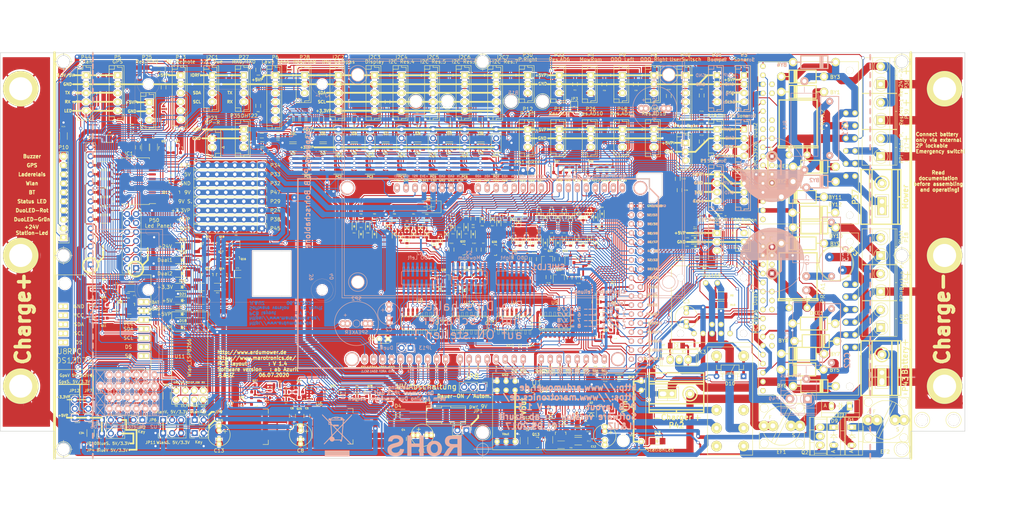
<source format=kicad_pcb>
(kicad_pcb (version 20200628) (host pcbnew "(5.99.0-2139-g9e669db5b)")
  (title_block (title "Ardumower shield SVN Version") (date "2020-07-06") (rev "1.4") (company "ML AG JL UZ"))
  (layers (0 "F.Cu" signal) (31 "B.Cu" signal) (34 "B.Paste" user) (35 "F.Paste" user) (36 "B.SilkS" user) (37 "F.SilkS" user) (38 "B.Mask" user) (39 "F.Mask" user) (44 "Edge.Cuts" user))
  (net 0 "")
  (net 1 "pinMotorLeftDir")
  (net 2 "pinMotorLeftPWM")
  (net 3 "pinMotorLeftFault")
  (net 4 "pinMotorLeftSense")
  (net 5 "pinMotorEnable")
  (net 6 "pinMotorRightDir")
  (net 7 "pinMotorRightPWM")
  (net 8 "pinMotorRightFault")
  (net 9 "pinMotorRightSense")
  (net 10 "pinMotorMowEnable")
  (net 11 "pinMotorMowDir")
  (net 12 "pinMotorMowPWM")
  (net 13 "pinMotorMowFault")
  (net 14 "pinMotorMowSense")
  (net 15 "pinTilt")
  (net 16 "pinButton")
  (net 17 "pinSonarCenterTrigger")
  (net 18 "pinSonarCenterEcho")
  (net 19 "pinSonarRightTrigger")
  (net 20 "pinSonarRightEcho")
  (net 21 "pinSonarLeftTrigger")
  (net 22 "pinSonarLeftEcho")
  (net 23 "Led-Status")
  (net 24 "pinOdometryRight")
  (net 25 "pinOdometryLeft")
  (net 26 "GPS_RX")
  (net 27 "GPS_TX")
  (net 28 "pinBumperRight")
  (net 29 "pinBumperLeft")
  (net 30 "pinPerimeterLeft")
  (net 31 "pinRemoteMow")
  (net 32 "pinRemoteSteer")
  (net 33 "pinRemoteSpeed")
  (net 34 "pinRemoteSwitch")
  (net 35 "pinUserSwitch1")
  (net 36 "pinUserSwitch2")
  (net 37 "pinUserSwitch3")
  (net 38 "+24V")
  (net 39 "TX2")
  (net 40 "pinChargeVoltage")
  (net 41 "pinChargingEnable")
  (net 42 "pinBatteryVoltage")
  (net 43 "pinChargeCurrent")
  (net 44 "pinBuzzer")
  (net 45 "DropLeft")
  (net 46 "DropRight")
  (net 47 "DuoLED-Rot")
  (net 48 "RX1")
  (net 49 "pinPerimeterRight")
  (net 50 "TX1")
  (net 51 "pinRain")
  (net 52 "DuoLED_Grün")
  (net 53 "ReservePin9")
  (net 54 "ReservePin8")
  (net 55 "ReserveAD6")
  (net 56 "RX2")
  (net 57 "Net-(EF2-Pad2)")
  (net 58 "Net-(D10-Pad2)")
  (net 59 "Net-(Dual2-Pad9)")
  (net 60 "pinMotorMowRpm_neu")
  (net 61 "Net-(C9-Pad2)")
  (net 62 "Charg_Pin_+")
  (net 63 "+5V")
  (net 64 "+9V")
  (net 65 "+3V3")
  (net 66 "Net-(CC1-Pad2)")
  (net 67 "Net-(CC2-Pad2)")
  (net 68 "Net-(CC3-Pad2)")
  (net 69 "Net-(C12-Pad2)")
  (net 70 "Net-(D2-Pad2)")
  (net 71 "Net-(D12-Pad1)")
  (net 72 "Net-(D13-Pad2)")
  (net 73 "Taster")
  (net 74 "Net-(D15-Pad1)")
  (net 75 "RelaisAbschaltung")
  (net 76 "ReserveAD10")
  (net 77 "SDA")
  (net 78 "SCL")
  (net 79 "Led-BT")
  (net 80 "Net-(P44-Pad4)")
  (net 81 "GND")
  (net 82 "Net-(C1-Pad1)")
  (net 83 "Dual1")
  (net 84 "Dual2")
  (net 85 "Net-(D1-Pad1)")
  (net 86 "SCL2")
  (net 87 "SDA2")
  (net 88 "SCL3")
  (net 89 "SDA3")
  (net 90 "SDA4")
  (net 91 "SCL4")
  (net 92 "SCL5")
  (net 93 "SDA5")
  (net 94 "SDA6")
  (net 95 "SCL6")
  (net 96 "SCL7")
  (net 97 "SDA7")
  (net 98 "Led-Wlan")
  (net 99 "Net-(IC1-Pad13)")
  (net 100 "Net-(IC1-Pad14)")
  (net 101 "Net-(IC1-Pad15)")
  (net 102 "Net-(IC1-Pad16)")
  (net 103 "Net-(IC1-Pad17)")
  (net 104 "Net-(IC1-Pad18)")
  (net 105 "SCL1")
  (net 106 "SDA1")
  (net 107 "IOREF")
  (net 108 "Net-(U8-Pad7)")
  (net 109 "Net-(U8-Pad6)")
  (net 110 "+5VP")
  (net 111 "+3.3VP")
  (net 112 "Net-(D3-Pad1)")
  (net 113 "Net-(JP2-Pad1)")
  (net 114 "Net-(Q3-Pad1)")
  (net 115 "pinLawnFrontRecv")
  (net 116 "pinLawnBackRecv")
  (net 117 "pinLawnFrontSend")
  (net 118 "pinLawnBackSend")
  (net 119 "Net-(D17-Pad2)")
  (net 120 "Net-(D18-Pad2)")
  (net 121 "Net-(D19-Pad2)")
  (net 122 "Net-(D21-Pad2)")
  (net 123 "Reset")
  (net 124 "Net-(D11-Pad2)")
  (net 125 "Net-(Q12-Pad1)")
  (net 126 "Net-(Q12-Pad3)")
  (net 127 "Net-(Q1-Pad1)")
  (net 128 "Net-(U4-Pad2)")
  (net 129 "Net-(S1-Pad1)")
  (net 130 "Net-(S1-Pad2)")
  (net 131 "Net-(S1-Pad3)")
  (net 132 "Net-(S1-Pad4)")
  (net 133 "Net-(S1-Pad5)")
  (net 134 "Net-(S1-Pad6)")
  (net 135 "Net-(S1-Pad7)")
  (net 136 "Net-(S1-Pad8)")
  (net 137 "Net-(S1-Pad10)")
  (net 138 "Net-(S2-Pad1)")
  (net 139 "Net-(S2-Pad2)")
  (net 140 "Net-(S2-Pad3)")
  (net 141 "Net-(S2-Pad4)")
  (net 142 "Net-(S2-Pad5)")
  (net 143 "Net-(S2-Pad6)")
  (net 144 "Net-(S2-Pad7)")
  (net 145 "Net-(S2-Pad8)")
  (net 146 "Net-(S2-Pad10)")
  (net 147 "Net-(S3-Pad10)")
  (net 148 "Net-(S3-Pad8)")
  (net 149 "Net-(S3-Pad7)")
  (net 150 "Net-(S3-Pad6)")
  (net 151 "Net-(S3-Pad5)")
  (net 152 "Net-(S3-Pad4)")
  (net 153 "Net-(S3-Pad3)")
  (net 154 "Net-(S3-Pad2)")
  (net 155 "Net-(S3-Pad1)")
  (net 156 "Net-(U5-Pad6)")
  (net 157 "Net-(U12-Pad2)")
  (net 158 "Net-(D16-Pad1)")
  (net 159 "Net-(D53-Pad2)")
  (net 160 "Net-(D55-Pad2)")
  (net 161 "Net-(D59-Pad2)")
  (net 162 "ReserveAD7")
  (net 163 "Net-(D65-Pad2)")
  (net 164 "Net-(D69-Pad2)")
  (net 165 "StationLed")
  (net 166 "Net-(D20-Pad1)")
  (net 167 "Net-(D22-Pad1)")
  (net 168 "Net-(D23-Pad1)")
  (net 169 "Net-(Q14-Pad3)")
  (net 170 "Net-(Q14-Pad1)")
  (net 171 "Net-(Q16-Pad3)")
  (net 172 "Net-(Q16-Pad1)")
  (net 173 "Net-(Q18-Pad3)")
  (net 174 "Net-(Q18-Pad1)")
  (net 175 "Net-(P10-Pad1)")
  (net 176 "Net-(P10-Pad2)")
  (net 177 "Net-(Q20-Pad1)")
  (net 178 "Net-(Q20-Pad2)")
  (net 179 "Net-(Q22-Pad1)")
  (net 180 "Net-(Q22-Pad2)")
  (net 181 "Net-(JP5-Pad1)")
  (net 182 "Net-(P44-Pad3)")
  (net 183 "Net-(P5-Pad4)")
  (net 184 "Net-(P5-Pad3)")
  (net 185 "GPS-LED")
  (net 186 "Net-(D7-Pad2)")
  (net 187 "Net-(JP1-Pad1)")
  (net 188 "Net-(JP8-Pad2)")
  (net 189 "Net-(JP9-Pad1)")
  (net 190 "Net-(C19-Pad1)")
  (net 191 "Net-(C20-Pad1)")
  (net 192 "Net-(C21-Pad1)")
  (net 193 "Net-(C23-Pad1)")
  (net 194 "Net-(C24-Pad1)")
  (net 195 "Net-(C25-Pad1)")
  (net 196 "Net-(C34-Pad1)")
  (net 197 "Net-(C35-Pad1)")
  (net 198 "Net-(C36-Pad1)")
  (net 199 "Net-(EF3-Pad2)")
  (net 200 "Net-(K3-Pad12)")
  (net 201 "SCL22")
  (net 202 "SDA22")
  (net 203 "Net-(IC1-Pad20)")
  (net 204 "Net-(IC1-Pad19)")
  (net 205 "DHT22")
  (net 206 "Net-(IC1-Pad10)")
  (net 207 "TX0")
  (net 208 "RX0")
  (net 209 "Resv.PinAD15")
  (net 210 "Resv.PinAD13")
  (net 211 "Net-(D5-Pad2)")
  (net 212 "Net-(D6-Pad2)")
  (net 213 "Net-(D32-Pad2)")
  (net 214 "Net-(D33-Pad2)")
  (net 215 "Net-(D25-Pad1)")
  (net 216 "Net-(D27-Pad1)")
  (net 217 "Net-(D29-Pad2)")
  (net 218 "Net-(D31-Pad2)")
  (net 219 "Net-(D37-Pad2)")
  (net 220 "Net-(D39-Pad2)")
  (net 221 "Net-(D41-Pad2)")
  (net 222 "Net-(D43-Pad2)")
  (net 223 "Net-(D45-Pad2)")
  (net 224 "Net-(D47-Pad2)")
  (net 225 "Net-(D49-Pad2)")
  (net 226 "Net-(D51-Pad2)")
  (net 227 "Net-(D57-Pad2)")
  (net 228 "Net-(D61-Pad2)")
  (net 229 "Net-(D63-Pad2)")
  (net 230 "Net-(D67-Pad2)")
  (net 231 "Net-(D71-Pad2)")
  (net 232 "9Vgeschaltet")
  (net 233 "Net-(JP10-Pad2)")
  (net 234 "Net-(JP11-Pad2)")
  (net 235 "Net-(JP12-Pad2)")
  (net 236 "Net-(Q24-Pad1)")
  (net 237 "Net-(Q25-Pad1)")
  (net 238 "Net-(Q26-Pad1)")
  (net 239 "Net-(Q26-Pad2)")
  (net 240 "Net-(Q27-Pad1)")
  (net 241 "Net-(Q28-Pad1)")
  (net 242 "Net-(Q29-Pad1)")
  (net 243 "Net-(R6-Pad2)")
  (net 244 "Net-(U8-Pad1)")
  (net 245 "Net-(F1-Pad1)")
  (net 246 "Net-(P50-Pad12)")
  (net 247 "Net-(P50-Pad11)")
  (net 248 "Net-(P50-Pad10)")
  (net 249 "Net-(P50-Pad9)")
  (net 250 "Net-(P50-Pad8)")
  (net 251 "Net-(P50-Pad7)")
  (net 252 "Net-(P50-Pad6)")
  (net 253 "Net-(D74-Pad1)")
  (net 254 "Net-(P10-Pad10)")
  (net 255 "Net-(C2-Pad1)")
  (net 256 "Net-(D76-Pad2)")
  (net 257 "Net-(D76-Pad1)")
  (net 258 "Net-(B1-Pad1)")
  (net 259 "Net-(B2-Pad1)")
  (net 260 "Net-(B3-Pad1)")
  (net 261 "Net-(B4-Pad1)")
  (net 262 "Net-(B5-Pad1)")
  (net 263 "Net-(B6-Pad1)")
  (net 264 "Net-(B7-Pad1)")
  (net 265 "Net-(B8-Pad1)")
  (net 266 "Net-(B17-Pad1)")
  (net 267 "Net-(B18-Pad1)")
  (net 268 "Net-(B19-Pad1)")
  (net 269 "Net-(B20-Pad1)")
  (net 270 "Net-(B21-Pad1)")
  (net 271 "Net-(B22-Pad1)")
  (net 272 "/Motortreiber/MotorOUT1_2")
  (net 273 "/+24V")
  (net 274 "/Motortreiber/MotorOUT2")
  (net 275 "/Motortreiber/MotorOUT1_1")
  (net 276 "/Motortreiber/MotorOUT2_1")
  (net 277 "/Motortreiber/MotorOUT1")
  (net 278 "/Motortreiber/MotorOUT2_2")
  (net 279 "/Batterieeingang 24V")
  (net 280 "/Eingang")
  (net 281 "Net-(Dual1-Pad1)")
  (net 282 "Net-(Dual1-Pad11)")
  (net 283 "Net-(Dual1-Pad12)")
  (net 284 "Net-(Dual2-Pad12)")
  (net 285 "Net-(Dual2-Pad11)")
  (net 286 "Net-(Dual2-Pad1)")
  (net 287 "Net-(IC1-Pad9)")
  (net 288 "Net-(K3-Pad14)")
  (net 289 "Net-(K3-Pad1)")
  (net 290 "/Anschlußstecker/5V_IN_7")
  (net 291 "/Anschlußstecker/5V_IN_1")
  (net 292 "/Anschlußstecker/5V_IN_2")
  (net 293 "/Anschlußstecker/5V_IN_3")
  (net 294 "/Anschlußstecker/5V_IN_6")
  (net 295 "/Anschlußstecker/5V_IN_5")
  (net 296 "/Anschlußstecker/Eingang3")
  (net 297 "/Anschlußstecker/Eingang1")
  (net 298 "/Anschlußstecker/Eingang2")
  (net 299 "/Anschlußstecker/5V_IN_8")
  (net 300 "/Anschlußstecker/5V_IN_9")
  (net 301 "/Anschlußstecker/5V_IN_10")
  (net 302 "/Anschlußstecker/5V_IN_11")
  (net 303 "/Anschlußstecker/5V_IN")
  (net 304 "/Anschlußstecker/5V_IN_4")
  (net 305 "Net-(PC1-Pad5)")
  (net 306 "Net-(PC2-Pad5)")
  (net 307 "Net-(PC3-Pad5)")
  (net 308 "Net-(PC4-Pad5)")
  (net 309 "Net-(PC5-Pad5)")
  (net 310 "Net-(PC6-Pad5)")
  (net 311 "Net-(PC7-Pad5)")
  (net 312 "/Anschlußstecker/Ausgang3")
  (net 313 "/Anschlußstecker/Ausgang2")
  (net 314 "/Anschlußstecker/Ausgang1")
  (net 315 "Net-(SHIELD1-PadFREI)")
  (net 316 "Net-(SHIELD1-Pad5V_5)")
  (net 317 "Net-(SHIELD1-Pad5V_4)")
  (net 318 "Net-(U4-Pad3)")
  (net 319 "Net-(U4-Pad12)")
  (net 320 "Net-(U5-Pad11)")
  (net 321 "Net-(U9-Pad12)")
  (net 322 "Net-(U9-Pad3)")
  (net 323 "Net-(U12-Pad3)")
  (net 324 "Net-(U12-Pad12)")
  (module "Pin_Headers:Pin_Header_Straight_1x08_Pitch2.54mm" (layer "F.Cu") (at 86.36 80.01 -90)
    (fp_text reference "P45" (at 0 -3.81) (layer "F.SilkS"))
    (fp_text value "GND" (at 0 21.59 180) (layer "F.SilkS"))
    (pad "1" thru_hole rect (at 0 0 270) (size 1.7 1.7) (drill 1) (layers *.Cu *.Mask) (net 81 "GND"))
    (pad "2" thru_hole oval (at 0 2.54 270) (size 1.7 1.7) (drill 1) (layers *.Cu *.Mask) (net 81 "GND"))
    (pad "3" thru_hole oval (at 0 5.08 270) (size 1.7 1.7) (drill 1) (layers *.Cu *.Mask) (net 81 "GND"))
    (pad "4" thru_hole oval (at 0 7.62 270) (size 1.7 1.7) (drill 1) (layers *.Cu *.Mask) (net 81 "GND"))
    (pad "5" thru_hole oval (at 0 10.16 270) (size 1.7 1.7) (drill 1) (layers *.Cu *.Mask) (net 81 "GND"))
    (pad "6" thru_hole oval (at 0 12.7 270) (size 1.7 1.7) (drill 1) (layers *.Cu *.Mask) (net 81 "GND"))
    (pad "7" thru_hole oval (at 0 15.24 270) (size 1.7 1.7) (drill 1) (layers *.Cu *.Mask) (net 81 "GND"))
    (pad "8" thru_hole oval (at 0 17.78 270) (size 1.7 1.7) (drill 1) (layers *.Cu *.Mask) (net 81 "GND"))
  )
  (module "Zimprich:Elko_vert_11.2x6.3mm_RM2.5_RM5.0" (layer "F.Cu") (at 205.994 106.299 90)
    (fp_text reference "C3" (at 5.715 0 -180) (layer "F.SilkS"))
    (fp_text value "10uF")
    (pad "2" thru_hole circle (at 3.81 0 90) (size 1.524 1.524) (drill 0.762) (layers *.Cu *.Mask "F.SilkS") (net 81 "GND"))
    (pad "1" thru_hole circle (at -1.27 0 90) (size 1.524 1.524) (drill 0.762) (layers *.Cu *.Mask "F.SilkS") (net 107 "IOREF"))
    (pad "1" thru_hole circle (at 0 0 90) (size 1.50114 1.50114) (drill 0.8001) (layers *.Cu *.Mask "F.SilkS") (net 107 "IOREF"))
    (pad "2" thru_hole circle (at 2.54 0 90) (size 1.50114 1.50114) (drill 0.8001) (layers *.Cu *.Mask "F.SilkS") (net 81 "GND"))
  )
  (module "Zimprich:Elko_vert_11.2x6.3mm_RM2.5_RM5.0" (layer "F.Cu") (at 183.007 137.16 -90)
    (fp_text reference "C12" (at 4.318 3.175 180) (layer "F.SilkS") (effects (font (size 0.5 0.5) (thickness 0.125))))
    (fp_text value "22uF / 63V")
    (pad "2" thru_hole circle (at 3.81 0 270) (size 1.524 1.524) (drill 0.762) (layers *.Cu *.Mask "F.SilkS") (net 69 "Net-(C12-Pad2)"))
    (pad "1" thru_hole circle (at -1.27 0 270) (size 1.524 1.524) (drill 0.762) (layers *.Cu *.Mask "F.SilkS") (net 279 "/Batterieeingang 24V"))
    (pad "1" thru_hole circle (at 0 0 270) (size 1.50114 1.50114) (drill 0.8001) (layers *.Cu *.Mask "F.SilkS") (net 279 "/Batterieeingang 24V"))
    (pad "2" thru_hole circle (at 2.54 0 270) (size 1.50114 1.50114) (drill 0.8001) (layers *.Cu *.Mask "F.SilkS") (net 69 "Net-(C12-Pad2)"))
  )
  (module "Zimprich:Elko_vert_11.2x6.3mm_RM2.5_RM5.0" (layer "B.Cu") (at 122.174 102.743 -90)
    (fp_text reference "C2" (at 5.715 0 180) (layer "B.SilkS") (effects (justify mirror)))
    (fp_text value "47uF")
    (pad "2" thru_hole circle (at 3.81 0 270) (size 1.524 1.524) (drill 0.762) (layers *.Cu *.Mask "B.SilkS") (net 81 "GND"))
    (pad "1" thru_hole circle (at -1.27 0 270) (size 1.524 1.524) (drill 0.762) (layers *.Cu *.Mask "B.SilkS") (net 255 "Net-(C2-Pad1)"))
    (pad "1" thru_hole circle (at 0 0 270) (size 1.50114 1.50114) (drill 0.8001) (layers *.Cu *.Mask "B.SilkS") (net 255 "Net-(C2-Pad1)"))
    (pad "2" thru_hole circle (at 2.54 0 270) (size 1.50114 1.50114) (drill 0.8001) (layers *.Cu *.Mask "B.SilkS") (net 81 "GND"))
  )
  (module "Zimprich:Elko_vert_11.2x6.3mm_RM2.5_RM5.0" (layer "F.Cu") (at 130.302 138.303)
    (fp_text reference "C1" (at 1.143 4.318) (layer "F.SilkS") (effects (font (thickness 0.125))))
    (fp_text value "22uF")
    (pad "2" thru_hole circle (at 3.81 0) (size 1.524 1.524) (drill 0.762) (layers *.Cu *.Mask "F.SilkS") (net 81 "GND"))
    (pad "1" thru_hole circle (at -1.27 0) (size 1.524 1.524) (drill 0.762) (layers *.Cu *.Mask "F.SilkS") (net 82 "Net-(C1-Pad1)"))
    (pad "1" thru_hole circle (at 0 0) (size 1.50114 1.50114) (drill 0.8001) (layers *.Cu *.Mask "F.SilkS") (net 82 "Net-(C1-Pad1)"))
    (pad "2" thru_hole circle (at 2.54 0) (size 1.50114 1.50114) (drill 0.8001) (layers *.Cu *.Mask "F.SilkS") (net 81 "GND"))
  )
  (module "Zimprich:Elko_vert_11.2x6.3mm_RM2.5_RM5.0" (layer "F.Cu") (at 97.282 136.906 -90)
    (fp_text reference "C8" (at 5.715 0) (layer "F.SilkS"))
    (fp_text value "22uF")
    (pad "2" thru_hole circle (at 3.81 0 270) (size 1.524 1.524) (drill 0.762) (layers *.Cu *.Mask "F.SilkS") (net 81 "GND"))
    (pad "1" thru_hole circle (at -1.27 0 270) (size 1.524 1.524) (drill 0.762) (layers *.Cu *.Mask "F.SilkS") (net 110 "+5VP"))
    (pad "1" thru_hole circle (at 0 0 270) (size 1.50114 1.50114) (drill 0.8001) (layers *.Cu *.Mask "F.SilkS") (net 110 "+5VP"))
    (pad "2" thru_hole circle (at 2.54 0 270) (size 1.50114 1.50114) (drill 0.8001) (layers *.Cu *.Mask "F.SilkS") (net 81 "GND"))
  )
  (module "Zimprich:Elko_vert_11.2x6.3mm_RM2.5_RM5.0" (layer "F.Cu") (at 74.295 136.906 -90)
    (fp_text reference "C13" (at 5.715 0) (layer "F.SilkS"))
    (fp_text value "22uF")
    (pad "2" thru_hole circle (at 3.81 0 270) (size 1.524 1.524) (drill 0.762) (layers *.Cu *.Mask "F.SilkS") (net 81 "GND"))
    (pad "1" thru_hole circle (at -1.27 0 270) (size 1.524 1.524) (drill 0.762) (layers *.Cu *.Mask "F.SilkS") (net 111 "+3.3VP"))
    (pad "1" thru_hole circle (at 0 0 270) (size 1.50114 1.50114) (drill 0.8001) (layers *.Cu *.Mask "F.SilkS") (net 111 "+3.3VP"))
    (pad "2" thru_hole circle (at 2.54 0 270) (size 1.50114 1.50114) (drill 0.8001) (layers *.Cu *.Mask "F.SilkS") (net 81 "GND"))
  )
  (module "Diodes_SMD:D_SMA_Standard" (layer "F.Cu") (at 133.477 73.914 180)
    (fp_text reference "D74" (at -0.127 2.413 180) (layer "F.SilkS") (effects (font (size 0.5 0.5) (thickness 0.125))))
    (fp_text value "S 1G SMD")
    (pad "1" smd rect (at -2 0 180) (size 2.5 1.8) (layers "F.Cu" "F.Paste" "F.Mask") (net 253 "Net-(D74-Pad1)"))
    (pad "2" smd rect (at 2 0 180) (size 2.5 1.8) (layers "F.Cu" "F.Paste" "F.Mask") (net 64 "+9V"))
  )
  (module "Diodes_SMD:D_SMA_Standard" (layer "F.Cu") (at 124.714 132.588)
    (fp_text reference "D4" (at 0 -2.54) (layer "F.SilkS"))
    (fp_text value "S 1G SMD")
    (pad "1" smd rect (at -2 0) (size 2.5 1.8) (layers "F.Cu" "F.Paste" "F.Mask") (net 82 "Net-(C1-Pad1)"))
    (pad "2" smd rect (at 2 0) (size 2.5 1.8) (layers "F.Cu" "F.Paste" "F.Mask") (net 64 "+9V"))
  )
  (module "Zimprich:Bluetooth_Buchse_Platz_mit_Beschriftung_4_fach" (layer "B.Cu") (at 49.7586 130.7846 180)
    (fp_text reference "U2" (at -6.1214 -5.1054) (layer "B.SilkS") (effects (justify mirror)))
    (fp_text value "Bluetooth_CZ_HC_05" (at 4.0386 -5.1054) (layer "B.SilkS") (effects (justify mirror)))
    (fp_text user "EN" (at 6.35 4.826 180) (layer "B.SilkS") (effects (font (size 0.6 0.6)) (justify mirror)))
    (fp_text user "BRK" (at 6.35 7.874 180) (layer "B.SilkS") (effects (font (size 0.6 0.6)) (justify mirror)))
    (fp_text user "KEY" (at 8.89 4.826) (layer "B.SilkS") (effects (font (size 0.6 0.6)) (justify mirror)))
    (fp_text user "VCC" (at 3.81 4.826) (layer "B.SilkS") (effects (font (size 0.6 0.6)) (justify mirror)))
    (fp_text user "GND" (at 1.27 4.826) (layer "B.SilkS") (effects (font (size 0.6 0.6)) (justify mirror)))
    (fp_text user "TXD" (at -1.27 4.826) (layer "B.SilkS") (effects (font (size 0.6 0.6)) (justify mirror)))
    (fp_text user "RXD" (at -3.81 4.826) (layer "B.SilkS") (effects (font (size 0.6 0.6)) (justify mirror)))
    (fp_text user "RXD" (at 3.81 7.874) (layer "B.SilkS") (effects (font (size 0.6 0.6)) (justify mirror)))
    (fp_text user "TXD" (at 1.27 7.874) (layer "B.SilkS") (effects (font (size 0.6 0.6)) (justify mirror)))
    (fp_text user "GND" (at -1.27 7.874) (layer "B.SilkS") (effects (font (size 0.6 0.6)) (justify mirror)))
    (fp_text user "VCC" (at -3.81 7.874) (layer "B.SilkS") (effects (font (size 0.6 0.6)) (justify mirror)))
    (fp_text user "LED" (at -6.35 4.826) (layer "B.SilkS") (effects (font (size 0.6 0.6)) (justify mirror)))
    (fp_text user "LED" (at -6.35 7.874) (layer "B.SilkS") (effects (font (size 0.6 0.6)) (justify mirror)))
    (fp_text user "KEY" (at 6.35 1.524) (layer "B.SilkS") (effects (font (size 0.6 0.6)) (justify mirror)))
    (fp_text user "VCC" (at 3.81 1.524) (layer "B.SilkS") (effects (font (size 0.6 0.6)) (justify mirror)))
    (fp_text user "GND" (at 1.27 1.524) (layer "B.SilkS") (effects (font (size 0.6 0.6)) (justify mirror)))
    (fp_text user "TXD" (at -1.27 1.524) (layer "B.SilkS") (effects (font (size 0.6 0.6)) (justify mirror)))
    (fp_text user "RXD" (at -3.81 1.524) (layer "B.SilkS") (effects (font (size 0.6 0.6)) (justify mirror)))
    (fp_text user "LED" (at -6.35 1.524) (layer "B.SilkS") (effects (font (size 0.6 0.6)) (justify mirror)))
    (fp_text user "VCC" (at 6.35 -1.524) (layer "B.SilkS") (effects (font (size 0.6 0.6)) (justify mirror)))
    (fp_text user "GND" (at 3.81 -1.524) (layer "B.SilkS") (effects (font (size 0.6 0.6)) (justify mirror)))
    (fp_text user "TXD" (at 1.27 -1.524) (layer "B.SilkS") (effects (font (size 0.6 0.6)) (justify mirror)))
    (fp_text user "RXD" (at -1.27 -1.524) (layer "B.SilkS") (effects (font (size 0.6 0.6)) (justify mirror)))
    (fp_text user "KEY" (at -3.81 -1.524) (layer "B.SilkS") (effects (font (size 0.6 0.6)) (justify mirror)))
    (fp_text user "LED" (at -6.35 -1.524) (layer "B.SilkS") (effects (font (size 0.6 0.6)) (justify mirror)))
    (pad "BRK" thru_hole oval (at 6.35 9.525) (size 1.7272 2.032) (drill 1.016) (layers *.Cu *.Mask "B.SilkS"))
    (pad "RXD" thru_hole oval (at 3.81 9.525) (size 1.7272 2.032) (drill 1.016) (layers *.Cu *.Mask "B.SilkS") (net 239 "Net-(Q26-Pad2)"))
    (pad "TXD" thru_hole oval (at 1.27 9.525) (size 1.7272 2.032) (drill 1.016) (layers *.Cu *.Mask "B.SilkS") (net 243 "Net-(R6-Pad2)"))
    (pad "GND" thru_hole oval (at -1.27 9.525) (size 1.7272 2.032) (drill 1.016) (layers *.Cu *.Mask "B.SilkS") (net 81 "GND"))
    (pad "VCC" thru_hole oval (at -3.81 9.525) (size 1.7272 2.032) (drill 1.016) (layers *.Cu *.Mask "B.SilkS") (net 196 "Net-(C34-Pad1)"))
    (pad "LED" thru_hole oval (at -6.35 9.525) (size 1.7272 2.032) (drill 1.016) (layers *.Cu *.Mask "B.SilkS") (net 79 "Led-BT"))
    (pad "Key" thru_hole oval (at 8.89 6.35) (size 1.7272 2.032) (drill 1.016) (layers *.Cu *.Mask "B.SilkS") (net 113 "Net-(JP2-Pad1)"))
    (pad "EN" thru_hole oval (at 6.35 6.35) (size 1.7272 2.032) (drill 1.016) (layers *.Cu *.Mask "B.SilkS"))
    (pad "VCC" thru_hole oval (at 3.81 6.35) (size 1.7272 2.032) (drill 1.016) (layers *.Cu *.Mask "B.SilkS") (net 196 "Net-(C34-Pad1)"))
    (pad "GND" thru_hole oval (at 1.27 6.35) (size 1.7272 2.032) (drill 1.016) (layers *.Cu *.Mask "B.SilkS") (net 81 "GND"))
    (pad "TXD" thru_hole oval (at -1.27 6.35) (size 1.7272 2.032) (drill 1.016) (layers *.Cu *.Mask "B.SilkS") (net 243 "Net-(R6-Pad2)"))
    (pad "RXD" thru_hole oval (at -3.81 6.35) (size 1.7272 2.032) (drill 1.016) (layers *.Cu *.Mask "B.SilkS") (net 239 "Net-(Q26-Pad2)"))
    (pad "LED" thru_hole oval (at -6.35 6.35) (size 1.7272 2.032) (drill 1.016) (layers *.Cu *.Mask "B.SilkS") (net 79 "Led-BT"))
    (pad "VCC" thru_hole oval (at 6.35 0) (size 1.7272 2.032) (drill 1.016) (layers *.Cu *.Mask "B.SilkS") (net 196 "Net-(C34-Pad1)"))
    (pad "GND" thru_hole oval (at 3.81 0) (size 1.7272 2.032) (drill 1.016) (layers *.Cu *.Mask "B.SilkS") (net 81 "GND"))
    (pad "TXD" thru_hole oval (at 1.27 0) (size 1.7272 2.032) (drill 1.016) (layers *.Cu *.Mask "B.SilkS") (net 243 "Net-(R6-Pad2)"))
    (pad "RXD" thru_hole oval (at -1.27 0) (size 1.7272 2.032) (drill 1.016) (layers *.Cu *.Mask "B.SilkS") (net 239 "Net-(Q26-Pad2)"))
    (pad "Key" thru_hole oval (at -3.81 0) (size 1.7272 2.032) (drill 1.016) (layers *.Cu *.Mask "B.SilkS") (net 113 "Net-(JP2-Pad1)"))
    (pad "LED" thru_hole oval (at -6.35 0) (size 1.7272 2.032) (drill 1.016) (layers *.Cu *.Mask "B.SilkS") (net 79 "Led-BT"))
    (pad "LED" thru_hole oval (at -6.35 0) (size 1.7272 2.032) (drill 1.016) (layers *.Cu *.Mask "B.SilkS") (net 79 "Led-BT"))
    (pad "LED" thru_hole oval (at -6.35 0) (size 1.7272 2.032) (drill 1.016) (layers *.Cu *.Mask "B.SilkS") (net 79 "Led-BT"))
    (pad "LED" thru_hole oval (at -6.35 3.175) (size 1.7272 2.032) (drill 1.016) (layers *.Cu *.Mask "B.SilkS") (net 79 "Led-BT"))
    (pad "RXD" thru_hole oval (at -3.81 3.175) (size 1.7272 2.032) (drill 1.016) (layers *.Cu *.Mask "B.SilkS") (net 239 "Net-(Q26-Pad2)"))
    (pad "TXD" thru_hole oval (at -1.27 3.175) (size 1.7272 2.032) (drill 1.016) (layers *.Cu *.Mask "B.SilkS") (net 243 "Net-(R6-Pad2)"))
    (pad "GND" thru_hole oval (at 1.27 3.175) (size 1.7272 2.032) (drill 1.016) (layers *.Cu *.Mask "B.SilkS") (net 81 "GND"))
    (pad "VCC" thru_hole oval (at 3.81 3.175) (size 1.7272 2.032) (drill 1.016) (layers *.Cu *.Mask "B.SilkS") (net 196 "Net-(C34-Pad1)"))
    (pad "Key" thru_hole oval (at 6.35 3.175) (size 1.7272 2.032) (drill 1.016) (layers *.Cu *.Mask "B.SilkS") (net 113 "Net-(JP2-Pad1)"))
  )
  (module "Zimprich:Raspberry_Pi_B_Bohrschablone_Rueckseite" (layer "F.Cu") (at 78.867 68.326 -90)
    (fp_text reference "B16")
    (fp_text value "Raspberry_Pi_B_Bohrschablone" (at -0.0635 -20.3835 -90) (layer "B.SilkS") (effects (font (size 1.5 1.5) (thickness 0.3)) (justify mirror)))
    (fp_text user "39" (at 25.4 -21.463 -90) (layer "B.SilkS") (effects (justify mirror)))
    (fp_text user "40" (at 25.2095 -27.178 -90) (layer "B.SilkS") (effects (justify mirror)))
    (fp_text user "2" (at -25.654 -26.035 -90) (layer "B.SilkS") (effects (justify mirror)))
    (fp_text user "1" (at -25.654 -23.3045 -90) (layer "B.SilkS") (effects (justify mirror)))
    (pad "" thru_hole circle (at 29 24.5 270) (size 2.75 2.75) (drill 2.75) (layers *.Cu *.Mask))
    (pad "" thru_hole circle (at -29 -24.5 270) (size 2.75 2.75) (drill 2.75) (layers *.Cu *.Mask))
    (pad "" thru_hole circle (at 29 -24.5 270) (size 2.75 2.75) (drill 2.75) (layers *.Cu *.Mask))
    (pad "" thru_hole circle (at -29 24.5 270) (size 2.75 2.75) (drill 2.75) (layers *.Cu *.Mask))
  )
  (module "Zimprich:MC_33926_31polig_mit_Bohrloch_neue_Masse_mit_zweite_Lochreihe" (layer "F.Cu") (at 265.43 82.55 90)
    (fp_text reference "Dual2" (at 30.226 -40.005 90) (layer "F.SilkS"))
    (fp_text value "MC33926" (at 23.622 -40.005 90) (layer "F.SilkS"))
    (pad "~" thru_hole circle (at 47.0535 -13.3985 90) (size 2 2) (drill 2) (layers *.Cu *.Mask "F.SilkS"))
    (pad "~" thru_hole circle (at 6.2865 -13.3985 90) (size 2 2) (drill 2) (layers *.Cu *.Mask "F.SilkS"))
    (pad "31" thru_hole circle (at 43.18 -35.306 90) (size 1.524 1.524) (drill 0.762) (layers *.Cu *.Mask "F.SilkS"))
    (pad "30" thru_hole circle (at 40.64 -35.306 90) (size 1.524 1.524) (drill 0.762) (layers *.Cu *.Mask "F.SilkS"))
    (pad "29" thru_hole circle (at 33.02 -35.306 90) (size 1.524 1.524) (drill 0.762) (layers *.Cu *.Mask "F.SilkS"))
    (pad "28" thru_hole circle (at 30.48 -35.306 90) (size 1.524 1.524) (drill 0.762) (layers *.Cu *.Mask "F.SilkS"))
    (pad "27" thru_hole circle (at 27.94 -35.306 90) (size 1.524 1.524) (drill 0.762) (layers *.Cu *.Mask "F.SilkS"))
    (pad "26" thru_hole circle (at 20.32 -35.306 90) (size 1.524 1.524) (drill 0.762) (layers *.Cu *.Mask "F.SilkS"))
    (pad "25" thru_hole circle (at 17.78 -35.306 90) (size 1.524 1.524) (drill 0.762) (layers *.Cu *.Mask "F.SilkS"))
    (pad "24" thru_hole circle (at 35.052 -14.478 90) (size 1.524 1.524) (drill 0.762) (layers *.Cu *.Mask "F.SilkS") (net 274 "/Motortreiber/MotorOUT2"))
    (pad "23" thru_hole circle (at 31.496 -14.478 90) (size 1.524 1.524) (drill 0.762) (layers *.Cu *.Mask "F.SilkS") (net 272 "/Motortreiber/MotorOUT1_2"))
    (pad "22" thru_hole circle (at 27.94 -14.478 90) (size 1.524 1.524) (drill 0.762) (layers *.Cu *.Mask "F.SilkS") (net 84 "Dual2"))
    (pad "21" thru_hole circle (at 24.384 -14.478 90) (size 1.524 1.524) (drill 0.762) (layers *.Cu *.Mask "F.SilkS") (net 81 "GND"))
    (pad "20" thru_hole circle (at 20.828 -14.478 90) (size 1.524 1.524) (drill 0.762) (layers *.Cu *.Mask "F.SilkS") (net 274 "/Motortreiber/MotorOUT2"))
    (pad "19" thru_hole circle (at 17.272 -14.478 90) (size 1.524 1.524) (drill 0.762) (layers *.Cu *.Mask "F.SilkS") (net 272 "/Motortreiber/MotorOUT1_2"))
    (pad "18" thru_hole circle (at 48.26 -37.846 90) (size 1.524 1.524) (drill 0.762) (layers *.Cu *.Mask "F.SilkS") (net 14 "pinMotorMowSense"))
    (pad "17" thru_hole circle (at 45.72 -37.846 90) (size 1.524 1.524) (drill 0.762) (layers *.Cu *.Mask "F.SilkS") (net 13 "pinMotorMowFault"))
    (pad "16" thru_hole circle (at 43.18 -37.846 90) (size 1.524 1.524) (drill 0.762) (layers *.Cu *.Mask "F.SilkS") (net 81 "GND"))
    (pad "15" thru_hole circle (at 40.64 -37.846 90) (size 1.524 1.524) (drill 0.762) (layers *.Cu *.Mask "F.SilkS") (net 107 "IOREF"))
    (pad "14" thru_hole circle (at 38.1 -37.846 90) (size 1.524 1.524) (drill 0.762) (layers *.Cu *.Mask "F.SilkS") (net 12 "pinMotorMowPWM"))
    (pad "13" thru_hole circle (at 35.56 -37.846 90) (size 1.524 1.524) (drill 0.762) (layers *.Cu *.Mask "F.SilkS") (net 11 "pinMotorMowDir"))
    (pad "12" thru_hole circle (at 33.02 -37.846 90) (size 1.524 1.524) (drill 0.762) (layers *.Cu *.Mask "F.SilkS") (net 284 "Net-(Dual2-Pad12)"))
    (pad "11" thru_hole circle (at 30.48 -37.846 90) (size 1.524 1.524) (drill 0.762) (layers *.Cu *.Mask "F.SilkS") (net 285 "Net-(Dual2-Pad11)"))
    (pad "10" thru_hole circle (at 27.94 -37.846 90) (size 1.524 1.524) (drill 0.762) (layers *.Cu *.Mask "F.SilkS") (net 10 "pinMotorMowEnable"))
    (pad "9" thru_hole circle (at 25.4 -37.846 90) (size 1.524 1.524) (drill 0.762) (layers *.Cu *.Mask "F.SilkS") (net 59 "Net-(Dual2-Pad9)"))
    (pad "8" thru_hole circle (at 22.86 -37.846 90) (size 1.524 1.524) (drill 0.762) (layers *.Cu *.Mask "F.SilkS") (net 13 "pinMotorMowFault"))
    (pad "7" thru_hole circle (at 20.32 -37.846 90) (size 1.524 1.524) (drill 0.762) (layers *.Cu *.Mask "F.SilkS") (net 81 "GND"))
    (pad "6" thru_hole circle (at 17.78 -37.846 90) (size 1.524 1.524) (drill 0.762) (layers *.Cu *.Mask "F.SilkS") (net 107 "IOREF"))
    (pad "5" thru_hole circle (at 15.24 -37.846 90) (size 1.524 1.524) (drill 0.762) (layers *.Cu *.Mask "F.SilkS") (net 12 "pinMotorMowPWM"))
    (pad "4" thru_hole circle (at 12.7 -37.846 90) (size 1.524 1.524) (drill 0.762) (layers *.Cu *.Mask "F.SilkS") (net 11 "pinMotorMowDir"))
    (pad "3" thru_hole circle (at 10.16 -37.846 90) (size 1.524 1.524) (drill 0.762) (layers *.Cu *.Mask "F.SilkS") (net 107 "IOREF"))
    (pad "2" thru_hole circle (at 7.62 -37.846 90) (size 1.524 1.524) (drill 0.762) (layers *.Cu *.Mask "F.SilkS") (net 81 "GND"))
    (pad "1" thru_hole circle (at 5.08 -37.846 90) (size 1.524 1.524) (drill 0.762) (layers *.Cu *.Mask "F.SilkS") (net 286 "Net-(Dual2-Pad1)"))
    (pad "19" thru_hole circle (at 17.272 -11.938 90) (size 1.524 1.524) (drill 0.762) (layers *.Cu *.Mask "F.SilkS") (net 272 "/Motortreiber/MotorOUT1_2"))
    (pad "20" thru_hole circle (at 20.828 -11.938 90) (size 1.524 1.524) (drill 0.762) (layers *.Cu *.Mask "F.SilkS") (net 274 "/Motortreiber/MotorOUT2"))
    (pad "21" thru_hole circle (at 24.384 -11.938 90) (size 1.524 1.524) (drill 0.762) (layers *.Cu *.Mask "F.SilkS") (net 81 "GND"))
    (pad "22" thru_hole circle (at 27.94 -11.938 90) (size 1.524 1.524) (drill 0.762) (layers *.Cu *.Mask "F.SilkS") (net 84 "Dual2"))
    (pad "23" thru_hole circle (at 31.496 -11.938 90) (size 1.524 1.524) (drill 0.762) (layers *.Cu *.Mask "F.SilkS") (net 272 "/Motortreiber/MotorOUT1_2"))
    (pad "24" thru_hole circle (at 35.052 -11.938 90) (size 1.524 1.524) (drill 0.762) (layers *.Cu *.Mask "F.SilkS") (net 274 "/Motortreiber/MotorOUT2"))
  )
  (module "Zimprich:MC_33926_31polig_mit_Bohrloch_neue_Masse_mit_zweite_Lochreihe" (layer "F.Cu") (at 265.43 130.81 90)
    (fp_text reference "Dual1" (at 31.242 -40.005 90) (layer "F.SilkS"))
    (fp_text value "MC33926" (at 24.511 -39.878 90) (layer "F.SilkS"))
    (pad "24" thru_hole circle (at 35.052 -11.938 90) (size 1.524 1.524) (drill 0.762) (layers *.Cu *.Mask "F.SilkS") (net 278 "/Motortreiber/MotorOUT2_2"))
    (pad "23" thru_hole circle (at 31.496 -11.938 90) (size 1.524 1.524) (drill 0.762) (layers *.Cu *.Mask "F.SilkS") (net 277 "/Motortreiber/MotorOUT1"))
    (pad "22" thru_hole circle (at 27.94 -11.938 90) (size 1.524 1.524) (drill 0.762) (layers *.Cu *.Mask "F.SilkS") (net 83 "Dual1"))
    (pad "21" thru_hole circle (at 24.384 -11.938 90) (size 1.524 1.524) (drill 0.762) (layers *.Cu *.Mask "F.SilkS") (net 81 "GND"))
    (pad "20" thru_hole circle (at 20.828 -11.938 90) (size 1.524 1.524) (drill 0.762) (layers *.Cu *.Mask "F.SilkS") (net 276 "/Motortreiber/MotorOUT2_1"))
    (pad "19" thru_hole circle (at 17.272 -11.938 90) (size 1.524 1.524) (drill 0.762) (layers *.Cu *.Mask "F.SilkS") (net 275 "/Motortreiber/MotorOUT1_1"))
    (pad "1" thru_hole circle (at 5.08 -37.846 90) (size 1.524 1.524) (drill 0.762) (layers *.Cu *.Mask "F.SilkS") (net 281 "Net-(Dual1-Pad1)"))
    (pad "2" thru_hole circle (at 7.62 -37.846 90) (size 1.524 1.524) (drill 0.762) (layers *.Cu *.Mask "F.SilkS") (net 81 "GND"))
    (pad "3" thru_hole circle (at 10.16 -37.846 90) (size 1.524 1.524) (drill 0.762) (layers *.Cu *.Mask "F.SilkS") (net 107 "IOREF"))
    (pad "4" thru_hole circle (at 12.7 -37.846 90) (size 1.524 1.524) (drill 0.762) (layers *.Cu *.Mask "F.SilkS") (net 1 "pinMotorLeftDir"))
    (pad "5" thru_hole circle (at 15.24 -37.846 90) (size 1.524 1.524) (drill 0.762) (layers *.Cu *.Mask "F.SilkS") (net 2 "pinMotorLeftPWM"))
    (pad "6" thru_hole circle (at 17.78 -37.846 90) (size 1.524 1.524) (drill 0.762) (layers *.Cu *.Mask "F.SilkS") (net 107 "IOREF"))
    (pad "7" thru_hole circle (at 20.32 -37.846 90) (size 1.524 1.524) (drill 0.762) (layers *.Cu *.Mask "F.SilkS") (net 81 "GND"))
    (pad "8" thru_hole circle (at 22.86 -37.846 90) (size 1.524 1.524) (drill 0.762) (layers *.Cu *.Mask "F.SilkS") (net 3 "pinMotorLeftFault"))
    (pad "9" thru_hole circle (at 25.4 -37.846 90) (size 1.524 1.524) (drill 0.762) (layers *.Cu *.Mask "F.SilkS") (net 4 "pinMotorLeftSense"))
    (pad "10" thru_hole circle (at 27.94 -37.846 90) (size 1.524 1.524) (drill 0.762) (layers *.Cu *.Mask "F.SilkS") (net 5 "pinMotorEnable"))
    (pad "11" thru_hole circle (at 30.48 -37.846 90) (size 1.524 1.524) (drill 0.762) (layers *.Cu *.Mask "F.SilkS") (net 282 "Net-(Dual1-Pad11)"))
    (pad "12" thru_hole circle (at 33.02 -37.846 90) (size 1.524 1.524) (drill 0.762) (layers *.Cu *.Mask "F.SilkS") (net 283 "Net-(Dual1-Pad12)"))
    (pad "13" thru_hole circle (at 35.56 -37.846 90) (size 1.524 1.524) (drill 0.762) (layers *.Cu *.Mask "F.SilkS") (net 6 "pinMotorRightDir"))
    (pad "14" thru_hole circle (at 38.1 -37.846 90) (size 1.524 1.524) (drill 0.762) (layers *.Cu *.Mask "F.SilkS") (net 7 "pinMotorRightPWM"))
    (pad "15" thru_hole circle (at 40.64 -37.846 90) (size 1.524 1.524) (drill 0.762) (layers *.Cu *.Mask "F.SilkS") (net 107 "IOREF"))
    (pad "16" thru_hole circle (at 43.18 -37.846 90) (size 1.524 1.524) (drill 0.762) (layers *.Cu *.Mask "F.SilkS") (net 81 "GND"))
    (pad "17" thru_hole circle (at 45.72 -37.846 90) (size 1.524 1.524) (drill 0.762) (layers *.Cu *.Mask "F.SilkS") (net 8 "pinMotorRightFault"))
    (pad "18" thru_hole circle (at 48.26 -37.846 90) (size 1.524 1.524) (drill 0.762) (layers *.Cu *.Mask "F.SilkS") (net 9 "pinMotorRightSense"))
    (pad "19" thru_hole circle (at 17.272 -14.478 90) (size 1.524 1.524) (drill 0.762) (layers *.Cu *.Mask "F.SilkS") (net 275 "/Motortreiber/MotorOUT1_1"))
    (pad "20" thru_hole circle (at 20.828 -14.478 90) (size 1.524 1.524) (drill 0.762) (layers *.Cu *.Mask "F.SilkS") (net 276 "/Motortreiber/MotorOUT2_1"))
    (pad "21" thru_hole circle (at 24.384 -14.478 90) (size 1.524 1.524) (drill 0.762) (layers *.Cu *.Mask "F.SilkS") (net 81 "GND"))
    (pad "22" thru_hole circle (at 27.94 -14.478 90) (size 1.524 1.524) (drill 0.762) (layers *.Cu *.Mask "F.SilkS") (net 83 "Dual1"))
    (pad "23" thru_hole circle (at 31.496 -14.478 90) (size 1.524 1.524) (drill 0.762) (layers *.Cu *.Mask "F.SilkS") (net 277 "/Motortreiber/MotorOUT1"))
    (pad "24" thru_hole circle (at 35.052 -14.478 90) (size 1.524 1.524) (drill 0.762) (layers *.Cu *.Mask "F.SilkS") (net 278 "/Motortreiber/MotorOUT2_2"))
    (pad "25" thru_hole circle (at 17.78 -35.306 90) (size 1.524 1.524) (drill 0.762) (layers *.Cu *.Mask "F.SilkS"))
    (pad "26" thru_hole circle (at 20.32 -35.306 90) (size 1.524 1.524) (drill 0.762) (layers *.Cu *.Mask "F.SilkS"))
    (pad "27" thru_hole circle (at 27.94 -35.306 90) (size 1.524 1.524) (drill 0.762) (layers *.Cu *.Mask "F.SilkS"))
    (pad "28" thru_hole circle (at 30.48 -35.306 90) (size 1.524 1.524) (drill 0.762) (layers *.Cu *.Mask "F.SilkS"))
    (pad "29" thru_hole circle (at 33.02 -35.306 90) (size 1.524 1.524) (drill 0.762) (layers *.Cu *.Mask "F.SilkS"))
    (pad "30" thru_hole circle (at 40.64 -35.306 90) (size 1.524 1.524) (drill 0.762) (layers *.Cu *.Mask "F.SilkS"))
    (pad "31" thru_hole circle (at 43.18 -35.306 90) (size 1.524 1.524) (drill 0.762) (layers *.Cu *.Mask "F.SilkS"))
    (pad "~" thru_hole circle (at 6.2865 -13.3985 90) (size 2 2) (drill 2) (layers *.Cu *.Mask "F.SilkS"))
    (pad "~" thru_hole circle (at 47.0535 -13.3985 90) (size 2 2) (drill 2) (layers *.Cu *.Mask "F.SilkS"))
  )
  (module "Zimprich:SJ" (layer "F.Cu") (at 174.371 45.72 -90)
    (fp_text reference "JP3" (at -1.778 1.143) (layer "F.SilkS") (effects (font (size 0.8 0.8) (thickness 0.127)) (justify left bottom)))
    (fp_text value "M1FB" (at 0.4001 0 -90) (layer "F.SilkS") (effects (font (size 0.019 0.019) (thickness 0.0016)) (justify left bottom)))
    (pad "2" smd rect (at 0.762 0 270) (size 1.1684 1.6002) (layers "F.Cu" "F.Paste" "F.Mask") (net 59 "Net-(Dual2-Pad9)"))
    (pad "1" smd rect (at -0.762 0 270) (size 1.1684 1.6002) (layers "F.Cu" "F.Paste" "F.Mask") (net 55 "ReserveAD6"))
  )
  (module "Zimprich:ARDUINO_MEGA_SHIELD_DUO_3D" (layer "B.Cu") (at 96.52 66.04)
    (fp_text reference "SHIELD1" (at 70.612 24.892) (layer "B.SilkS") (effects (font (size 1.524 1.524) (thickness 0.3048)) (justify mirror)))
    (fp_text value "ARDUINO_MEGA_SHIELD" hide)
    (pad "FREI" thru_hole oval (at 27.94 2.54 270) (size 2.54 1.524) (drill 0.812) (layers *.Cu *.Mask "B.SilkS") (net 315 "Net-(SHIELD1-PadFREI)"))
    (pad "IORE" thru_hole oval (at 30.48 2.54 270) (size 2.54 1.524) (drill 0.812) (layers *.Cu *.Mask "B.SilkS") (net 107 "IOREF"))
    (pad "SCL1" thru_hole oval (at 18.796 50.8 270) (size 2.54 1.524) (drill 0.812) (layers *.Cu *.Mask "B.SilkS") (net 201 "SCL22"))
    (pad "SDA1" thru_hole oval (at 21.336 50.8 270) (size 2.54 1.524) (drill 0.8128) (layers *.Cu *.Mask "B.SilkS") (net 202 "SDA22"))
    (pad "GND5" thru_hole circle (at 96.52 7.62) (size 1.524 1.524) (drill 0.8128) (layers *.Cu *.Mask "B.SilkS") (net 81 "GND"))
    (pad "GND4" thru_hole circle (at 93.98 7.62) (size 1.524 1.524) (drill 0.8128) (layers *.Cu *.Mask "B.SilkS") (net 81 "GND"))
    (pad "53" thru_hole circle (at 96.52 10.16) (size 1.524 1.524) (drill 0.8128) (layers *.Cu *.Mask "B.SilkS") (net 44 "pinBuzzer"))
    (pad "52" thru_hole circle (at 93.98 10.16) (size 1.524 1.524) (drill 0.8128) (layers *.Cu *.Mask "B.SilkS") (net 34 "pinRemoteSwitch"))
    (pad "51" thru_hole circle (at 96.52 12.7) (size 1.524 1.524) (drill 0.8128) (layers *.Cu *.Mask "B.SilkS") (net 16 "pinButton"))
    (pad "50" thru_hole circle (at 93.98 12.7) (size 1.524 1.524) (drill 0.8128) (layers *.Cu *.Mask "B.SilkS") (net 41 "pinChargingEnable"))
    (pad "49" thru_hole circle (at 96.52 15.24) (size 1.524 1.524) (drill 0.8128) (layers *.Cu *.Mask "B.SilkS") (net 227 "Net-(D57-Pad2)"))
    (pad "48" thru_hole circle (at 93.98 15.24) (size 1.524 1.524) (drill 0.8128) (layers *.Cu *.Mask "B.SilkS") (net 228 "Net-(D61-Pad2)"))
    (pad "47" thru_hole circle (at 96.52 17.78) (size 1.524 1.524) (drill 0.8128) (layers *.Cu *.Mask "B.SilkS") (net 225 "Net-(D49-Pad2)"))
    (pad "46" thru_hole circle (at 93.98 17.78) (size 1.524 1.524) (drill 0.8128) (layers *.Cu *.Mask "B.SilkS") (net 226 "Net-(D51-Pad2)"))
    (pad "45" thru_hole circle (at 96.52 20.32) (size 1.524 1.524) (drill 0.8128) (layers *.Cu *.Mask "B.SilkS") (net 224 "Net-(D47-Pad2)"))
    (pad "44" thru_hole circle (at 93.98 20.32) (size 1.524 1.524) (drill 0.8128) (layers *.Cu *.Mask "B.SilkS") (net 223 "Net-(D45-Pad2)"))
    (pad "43" thru_hole circle (at 96.52 22.86) (size 1.524 1.524) (drill 0.8128) (layers *.Cu *.Mask "B.SilkS") (net 222 "Net-(D43-Pad2)"))
    (pad "42" thru_hole circle (at 93.98 22.86) (size 1.524 1.524) (drill 0.8128) (layers *.Cu *.Mask "B.SilkS") (net 221 "Net-(D41-Pad2)"))
    (pad "41" thru_hole circle (at 96.52 25.4) (size 1.524 1.524) (drill 0.8128) (layers *.Cu *.Mask "B.SilkS") (net 220 "Net-(D39-Pad2)"))
    (pad "40" thru_hole circle (at 93.98 25.4) (size 1.524 1.524) (drill 0.8128) (layers *.Cu *.Mask "B.SilkS") (net 219 "Net-(D37-Pad2)"))
    (pad "39" thru_hole circle (at 96.52 27.94) (size 1.524 1.524) (drill 0.8128) (layers *.Cu *.Mask "B.SilkS") (net 218 "Net-(D31-Pad2)"))
    (pad "38" thru_hole circle (at 93.98 27.94) (size 1.524 1.524) (drill 0.8128) (layers *.Cu *.Mask "B.SilkS") (net 217 "Net-(D29-Pad2)"))
    (pad "37" thru_hole circle (at 96.52 30.48) (size 1.524 1.524) (drill 0.8128) (layers *.Cu *.Mask "B.SilkS") (net 5 "pinMotorEnable"))
    (pad "36" thru_hole circle (at 93.98 30.48) (size 1.524 1.524) (drill 0.8128) (layers *.Cu *.Mask "B.SilkS") (net 22 "pinSonarLeftEcho"))
    (pad "35" thru_hole circle (at 96.52 33.02) (size 1.524 1.524) (drill 0.8128) (layers *.Cu *.Mask "B.SilkS") (net 216 "Net-(D27-Pad1)"))
    (pad "34" thru_hole circle (at 93.98 33.02) (size 1.524 1.524) (drill 0.8128) (layers *.Cu *.Mask "B.SilkS") (net 21 "pinSonarLeftTrigger"))
    (pad "33" thru_hole circle (at 96.52 35.56) (size 1.524 1.524) (drill 0.8128) (layers *.Cu *.Mask "B.SilkS") (net 6 "pinMotorRightDir"))
    (pad "32" thru_hole circle (at 93.98 35.56) (size 1.524 1.524) (drill 0.8128) (layers *.Cu *.Mask "B.SilkS") (net 20 "pinSonarRightEcho"))
    (pad "30" thru_hole circle (at 93.98 38.1) (size 1.524 1.524) (drill 0.8128) (layers *.Cu *.Mask "B.SilkS") (net 19 "pinSonarRightTrigger"))
    (pad "31" thru_hole circle (at 96.52 38.1) (size 1.524 1.524) (drill 0.8128) (layers *.Cu *.Mask "B.SilkS") (net 1 "pinMotorLeftDir"))
    (pad "5V_5" thru_hole circle (at 96.52 50.8) (size 1.524 1.524) (drill 0.8128) (layers *.Cu *.Mask "B.SilkS") (net 316 "Net-(SHIELD1-Pad5V_5)"))
    (pad "5V_4" thru_hole circle (at 93.98 50.8) (size 1.524 1.524) (drill 0.8128) (layers *.Cu *.Mask "B.SilkS") (net 317 "Net-(SHIELD1-Pad5V_4)"))
    (pad "29" thru_hole circle (at 96.52 40.64) (size 1.524 1.524) (drill 0.8128) (layers *.Cu *.Mask "B.SilkS") (net 11 "pinMotorMowDir"))
    (pad "28" thru_hole circle (at 93.98 40.64) (size 1.524 1.524) (drill 0.8128) (layers *.Cu *.Mask "B.SilkS") (net 10 "pinMotorMowEnable"))
    (pad "27" thru_hole circle (at 96.52 43.18) (size 1.524 1.524) (drill 0.8128) (layers *.Cu *.Mask "B.SilkS") (net 8 "pinMotorRightFault"))
    (pad "26" thru_hole circle (at 93.98 43.18) (size 1.524 1.524) (drill 0.8128) (layers *.Cu *.Mask "B.SilkS") (net 13 "pinMotorMowFault"))
    (pad "25" thru_hole circle (at 96.52 45.72) (size 1.524 1.524) (drill 0.8128) (layers *.Cu *.Mask "B.SilkS") (net 3 "pinMotorLeftFault"))
    (pad "24" thru_hole circle (at 93.98 45.72) (size 1.524 1.524) (drill 0.8128) (layers *.Cu *.Mask "B.SilkS") (net 17 "pinSonarCenterTrigger"))
    (pad "23" thru_hole circle (at 96.52 48.26) (size 1.524 1.524) (drill 0.8128) (layers *.Cu *.Mask "B.SilkS") (net 215 "Net-(D25-Pad1)"))
    (pad "22" thru_hole circle (at 93.98 48.26) (size 1.524 1.524) (drill 0.8128) (layers *.Cu *.Mask "B.SilkS") (net 18 "pinSonarCenterEcho"))
    (pad "" thru_hole circle (at 13.97 2.54 270) (size 3.937 3.937) (drill 3.175) (layers *.Cu *.Mask "B.SilkS"))
    (pad "" thru_hole circle (at 15.24 50.8 270) (size 3.937 3.937) (drill 3.175) (layers *.Cu *.Mask "B.SilkS"))
    (pad "" thru_hole circle (at 90.17 50.8 270) (size 3.937 3.937) (drill 3.175) (layers *.Cu *.Mask "B.SilkS"))
    (pad "" thru_hole circle (at 96.52 2.54 270) (size 3.937 3.937) (drill 3.175) (layers *.Cu *.Mask "B.SilkS"))
    (pad "5V" thru_hole oval (at 38.1 2.54 270) (size 2.54 1.524) (drill 0.8128) (layers *.Cu *.Mask "B.SilkS") (net 63 "+5V"))
    (pad "AREF" thru_hole oval (at 23.876 50.8 270) (size 2.54 1.524) (drill 0.8128) (layers *.Cu *.Mask "B.SilkS") (net 61 "Net-(C9-Pad2)"))
    (pad "GND3" thru_hole oval (at 26.416 50.8 270) (size 2.54 1.524) (drill 0.8128) (layers *.Cu *.Mask "B.SilkS") (net 81 "GND"))
    (pad "13" thru_hole oval (at 28.956 50.8 270) (size 2.54 1.524) (drill 0.8128) (layers *.Cu *.Mask "B.SilkS") (net 23 "Led-Status"))
    (pad "12" thru_hole oval (at 31.496 50.8 270) (size 2.54 1.524) (drill 0.8128) (layers *.Cu *.Mask "B.SilkS") (net 31 "pinRemoteMow"))
    (pad "11" thru_hole oval (at 34.036 50.8 270) (size 2.54 1.524) (drill 0.8128) (layers *.Cu *.Mask "B.SilkS") (net 32 "pinRemoteSteer"))
    (pad "10" thru_hole oval (at 36.576 50.8 270) (size 2.54 1.524) (drill 0.8128) (layers *.Cu *.Mask "B.SilkS") (net 33 "pinRemoteSpeed"))
    (pad "9" thru_hole oval (at 39.116 50.8 270) (size 2.54 1.524) (drill 0.8128) (layers *.Cu *.Mask "B.SilkS") (net 213 "Net-(D32-Pad2)"))
    (pad "8" thru_hole oval (at 41.656 50.8 270) (size 2.54 1.524) (drill 0.8128) (layers *.Cu *.Mask "B.SilkS") (net 214 "Net-(D33-Pad2)"))
    (pad "7" thru_hole oval (at 45.72 50.8 270) (size 2.54 1.524) (drill 0.8128) (layers *.Cu *.Mask "B.SilkS") (net 47 "DuoLED-Rot"))
    (pad "6" thru_hole oval (at 48.26 50.8 270) (size 2.54 1.524) (drill 0.8128) (layers *.Cu *.Mask "B.SilkS") (net 52 "DuoLED_Grün"))
    (pad "5" thru_hole oval (at 50.8 50.8 270) (size 2.54 1.524) (drill 0.8128) (layers *.Cu *.Mask "B.SilkS") (net 2 "pinMotorLeftPWM"))
    (pad "4" thru_hole oval (at 53.34 50.8 270) (size 2.54 1.524) (drill 0.8128) (layers *.Cu *.Mask "B.SilkS") (net 75 "RelaisAbschaltung"))
    (pad "3" thru_hole oval (at 55.88 50.8 270) (size 2.54 1.524) (drill 0.8128) (layers *.Cu *.Mask "B.SilkS") (net 7 "pinMotorRightPWM"))
    (pad "2" thru_hole oval (at 58.42 50.8 270) (size 2.54 1.524) (drill 0.8128) (layers *.Cu *.Mask "B.SilkS") (net 12 "pinMotorMowPWM"))
    (pad "1" thru_hole oval (at 60.96 50.8 270) (size 2.54 1.524) (drill 0.8128) (layers *.Cu *.Mask "B.SilkS") (net 207 "TX0"))
    (pad "0" thru_hole oval (at 63.5 50.8 270) (size 2.54 1.524) (drill 0.8128) (layers *.Cu *.Mask "B.SilkS") (net 208 "RX0"))
    (pad "RST" thru_hole oval (at 33.02 2.54 270) (size 2.54 1.524) (drill 0.8128) (layers *.Cu *.Mask "B.SilkS") (net 123 "Reset"))
    (pad "3V3" thru_hole oval (at 35.56 2.54 270) (size 2.54 1.524) (drill 0.8128) (layers *.Cu *.Mask "B.SilkS") (net 65 "+3V3"))
    (pad "GND1" thru_hole oval (at 40.64 2.54 270) (size 2.54 1.524) (drill 0.8128) (layers *.Cu *.Mask "B.SilkS") (net 81 "GND"))
    (pad "GND2" thru_hole oval (at 43.18 2.54 270) (size 2.54 1.524) (drill 0.8128) (layers *.Cu *.Mask "B.SilkS") (net 81 "GND"))
    (pad "V_IN" thru_hole oval (at 45.72 2.54 270) (size 2.54 1.524) (drill 0.8128) (layers *.Cu *.Mask "B.SilkS") (net 253 "Net-(D74-Pad1)"))
    (pad "AD2" thru_hole oval (at 55.88 2.54 270) (size 2.54 1.524) (drill 0.8128) (layers *.Cu *.Mask "B.SilkS") (net 161 "Net-(D59-Pad2)"))
    (pad "AD1" thru_hole oval (at 53.34 2.54 270) (size 2.54 1.524) (drill 0.8128) (layers *.Cu *.Mask "B.SilkS") (net 4 "pinMotorLeftSense"))
    (pad "AD0" thru_hole oval (at 50.8 2.54 270) (size 2.54 1.524) (drill 0.8128) (layers *.Cu *.Mask "B.SilkS") (net 9 "pinMotorRightSense"))
    (pad "AD3" thru_hole oval (at 58.42 2.54 270) (size 2.54 1.524) (drill 0.8128) (layers *.Cu *.Mask "B.SilkS") (net 14 "pinMotorMowSense"))
    (pad "AD4" thru_hole oval (at 60.96 2.54 270) (size 2.54 1.524) (drill 0.8128) (layers *.Cu *.Mask "B.SilkS") (net 158 "Net-(D16-Pad1)"))
    (pad "AD5" thru_hole oval (at 63.5 2.54 270) (size 2.54 1.524) (drill 0.8128) (layers *.Cu *.Mask "B.SilkS") (net 124 "Net-(D11-Pad2)"))
    (pad "AD11" thru_hole oval (at 81.28 2.54 270) (size 2.54 1.524) (drill 0.8128) (layers *.Cu *.Mask "B.SilkS") (net 60 "pinMotorMowRpm_neu"))
    (pad "AD10" thru_hole oval (at 78.74 2.54 270) (size 2.54 1.524) (drill 0.8128) (layers *.Cu *.Mask "B.SilkS") (net 231 "Net-(D71-Pad2)"))
    (pad "AD9" thru_hole oval (at 76.2 2.54 270) (size 2.54 1.524) (drill 0.8128) (layers *.Cu *.Mask "B.SilkS") (net 230 "Net-(D67-Pad2)"))
    (pad "AD6" thru_hole oval (at 66.04 2.54 270) (size 2.54 1.524) (drill 0.8128) (layers *.Cu *.Mask "B.SilkS") (net 160 "Net-(D55-Pad2)"))
    (pad "AD7" thru_hole oval (at 68.58 2.54 270) (size 2.54 1.524) (drill 0.8128) (layers *.Cu *.Mask "B.SilkS") (net 159 "Net-(D53-Pad2)"))
    (pad "AD8" thru_hole oval (at 73.66 2.54 270) (size 2.54 1.524) (drill 0.8128) (layers *.Cu *.Mask "B.SilkS") (net 229 "Net-(D63-Pad2)"))
    (pad "AD12" thru_hole oval (at 83.82 2.54 270) (size 2.54 1.524) (drill 0.8128) (layers *.Cu *.Mask "B.SilkS") (net 25 "pinOdometryLeft"))
    (pad "AD13" thru_hole oval (at 86.36 2.54 270) (size 2.54 1.524) (drill 0.8128) (layers *.Cu *.Mask "B.SilkS") (net 164 "Net-(D69-Pad2)"))
    (pad "AD14" thru_hole oval (at 88.9 2.54 270) (size 2.54 1.524) (drill 0.8128) (layers *.Cu *.Mask "B.SilkS") (net 24 "pinOdometryRight"))
    (pad "AD15" thru_hole oval (at 91.44 2.54 270) (size 2.54 1.524) (drill 0.8128) (layers *.Cu *.Mask "B.SilkS") (net 163 "Net-(D65-Pad2)"))
    (pad "21" thru_hole oval (at 86.36 50.8 270) (size 2.54 1.524) (drill 0.8128) (layers *.Cu *.Mask "B.SilkS") (net 78 "SCL"))
    (pad "20" thru_hole oval (at 83.82 50.8 270) (size 2.54 1.524) (drill 0.8128) (layers *.Cu *.Mask "B.SilkS") (net 77 "SDA"))
    (pad "19" thru_hole oval (at 81.28 50.8 270) (size 2.54 1.524) (drill 0.8128) (layers *.Cu *.Mask "B.SilkS") (net 48 "RX1"))
    (pad "18" thru_hole oval (at 78.74 50.8 270) (size 2.54 1.524) (drill 0.8128) (layers *.Cu *.Mask "B.SilkS") (net 50 "TX1"))
    (pad "17" thru_hole oval (at 76.2 50.8 270) (size 2.54 1.524) (drill 0.8128) (layers *.Cu *.Mask "B.SilkS") (net 56 "RX2"))
    (pad "16" thru_hole oval (at 73.66 50.8 270) (size 2.54 1.524) (drill 0.8128) (layers *.Cu *.Mask "B.SilkS") (net 39 "TX2"))
    (pad "15" thru_hole oval (at 71.12 50.8 270) (size 2.54 1.524) (drill 0.8128) (layers *.Cu *.Mask "B.SilkS") (net 26 "GPS_RX"))
    (pad "14" thru_hole oval (at 68.58 50.8 270) (size 2.54 1.524) (drill 0.8128) (layers *.Cu *.Mask "B.SilkS") (net 27 "GPS_TX"))
  )
  (module "Pin_Headers:Pin_Header_Straight_1x03_Pitch2.54mm" (layer "F.Cu") (at 152.4 52.07)
    (fp_text reference "JC7" (at -0.127 7.112) (layer "F.SilkS") (effects (font (size 0.8 0.8))))
    (fp_text value "JUMPER3")
    (pad "1" thru_hole rect (at 0 0) (size 1.7 1.7) (drill 1) (layers *.Cu *.Mask) (net 110 "+5VP"))
    (pad "2" thru_hole oval (at 0 2.54) (size 1.7 1.7) (drill 1) (layers *.Cu *.Mask) (net 195 "Net-(C25-Pad1)"))
    (pad "3" thru_hole oval (at 0 5.08) (size 1.7 1.7) (drill 1) (layers *.Cu *.Mask) (net 111 "+3.3VP"))
  )
  (module "Pin_Headers:Pin_Header_Straight_1x03_Pitch2.54mm" (layer "F.Cu") (at 143.51 52.07)
    (fp_text reference "JC6" (at 0 7.112) (layer "F.SilkS") (effects (font (size 0.8 0.8))))
    (fp_text value "JUMPER3")
    (pad "1" thru_hole rect (at 0 0) (size 1.7 1.7) (drill 1) (layers *.Cu *.Mask) (net 110 "+5VP"))
    (pad "2" thru_hole oval (at 0 2.54) (size 1.7 1.7) (drill 1) (layers *.Cu *.Mask) (net 194 "Net-(C24-Pad1)"))
    (pad "3" thru_hole oval (at 0 5.08) (size 1.7 1.7) (drill 1) (layers *.Cu *.Mask) (net 111 "+3.3VP"))
  )
  (module "Pin_Headers:Pin_Header_Straight_1x03_Pitch2.54mm" (layer "F.Cu") (at 134.62 52.07)
    (fp_text reference "JC5" (at -0.127 7.112) (layer "F.SilkS") (effects (font (size 0.8 0.8))))
    (fp_text value "JUMPER3")
    (pad "1" thru_hole rect (at 0 0) (size 1.7 1.7) (drill 1) (layers *.Cu *.Mask) (net 110 "+5VP"))
    (pad "2" thru_hole oval (at 0 2.54) (size 1.7 1.7) (drill 1) (layers *.Cu *.Mask) (net 193 "Net-(C23-Pad1)"))
    (pad "3" thru_hole oval (at 0 5.08) (size 1.7 1.7) (drill 1) (layers *.Cu *.Mask) (net 111 "+3.3VP"))
  )
  (module "Pin_Headers:Pin_Header_Straight_1x03_Pitch2.54mm" (layer "F.Cu") (at 125.73 52.07)
    (fp_text reference "JC4" (at 0 7.112) (layer "F.SilkS") (effects (font (size 0.8 0.8))))
    (fp_text value "JUMPER3")
    (pad "1" thru_hole rect (at 0 0) (size 1.7 1.7) (drill 1) (layers *.Cu *.Mask) (net 110 "+5VP"))
    (pad "2" thru_hole oval (at 0 2.54) (size 1.7 1.7) (drill 1) (layers *.Cu *.Mask) (net 192 "Net-(C21-Pad1)"))
    (pad "3" thru_hole oval (at 0 5.08) (size 1.7 1.7) (drill 1) (layers *.Cu *.Mask) (net 111 "+3.3VP"))
  )
  (module "Pin_Headers:Pin_Header_Straight_1x03_Pitch2.54mm" (layer "F.Cu") (at 116.84 52.07)
    (fp_text reference "JC3" (at 0 7.112) (layer "F.SilkS") (effects (font (size 0.8 0.8))))
    (fp_text value "JUMPER3")
    (pad "1" thru_hole rect (at 0 0) (size 1.7 1.7) (drill 1) (layers *.Cu *.Mask) (net 110 "+5VP"))
    (pad "2" thru_hole oval (at 0 2.54) (size 1.7 1.7) (drill 1) (layers *.Cu *.Mask) (net 191 "Net-(C20-Pad1)"))
    (pad "3" thru_hole oval (at 0 5.08) (size 1.7 1.7) (drill 1) (layers *.Cu *.Mask) (net 111 "+3.3VP"))
  )
  (module "Pin_Headers:Pin_Header_Straight_1x03_Pitch2.54mm" (layer "F.Cu") (at 107.95 52.07)
    (fp_text reference "JC2" (at 0 7.112) (layer "F.SilkS") (effects (font (size 0.8 0.8))))
    (fp_text value "JUMPER3")
    (pad "1" thru_hole rect (at 0 0) (size 1.7 1.7) (drill 1) (layers *.Cu *.Mask) (net 110 "+5VP"))
    (pad "2" thru_hole oval (at 0 2.54) (size 1.7 1.7) (drill 1) (layers *.Cu *.Mask) (net 190 "Net-(C19-Pad1)"))
    (pad "3" thru_hole oval (at 0 5.08) (size 1.7 1.7) (drill 1) (layers *.Cu *.Mask) (net 111 "+3.3VP"))
  )
  (module "Pin_Headers:Pin_Header_Straight_1x03_Pitch2.54mm" (layer "F.Cu") (at 58.547 133.985 90)
    (fp_text reference "JP6" (at 0 -2.921 180) (layer "F.SilkS") (effects (font (size 0.8 0.8))))
    (fp_text value "WlanV. 5V/3.3V" (at 2.286 2.286 180) (layer "F.SilkS") (effects (font (size 0.8 0.8))))
    (pad "1" thru_hole rect (at 0 0 90) (size 1.7 1.7) (drill 1) (layers *.Cu *.Mask) (net 110 "+5VP"))
    (pad "2" thru_hole oval (at 0 2.54 90) (size 1.7 1.7) (drill 1) (layers *.Cu *.Mask) (net 197 "Net-(C35-Pad1)"))
    (pad "3" thru_hole oval (at 0 5.08 90) (size 1.7 1.7) (drill 1) (layers *.Cu *.Mask) (net 111 "+3.3VP"))
  )
  (module "Pin_Headers:Pin_Header_Straight_1x03_Pitch2.54mm" (layer "F.Cu") (at 41.275 133.985 90)
    (fp_text reference "JP4" (at -8.509 -3.175 180) (layer "F.SilkS") (effects (font (size 0.8 0.8))))
    (fp_text value "BlueV 5V/3.3V" (at -8.509 2.921 180) (layer "F.SilkS") (effects (font (size 0.8 0.8))))
    (pad "1" thru_hole rect (at 0 0 90) (size 1.7 1.7) (drill 1) (layers *.Cu *.Mask) (net 110 "+5VP"))
    (pad "2" thru_hole oval (at 0 2.54 90) (size 1.7 1.7) (drill 1) (layers *.Cu *.Mask) (net 196 "Net-(C34-Pad1)"))
    (pad "3" thru_hole oval (at 0 5.08 90) (size 1.7 1.7) (drill 1) (layers *.Cu *.Mask) (net 111 "+3.3VP"))
  )
  (module "Pin_Headers:Pin_Header_Straight_1x03_Pitch2.54mm" (layer "F.Cu") (at 37.465 133.35 180)
    (fp_text reference "JP7" (at 0 7.62 180) (layer "F.SilkS") (effects (font (size 0.8 0.8))))
    (fp_text value "GpsV 5V/3.3V" (at 3.937 11.938) (layer "F.SilkS") (effects (font (size 0.8 0.8))))
    (pad "1" thru_hole rect (at 0 0 180) (size 1.7 1.7) (drill 1) (layers *.Cu *.Mask) (net 110 "+5VP"))
    (pad "2" thru_hole oval (at 0 2.54 180) (size 1.7 1.7) (drill 1) (layers *.Cu *.Mask) (net 198 "Net-(C36-Pad1)"))
    (pad "3" thru_hole oval (at 0 5.08 180) (size 1.7 1.7) (drill 1) (layers *.Cu *.Mask) (net 111 "+3.3VP"))
  )
  (module "Pin_Headers:Pin_Header_Straight_1x02_Pitch2.54mm" (layer "F.Cu") (at 52.705 133.985 -90)
    (fp_text reference "JP2" (at 2.159 0.127) (layer "F.SilkS") (effects (font (size 0.8 0.8))))
    (fp_text value "Key" (at 3.302 0.254) (layer "F.SilkS") (effects (font (size 0.8 0.8))))
    (pad "1" thru_hole rect (at 0 0 270) (size 1.7 1.7) (drill 1) (layers *.Cu *.Mask) (net 113 "Net-(JP2-Pad1)"))
    (pad "2" thru_hole oval (at 0 2.54 270) (size 1.7 1.7) (drill 1) (layers *.Cu *.Mask) (net 111 "+3.3VP"))
  )
  (module "Pin_Headers:Pin_Header_Straight_1x02_Pitch2.54mm" (layer "F.Cu") (at 67.437 137.668 90)
    (fp_text reference "JP5" (at 3.429 6.985 180) (layer "F.SilkS") (effects (font (size 0.8 0.8))))
    (fp_text value "Key" (at -2.54 1.143 180) (layer "F.SilkS") (effects (font (size 0.8 0.8))))
    (pad "1" thru_hole rect (at 0 0 90) (size 1.7 1.7) (drill 1) (layers *.Cu *.Mask) (net 181 "Net-(JP5-Pad1)"))
    (pad "2" thru_hole oval (at 0 2.54 90) (size 1.7 1.7) (drill 1) (layers *.Cu *.Mask) (net 81 "GND"))
  )
  (module "Pin_Headers:Pin_Header_Straight_1x02_Pitch2.54mm" (layer "F.Cu") (at 67.437 133.985 90)
    (fp_text reference "JP9" (at 2.286 6.731 180) (layer "F.SilkS") (effects (font (size 0.8 0.8))))
    (fp_text value "WlanRst" (at 2.286 0.889 180) (layer "F.SilkS") (effects (font (size 0.8 0.8))))
    (pad "1" thru_hole rect (at 0 0 90) (size 1.7 1.7) (drill 1) (layers *.Cu *.Mask) (net 189 "Net-(JP9-Pad1)"))
    (pad "2" thru_hole oval (at 0 2.54 90) (size 1.7 1.7) (drill 1) (layers *.Cu *.Mask) (net 81 "GND"))
  )
  (module "Pin_Headers:Pin_Header_Straight_1x08_Pitch2.54mm" (layer "F.Cu") (at 86.36 77.47 -90)
    (fp_text reference "P38" (at 0 -3.81) (layer "F.SilkS"))
    (fp_text value "+5VP" (at 0 22.225 180) (layer "F.SilkS"))
    (pad "1" thru_hole rect (at 0 0 270) (size 1.7 1.7) (drill 1) (layers *.Cu *.Mask) (net 110 "+5VP"))
    (pad "2" thru_hole oval (at 0 2.54 270) (size 1.7 1.7) (drill 1) (layers *.Cu *.Mask) (net 110 "+5VP"))
    (pad "3" thru_hole oval (at 0 5.08 270) (size 1.7 1.7) (drill 1) (layers *.Cu *.Mask) (net 110 "+5VP"))
    (pad "4" thru_hole oval (at 0 7.62 270) (size 1.7 1.7) (drill 1) (layers *.Cu *.Mask) (net 110 "+5VP"))
    (pad "5" thru_hole oval (at 0 10.16 270) (size 1.7 1.7) (drill 1) (layers *.Cu *.Mask) (net 110 "+5VP"))
    (pad "6" thru_hole oval (at 0 12.7 270) (size 1.7 1.7) (drill 1) (layers *.Cu *.Mask) (net 110 "+5VP"))
    (pad "7" thru_hole oval (at 0 15.24 270) (size 1.7 1.7) (drill 1) (layers *.Cu *.Mask) (net 110 "+5VP"))
    (pad "8" thru_hole oval (at 0 17.78 270) (size 1.7 1.7) (drill 1) (layers *.Cu *.Mask) (net 110 "+5VP"))
  )
  (module "Pin_Headers:Pin_Header_Straight_1x08_Pitch2.54mm" (layer "F.Cu") (at 86.36 74.93 -90)
    (fp_text reference "P24" (at 0 -3.81) (layer "F.SilkS"))
    (fp_text value "+3.3VP" (at 0 22.86 180) (layer "F.SilkS"))
    (pad "1" thru_hole rect (at 0 0 270) (size 1.7 1.7) (drill 1) (layers *.Cu *.Mask) (net 111 "+3.3VP"))
    (pad "2" thru_hole oval (at 0 2.54 270) (size 1.7 1.7) (drill 1) (layers *.Cu *.Mask) (net 111 "+3.3VP"))
    (pad "3" thru_hole oval (at 0 5.08 270) (size 1.7 1.7) (drill 1) (layers *.Cu *.Mask) (net 111 "+3.3VP"))
    (pad "4" thru_hole oval (at 0 7.62 270) (size 1.7 1.7) (drill 1) (layers *.Cu *.Mask) (net 111 "+3.3VP"))
    (pad "5" thru_hole oval (at 0 10.16 270) (size 1.7 1.7) (drill 1) (layers *.Cu *.Mask) (net 111 "+3.3VP"))
    (pad "6" thru_hole oval (at 0 12.7 270) (size 1.7 1.7) (drill 1) (layers *.Cu *.Mask) (net 111 "+3.3VP"))
    (pad "7" thru_hole oval (at 0 15.24 270) (size 1.7 1.7) (drill 1) (layers *.Cu *.Mask) (net 111 "+3.3VP"))
    (pad "8" thru_hole oval (at 0 17.78 270) (size 1.7 1.7) (drill 1) (layers *.Cu *.Mask) (net 111 "+3.3VP"))
  )
  (module "Pin_Headers:Pin_Header_Straight_1x08_Pitch2.54mm" (layer "F.Cu") (at 86.36 69.85 -90)
    (fp_text reference "P47" (at 0 -3.81) (layer "F.SilkS"))
    (fp_text value "9V" (at 0 20.955) (layer "F.SilkS"))
    (pad "1" thru_hole rect (at 0 0 270) (size 1.7 1.7) (drill 1) (layers *.Cu *.Mask) (net 64 "+9V"))
    (pad "2" thru_hole oval (at 0 2.54 270) (size 1.7 1.7) (drill 1) (layers *.Cu *.Mask) (net 64 "+9V"))
    (pad "3" thru_hole oval (at 0 5.08 270) (size 1.7 1.7) (drill 1) (layers *.Cu *.Mask) (net 64 "+9V"))
    (pad "4" thru_hole oval (at 0 7.62 270) (size 1.7 1.7) (drill 1) (layers *.Cu *.Mask) (net 64 "+9V"))
    (pad "5" thru_hole oval (at 0 10.16 270) (size 1.7 1.7) (drill 1) (layers *.Cu *.Mask) (net 64 "+9V"))
    (pad "6" thru_hole oval (at 0 12.7 270) (size 1.7 1.7) (drill 1) (layers *.Cu *.Mask) (net 64 "+9V"))
    (pad "7" thru_hole oval (at 0 15.24 270) (size 1.7 1.7) (drill 1) (layers *.Cu *.Mask) (net 64 "+9V"))
    (pad "8" thru_hole oval (at 0 17.78 270) (size 1.7 1.7) (drill 1) (layers *.Cu *.Mask) (net 64 "+9V"))
  )
  (module "Pin_Headers:Pin_Header_Straight_1x08_Pitch2.54mm" (layer "F.Cu") (at 86.36 67.31 -90)
    (fp_text reference "P32" (at 0 -3.81) (layer "F.SilkS"))
    (fp_text value "GND" (at 0 21.59) (layer "F.SilkS"))
    (pad "1" thru_hole rect (at 0 0 270) (size 1.7 1.7) (drill 1) (layers *.Cu *.Mask) (net 81 "GND"))
    (pad "2" thru_hole oval (at 0 2.54 270) (size 1.7 1.7) (drill 1) (layers *.Cu *.Mask) (net 81 "GND"))
    (pad "3" thru_hole oval (at 0 5.08 270) (size 1.7 1.7) (drill 1) (layers *.Cu *.Mask) (net 81 "GND"))
    (pad "4" thru_hole oval (at 0 7.62 270) (size 1.7 1.7) (drill 1) (layers *.Cu *.Mask) (net 81 "GND"))
    (pad "5" thru_hole oval (at 0 10.16 270) (size 1.7 1.7) (drill 1) (layers *.Cu *.Mask) (net 81 "GND"))
    (pad "6" thru_hole oval (at 0 12.7 270) (size 1.7 1.7) (drill 1) (layers *.Cu *.Mask) (net 81 "GND"))
    (pad "7" thru_hole oval (at 0 15.24 270) (size 1.7 1.7) (drill 1) (layers *.Cu *.Mask) (net 81 "GND"))
    (pad "8" thru_hole oval (at 0 17.78 270) (size 1.7 1.7) (drill 1) (layers *.Cu *.Mask) (net 81 "GND"))
  )
  (module "Pin_Headers:Pin_Header_Straight_1x08_Pitch2.54mm" (layer "F.Cu") (at 86.36 64.77 -90)
    (fp_text reference "P33" (at 0 -3.81) (layer "F.SilkS"))
    (fp_text value "5V" (at 0 20.955) (layer "F.SilkS"))
    (pad "1" thru_hole rect (at 0 0 270) (size 1.7 1.7) (drill 1) (layers *.Cu *.Mask) (net 63 "+5V"))
    (pad "2" thru_hole oval (at 0 2.54 270) (size 1.7 1.7) (drill 1) (layers *.Cu *.Mask) (net 63 "+5V"))
    (pad "3" thru_hole oval (at 0 5.08 270) (size 1.7 1.7) (drill 1) (layers *.Cu *.Mask) (net 63 "+5V"))
    (pad "4" thru_hole oval (at 0 7.62 270) (size 1.7 1.7) (drill 1) (layers *.Cu *.Mask) (net 63 "+5V"))
    (pad "5" thru_hole oval (at 0 10.16 270) (size 1.7 1.7) (drill 1) (layers *.Cu *.Mask) (net 63 "+5V"))
    (pad "6" thru_hole oval (at 0 12.7 270) (size 1.7 1.7) (drill 1) (layers *.Cu *.Mask) (net 63 "+5V"))
    (pad "7" thru_hole oval (at 0 15.24 270) (size 1.7 1.7) (drill 1) (layers *.Cu *.Mask) (net 63 "+5V"))
    (pad "8" thru_hole oval (at 0 17.78 270) (size 1.7 1.7) (drill 1) (layers *.Cu *.Mask) (net 63 "+5V"))
  )
  (module "Pin_Headers:Pin_Header_Straight_1x08_Pitch2.54mm" (layer "F.Cu") (at 86.36 62.23 -90)
    (fp_text reference "P34" (at 0 -3.81) (layer "F.SilkS"))
    (fp_text value "3,3V" (at 0 21.59) (layer "F.SilkS"))
    (pad "1" thru_hole rect (at 0 0 270) (size 1.7 1.7) (drill 1) (layers *.Cu *.Mask) (net 65 "+3V3"))
    (pad "2" thru_hole oval (at 0 2.54 270) (size 1.7 1.7) (drill 1) (layers *.Cu *.Mask) (net 65 "+3V3"))
    (pad "3" thru_hole oval (at 0 5.08 270) (size 1.7 1.7) (drill 1) (layers *.Cu *.Mask) (net 65 "+3V3"))
    (pad "4" thru_hole oval (at 0 7.62 270) (size 1.7 1.7) (drill 1) (layers *.Cu *.Mask) (net 65 "+3V3"))
    (pad "5" thru_hole oval (at 0 10.16 270) (size 1.7 1.7) (drill 1) (layers *.Cu *.Mask) (net 65 "+3V3"))
    (pad "6" thru_hole oval (at 0 12.7 270) (size 1.7 1.7) (drill 1) (layers *.Cu *.Mask) (net 65 "+3V3"))
    (pad "7" thru_hole oval (at 0 15.24 270) (size 1.7 1.7) (drill 1) (layers *.Cu *.Mask) (net 65 "+3V3"))
    (pad "8" thru_hole oval (at 0 17.78 270) (size 1.7 1.7) (drill 1) (layers *.Cu *.Mask) (net 65 "+3V3"))
  )
  (module "TO_SOT_Packages_SMD:SOT-23" (layer "F.Cu") (at 170.561 138.049)
    (fp_text reference "Q3" (at -1.651 -2.286) (layer "F.SilkS") (effects (font (size 0.7 0.7))))
    (fp_text value "BC817")
    (pad "3" smd rect (at 0 -0.99822) (size 0.8001 0.8001) (layers "F.Cu" "F.Paste" "F.Mask") (net 74 "Net-(D15-Pad1)"))
    (pad "2" smd rect (at 0.95 1.00076) (size 0.8001 0.8001) (layers "F.Cu" "F.Paste" "F.Mask") (net 81 "GND"))
    (pad "1" smd rect (at -0.95 1.00076) (size 0.8001 0.8001) (layers "F.Cu" "F.Paste" "F.Mask") (net 114 "Net-(Q3-Pad1)"))
  )
  (module "Diodes_ThroughHole:Diode_TO-220_Vertical" (layer "F.Cu") (at 252.603 136.017 -90)
    (fp_text reference "D1" (at -1.9685 0.1905 180) (layer "F.SilkS"))
    (fp_text value "MBR 1045")
    (fp_text user "A" (at 6.858 0.127 -90) (layer "F.SilkS"))
    (pad "1" thru_hole rect (at 0 0) (size 2.49936 1.50114) (drill 1.00076) (layers *.Cu *.Mask "F.SilkS") (net 85 "Net-(D1-Pad1)"))
    (pad "2" thru_hole oval (at 5.08 0) (size 2.49936 1.50114) (drill 1.00076) (layers *.Cu *.Mask "F.SilkS") (net 81 "GND"))
  )
  (module "Capacitors_ThroughHole:C_Disc_D3_P2.5" (layer "F.Cu") (at 121.92 111.125 180)
    (fp_text reference "C9" (at 4.699 0 180) (layer "F.SilkS"))
    (fp_text value "100nF")
    (pad "1" thru_hole rect (at 0 0 180) (size 1.3 1.3) (drill 0.8) (layers *.Cu *.Mask "F.SilkS") (net 81 "GND"))
    (pad "2" thru_hole circle (at 2.5 0 180) (size 1.3 1.3) (drill 0.8001) (layers *.Cu *.Mask "F.SilkS") (net 61 "Net-(C9-Pad2)"))
  )
  (module "Diodes_ThroughHole:Diode_TO-220_Vertical" (layer "F.Cu") (at 247.523 136.017 -90)
    (fp_text reference "D9" (at -1.778 -0.1905) (layer "F.SilkS"))
    (fp_text value "MBR 1045")
    (fp_text user "A" (at 6.858 0.127 -90) (layer "F.SilkS"))
    (pad "2" thru_hole oval (at 5.08 0) (size 2.49936 1.50114) (drill 1.00076) (layers *.Cu *.Mask "F.SilkS") (net 85 "Net-(D1-Pad1)"))
    (pad "1" thru_hole rect (at 0 0) (size 2.49936 1.50114) (drill 1.00076) (layers *.Cu *.Mask "F.SilkS") (net 279 "/Batterieeingang 24V"))
  )
  (module "Capacitors_ThroughHole:C_Radial_D18_L36_P7.5" (layer "B.Cu") (at 230.124 92.71 90)
    (fp_text reference "C10" (at 3.81 9.906 90) (layer "B.SilkS") (effects (justify mirror)))
    (fp_text value "2200uF 63V")
    (pad "2" thru_hole circle (at 7.5 0 90) (size 1.3 1.3) (drill 0.8) (layers *.Cu *.Mask "B.SilkS") (net 81 "GND"))
    (pad "1" thru_hole rect (at 0 0 90) (size 1.3 1.3) (drill 0.8) (layers *.Cu *.Mask "B.SilkS") (net 83 "Dual1"))
  )
  (module "Capacitors_ThroughHole:C_Radial_D18_L36_P7.5" (layer "B.Cu") (at 230.124 59.69 -90)
    (fp_text reference "C11" (at 3.81 9.906 -90) (layer "B.SilkS") (effects (justify mirror)))
    (fp_text value "2200uF 63V")
    (pad "1" thru_hole rect (at 0 0 270) (size 1.3 1.3) (drill 0.8) (layers *.Cu *.Mask "B.SilkS") (net 84 "Dual2"))
    (pad "2" thru_hole circle (at 7.5 0 270) (size 1.3 1.3) (drill 0.8) (layers *.Cu *.Mask "B.SilkS") (net 81 "GND"))
  )
  (module "Zimprich:Kondensator_cnp_18x5mm" (layer "B.Cu") (at 246.38 51.816 90)
    (fp_text reference "CC1" (at 0 4.318 90) (layer "B.SilkS") (effects (font (size 1.524 1.524) (thickness 0.3048)) (justify mirror)))
    (fp_text value "MP3-Y2 10N" hide)
    (pad "2" thru_hole circle (at 7.62 0 90) (size 1.99898 1.99898) (drill 0.84836) (layers *.Cu *.Mask "B.SilkS") (net 66 "Net-(CC1-Pad2)"))
    (pad "1" thru_hole circle (at -7.62 0 90) (size 1.99898 1.99898) (drill 0.84836) (layers *.Cu *.Mask "B.SilkS") (net 272 "/Motortreiber/MotorOUT1_2"))
  )
  (module "Zimprich:Kondensator_cnp_18x5mm" (layer "B.Cu") (at 246.888 110.236 -90)
    (fp_text reference "CC2" (at 6.9215 -4.445 -90) (layer "B.SilkS") (effects (font (size 1.524 1.524) (thickness 0.3048)) (justify mirror)))
    (fp_text value "MP3-Y2 10N" hide)
    (pad "1" thru_hole circle (at -7.62 0 270) (size 1.99898 1.99898) (drill 0.84836) (layers *.Cu *.Mask "B.SilkS") (net 275 "/Motortreiber/MotorOUT1_1"))
    (pad "2" thru_hole circle (at 7.62 0 270) (size 1.99898 1.99898) (drill 0.84836) (layers *.Cu *.Mask "B.SilkS") (net 67 "Net-(CC2-Pad2)"))
  )
  (module "Zimprich:Kondensator_cnp_18x5mm" (layer "B.Cu") (at 246.888 85.852 -90)
    (fp_text reference "CC3" (at 1.27 -4.0005 -90) (layer "B.SilkS") (effects (font (size 1.524 1.524) (thickness 0.3048)) (justify mirror)))
    (fp_text value "MP3-Y2 10N" hide)
    (pad "1" thru_hole circle (at -7.62 0 270) (size 1.99898 1.99898) (drill 0.84836) (layers *.Cu *.Mask "B.SilkS") (net 277 "/Motortreiber/MotorOUT1"))
    (pad "2" thru_hole circle (at 7.62 0 270) (size 1.99898 1.99898) (drill 0.84836) (layers *.Cu *.Mask "B.SilkS") (net 68 "Net-(CC3-Pad2)"))
  )
  (module "Zimprich:Resistor_Horizontal_RM25mm-2W" (layer "B.Cu") (at 239.268 63.5 90)
    (fp_text reference "RL1" (at 12.573 -5.461 90) (layer "B.SilkS") (effects (justify mirror)))
    (fp_text value "1,8R 2W METALL")
    (pad "1" thru_hole circle (at 0 0 90) (size 2.30124 2.30124) (drill 1.00076) (layers *.Cu *.SilkS *.Mask) (net 66 "Net-(CC1-Pad2)"))
    (pad "2" thru_hole circle (at 24.99868 0 90) (size 2.30124 2.30124) (drill 1.19888) (layers *.Cu *.SilkS *.Mask) (net 274 "/Motortreiber/MotorOUT2"))
  )
  (module "Zimprich:Resistor_Horizontal_RM25mm-2W" (layer "B.Cu") (at 239.776 122.428 90)
    (fp_text reference "RL2" (at 12.573 -5.461 90) (layer "B.SilkS") (effects (justify mirror)))
    (fp_text value "1,8R 2W METALL")
    (pad "1" thru_hole circle (at 0 0 90) (size 2.30124 2.30124) (drill 1.00076) (layers *.Cu *.SilkS *.Mask) (net 67 "Net-(CC2-Pad2)"))
    (pad "2" thru_hole circle (at 24.99868 0 90) (size 2.30124 2.30124) (drill 1.19888) (layers *.Cu *.SilkS *.Mask) (net 276 "/Motortreiber/MotorOUT2_1"))
  )
  (module "Zimprich:Resistor_Horizontal_RM25mm-2W" (layer "B.Cu") (at 239.776 93.472 90)
    (fp_text reference "RL3" (at 12.573 -5.461 90) (layer "B.SilkS") (effects (justify mirror)))
    (fp_text value "1,8R 2W METALL")
    (pad "2" thru_hole circle (at 24.99868 0 90) (size 2.30124 2.30124) (drill 1.19888) (layers *.Cu *.SilkS *.Mask) (net 278 "/Motortreiber/MotorOUT2_2"))
    (pad "1" thru_hole circle (at 0 0 90) (size 2.30124 2.30124) (drill 1.00076) (layers *.Cu *.SilkS *.Mask) (net 68 "Net-(CC3-Pad2)"))
  )
  (module "Zimprich:Bohrloch_3,2mm" (layer "F.Cu") (at 30.48 87.63)
    (fp_text reference "B2" hide)
    (fp_text value "Bohrloch_3,2mm" hide)
    (pad "1" thru_hole circle (at 0 0) (size 3.2 3.2) (drill 3.2) (layers *.Cu *.Mask "F.SilkS") (net 259 "Net-(B2-Pad1)"))
  )
  (module "Zimprich:Bohrloch_3,2mm" (layer "F.Cu") (at 30.48 142.24)
    (fp_text reference "B3" hide)
    (fp_text value "Bohrloch_3,2mm" hide)
    (pad "1" thru_hole circle (at 0 0) (size 3.2 3.2) (drill 3.2) (layers *.Cu *.Mask "F.SilkS") (net 260 "Net-(B3-Pad1)"))
  )
  (module "Zimprich:Bohrloch_3,2mm" (layer "F.Cu") (at 148.59 33.02)
    (fp_text reference "B4" hide)
    (fp_text value "Bohrloch_3,2mm" hide)
    (pad "1" thru_hole circle (at 0 0) (size 3.2 3.2) (drill 3.2) (layers *.Cu *.Mask "F.SilkS") (net 261 "Net-(B4-Pad1)"))
  )
  (module "Zimprich:Bohrloch_3,2mm" (layer "F.Cu") (at 148.59 137.541)
    (fp_text reference "B5" hide)
    (fp_text value "Bohrloch_3,2mm" hide)
    (pad "1" thru_hole circle (at 0 0) (size 3.2 3.2) (drill 3.2) (layers *.Cu *.Mask "F.SilkS") (net 262 "Net-(B5-Pad1)"))
  )
  (module "Zimprich:Bohrloch_3,2mm" (layer "F.Cu") (at 266.7 33.02)
    (fp_text reference "B6" hide)
    (fp_text value "Bohrloch_3,2mm" hide)
    (pad "1" thru_hole circle (at 0 0) (size 3.2 3.2) (drill 3.2) (layers *.Cu *.Mask "F.SilkS") (net 263 "Net-(B6-Pad1)"))
  )
  (module "Zimprich:Bohrloch_3,2mm" (layer "F.Cu") (at 266.7 87.63)
    (fp_text reference "B7" hide)
    (fp_text value "Bohrloch_3,2mm" hide)
    (pad "1" thru_hole circle (at 0 0) (size 3.2 3.2) (drill 3.2) (layers *.Cu *.Mask "F.SilkS") (net 264 "Net-(B7-Pad1)"))
  )
  (module "Zimprich:Bohrloch_3,2mm" (layer "F.Cu") (at 266.7 142.24)
    (fp_text reference "B8" hide)
    (fp_text value "Bohrloch_3,2mm" hide)
    (pad "1" thru_hole circle (at 0 0) (size 3.2 3.2) (drill 3.2) (layers *.Cu *.Mask "F.SilkS") (net 265 "Net-(B8-Pad1)"))
  )
  (module "Zimprich:Bohrloch_6,5mm" (layer "F.Cu") (at 18.415 40.64)
    (fp_text reference "B9" hide)
    (fp_text value "Bohrloch_6,5mm" hide)
    (pad "1" thru_hole circle (at 0 0) (size 10 10) (drill 6.5) (layers *.Cu *.Mask "F.SilkS") (net 62 "Charg_Pin_+"))
  )
  (module "Zimprich:Bohrloch_6,5mm" (layer "F.Cu") (at 18.415 87.63)
    (fp_text reference "B10" hide)
    (fp_text value "Bohrloch_6,5mm" hide)
    (pad "1" thru_hole circle (at 0 0) (size 10 10) (drill 6.5) (layers *.Cu *.Mask "F.SilkS") (net 62 "Charg_Pin_+"))
  )
  (module "Zimprich:Bohrloch_6,5mm" (layer "F.Cu") (at 18.415 124.46)
    (fp_text reference "B11" hide)
    (fp_text value "Bohrloch_6,5mm" hide)
    (pad "1" thru_hole circle (at 0 0) (size 10 10) (drill 6.5) (layers *.Cu *.Mask "F.SilkS") (net 62 "Charg_Pin_+"))
  )
  (module "Zimprich:Bohrloch_6,5mm" (layer "F.Cu") (at 278.765 40.64)
    (fp_text reference "B12" hide)
    (fp_text value "Bohrloch_6,5mm" hide)
    (pad "1" thru_hole circle (at 0 0) (size 10 10) (drill 6.5) (layers *.Cu *.Mask "F.SilkS") (net 81 "GND"))
  )
  (module "Zimprich:Bohrloch_6,5mm" (layer "F.Cu") (at 278.765 87.63)
    (fp_text reference "B13" hide)
    (fp_text value "Bohrloch_6,5mm" hide)
    (pad "1" thru_hole circle (at 0 0) (size 10 10) (drill 6.5) (layers *.Cu *.Mask "F.SilkS") (net 81 "GND"))
  )
  (module "Zimprich:Bohrloch_6,5mm" (layer "F.Cu") (at 278.765 124.46)
    (fp_text reference "B14" hide)
    (fp_text value "Bohrloch_6,5mm" hide)
    (pad "1" thru_hole circle (at 0 0) (size 10 10) (drill 6.5) (layers *.Cu *.Mask "F.SilkS") (net 81 "GND"))
  )
  (module "Zimprich:Bohrloch_3,2mm" (layer "F.Cu") (at 272.415 133.985)
    (fp_text reference "B17" hide)
    (fp_text value "Bohrloch_3,2mm" hide)
    (pad "1" thru_hole circle (at 0 0) (size 3.2 3.2) (drill 3.2) (layers *.Cu *.Mask "F.SilkS") (net 266 "Net-(B17-Pad1)"))
  )
  (module "Zimprich:Bohrloch_3,2mm" (layer "F.Cu") (at 281.305 133.985)
    (fp_text reference "B18" hide)
    (fp_text value "Bohrloch_3,2mm" hide)
    (pad "1" thru_hole circle (at 0 0) (size 3.2 3.2) (drill 3.2) (layers *.Cu *.Mask "F.SilkS") (net 267 "Net-(B18-Pad1)"))
  )
  (module "Terminal_Blocks:TerminalBlock_Pheonix_MKDS1.5-2pol" (layer "F.Cu") (at 260.731 107.95 90)
    (fp_text reference "P15" (at 2.413 7.239 90) (layer "F.SilkS"))
    (fp_text value "Left" (at 2.413 5.969 90) (layer "F.SilkS"))
    (pad "2" thru_hole circle (at 5 0 90) (size 2.5 2.5) (drill 1.3) (layers *.Cu *.Mask "F.SilkS") (net 276 "/Motortreiber/MotorOUT2_1"))
    (pad "1" thru_hole rect (at 0 0 90) (size 2.5 2.5) (drill 1.3) (layers *.Cu *.Mask "F.SilkS") (net 275 "/Motortreiber/MotorOUT1_1"))
  )
  (module "Terminal_Blocks:TerminalBlock_Pheonix_MKDS1.5-2pol" (layer "F.Cu") (at 260.731 97.79 90)
    (fp_text reference "P16" (at 2.54 7.239 90) (layer "F.SilkS"))
    (fp_text value "RPI Backup P." (at 2.54 5.969 90) (layer "F.SilkS"))
    (pad "1" thru_hole rect (at 0 0 90) (size 2.5 2.5) (drill 1.3) (layers *.Cu *.Mask "F.SilkS") (net 81 "GND"))
    (pad "2" thru_hole circle (at 5 0 90) (size 2.5 2.5) (drill 1.3) (layers *.Cu *.Mask "F.SilkS") (net 199 "Net-(EF3-Pad2)"))
  )
  (module "Terminal_Blocks:TerminalBlock_Pheonix_MKDS1.5-2pol" (layer "F.Cu") (at 260.731 87.63 90)
    (fp_text reference "P18" (at 5.08 7.239 90) (layer "F.SilkS"))
    (fp_text value "Right" (at 5.08 5.715 90) (layer "F.SilkS"))
    (pad "2" thru_hole circle (at 5 0 90) (size 2.5 2.5) (drill 1.3) (layers *.Cu *.Mask "F.SilkS") (net 278 "/Motortreiber/MotorOUT2_2"))
    (pad "1" thru_hole rect (at 0 0 90) (size 2.5 2.5) (drill 1.3) (layers *.Cu *.Mask "F.SilkS") (net 277 "/Motortreiber/MotorOUT1"))
  )
  (module "Terminal_Blocks:TerminalBlock_Pheonix_MKDS1.5-2pol" (layer "F.Cu") (at 260.731 59.69 90)
    (fp_text reference "P17" (at 2.413 7.366 90) (layer "F.SilkS"))
    (fp_text value "RPI Main P." (at 2.413 5.842 90) (layer "F.SilkS"))
    (pad "2" thru_hole circle (at 5 0 90) (size 2.5 2.5) (drill 1.3) (layers *.Cu *.Mask "F.SilkS") (net 38 "+24V"))
    (pad "1" thru_hole rect (at 0 0 90) (size 2.5 2.5) (drill 1.3) (layers *.Cu *.Mask "F.SilkS") (net 81 "GND"))
  )
  (module "Terminal_Blocks:TerminalBlock_Pheonix_MKDS1.5-2pol" (layer "F.Cu") (at 260.731 49.53 90)
    (fp_text reference "P39" (at 1.778 7.366 90) (layer "F.SilkS"))
    (fp_text value "Res24V-1" (at 2.286 5.842 90) (layer "F.SilkS"))
    (pad "2" thru_hole circle (at 5 0 90) (size 2.5 2.5) (drill 1.3) (layers *.Cu *.Mask "F.SilkS") (net 273 "/+24V"))
    (pad "1" thru_hole rect (at 0 0 90) (size 2.5 2.5) (drill 1.3) (layers *.Cu *.Mask "F.SilkS") (net 81 "GND"))
  )
  (module "Terminal_Blocks:TerminalBlock_Pheonix_MKDS1.5-2pol" (layer "F.Cu") (at 260.731 39.37 90)
    (fp_text reference "P36" (at 0 7.366 90) (layer "F.SilkS"))
    (fp_text value "Res24V-2" (at 0.254 5.715 90) (layer "F.SilkS"))
    (pad "2" thru_hole circle (at 5 0 90) (size 2.5 2.5) (drill 1.3) (layers *.Cu *.Mask "F.SilkS") (net 273 "/+24V"))
    (pad "1" thru_hole rect (at 0 0 90) (size 2.5 2.5) (drill 1.3) (layers *.Cu *.Mask "F.SilkS") (net 81 "GND"))
  )
  (module "Zimprich:Buzzer_12x9.5RM7.6_RM5.0" (layer "B.Cu") (at 197.104 46.1772 180)
    (fp_text reference "SP1" (at 0 8.001 270) (layer "B.SilkS") (effects (justify mirror)))
    (fp_text value "SPEAKER" (at 0 -0.127 90) (layer "B.SilkS") (effects (justify mirror)))
    (fp_text user "+" (at 3.1496 2.4384 180) (layer "B.SilkS") (effects (justify mirror)))
    (pad "1" thru_hole circle (at -3.79984 0 180) (size 2 2) (drill 1.00076) (layers *.Cu *.Mask "B.SilkS") (net 81 "GND"))
    (pad "2" thru_hole circle (at 3.79984 0 180) (size 2 2) (drill 1.00076) (layers *.Cu *.Mask "B.SilkS") (net 99 "Net-(IC1-Pad13)"))
    (pad "1" thru_hole circle (at -2.54 0 180) (size 2 2) (drill 1.00076) (layers *.Cu *.Mask "B.SilkS") (net 81 "GND"))
    (pad "2" thru_hole circle (at 2.54 0 180) (size 2 2) (drill 1.00076) (layers *.Cu *.Mask "B.SilkS") (net 99 "Net-(IC1-Pad13)"))
  )
  (module "Zimprich:INA169" (layer "F.Cu") (at 213.233 101.981)
    (fp_text reference "U3" (at -9.271 -13.335 -180) (layer "F.SilkS") (effects (font (size 1.5 1.5))))
    (fp_text value "INA169" (at -0.127 -8.636 -180) (layer "F.SilkS"))
    (pad "2" thru_hole circle (at -2.54 7.62) (size 1.524 1.524) (drill 0.762) (layers *.Cu *.Mask "F.SilkS") (net 81 "GND"))
    (pad "1" thru_hole circle (at -5.08 7.62) (size 1.524 1.524) (drill 0.762) (layers *.Cu *.Mask "F.SilkS") (net 107 "IOREF"))
    (pad "3" thru_hole circle (at 5.08 7.62) (size 1.524 1.524) (drill 0.762) (layers *.Cu *.Mask "F.SilkS") (net 43 "pinChargeCurrent"))
    (pad "5" thru_hole circle (at -1.778 -6.604) (size 1.524 1.524) (drill 0.762) (layers *.Cu *.Mask "F.SilkS") (net 200 "Net-(K3-Pad12)"))
    (pad "4" thru_hole circle (at 1.524 -6.604) (size 1.524 1.524) (drill 0.762) (layers *.Cu *.Mask "F.SilkS") (net 165 "StationLed"))
    (pad "" thru_hole circle (at -8.89 7.62) (size 2 2) (drill 2) (layers *.Cu *.Mask "F.SilkS"))
    (pad "" thru_hole circle (at 8.89 7.62) (size 2 2) (drill 2) (layers *.Cu *.Mask "F.SilkS"))
    (pad "" thru_hole circle (at -8.89 -8.128) (size 2 2) (drill 2) (layers *.Cu *.Mask "F.SilkS"))
    (pad "" thru_hole circle (at 8.89 -8.128) (size 2 2) (drill 2) (layers *.Cu *.Mask "F.SilkS"))
    (pad "4" thru_hole circle (at 2.54 7.62) (size 1.524 1.524) (drill 0.762) (layers *.Cu *.Mask "F.SilkS") (net 165 "StationLed"))
    (pad "5" thru_hole circle (at 0 7.62) (size 1.524 1.524) (drill 0.762) (layers *.Cu *.Mask "F.SilkS") (net 200 "Net-(K3-Pad12)"))
    (pad "5" thru_hole circle (at 0 5.08) (size 1.524 1.524) (drill 0.762) (layers *.Cu *.Mask "F.SilkS") (net 200 "Net-(K3-Pad12)"))
    (pad "4" thru_hole circle (at 2.54 5.08) (size 1.524 1.524) (drill 0.762) (layers *.Cu *.Mask "F.SilkS") (net 165 "StationLed"))
  )
  (module "Zimprich:Anschlussklemme_RM5,08-RM7,62" (layer "F.Cu") (at 261.112 119.38 90)
    (fp_text reference "P43" (at -4.445 6.604 90) (layer "F.SilkS") (effects (font (size 1.5 1.5) (thickness 0.3))))
    (fp_text value "Battery" (at 2.159 6.477 90) (layer "F.SilkS") (effects (font (size 1.5 1.5) (thickness 0.3))))
    (pad "1" thru_hole rect (at -3.81 0 90) (size 2.6 2.6) (drill oval 1.9 1.3) (layers *.Cu *.Mask "F.SilkS") (net 81 "GND"))
    (pad "1" thru_hole rect (at -1.27 0 90) (size 2.6 2.6) (drill 1.3) (layers *.Cu *.Mask "F.SilkS") (net 81 "GND"))
    (pad "2" thru_hole circle (at 3.81 0 90) (size 2.6 2.6) (drill 1.3) (layers *.Cu *.Mask "F.SilkS") (net 57 "Net-(EF2-Pad2)"))
    (pad "1" thru_hole rect (at -3.81 0 90) (size 2.6 2.6) (drill oval 1.9 1.3) (layers *.Cu *.Mask "F.SilkS") (net 81 "GND"))
  )
  (module "Zimprich:Anschlussklemme_RM5,08-RM7,62" (layer "F.Cu") (at 203.2 126.619)
    (fp_text reference "P42" (at 0 8.89) (layer "F.SilkS") (effects (font (size 1.5 1.5) (thickness 0.3))))
    (fp_text value "Charger" (at 0 6.6) (layer "F.SilkS") (effects (font (size 1.5 1.5) (thickness 0.3))))
    (pad "1" thru_hole rect (at -3.81 0) (size 2.6 2.6) (drill oval 1.9 1.3) (layers *.Cu *.Mask "F.SilkS") (net 81 "GND"))
    (pad "1" thru_hole rect (at -1.27 0) (size 2.6 2.6) (drill 1.3) (layers *.Cu *.Mask "F.SilkS") (net 81 "GND"))
    (pad "2" thru_hole circle (at 3.81 0) (size 2.6 2.6) (drill 1.3) (layers *.Cu *.Mask "F.SilkS") (net 62 "Charg_Pin_+"))
    (pad "1" thru_hole rect (at -3.81 0) (size 2.6 2.6) (drill oval 1.9 1.3) (layers *.Cu *.Mask "F.SilkS") (net 81 "GND"))
  )
  (module "Zimprich:Anschlussklemme_RM5,08-RM7,62" (layer "F.Cu") (at 261.112 71.12 90)
    (fp_text reference "P37" (at 0 -7.55 90) (layer "F.SilkS") (effects (font (size 1.5 1.5) (thickness 0.3))))
    (fp_text value "Mower" (at 0 6.6 90) (layer "F.SilkS") (effects (font (size 1.5 1.5) (thickness 0.3))))
    (pad "1" thru_hole rect (at -3.81 0 90) (size 2.6 2.6) (drill oval 1.9 1.3) (layers *.Cu *.Mask "F.SilkS") (net 272 "/Motortreiber/MotorOUT1_2"))
    (pad "1" thru_hole rect (at -1.27 0 90) (size 2.6 2.6) (drill 1.3) (layers *.Cu *.Mask "F.SilkS") (net 272 "/Motortreiber/MotorOUT1_2"))
    (pad "2" thru_hole circle (at 3.81 0 90) (size 2.6 2.6) (drill 1.3) (layers *.Cu *.Mask "F.SilkS") (net 274 "/Motortreiber/MotorOUT2"))
    (pad "1" thru_hole rect (at -3.81 0 90) (size 2.6 2.6) (drill oval 1.9 1.3) (layers *.Cu *.Mask "F.SilkS") (net 272 "/Motortreiber/MotorOUT1_2"))
  )
  (module "Zimprich:DC_DC_DSN2596_mit_Bohrloch_doppelte_Lochreihe" (layer "F.Cu") (at 194.564 120.777 180)
    (fp_text reference "U1" (at 30.734 -2.667 180) (layer "F.SilkS") (effects (font (size 1.5 1.5))))
    (fp_text value "DC 9V" (at 30.734 -4.826 180) (layer "F.SilkS") (effects (font (size 1.5 1.5))))
    (fp_text user "Vout" (at 39.497 -17.145 180) (layer "F.SilkS") (effects (font (size 0.6 0.6))))
    (fp_text user "Vin" (at 3.937 -17.526 180) (layer "F.SilkS") (effects (font (size 0.6 0.6))))
    (fp_text user "GND" (at 4.064 -1.143 180) (layer "F.SilkS") (effects (font (size 0.6 0.6))))
    (fp_text user "GND" (at 39.624 -0.508 180) (layer "F.SilkS") (effects (font (size 0.6 0.6))))
    (pad "4" thru_hole circle (at 1.27 -4.826 180) (size 1.524 1.524) (drill 0.762) (layers *.Cu *.Mask "F.SilkS") (net 81 "GND"))
    (pad "1" thru_hole circle (at 36.83 -4.826 180) (size 1.524 1.524) (drill 0.762) (layers *.Cu *.Mask "F.SilkS") (net 81 "GND"))
    (pad "1" thru_hole circle (at 41.91 -4.826 180) (size 1.524 1.524) (drill 0.762) (layers *.Cu *.Mask "F.SilkS") (net 81 "GND"))
    (pad "1" thru_hole circle (at 39.37 -4.826 180) (size 1.524 1.524) (drill 0.762) (layers *.Cu *.Mask "F.SilkS") (net 81 "GND"))
    (pad "1" thru_hole circle (at 36.83 -2.286 180) (size 1.524 1.524) (drill 0.762) (layers *.Cu *.Mask "F.SilkS") (net 81 "GND"))
    (pad "1" thru_hole circle (at 39.37 -2.286 180) (size 1.524 1.524) (drill 0.762) (layers *.Cu *.Mask "F.SilkS") (net 81 "GND"))
    (pad "2" thru_hole circle (at 36.83 -19.304 180) (size 1.524 1.524) (drill 0.762) (layers *.Cu *.Mask "F.SilkS") (net 187 "Net-(JP1-Pad1)"))
    (pad "2" thru_hole circle (at 39.37 -19.304 180) (size 1.524 1.524) (drill 0.762) (layers *.Cu *.Mask "F.SilkS") (net 187 "Net-(JP1-Pad1)"))
    (pad "~" thru_hole circle (at 6.34 -19.04 180) (size 3.1 3.1) (drill 3.1) (layers *.Cu *.Mask "F.SilkS"))
    (pad "3" thru_hole circle (at 1.27 -19.304 180) (size 1.524 1.524) (drill 0.762) (layers *.Cu *.Mask "F.SilkS") (net 38 "+24V"))
    (pad "4" thru_hole circle (at 1.27 -2.286 180) (size 1.524 1.524) (drill 0.762) (layers *.Cu *.Mask "F.SilkS") (net 81 "GND"))
    (pad "1" thru_hole circle (at 41.91 -2.286 180) (size 1.524 1.524) (drill 0.762) (layers *.Cu *.Mask "F.SilkS") (net 81 "GND"))
    (pad "2" thru_hole circle (at 41.91 -19.304 180) (size 1.524 1.524) (drill 0.762) (layers *.Cu *.Mask "F.SilkS") (net 187 "Net-(JP1-Pad1)"))
  )
  (module "Zimprich:Relais_DPDT_Schrack-RT2_RM5mm_3D_Kontaktbelegung_geändert_FIN40.52.9_6V" (layer "F.Cu") (at 214.503 115.951 -90)
    (fp_text reference "K3" (at -1.143 3.937) (layer "F.SilkS"))
    (fp_text value "RELAY_2RT")
    (pad "16" thru_hole circle (at 25.4 -7.62 270) (size 2.99974 2.99974) (drill 1.19888) (layers *.Cu *.Mask "F.SilkS") (net 85 "Net-(D1-Pad1)"))
    (pad "12" thru_hole circle (at 20.32 -7.62 270) (size 2.99974 2.99974) (drill 1.19888) (layers *.Cu *.Mask "F.SilkS") (net 200 "Net-(K3-Pad12)"))
    (pad "14" thru_hole circle (at 15.24 -7.62 270) (size 2.99974 2.99974) (drill 1.19888) (layers *.Cu *.Mask "F.SilkS") (net 288 "Net-(K3-Pad14)"))
    (pad "1" thru_hole circle (at 25.4 0 270) (size 2.99974 2.99974) (drill 1.19888) (layers *.Cu *.Mask "F.SilkS") (net 289 "Net-(K3-Pad1)"))
    (pad "5" thru_hole circle (at 20.32 0 270) (size 2.99974 2.99974) (drill 1.19888) (layers *.Cu *.Mask "F.SilkS") (net 64 "+9V"))
    (pad "3" thru_hole circle (at 15.24 0 270) (size 2.99974 2.99974) (drill 1.19888) (layers *.Cu *.Mask "F.SilkS") (net 232 "9Vgeschaltet"))
    (pad "9" thru_hole circle (at 0 0 270) (size 2.99974 2.99974) (drill 1.19888) (layers *.Cu *.Mask "F.SilkS") (net 58 "Net-(D10-Pad2)"))
    (pad "8" thru_hole circle (at 0 -7.62 270) (size 2.99974 2.99974) (drill 1.19888) (layers *.Cu *.Mask "F.SilkS") (net 165 "StationLed"))
  )
  (module "Capacitors_SMD:C_0805" (layer "F.Cu") (at 126.238 139.319 -90)
    (fp_text reference "C4" (at -2.54 0 180) (layer "F.SilkS") (effects (font (size 0.5 0.5) (thickness 0.125))))
    (fp_text value "100nF")
    (pad "1" smd rect (at -1 0 270) (size 1 1.25) (layers "F.Cu" "F.Paste" "F.Mask") (net 82 "Net-(C1-Pad1)"))
    (pad "2" smd rect (at 1 0 270) (size 1 1.25) (layers "F.Cu" "F.Paste" "F.Mask") (net 81 "GND"))
  )
  (module "Capacitors_SMD:C_0805" (layer "F.Cu") (at 99.06 132.842 90)
    (fp_text reference "C5" (at 2.159 0 180) (layer "F.SilkS") (effects (font (size 0.5 0.5) (thickness 0.125))))
    (fp_text value "100nF")
    (pad "2" smd rect (at 1 0 90) (size 1 1.25) (layers "F.Cu" "F.Paste" "F.Mask") (net 81 "GND"))
    (pad "1" smd rect (at -1 0 90) (size 1 1.25) (layers "F.Cu" "F.Paste" "F.Mask") (net 110 "+5VP"))
  )
  (module "Capacitors_SMD:C_0805" (layer "F.Cu") (at 94.996 132.842 90)
    (fp_text reference "C6" (at 2.159 -0.127 180) (layer "F.SilkS") (effects (font (size 0.5 0.5) (thickness 0.125))))
    (fp_text value "100nF")
    (pad "1" smd rect (at -1 0 90) (size 1 1.25) (layers "F.Cu" "F.Paste" "F.Mask") (net 111 "+3.3VP"))
    (pad "2" smd rect (at 1 0 90) (size 1 1.25) (layers "F.Cu" "F.Paste" "F.Mask") (net 81 "GND"))
  )
  (module "Capacitors_SMD:C_0805" (layer "F.Cu") (at 122.555 128.397 90)
    (fp_text reference "C7" (at 2.413 0 180) (layer "F.SilkS") (effects (font (size 0.5 0.5) (thickness 0.125))))
    (fp_text value "100nF")
    (pad "2" smd rect (at 1 0 90) (size 1 1.25) (layers "F.Cu" "F.Paste" "F.Mask") (net 81 "GND"))
    (pad "1" smd rect (at -1 0 90) (size 1 1.25) (layers "F.Cu" "F.Paste" "F.Mask") (net 110 "+5VP"))
  )
  (module "LEDs:LED_1206" (layer "F.Cu") (at 197.866 139.954)
    (fp_text reference "D3" (at 0 -2.286) (layer "F.SilkS"))
    (fp_text value "StationLed" (at 0.762 2.413) (layer "F.SilkS"))
    (pad "1" smd rect (at -1.41986 0 180) (size 1.59766 1.80086) (layers "F.Cu" "F.Paste" "F.Mask") (net 112 "Net-(D3-Pad1)"))
    (pad "2" smd rect (at 1.41986 0 180) (size 1.59766 1.80086) (layers "F.Cu" "F.Paste" "F.Mask") (net 165 "StationLed"))
  )
  (module "SMD_Packages:Fuse_SMD" (layer "F.Cu") (at 138.303 132.588 -90)
    (fp_text reference "F1" (at -3.683 5.08) (layer "F.SilkS"))
    (fp_text value "PTC")
    (pad "2" smd rect (at 0 3.175 270) (size 3.556 4.191) (layers "F.Cu" "F.Paste" "F.Mask") (net 64 "+9V"))
    (pad "1" smd rect (at 0 -3.175 270) (size 3.556 4.191) (layers "F.Cu" "F.Paste" "F.Mask") (net 245 "Net-(F1-Pad1)"))
  )
  (module "Zimprich:SOIC127P600X175-8N" (layer "F.Cu") (at 99.06 62.23)
    (fp_text reference "PC1" (at 0.127 3.175) (layer "F.SilkS") (effects (font (size 0.6 0.6))))
    (fp_text value "PCA9517D")
    (pad "8" smd rect (at 2.4638 -1.905) (size 1.9812 0.5588) (layers "F.Cu" "F.Paste" "F.Mask") (net 110 "+5VP"))
    (pad "7" smd rect (at 2.4638 -0.635) (size 1.9812 0.5588) (layers "F.Cu" "F.Paste" "F.Mask") (net 105 "SCL1"))
    (pad "6" smd rect (at 2.4638 0.635) (size 1.9812 0.5588) (layers "F.Cu" "F.Paste" "F.Mask") (net 106 "SDA1"))
    (pad "5" smd rect (at 2.4638 1.905) (size 1.9812 0.5588) (layers "F.Cu" "F.Paste" "F.Mask") (net 305 "Net-(PC1-Pad5)"))
    (pad "4" smd rect (at -2.4638 1.905) (size 1.9812 0.5588) (layers "F.Cu" "F.Paste" "F.Mask") (net 81 "GND"))
    (pad "3" smd rect (at -2.4638 0.635) (size 1.9812 0.5588) (layers "F.Cu" "F.Paste" "F.Mask") (net 77 "SDA"))
    (pad "2" smd rect (at -2.4638 -0.635) (size 1.9812 0.5588) (layers "F.Cu" "F.Paste" "F.Mask") (net 78 "SCL"))
    (pad "1" smd rect (at -2.4638 -1.905) (size 1.9812 0.5588) (layers "F.Cu" "F.Paste" "F.Mask") (net 107 "IOREF"))
  )
  (module "Zimprich:SOIC127P600X175-8N" (layer "F.Cu") (at 107.95 62.23)
    (fp_text reference "PC2" (at 0 3.175) (layer "F.SilkS") (effects (font (size 0.6 0.6))))
    (fp_text value "PCA9517D")
    (pad "8" smd rect (at 2.4638 -1.905) (size 1.9812 0.5588) (layers "F.Cu" "F.Paste" "F.Mask") (net 190 "Net-(C19-Pad1)"))
    (pad "7" smd rect (at 2.4638 -0.635) (size 1.9812 0.5588) (layers "F.Cu" "F.Paste" "F.Mask") (net 86 "SCL2"))
    (pad "6" smd rect (at 2.4638 0.635) (size 1.9812 0.5588) (layers "F.Cu" "F.Paste" "F.Mask") (net 87 "SDA2"))
    (pad "5" smd rect (at 2.4638 1.905) (size 1.9812 0.5588) (layers "F.Cu" "F.Paste" "F.Mask") (net 306 "Net-(PC2-Pad5)"))
    (pad "4" smd rect (at -2.4638 1.905) (size 1.9812 0.5588) (layers "F.Cu" "F.Paste" "F.Mask") (net 81 "GND"))
    (pad "3" smd rect (at -2.4638 0.635) (size 1.9812 0.5588) (layers "F.Cu" "F.Paste" "F.Mask") (net 77 "SDA"))
    (pad "2" smd rect (at -2.4638 -0.635) (size 1.9812 0.5588) (layers "F.Cu" "F.Paste" "F.Mask") (net 78 "SCL"))
    (pad "1" smd rect (at -2.4638 -1.905) (size 1.9812 0.5588) (layers "F.Cu" "F.Paste" "F.Mask") (net 107 "IOREF"))
  )
  (module "Zimprich:SOIC127P600X175-8N" (layer "F.Cu") (at 116.84 62.23)
    (fp_text reference "PC3" (at 0 3.175) (layer "F.SilkS") (effects (font (size 0.6 0.6))))
    (fp_text value "PCA9517D")
    (pad "8" smd rect (at 2.4638 -1.905) (size 1.9812 0.5588) (layers "F.Cu" "F.Paste" "F.Mask") (net 191 "Net-(C20-Pad1)"))
    (pad "7" smd rect (at 2.4638 -0.635) (size 1.9812 0.5588) (layers "F.Cu" "F.Paste" "F.Mask") (net 88 "SCL3"))
    (pad "6" smd rect (at 2.4638 0.635) (size 1.9812 0.5588) (layers "F.Cu" "F.Paste" "F.Mask") (net 89 "SDA3"))
    (pad "5" smd rect (at 2.4638 1.905) (size 1.9812 0.5588) (layers "F.Cu" "F.Paste" "F.Mask") (net 307 "Net-(PC3-Pad5)"))
    (pad "4" smd rect (at -2.4638 1.905) (size 1.9812 0.5588) (layers "F.Cu" "F.Paste" "F.Mask") (net 81 "GND"))
    (pad "3" smd rect (at -2.4638 0.635) (size 1.9812 0.5588) (layers "F.Cu" "F.Paste" "F.Mask") (net 77 "SDA"))
    (pad "2" smd rect (at -2.4638 -0.635) (size 1.9812 0.5588) (layers "F.Cu" "F.Paste" "F.Mask") (net 78 "SCL"))
    (pad "1" smd rect (at -2.4638 -1.905) (size 1.9812 0.5588) (layers "F.Cu" "F.Paste" "F.Mask") (net 107 "IOREF"))
  )
  (module "Zimprich:SOIC127P600X175-8N" (layer "F.Cu") (at 125.73 62.23)
    (fp_text reference "PC4" (at 0 3.175) (layer "F.SilkS") (effects (font (size 0.6 0.6))))
    (fp_text value "PCA9517D")
    (pad "1" smd rect (at -2.4638 -1.905) (size 1.9812 0.5588) (layers "F.Cu" "F.Paste" "F.Mask") (net 107 "IOREF"))
    (pad "2" smd rect (at -2.4638 -0.635) (size 1.9812 0.5588) (layers "F.Cu" "F.Paste" "F.Mask") (net 78 "SCL"))
    (pad "3" smd rect (at -2.4638 0.635) (size 1.9812 0.5588) (layers "F.Cu" "F.Paste" "F.Mask") (net 77 "SDA"))
    (pad "4" smd rect (at -2.4638 1.905) (size 1.9812 0.5588) (layers "F.Cu" "F.Paste" "F.Mask") (net 81 "GND"))
    (pad "5" smd rect (at 2.4638 1.905) (size 1.9812 0.5588) (layers "F.Cu" "F.Paste" "F.Mask") (net 308 "Net-(PC4-Pad5)"))
    (pad "6" smd rect (at 2.4638 0.635) (size 1.9812 0.5588) (layers "F.Cu" "F.Paste" "F.Mask") (net 90 "SDA4"))
    (pad "7" smd rect (at 2.4638 -0.635) (size 1.9812 0.5588) (layers "F.Cu" "F.Paste" "F.Mask") (net 91 "SCL4"))
    (pad "8" smd rect (at 2.4638 -1.905) (size 1.9812 0.5588) (layers "F.Cu" "F.Paste" "F.Mask") (net 192 "Net-(C21-Pad1)"))
  )
  (module "Zimprich:SOIC127P600X175-8N" (layer "F.Cu") (at 134.62 62.23)
    (fp_text reference "PC5" (at 0 3.175) (layer "F.SilkS") (effects (font (size 0.6 0.6))))
    (fp_text value "PCA9517D")
    (pad "8" smd rect (at 2.4638 -1.905) (size 1.9812 0.5588) (layers "F.Cu" "F.Paste" "F.Mask") (net 193 "Net-(C23-Pad1)"))
    (pad "7" smd rect (at 2.4638 -0.635) (size 1.9812 0.5588) (layers "F.Cu" "F.Paste" "F.Mask") (net 92 "SCL5"))
    (pad "6" smd rect (at 2.4638 0.635) (size 1.9812 0.5588) (layers "F.Cu" "F.Paste" "F.Mask") (net 93 "SDA5"))
    (pad "5" smd rect (at 2.4638 1.905) (size 1.9812 0.5588) (layers "F.Cu" "F.Paste" "F.Mask") (net 309 "Net-(PC5-Pad5)"))
    (pad "4" smd rect (at -2.4638 1.905) (size 1.9812 0.5588) (layers "F.Cu" "F.Paste" "F.Mask") (net 81 "GND"))
    (pad "3" smd rect (at -2.4638 0.635) (size 1.9812 0.5588) (layers "F.Cu" "F.Paste" "F.Mask") (net 77 "SDA"))
    (pad "2" smd rect (at -2.4638 -0.635) (size 1.9812 0.5588) (layers "F.Cu" "F.Paste" "F.Mask") (net 78 "SCL"))
    (pad "1" smd rect (at -2.4638 -1.905) (size 1.9812 0.5588) (layers "F.Cu" "F.Paste" "F.Mask") (net 107 "IOREF"))
  )
  (module "Zimprich:SOIC127P600X175-8N" (layer "F.Cu") (at 143.51 62.23)
    (fp_text reference "PC6" (at 0 3.175) (layer "F.SilkS") (effects (font (size 0.6 0.6))))
    (fp_text value "PCA9517D")
    (pad "1" smd rect (at -2.4638 -1.905) (size 1.9812 0.5588) (layers "F.Cu" "F.Paste" "F.Mask") (net 107 "IOREF"))
    (pad "2" smd rect (at -2.4638 -0.635) (size 1.9812 0.5588) (layers "F.Cu" "F.Paste" "F.Mask") (net 78 "SCL"))
    (pad "3" smd rect (at -2.4638 0.635) (size 1.9812 0.5588) (layers "F.Cu" "F.Paste" "F.Mask") (net 77 "SDA"))
    (pad "4" smd rect (at -2.4638 1.905) (size 1.9812 0.5588) (layers "F.Cu" "F.Paste" "F.Mask") (net 81 "GND"))
    (pad "5" smd rect (at 2.4638 1.905) (size 1.9812 0.5588) (layers "F.Cu" "F.Paste" "F.Mask") (net 310 "Net-(PC6-Pad5)"))
    (pad "6" smd rect (at 2.4638 0.635) (size 1.9812 0.5588) (layers "F.Cu" "F.Paste" "F.Mask") (net 94 "SDA6"))
    (pad "7" smd rect (at 2.4638 -0.635) (size 1.9812 0.5588) (layers "F.Cu" "F.Paste" "F.Mask") (net 95 "SCL6"))
    (pad "8" smd rect (at 2.4638 -1.905) (size 1.9812 0.5588) (layers "F.Cu" "F.Paste" "F.Mask") (net 194 "Net-(C24-Pad1)"))
  )
  (module "Zimprich:SOIC127P600X175-8N" (layer "F.Cu") (at 152.4 62.23)
    (fp_text reference "PC7" (at 0 3.175) (layer "F.SilkS") (effects (font (size 0.6 0.6))))
    (fp_text value "PCA9517D")
    (pad "1" smd rect (at -2.4638 -1.905) (size 1.9812 0.5588) (layers "F.Cu" "F.Paste" "F.Mask") (net 107 "IOREF"))
    (pad "2" smd rect (at -2.4638 -0.635) (size 1.9812 0.5588) (layers "F.Cu" "F.Paste" "F.Mask") (net 78 "SCL"))
    (pad "3" smd rect (at -2.4638 0.635) (size 1.9812 0.5588) (layers "F.Cu" "F.Paste" "F.Mask") (net 77 "SDA"))
    (pad "4" smd rect (at -2.4638 1.905) (size 1.9812 0.5588) (layers "F.Cu" "F.Paste" "F.Mask") (net 81 "GND"))
    (pad "5" smd rect (at 2.4638 1.905) (size 1.9812 0.5588) (layers "F.Cu" "F.Paste" "F.Mask") (net 311 "Net-(PC7-Pad5)"))
    (pad "6" smd rect (at 2.4638 0.635) (size 1.9812 0.5588) (layers "F.Cu" "F.Paste" "F.Mask") (net 97 "SDA7"))
    (pad "7" smd rect (at 2.4638 -0.635) (size 1.9812 0.5588) (layers "F.Cu" "F.Paste" "F.Mask") (net 96 "SCL7"))
    (pad "8" smd rect (at 2.4638 -1.905) (size 1.9812 0.5588) (layers "F.Cu" "F.Paste" "F.Mask") (net 195 "Net-(C25-Pad1)"))
  )
  (module "TO_SOT_Packages_SMD:SOT-23" (layer "F.Cu") (at 185.674 109.601 -90)
    (fp_text reference "Q5" (at -0.889 2.54) (layer "F.SilkS") (effects (font (size 0.7 0.7))))
    (fp_text value "BSS138")
    (pad "1" smd rect (at -0.95 1.00076 270) (size 0.8001 0.8001) (layers "F.Cu" "F.Paste" "F.Mask") (net 107 "IOREF"))
    (pad "2" smd rect (at 0.95 1.00076 270) (size 0.8001 0.8001) (layers "F.Cu" "F.Paste" "F.Mask") (net 18 "pinSonarCenterEcho"))
    (pad "3" smd rect (at 0 -0.99822 270) (size 0.8001 0.8001) (layers "F.Cu" "F.Paste" "F.Mask") (net 291 "/Anschlußstecker/5V_IN_1"))
  )
  (module "TO_SOT_Packages_SMD:SOT-23" (layer "F.Cu") (at 185.547 103.378 -90)
    (fp_text reference "Q6" (at -2.413 0) (layer "F.SilkS") (effects (font (size 0.7 0.7))))
    (fp_text value "BSS138")
    (pad "3" smd rect (at 0 -0.99822 270) (size 0.8001 0.8001) (layers "F.Cu" "F.Paste" "F.Mask") (net 292 "/Anschlußstecker/5V_IN_2"))
    (pad "2" smd rect (at 0.95 1.00076 270) (size 0.8001 0.8001) (layers "F.Cu" "F.Paste" "F.Mask") (net 20 "pinSonarRightEcho"))
    (pad "1" smd rect (at -0.95 1.00076 270) (size 0.8001 0.8001) (layers "F.Cu" "F.Paste" "F.Mask") (net 107 "IOREF"))
  )
  (module "TO_SOT_Packages_SMD:SOT-23" (layer "F.Cu") (at 185.547 97.663 -90)
    (fp_text reference "Q7" (at -2.413 0.127) (layer "F.SilkS") (effects (font (size 0.7 0.7))))
    (fp_text value "BSS138")
    (pad "1" smd rect (at -0.95 1.00076 270) (size 0.8001 0.8001) (layers "F.Cu" "F.Paste" "F.Mask") (net 107 "IOREF"))
    (pad "2" smd rect (at 0.95 1.00076 270) (size 0.8001 0.8001) (layers "F.Cu" "F.Paste" "F.Mask") (net 22 "pinSonarLeftEcho"))
    (pad "3" smd rect (at 0 -0.99822 270) (size 0.8001 0.8001) (layers "F.Cu" "F.Paste" "F.Mask") (net 295 "/Anschlußstecker/5V_IN_5"))
  )
  (module "TO_SOT_Packages_SMD:SOT-23" (layer "F.Cu") (at 49.022 101.727)
    (fp_text reference "Q8" (at -2.54 -1.016 -180) (layer "F.SilkS") (effects (font (size 0.7 0.7))))
    (fp_text value "BSS138")
    (pad "3" smd rect (at 0 -0.99822) (size 0.8001 0.8001) (layers "F.Cu" "F.Paste" "F.Mask") (net 302 "/Anschlußstecker/5V_IN_11"))
    (pad "2" smd rect (at 0.95 1.00076) (size 0.8001 0.8001) (layers "F.Cu" "F.Paste" "F.Mask") (net 31 "pinRemoteMow"))
    (pad "1" smd rect (at -0.95 1.00076) (size 0.8001 0.8001) (layers "F.Cu" "F.Paste" "F.Mask") (net 107 "IOREF"))
  )
  (module "TO_SOT_Packages_SMD:SOT-23" (layer "F.Cu") (at 41.783 96.52 -90)
    (fp_text reference "Q9" (at -2.159 0 180) (layer "F.SilkS") (effects (font (size 0.5 0.5) (thickness 0.125))))
    (fp_text value "BSS138")
    (pad "1" smd rect (at -0.95 1.00076 270) (size 0.8001 0.8001) (layers "F.Cu" "F.Paste" "F.Mask") (net 107 "IOREF"))
    (pad "2" smd rect (at 0.95 1.00076 270) (size 0.8001 0.8001) (layers "F.Cu" "F.Paste" "F.Mask") (net 32 "pinRemoteSteer"))
    (pad "3" smd rect (at 0 -0.99822 270) (size 0.8001 0.8001) (layers "F.Cu" "F.Paste" "F.Mask") (net 301 "/Anschlußstecker/5V_IN_10"))
  )
  (module "TO_SOT_Packages_SMD:SOT-23" (layer "F.Cu") (at 41.783 101.6 -90)
    (fp_text reference "Q10" (at -2.159 0 180) (layer "F.SilkS") (effects (font (size 0.5 0.5) (thickness 0.125))))
    (fp_text value "BSS138")
    (pad "3" smd rect (at 0 -0.99822 270) (size 0.8001 0.8001) (layers "F.Cu" "F.Paste" "F.Mask") (net 300 "/Anschlußstecker/5V_IN_9"))
    (pad "2" smd rect (at 0.95 1.00076 270) (size 0.8001 0.8001) (layers "F.Cu" "F.Paste" "F.Mask") (net 33 "pinRemoteSpeed"))
    (pad "1" smd rect (at -0.95 1.00076 270) (size 0.8001 0.8001) (layers "F.Cu" "F.Paste" "F.Mask") (net 107 "IOREF"))
  )
  (module "TO_SOT_Packages_SMD:SOT-23" (layer "F.Cu") (at 41.783 105.283 -90)
    (fp_text reference "Q11" (at 2.159 0 180) (layer "F.SilkS") (effects (font (size 0.5 0.5) (thickness 0.125))))
    (fp_text value "BSS138")
    (pad "1" smd rect (at -0.95 1.00076 270) (size 0.8001 0.8001) (layers "F.Cu" "F.Paste" "F.Mask") (net 107 "IOREF"))
    (pad "2" smd rect (at 0.95 1.00076 270) (size 0.8001 0.8001) (layers "F.Cu" "F.Paste" "F.Mask") (net 34 "pinRemoteSwitch"))
    (pad "3" smd rect (at 0 -0.99822 270) (size 0.8001 0.8001) (layers "F.Cu" "F.Paste" "F.Mask") (net 299 "/Anschlußstecker/5V_IN_8"))
  )
  (module "Diodes_SMD:MiniMELF_Standard" (layer "F.Cu") (at 179.197 132.334 -90)
    (fp_text reference "D2" (at -3.175 0 180) (layer "F.SilkS") (effects (font (size 0.5 0.5) (thickness 0.125))))
    (fp_text value "SMD ZF 15")
    (fp_text user "A" (at 1.905 1.397) (layer "F.SilkS") (effects (font (size 0.5 0.5) (thickness 0.125))))
    (fp_text user "K" (at -1.778 1.397) (layer "F.SilkS") (effects (font (size 0.5 0.5) (thickness 0.125))))
    (pad "1" smd rect (at -1.75006 0 270) (size 1.30048 1.69926) (layers "F.Cu" "F.Paste" "F.Mask") (net 279 "/Batterieeingang 24V"))
    (pad "2" smd rect (at 1.75006 0 270) (size 1.30048 1.69926) (layers "F.Cu" "F.Paste" "F.Mask") (net 70 "Net-(D2-Pad2)"))
  )
  (module "TO_SOT_Packages_SMD:TO-263-3Lead" (layer "F.Cu") (at 114.554 135.763 180)
    (fp_text reference "U6" (at 12.065 6.35) (layer "F.SilkS"))
    (fp_text value "LM2940CS-5.0")
    (pad "2" smd rect (at 0 0 180) (size 4.6 1.39) (layers "F.Cu" "F.Paste" "F.Mask") (net 81 "GND"))
    (pad "4" smd rect (at 9.15 0 180) (size 9.4 10.8) (layers "F.Cu" "F.Paste" "F.Mask") (net 81 "GND"))
    (pad "3" smd rect (at 0 2.54 180) (size 4.6 1.39) (layers "F.Cu" "F.Paste" "F.Mask") (net 110 "+5VP"))
    (pad "1" smd rect (at 0 -2.54 180) (size 4.6 1.39) (layers "F.Cu" "F.Paste" "F.Mask") (net 82 "Net-(C1-Pad1)"))
  )
  (module "TO_SOT_Packages_SMD:TO-263-3Lead" (layer "F.Cu") (at 90.678 135.89 180)
    (fp_text reference "U7" (at 13.208 6.35) (layer "F.SilkS"))
    (fp_text value "LM3940IS-3.3")
    (pad "1" smd rect (at 0 -2.54 180) (size 4.6 1.39) (layers "F.Cu" "F.Paste" "F.Mask") (net 110 "+5VP"))
    (pad "3" smd rect (at 0 2.54 180) (size 4.6 1.39) (layers "F.Cu" "F.Paste" "F.Mask") (net 111 "+3.3VP"))
    (pad "4" smd rect (at 9.15 0 180) (size 9.4 10.8) (layers "F.Cu" "F.Paste" "F.Mask") (net 81 "GND"))
    (pad "2" smd rect (at 0 0 180) (size 4.6 1.39) (layers "F.Cu" "F.Paste" "F.Mask") (net 81 "GND"))
  )
  (module "Power_Integrations:TO-220" (layer "F.Cu") (at 203.962 116.967)
    (fp_text reference "Q4" (at -6.477 2.159) (layer "F.SilkS"))
    (fp_text value "IRF9540N")
    (pad "2" thru_hole oval (at 0 0) (size 2.032 2.54) (drill 1.143) (layers *.Cu *.Mask "F.SilkS") (net 280 "/Eingang"))
    (pad "3" thru_hole oval (at 2.54 0) (size 2.032 2.54) (drill 1.143) (layers *.Cu *.Mask "F.SilkS") (net 165 "StationLed"))
    (pad "1" thru_hole oval (at -2.54 0) (size 2.032 2.54) (drill 1.143) (layers *.Cu *.Mask "F.SilkS") (net 186 "Net-(D7-Pad2)"))
  )
  (module "Power_Integrations:TO-220" (layer "F.Cu") (at 243.713 138.557 90)
    (fp_text reference "Q2" (at -4.572 -4.318 180) (layer "F.SilkS"))
    (fp_text value "IRF9540N")
    (pad "1" thru_hole oval (at -2.54 0 90) (size 2.032 2.54) (drill 1.143) (layers *.Cu *.Mask "F.SilkS") (net 70 "Net-(D2-Pad2)"))
    (pad "3" thru_hole oval (at 2.54 0 90) (size 2.032 2.54) (drill 1.143) (layers *.Cu *.Mask "F.SilkS") (net 279 "/Batterieeingang 24V"))
    (pad "2" thru_hole oval (at 0 0 90) (size 2.032 2.54) (drill 1.143) (layers *.Cu *.Mask "F.SilkS") (net 38 "+24V"))
  )
  (module "LEDs:LED_1206" (layer "F.Cu") (at 64.135 104.14)
    (fp_text reference "D17" (at 0 -1.905) (layer "F.SilkS") (effects (font (size 0.7 0.7))))
    (fp_text value "+5VP" (at -5.334 0) (layer "F.SilkS"))
    (pad "2" smd rect (at 1.41986 0 180) (size 1.59766 1.80086) (layers "F.Cu" "F.Paste" "F.Mask") (net 119 "Net-(D17-Pad2)"))
    (pad "1" smd rect (at -1.41986 0 180) (size 1.59766 1.80086) (layers "F.Cu" "F.Paste" "F.Mask") (net 81 "GND"))
  )
  (module "LEDs:LED_1206" (layer "F.Cu") (at 64.135 107.95)
    (fp_text reference "D18" (at 0 -1.905) (layer "F.SilkS") (effects (font (size 0.7 0.7))))
    (fp_text value "+3,3VP" (at -5.969 0) (layer "F.SilkS"))
    (pad "1" smd rect (at -1.41986 0 180) (size 1.59766 1.80086) (layers "F.Cu" "F.Paste" "F.Mask") (net 81 "GND"))
    (pad "2" smd rect (at 1.41986 0 180) (size 1.59766 1.80086) (layers "F.Cu" "F.Paste" "F.Mask") (net 120 "Net-(D18-Pad2)"))
  )
  (module "LEDs:LED_1206" (layer "F.Cu") (at 64.135 96.52)
    (fp_text reference "D19" (at -0.127 -1.778) (layer "F.SilkS") (effects (font (size 0.7 0.7))))
    (fp_text value "+3,3V" (at -5.08 0) (layer "F.SilkS"))
    (pad "2" smd rect (at 1.41986 0 180) (size 1.59766 1.80086) (layers "F.Cu" "F.Paste" "F.Mask") (net 121 "Net-(D19-Pad2)"))
    (pad "1" smd rect (at -1.41986 0 180) (size 1.59766 1.80086) (layers "F.Cu" "F.Paste" "F.Mask") (net 81 "GND"))
  )
  (module "LEDs:LED_1206" (layer "F.Cu") (at 64.135 85.09)
    (fp_text reference "D20" (at 0 -1.905) (layer "F.SilkS") (effects (font (size 0.7 0.7))))
    (fp_text value "+24V" (at -5.08 0) (layer "F.SilkS"))
    (pad "1" smd rect (at -1.41986 0 180) (size 1.59766 1.80086) (layers "F.Cu" "F.Paste" "F.Mask") (net 166 "Net-(D20-Pad1)"))
    (pad "2" smd rect (at 1.41986 0 180) (size 1.59766 1.80086) (layers "F.Cu" "F.Paste" "F.Mask") (net 38 "+24V"))
  )
  (module "LEDs:LED_1206" (layer "F.Cu") (at 64.135 100.33)
    (fp_text reference "D21" (at 0 -1.778) (layer "F.SilkS") (effects (font (size 0.7 0.7))))
    (fp_text value "+5V" (at -4.445 0) (layer "F.SilkS"))
    (pad "2" smd rect (at 1.41986 0 180) (size 1.59766 1.80086) (layers "F.Cu" "F.Paste" "F.Mask") (net 122 "Net-(D21-Pad2)"))
    (pad "1" smd rect (at -1.41986 0 180) (size 1.59766 1.80086) (layers "F.Cu" "F.Paste" "F.Mask") (net 81 "GND"))
  )
  (module "LEDs:LED_1206" (layer "F.Cu") (at 64.135 88.9)
    (fp_text reference "D22" (at 0 -2.032) (layer "F.SilkS") (effects (font (size 0.7 0.7))))
    (fp_text value "Dual1" (at -5.08 0) (layer "F.SilkS"))
    (pad "1" smd rect (at -1.41986 0 180) (size 1.59766 1.80086) (layers "F.Cu" "F.Paste" "F.Mask") (net 167 "Net-(D22-Pad1)"))
    (pad "2" smd rect (at 1.41986 0 180) (size 1.59766 1.80086) (layers "F.Cu" "F.Paste" "F.Mask") (net 83 "Dual1"))
  )
  (module "LEDs:LED_1206" (layer "F.Cu") (at 64.135 92.71)
    (fp_text reference "D23" (at -0.127 -1.778) (layer "F.SilkS") (effects (font (size 0.7 0.7))))
    (fp_text value "Dual2" (at -5.08 0) (layer "F.SilkS"))
    (pad "2" smd rect (at 1.41986 0 180) (size 1.59766 1.80086) (layers "F.Cu" "F.Paste" "F.Mask") (net 84 "Dual2"))
    (pad "1" smd rect (at -1.41986 0 180) (size 1.59766 1.80086) (layers "F.Cu" "F.Paste" "F.Mask") (net 168 "Net-(D23-Pad1)"))
  )
  (module "TO_SOT_Packages_SMD:SOT-23" (layer "F.Cu") (at 160.909 135.509 -90)
    (fp_text reference "Q12" (at -2.159 0) (layer "F.SilkS") (effects (font (size 0.7 0.7))))
    (fp_text value "BC817")
    (pad "3" smd rect (at 0 -0.99822 270) (size 0.8001 0.8001) (layers "F.Cu" "F.Paste" "F.Mask") (net 126 "Net-(Q12-Pad3)"))
    (pad "2" smd rect (at 0.95 1.00076 270) (size 0.8001 0.8001) (layers "F.Cu" "F.Paste" "F.Mask") (net 81 "GND"))
    (pad "1" smd rect (at -0.95 1.00076 270) (size 0.8001 0.8001) (layers "F.Cu" "F.Paste" "F.Mask") (net 125 "Net-(Q12-Pad1)"))
  )
  (module "TO_SOT_Packages_SMD:SOT-23" (layer "F.Cu") (at 163.703 140.335 -90)
    (fp_text reference "Q13" (at -2.286 0.127 180) (layer "F.SilkS") (effects (font (size 0.7 0.7))))
    (fp_text value "BC817")
    (pad "1" smd rect (at -0.95 1.00076 270) (size 0.8001 0.8001) (layers "F.Cu" "F.Paste" "F.Mask") (net 126 "Net-(Q12-Pad3)"))
    (pad "2" smd rect (at 0.95 1.00076 270) (size 0.8001 0.8001) (layers "F.Cu" "F.Paste" "F.Mask") (net 125 "Net-(Q12-Pad1)"))
    (pad "3" smd rect (at 0 -0.99822 270) (size 0.8001 0.8001) (layers "F.Cu" "F.Paste" "F.Mask") (net 112 "Net-(D3-Pad1)"))
  )
  (module "TO_SOT_Packages_SMD:SOT-23" (layer "F.Cu") (at 61.722 70.104)
    (fp_text reference "Q1" (at -2.667 -0.254) (layer "F.SilkS") (effects (font (size 0.7 0.7))))
    (fp_text value "BC847B")
    (pad "3" smd rect (at 0 -0.99822) (size 0.8001 0.8001) (layers "F.Cu" "F.Paste" "F.Mask") (net 58 "Net-(D10-Pad2)"))
    (pad "2" smd rect (at 0.95 1.00076) (size 0.8001 0.8001) (layers "F.Cu" "F.Paste" "F.Mask") (net 81 "GND"))
    (pad "1" smd rect (at -0.95 1.00076) (size 0.8001 0.8001) (layers "F.Cu" "F.Paste" "F.Mask") (net 127 "Net-(Q1-Pad1)"))
  )
  (module "Zimprich:JST_EH_B03B-EH-A_03x2.50mm_Straight" (layer "F.Cu") (at 81.28 52.07 -90)
    (fp_text reference "P35" (at -3.81 2.413) (layer "F.SilkS"))
    (fp_text value "DHT22" (at -3.81 -1.524) (layer "F.SilkS"))
    (pad "3" thru_hole oval (at 5 0 270) (size 1.7272 2.032) (drill 0.9) (layers *.Cu *.Mask "F.SilkS") (net 205 "DHT22"))
    (pad "2" thru_hole oval (at 2.5 0 270) (size 1.7272 2.032) (drill 0.9) (layers *.Cu *.Mask "F.SilkS") (net 81 "GND"))
    (pad "1" thru_hole rect (at 0 0 270) (size 1.7272 2.032) (drill 0.9) (layers *.Cu *.Mask "F.SilkS") (net 107 "IOREF"))
  )
  (module "Zimprich:JST_EH_B04B-EH-A_04x2.50mm_Straight" (layer "F.Cu") (at 222.25 36.83 -90)
    (fp_text reference "P3" (at -5.715 0 180) (layer "F.SilkS"))
    (fp_text value "Sonar L" (at -4.445 0 180) (layer "F.SilkS"))
    (pad "1" thru_hole rect (at 0 0 270) (size 1.72 1.72) (drill 1.016) (layers *.Cu *.Mask "F.SilkS") (net 110 "+5VP"))
    (pad "2" thru_hole oval (at 2.5 0 270) (size 1.72 2.032) (drill 1.016) (layers *.Cu *.Mask "F.SilkS") (net 81 "GND"))
    (pad "3" thru_hole oval (at 5 0 270) (size 1.72 2.023) (drill 1.016) (layers *.Cu *.Mask "F.SilkS") (net 294 "/Anschlußstecker/5V_IN_6"))
    (pad "4" thru_hole oval (at 7.5 0 270) (size 1.72 2.032) (drill 1.016) (layers *.Cu *.Mask "F.SilkS") (net 295 "/Anschlußstecker/5V_IN_5"))
  )
  (module "Zimprich:JST_EH_B04B-EH-A_04x2.50mm_Straight" (layer "F.Cu") (at 214.63 36.83 -90)
    (fp_text reference "P11" (at -5.715 0 180) (layer "F.SilkS"))
    (fp_text value "Bumper" (at -4.445 0 180) (layer "F.SilkS"))
    (pad "1" thru_hole rect (at 0 0 270) (size 1.72 1.72) (drill 1.016) (layers *.Cu *.Mask "F.SilkS") (net 81 "GND"))
    (pad "2" thru_hole oval (at 2.5 0 270) (size 1.72 2.032) (drill 1.016) (layers *.Cu *.Mask "F.SilkS") (net 81 "GND"))
    (pad "3" thru_hole oval (at 5 0 270) (size 1.72 2.023) (drill 1.016) (layers *.Cu *.Mask "F.SilkS") (net 28 "pinBumperRight"))
    (pad "4" thru_hole oval (at 7.5 0 270) (size 1.72 2.032) (drill 1.016) (layers *.Cu *.Mask "F.SilkS") (net 29 "pinBumperLeft"))
  )
  (module "Zimprich:JST_EH_B05B-EH-A_05x2.50mm_Straight" (layer "F.Cu") (at 107.95 36.83 -90)
    (fp_text reference "I2C2" (at -5.08 0) (layer "F.SilkS"))
    (fp_text value "IMU Compas" (at -3.81 0) (layer "F.SilkS"))
    (pad "1" thru_hole rect (at 0 0 270) (size 1.72 2.032) (drill 1.016) (layers *.Cu *.Mask "F.SilkS") (net 110 "+5VP"))
    (pad "2" thru_hole oval (at 2.5 0 270) (size 1.72 2.032) (drill 1.016) (layers *.Cu *.Mask "F.SilkS") (net 81 "GND"))
    (pad "3" thru_hole oval (at 5 0 270) (size 1.72 2.032) (drill 1.016) (layers *.Cu *.Mask "F.SilkS") (net 87 "SDA2"))
    (pad "4" thru_hole oval (at 7.5 0 270) (size 1.72 2.032) (drill 1.016) (layers *.Cu *.Mask "F.SilkS") (net 86 "SCL2"))
    (pad "5" thru_hole oval (at 10 0 270) (size 1.72 2.032) (drill 1.016) (layers *.Cu *.Mask "F.SilkS") (net 111 "+3.3VP"))
  )
  (module "Zimprich:JST_EH_B05B-EH-A_05x2.50mm_Straight" (layer "F.Cu") (at 118.11 36.83 -90)
    (fp_text reference "I2C3" (at -5.08 0) (layer "F.SilkS"))
    (fp_text value "Display" (at -3.81 0) (layer "F.SilkS"))
    (pad "5" thru_hole oval (at 10 0 270) (size 1.72 2.032) (drill 1.016) (layers *.Cu *.Mask "F.SilkS") (net 111 "+3.3VP"))
    (pad "4" thru_hole oval (at 7.5 0 270) (size 1.72 2.032) (drill 1.016) (layers *.Cu *.Mask "F.SilkS") (net 88 "SCL3"))
    (pad "3" thru_hole oval (at 5 0 270) (size 1.72 2.032) (drill 1.016) (layers *.Cu *.Mask "F.SilkS") (net 89 "SDA3"))
    (pad "2" thru_hole oval (at 2.5 0 270) (size 1.72 2.032) (drill 1.016) (layers *.Cu *.Mask "F.SilkS") (net 81 "GND"))
    (pad "1" thru_hole rect (at 0 0 270) (size 1.72 2.032) (drill 1.016) (layers *.Cu *.Mask "F.SilkS") (net 110 "+5VP"))
  )
  (module "Zimprich:JST_EH_B05B-EH-A_05x2.50mm_Straight" (layer "F.Cu") (at 125.73 36.83 -90)
    (fp_text reference "I2C4" (at -5.08 0) (layer "F.SilkS"))
    (fp_text value "I2C Res.4" (at -3.81 0) (layer "F.SilkS"))
    (pad "5" thru_hole oval (at 10 0 270) (size 1.72 2.032) (drill 1.016) (layers *.Cu *.Mask "F.SilkS") (net 111 "+3.3VP"))
    (pad "4" thru_hole oval (at 7.5 0 270) (size 1.72 2.032) (drill 1.016) (layers *.Cu *.Mask "F.SilkS") (net 91 "SCL4"))
    (pad "3" thru_hole oval (at 5 0 270) (size 1.72 2.032) (drill 1.016) (layers *.Cu *.Mask "F.SilkS") (net 90 "SDA4"))
    (pad "2" thru_hole oval (at 2.5 0 270) (size 1.72 2.032) (drill 1.016) (layers *.Cu *.Mask "F.SilkS") (net 81 "GND"))
    (pad "1" thru_hole rect (at 0 0 270) (size 1.72 2.032) (drill 1.016) (layers *.Cu *.Mask "F.SilkS") (net 110 "+5VP"))
  )
  (module "Zimprich:JST_EH_B05B-EH-A_05x2.50mm_Straight" (layer "F.Cu") (at 134.62 36.83 -90)
    (fp_text reference "I2C5" (at -5.08 0) (layer "F.SilkS"))
    (fp_text value "I2C Res.5" (at -3.81 0) (layer "F.SilkS"))
    (pad "1" thru_hole rect (at 0 0 270) (size 1.72 2.032) (drill 1.016) (layers *.Cu *.Mask "F.SilkS") (net 110 "+5VP"))
    (pad "2" thru_hole oval (at 2.5 0 270) (size 1.72 2.032) (drill 1.016) (layers *.Cu *.Mask "F.SilkS") (net 81 "GND"))
    (pad "3" thru_hole oval (at 5 0 270) (size 1.72 2.032) (drill 1.016) (layers *.Cu *.Mask "F.SilkS") (net 93 "SDA5"))
    (pad "4" thru_hole oval (at 7.5 0 270) (size 1.72 2.032) (drill 1.016) (layers *.Cu *.Mask "F.SilkS") (net 92 "SCL5"))
    (pad "5" thru_hole oval (at 10 0 270) (size 1.72 2.032) (drill 1.016) (layers *.Cu *.Mask "F.SilkS") (net 111 "+3.3VP"))
  )
  (module "Zimprich:JST_EH_B05B-EH-A_05x2.50mm_Straight" (layer "F.Cu") (at 143.51 36.83 -90)
    (fp_text reference "I2C6" (at -5.08 0) (layer "F.SilkS"))
    (fp_text value "I2C Res.6" (at -3.81 0) (layer "F.SilkS"))
    (pad "1" thru_hole rect (at 0 0 270) (size 1.7 2.032) (drill 1.016) (layers *.Cu *.Mask "F.SilkS") (net 110 "+5VP"))
    (pad "2" thru_hole oval (at 2.5 0 270) (size 1.72 2.032) (drill 1.016) (layers *.Cu *.Mask "F.SilkS") (net 81 "GND"))
    (pad "3" thru_hole oval (at 5 0 270) (size 1.72 2.032) (drill 1.016) (layers *.Cu *.Mask "F.SilkS") (net 94 "SDA6"))
    (pad "4" thru_hole oval (at 7.5 0 270) (size 1.72 2.032) (drill 1.016) (layers *.Cu *.Mask "F.SilkS") (net 95 "SCL6"))
    (pad "5" thru_hole oval (at 10 0 270) (size 1.72 2.032) (drill 1.016) (layers *.Cu *.Mask "F.SilkS") (net 111 "+3.3VP"))
  )
  (module "Zimprich:JST_EH_B05B-EH-A_05x2.50mm_Straight" (layer "F.Cu") (at 152.4 36.83 -90)
    (fp_text reference "I2C7" (at -5.08 -1.905) (layer "F.SilkS"))
    (fp_text value "I2C Res.7" (at -3.81 -2.54) (layer "F.SilkS"))
    (pad "5" thru_hole oval (at 10 0 270) (size 1.72 2.032) (drill 1.016) (layers *.Cu *.Mask "F.SilkS") (net 111 "+3.3VP"))
    (pad "4" thru_hole oval (at 7.5 0 270) (size 1.72 2.032) (drill 1.016) (layers *.Cu *.Mask "F.SilkS") (net 96 "SCL7"))
    (pad "3" thru_hole oval (at 5 0 270) (size 1.72 2.032) (drill 1.016) (layers *.Cu *.Mask "F.SilkS") (net 97 "SDA7"))
    (pad "2" thru_hole oval (at 2.5 0 270) (size 1.72 2.032) (drill 1.016) (layers *.Cu *.Mask "F.SilkS") (net 81 "GND"))
    (pad "1" thru_hole rect (at 0 0 270) (size 1.72 2.032) (drill 1.016) (layers *.Cu *.Mask "F.SilkS") (net 110 "+5VP"))
  )
  (module "Zimprich:JST_EH_B04B-EH-A_04x2.50mm_Straight" (layer "F.Cu") (at 214.63 64.77 -90)
    (fp_text reference "P1" (at -3.81 3.81 180) (layer "F.SilkS") (effects (font (size 0.9 0.9))))
    (fp_text value "Sonar C" (at -3.81 0 180) (layer "F.SilkS") (effects (font (size 0.9 0.9))))
    (pad "1" thru_hole rect (at 0 0 270) (size 1.72 1.72) (drill 1.016) (layers *.Cu *.Mask "F.SilkS") (net 110 "+5VP"))
    (pad "2" thru_hole oval (at 2.5 0 270) (size 1.72 2.032) (drill 1.016) (layers *.Cu *.Mask "F.SilkS") (net 81 "GND"))
    (pad "3" thru_hole oval (at 5 0 270) (size 1.72 2.023) (drill 1.016) (layers *.Cu *.Mask "F.SilkS") (net 290 "/Anschlußstecker/5V_IN_7"))
    (pad "4" thru_hole oval (at 7.5 0 270) (size 1.72 2.032) (drill 1.016) (layers *.Cu *.Mask "F.SilkS") (net 291 "/Anschlußstecker/5V_IN_1"))
  )
  (module "Zimprich:JST_EH_B04B-EH-A_04x2.50mm_Straight" (layer "F.Cu") (at 222.25 52.07 -90)
    (fp_text reference "P2" (at -3.81 3.175 180) (layer "F.SilkS") (effects (font (size 0.9 0.9))))
    (fp_text value "Sonar R" (at -3.81 -0.635 180) (layer "F.SilkS") (effects (font (size 0.9 0.9))))
    (pad "4" thru_hole oval (at 7.5 0 270) (size 1.72 2.032) (drill 1.016) (layers *.Cu *.Mask "F.SilkS") (net 292 "/Anschlußstecker/5V_IN_2"))
    (pad "3" thru_hole oval (at 5 0 270) (size 1.72 2.023) (drill 1.016) (layers *.Cu *.Mask "F.SilkS") (net 293 "/Anschlußstecker/5V_IN_3"))
    (pad "2" thru_hole oval (at 2.5 0 270) (size 1.72 2.032) (drill 1.016) (layers *.Cu *.Mask "F.SilkS") (net 81 "GND"))
    (pad "1" thru_hole rect (at 0 0 270) (size 1.72 1.72) (drill 1.016) (layers *.Cu *.Mask "F.SilkS") (net 110 "+5VP"))
  )
  (module "Zimprich:JST_EH_B03B-EH-A_03x2.50mm_Straight" (layer "F.Cu") (at 54.61 44.45 -90)
    (fp_text reference "P25" (at -12.7 0.635) (layer "F.SilkS"))
    (fp_text value "Res.Pin9" (at -11.43 0.635) (layer "F.SilkS"))
    (pad "1" thru_hole rect (at 0 0 270) (size 1.72 2.032) (drill 1.016) (layers *.Cu *.Mask "F.SilkS") (net 110 "+5VP"))
    (pad "2" thru_hole oval (at 2.5 0 270) (size 1.72 2.032) (drill 1.016) (layers *.Cu *.Mask "F.SilkS") (net 81 "GND"))
    (pad "3" thru_hole oval (at 5 0 270) (size 1.72 2.032) (drill 1.016) (layers *.Cu *.Mask "F.SilkS") (net 53 "ReservePin9"))
  )
  (module "Zimprich:JST_EH_B03B-EH-A_03x2.50mm_Straight" (layer "F.Cu") (at 98.425 36.83 -90)
    (fp_text reference "P28" (at -5.08 0) (layer "F.SilkS"))
    (fp_text value "Res.Pin8" (at -3.81 0) (layer "F.SilkS"))
    (pad "3" thru_hole oval (at 5 0 270) (size 1.72 2.032) (drill 1.016) (layers *.Cu *.Mask "F.SilkS") (net 54 "ReservePin8"))
    (pad "2" thru_hole oval (at 2.5 0 270) (size 1.72 2.032) (drill 1.016) (layers *.Cu *.Mask "F.SilkS") (net 81 "GND"))
    (pad "1" thru_hole rect (at 0 0 270) (size 1.72 2.032) (drill 1.016) (layers *.Cu *.Mask "F.SilkS") (net 110 "+5VP"))
  )
  (module "Zimprich:JST_EH_B03B-EH-A_03x2.50mm_Straight" (layer "F.Cu") (at 179.07 36.83 -90)
    (fp_text reference "P4" (at -5.715 0) (layer "F.SilkS"))
    (fp_text value "MowRpm" (at -4.445 0) (layer "F.SilkS"))
    (pad "3" thru_hole oval (at 5 0 270) (size 1.72 2.032) (drill 1.016) (layers *.Cu *.Mask "F.SilkS") (net 296 "/Anschlußstecker/Eingang3"))
    (pad "2" thru_hole oval (at 2.5 0 270) (size 1.72 2.032) (drill 1.016) (layers *.Cu *.Mask "F.SilkS") (net 81 "GND"))
    (pad "1" thru_hole rect (at 0 0 270) (size 1.72 2.032) (drill 1.016) (layers *.Cu *.Mask "F.SilkS") (net 110 "+5VP"))
  )
  (module "Zimprich:JST_EH_B03B-EH-A_03x2.50mm_Straight" (layer "F.Cu") (at 161.29 52.07 -90)
    (fp_text reference "P12" (at -5.715 0) (layer "F.SilkS"))
    (fp_text value "P.Left" (at -4.445 0) (layer "F.SilkS"))
    (pad "1" thru_hole rect (at 0 0 270) (size 1.72 2.032) (drill 1.016) (layers *.Cu *.Mask "F.SilkS") (net 110 "+5VP"))
    (pad "2" thru_hole oval (at 2.5 0 270) (size 1.72 2.032) (drill 1.016) (layers *.Cu *.Mask "F.SilkS") (net 81 "GND"))
    (pad "3" thru_hole oval (at 5 0 270) (size 1.72 2.032) (drill 1.016) (layers *.Cu *.Mask "F.SilkS") (net 30 "pinPerimeterLeft"))
  )
  (module "Zimprich:JST_EH_B03B-EH-A_03x2.50mm_Straight" (layer "F.Cu") (at 170.18 52.07 -90)
    (fp_text reference "P14" (at -5.715 0) (layer "F.SilkS"))
    (fp_text value "Res.AD7" (at -4.445 0) (layer "F.SilkS"))
    (pad "3" thru_hole oval (at 5 0 270) (size 1.72 2.032) (drill 1.016) (layers *.Cu *.Mask "F.SilkS") (net 162 "ReserveAD7"))
    (pad "2" thru_hole oval (at 2.5 0 270) (size 1.72 2.032) (drill 1.016) (layers *.Cu *.Mask "F.SilkS") (net 81 "GND"))
    (pad "1" thru_hole rect (at 0 0 270) (size 1.72 2.032) (drill 1.016) (layers *.Cu *.Mask "F.SilkS") (net 110 "+5VP"))
  )
  (module "Zimprich:JST_EH_B03B-EH-A_03x2.50mm_Straight" (layer "F.Cu") (at 170.18 36.83 -90)
    (fp_text reference "P22" (at -5.715 0) (layer "F.SilkS"))
    (fp_text value "Res.AD6" (at -4.445 0) (layer "F.SilkS"))
    (pad "1" thru_hole rect (at 0 0 270) (size 1.72 2.032) (drill 1.016) (layers *.Cu *.Mask "F.SilkS") (net 110 "+5VP"))
    (pad "2" thru_hole oval (at 2.5 0 270) (size 1.72 2.032) (drill 1.016) (layers *.Cu *.Mask "F.SilkS") (net 81 "GND"))
    (pad "3" thru_hole oval (at 5 0 270) (size 1.72 2.032) (drill 1.016) (layers *.Cu *.Mask "F.SilkS") (net 55 "ReserveAD6"))
  )
  (module "Zimprich:JST_EH_B03B-EH-A_03x2.50mm_Straight" (layer "F.Cu") (at 179.07 52.07 -90)
    (fp_text reference "P26" (at -5.715 0) (layer "F.SilkS"))
    (fp_text value "Res.AD10" (at -4.445 0) (layer "F.SilkS"))
    (pad "3" thru_hole oval (at 5 0 270) (size 1.72 2.032) (drill 1.016) (layers *.Cu *.Mask "F.SilkS") (net 76 "ReserveAD10"))
    (pad "2" thru_hole oval (at 2.5 0 270) (size 1.72 2.032) (drill 1.016) (layers *.Cu *.Mask "F.SilkS") (net 81 "GND"))
    (pad "1" thru_hole rect (at 0 0 270) (size 1.72 2.032) (drill 1.016) (layers *.Cu *.Mask "F.SilkS") (net 110 "+5VP"))
  )
  (module "Zimprich:JST_EH_B03B-EH-A_03x2.50mm_Straight" (layer "F.Cu") (at 161.29 36.83 -90)
    (fp_text reference "P30" (at -5.715 0) (layer "F.SilkS"))
    (fp_text value "P.Right" (at -4.445 0) (layer "F.SilkS"))
    (pad "3" thru_hole oval (at 5 0 270) (size 1.72 2.032) (drill 1.016) (layers *.Cu *.Mask "F.SilkS") (net 49 "pinPerimeterRight"))
    (pad "2" thru_hole oval (at 2.5 0 270) (size 1.72 2.032) (drill 1.016) (layers *.Cu *.Mask "F.SilkS") (net 81 "GND"))
    (pad "1" thru_hole rect (at 0 0 270) (size 1.72 2.032) (drill 1.016) (layers *.Cu *.Mask "F.SilkS") (net 110 "+5VP"))
  )
  (module "Zimprich:JST_EH_B03B-EH-A_03x2.50mm_Straight" (layer "F.Cu") (at 222.25 67.31 -90)
    (fp_text reference "P21" (at -3.81 3.175 180) (layer "F.SilkS") (effects (font (size 0.9 0.9))))
    (fp_text value "DropRight" (at -3.81 -1.27 180) (layer "F.SilkS") (effects (font (size 0.9 0.9))))
    (pad "1" thru_hole rect (at 0 0 270) (size 1.72 2.032) (drill 1.016) (layers *.Cu *.Mask "F.SilkS") (net 110 "+5VP"))
    (pad "2" thru_hole oval (at 2.5 0 270) (size 1.72 2.032) (drill 1.016) (layers *.Cu *.Mask "F.SilkS") (net 81 "GND"))
    (pad "3" thru_hole oval (at 5 0 270) (size 1.72 2.032) (drill 1.016) (layers *.Cu *.Mask "F.SilkS") (net 46 "DropRight"))
  )
  (module "Zimprich:JST_EH_B03B-EH-A_03x2.50mm_Straight" (layer "F.Cu") (at 214.63 81.28 -90)
    (fp_text reference "P31" (at -3.683 4.064 180) (layer "F.SilkS") (effects (font (size 0.9 0.9))))
    (fp_text value "DropLeft" (at -3.683 -0.127 180) (layer "F.SilkS") (effects (font (size 0.9 0.9))))
    (pad "1" thru_hole rect (at 0 0 270) (size 1.72 2.032) (drill 1.016) (layers *.Cu *.Mask "F.SilkS") (net 110 "+5VP"))
    (pad "2" thru_hole oval (at 2.5 0 270) (size 1.71 2.032) (drill 1.016) (layers *.Cu *.Mask "F.SilkS") (net 81 "GND"))
    (pad "3" thru_hole oval (at 5 0 270) (size 1.71 2.032) (drill 1.016) (layers *.Cu *.Mask "F.SilkS") (net 45 "DropLeft"))
  )
  (module "Zimprich:JST_EH_B02B-EH-A_02x2.50mm_Straight" (layer "F.Cu") (at 222.25 81.28 -90)
    (fp_text reference "P20" (at -3.683 2.413 180) (layer "F.SilkS") (effects (font (size 0.9 0.9))))
    (fp_text value "Button" (at -3.683 -1.397 180) (layer "F.SilkS") (effects (font (size 0.9 0.9))))
    (pad "2" thru_hole oval (at 2.5 0 270) (size 1.71 2.032) (drill 1.016) (layers *.Cu *.Mask "F.SilkS") (net 81 "GND"))
    (pad "1" thru_hole oval (at 0 0 270) (size 1.71 2.032) (drill 1.016) (layers *.Cu *.Mask "F.SilkS") (net 73 "Taster"))
  )
  (module "Zimprich:JST_EH_B02B-EH-A_02x2.50mm_Straight" (layer "F.Cu") (at 72.39 57.15 90)
    (fp_text reference "P23" (at 8.255 0 180) (layer "F.SilkS"))
    (fp_text value "MP-R" (at 6.985 0 180) (layer "F.SilkS"))
    (pad "2" thru_hole oval (at 2.5 0 90) (size 1.71 2.032) (drill 1.016) (layers *.Cu *.Mask "F.SilkS") (net 81 "GND"))
    (pad "1" thru_hole oval (at 0 0 90) (size 1.71 2.032) (drill 1.016) (layers *.Cu *.Mask "F.SilkS") (net 123 "Reset"))
  )
  (module "Zimprich:JST_EH_B05B-EH-A_05x2.50mm_Straight" (layer "F.Cu") (at 205.74 36.83 -90)
    (fp_text reference "P40" (at -5.715 0) (layer "F.SilkS"))
    (fp_text value "UserSwitsch" (at -4.445 0) (layer "F.SilkS"))
    (pad "5" thru_hole oval (at 10 0 270) (size 1.72 2.032) (drill 1.016) (layers *.Cu *.Mask "F.SilkS") (net 35 "pinUserSwitch1"))
    (pad "4" thru_hole oval (at 7.5 0 270) (size 1.72 2.032) (drill 1.016) (layers *.Cu *.Mask "F.SilkS") (net 36 "pinUserSwitch2"))
    (pad "3" thru_hole oval (at 5 0 270) (size 1.72 2.032) (drill 1.016) (layers *.Cu *.Mask "F.SilkS") (net 37 "pinUserSwitch3"))
    (pad "2" thru_hole oval (at 2.5 0 270) (size 1.72 2.032) (drill 1.016) (layers *.Cu *.Mask "F.SilkS") (net 81 "GND"))
    (pad "1" thru_hole rect (at 0 0 270) (size 1.72 2.032) (drill 1.016) (layers *.Cu *.Mask "F.SilkS") (net 110 "+5VP"))
  )
  (module "Zimprich:JST_EH_B06B-EH-A_06x2.50mm_Straight" (layer "F.Cu") (at 63.5 36.83 -90)
    (fp_text reference "P13" (at -5.08 0) (layer "F.SilkS"))
    (fp_text value "RC Remote" (at -3.81 0) (layer "F.SilkS"))
    (pad "6" thru_hole oval (at 12.5 0 270) (size 1.71 2.032) (drill 1.016) (layers *.Cu *.Mask "F.SilkS") (net 299 "/Anschlußstecker/5V_IN_8"))
    (pad "5" thru_hole oval (at 10 0 270) (size 1.71 2.032) (drill 1.016) (layers *.Cu *.Mask "F.SilkS") (net 300 "/Anschlußstecker/5V_IN_9"))
    (pad "4" thru_hole oval (at 7.5 0 270) (size 1.71 2.032) (drill 1.016) (layers *.Cu *.Mask "F.SilkS") (net 301 "/Anschlußstecker/5V_IN_10"))
    (pad "3" thru_hole oval (at 5 0 270) (size 1.71 2.032) (drill 1.016) (layers *.Cu *.Mask "F.SilkS") (net 302 "/Anschlußstecker/5V_IN_11"))
    (pad "2" thru_hole oval (at 2.5 0 270) (size 1.71 2.032) (drill 1.016) (layers *.Cu *.Mask "F.SilkS") (net 81 "GND"))
    (pad "1" thru_hole rect (at 0 0 270) (size 1.71 2.032) (drill 1.016) (layers *.Cu *.Mask "F.SilkS") (net 110 "+5VP"))
  )
  (module "Zimprich:JST_EH_B06B-EH-A_06x2.50mm_Straight" (layer "F.Cu") (at 90.17 36.83 -90)
    (fp_text reference "P6" (at -5.08 0) (layer "F.SilkS"))
    (fp_text value "Lawn sens" (at -3.81 0) (layer "F.SilkS"))
    (pad "6" thru_hole oval (at 12.5 0 270) (size 1.71 2.032) (drill 1.016) (layers *.Cu *.Mask "F.SilkS") (net 116 "pinLawnBackRecv"))
    (pad "5" thru_hole oval (at 10 0 270) (size 1.71 2.032) (drill 1.016) (layers *.Cu *.Mask "F.SilkS") (net 118 "pinLawnBackSend"))
    (pad "4" thru_hole oval (at 7.5 0 270) (size 1.71 2.032) (drill 1.016) (layers *.Cu *.Mask "F.SilkS") (net 115 "pinLawnFrontRecv"))
    (pad "3" thru_hole oval (at 5 0 270) (size 1.71 2.032) (drill 1.016) (layers *.Cu *.Mask "F.SilkS") (net 117 "pinLawnFrontSend"))
    (pad "2" thru_hole oval (at 2.5 0 270) (size 1.71 2.032) (drill 1.016) (layers *.Cu *.Mask "F.SilkS") (net 81 "GND"))
    (pad "1" thru_hole rect (at 0 0 270) (size 1.71 2.032) (drill 1.016) (layers *.Cu *.Mask "F.SilkS") (net 110 "+5VP"))
  )
  (module "Zimprich:JST_EH_B03B-EH-A_03x2.50mm_Straight" (layer "F.Cu") (at 214.63 52.07 -90)
    (fp_text reference "P19" (at -3.81 1.397 180) (layer "F.SilkS") (effects (font (size 0.9 0.9))))
    (fp_text value "Tilt" (at -3.81 -1.27 180) (layer "F.SilkS") (effects (font (size 0.9 0.9))))
    (pad "1" thru_hole rect (at 0 0 270) (size 1.71 2.032) (drill 1.016) (layers *.Cu *.Mask "F.SilkS") (net 110 "+5VP"))
    (pad "2" thru_hole oval (at 2.5 0 270) (size 1.71 2.032) (drill 1.016) (layers *.Cu *.Mask "F.SilkS") (net 81 "GND"))
    (pad "3" thru_hole oval (at 5 0 270) (size 1.71 2.032) (drill 1.016) (layers *.Cu *.Mask "F.SilkS") (net 303 "/Anschlußstecker/5V_IN"))
  )
  (module "Zimprich:JST_EH_B03B-EH-A_03x2.50mm_Straight" (layer "F.Cu") (at 205.74 55.88 -90)
    (fp_text reference "P41" (at -4.699 1.905) (layer "F.SilkS"))
    (fp_text value "Rain" (at -4.699 -1.905) (layer "F.SilkS"))
    (pad "1" thru_hole rect (at 0 0 270) (size 1.71 2.032) (drill 1.016) (layers *.Cu *.Mask "F.SilkS") (net 110 "+5VP"))
    (pad "2" thru_hole oval (at 2.5 0 270) (size 1.71 2.032) (drill 1.016) (layers *.Cu *.Mask "F.SilkS") (net 81 "GND"))
    (pad "3" thru_hole oval (at 5 0 270) (size 1.71 2.032) (drill 1.016) (layers *.Cu *.Mask "F.SilkS") (net 304 "/Anschlußstecker/5V_IN_4"))
  )
  (module "Zimprich:Bohrloch_3,2mm" (layer "F.Cu") (at 30.48 33.02)
    (fp_text reference "B1" hide)
    (fp_text value "Bohrloch_3,2mm" hide)
    (pad "1" thru_hole circle (at 0 0) (size 3.2 3.2) (drill 3.2) (layers *.Cu *.Mask "F.SilkS") (net 258 "Net-(B1-Pad1)"))
  )
  (module "40xx:40xx-SO14" (layer "F.Cu") (at 168.91 106.68)
    (fp_text reference "U5" (at 0 -5.715) (layer "F.SilkS"))
    (fp_text value "4081")
    (pad "1" smd rect (at -3.81 3.0734) (size 0.6604 2.032) (layers "F.Cu" "F.Paste" "F.Mask") (net 297 "/Anschlußstecker/Eingang1"))
    (pad "2" smd rect (at -2.54 3.0734) (size 0.6604 2.032) (layers "F.Cu" "F.Paste" "F.Mask") (net 128 "Net-(U4-Pad2)"))
    (pad "3" smd rect (at -1.27 3.0734) (size 0.6604 2.032) (layers "F.Cu" "F.Paste" "F.Mask") (net 314 "/Anschlußstecker/Ausgang1"))
    (pad "4" smd rect (at 0 3.0734) (size 0.6604 2.032) (layers "F.Cu" "F.Paste" "F.Mask") (net 313 "/Anschlußstecker/Ausgang2"))
    (pad "5" smd rect (at 1.27 3.0734) (size 0.6604 2.032) (layers "F.Cu" "F.Paste" "F.Mask") (net 298 "/Anschlußstecker/Eingang2"))
    (pad "6" smd rect (at 2.54 3.0734) (size 0.6604 2.032) (layers "F.Cu" "F.Paste" "F.Mask") (net 156 "Net-(U5-Pad6)"))
    (pad "7" smd rect (at 3.81 3.0734) (size 0.6604 2.032) (layers "F.Cu" "F.Paste" "F.Mask") (net 81 "GND"))
    (pad "8" smd rect (at 3.81 -3.0734) (size 0.6604 2.032) (layers "F.Cu" "F.Paste" "F.Mask") (net 296 "/Anschlußstecker/Eingang3"))
    (pad "9" smd rect (at 2.54 -3.0734) (size 0.6604 2.032) (layers "F.Cu" "F.Paste" "F.Mask") (net 157 "Net-(U12-Pad2)"))
    (pad "10" smd rect (at 1.27 -3.0734) (size 0.6604 2.032) (layers "F.Cu" "F.Paste" "F.Mask") (net 312 "/Anschlußstecker/Ausgang3"))
    (pad "11" smd rect (at 0 -3.0734) (size 0.6604 2.032) (layers "F.Cu" "F.Paste" "F.Mask") (net 320 "Net-(U5-Pad11)"))
    (pad "12" smd rect (at -1.27 -3.0734) (size 0.6604 2.032) (layers "F.Cu" "F.Paste" "F.Mask") (net 81 "GND"))
    (pad "13" smd rect (at -2.54 -3.0734) (size 0.6604 2.032) (layers "F.Cu" "F.Paste" "F.Mask") (net 81 "GND"))
    (pad "14" smd rect (at -3.81 -3.0734) (size 0.6604 2.032) (layers "F.Cu" "F.Paste" "F.Mask") (net 110 "+5VP"))
  )
  (module "40xx:40xx-SO16" (layer "F.Cu") (at 157.48 106.68 180)
    (fp_text reference "U4" (at 0 5.715 180) (layer "F.SilkS"))
    (fp_text value "4017")
    (pad "1" smd rect (at -4.445 3.0734 180) (size 0.6604 2.032) (layers "F.Cu" "F.Paste" "F.Mask") (net 132 "Net-(S1-Pad4)"))
    (pad "2" smd rect (at -3.175 3.0734 180) (size 0.6604 2.032) (layers "F.Cu" "F.Paste" "F.Mask") (net 128 "Net-(U4-Pad2)"))
    (pad "3" smd rect (at -1.905 3.0734 180) (size 0.6604 2.032) (layers "F.Cu" "F.Paste" "F.Mask") (net 318 "Net-(U4-Pad3)"))
    (pad "4" smd rect (at -0.635 3.0734 180) (size 0.6604 2.032) (layers "F.Cu" "F.Paste" "F.Mask") (net 129 "Net-(S1-Pad1)"))
    (pad "5" smd rect (at 0.635 3.0734 180) (size 0.6604 2.032) (layers "F.Cu" "F.Paste" "F.Mask") (net 133 "Net-(S1-Pad5)"))
    (pad "6" smd rect (at 1.905 3.0734 180) (size 0.6604 2.032) (layers "F.Cu" "F.Paste" "F.Mask") (net 134 "Net-(S1-Pad6)"))
    (pad "7" smd rect (at 3.175 3.0734 180) (size 0.6604 2.032) (layers "F.Cu" "F.Paste" "F.Mask") (net 130 "Net-(S1-Pad2)"))
    (pad "8" smd rect (at 4.445 3.0734 180) (size 0.6604 2.032) (layers "F.Cu" "F.Paste" "F.Mask") (net 81 "GND"))
    (pad "9" smd rect (at 4.445 -3.0734 180) (size 0.6604 2.032) (layers "F.Cu" "F.Paste" "F.Mask") (net 135 "Net-(S1-Pad7)"))
    (pad "10" smd rect (at 3.175 -3.0734 180) (size 0.6604 2.032) (layers "F.Cu" "F.Paste" "F.Mask") (net 131 "Net-(S1-Pad3)"))
    (pad "11" smd rect (at 1.905 -3.0734 180) (size 0.6604 2.032) (layers "F.Cu" "F.Paste" "F.Mask") (net 136 "Net-(S1-Pad8)"))
    (pad "12" smd rect (at 0.635 -3.0734 180) (size 0.6604 2.032) (layers "F.Cu" "F.Paste" "F.Mask") (net 319 "Net-(U4-Pad12)"))
    (pad "13" smd rect (at -0.635 -3.0734 180) (size 0.6604 2.032) (layers "F.Cu" "F.Paste" "F.Mask") (net 81 "GND"))
    (pad "14" smd rect (at -1.905 -3.0734 180) (size 0.6604 2.032) (layers "F.Cu" "F.Paste" "F.Mask") (net 297 "/Anschlußstecker/Eingang1"))
    (pad "15" smd rect (at -3.175 -3.0734 180) (size 0.6604 2.032) (layers "F.Cu" "F.Paste" "F.Mask") (net 137 "Net-(S1-Pad10)"))
    (pad "16" smd rect (at -4.445 -3.0734 180) (size 0.6604 2.032) (layers "F.Cu" "F.Paste" "F.Mask") (net 110 "+5VP"))
  )
  (module "40xx:40xx-SO16" (layer "F.Cu") (at 130.81 106.68 180)
    (fp_text reference "U9" (at 0 6.35 180) (layer "F.SilkS"))
    (fp_text value "4017")
    (pad "16" smd rect (at -4.445 -3.0734 180) (size 0.6604 2.032) (layers "F.Cu" "F.Paste" "F.Mask") (net 110 "+5VP"))
    (pad "15" smd rect (at -3.175 -3.0734 180) (size 0.6604 2.032) (layers "F.Cu" "F.Paste" "F.Mask") (net 146 "Net-(S2-Pad10)"))
    (pad "14" smd rect (at -1.905 -3.0734 180) (size 0.6604 2.032) (layers "F.Cu" "F.Paste" "F.Mask") (net 298 "/Anschlußstecker/Eingang2"))
    (pad "13" smd rect (at -0.635 -3.0734 180) (size 0.6604 2.032) (layers "F.Cu" "F.Paste" "F.Mask") (net 81 "GND"))
    (pad "12" smd rect (at 0.635 -3.0734 180) (size 0.6604 2.032) (layers "F.Cu" "F.Paste" "F.Mask") (net 321 "Net-(U9-Pad12)"))
    (pad "11" smd rect (at 1.905 -3.0734 180) (size 0.6604 2.032) (layers "F.Cu" "F.Paste" "F.Mask") (net 145 "Net-(S2-Pad8)"))
    (pad "10" smd rect (at 3.175 -3.0734 180) (size 0.6604 2.032) (layers "F.Cu" "F.Paste" "F.Mask") (net 140 "Net-(S2-Pad3)"))
    (pad "9" smd rect (at 4.445 -3.0734 180) (size 0.6604 2.032) (layers "F.Cu" "F.Paste" "F.Mask") (net 144 "Net-(S2-Pad7)"))
    (pad "8" smd rect (at 4.445 3.0734 180) (size 0.6604 2.032) (layers "F.Cu" "F.Paste" "F.Mask") (net 81 "GND"))
    (pad "7" smd rect (at 3.175 3.0734 180) (size 0.6604 2.032) (layers "F.Cu" "F.Paste" "F.Mask") (net 139 "Net-(S2-Pad2)"))
    (pad "6" smd rect (at 1.905 3.0734 180) (size 0.6604 2.032) (layers "F.Cu" "F.Paste" "F.Mask") (net 143 "Net-(S2-Pad6)"))
    (pad "5" smd rect (at 0.635 3.0734 180) (size 0.6604 2.032) (layers "F.Cu" "F.Paste" "F.Mask") (net 142 "Net-(S2-Pad5)"))
    (pad "4" smd rect (at -0.635 3.0734 180) (size 0.6604 2.032) (layers "F.Cu" "F.Paste" "F.Mask") (net 138 "Net-(S2-Pad1)"))
    (pad "3" smd rect (at -1.905 3.0734 180) (size 0.6604 2.032) (layers "F.Cu" "F.Paste" "F.Mask") (net 322 "Net-(U9-Pad3)"))
    (pad "2" smd rect (at -3.175 3.0734 180) (size 0.6604 2.032) (layers "F.Cu" "F.Paste" "F.Mask") (net 156 "Net-(U5-Pad6)"))
    (pad "1" smd rect (at -4.445 3.0734 180) (size 0.6604 2.032) (layers "F.Cu" "F.Paste" "F.Mask") (net 141 "Net-(S2-Pad4)"))
  )
  (module "40xx:40xx-SO16" (layer "F.Cu") (at 144.78 106.68 180)
    (fp_text reference "U12" (at 0 5.715 180) (layer "F.SilkS"))
    (fp_text value "4017")
    (pad "1" smd rect (at -4.445 3.0734 180) (size 0.6604 2.032) (layers "F.Cu" "F.Paste" "F.Mask") (net 152 "Net-(S3-Pad4)"))
    (pad "2" smd rect (at -3.175 3.0734 180) (size 0.6604 2.032) (layers "F.Cu" "F.Paste" "F.Mask") (net 157 "Net-(U12-Pad2)"))
    (pad "3" smd rect (at -1.905 3.0734 180) (size 0.6604 2.032) (layers "F.Cu" "F.Paste" "F.Mask") (net 323 "Net-(U12-Pad3)"))
    (pad "4" smd rect (at -0.635 3.0734 180) (size 0.6604 2.032) (layers "F.Cu" "F.Paste" "F.Mask") (net 155 "Net-(S3-Pad1)"))
    (pad "5" smd rect (at 0.635 3.0734 180) (size 0.6604 2.032) (layers "F.Cu" "F.Paste" "F.Mask") (net 151 "Net-(S3-Pad5)"))
    (pad "6" smd rect (at 1.905 3.0734 180) (size 0.6604 2.032) (layers "F.Cu" "F.Paste" "F.Mask") (net 150 "Net-(S3-Pad6)"))
    (pad "7" smd rect (at 3.175 3.0734 180) (size 0.6604 2.032) (layers "F.Cu" "F.Paste" "F.Mask") (net 154 "Net-(S3-Pad2)"))
    (pad "8" smd rect (at 4.445 3.0734 180) (size 0.6604 2.032) (layers "F.Cu" "F.Paste" "F.Mask") (net 81 "GND"))
    (pad "9" smd rect (at 4.445 -3.0734 180) (size 0.6604 2.032) (layers "F.Cu" "F.Paste" "F.Mask") (net 149 "Net-(S3-Pad7)"))
    (pad "10" smd rect (at 3.175 -3.0734 180) (size 0.6604 2.032) (layers "F.Cu" "F.Paste" "F.Mask") (net 153 "Net-(S3-Pad3)"))
    (pad "11" smd rect (at 1.905 -3.0734 180) (size 0.6604 2.032) (layers "F.Cu" "F.Paste" "F.Mask") (net 148 "Net-(S3-Pad8)"))
    (pad "12" smd rect (at 0.635 -3.0734 180) (size 0.6604 2.032) (layers "F.Cu" "F.Paste" "F.Mask") (net 324 "Net-(U12-Pad12)"))
    (pad "13" smd rect (at -0.635 -3.0734 180) (size 0.6604 2.032) (layers "F.Cu" "F.Paste" "F.Mask") (net 81 "GND"))
    (pad "14" smd rect (at -1.905 -3.0734 180) (size 0.6604 2.032) (layers "F.Cu" "F.Paste" "F.Mask") (net 296 "/Anschlußstecker/Eingang3"))
    (pad "15" smd rect (at -3.175 -3.0734 180) (size 0.6604 2.032) (layers "F.Cu" "F.Paste" "F.Mask") (net 147 "Net-(S3-Pad10)"))
    (pad "16" smd rect (at -4.445 -3.0734 180) (size 0.6604 2.032) (layers "F.Cu" "F.Paste" "F.Mask") (net 110 "+5VP"))
  )
  (module "Zimprich:JST_EH_B03B-EH-A_03x2.50mm_Straight" (layer "F.Cu") (at 196.85 36.83 -90)
    (fp_text reference "P8" (at -5.715 0) (layer "F.SilkS"))
    (fp_text value "ODO Right" (at -4.445 0) (layer "F.SilkS"))
    (pad "3" thru_hole oval (at 5 0 270) (size 1.71 2.032) (drill 1.016) (layers *.Cu *.Mask "F.SilkS") (net 297 "/Anschlußstecker/Eingang1"))
    (pad "2" thru_hole oval (at 2.5 0 270) (size 1.71 2.032) (drill 1.016) (layers *.Cu *.Mask "F.SilkS") (net 81 "GND"))
    (pad "1" thru_hole rect (at 0 0 270) (size 1.71 2.032) (drill 1.016) (layers *.Cu *.Mask "F.SilkS") (net 110 "+5VP"))
  )
  (module "Zimprich:JST_EH_B03B-EH-A_03x2.50mm_Straight" (layer "F.Cu") (at 187.96 36.83 -90)
    (fp_text reference "P9" (at -5.715 0) (layer "F.SilkS"))
    (fp_text value "ODO Left" (at -4.445 0) (layer "F.SilkS"))
    (pad "3" thru_hole oval (at 5 0 270) (size 1.71 2.032) (drill 1.016) (layers *.Cu *.Mask "F.SilkS") (net 298 "/Anschlußstecker/Eingang2"))
    (pad "2" thru_hole oval (at 2.5 0 270) (size 1.71 2.032) (drill 1.016) (layers *.Cu *.Mask "F.SilkS") (net 81 "GND"))
    (pad "1" thru_hole rect (at 0 0 270) (size 1.71 2.032) (drill 1.016) (layers *.Cu *.Mask "F.SilkS") (net 110 "+5VP"))
  )
  (module "Zimprich:JST_EH_B03B-EH-A_03x2.50mm_Straight" (layer "F.Cu") (at 196.85 52.07 -90)
    (fp_text reference "P46" (at -5.715 0) (layer "F.SilkS"))
    (fp_text value "Res.AD15" (at -4.445 0) (layer "F.SilkS"))
    (pad "1" thru_hole rect (at 0 0 270) (size 1.71 2.032) (drill 1.016) (layers *.Cu *.Mask "F.SilkS") (net 110 "+5VP"))
    (pad "2" thru_hole oval (at 2.5 0 270) (size 1.71 2.032) (drill 1.016) (layers *.Cu *.Mask "F.SilkS") (net 81 "GND"))
    (pad "3" thru_hole oval (at 5 0 270) (size 1.71 2.032) (drill 1.016) (layers *.Cu *.Mask "F.SilkS") (net 209 "Resv.PinAD15"))
  )
  (module "Zimprich:JST_EH_B03B-EH-A_03x2.50mm_Straight" (layer "F.Cu") (at 187.96 52.07 -90)
    (fp_text reference "P48" (at -5.715 0) (layer "F.SilkS"))
    (fp_text value "Res.AD13" (at -4.445 0) (layer "F.SilkS"))
    (pad "3" thru_hole oval (at 5 0 270) (size 1.71 2.032) (drill 1.016) (layers *.Cu *.Mask "F.SilkS") (net 210 "Resv.PinAD13"))
    (pad "2" thru_hole oval (at 2.5 0 270) (size 1.71 2.032) (drill 1.016) (layers *.Cu *.Mask "F.SilkS") (net 81 "GND"))
    (pad "1" thru_hole rect (at 0 0 270) (size 1.71 2.032) (drill 1.016) (layers *.Cu *.Mask "F.SilkS") (net 110 "+5VP"))
  )
  (module "Capacitors_SMD:C_0805" (layer "F.Cu") (at 160.274 113.03 -90)
    (fp_text reference "C14" (at 0 -2.159) (layer "F.SilkS") (effects (font (size 0.5 0.5) (thickness 0.125))))
    (fp_text value "100nF")
    (pad "2" smd rect (at 1 0 270) (size 1 1.25) (layers "F.Cu" "F.Paste" "F.Mask") (net 81 "GND"))
    (pad "1" smd rect (at -1 0 270) (size 1 1.25) (layers "F.Cu" "F.Paste" "F.Mask") (net 110 "+5VP"))
  )
  (module "Capacitors_SMD:C_0805" (layer "F.Cu") (at 137.414 108.712 90)
    (fp_text reference "C15" (at 2.667 0 180) (layer "F.SilkS") (effects (font (size 0.5 0.5) (thickness 0.125))))
    (fp_text value "100nF")
    (pad "2" smd rect (at 1 0 90) (size 1 1.25) (layers "F.Cu" "F.Paste" "F.Mask") (net 81 "GND"))
    (pad "1" smd rect (at -1 0 90) (size 1 1.25) (layers "F.Cu" "F.Paste" "F.Mask") (net 110 "+5VP"))
  )
  (module "Capacitors_SMD:C_0805" (layer "F.Cu") (at 151.13 108.712 90)
    (fp_text reference "C16" (at 2.54 0 180) (layer "F.SilkS") (effects (font (size 0.5 0.5) (thickness 0.125))))
    (fp_text value "100nF")
    (pad "1" smd rect (at -1 0 90) (size 1 1.25) (layers "F.Cu" "F.Paste" "F.Mask") (net 110 "+5VP"))
    (pad "2" smd rect (at 1 0 90) (size 1 1.25) (layers "F.Cu" "F.Paste" "F.Mask") (net 81 "GND"))
  )
  (module "Capacitors_SMD:C_0805" (layer "F.Cu") (at 157.988 113.03 -90)
    (fp_text reference "C17" (at 0 1.905) (layer "F.SilkS") (effects (font (size 0.5 0.5) (thickness 0.125))))
    (fp_text value "100nF")
    (pad "1" smd rect (at -1 0 270) (size 1 1.25) (layers "F.Cu" "F.Paste" "F.Mask") (net 110 "+5VP"))
    (pad "2" smd rect (at 1 0 270) (size 1 1.25) (layers "F.Cu" "F.Paste" "F.Mask") (net 81 "GND"))
  )
  (module "Diodes_SMD:MiniMELF_Standard" (layer "F.Cu") (at 203.2 113.03 180)
    (fp_text reference "D7" (at 3.683 0.127 180) (layer "F.SilkS") (effects (font (size 0.5 0.5) (thickness 0.125))))
    (fp_text value "SMD ZF 15")
    (fp_text user "A" (at 1.651 -1.905 180) (layer "F.SilkS"))
    (fp_text user "K" (at -1.905 -1.778 180) (layer "F.SilkS"))
    (pad "2" smd rect (at 1.75006 0 180) (size 1.30048 1.69926) (layers "F.Cu" "F.Paste" "F.Mask") (net 186 "Net-(D7-Pad2)"))
    (pad "1" smd rect (at -1.75006 0 180) (size 1.30048 1.69926) (layers "F.Cu" "F.Paste" "F.Mask") (net 165 "StationLed"))
  )
  (module "Capacitors_SMD:C_0805" (layer "F.Cu") (at 49.784 52.324)
    (fp_text reference "C18" (at 0 -1.651) (layer "F.SilkS") (effects (font (size 0.3 0.3) (thickness 0.075))))
    (fp_text value "100nF")
    (pad "1" smd rect (at -1 0) (size 1 1.25) (layers "F.Cu" "F.Paste" "F.Mask") (net 110 "+5VP"))
    (pad "2" smd rect (at 1 0) (size 1 1.25) (layers "F.Cu" "F.Paste" "F.Mask") (net 81 "GND"))
  )
  (module "TO_SOT_Packages_SMD:SOT-23" (layer "F.Cu") (at 75.057 93.345)
    (fp_text reference "Q14" (at 0 -2.032) (layer "F.SilkS") (effects (font (size 0.5 0.5) (thickness 0.125))))
    (fp_text value "BC817")
    (pad "3" smd rect (at 0 -0.99822) (size 0.8001 0.8001) (layers "F.Cu" "F.Paste" "F.Mask") (net 169 "Net-(Q14-Pad3)"))
    (pad "2" smd rect (at 0.95 1.00076) (size 0.8001 0.8001) (layers "F.Cu" "F.Paste" "F.Mask") (net 81 "GND"))
    (pad "1" smd rect (at -0.95 1.00076) (size 0.8001 0.8001) (layers "F.Cu" "F.Paste" "F.Mask") (net 170 "Net-(Q14-Pad1)"))
  )
  (module "TO_SOT_Packages_SMD:SOT-23" (layer "F.Cu") (at 71.12 93.345)
    (fp_text reference "Q15" (at 0 -2.032) (layer "F.SilkS") (effects (font (size 0.5 0.5) (thickness 0.125))))
    (fp_text value "BC817")
    (pad "1" smd rect (at -0.95 1.00076) (size 0.8001 0.8001) (layers "F.Cu" "F.Paste" "F.Mask") (net 169 "Net-(Q14-Pad3)"))
    (pad "2" smd rect (at 0.95 1.00076) (size 0.8001 0.8001) (layers "F.Cu" "F.Paste" "F.Mask") (net 170 "Net-(Q14-Pad1)"))
    (pad "3" smd rect (at 0 -0.99822) (size 0.8001 0.8001) (layers "F.Cu" "F.Paste" "F.Mask") (net 168 "Net-(D23-Pad1)"))
  )
  (module "TO_SOT_Packages_SMD:SOT-23" (layer "F.Cu") (at 78.613 88.646)
    (fp_text reference "Q16" (at 2.54 0) (layer "F.SilkS") (effects (font (size 0.5 0.5) (thickness 0.125))))
    (fp_text value "BC817")
    (pad "3" smd rect (at 0 -0.99822) (size 0.8001 0.8001) (layers "F.Cu" "F.Paste" "F.Mask") (net 171 "Net-(Q16-Pad3)"))
    (pad "2" smd rect (at 0.95 1.00076) (size 0.8001 0.8001) (layers "F.Cu" "F.Paste" "F.Mask") (net 81 "GND"))
    (pad "1" smd rect (at -0.95 1.00076) (size 0.8001 0.8001) (layers "F.Cu" "F.Paste" "F.Mask") (net 172 "Net-(Q16-Pad1)"))
  )
  (module "TO_SOT_Packages_SMD:SOT-23" (layer "F.Cu") (at 74.803 88.646)
    (fp_text reference "Q17" (at 0 -2.032) (layer "F.SilkS") (effects (font (size 0.5 0.5) (thickness 0.125))))
    (fp_text value "BC817")
    (pad "1" smd rect (at -0.95 1.00076) (size 0.8001 0.8001) (layers "F.Cu" "F.Paste" "F.Mask") (net 171 "Net-(Q16-Pad3)"))
    (pad "2" smd rect (at 0.95 1.00076) (size 0.8001 0.8001) (layers "F.Cu" "F.Paste" "F.Mask") (net 172 "Net-(Q16-Pad1)"))
    (pad "3" smd rect (at 0 -0.99822) (size 0.8001 0.8001) (layers "F.Cu" "F.Paste" "F.Mask") (net 167 "Net-(D22-Pad1)"))
  )
  (module "TO_SOT_Packages_SMD:SOT-23" (layer "F.Cu") (at 75.057 84.582)
    (fp_text reference "Q18" (at 0 -2.25) (layer "F.SilkS") (effects (font (size 0.5 0.5) (thickness 0.125))))
    (fp_text value "BC817")
    (pad "3" smd rect (at 0 -0.99822) (size 0.8001 0.8001) (layers "F.Cu" "F.Paste" "F.Mask") (net 173 "Net-(Q18-Pad3)"))
    (pad "2" smd rect (at 0.95 1.00076) (size 0.8001 0.8001) (layers "F.Cu" "F.Paste" "F.Mask") (net 81 "GND"))
    (pad "1" smd rect (at -0.95 1.00076) (size 0.8001 0.8001) (layers "F.Cu" "F.Paste" "F.Mask") (net 174 "Net-(Q18-Pad1)"))
  )
  (module "TO_SOT_Packages_SMD:SOT-23" (layer "F.Cu") (at 71.247 84.582)
    (fp_text reference "Q19" (at 0 -2.25) (layer "F.SilkS") (effects (font (size 0.5 0.5) (thickness 0.125))))
    (fp_text value "BC817")
    (pad "1" smd rect (at -0.95 1.00076) (size 0.8001 0.8001) (layers "F.Cu" "F.Paste" "F.Mask") (net 173 "Net-(Q18-Pad3)"))
    (pad "2" smd rect (at 0.95 1.00076) (size 0.8001 0.8001) (layers "F.Cu" "F.Paste" "F.Mask") (net 174 "Net-(Q18-Pad1)"))
    (pad "3" smd rect (at 0 -0.99822) (size 0.8001 0.8001) (layers "F.Cu" "F.Paste" "F.Mask") (net 166 "Net-(D20-Pad1)"))
  )
  (module "TO_SOT_Packages_SMD:SOT-23" (layer "F.Cu") (at 144.018 93.726)
    (fp_text reference "Q20" (at 0 -2.032) (layer "F.SilkS") (effects (font (size 0.5 0.5) (thickness 0.125))))
    (fp_text value "BC817")
    (pad "1" smd rect (at -0.95 1.00076) (size 0.8001 0.8001) (layers "F.Cu" "F.Paste" "F.Mask") (net 177 "Net-(Q20-Pad1)"))
    (pad "2" smd rect (at 0.95 1.00076) (size 0.8001 0.8001) (layers "F.Cu" "F.Paste" "F.Mask") (net 178 "Net-(Q20-Pad2)"))
    (pad "3" smd rect (at 0 -0.99822) (size 0.8001 0.8001) (layers "F.Cu" "F.Paste" "F.Mask") (net 176 "Net-(P10-Pad2)"))
  )
  (module "TO_SOT_Packages_SMD:SOT-23" (layer "F.Cu") (at 147.828 93.726)
    (fp_text reference "Q21" (at 0 -2.032) (layer "F.SilkS") (effects (font (size 0.5 0.5) (thickness 0.125))))
    (fp_text value "BC817")
    (pad "3" smd rect (at 0 -0.99822) (size 0.8001 0.8001) (layers "F.Cu" "F.Paste" "F.Mask") (net 177 "Net-(Q20-Pad1)"))
    (pad "2" smd rect (at 0.95 1.00076) (size 0.8001 0.8001) (layers "F.Cu" "F.Paste" "F.Mask") (net 81 "GND"))
    (pad "1" smd rect (at -0.95 1.00076) (size 0.8001 0.8001) (layers "F.Cu" "F.Paste" "F.Mask") (net 178 "Net-(Q20-Pad2)"))
  )
  (module "TO_SOT_Packages_SMD:SOT-23" (layer "F.Cu") (at 58.801 57.658)
    (fp_text reference "Q22" (at 0 -2.25) (layer "F.SilkS") (effects (font (size 0.5 0.5) (thickness 0.125))))
    (fp_text value "BC817")
    (pad "1" smd rect (at -0.95 1.00076) (size 0.8001 0.8001) (layers "F.Cu" "F.Paste" "F.Mask") (net 179 "Net-(Q22-Pad1)"))
    (pad "2" smd rect (at 0.95 1.00076) (size 0.8001 0.8001) (layers "F.Cu" "F.Paste" "F.Mask") (net 180 "Net-(Q22-Pad2)"))
    (pad "3" smd rect (at 0 -0.99822) (size 0.8001 0.8001) (layers "F.Cu" "F.Paste" "F.Mask") (net 175 "Net-(P10-Pad1)"))
  )
  (module "TO_SOT_Packages_SMD:SOT-23" (layer "F.Cu") (at 62.484 57.658)
    (fp_text reference "Q23" (at 0 -2.25) (layer "F.SilkS") (effects (font (size 0.5 0.5) (thickness 0.125))))
    (fp_text value "BC817")
    (pad "3" smd rect (at 0 -0.99822) (size 0.8001 0.8001) (layers "F.Cu" "F.Paste" "F.Mask") (net 179 "Net-(Q22-Pad1)"))
    (pad "2" smd rect (at 0.95 1.00076) (size 0.8001 0.8001) (layers "F.Cu" "F.Paste" "F.Mask") (net 81 "GND"))
    (pad "1" smd rect (at -0.95 1.00076) (size 0.8001 0.8001) (layers "F.Cu" "F.Paste" "F.Mask") (net 180 "Net-(Q22-Pad2)"))
  )
  (module "Zimprich:Diode_liegend_BY500_1000_RM15" (layer "F.Cu") (at 238.76 41.529 180)
    (fp_text reference "BY1" (at -9.144 -0.127 180) (layer "F.SilkS") (effects (font (thickness 0.175))))
    (fp_text value "BY 500/1000")
    (pad "2" thru_hole circle (at -6 0 180) (size 2.4 2.4) (drill 1.4) (layers *.Cu *.Mask "F.SilkS") (net 272 "/Motortreiber/MotorOUT1_2"))
    (pad "1" thru_hole circle (at 6 0 180) (size 2.4 2.4) (drill 1.4) (layers *.Cu *.Mask "F.SilkS") (net 273 "/+24V"))
  )
  (module "Zimprich:Diode_liegend_BY500_1000_RM15" (layer "F.Cu") (at 242.062 66.802)
    (fp_text reference "BY2" (at -9.144 -0.127) (layer "F.SilkS") (effects (font (thickness 0.175))))
    (fp_text value "BY 500/1000")
    (pad "2" thru_hole circle (at -6 0) (size 2.4 2.4) (drill 1.4) (layers *.Cu *.Mask "F.SilkS") (net 81 "GND"))
    (pad "1" thru_hole circle (at 6 0) (size 2.4 2.4) (drill 1.4) (layers *.Cu *.Mask "F.SilkS") (net 272 "/Motortreiber/MotorOUT1_2"))
  )
  (module "Zimprich:Diode_liegend_BY500_1000_RM15" (layer "F.Cu") (at 238.76 37.211 180)
    (fp_text reference "BY3" (at -9.144 -0.127 180) (layer "F.SilkS") (effects (font (thickness 0.175))))
    (fp_text value "BY 500/1000")
    (pad "1" thru_hole circle (at 6 0 180) (size 2.4 2.4) (drill 1.4) (layers *.Cu *.Mask "F.SilkS") (net 273 "/+24V"))
    (pad "2" thru_hole circle (at -6 0 180) (size 2.4 2.4) (drill 1.4) (layers *.Cu *.Mask "F.SilkS") (net 274 "/Motortreiber/MotorOUT2"))
  )
  (module "Zimprich:Diode_liegend_BY500_1000_RM15" (layer "F.Cu") (at 242.062 33.147)
    (fp_text reference "BY4" (at -9.144 0.762) (layer "F.SilkS") (effects (font (thickness 0.175))))
    (fp_text value "BY 500/1000")
    (pad "2" thru_hole circle (at -6 0) (size 2.4 2.4) (drill 1.4) (layers *.Cu *.Mask "F.SilkS") (net 81 "GND"))
    (pad "1" thru_hole circle (at 6 0) (size 2.4 2.4) (drill 1.4) (layers *.Cu *.Mask "F.SilkS") (net 274 "/Motortreiber/MotorOUT2"))
  )
  (module "Zimprich:Diode_liegend_BY500_1000_RM15" (layer "F.Cu") (at 238.633 119.761 180)
    (fp_text reference "BY5" (at -9.144 -0.127 180) (layer "F.SilkS") (effects (font (thickness 0.175))))
    (fp_text value "BY 500/1000")
    (pad "1" thru_hole circle (at 6 0 180) (size 2.4 2.4) (drill 1.4) (layers *.Cu *.Mask "F.SilkS") (net 273 "/+24V"))
    (pad "2" thru_hole circle (at -6 0 180) (size 2.4 2.4) (drill 1.4) (layers *.Cu *.Mask "F.SilkS") (net 275 "/Motortreiber/MotorOUT1_1"))
  )
  (module "Zimprich:Diode_liegend_BY500_1000_RM15" (layer "F.Cu") (at 242.062 124.46)
    (fp_text reference "BY6" (at -9.144 -0.127) (layer "F.SilkS") (effects (font (thickness 0.175))))
    (fp_text value "BY 500/1000")
    (pad "2" thru_hole circle (at -6 0) (size 2.4 2.4) (drill 1.4) (layers *.Cu *.Mask "F.SilkS") (net 81 "GND"))
    (pad "1" thru_hole circle (at 6 0) (size 2.4 2.4) (drill 1.4) (layers *.Cu *.Mask "F.SilkS") (net 275 "/Motortreiber/MotorOUT1_1"))
  )
  (module "Zimprich:Diode_liegend_BY500_1000_RM15" (layer "F.Cu") (at 238.76 115.316 180)
    (fp_text reference "BY7" (at -9.144 -0.127 180) (layer "F.SilkS") (effects (font (thickness 0.175))))
    (fp_text value "BY 500/1000")
    (pad "1" thru_hole circle (at 6 0 180) (size 2.4 2.4) (drill 1.4) (layers *.Cu *.Mask "F.SilkS") (net 273 "/+24V"))
    (pad "2" thru_hole circle (at -6 0 180) (size 2.4 2.4) (drill 1.4) (layers *.Cu *.Mask "F.SilkS") (net 276 "/Motortreiber/MotorOUT2_1"))
  )
  (module "Zimprich:Diode_liegend_BY500_1000_RM15" (layer "F.Cu") (at 242.443 111.76)
    (fp_text reference "BY8" (at -9.144 -0.127) (layer "F.SilkS") (effects (font (thickness 0.175))))
    (fp_text value "BY 500/1000")
    (pad "2" thru_hole circle (at -6 0) (size 2.4 2.4) (drill 1.4) (layers *.Cu *.Mask "F.SilkS") (net 81 "GND"))
    (pad "1" thru_hole circle (at 6 0) (size 2.4 2.4) (drill 1.4) (layers *.Cu *.Mask "F.SilkS") (net 276 "/Motortreiber/MotorOUT2_1"))
  )
  (module "Zimprich:Diode_liegend_BY500_1000_RM15" (layer "F.Cu") (at 238.76 84.201 180)
    (fp_text reference "BY9" (at -9.144 -0.127 180) (layer "F.SilkS") (effects (font (thickness 0.175))))
    (fp_text value "BY 500/1000")
    (pad "1" thru_hole circle (at 6 0 180) (size 2.4 2.4) (drill 1.4) (layers *.Cu *.Mask "F.SilkS") (net 273 "/+24V"))
    (pad "2" thru_hole circle (at -6 0 180) (size 2.4 2.4) (drill 1.4) (layers *.Cu *.Mask "F.SilkS") (net 277 "/Motortreiber/MotorOUT1"))
  )
  (module "Zimprich:Diode_liegend_BY500_1000_RM15" (layer "F.Cu") (at 242.062 79.756)
    (fp_text reference "BY10" (at 6.096 2.413) (layer "F.SilkS") (effects (font (thickness 0.175))))
    (fp_text value "BY 500/1000")
    (pad "2" thru_hole circle (at -6 0) (size 2.4 2.4) (drill 1.4) (layers *.Cu *.Mask "F.SilkS") (net 81 "GND"))
    (pad "1" thru_hole circle (at 6 0) (size 2.4 2.4) (drill 1.4) (layers *.Cu *.Mask "F.SilkS") (net 277 "/Motortreiber/MotorOUT1"))
  )
  (module "Zimprich:Diode_liegend_BY500_1000_RM15" (layer "F.Cu") (at 238.76 71.12 180)
    (fp_text reference "BY11" (at -9.144 -0.127 180) (layer "F.SilkS") (effects (font (thickness 0.175))))
    (fp_text value "BY 500/1000")
    (pad "1" thru_hole circle (at 6 0 180) (size 2.4 2.4) (drill 1.4) (layers *.Cu *.Mask "F.SilkS") (net 273 "/+24V"))
    (pad "2" thru_hole circle (at -6 0 180) (size 2.4 2.4) (drill 1.4) (layers *.Cu *.Mask "F.SilkS") (net 278 "/Motortreiber/MotorOUT2_2"))
  )
  (module "Zimprich:Diode_liegend_BY500_1000_RM15" (layer "F.Cu") (at 241.935 75.565)
    (fp_text reference "BY12" (at 5.969 -2.286) (layer "F.SilkS") (effects (font (thickness 0.175))))
    (fp_text value "BY 500/1000")
    (pad "1" thru_hole circle (at 6 0) (size 2.4 2.4) (drill 1.4) (layers *.Cu *.Mask "F.SilkS") (net 278 "/Motortreiber/MotorOUT2_2"))
    (pad "2" thru_hole circle (at -6 0) (size 2.4 2.4) (drill 1.4) (layers *.Cu *.Mask "F.SilkS") (net 81 "GND"))
  )
  (module "Zimprich:Diode_liegend_BY500_1000_RM15" (layer "F.Cu") (at 241.935 106.807)
    (fp_text reference "DKE1" (at 0.762 -2.921) (layer "F.SilkS") (effects (font (thickness 0.175))))
    (fp_text value "15KE33CA")
    (pad "2" thru_hole circle (at -6 0) (size 2.4 2.4) (drill 1.4) (layers *.Cu *.Mask "F.SilkS") (net 81 "GND"))
    (pad "1" thru_hole circle (at 6 0) (size 2.4 2.4) (drill 1.4) (layers *.Cu *.Mask "F.SilkS") (net 83 "Dual1"))
  )
  (module "Zimprich:Diode_liegend_BY500_1000_RM15" (layer "F.Cu") (at 242.062 62.611)
    (fp_text reference "DKE2" (at -9.144 -0.127) (layer "F.SilkS") (effects (font (thickness 0.175))))
    (fp_text value "15KE33CA")
    (pad "1" thru_hole circle (at 6 0) (size 2.4 2.4) (drill 1.4) (layers *.Cu *.Mask "F.SilkS") (net 84 "Dual2"))
    (pad "2" thru_hole circle (at -6 0) (size 2.4 2.4) (drill 1.4) (layers *.Cu *.Mask "F.SilkS") (net 81 "GND"))
  )
  (module "Zimprich:PRFA_500" (layer "F.Cu") (at 237.49 94.488)
    (fp_text reference "PRFA1" (at 6.985 3.683 90) (layer "F.SilkS") (effects (font (size 1.143 1.27) (thickness 0.1524))))
    (fp_text value "PFRA 500")
    (pad "2" thru_hole circle (at 2.54 7.84352) (size 1.99898 1.99898) (drill 1.016) (layers *.Cu *.Mask "F.SilkS") (net 83 "Dual1"))
    (pad "1" thru_hole circle (at -2.54 7.84352) (size 1.99898 1.99898) (drill 1.016) (layers *.Cu *.Mask "F.SilkS") (net 273 "/+24V"))
  )
  (module "Zimprich:PRFA_500" (layer "F.Cu") (at 237.49 51.435)
    (fp_text reference "PRFA2" (at 6.858 -2.032 90) (layer "F.SilkS") (effects (font (size 1.143 1.27) (thickness 0.1524))))
    (fp_text value "PFRA 500")
    (pad "1" thru_hole circle (at -2.54 7.84352) (size 1.99898 1.99898) (drill 1.016) (layers *.Cu *.Mask "F.SilkS") (net 273 "/+24V"))
    (pad "2" thru_hole circle (at 2.54 7.84352) (size 1.99898 1.99898) (drill 1.016) (layers *.Cu *.Mask "F.SilkS") (net 84 "Dual2"))
  )
  (module "TO_SOT_Packages_SMD:SOT-23" (layer "F.Cu") (at 96.901 125.095)
    (fp_text reference "Q24" (at 0 -2.159 -180) (layer "F.SilkS") (effects (font (size 0.5 0.5) (thickness 0.125))))
    (fp_text value "BC847B")
    (pad "1" smd rect (at -0.95 1.00076) (size 0.8001 0.8001) (layers "F.Cu" "F.Paste" "F.Mask") (net 236 "Net-(Q24-Pad1)"))
    (pad "2" smd rect (at 0.95 1.00076) (size 0.8001 0.8001) (layers "F.Cu" "F.Paste" "F.Mask") (net 56 "RX2"))
    (pad "3" smd rect (at 0 -0.99822) (size 0.8001 0.8001) (layers "F.Cu" "F.Paste" "F.Mask") (net 107 "IOREF"))
  )
  (module "TO_SOT_Packages_SMD:SOT-23" (layer "F.Cu") (at 96.901 128.651)
    (fp_text reference "Q25" (at 0 2.159 -180) (layer "F.SilkS") (effects (font (size 0.5 0.5) (thickness 0.125))))
    (fp_text value "BC847B")
    (pad "3" smd rect (at 0 -0.99822) (size 0.8001 0.8001) (layers "F.Cu" "F.Paste" "F.Mask") (net 107 "IOREF"))
    (pad "2" smd rect (at 0.95 1.00076) (size 0.8001 0.8001) (layers "F.Cu" "F.Paste" "F.Mask") (net 48 "RX1"))
    (pad "1" smd rect (at -0.95 1.00076) (size 0.8001 0.8001) (layers "F.Cu" "F.Paste" "F.Mask") (net 237 "Net-(Q25-Pad1)"))
  )
  (module "TO_SOT_Packages_SMD:SOT-23" (layer "F.Cu") (at 84.455 128.651 -90)
    (fp_text reference "Q26" (at -1.016 3.81) (layer "F.SilkS") (effects (font (size 0.5 0.5) (thickness 0.125))))
    (fp_text value "BC847B")
    (pad "1" smd rect (at -0.95 1.00076 270) (size 0.8001 0.8001) (layers "F.Cu" "F.Paste" "F.Mask") (net 238 "Net-(Q26-Pad1)"))
    (pad "2" smd rect (at 0.95 1.00076 270) (size 0.8001 0.8001) (layers "F.Cu" "F.Paste" "F.Mask") (net 239 "Net-(Q26-Pad2)"))
    (pad "3" smd rect (at 0 -0.99822 270) (size 0.8001 0.8001) (layers "F.Cu" "F.Paste" "F.Mask") (net 233 "Net-(JP10-Pad2)"))
  )
  (module "TO_SOT_Packages_SMD:SOT-23" (layer "F.Cu") (at 84.455 125.095)
    (fp_text reference "Q27" (at 0 -2.159 180) (layer "F.SilkS") (effects (font (size 0.5 0.5) (thickness 0.125))))
    (fp_text value "BC847B")
    (pad "3" smd rect (at 0 -0.99822) (size 0.8001 0.8001) (layers "F.Cu" "F.Paste" "F.Mask") (net 234 "Net-(JP11-Pad2)"))
    (pad "2" smd rect (at 0.95 1.00076) (size 0.8001 0.8001) (layers "F.Cu" "F.Paste" "F.Mask") (net 80 "Net-(P44-Pad4)"))
    (pad "1" smd rect (at -0.95 1.00076) (size 0.8001 0.8001) (layers "F.Cu" "F.Paste" "F.Mask") (net 240 "Net-(Q27-Pad1)"))
  )
  (module "TO_SOT_Packages_SMD:SOT-23" (layer "F.Cu") (at 116.84 126.365)
    (fp_text reference "Q28" (at 0 -2.032 180) (layer "F.SilkS") (effects (font (size 0.5 0.5) (thickness 0.125))))
    (fp_text value "BC847B")
    (pad "1" smd rect (at -0.95 1.00076) (size 0.8001 0.8001) (layers "F.Cu" "F.Paste" "F.Mask") (net 241 "Net-(Q28-Pad1)"))
    (pad "2" smd rect (at 0.95 1.00076) (size 0.8001 0.8001) (layers "F.Cu" "F.Paste" "F.Mask") (net 26 "GPS_RX"))
    (pad "3" smd rect (at 0 -0.99822) (size 0.8001 0.8001) (layers "F.Cu" "F.Paste" "F.Mask") (net 107 "IOREF"))
  )
  (module "TO_SOT_Packages_SMD:SOT-23" (layer "F.Cu") (at 106.426 126.365)
    (fp_text reference "Q29" (at 0 -2.032) (layer "F.SilkS") (effects (font (size 0.5 0.5) (thickness 0.125))))
    (fp_text value "BC847B")
    (pad "3" smd rect (at 0 -0.99822) (size 0.8001 0.8001) (layers "F.Cu" "F.Paste" "F.Mask") (net 235 "Net-(JP12-Pad2)"))
    (pad "2" smd rect (at 0.95 1.00076) (size 0.8001 0.8001) (layers "F.Cu" "F.Paste" "F.Mask") (net 183 "Net-(P5-Pad4)"))
    (pad "1" smd rect (at -0.95 1.00076) (size 0.8001 0.8001) (layers "F.Cu" "F.Paste" "F.Mask") (net 242 "Net-(Q29-Pad1)"))
  )
  (module "Zimprich:JST_EH_B05B-EH-A_05x2.50mm_Straight" (layer "F.Cu") (at 45.72 36.83 -90)
    (fp_text reference "P5" (at -5.08 0) (layer "F.SilkS"))
    (fp_text value "GPS" (at -3.81 0) (layer "F.SilkS"))
    (pad "1" thru_hole rect (at 0 0 270) (size 1.72 2.032) (drill 1.016) (layers *.Cu *.Mask "F.SilkS") (net 198 "Net-(C36-Pad1)"))
    (pad "2" thru_hole oval (at 2.5 0 270) (size 1.72 2.032) (drill 1.016) (layers *.Cu *.Mask "F.SilkS") (net 81 "GND"))
    (pad "3" thru_hole oval (at 5 0 270) (size 1.72 2.032) (drill 1.016) (layers *.Cu *.Mask "F.SilkS") (net 184 "Net-(P5-Pad3)"))
    (pad "4" thru_hole oval (at 7.5 0 270) (size 1.72 2.032) (drill 1.016) (layers *.Cu *.Mask "F.SilkS") (net 183 "Net-(P5-Pad4)"))
    (pad "5" thru_hole oval (at 10 0 270) (size 1.72 2.032) (drill 1.016) (layers *.Cu *.Mask "F.SilkS") (net 185 "GPS-LED"))
  )
  (module "Terminal_Blocks:TerminalBlock_Pheonix_MKDS1.5-2pol" (layer "B.Cu") (at 240.157 128.016 180)
    (fp_text reference "P49" (at 9.525 0 180) (layer "B.SilkS") (effects (justify mirror)))
    (fp_text value "Not Aus" (at 4.7625 6.604 180) (layer "B.SilkS") (effects (justify mirror)))
    (pad "2" thru_hole circle (at 5 0 180) (size 2.5 2.5) (drill 1.3) (layers *.Cu *.Mask "B.SilkS") (net 273 "/+24V"))
    (pad "1" thru_hole rect (at 0 0 180) (size 2.5 2.5) (drill 1.3) (layers *.Cu *.Mask "B.SilkS") (net 38 "+24V"))
  )
  (module "Zimprich:JST_EH_B05B-EH-A_05x2.50mm_Straight" (layer "F.Cu") (at 36.83 36.83 -90)
    (fp_text reference "P44" (at -5.08 0) (layer "F.SilkS"))
    (fp_text value "Wlan" (at -3.81 0) (layer "F.SilkS"))
    (pad "1" thru_hole rect (at 0 0 270) (size 1.72 2.032) (drill 1.016) (layers *.Cu *.Mask "F.SilkS") (net 197 "Net-(C35-Pad1)"))
    (pad "2" thru_hole oval (at 2.5 0 270) (size 1.72 2.032) (drill 1.016) (layers *.Cu *.Mask "F.SilkS") (net 81 "GND"))
    (pad "3" thru_hole oval (at 5 0 270) (size 1.72 2.032) (drill 1.016) (layers *.Cu *.Mask "F.SilkS") (net 182 "Net-(P44-Pad3)"))
    (pad "4" thru_hole oval (at 7.5 0 270) (size 1.72 2.032) (drill 1.016) (layers *.Cu *.Mask "F.SilkS") (net 80 "Net-(P44-Pad4)"))
    (pad "5" thru_hole oval (at 10 0 270) (size 1.72 2.032) (drill 1.016) (layers *.Cu *.Mask "F.SilkS") (net 98 "Led-Wlan"))
  )
  (module "Zimprich:SW_DIP_x8_SMD" (layer "B.Cu") (at 157.48 93.98 180)
    (fp_text reference "S1" (at 0 6.985 180) (layer "B.SilkS") (effects (justify mirror)))
    (fp_text value "ODO Right" (at 0 5.715 180) (layer "B.SilkS") (effects (justify mirror)))
    (pad "16" smd rect (at -4.445 2.413 180) (size 0.6604 4) (layers "B.Cu" "B.Paste" "B.Mask") (net 137 "Net-(S1-Pad10)"))
    (pad "15" smd rect (at -3.175 2.413 180) (size 0.6604 4) (layers "B.Cu" "B.Paste" "B.Mask") (net 137 "Net-(S1-Pad10)"))
    (pad "14" smd rect (at -1.905 2.413 180) (size 0.6604 4) (layers "B.Cu" "B.Paste" "B.Mask") (net 137 "Net-(S1-Pad10)"))
    (pad "13" smd rect (at -0.635 2.413 180) (size 0.6604 4) (layers "B.Cu" "B.Paste" "B.Mask") (net 137 "Net-(S1-Pad10)"))
    (pad "12" smd rect (at 0.635 2.413 180) (size 0.6604 4) (layers "B.Cu" "B.Paste" "B.Mask") (net 137 "Net-(S1-Pad10)"))
    (pad "11" smd rect (at 1.905 2.413 180) (size 0.6604 4) (layers "B.Cu" "B.Paste" "B.Mask") (net 137 "Net-(S1-Pad10)"))
    (pad "10" smd rect (at 3.175 2.413 180) (size 0.6604 4) (layers "B.Cu" "B.Paste" "B.Mask") (net 137 "Net-(S1-Pad10)"))
    (pad "9" smd rect (at 4.445 2.413 180) (size 0.6604 4) (layers "B.Cu" "B.Paste" "B.Mask") (net 137 "Net-(S1-Pad10)"))
    (pad "8" smd rect (at 4.445 -2.413 180) (size 0.6604 4) (layers "B.Cu" "B.Paste" "B.Mask") (net 136 "Net-(S1-Pad8)"))
    (pad "7" smd rect (at 3.175 -2.413 180) (size 0.6604 4) (layers "B.Cu" "B.Paste" "B.Mask") (net 135 "Net-(S1-Pad7)"))
    (pad "6" smd rect (at 1.905 -2.413 180) (size 0.6604 4) (layers "B.Cu" "B.Paste" "B.Mask") (net 134 "Net-(S1-Pad6)"))
    (pad "5" smd rect (at 0.635 -2.413 180) (size 0.6604 4) (layers "B.Cu" "B.Paste" "B.Mask") (net 133 "Net-(S1-Pad5)"))
    (pad "4" smd rect (at -0.635 -2.413 180) (size 0.6604 4) (layers "B.Cu" "B.Paste" "B.Mask") (net 132 "Net-(S1-Pad4)"))
    (pad "3" smd rect (at -1.905 -2.413 180) (size 0.6604 4) (layers "B.Cu" "B.Paste" "B.Mask") (net 131 "Net-(S1-Pad3)"))
    (pad "2" smd rect (at -3.175 -2.413 180) (size 0.6604 4) (layers "B.Cu" "B.Paste" "B.Mask") (net 130 "Net-(S1-Pad2)"))
    (pad "1" smd rect (at -4.445 -2.413 180) (size 0.6604 4) (layers "B.Cu" "B.Paste" "B.Mask") (net 129 "Net-(S1-Pad1)"))
  )
  (module "Zimprich:SW_DIP_x8_SMD" (layer "B.Cu") (at 130.81 93.98 180)
    (fp_text reference "S2" (at 0 6.985 180) (layer "B.SilkS") (effects (justify mirror)))
    (fp_text value "ODO Left" (at 0 5.715 180) (layer "B.SilkS") (effects (justify mirror)))
    (pad "1" smd rect (at -4.445 -2.413 180) (size 0.6604 4) (layers "B.Cu" "B.Paste" "B.Mask") (net 138 "Net-(S2-Pad1)"))
    (pad "2" smd rect (at -3.175 -2.413 180) (size 0.6604 4) (layers "B.Cu" "B.Paste" "B.Mask") (net 139 "Net-(S2-Pad2)"))
    (pad "3" smd rect (at -1.905 -2.413 180) (size 0.6604 4) (layers "B.Cu" "B.Paste" "B.Mask") (net 140 "Net-(S2-Pad3)"))
    (pad "4" smd rect (at -0.635 -2.413 180) (size 0.6604 4) (layers "B.Cu" "B.Paste" "B.Mask") (net 141 "Net-(S2-Pad4)"))
    (pad "5" smd rect (at 0.635 -2.413 180) (size 0.6604 4) (layers "B.Cu" "B.Paste" "B.Mask") (net 142 "Net-(S2-Pad5)"))
    (pad "6" smd rect (at 1.905 -2.413 180) (size 0.6604 4) (layers "B.Cu" "B.Paste" "B.Mask") (net 143 "Net-(S2-Pad6)"))
    (pad "7" smd rect (at 3.175 -2.413 180) (size 0.6604 4) (layers "B.Cu" "B.Paste" "B.Mask") (net 144 "Net-(S2-Pad7)"))
    (pad "8" smd rect (at 4.445 -2.413 180) (size 0.6604 4) (layers "B.Cu" "B.Paste" "B.Mask") (net 145 "Net-(S2-Pad8)"))
    (pad "9" smd rect (at 4.445 2.413 180) (size 0.6604 4) (layers "B.Cu" "B.Paste" "B.Mask") (net 146 "Net-(S2-Pad10)"))
    (pad "10" smd rect (at 3.175 2.413 180) (size 0.6604 4) (layers "B.Cu" "B.Paste" "B.Mask") (net 146 "Net-(S2-Pad10)"))
    (pad "11" smd rect (at 1.905 2.413 180) (size 0.6604 4) (layers "B.Cu" "B.Paste" "B.Mask") (net 146 "Net-(S2-Pad10)"))
    (pad "12" smd rect (at 0.635 2.413 180) (size 0.6604 4) (layers "B.Cu" "B.Paste" "B.Mask") (net 146 "Net-(S2-Pad10)"))
    (pad "13" smd rect (at -0.635 2.413 180) (size 0.6604 4) (layers "B.Cu" "B.Paste" "B.Mask") (net 146 "Net-(S2-Pad10)"))
    (pad "14" smd rect (at -1.905 2.413 180) (size 0.6604 4) (layers "B.Cu" "B.Paste" "B.Mask") (net 146 "Net-(S2-Pad10)"))
    (pad "15" smd rect (at -3.175 2.413 180) (size 0.6604 4) (layers "B.Cu" "B.Paste" "B.Mask") (net 146 "Net-(S2-Pad10)"))
    (pad "16" smd rect (at -4.445 2.413 180) (size 0.6604 4) (layers "B.Cu" "B.Paste" "B.Mask") (net 146 "Net-(S2-Pad10)"))
  )
  (module "Zimprich:SW_DIP_x8_SMD" (layer "B.Cu") (at 144.78 93.98 180)
    (fp_text reference "S3" (at 0 6.985 180) (layer "B.SilkS") (effects (justify mirror)))
    (fp_text value "MowRpm" (at 0 5.715 180) (layer "B.SilkS") (effects (justify mirror)))
    (pad "16" smd rect (at -4.445 2.413 180) (size 0.6604 4) (layers "B.Cu" "B.Paste" "B.Mask") (net 147 "Net-(S3-Pad10)"))
    (pad "15" smd rect (at -3.175 2.413 180) (size 0.6604 4) (layers "B.Cu" "B.Paste" "B.Mask") (net 147 "Net-(S3-Pad10)"))
    (pad "14" smd rect (at -1.905 2.413 180) (size 0.6604 4) (layers "B.Cu" "B.Paste" "B.Mask") (net 147 "Net-(S3-Pad10)"))
    (pad "13" smd rect (at -0.635 2.413 180) (size 0.6604 4) (layers "B.Cu" "B.Paste" "B.Mask") (net 147 "Net-(S3-Pad10)"))
    (pad "12" smd rect (at 0.635 2.413 180) (size 0.6604 4) (layers "B.Cu" "B.Paste" "B.Mask") (net 147 "Net-(S3-Pad10)"))
    (pad "11" smd rect (at 1.905 2.413 180) (size 0.6604 4) (layers "B.Cu" "B.Paste" "B.Mask") (net 147 "Net-(S3-Pad10)"))
    (pad "10" smd rect (at 3.175 2.413 180) (size 0.6604 4) (layers "B.Cu" "B.Paste" "B.Mask") (net 147 "Net-(S3-Pad10)"))
    (pad "9" smd rect (at 4.445 2.413 180) (size 0.6604 4) (layers "B.Cu" "B.Paste" "B.Mask") (net 147 "Net-(S3-Pad10)"))
    (pad "8" smd rect (at 4.445 -2.413 180) (size 0.6604 4) (layers "B.Cu" "B.Paste" "B.Mask") (net 148 "Net-(S3-Pad8)"))
    (pad "7" smd rect (at 3.175 -2.413 180) (size 0.6604 4) (layers "B.Cu" "B.Paste" "B.Mask") (net 149 "Net-(S3-Pad7)"))
    (pad "6" smd rect (at 1.905 -2.413 180) (size 0.6604 4) (layers "B.Cu" "B.Paste" "B.Mask") (net 150 "Net-(S3-Pad6)"))
    (pad "5" smd rect (at 0.635 -2.413 180) (size 0.6604 4) (layers "B.Cu" "B.Paste" "B.Mask") (net 151 "Net-(S3-Pad5)"))
    (pad "4" smd rect (at -0.635 -2.413 180) (size 0.6604 4) (layers "B.Cu" "B.Paste" "B.Mask") (net 152 "Net-(S3-Pad4)"))
    (pad "3" smd rect (at -1.905 -2.413 180) (size 0.6604 4) (layers "B.Cu" "B.Paste" "B.Mask") (net 153 "Net-(S3-Pad3)"))
    (pad "2" smd rect (at -3.175 -2.413 180) (size 0.6604 4) (layers "B.Cu" "B.Paste" "B.Mask") (net 154 "Net-(S3-Pad2)"))
    (pad "1" smd rect (at -4.445 -2.413 180) (size 0.6604 4) (layers "B.Cu" "B.Paste" "B.Mask") (net 155 "Net-(S3-Pad1)"))
  )
  (module "TO_SOT_Packages_SMD:SOT-23" (layer "F.Cu") (at 151.892 86.106 -90)
    (fp_text reference "Q30" (at -2.286 0 180) (layer "F.SilkS") (effects (font (size 0.5 0.5) (thickness 0.125))))
    (fp_text value "BSS138")
    (pad "3" smd rect (at 0 -0.99822 270) (size 0.8001 0.8001) (layers "F.Cu" "F.Paste" "F.Mask") (net 312 "/Anschlußstecker/Ausgang3"))
    (pad "2" smd rect (at 0.95 1.00076 270) (size 0.8001 0.8001) (layers "F.Cu" "F.Paste" "F.Mask") (net 60 "pinMotorMowRpm_neu"))
    (pad "1" smd rect (at -0.95 1.00076 270) (size 0.8001 0.8001) (layers "F.Cu" "F.Paste" "F.Mask") (net 107 "IOREF"))
  )
  (module "TO_SOT_Packages_SMD:SOT-23" (layer "F.Cu") (at 158.496 88.646)
    (fp_text reference "Q31" (at -0.889 -2.286 -180) (layer "F.SilkS") (effects (font (size 0.5 0.5) (thickness 0.125))))
    (fp_text value "BSS138")
    (pad "3" smd rect (at 0 -0.99822) (size 0.8001 0.8001) (layers "F.Cu" "F.Paste" "F.Mask") (net 313 "/Anschlußstecker/Ausgang2"))
    (pad "2" smd rect (at 0.95 1.00076) (size 0.8001 0.8001) (layers "F.Cu" "F.Paste" "F.Mask") (net 25 "pinOdometryLeft"))
    (pad "1" smd rect (at -0.95 1.00076) (size 0.8001 0.8001) (layers "F.Cu" "F.Paste" "F.Mask") (net 107 "IOREF"))
  )
  (module "TO_SOT_Packages_SMD:SOT-23" (layer "F.Cu") (at 143.002 85.979 -90)
    (fp_text reference "Q32" (at -2.286 0 180) (layer "F.SilkS") (effects (font (size 0.5 0.5) (thickness 0.125))))
    (fp_text value "BSS138")
    (pad "3" smd rect (at 0 -0.99822 270) (size 0.8001 0.8001) (layers "F.Cu" "F.Paste" "F.Mask") (net 314 "/Anschlußstecker/Ausgang1"))
    (pad "2" smd rect (at 0.95 1.00076 270) (size 0.8001 0.8001) (layers "F.Cu" "F.Paste" "F.Mask") (net 24 "pinOdometryRight"))
    (pad "1" smd rect (at -0.95 1.00076 270) (size 0.8001 0.8001) (layers "F.Cu" "F.Paste" "F.Mask") (net 107 "IOREF"))
  )
  (module "Pin_Headers:Pin_Header_Straight_1x02_Pitch2.54mm" (layer "F.Cu") (at 144.018 136.906 -90)
    (fp_text reference "JP1" (at -5.461 -3.302) (layer "F.SilkS"))
    (fp_text value "pwr 9V" (at -6.731 -3.302) (layer "F.SilkS"))
    (pad "2" thru_hole oval (at 0 2.54 270) (size 1.7 1.7) (drill 1) (layers *.Cu *.Mask) (net 245 "Net-(F1-Pad1)"))
    (pad "1" thru_hole rect (at 0 0 270) (size 1.7 1.7) (drill 1) (layers *.Cu *.Mask) (net 187 "Net-(JP1-Pad1)"))
  )
  (module "Pin_Headers:Pin_Header_Straight_1x03_Pitch2.54mm" (layer "F.Cu") (at 148.463 124.714 -90)
    (fp_text reference "JP8" (at -2.921 2.921 180) (layer "F.SilkS") (effects (font (size 1.5 1.5) (thickness 0.25))))
    (fp_text value "UV.Abschaltung" (at -0.127 15.748 180) (layer "F.SilkS") (effects (font (size 1.5 1.5) (thickness 0.25))))
    (pad "3" thru_hole oval (at 0 5.08 270) (size 1.7 1.7) (drill 1) (layers *.Cu *.Mask) (net 107 "IOREF"))
    (pad "2" thru_hole oval (at 0 2.54 270) (size 1.7 1.7) (drill 1) (layers *.Cu *.Mask) (net 188 "Net-(JP8-Pad2)"))
    (pad "1" thru_hole rect (at 0 0 270) (size 1.7 1.7) (drill 1) (layers *.Cu *.Mask) (net 75 "RelaisAbschaltung"))
  )
  (module "Zimprich:Socket_Strip_Straight_1x10_Led_Bargraph_Anzeige" (layer "F.Cu") (at 30.48 82.55 90)
    (fp_text reference "P10" (at 25.4 0 180) (layer "F.SilkS"))
    (fp_text value "Status LEDs GND" hide)
    (pad "10" thru_hole oval (at 22.86 0 90) (size 2.032 1.7272) (drill 1.016) (layers *.Cu *.Mask "F.SilkS") (net 254 "Net-(P10-Pad10)"))
    (pad "9" thru_hole oval (at 20.32 0 90) (size 1.7272 2.032) (drill 1.016) (layers *.Cu *.Mask "F.SilkS") (net 81 "GND"))
    (pad "8" thru_hole oval (at 17.78 0 90) (size 1.7272 2.032) (drill 1.016) (layers *.Cu *.Mask "F.SilkS") (net 81 "GND"))
    (pad "7" thru_hole oval (at 15.24 0 90) (size 1.7272 2.032) (drill 1.016) (layers *.Cu *.Mask "F.SilkS") (net 81 "GND"))
    (pad "6" thru_hole oval (at 12.7 0 90) (size 1.7272 2.032) (drill 1.016) (layers *.Cu *.Mask "F.SilkS") (net 81 "GND"))
    (pad "5" thru_hole oval (at 10.16 0 90) (size 1.7272 2.032) (drill 1.016) (layers *.Cu *.Mask "F.SilkS") (net 81 "GND"))
    (pad "4" thru_hole oval (at 7.62 0 90) (size 1.7272 2.032) (drill 1.016) (layers *.Cu *.Mask "F.SilkS") (net 81 "GND"))
    (pad "3" thru_hole oval (at 5.08 0 90) (size 1.7272 2.032) (drill 1.016) (layers *.Cu *.Mask "F.SilkS") (net 81 "GND"))
    (pad "2" thru_hole oval (at 2.54 0 90) (size 1.7272 2.032) (drill 1.016) (layers *.Cu *.Mask "F.SilkS") (net 176 "Net-(P10-Pad2)"))
    (pad "1" thru_hole rect (at 0 0 90) (size 1.7272 2.032) (drill 1.016) (layers *.Cu *.Mask "F.SilkS") (net 175 "Net-(P10-Pad1)"))
  )
  (module "Capacitors_SMD:C_1206" (layer "F.Cu") (at 103.632 57.15 180)
    (fp_text reference "C19" (at 0 -1.778 180) (layer "F.SilkS") (effects (font (size 0.5 0.5) (thickness 0.125))))
    (fp_text value "100nF")
    (pad "2" smd rect (at 1.5 0 180) (size 1 1.6) (layers "F.Cu" "F.Paste" "F.Mask") (net 81 "GND"))
    (pad "1" smd rect (at -1.5 0 180) (size 1 1.6) (layers "F.Cu" "F.Paste" "F.Mask") (net 190 "Net-(C19-Pad1)"))
  )
  (module "Capacitors_SMD:C_1206" (layer "F.Cu") (at 112.395 57.15 180)
    (fp_text reference "C20" (at 0 -1.778 180) (layer "F.SilkS") (effects (font (size 0.5 0.5) (thickness 0.125))))
    (fp_text value "100nF")
    (pad "2" smd rect (at 1.5 0 180) (size 1 1.6) (layers "F.Cu" "F.Paste" "F.Mask") (net 81 "GND"))
    (pad "1" smd rect (at -1.5 0 180) (size 1 1.6) (layers "F.Cu" "F.Paste" "F.Mask") (net 191 "Net-(C20-Pad1)"))
  )
  (module "Capacitors_SMD:C_1206" (layer "F.Cu") (at 121.285 57.15 180)
    (fp_text reference "C21" (at 0.127 -1.778 180) (layer "F.SilkS") (effects (font (size 0.5 0.5) (thickness 0.125))))
    (fp_text value "100nF")
    (pad "1" smd rect (at -1.5 0 180) (size 1 1.6) (layers "F.Cu" "F.Paste" "F.Mask") (net 192 "Net-(C21-Pad1)"))
    (pad "2" smd rect (at 1.5 0 180) (size 1 1.6) (layers "F.Cu" "F.Paste" "F.Mask") (net 81 "GND"))
  )
  (module "Capacitors_SMD:C_1206" (layer "F.Cu") (at 95.123 57.15 180)
    (fp_text reference "C22" (at 0 -1.778 180) (layer "F.SilkS") (effects (font (size 0.5 0.5) (thickness 0.125))))
    (fp_text value "100nF")
    (pad "2" smd rect (at 1.5 0 180) (size 1 1.6) (layers "F.Cu" "F.Paste" "F.Mask") (net 81 "GND"))
    (pad "1" smd rect (at -1.5 0 180) (size 1 1.6) (layers "F.Cu" "F.Paste" "F.Mask") (net 110 "+5VP"))
  )
  (module "Capacitors_SMD:C_1206" (layer "F.Cu") (at 130.302 57.277 180)
    (fp_text reference "C23" (at 0 -1.651 180) (layer "F.SilkS") (effects (font (size 0.5 0.5) (thickness 0.125))))
    (fp_text value "100nF")
    (pad "1" smd rect (at -1.5 0 180) (size 1 1.6) (layers "F.Cu" "F.Paste" "F.Mask") (net 193 "Net-(C23-Pad1)"))
    (pad "2" smd rect (at 1.5 0 180) (size 1 1.6) (layers "F.Cu" "F.Paste" "F.Mask") (net 81 "GND"))
  )
  (module "Capacitors_SMD:C_1206" (layer "F.Cu") (at 139.192 57.15 180)
    (fp_text reference "C24" (at 0.127 -1.778 180) (layer "F.SilkS") (effects (font (size 0.5 0.5) (thickness 0.125))))
    (fp_text value "100nF")
    (pad "2" smd rect (at 1.5 0 180) (size 1 1.6) (layers "F.Cu" "F.Paste" "F.Mask") (net 81 "GND"))
    (pad "1" smd rect (at -1.5 0 180) (size 1 1.6) (layers "F.Cu" "F.Paste" "F.Mask") (net 194 "Net-(C24-Pad1)"))
  )
  (module "Capacitors_SMD:C_1206" (layer "F.Cu") (at 148.082 57.15 180)
    (fp_text reference "C25" (at 0 -1.651 180) (layer "F.SilkS") (effects (font (size 0.5 0.5) (thickness 0.125))))
    (fp_text value "100nF")
    (pad "1" smd rect (at -1.5 0 180) (size 1 1.6) (layers "F.Cu" "F.Paste" "F.Mask") (net 195 "Net-(C25-Pad1)"))
    (pad "2" smd rect (at 1.5 0 180) (size 1 1.6) (layers "F.Cu" "F.Paste" "F.Mask") (net 81 "GND"))
  )
  (module "Capacitors_SMD:C_1206" (layer "F.Cu") (at 112.395 54.61 180)
    (fp_text reference "C26" (at 0 1.397 180) (layer "F.SilkS") (effects (font (size 0.5 0.5) (thickness 0.125))))
    (fp_text value "100nF")
    (pad "2" smd rect (at 1.5 0 180) (size 1 1.6) (layers "F.Cu" "F.Paste" "F.Mask") (net 81 "GND"))
    (pad "1" smd rect (at -1.5 0 180) (size 1 1.6) (layers "F.Cu" "F.Paste" "F.Mask") (net 107 "IOREF"))
  )
  (module "Capacitors_SMD:C_1206" (layer "F.Cu") (at 121.285 54.61 180)
    (fp_text reference "C27" (at -0.127 1.397 180) (layer "F.SilkS") (effects (font (size 0.5 0.5) (thickness 0.125))))
    (fp_text value "100nF")
    (pad "2" smd rect (at 1.5 0 180) (size 1 1.6) (layers "F.Cu" "F.Paste" "F.Mask") (net 81 "GND"))
    (pad "1" smd rect (at -1.5 0 180) (size 1 1.6) (layers "F.Cu" "F.Paste" "F.Mask") (net 107 "IOREF"))
  )
  (module "Capacitors_SMD:C_1206" (layer "F.Cu") (at 130.302 54.61 180)
    (fp_text reference "C28" (at 0 1.397 180) (layer "F.SilkS") (effects (font (size 0.5 0.5) (thickness 0.125))))
    (fp_text value "100nF")
    (pad "1" smd rect (at -1.5 0 180) (size 1 1.6) (layers "F.Cu" "F.Paste" "F.Mask") (net 107 "IOREF"))
    (pad "2" smd rect (at 1.5 0 180) (size 1 1.6) (layers "F.Cu" "F.Paste" "F.Mask") (net 81 "GND"))
  )
  (module "Capacitors_SMD:C_1206" (layer "F.Cu") (at 139.192 54.61 180)
    (fp_text reference "C29" (at 0 1.524 180) (layer "F.SilkS") (effects (font (size 0.5 0.5) (thickness 0.125))))
    (fp_text value "100nF")
    (pad "2" smd rect (at 1.5 0 180) (size 1 1.6) (layers "F.Cu" "F.Paste" "F.Mask") (net 81 "GND"))
    (pad "1" smd rect (at -1.5 0 180) (size 1 1.6) (layers "F.Cu" "F.Paste" "F.Mask") (net 107 "IOREF"))
  )
  (module "Capacitors_SMD:C_1206" (layer "F.Cu") (at 148.082 54.61 180)
    (fp_text reference "C30" (at 0 1.397 180) (layer "F.SilkS") (effects (font (size 0.5 0.5) (thickness 0.125))))
    (fp_text value "100nF")
    (pad "1" smd rect (at -1.5 0 180) (size 1 1.6) (layers "F.Cu" "F.Paste" "F.Mask") (net 107 "IOREF"))
    (pad "2" smd rect (at 1.5 0 180) (size 1 1.6) (layers "F.Cu" "F.Paste" "F.Mask") (net 81 "GND"))
  )
  (module "Capacitors_SMD:C_1206" (layer "F.Cu") (at 103.632 54.61 180)
    (fp_text reference "C31" (at 0 1.397 180) (layer "F.SilkS") (effects (font (size 0.5 0.5) (thickness 0.125))))
    (fp_text value "100nF")
    (pad "2" smd rect (at 1.5 0 180) (size 1 1.6) (layers "F.Cu" "F.Paste" "F.Mask") (net 81 "GND"))
    (pad "1" smd rect (at -1.5 0 180) (size 1 1.6) (layers "F.Cu" "F.Paste" "F.Mask") (net 107 "IOREF"))
  )
  (module "Capacitors_SMD:C_1206" (layer "F.Cu") (at 95.123 54.61 180)
    (fp_text reference "C32" (at 0 1.524 180) (layer "F.SilkS") (effects (font (size 0.5 0.5) (thickness 0.125))))
    (fp_text value "100nF")
    (pad "1" smd rect (at -1.5 0 180) (size 1 1.6) (layers "F.Cu" "F.Paste" "F.Mask") (net 107 "IOREF"))
    (pad "2" smd rect (at 1.5 0 180) (size 1 1.6) (layers "F.Cu" "F.Paste" "F.Mask") (net 81 "GND"))
  )
  (module "Zimprich:Bohrloch_3,2mm" (layer "F.Cu") (at 138.684 44.196)
    (fp_text reference "B19" hide)
    (fp_text value "Bohrloch_3,2mm" hide)
    (pad "1" thru_hole circle (at 0 0) (size 3.2 3.2) (drill 3.2) (layers *.Cu *.Mask "F.SilkS") (net 268 "Net-(B19-Pad1)"))
  )
  (module "Zimprich:Bohrloch_3,2mm" (layer "F.Cu") (at 156.591 44.196)
    (fp_text reference "B20" hide)
    (fp_text value "Bohrloch_3,2mm" hide)
    (pad "1" thru_hole circle (at 0 0) (size 3.2 3.2) (drill 3.2) (layers *.Cu *.Mask "F.SilkS") (net 269 "Net-(B20-Pad1)"))
  )
  (module "Capacitors_SMD:C_1206" (layer "F.Cu") (at 49.53 96.774)
    (fp_text reference "C33" (at 0 -1.651 -180) (layer "F.SilkS") (effects (font (size 0.5 0.5) (thickness 0.075))))
    (fp_text value "100nF")
    (pad "2" smd rect (at 1.5 0) (size 1 1.6) (layers "F.Cu" "F.Paste" "F.Mask") (net 81 "GND"))
    (pad "1" smd rect (at -1.5 0) (size 1 1.6) (layers "F.Cu" "F.Paste" "F.Mask") (net 110 "+5VP"))
  )
  (module "Capacitors_SMD:C_1206" (layer "F.Cu") (at 38.1 137.668 -90)
    (fp_text reference "C34" (at 0 2.54 180) (layer "F.SilkS") (effects (font (size 0.5 0.5) (thickness 0.125))))
    (fp_text value "100nF")
    (pad "1" smd rect (at -1.5 0 270) (size 1 1.6) (layers "F.Cu" "F.Paste" "F.Mask") (net 196 "Net-(C34-Pad1)"))
    (pad "2" smd rect (at 1.5 0 270) (size 1 1.6) (layers "F.Cu" "F.Paste" "F.Mask") (net 81 "GND"))
  )
  (module "Capacitors_SMD:C_1206" (layer "F.Cu") (at 59.563 127.127 90)
    (fp_text reference "C35" (at 3.048 -0.127) (layer "F.SilkS") (effects (font (size 0.5 0.5) (thickness 0.125))))
    (fp_text value "100nF")
    (pad "2" smd rect (at 1.5 0 90) (size 1 1.6) (layers "F.Cu" "F.Paste" "F.Mask") (net 81 "GND"))
    (pad "1" smd rect (at -1.5 0 90) (size 1 1.6) (layers "F.Cu" "F.Paste" "F.Mask") (net 197 "Net-(C35-Pad1)"))
  )
  (module "Capacitors_SMD:C_1206" (layer "F.Cu") (at 43.434 54.737)
    (fp_text reference "C36" (at 0 -1.778) (layer "F.SilkS") (effects (font (size 0.3 0.3) (thickness 0.075))))
    (fp_text value "100nF")
    (pad "2" smd rect (at 1.5 0) (size 1 1.6) (layers "F.Cu" "F.Paste" "F.Mask") (net 81 "GND"))
    (pad "1" smd rect (at -1.5 0) (size 1 1.6) (layers "F.Cu" "F.Paste" "F.Mask") (net 198 "Net-(C36-Pad1)"))
  )
  (module "Zimprich:Bohrloch_3,2mm" (layer "F.Cu") (at 165.481 44.196)
    (fp_text reference "B21" hide)
    (fp_text value "Bohrloch_3,2mm" hide)
    (pad "1" thru_hole circle (at 0 0) (size 3.2 3.2) (drill 3.2) (layers *.Cu *.Mask "F.SilkS") (net 270 "Net-(B21-Pad1)"))
  )
  (module "Zimprich:Bohrloch_3,2mm" (layer "F.Cu") (at 129.794 44.196)
    (fp_text reference "B22" hide)
    (fp_text value "Bohrloch_3,2mm" hide)
    (pad "1" thru_hole circle (at 0 0) (size 3.2 3.2) (drill 3.2) (layers *.Cu *.Mask "F.SilkS") (net 271 "Net-(B22-Pad1)"))
  )
  (module "Zimprich:Sicherungs_Sockel_für_TR5_TE5" (layer "F.Cu") (at 248.158 89.916 -135)
    (fp_text reference "EF3" (at -5.837166 -0.987828 -45) (layer "F.SilkS") (effects (font (size 1.1 1.1) (thickness 0.275))))
    (fp_text value "1A")
    (pad "2" thru_hole circle (at 0 2.600001 225) (size 2.5 2.5) (drill 0.82) (layers *.Cu *.Mask) (net 199 "Net-(EF3-Pad2)"))
    (pad "1" thru_hole circle (at 0 -2.600001 225) (size 2.5 2.5) (drill 0.82) (layers *.Cu *.Mask) (net 57 "Net-(EF2-Pad2)"))
  )
  (module "Zimprich:JST_EH_B04B-EH-A_04x2.50mm_Straight" (layer "F.Cu") (at 72.39 36.83 -90)
    (fp_text reference "I2C1" (at -5.08 0) (layer "F.SilkS"))
    (fp_text value "I2C Due" (at -3.81 0) (layer "F.SilkS"))
    (pad "4" thru_hole oval (at 7.5 0 270) (size 1.72 2.032) (drill 1.016) (layers *.Cu *.Mask "F.SilkS") (net 201 "SCL22"))
    (pad "3" thru_hole oval (at 5 0 270) (size 1.72 2.023) (drill 1.016) (layers *.Cu *.Mask "F.SilkS") (net 202 "SDA22"))
    (pad "2" thru_hole oval (at 2.5 0 270) (size 1.72 2.032) (drill 1.016) (layers *.Cu *.Mask "F.SilkS") (net 81 "GND"))
    (pad "1" thru_hole rect (at 0 0 270) (size 1.72 1.72) (drill 1.016) (layers *.Cu *.Mask "F.SilkS") (net 107 "IOREF"))
  )
  (module "Housings_SOIC:SOIC-20W_7.5x12.8mm_Pitch1.27mm" (layer "F.Cu") (at 50.8 66.675 180)
    (fp_text reference "IC1" (at 1.905 7.747 180) (layer "F.SilkS"))
    (fp_text value "UDN 2987 LWTR-6T")
    (pad "20" smd rect (at 4.7 -5.715 180) (size 1.95 0.6) (layers "F.Cu" "F.Paste" "F.Mask") (net 203 "Net-(IC1-Pad20)"))
    (pad "19" smd rect (at 4.7 -4.445 180) (size 1.95 0.6) (layers "F.Cu" "F.Paste" "F.Mask") (net 204 "Net-(IC1-Pad19)"))
    (pad "18" smd rect (at 4.7 -3.175 180) (size 1.95 0.6) (layers "F.Cu" "F.Paste" "F.Mask") (net 104 "Net-(IC1-Pad18)"))
    (pad "17" smd rect (at 4.7 -1.905 180) (size 1.95 0.6) (layers "F.Cu" "F.Paste" "F.Mask") (net 103 "Net-(IC1-Pad17)"))
    (pad "16" smd rect (at 4.7 -0.635 180) (size 1.95 0.6) (layers "F.Cu" "F.Paste" "F.Mask") (net 102 "Net-(IC1-Pad16)"))
    (pad "15" smd rect (at 4.7 0.635 180) (size 1.95 0.6) (layers "F.Cu" "F.Paste" "F.Mask") (net 101 "Net-(IC1-Pad15)"))
    (pad "14" smd rect (at 4.7 1.905 180) (size 1.95 0.6) (layers "F.Cu" "F.Paste" "F.Mask") (net 100 "Net-(IC1-Pad14)"))
    (pad "13" smd rect (at 4.7 3.175 180) (size 1.95 0.6) (layers "F.Cu" "F.Paste" "F.Mask") (net 99 "Net-(IC1-Pad13)"))
    (pad "12" smd rect (at 4.7 4.445 180) (size 1.95 0.6) (layers "F.Cu" "F.Paste" "F.Mask") (net 81 "GND"))
    (pad "11" smd rect (at 4.7 5.715 180) (size 1.95 0.6) (layers "F.Cu" "F.Paste" "F.Mask") (net 110 "+5VP"))
    (pad "10" smd rect (at -4.7 5.715 180) (size 1.95 0.6) (layers "F.Cu" "F.Paste" "F.Mask") (net 206 "Net-(IC1-Pad10)"))
    (pad "9" smd rect (at -4.7 4.445 180) (size 1.95 0.6) (layers "F.Cu" "F.Paste" "F.Mask") (net 287 "Net-(IC1-Pad9)"))
    (pad "8" smd rect (at -4.7 3.175 180) (size 1.95 0.6) (layers "F.Cu" "F.Paste" "F.Mask") (net 44 "pinBuzzer"))
    (pad "7" smd rect (at -4.7 1.905 180) (size 1.95 0.6) (layers "F.Cu" "F.Paste" "F.Mask") (net 185 "GPS-LED"))
    (pad "6" smd rect (at -4.7 0.635 180) (size 1.95 0.6) (layers "F.Cu" "F.Paste" "F.Mask") (net 41 "pinChargingEnable"))
    (pad "5" smd rect (at -4.7 -0.635 180) (size 1.95 0.6) (layers "F.Cu" "F.Paste" "F.Mask") (net 98 "Led-Wlan"))
    (pad "4" smd rect (at -4.7 -1.905 180) (size 1.95 0.6) (layers "F.Cu" "F.Paste" "F.Mask") (net 79 "Led-BT"))
    (pad "3" smd rect (at -4.7 -3.175 180) (size 1.95 0.6) (layers "F.Cu" "F.Paste" "F.Mask") (net 23 "Led-Status"))
    (pad "2" smd rect (at -4.7 -4.445 180) (size 1.95 0.6) (layers "F.Cu" "F.Paste" "F.Mask") (net 47 "DuoLED-Rot"))
    (pad "1" smd rect (at -4.7 -5.715 180) (size 1.95 0.6) (layers "F.Cu" "F.Paste" "F.Mask") (net 52 "DuoLED_Grün"))
  )
  (module "Zimprich:JST_EH_B04B-EH-A_04x2.50mm_Straight" (layer "F.Cu") (at 81.28 36.83 -90)
    (fp_text reference "P27" (at -5.08 0) (layer "F.SilkS"))
    (fp_text value "RX0/TX0" (at -3.81 0) (layer "F.SilkS"))
    (pad "4" thru_hole oval (at 7.5 0 270) (size 1.72 2.032) (drill 1.016) (layers *.Cu *.Mask "F.SilkS") (net 207 "TX0"))
    (pad "3" thru_hole oval (at 5 0 270) (size 1.72 2.023) (drill 1.016) (layers *.Cu *.Mask "F.SilkS") (net 208 "RX0"))
    (pad "2" thru_hole oval (at 2.5 0 270) (size 1.72 2.032) (drill 1.016) (layers *.Cu *.Mask "F.SilkS") (net 81 "GND"))
    (pad "1" thru_hole rect (at 0 0 270) (size 1.72 1.72) (drill 1.016) (layers *.Cu *.Mask "F.SilkS") (net 107 "IOREF"))
  )
  (module "Zimprich:R_0603" (layer "F.Cu") (at 145.923 77.216 90)
    (fp_text reference "R82" (at -1.778 0 180) (layer "F.SilkS") (effects (font (size 0.3 0.3) (thickness 0.05))))
    (fp_text value "300R")
    (pad "2" smd rect (at 0.75 0 90) (size 0.5 0.9) (layers "F.Cu" "F.Paste" "F.Mask") (net 160 "Net-(D55-Pad2)"))
    (pad "1" smd rect (at -0.75 0 90) (size 0.5 0.9) (layers "F.Cu" "F.Paste" "F.Mask") (net 55 "ReserveAD6"))
  )
  (module "Zimprich:R_0603" (layer "F.Cu") (at 99.314 53.975 -90)
    (fp_text reference "R83" (at 1.651 0) (layer "F.SilkS") (effects (font (size 0.3 0.3) (thickness 0.05))))
    (fp_text value "300R")
    (pad "2" smd rect (at 0.75 0 270) (size 0.5 0.9) (layers "F.Cu" "F.Paste" "F.Mask") (net 221 "Net-(D41-Pad2)"))
    (pad "1" smd rect (at -0.75 0 270) (size 0.5 0.9) (layers "F.Cu" "F.Paste" "F.Mask") (net 116 "pinLawnBackRecv"))
  )
  (module "Zimprich:R_0603" (layer "F.Cu") (at 129.159 77.724 -90)
    (fp_text reference "R84" (at -1.778 0) (layer "F.SilkS") (effects (font (size 0.3 0.3) (thickness 0.05))))
    (fp_text value "300R")
    (pad "1" smd rect (at -0.75 0 270) (size 0.5 0.9) (layers "F.Cu" "F.Paste" "F.Mask") (net 42 "pinBatteryVoltage"))
    (pad "2" smd rect (at 0.75 0 270) (size 0.5 0.9) (layers "F.Cu" "F.Paste" "F.Mask") (net 161 "Net-(D59-Pad2)"))
  )
  (module "Zimprich:R_0603" (layer "F.Cu") (at 85.344 45.466 90)
    (fp_text reference "R85" (at -1.651 0 180) (layer "F.SilkS") (effects (font (size 0.3 0.3) (thickness 0.05))))
    (fp_text value "300R")
    (pad "2" smd rect (at 0.75 0 90) (size 0.5 0.9) (layers "F.Cu" "F.Paste" "F.Mask") (net 222 "Net-(D43-Pad2)"))
    (pad "1" smd rect (at -0.75 0 90) (size 0.5 0.9) (layers "F.Cu" "F.Paste" "F.Mask") (net 118 "pinLawnBackSend"))
  )
  (module "Zimprich:R_0603" (layer "F.Cu") (at 183.5785 63.5635 -90)
    (fp_text reference "R86" (at -1.7145 -0.0635) (layer "F.SilkS") (effects (font (size 0.3 0.3) (thickness 0.05))))
    (fp_text value "300R")
    (pad "1" smd rect (at -0.75 0 270) (size 0.5 0.9) (layers "F.Cu" "F.Paste" "F.Mask") (net 51 "pinRain"))
    (pad "2" smd rect (at 0.75 0 270) (size 0.5 0.9) (layers "F.Cu" "F.Paste" "F.Mask") (net 223 "Net-(D45-Pad2)"))
  )
  (module "Zimprich:R_0603" (layer "F.Cu") (at 210.312 42.545 -90)
    (fp_text reference "R87" (at -1.778 0) (layer "F.SilkS") (effects (font (size 0.3 0.3) (thickness 0.05))))
    (fp_text value "300R")
    (pad "2" smd rect (at 0.75 0 270) (size 0.5 0.9) (layers "F.Cu" "F.Paste" "F.Mask") (net 217 "Net-(D29-Pad2)"))
    (pad "1" smd rect (at -0.75 0 270) (size 0.5 0.9) (layers "F.Cu" "F.Paste" "F.Mask") (net 28 "pinBumperRight"))
  )
  (module "Zimprich:R_0603" (layer "F.Cu") (at 123.698 77.724 -90)
    (fp_text reference "R88" (at -1.778 0) (layer "F.SilkS") (effects (font (size 0.3 0.3) (thickness 0.05))))
    (fp_text value "300R")
    (pad "2" smd rect (at 0.75 0 270) (size 0.5 0.9) (layers "F.Cu" "F.Paste" "F.Mask") (net 231 "Net-(D71-Pad2)"))
    (pad "1" smd rect (at -0.75 0 270) (size 0.5 0.9) (layers "F.Cu" "F.Paste" "F.Mask") (net 76 "ReserveAD10"))
  )
  (module "Zimprich:R_0603" (layer "F.Cu") (at 118.11 77.724 -90)
    (fp_text reference "R89" (at -1.778 0) (layer "F.SilkS") (effects (font (size 0.3 0.3) (thickness 0.05))))
    (fp_text value "300R")
    (pad "1" smd rect (at -0.75 0 270) (size 0.5 0.9) (layers "F.Cu" "F.Paste" "F.Mask") (net 40 "pinChargeVoltage"))
    (pad "2" smd rect (at 0.75 0 270) (size 0.5 0.9) (layers "F.Cu" "F.Paste" "F.Mask") (net 230 "Net-(D67-Pad2)"))
  )
  (module "Zimprich:R_0603" (layer "F.Cu") (at 114.3 77.597 -90)
    (fp_text reference "R90" (at -1.651 0) (layer "F.SilkS") (effects (font (size 0.3 0.3) (thickness 0.05))))
    (fp_text value "300R")
    (pad "1" smd rect (at -0.75 0 270) (size 0.5 0.9) (layers "F.Cu" "F.Paste" "F.Mask") (net 43 "pinChargeCurrent"))
    (pad "2" smd rect (at 0.75 0 270) (size 0.5 0.9) (layers "F.Cu" "F.Paste" "F.Mask") (net 229 "Net-(D63-Pad2)"))
  )
  (module "Zimprich:R_0603" (layer "F.Cu") (at 211.709 76.454 180)
    (fp_text reference "R103" (at 2.032 0.127) (layer "F.SilkS") (effects (font (size 0.3 0.3) (thickness 0.05))))
    (fp_text value "300R")
    (pad "2" smd rect (at 0.75 0 180) (size 0.5 0.9) (layers "F.Cu" "F.Paste" "F.Mask") (net 215 "Net-(D25-Pad1)"))
    (pad "1" smd rect (at -0.75 0 180) (size 0.5 0.9) (layers "F.Cu" "F.Paste" "F.Mask") (net 212 "Net-(D6-Pad2)"))
  )
  (module "Zimprich:R_0603" (layer "F.Cu") (at 209.042 88.392 90)
    (fp_text reference "R104" (at 0.254 1.524 -180) (layer "F.SilkS") (effects (font (size 0.3 0.3) (thickness 0.05))))
    (fp_text value "300R")
    (pad "1" smd rect (at -0.75 0 90) (size 0.5 0.9) (layers "F.Cu" "F.Paste" "F.Mask") (net 211 "Net-(D5-Pad2)"))
    (pad "2" smd rect (at 0.75 0 90) (size 0.5 0.9) (layers "F.Cu" "F.Paste" "F.Mask") (net 224 "Net-(D47-Pad2)"))
  )
  (module "Zimprich:R_0603" (layer "F.Cu") (at 210.312 48.768 -90)
    (fp_text reference "R105" (at -1.778 0) (layer "F.SilkS") (effects (font (size 0.3 0.3) (thickness 0.05))))
    (fp_text value "300R")
    (pad "2" smd rect (at 0.75 0 270) (size 0.5 0.9) (layers "F.Cu" "F.Paste" "F.Mask") (net 218 "Net-(D31-Pad2)"))
    (pad "1" smd rect (at -0.75 0 270) (size 0.5 0.9) (layers "F.Cu" "F.Paste" "F.Mask") (net 29 "pinBumperLeft"))
  )
  (module "Zimprich:R_0603" (layer "F.Cu") (at 204.089 69.215 -90)
    (fp_text reference "R106" (at 0 -1.778) (layer "F.SilkS") (effects (font (size 0.3 0.3) (thickness 0.05))))
    (fp_text value "300R")
    (pad "2" smd rect (at 0.75 0 270) (size 0.5 0.9) (layers "F.Cu" "F.Paste" "F.Mask") (net 226 "Net-(D51-Pad2)"))
    (pad "1" smd rect (at -0.75 0 270) (size 0.5 0.9) (layers "F.Cu" "F.Paste" "F.Mask") (net 35 "pinUserSwitch1"))
  )
  (module "Zimprich:R_0603" (layer "F.Cu") (at 201.041 42.672 -90)
    (fp_text reference "R107" (at -1.778 0) (layer "F.SilkS") (effects (font (size 0.3 0.3) (thickness 0.05))))
    (fp_text value "300R")
    (pad "1" smd rect (at -0.75 0 270) (size 0.5 0.9) (layers "F.Cu" "F.Paste" "F.Mask") (net 37 "pinUserSwitch3"))
    (pad "2" smd rect (at 0.75 0 270) (size 0.5 0.9) (layers "F.Cu" "F.Paste" "F.Mask") (net 228 "Net-(D61-Pad2)"))
  )
  (module "Zimprich:R_0603" (layer "F.Cu") (at 203.581 66.04 -90)
    (fp_text reference "R108" (at 0 -1.651) (layer "F.SilkS") (effects (font (size 0.3 0.3) (thickness 0.05))))
    (fp_text value "300R")
    (pad "2" smd rect (at 0.75 0 270) (size 0.5 0.9) (layers "F.Cu" "F.Paste" "F.Mask") (net 225 "Net-(D49-Pad2)"))
    (pad "1" smd rect (at -0.75 0 270) (size 0.5 0.9) (layers "F.Cu" "F.Paste" "F.Mask") (net 36 "pinUserSwitch2"))
  )
  (module "Zimprich:R_0603" (layer "F.Cu") (at 86.36 53.848)
    (fp_text reference "R109" (at 1.778 0 90) (layer "F.SilkS") (effects (font (size 0.3 0.3) (thickness 0.05))))
    (fp_text value "300R")
    (pad "2" smd rect (at 0.75 0) (size 0.5 0.9) (layers "F.Cu" "F.Paste" "F.Mask") (net 227 "Net-(D57-Pad2)"))
    (pad "1" smd rect (at -0.75 0) (size 0.5 0.9) (layers "F.Cu" "F.Paste" "F.Mask") (net 205 "DHT22"))
  )
  (module "Zimprich:R_0603" (layer "F.Cu") (at 173.9265 63.5 -90)
    (fp_text reference "R110" (at -1.651 -0.0635) (layer "F.SilkS") (effects (font (size 0.3 0.3) (thickness 0.05))))
    (fp_text value "300R")
    (pad "1" smd rect (at -0.75 0 270) (size 0.5 0.9) (layers "F.Cu" "F.Paste" "F.Mask") (net 15 "pinTilt"))
    (pad "2" smd rect (at 0.75 0 270) (size 0.5 0.9) (layers "F.Cu" "F.Paste" "F.Mask") (net 216 "Net-(D27-Pad1)"))
  )
  (module "Zimprich:R_0603" (layer "F.Cu") (at 58.674 50.165 -90)
    (fp_text reference "R111" (at -1.651 0 180) (layer "F.SilkS") (effects (font (size 0.3 0.3) (thickness 0.05))))
    (fp_text value "300R")
    (pad "1" smd rect (at -0.75 0 270) (size 0.5 0.9) (layers "F.Cu" "F.Paste" "F.Mask") (net 53 "ReservePin9"))
    (pad "2" smd rect (at 0.75 0 270) (size 0.5 0.9) (layers "F.Cu" "F.Paste" "F.Mask") (net 213 "Net-(D32-Pad2)"))
  )
  (module "Zimprich:R_0603" (layer "F.Cu") (at 57.404 35.052 180)
    (fp_text reference "R112" (at -1.778 0 270) (layer "F.SilkS") (effects (font (size 0.3 0.3) (thickness 0.05))))
    (fp_text value "300R")
    (pad "2" smd rect (at 0.75 0 180) (size 0.5 0.9) (layers "F.Cu" "F.Paste" "F.Mask") (net 214 "Net-(D33-Pad2)"))
    (pad "1" smd rect (at -0.75 0 180) (size 0.5 0.9) (layers "F.Cu" "F.Paste" "F.Mask") (net 54 "ReservePin8"))
  )
  (module "Zimprich:R_0603" (layer "F.Cu") (at 143.891 76.581 -90)
    (fp_text reference "R3" (at -1.778 0) (layer "F.SilkS") (effects (font (size 0.3 0.3) (thickness 0.05))))
    (fp_text value "300R")
    (pad "1" smd rect (at -0.75 0 270) (size 0.5 0.9) (layers "F.Cu" "F.Paste" "F.Mask") (net 30 "pinPerimeterLeft"))
    (pad "2" smd rect (at 0.75 0 270) (size 0.5 0.9) (layers "F.Cu" "F.Paste" "F.Mask") (net 124 "Net-(D11-Pad2)"))
  )
  (module "Zimprich:R_0603" (layer "F.Cu") (at 140.208 76.581 -90)
    (fp_text reference "R4" (at -1.778 0) (layer "F.SilkS") (effects (font (size 0.3 0.3) (thickness 0.05))))
    (fp_text value "300R")
    (pad "2" smd rect (at 0.75 0 270) (size 0.5 0.9) (layers "F.Cu" "F.Paste" "F.Mask") (net 158 "Net-(D16-Pad1)"))
    (pad "1" smd rect (at -0.75 0 270) (size 0.5 0.9) (layers "F.Cu" "F.Paste" "F.Mask") (net 49 "pinPerimeterRight"))
  )
  (module "Zimprich:R_0603" (layer "F.Cu") (at 154.94 76.454 90)
    (fp_text reference "R26" (at -1.778 0 180) (layer "F.SilkS") (effects (font (size 0.3 0.3) (thickness 0.05))))
    (fp_text value "300R")
    (pad "1" smd rect (at -0.75 0 90) (size 0.5 0.9) (layers "F.Cu" "F.Paste" "F.Mask") (net 162 "ReserveAD7"))
    (pad "2" smd rect (at 0.75 0 90) (size 0.5 0.9) (layers "F.Cu" "F.Paste" "F.Mask") (net 159 "Net-(D53-Pad2)"))
  )
  (module "Zimprich:R_0603" (layer "F.Cu") (at 160.528 76.581 -90)
    (fp_text reference "R27" (at -1.778 0) (layer "F.SilkS") (effects (font (size 0.3 0.3) (thickness 0.05))))
    (fp_text value "300R")
    (pad "1" smd rect (at -0.75 0 270) (size 0.5 0.9) (layers "F.Cu" "F.Paste" "F.Mask") (net 209 "Resv.PinAD15"))
    (pad "2" smd rect (at 0.75 0 270) (size 0.5 0.9) (layers "F.Cu" "F.Paste" "F.Mask") (net 163 "Net-(D65-Pad2)"))
  )
  (module "Zimprich:R_0603" (layer "F.Cu") (at 85.344 35.306 90)
    (fp_text reference "R29" (at -1.524 0 180) (layer "F.SilkS") (effects (font (size 0.3 0.3) (thickness 0.05))))
    (fp_text value "300R")
    (pad "1" smd rect (at -0.75 0 90) (size 0.5 0.9) (layers "F.Cu" "F.Paste" "F.Mask") (net 115 "pinLawnFrontRecv"))
    (pad "2" smd rect (at 0.75 0 90) (size 0.5 0.9) (layers "F.Cu" "F.Paste" "F.Mask") (net 219 "Net-(D37-Pad2)"))
  )
  (module "Zimprich:R_0603" (layer "F.Cu") (at 90.932 53.848 180)
    (fp_text reference "R39" (at 0 -1.27) (layer "F.SilkS") (effects (font (size 0.3 0.3) (thickness 0.05))))
    (fp_text value "10K")
    (pad "2" smd rect (at 0.75 0 180) (size 0.5 0.9) (layers "F.Cu" "F.Paste" "F.Mask") (net 205 "DHT22"))
    (pad "1" smd rect (at -0.75 0 180) (size 0.5 0.9) (layers "F.Cu" "F.Paste" "F.Mask") (net 107 "IOREF"))
  )
  (module "Zimprich:R_0603" (layer "F.Cu") (at 51.435 57.15 -90)
    (fp_text reference "R43" (at -1.778 0) (layer "F.SilkS") (effects (font (size 0.3 0.3) (thickness 0.05))))
    (fp_text value "2k2")
    (pad "2" smd rect (at 0.75 0 270) (size 0.5 0.9) (layers "F.Cu" "F.Paste" "F.Mask") (net 206 "Net-(IC1-Pad10)"))
    (pad "1" smd rect (at -0.75 0 270) (size 0.5 0.9) (layers "F.Cu" "F.Paste" "F.Mask") (net 110 "+5VP"))
  )
  (module "Zimprich:R_0603" (layer "F.Cu") (at 132.842 77.724 -90)
    (fp_text reference "R50" (at -1.651 0) (layer "F.SilkS") (effects (font (size 0.3 0.3) (thickness 0.05))))
    (fp_text value "300R")
    (pad "2" smd rect (at 0.75 0 270) (size 0.5 0.9) (layers "F.Cu" "F.Paste" "F.Mask") (net 164 "Net-(D69-Pad2)"))
    (pad "1" smd rect (at -0.75 0 270) (size 0.5 0.9) (layers "F.Cu" "F.Paste" "F.Mask") (net 210 "Resv.PinAD13"))
  )
  (module "Zimprich:R_0603" (layer "F.Cu") (at 94.107 35.306 90)
    (fp_text reference "R54" (at -1.524 0 180) (layer "F.SilkS") (effects (font (size 0.3 0.3) (thickness 0.05))))
    (fp_text value "300R")
    (pad "2" smd rect (at 0.75 0 90) (size 0.5 0.9) (layers "F.Cu" "F.Paste" "F.Mask") (net 220 "Net-(D39-Pad2)"))
    (pad "1" smd rect (at -0.75 0 90) (size 0.5 0.9) (layers "F.Cu" "F.Paste" "F.Mask") (net 117 "pinLawnFrontSend"))
  )
  (module "Zimprich:R_0603" (layer "F.Cu") (at 139.827 85.979 -90)
    (fp_text reference "R101" (at -1.778 0) (layer "F.SilkS") (effects (font (size 0.3 0.3) (thickness 0.05))))
    (fp_text value "10K")
    (pad "2" smd rect (at 0.75 0 270) (size 0.5 0.9) (layers "F.Cu" "F.Paste" "F.Mask") (net 24 "pinOdometryRight"))
    (pad "1" smd rect (at -0.75 0 270) (size 0.5 0.9) (layers "F.Cu" "F.Paste" "F.Mask") (net 107 "IOREF"))
  )
  (module "Zimprich:R_0603" (layer "F.Cu") (at 146.177 85.979 -90)
    (fp_text reference "R102" (at -1.778 0) (layer "F.SilkS") (effects (font (size 0.3 0.3) (thickness 0.05))))
    (fp_text value "10K")
    (pad "1" smd rect (at -0.75 0 270) (size 0.5 0.9) (layers "F.Cu" "F.Paste" "F.Mask") (net 110 "+5VP"))
    (pad "2" smd rect (at 0.75 0 270) (size 0.5 0.9) (layers "F.Cu" "F.Paste" "F.Mask") (net 314 "/Anschlußstecker/Ausgang1"))
  )
  (module "Zimprich:R_0603" (layer "F.Cu") (at 148.844 85.979 -90)
    (fp_text reference "R97" (at -1.778 0) (layer "F.SilkS") (effects (font (size 0.3 0.3) (thickness 0.05))))
    (fp_text value "10K")
    (pad "2" smd rect (at 0.75 0 270) (size 0.5 0.9) (layers "F.Cu" "F.Paste" "F.Mask") (net 60 "pinMotorMowRpm_neu"))
    (pad "1" smd rect (at -0.75 0 270) (size 0.5 0.9) (layers "F.Cu" "F.Paste" "F.Mask") (net 107 "IOREF"))
  )
  (module "Zimprich:R_0603" (layer "F.Cu") (at 154.686 86.106 -90)
    (fp_text reference "R98" (at -1.524 0) (layer "F.SilkS") (effects (font (size 0.3 0.3) (thickness 0.05))))
    (fp_text value "10K")
    (pad "2" smd rect (at 0.75 0 270) (size 0.5 0.9) (layers "F.Cu" "F.Paste" "F.Mask") (net 312 "/Anschlußstecker/Ausgang3"))
    (pad "1" smd rect (at -0.75 0 270) (size 0.5 0.9) (layers "F.Cu" "F.Paste" "F.Mask") (net 110 "+5VP"))
  )
  (module "Zimprich:R_0603" (layer "F.Cu") (at 161.163 88.646 -90)
    (fp_text reference "R99" (at -1.778 0) (layer "F.SilkS") (effects (font (size 0.3 0.3) (thickness 0.05))))
    (fp_text value "10K")
    (pad "1" smd rect (at -0.75 0 270) (size 0.5 0.9) (layers "F.Cu" "F.Paste" "F.Mask") (net 107 "IOREF"))
    (pad "2" smd rect (at 0.75 0 270) (size 0.5 0.9) (layers "F.Cu" "F.Paste" "F.Mask") (net 25 "pinOdometryLeft"))
  )
  (module "Zimprich:R_0603" (layer "F.Cu") (at 163.068 88.646 -90)
    (fp_text reference "R100" (at -1.778 0) (layer "F.SilkS") (effects (font (size 0.3 0.3) (thickness 0.05))))
    (fp_text value "10K")
    (pad "2" smd rect (at 0.75 0 270) (size 0.5 0.9) (layers "F.Cu" "F.Paste" "F.Mask") (net 313 "/Anschlußstecker/Ausgang2"))
    (pad "1" smd rect (at -0.75 0 270) (size 0.5 0.9) (layers "F.Cu" "F.Paste" "F.Mask") (net 110 "+5VP"))
  )
  (module "Zimprich:R_0603" (layer "F.Cu") (at 182.118 110.49)
    (fp_text reference "R58" (at -1.778 0 90) (layer "F.SilkS") (effects (font (size 0.3 0.3) (thickness 0.05))))
    (fp_text value "10K")
    (pad "2" smd rect (at 0.75 0) (size 0.5 0.9) (layers "F.Cu" "F.Paste" "F.Mask") (net 18 "pinSonarCenterEcho"))
    (pad "1" smd rect (at -0.75 0) (size 0.5 0.9) (layers "F.Cu" "F.Paste" "F.Mask") (net 107 "IOREF"))
  )
  (module "Zimprich:R_0603" (layer "F.Cu") (at 185.674 106.426)
    (fp_text reference "R59" (at -1.651 0 90) (layer "F.SilkS") (effects (font (size 0.3 0.3) (thickness 0.05))))
    (fp_text value "10K")
    (pad "2" smd rect (at 0.75 0) (size 0.5 0.9) (layers "F.Cu" "F.Paste" "F.Mask") (net 291 "/Anschlußstecker/5V_IN_1"))
    (pad "1" smd rect (at -0.75 0) (size 0.5 0.9) (layers "F.Cu" "F.Paste" "F.Mask") (net 110 "+5VP"))
  )
  (module "Zimprich:R_0603" (layer "F.Cu") (at 182.118 104.267)
    (fp_text reference "R60" (at -1.778 0 90) (layer "F.SilkS") (effects (font (size 0.3 0.3) (thickness 0.05))))
    (fp_text value "10K")
    (pad "1" smd rect (at -0.75 0) (size 0.5 0.9) (layers "F.Cu" "F.Paste" "F.Mask") (net 107 "IOREF"))
    (pad "2" smd rect (at 0.75 0) (size 0.5 0.9) (layers "F.Cu" "F.Paste" "F.Mask") (net 20 "pinSonarRightEcho"))
  )
  (module "Zimprich:R_0603" (layer "F.Cu") (at 130.175 49.276 -90)
    (fp_text reference "R51" (at -1.778 0 180) (layer "F.SilkS") (effects (font (size 0.3 0.3) (thickness 0.05))))
    (fp_text value "10K")
    (pad "1" smd rect (at -0.75 0 270) (size 0.5 0.9) (layers "F.Cu" "F.Paste" "F.Mask") (net 193 "Net-(C23-Pad1)"))
    (pad "2" smd rect (at 0.75 0 270) (size 0.5 0.9) (layers "F.Cu" "F.Paste" "F.Mask") (net 92 "SCL5"))
  )
  (module "Zimprich:R_0603" (layer "F.Cu") (at 181.102 106.426)
    (fp_text reference "R61" (at -1.778 0 90) (layer "F.SilkS") (effects (font (size 0.3 0.3) (thickness 0.05))))
    (fp_text value "10K")
    (pad "1" smd rect (at -0.75 0) (size 0.5 0.9) (layers "F.Cu" "F.Paste" "F.Mask") (net 110 "+5VP"))
    (pad "2" smd rect (at 0.75 0) (size 0.5 0.9) (layers "F.Cu" "F.Paste" "F.Mask") (net 292 "/Anschlußstecker/5V_IN_2"))
  )
  (module "Zimprich:R_0603" (layer "F.Cu") (at 182.118 98.552)
    (fp_text reference "R62" (at -1.778 0 90) (layer "F.SilkS") (effects (font (size 0.3 0.3) (thickness 0.05))))
    (fp_text value "10K")
    (pad "1" smd rect (at -0.75 0) (size 0.5 0.9) (layers "F.Cu" "F.Paste" "F.Mask") (net 107 "IOREF"))
    (pad "2" smd rect (at 0.75 0) (size 0.5 0.9) (layers "F.Cu" "F.Paste" "F.Mask") (net 22 "pinSonarLeftEcho"))
  )
  (module "Zimprich:R_0603" (layer "F.Cu") (at 181.102 100.711)
    (fp_text reference "R63" (at -1.651 0 90) (layer "F.SilkS") (effects (font (size 0.3 0.3) (thickness 0.05))))
    (fp_text value "10K")
    (pad "1" smd rect (at -0.75 0) (size 0.5 0.9) (layers "F.Cu" "F.Paste" "F.Mask") (net 110 "+5VP"))
    (pad "2" smd rect (at 0.75 0) (size 0.5 0.9) (layers "F.Cu" "F.Paste" "F.Mask") (net 295 "/Anschlußstecker/5V_IN_5"))
  )
  (module "Zimprich:R_0603" (layer "F.Cu") (at 209.042 113.03)
    (fp_text reference "R57" (at -2.032 0 -180) (layer "F.SilkS") (effects (font (size 0.3 0.3) (thickness 0.05))))
    (fp_text value "100K")
    (pad "1" smd rect (at -0.75 0) (size 0.5 0.9) (layers "F.Cu" "F.Paste" "F.Mask") (net 186 "Net-(D7-Pad2)"))
    (pad "2" smd rect (at 0.75 0) (size 0.5 0.9) (layers "F.Cu" "F.Paste" "F.Mask") (net 81 "GND"))
  )
  (module "Zimprich:R_0603" (layer "F.Cu") (at 113.157 127.381 180)
    (fp_text reference "R93" (at 0 -1.27) (layer "F.SilkS") (effects (font (size 0.3 0.3) (thickness 0.05))))
    (fp_text value "4K7")
    (pad "1" smd rect (at -0.75 0 180) (size 0.5 0.9) (layers "F.Cu" "F.Paste" "F.Mask") (net 241 "Net-(Q28-Pad1)"))
    (pad "2" smd rect (at 0.75 0 180) (size 0.5 0.9) (layers "F.Cu" "F.Paste" "F.Mask") (net 184 "Net-(P5-Pad3)"))
  )
  (module "Zimprich:R_0603" (layer "F.Cu") (at 109.22 126.619 90)
    (fp_text reference "R95" (at 1.778 0 180) (layer "F.SilkS") (effects (font (size 0.3 0.3) (thickness 0.05))))
    (fp_text value "10K")
    (pad "2" smd rect (at 0.75 0 90) (size 0.5 0.9) (layers "F.Cu" "F.Paste" "F.Mask") (net 81 "GND"))
    (pad "1" smd rect (at -0.75 0 90) (size 0.5 0.9) (layers "F.Cu" "F.Paste" "F.Mask") (net 183 "Net-(P5-Pad4)"))
  )
  (module "Zimprich:R_0603" (layer "F.Cu") (at 113.157 125.603)
    (fp_text reference "R96" (at 0 -1.27 180) (layer "F.SilkS") (effects (font (size 0.3 0.3) (thickness 0.05))))
    (fp_text value "4K7")
    (pad "2" smd rect (at 0.75 0) (size 0.5 0.9) (layers "F.Cu" "F.Paste" "F.Mask") (net 27 "GPS_TX"))
    (pad "1" smd rect (at -0.75 0) (size 0.5 0.9) (layers "F.Cu" "F.Paste" "F.Mask") (net 242 "Net-(Q29-Pad1)"))
  )
  (module "Zimprich:R_0603" (layer "F.Cu") (at 88.646 124.968 90)
    (fp_text reference "R91" (at 1.651 0 180) (layer "F.SilkS") (effects (font (size 0.3 0.3) (thickness 0.05))))
    (fp_text value "10K")
    (pad "1" smd rect (at -0.75 0 90) (size 0.5 0.9) (layers "F.Cu" "F.Paste" "F.Mask") (net 80 "Net-(P44-Pad4)"))
    (pad "2" smd rect (at 0.75 0 90) (size 0.5 0.9) (layers "F.Cu" "F.Paste" "F.Mask") (net 81 "GND"))
  )
  (module "Zimprich:R_0603" (layer "F.Cu") (at 99.695 124.968 -90)
    (fp_text reference "R8" (at -1.651 0) (layer "F.SilkS") (effects (font (size 0.3 0.3) (thickness 0.05))))
    (fp_text value "10K")
    (pad "1" smd rect (at -0.75 0 270) (size 0.5 0.9) (layers "F.Cu" "F.Paste" "F.Mask") (net 56 "RX2"))
    (pad "2" smd rect (at 0.75 0 270) (size 0.5 0.9) (layers "F.Cu" "F.Paste" "F.Mask") (net 81 "GND"))
  )
  (module "Zimprich:R_0603" (layer "F.Cu") (at 99.695 128.016 90)
    (fp_text reference "R14" (at -1.651 0 -180) (layer "F.SilkS") (effects (font (size 0.3 0.3) (thickness 0.05))))
    (fp_text value "10K")
    (pad "1" smd rect (at -0.75 0 90) (size 0.5 0.9) (layers "F.Cu" "F.Paste" "F.Mask") (net 48 "RX1"))
    (pad "2" smd rect (at 0.75 0 90) (size 0.5 0.9) (layers "F.Cu" "F.Paste" "F.Mask") (net 81 "GND"))
  )
  (module "Zimprich:R_0603" (layer "F.Cu") (at 93.218 128.143 180)
    (fp_text reference "R7" (at 0 -1.27) (layer "F.SilkS") (effects (font (size 0.3 0.3) (thickness 0.05))))
    (fp_text value "4K7")
    (pad "1" smd rect (at -0.75 0 180) (size 0.5 0.9) (layers "F.Cu" "F.Paste" "F.Mask") (net 237 "Net-(Q25-Pad1)"))
    (pad "2" smd rect (at 0.75 0 180) (size 0.5 0.9) (layers "F.Cu" "F.Paste" "F.Mask") (net 182 "Net-(P44-Pad3)"))
  )
  (module "Zimprich:R_0603" (layer "F.Cu") (at 87.884 127.762)
    (fp_text reference "R16" (at 0 1.27 180) (layer "F.SilkS") (effects (font (size 0.3 0.3) (thickness 0.05))))
    (fp_text value "4K7")
    (pad "1" smd rect (at -0.75 0) (size 0.5 0.9) (layers "F.Cu" "F.Paste" "F.Mask") (net 238 "Net-(Q26-Pad1)"))
    (pad "2" smd rect (at 0.75 0) (size 0.5 0.9) (layers "F.Cu" "F.Paste" "F.Mask") (net 39 "TX2"))
  )
  (module "Zimprich:R_0603" (layer "F.Cu") (at 93.218 126.111 180)
    (fp_text reference "R6" (at 0 1.143) (layer "F.SilkS") (effects (font (size 0.3 0.3) (thickness 0.05))))
    (fp_text value "4K7")
    (pad "1" smd rect (at -0.75 0 180) (size 0.5 0.9) (layers "F.Cu" "F.Paste" "F.Mask") (net 236 "Net-(Q24-Pad1)"))
    (pad "2" smd rect (at 0.75 0 180) (size 0.5 0.9) (layers "F.Cu" "F.Paste" "F.Mask") (net 243 "Net-(R6-Pad2)"))
  )
  (module "Zimprich:R_0603" (layer "F.Cu") (at 80.899 129.159 180)
    (fp_text reference "R15" (at 1.905 0.508) (layer "F.SilkS") (effects (font (size 0.3 0.3) (thickness 0.05))))
    (fp_text value "10K")
    (pad "1" smd rect (at -0.75 0 180) (size 0.5 0.9) (layers "F.Cu" "F.Paste" "F.Mask") (net 239 "Net-(Q26-Pad2)"))
    (pad "2" smd rect (at 0.75 0 180) (size 0.5 0.9) (layers "F.Cu" "F.Paste" "F.Mask") (net 81 "GND"))
  )
  (module "Zimprich:R_0603" (layer "F.Cu") (at 91.44 124.206)
    (fp_text reference "R92" (at 0 -1.143 -180) (layer "F.SilkS") (effects (font (size 0.3 0.3) (thickness 0.05))))
    (fp_text value "4K7")
    (pad "1" smd rect (at -0.75 0) (size 0.5 0.9) (layers "F.Cu" "F.Paste" "F.Mask") (net 240 "Net-(Q27-Pad1)"))
    (pad "2" smd rect (at 0.75 0) (size 0.5 0.9) (layers "F.Cu" "F.Paste" "F.Mask") (net 50 "TX1"))
  )
  (module "Zimprich:R_0603" (layer "F.Cu") (at 49.022 104.775)
    (fp_text reference "R64" (at -2.159 0 180) (layer "F.SilkS") (effects (font (size 0.3 0.3) (thickness 0.05))))
    (fp_text value "10K")
    (pad "2" smd rect (at 0.75 0) (size 0.5 0.9) (layers "F.Cu" "F.Paste" "F.Mask") (net 31 "pinRemoteMow"))
    (pad "1" smd rect (at -0.75 0) (size 0.5 0.9) (layers "F.Cu" "F.Paste" "F.Mask") (net 107 "IOREF"))
  )
  (module "Zimprich:R_0603" (layer "F.Cu") (at 45.466 102.235)
    (fp_text reference "R65" (at 0 1.27 180) (layer "F.SilkS") (effects (font (size 0.3 0.3) (thickness 0.05))))
    (fp_text value "10K")
    (pad "1" smd rect (at -0.75 0) (size 0.5 0.9) (layers "F.Cu" "F.Paste" "F.Mask") (net 110 "+5VP"))
    (pad "2" smd rect (at 0.75 0) (size 0.5 0.9) (layers "F.Cu" "F.Paste" "F.Mask") (net 302 "/Anschlußstecker/5V_IN_11"))
  )
  (module "Zimprich:R_0603" (layer "F.Cu") (at 38.608 96.52 -90)
    (fp_text reference "R66" (at -1.651 0) (layer "F.SilkS") (effects (font (size 0.3 0.3) (thickness 0.05))))
    (fp_text value "10K")
    (pad "1" smd rect (at -0.75 0 270) (size 0.5 0.9) (layers "F.Cu" "F.Paste" "F.Mask") (net 107 "IOREF"))
    (pad "2" smd rect (at 0.75 0 270) (size 0.5 0.9) (layers "F.Cu" "F.Paste" "F.Mask") (net 32 "pinRemoteSteer"))
  )
  (module "Zimprich:R_0603" (layer "F.Cu") (at 38.481 101.6 -90)
    (fp_text reference "R68" (at -1.651 0) (layer "F.SilkS") (effects (font (size 0.3 0.3) (thickness 0.05))))
    (fp_text value "10K")
    (pad "1" smd rect (at -0.75 0 270) (size 0.5 0.9) (layers "F.Cu" "F.Paste" "F.Mask") (net 107 "IOREF"))
    (pad "2" smd rect (at 0.75 0 270) (size 0.5 0.9) (layers "F.Cu" "F.Paste" "F.Mask") (net 33 "pinRemoteSpeed"))
  )
  (module "Zimprich:R_0603" (layer "F.Cu") (at 38.481 105.283 -90)
    (fp_text reference "R70" (at -1.651 0) (layer "F.SilkS") (effects (font (size 0.3 0.3) (thickness 0.05))))
    (fp_text value "10K")
    (pad "1" smd rect (at -0.75 0 270) (size 0.5 0.9) (layers "F.Cu" "F.Paste" "F.Mask") (net 107 "IOREF"))
    (pad "2" smd rect (at 0.75 0 270) (size 0.5 0.9) (layers "F.Cu" "F.Paste" "F.Mask") (net 34 "pinRemoteSwitch"))
  )
  (module "Zimprich:R_0603" (layer "F.Cu") (at 45.466 96.52 180)
    (fp_text reference "R67" (at 0 1.143) (layer "F.SilkS") (effects (font (size 0.3 0.3) (thickness 0.05))))
    (fp_text value "10K")
    (pad "1" smd rect (at -0.75 0 180) (size 0.5 0.9) (layers "F.Cu" "F.Paste" "F.Mask") (net 110 "+5VP"))
    (pad "2" smd rect (at 0.75 0 180) (size 0.5 0.9) (layers "F.Cu" "F.Paste" "F.Mask") (net 301 "/Anschlußstecker/5V_IN_10"))
  )
  (module "Zimprich:R_0603" (layer "F.Cu") (at 45.466 98.933 180)
    (fp_text reference "R69" (at 0 -1.27) (layer "F.SilkS") (effects (font (size 0.3 0.3) (thickness 0.05))))
    (fp_text value "10K")
    (pad "2" smd rect (at 0.75 0 180) (size 0.5 0.9) (layers "F.Cu" "F.Paste" "F.Mask") (net 300 "/Anschlußstecker/5V_IN_9"))
    (pad "1" smd rect (at -0.75 0 180) (size 0.5 0.9) (layers "F.Cu" "F.Paste" "F.Mask") (net 110 "+5VP"))
  )
  (module "Zimprich:R_0603" (layer "F.Cu") (at 48.641 98.933)
    (fp_text reference "R71" (at 1.905 0 180) (layer "F.SilkS") (effects (font (size 0.3 0.3) (thickness 0.05))))
    (fp_text value "10K")
    (pad "1" smd rect (at -0.75 0) (size 0.5 0.9) (layers "F.Cu" "F.Paste" "F.Mask") (net 110 "+5VP"))
    (pad "2" smd rect (at 0.75 0) (size 0.5 0.9) (layers "F.Cu" "F.Paste" "F.Mask") (net 299 "/Anschlußstecker/5V_IN_8"))
  )
  (module "Zimprich:R_0603" (layer "F.Cu") (at 60.833 66.802 -90)
    (fp_text reference "R18" (at -1.778 0) (layer "F.SilkS") (effects (font (size 0.3 0.3) (thickness 0.05))))
    (fp_text value "2k2")
    (pad "1" smd rect (at -0.75 0 270) (size 0.5 0.9) (layers "F.Cu" "F.Paste" "F.Mask") (net 41 "pinChargingEnable"))
    (pad "2" smd rect (at 0.75 0 270) (size 0.5 0.9) (layers "F.Cu" "F.Paste" "F.Mask") (net 127 "Net-(Q1-Pad1)"))
  )
  (module "Zimprich:R_0603" (layer "F.Cu") (at 86.487 58.039)
    (fp_text reference "R47" (at 1.651 0 90) (layer "F.SilkS") (effects (font (size 0.3 0.3) (thickness 0.05))))
    (fp_text value "XXXX")
    (pad "1" smd rect (at -0.75 0) (size 0.5 0.9) (layers "F.Cu" "F.Paste" "F.Mask") (net 107 "IOREF"))
    (pad "2" smd rect (at 0.75 0) (size 0.5 0.9) (layers "F.Cu" "F.Paste" "F.Mask") (net 77 "SDA"))
  )
  (module "Zimprich:R_0603" (layer "F.Cu") (at 86.487 56.261)
    (fp_text reference "R48" (at 1.651 0 90) (layer "F.SilkS") (effects (font (size 0.3 0.3) (thickness 0.05))))
    (fp_text value "XXXX")
    (pad "1" smd rect (at -0.75 0) (size 0.5 0.9) (layers "F.Cu" "F.Paste" "F.Mask") (net 107 "IOREF"))
    (pad "2" smd rect (at 0.75 0) (size 0.5 0.9) (layers "F.Cu" "F.Paste" "F.Mask") (net 78 "SCL"))
  )
  (module "Zimprich:R_0603" (layer "F.Cu") (at 164.465 78.994 -90)
    (fp_text reference "R113" (at 1.778 0) (layer "F.SilkS") (effects (font (size 0.3 0.3) (thickness 0.05))))
    (fp_text value "10K")
    (pad "2" smd rect (at 0.75 0 270) (size 0.5 0.9) (layers "F.Cu" "F.Paste" "F.Mask") (net 107 "IOREF"))
    (pad "1" smd rect (at -0.75 0 270) (size 0.5 0.9) (layers "F.Cu" "F.Paste" "F.Mask") (net 224 "Net-(D47-Pad2)"))
  )
  (module "Zimprich:R_0603" (layer "F.Cu") (at 208.4705 80.772)
    (fp_text reference "R114" (at 0.0635 -1.143 180) (layer "F.SilkS") (effects (font (size 0.3 0.3) (thickness 0.05))))
    (fp_text value "10K")
    (pad "1" smd rect (at -0.75 0) (size 0.5 0.9) (layers "F.Cu" "F.Paste" "F.Mask") (net 215 "Net-(D25-Pad1)"))
    (pad "2" smd rect (at 0.75 0) (size 0.5 0.9) (layers "F.Cu" "F.Paste" "F.Mask") (net 107 "IOREF"))
  )
  (module "Zimprich:D_0603" (layer "F.Cu") (at 211.074 91.313 180)
    (fp_text reference "D5" (at 2.159 0) (layer "F.SilkS") (effects (font (size 0.3 0.3) (thickness 0.05))))
    (fp_text value "TSS0230LU")
    (pad "1" smd rect (at -0.85 0 180) (size 0.6 0.8) (layers "F.Cu" "F.Paste" "F.Mask") (net 45 "DropLeft"))
    (pad "2" smd rect (at 0.85 0 180) (size 0.6 0.8) (layers "F.Cu" "F.Paste" "F.Mask") (net 211 "Net-(D5-Pad2)"))
  )
  (module "Zimprich:D_0603" (layer "F.Cu") (at 215.011 76.454 180)
    (fp_text reference "D6" (at -2.032 0) (layer "F.SilkS") (effects (font (size 0.3 0.3) (thickness 0.05))))
    (fp_text value "TSS0230LU")
    (pad "2" smd rect (at 0.85 0 180) (size 0.6 0.8) (layers "F.Cu" "F.Paste" "F.Mask") (net 212 "Net-(D6-Pad2)"))
    (pad "1" smd rect (at -0.85 0 180) (size 0.6 0.8) (layers "F.Cu" "F.Paste" "F.Mask") (net 46 "DropRight"))
  )
  (module "Zimprich:D_0603" (layer "F.Cu") (at 138.43 81.661 90)
    (fp_text reference "D8" (at 1.905 0 180) (layer "F.SilkS") (effects (font (size 0.3 0.3) (thickness 0.05))))
    (fp_text value "TSS0230LU")
    (pad "1" smd rect (at -0.85 0 90) (size 0.6 0.8) (layers "F.Cu" "F.Paste" "F.Mask") (net 107 "IOREF"))
    (pad "2" smd rect (at 0.85 0 90) (size 0.6 0.8) (layers "F.Cu" "F.Paste" "F.Mask") (net 158 "Net-(D16-Pad1)"))
  )
  (module "Zimprich:D_0603" (layer "F.Cu") (at 141.986 81.661 90)
    (fp_text reference "D11" (at 1.905 0 180) (layer "F.SilkS") (effects (font (size 0.3 0.3) (thickness 0.05))))
    (fp_text value "TSS0230LU")
    (pad "1" smd rect (at -0.85 0 90) (size 0.6 0.8) (layers "F.Cu" "F.Paste" "F.Mask") (net 107 "IOREF"))
    (pad "2" smd rect (at 0.85 0 90) (size 0.6 0.8) (layers "F.Cu" "F.Paste" "F.Mask") (net 124 "Net-(D11-Pad2)"))
  )
  (module "Zimprich:D_0603" (layer "F.Cu") (at 167.767 132.969 180)
    (fp_text reference "D12" (at 0.127 1.27) (layer "F.SilkS") (effects (font (size 0.3 0.3) (thickness 0.05))))
    (fp_text value "TSS0230LU")
    (pad "1" smd rect (at -0.85 0 180) (size 0.6 0.8) (layers "F.Cu" "F.Paste" "F.Mask") (net 71 "Net-(D12-Pad1)"))
    (pad "2" smd rect (at 0.85 0 180) (size 0.6 0.8) (layers "F.Cu" "F.Paste" "F.Mask") (net 69 "Net-(C12-Pad2)"))
  )
  (module "Zimprich:D_0603" (layer "F.Cu") (at 175.006 132.715 180)
    (fp_text reference "D13" (at 0 1.143) (layer "F.SilkS") (effects (font (size 0.3 0.3) (thickness 0.05))))
    (fp_text value "TSS0230LU")
    (pad "1" smd rect (at -0.85 0 180) (size 0.6 0.8) (layers "F.Cu" "F.Paste" "F.Mask") (net 73 "Taster"))
    (pad "2" smd rect (at 0.85 0 180) (size 0.6 0.8) (layers "F.Cu" "F.Paste" "F.Mask") (net 72 "Net-(D13-Pad2)"))
  )
  (module "Zimprich:D_0603" (layer "F.Cu") (at 187.071 121.793)
    (fp_text reference "D14" (at 0 1.27 180) (layer "F.SilkS") (effects (font (size 0.3 0.3) (thickness 0.05))))
    (fp_text value "TSS0230LU")
    (pad "2" smd rect (at 0.85 0) (size 0.6 0.8) (layers "F.Cu" "F.Paste" "F.Mask") (net 16 "pinButton"))
    (pad "1" smd rect (at -0.85 0) (size 0.6 0.8) (layers "F.Cu" "F.Paste" "F.Mask") (net 73 "Taster"))
  )
  (module "Zimprich:D_0603" (layer "F.Cu") (at 171.45 134.747)
    (fp_text reference "D15" (at 0 -1.27 180) (layer "F.SilkS") (effects (font (size 0.3 0.3) (thickness 0.05))))
    (fp_text value "TSS0230LU")
    (pad "2" smd rect (at 0.85 0) (size 0.6 0.8) (layers "F.Cu" "F.Paste" "F.Mask") (net 72 "Net-(D13-Pad2)"))
    (pad "1" smd rect (at -0.85 0) (size 0.6 0.8) (layers "F.Cu" "F.Paste" "F.Mask") (net 74 "Net-(D15-Pad1)"))
  )
  (module "Zimprich:D_0603" (layer "F.Cu") (at 140.208 79.629 -90)
    (fp_text reference "D16" (at 1.905 0) (layer "F.SilkS") (effects (font (size 0.3 0.3) (thickness 0.05))))
    (fp_text value "TSS0230LU")
    (pad "1" smd rect (at -0.85 0 270) (size 0.6 0.8) (layers "F.Cu" "F.Paste" "F.Mask") (net 158 "Net-(D16-Pad1)"))
    (pad "2" smd rect (at 0.85 0 270) (size 0.6 0.8) (layers "F.Cu" "F.Paste" "F.Mask") (net 81 "GND"))
  )
  (module "Zimprich:D_0603" (layer "F.Cu") (at 143.891 79.629 -90)
    (fp_text reference "D24" (at 1.905 0) (layer "F.SilkS") (effects (font (size 0.3 0.3) (thickness 0.05))))
    (fp_text value "TSS0230LU")
    (pad "1" smd rect (at -0.85 0 270) (size 0.6 0.8) (layers "F.Cu" "F.Paste" "F.Mask") (net 124 "Net-(D11-Pad2)"))
    (pad "2" smd rect (at 0.85 0 270) (size 0.6 0.8) (layers "F.Cu" "F.Paste" "F.Mask") (net 81 "GND"))
  )
  (module "Zimprich:D_0603" (layer "F.Cu") (at 208.4705 85.0265)
    (fp_text reference "D25" (at -2.2225 0.0635 180) (layer "F.SilkS") (effects (font (size 0.3 0.3) (thickness 0.05))))
    (fp_text value "TSS0230LU")
    (pad "1" smd rect (at -0.85 0) (size 0.6 0.8) (layers "F.Cu" "F.Paste" "F.Mask") (net 215 "Net-(D25-Pad1)"))
    (pad "2" smd rect (at 0.85 0) (size 0.6 0.8) (layers "F.Cu" "F.Paste" "F.Mask") (net 81 "GND"))
  )
  (module "Zimprich:D_0603" (layer "F.Cu") (at 208.4705 82.677 180)
    (fp_text reference "D26" (at 2.2225 0) (layer "F.SilkS") (effects (font (size 0.3 0.3) (thickness 0.05))))
    (fp_text value "TSS0230LU")
    (pad "2" smd rect (at 0.85 0 180) (size 0.6 0.8) (layers "F.Cu" "F.Paste" "F.Mask") (net 215 "Net-(D25-Pad1)"))
    (pad "1" smd rect (at -0.85 0 180) (size 0.6 0.8) (layers "F.Cu" "F.Paste" "F.Mask") (net 107 "IOREF"))
  )
  (module "Zimprich:D_0603" (layer "F.Cu") (at 178.689 83.185 90)
    (fp_text reference "D27" (at 1.905 0 180) (layer "F.SilkS") (effects (font (size 0.3 0.3) (thickness 0.05))))
    (fp_text value "TSS0230LU")
    (pad "1" smd rect (at -0.85 0 90) (size 0.6 0.8) (layers "F.Cu" "F.Paste" "F.Mask") (net 216 "Net-(D27-Pad1)"))
    (pad "2" smd rect (at 0.85 0 90) (size 0.6 0.8) (layers "F.Cu" "F.Paste" "F.Mask") (net 81 "GND"))
  )
  (module "Zimprich:D_0603" (layer "F.Cu") (at 180.467 84.0105 -90)
    (fp_text reference "D28" (at 1.8415 0) (layer "F.SilkS") (effects (font (size 0.3 0.3) (thickness 0.05))))
    (fp_text value "TSS0230LU")
    (pad "2" smd rect (at 0.85 0 270) (size 0.6 0.8) (layers "F.Cu" "F.Paste" "F.Mask") (net 216 "Net-(D27-Pad1)"))
    (pad "1" smd rect (at -0.85 0 270) (size 0.6 0.8) (layers "F.Cu" "F.Paste" "F.Mask") (net 107 "IOREF"))
  )
  (module "Zimprich:D_0603" (layer "F.Cu") (at 176.911 84.0105 -90)
    (fp_text reference "D29" (at 1.8415 0) (layer "F.SilkS") (effects (font (size 0.3 0.3) (thickness 0.05))))
    (fp_text value "TSS0230LU")
    (pad "2" smd rect (at 0.85 0 270) (size 0.6 0.8) (layers "F.Cu" "F.Paste" "F.Mask") (net 217 "Net-(D29-Pad2)"))
    (pad "1" smd rect (at -0.85 0 270) (size 0.6 0.8) (layers "F.Cu" "F.Paste" "F.Mask") (net 107 "IOREF"))
  )
  (module "Zimprich:D_0603" (layer "F.Cu") (at 175.133 83.185 90)
    (fp_text reference "D30" (at 1.905 0 180) (layer "F.SilkS") (effects (font (size 0.3 0.3) (thickness 0.05))))
    (fp_text value "TSS0230LU")
    (pad "1" smd rect (at -0.85 0 90) (size 0.6 0.8) (layers "F.Cu" "F.Paste" "F.Mask") (net 217 "Net-(D29-Pad2)"))
    (pad "2" smd rect (at 0.85 0 90) (size 0.6 0.8) (layers "F.Cu" "F.Paste" "F.Mask") (net 81 "GND"))
  )
  (module "Zimprich:D_0603" (layer "F.Cu") (at 173.355 84.0105 -90)
    (fp_text reference "D31" (at 1.9685 0) (layer "F.SilkS") (effects (font (size 0.3 0.3) (thickness 0.05))))
    (fp_text value "TSS0230LU")
    (pad "2" smd rect (at 0.85 0 270) (size 0.6 0.8) (layers "F.Cu" "F.Paste" "F.Mask") (net 218 "Net-(D31-Pad2)"))
    (pad "1" smd rect (at -0.85 0 270) (size 0.6 0.8) (layers "F.Cu" "F.Paste" "F.Mask") (net 107 "IOREF"))
  )
  (module "Zimprich:D_0603" (layer "F.Cu") (at 127.254 83.312 -90)
    (fp_text reference "D32" (at 1.905 0) (layer "F.SilkS") (effects (font (size 0.3 0.3) (thickness 0.05))))
    (fp_text value "TSS0230LU")
    (pad "2" smd rect (at 0.85 0 270) (size 0.6 0.8) (layers "F.Cu" "F.Paste" "F.Mask") (net 213 "Net-(D32-Pad2)"))
    (pad "1" smd rect (at -0.85 0 270) (size 0.6 0.8) (layers "F.Cu" "F.Paste" "F.Mask") (net 107 "IOREF"))
  )
  (module "Zimprich:D_0603" (layer "F.Cu") (at 134.874 84.455 -90)
    (fp_text reference "D33" (at 1.905 0) (layer "F.SilkS") (effects (font (size 0.3 0.3) (thickness 0.05))))
    (fp_text value "TSS0230LU")
    (pad "2" smd rect (at 0.85 0 270) (size 0.6 0.8) (layers "F.Cu" "F.Paste" "F.Mask") (net 214 "Net-(D33-Pad2)"))
    (pad "1" smd rect (at -0.85 0 270) (size 0.6 0.8) (layers "F.Cu" "F.Paste" "F.Mask") (net 107 "IOREF"))
  )
  (module "Zimprich:D_0603" (layer "F.Cu") (at 171.577 83.185 90)
    (fp_text reference "D34" (at 1.905 0 180) (layer "F.SilkS") (effects (font (size 0.3 0.3) (thickness 0.05))))
    (fp_text value "TSS0230LU")
    (pad "1" smd rect (at -0.85 0 90) (size 0.6 0.8) (layers "F.Cu" "F.Paste" "F.Mask") (net 218 "Net-(D31-Pad2)"))
    (pad "2" smd rect (at 0.85 0 90) (size 0.6 0.8) (layers "F.Cu" "F.Paste" "F.Mask") (net 81 "GND"))
  )
  (module "Zimprich:D_0603" (layer "F.Cu") (at 125.476 82.55 90)
    (fp_text reference "D35" (at 1.905 0 180) (layer "F.SilkS") (effects (font (size 0.3 0.3) (thickness 0.05))))
    (fp_text value "TSS0230LU")
    (pad "1" smd rect (at -0.85 0 90) (size 0.6 0.8) (layers "F.Cu" "F.Paste" "F.Mask") (net 213 "Net-(D32-Pad2)"))
    (pad "2" smd rect (at 0.85 0 90) (size 0.6 0.8) (layers "F.Cu" "F.Paste" "F.Mask") (net 81 "GND"))
  )
  (module "Zimprich:D_0603" (layer "F.Cu") (at 136.652 83.566 90)
    (fp_text reference "D36" (at 1.905 0 180) (layer "F.SilkS") (effects (font (size 0.3 0.3) (thickness 0.05))))
    (fp_text value "TSS0230LU")
    (pad "2" smd rect (at 0.85 0 90) (size 0.6 0.8) (layers "F.Cu" "F.Paste" "F.Mask") (net 81 "GND"))
    (pad "1" smd rect (at -0.85 0 90) (size 0.6 0.8) (layers "F.Cu" "F.Paste" "F.Mask") (net 214 "Net-(D33-Pad2)"))
  )
  (module "Zimprich:D_0603" (layer "F.Cu") (at 169.799 84.0105 -90)
    (fp_text reference "D37" (at 1.8415 0) (layer "F.SilkS") (effects (font (size 0.3 0.3) (thickness 0.05))))
    (fp_text value "TSS0230LU")
    (pad "2" smd rect (at 0.85 0 270) (size 0.6 0.8) (layers "F.Cu" "F.Paste" "F.Mask") (net 219 "Net-(D37-Pad2)"))
    (pad "1" smd rect (at -0.85 0 270) (size 0.6 0.8) (layers "F.Cu" "F.Paste" "F.Mask") (net 107 "IOREF"))
  )
  (module "Zimprich:D_0603" (layer "F.Cu") (at 168.021 83.185 90)
    (fp_text reference "D38" (at 1.905 0 180) (layer "F.SilkS") (effects (font (size 0.3 0.3) (thickness 0.05))))
    (fp_text value "TSS0230LU")
    (pad "1" smd rect (at -0.85 0 90) (size 0.6 0.8) (layers "F.Cu" "F.Paste" "F.Mask") (net 219 "Net-(D37-Pad2)"))
    (pad "2" smd rect (at 0.85 0 90) (size 0.6 0.8) (layers "F.Cu" "F.Paste" "F.Mask") (net 81 "GND"))
  )
  (module "Zimprich:D_0603" (layer "F.Cu") (at 180.467 76.835 -90)
    (fp_text reference "D39" (at -2.032 0) (layer "F.SilkS") (effects (font (size 0.3 0.3) (thickness 0.05))))
    (fp_text value "TSS0230LU")
    (pad "2" smd rect (at 0.85 0 270) (size 0.6 0.8) (layers "F.Cu" "F.Paste" "F.Mask") (net 220 "Net-(D39-Pad2)"))
    (pad "1" smd rect (at -0.85 0 270) (size 0.6 0.8) (layers "F.Cu" "F.Paste" "F.Mask") (net 107 "IOREF"))
  )
  (module "Zimprich:D_0603" (layer "F.Cu") (at 178.689 75.946 90)
    (fp_text reference "D40" (at 1.905 0 180) (layer "F.SilkS") (effects (font (size 0.3 0.3) (thickness 0.05))))
    (fp_text value "TSS0230LU")
    (pad "1" smd rect (at -0.85 0 90) (size 0.6 0.8) (layers "F.Cu" "F.Paste" "F.Mask") (net 220 "Net-(D39-Pad2)"))
    (pad "2" smd rect (at 0.85 0 90) (size 0.6 0.8) (layers "F.Cu" "F.Paste" "F.Mask") (net 81 "GND"))
  )
  (module "Zimprich:D_0603" (layer "F.Cu") (at 176.911 76.835 -90)
    (fp_text reference "D41" (at 1.905 0) (layer "F.SilkS") (effects (font (size 0.3 0.3) (thickness 0.05))))
    (fp_text value "TSS0230LU")
    (pad "1" smd rect (at -0.85 0 270) (size 0.6 0.8) (layers "F.Cu" "F.Paste" "F.Mask") (net 107 "IOREF"))
    (pad "2" smd rect (at 0.85 0 270) (size 0.6 0.8) (layers "F.Cu" "F.Paste" "F.Mask") (net 221 "Net-(D41-Pad2)"))
  )
  (module "Zimprich:D_0603" (layer "F.Cu") (at 175.133 75.946 90)
    (fp_text reference "D42" (at 1.905 0 180) (layer "F.SilkS") (effects (font (size 0.3 0.3) (thickness 0.05))))
    (fp_text value "TSS0230LU")
    (pad "1" smd rect (at -0.85 0 90) (size 0.6 0.8) (layers "F.Cu" "F.Paste" "F.Mask") (net 221 "Net-(D41-Pad2)"))
    (pad "2" smd rect (at 0.85 0 90) (size 0.6 0.8) (layers "F.Cu" "F.Paste" "F.Mask") (net 81 "GND"))
  )
  (module "Zimprich:D_0603" (layer "F.Cu") (at 173.355 76.835 -90)
    (fp_text reference "D43" (at 1.905 0) (layer "F.SilkS") (effects (font (size 0.3 0.3) (thickness 0.05))))
    (fp_text value "TSS0230LU")
    (pad "1" smd rect (at -0.85 0 270) (size 0.6 0.8) (layers "F.Cu" "F.Paste" "F.Mask") (net 107 "IOREF"))
    (pad "2" smd rect (at 0.85 0 270) (size 0.6 0.8) (layers "F.Cu" "F.Paste" "F.Mask") (net 222 "Net-(D43-Pad2)"))
  )
  (module "Zimprich:D_0603" (layer "F.Cu") (at 171.577 75.946 90)
    (fp_text reference "D44" (at 1.905 0 180) (layer "F.SilkS") (effects (font (size 0.3 0.3) (thickness 0.05))))
    (fp_text value "TSS0230LU")
    (pad "2" smd rect (at 0.85 0 90) (size 0.6 0.8) (layers "F.Cu" "F.Paste" "F.Mask") (net 81 "GND"))
    (pad "1" smd rect (at -0.85 0 90) (size 0.6 0.8) (layers "F.Cu" "F.Paste" "F.Mask") (net 222 "Net-(D43-Pad2)"))
  )
  (module "Zimprich:D_0603" (layer "F.Cu") (at 169.799 76.835 -90)
    (fp_text reference "D45" (at 1.905 0) (layer "F.SilkS") (effects (font (size 0.3 0.3) (thickness 0.05))))
    (fp_text value "TSS0230LU")
    (pad "1" smd rect (at -0.85 0 270) (size 0.6 0.8) (layers "F.Cu" "F.Paste" "F.Mask") (net 107 "IOREF"))
    (pad "2" smd rect (at 0.85 0 270) (size 0.6 0.8) (layers "F.Cu" "F.Paste" "F.Mask") (net 223 "Net-(D45-Pad2)"))
  )
  (module "Zimprich:D_0603" (layer "F.Cu") (at 168.021 75.946 90)
    (fp_text reference "D46" (at 1.905 0 180) (layer "F.SilkS") (effects (font (size 0.3 0.3) (thickness 0.05))))
    (fp_text value "TSS0230LU")
    (pad "2" smd rect (at 0.85 0 90) (size 0.6 0.8) (layers "F.Cu" "F.Paste" "F.Mask") (net 81 "GND"))
    (pad "1" smd rect (at -0.85 0 90) (size 0.6 0.8) (layers "F.Cu" "F.Paste" "F.Mask") (net 223 "Net-(D45-Pad2)"))
  )
  (module "Zimprich:D_0603" (layer "F.Cu") (at 166.243 76.835 -90)
    (fp_text reference "D47" (at 1.905 0) (layer "F.SilkS") (effects (font (size 0.3 0.3) (thickness 0.05))))
    (fp_text value "TSS0230LU")
    (pad "1" smd rect (at -0.85 0 270) (size 0.6 0.8) (layers "F.Cu" "F.Paste" "F.Mask") (net 107 "IOREF"))
    (pad "2" smd rect (at 0.85 0 270) (size 0.6 0.8) (layers "F.Cu" "F.Paste" "F.Mask") (net 224 "Net-(D47-Pad2)"))
  )
  (module "Zimprich:D_0603" (layer "F.Cu") (at 164.465 75.946 90)
    (fp_text reference "D48" (at 1.905 0 180) (layer "F.SilkS") (effects (font (size 0.3 0.3) (thickness 0.05))))
    (fp_text value "TSS0230LU")
    (pad "2" smd rect (at 0.85 0 90) (size 0.6 0.8) (layers "F.Cu" "F.Paste" "F.Mask") (net 81 "GND"))
    (pad "1" smd rect (at -0.85 0 90) (size 0.6 0.8) (layers "F.Cu" "F.Paste" "F.Mask") (net 224 "Net-(D47-Pad2)"))
  )
  (module "Zimprich:D_0603" (layer "F.Cu") (at 162.687 84.0105 -90)
    (fp_text reference "D49" (at 1.8415 0) (layer "F.SilkS") (effects (font (size 0.3 0.3) (thickness 0.05))))
    (fp_text value "TSS0230LU")
    (pad "1" smd rect (at -0.85 0 270) (size 0.6 0.8) (layers "F.Cu" "F.Paste" "F.Mask") (net 107 "IOREF"))
    (pad "2" smd rect (at 0.85 0 270) (size 0.6 0.8) (layers "F.Cu" "F.Paste" "F.Mask") (net 225 "Net-(D49-Pad2)"))
  )
  (module "Zimprich:D_0603" (layer "F.Cu") (at 160.909 83.185 90)
    (fp_text reference "D50" (at 1.905 0 180) (layer "F.SilkS") (effects (font (size 0.3 0.3) (thickness 0.05))))
    (fp_text value "TSS0230LU")
    (pad "2" smd rect (at 0.85 0 90) (size 0.6 0.8) (layers "F.Cu" "F.Paste" "F.Mask") (net 81 "GND"))
    (pad "1" smd rect (at -0.85 0 90) (size 0.6 0.8) (layers "F.Cu" "F.Paste" "F.Mask") (net 225 "Net-(D49-Pad2)"))
  )
  (module "Zimprich:D_0603" (layer "F.Cu") (at 166.243 84.0105 -90)
    (fp_text reference "D51" (at 1.8415 0) (layer "F.SilkS") (effects (font (size 0.3 0.3) (thickness 0.05))))
    (fp_text value "TSS0230LU")
    (pad "1" smd rect (at -0.85 0 270) (size 0.6 0.8) (layers "F.Cu" "F.Paste" "F.Mask") (net 107 "IOREF"))
    (pad "2" smd rect (at 0.85 0 270) (size 0.6 0.8) (layers "F.Cu" "F.Paste" "F.Mask") (net 226 "Net-(D51-Pad2)"))
  )
  (module "Zimprich:D_0603" (layer "F.Cu") (at 164.465 83.185 90)
    (fp_text reference "D52" (at 1.905 0 180) (layer "F.SilkS") (effects (font (size 0.3 0.3) (thickness 0.05))))
    (fp_text value "TSS0230LU")
    (pad "2" smd rect (at 0.85 0 90) (size 0.6 0.8) (layers "F.Cu" "F.Paste" "F.Mask") (net 81 "GND"))
    (pad "1" smd rect (at -0.85 0 90) (size 0.6 0.8) (layers "F.Cu" "F.Paste" "F.Mask") (net 226 "Net-(D51-Pad2)"))
  )
  (module "Zimprich:D_0603" (layer "F.Cu") (at 153.162 78.232 90)
    (fp_text reference "D53" (at 1.905 0 180) (layer "F.SilkS") (effects (font (size 0.3 0.3) (thickness 0.05))))
    (fp_text value "TSS0230LU")
    (pad "2" smd rect (at 0.85 0 90) (size 0.6 0.8) (layers "F.Cu" "F.Paste" "F.Mask") (net 159 "Net-(D53-Pad2)"))
    (pad "1" smd rect (at -0.85 0 90) (size 0.6 0.8) (layers "F.Cu" "F.Paste" "F.Mask") (net 107 "IOREF"))
  )
  (module "Zimprich:D_0603" (layer "F.Cu") (at 151.384 77.343 -90)
    (fp_text reference "D54" (at 1.905 0) (layer "F.SilkS") (effects (font (size 0.3 0.3) (thickness 0.05))))
    (fp_text value "TSS0230LU")
    (pad "1" smd rect (at -0.85 0 270) (size 0.6 0.8) (layers "F.Cu" "F.Paste" "F.Mask") (net 159 "Net-(D53-Pad2)"))
    (pad "2" smd rect (at 0.85 0 270) (size 0.6 0.8) (layers "F.Cu" "F.Paste" "F.Mask") (net 81 "GND"))
  )
  (module "Zimprich:D_0603" (layer "F.Cu") (at 145.923 81.661 90)
    (fp_text reference "D55" (at 1.905 0 180) (layer "F.SilkS") (effects (font (size 0.3 0.3) (thickness 0.05))))
    (fp_text value "TSS0230LU")
    (pad "2" smd rect (at 0.85 0 90) (size 0.6 0.8) (layers "F.Cu" "F.Paste" "F.Mask") (net 160 "Net-(D55-Pad2)"))
    (pad "1" smd rect (at -0.85 0 90) (size 0.6 0.8) (layers "F.Cu" "F.Paste" "F.Mask") (net 107 "IOREF"))
  )
  (module "Zimprich:D_0603" (layer "F.Cu") (at 148.463 77.343 -90)
    (fp_text reference "D56" (at 1.905 0) (layer "F.SilkS") (effects (font (size 0.3 0.3) (thickness 0.05))))
    (fp_text value "TSS0230LU")
    (pad "1" smd rect (at -0.85 0 270) (size 0.6 0.8) (layers "F.Cu" "F.Paste" "F.Mask") (net 160 "Net-(D55-Pad2)"))
    (pad "2" smd rect (at 0.85 0 270) (size 0.6 0.8) (layers "F.Cu" "F.Paste" "F.Mask") (net 81 "GND"))
  )
  (module "Zimprich:D_0603" (layer "F.Cu") (at 181.356 79.629)
    (fp_text reference "D57" (at 1.905 0 -270) (layer "F.SilkS") (effects (font (size 0.3 0.3) (thickness 0.05))))
    (fp_text value "TSS0230LU")
    (pad "1" smd rect (at -0.85 0) (size 0.6 0.8) (layers "F.Cu" "F.Paste" "F.Mask") (net 107 "IOREF"))
    (pad "2" smd rect (at 0.85 0) (size 0.6 0.8) (layers "F.Cu" "F.Paste" "F.Mask") (net 227 "Net-(D57-Pad2)"))
  )
  (module "Zimprich:D_0603" (layer "F.Cu") (at 182.245 75.946 90)
    (fp_text reference "D58" (at 1.905 0 180) (layer "F.SilkS") (effects (font (size 0.3 0.3) (thickness 0.05))))
    (fp_text value "TSS0230LU")
    (pad "2" smd rect (at 0.85 0 90) (size 0.6 0.8) (layers "F.Cu" "F.Paste" "F.Mask") (net 81 "GND"))
    (pad "1" smd rect (at -0.85 0 90) (size 0.6 0.8) (layers "F.Cu" "F.Paste" "F.Mask") (net 227 "Net-(D57-Pad2)"))
  )
  (module "Zimprich:D_0603" (layer "F.Cu") (at 129.159 81.661 90)
    (fp_text reference "D59" (at 1.905 0 180) (layer "F.SilkS") (effects (font (size 0.3 0.3) (thickness 0.05))))
    (fp_text value "TSS0230LU")
    (pad "2" smd rect (at 0.85 0 90) (size 0.6 0.8) (layers "F.Cu" "F.Paste" "F.Mask") (net 161 "Net-(D59-Pad2)"))
    (pad "1" smd rect (at -0.85 0 90) (size 0.6 0.8) (layers "F.Cu" "F.Paste" "F.Mask") (net 107 "IOREF"))
  )
  (module "Zimprich:D_0603" (layer "F.Cu") (at 127.254 79.883 -90)
    (fp_text reference "D60" (at -2.032 0) (layer "F.SilkS") (effects (font (size 0.3 0.3) (thickness 0.05))))
    (fp_text value "TSS0230LU")
    (pad "2" smd rect (at 0.85 0 270) (size 0.6 0.8) (layers "F.Cu" "F.Paste" "F.Mask") (net 81 "GND"))
    (pad "1" smd rect (at -0.85 0 270) (size 0.6 0.8) (layers "F.Cu" "F.Paste" "F.Mask") (net 161 "Net-(D59-Pad2)"))
  )
  (module "Zimprich:D_0603" (layer "F.Cu") (at 159.131 84.0105 -90)
    (fp_text reference "D61" (at 1.8415 0) (layer "F.SilkS") (effects (font (size 0.3 0.3) (thickness 0.05))))
    (fp_text value "TSS0230LU")
    (pad "1" smd rect (at -0.85 0 270) (size 0.6 0.8) (layers "F.Cu" "F.Paste" "F.Mask") (net 107 "IOREF"))
    (pad "2" smd rect (at 0.85 0 270) (size 0.6 0.8) (layers "F.Cu" "F.Paste" "F.Mask") (net 228 "Net-(D61-Pad2)"))
  )
  (module "Zimprich:D_0603" (layer "F.Cu") (at 157.353 83.185 90)
    (fp_text reference "D62" (at 1.905 0 180) (layer "F.SilkS") (effects (font (size 0.3 0.3) (thickness 0.05))))
    (fp_text value "TSS0230LU")
    (pad "2" smd rect (at 0.85 0 90) (size 0.6 0.8) (layers "F.Cu" "F.Paste" "F.Mask") (net 81 "GND"))
    (pad "1" smd rect (at -0.85 0 90) (size 0.6 0.8) (layers "F.Cu" "F.Paste" "F.Mask") (net 228 "Net-(D61-Pad2)"))
  )
  (module "Zimprich:D_0603" (layer "F.Cu") (at 114.3 81.661 90)
    (fp_text reference "D63" (at 1.905 0 180) (layer "F.SilkS") (effects (font (size 0.3 0.3) (thickness 0.05))))
    (fp_text value "TSS0230LU")
    (pad "2" smd rect (at 0.85 0 90) (size 0.6 0.8) (layers "F.Cu" "F.Paste" "F.Mask") (net 229 "Net-(D63-Pad2)"))
    (pad "1" smd rect (at -0.85 0 90) (size 0.6 0.8) (layers "F.Cu" "F.Paste" "F.Mask") (net 107 "IOREF"))
  )
  (module "Zimprich:D_0603" (layer "F.Cu") (at 112.395 79.375 -90)
    (fp_text reference "D64" (at 1.905 0) (layer "F.SilkS") (effects (font (size 0.3 0.3) (thickness 0.05))))
    (fp_text value "TSS0230LU")
    (pad "1" smd rect (at -0.85 0 270) (size 0.6 0.8) (layers "F.Cu" "F.Paste" "F.Mask") (net 229 "Net-(D63-Pad2)"))
    (pad "2" smd rect (at 0.85 0 270) (size 0.6 0.8) (layers "F.Cu" "F.Paste" "F.Mask") (net 81 "GND"))
  )
  (module "Zimprich:D_0603" (layer "F.Cu") (at 158.75 78.232 90)
    (fp_text reference "D65" (at 1.905 0 180) (layer "F.SilkS") (effects (font (size 0.3 0.3) (thickness 0.05))))
    (fp_text value "TSS0230LU")
    (pad "2" smd rect (at 0.85 0 90) (size 0.6 0.8) (layers "F.Cu" "F.Paste" "F.Mask") (net 163 "Net-(D65-Pad2)"))
    (pad "1" smd rect (at -0.85 0 90) (size 0.6 0.8) (layers "F.Cu" "F.Paste" "F.Mask") (net 107 "IOREF"))
  )
  (module "Zimprich:D_0603" (layer "F.Cu") (at 156.972 77.343 -90)
    (fp_text reference "D66" (at 1.905 0) (layer "F.SilkS") (effects (font (size 0.3 0.3) (thickness 0.05))))
    (fp_text value "TSS0230LU")
    (pad "2" smd rect (at 0.85 0 270) (size 0.6 0.8) (layers "F.Cu" "F.Paste" "F.Mask") (net 81 "GND"))
    (pad "1" smd rect (at -0.85 0 270) (size 0.6 0.8) (layers "F.Cu" "F.Paste" "F.Mask") (net 163 "Net-(D65-Pad2)"))
  )
  (module "Zimprich:D_0603" (layer "F.Cu") (at 118.11 81.661 90)
    (fp_text reference "D67" (at 1.905 0 180) (layer "F.SilkS") (effects (font (size 0.3 0.3) (thickness 0.05))))
    (fp_text value "TSS0230LU")
    (pad "1" smd rect (at -0.85 0 90) (size 0.6 0.8) (layers "F.Cu" "F.Paste" "F.Mask") (net 107 "IOREF"))
    (pad "2" smd rect (at 0.85 0 90) (size 0.6 0.8) (layers "F.Cu" "F.Paste" "F.Mask") (net 230 "Net-(D67-Pad2)"))
  )
  (module "Zimprich:D_0603" (layer "F.Cu") (at 116.205 79.375 -90)
    (fp_text reference "D68" (at 1.905 0) (layer "F.SilkS") (effects (font (size 0.3 0.3) (thickness 0.05))))
    (fp_text value "TSS0230LU")
    (pad "2" smd rect (at 0.85 0 270) (size 0.6 0.8) (layers "F.Cu" "F.Paste" "F.Mask") (net 81 "GND"))
    (pad "1" smd rect (at -0.85 0 270) (size 0.6 0.8) (layers "F.Cu" "F.Paste" "F.Mask") (net 230 "Net-(D67-Pad2)"))
  )
  (module "Zimprich:D_0603" (layer "F.Cu") (at 132.842 81.661 90)
    (fp_text reference "D69" (at 1.905 0 180) (layer "F.SilkS") (effects (font (size 0.3 0.3) (thickness 0.05))))
    (fp_text value "TSS0230LU")
    (pad "2" smd rect (at 0.85 0 90) (size 0.6 0.8) (layers "F.Cu" "F.Paste" "F.Mask") (net 164 "Net-(D69-Pad2)"))
    (pad "1" smd rect (at -0.85 0 90) (size 0.6 0.8) (layers "F.Cu" "F.Paste" "F.Mask") (net 107 "IOREF"))
  )
  (module "Zimprich:D_0603" (layer "F.Cu") (at 131.064 79.883 -90)
    (fp_text reference "D70" (at 1.905 0) (layer "F.SilkS") (effects (font (size 0.3 0.3) (thickness 0.05))))
    (fp_text value "TSS0230LU")
    (pad "1" smd rect (at -0.85 0 270) (size 0.6 0.8) (layers "F.Cu" "F.Paste" "F.Mask") (net 164 "Net-(D69-Pad2)"))
    (pad "2" smd rect (at 0.85 0 270) (size 0.6 0.8) (layers "F.Cu" "F.Paste" "F.Mask") (net 81 "GND"))
  )
  (module "Zimprich:D_0603" (layer "F.Cu") (at 123.698 81.661 90)
    (fp_text reference "D71" (at 1.905 0 180) (layer "F.SilkS") (effects (font (size 0.3 0.3) (thickness 0.05))))
    (fp_text value "TSS0230LU")
    (pad "2" smd rect (at 0.85 0 90) (size 0.6 0.8) (layers "F.Cu" "F.Paste" "F.Mask") (net 231 "Net-(D71-Pad2)"))
    (pad "1" smd rect (at -0.85 0 90) (size 0.6 0.8) (layers "F.Cu" "F.Paste" "F.Mask") (net 107 "IOREF"))
  )
  (module "Zimprich:D_0603" (layer "F.Cu") (at 121.793 79.375 -90)
    (fp_text reference "D72" (at 1.905 0) (layer "F.SilkS") (effects (font (size 0.3 0.3) (thickness 0.05))))
    (fp_text value "TSS0230LU")
    (pad "1" smd rect (at -0.85 0 270) (size 0.6 0.8) (layers "F.Cu" "F.Paste" "F.Mask") (net 231 "Net-(D71-Pad2)"))
    (pad "2" smd rect (at 0.85 0 270) (size 0.6 0.8) (layers "F.Cu" "F.Paste" "F.Mask") (net 81 "GND"))
  )
  (module "Zimprich:R_0603" (layer "F.Cu") (at 119.634 126.619 90)
    (fp_text reference "R94" (at 1.778 0 180) (layer "F.SilkS") (effects (font (size 0.3 0.3) (thickness 0.05))))
    (fp_text value "10K")
    (pad "1" smd rect (at -0.75 0 90) (size 0.5 0.9) (layers "F.Cu" "F.Paste" "F.Mask") (net 26 "GPS_RX"))
    (pad "2" smd rect (at 0.75 0 90) (size 0.5 0.9) (layers "F.Cu" "F.Paste" "F.Mask") (net 81 "GND"))
  )
  (module "Zimprich:R_0603" (layer "F.Cu") (at 112.395 52.07 180)
    (fp_text reference "R41" (at 0 1.143) (layer "F.SilkS") (effects (font (size 0.3 0.3) (thickness 0.05))))
    (fp_text value "XXXX")
    (pad "1" smd rect (at -0.75 0 180) (size 0.5 0.9) (layers "F.Cu" "F.Paste" "F.Mask") (net 191 "Net-(C20-Pad1)"))
    (pad "2" smd rect (at 0.75 0 180) (size 0.5 0.9) (layers "F.Cu" "F.Paste" "F.Mask") (net 89 "SDA3"))
  )
  (module "Zimprich:R_0603" (layer "F.Cu") (at 112.395 49.276 -90)
    (fp_text reference "R45" (at -1.651 0 180) (layer "F.SilkS") (effects (font (size 0.3 0.3) (thickness 0.05))))
    (fp_text value "XXXX")
    (pad "2" smd rect (at 0.75 0 270) (size 0.5 0.9) (layers "F.Cu" "F.Paste" "F.Mask") (net 88 "SCL3"))
    (pad "1" smd rect (at -0.75 0 270) (size 0.5 0.9) (layers "F.Cu" "F.Paste" "F.Mask") (net 191 "Net-(C20-Pad1)"))
  )
  (module "Zimprich:R_0603" (layer "F.Cu") (at 121.793 44.323 90)
    (fp_text reference "R42" (at -1.651 0 180) (layer "F.SilkS") (effects (font (size 0.3 0.3) (thickness 0.05))))
    (fp_text value "10K")
    (pad "1" smd rect (at -0.75 0 90) (size 0.5 0.9) (layers "F.Cu" "F.Paste" "F.Mask") (net 192 "Net-(C21-Pad1)"))
    (pad "2" smd rect (at 0.75 0 90) (size 0.5 0.9) (layers "F.Cu" "F.Paste" "F.Mask") (net 90 "SDA4"))
  )
  (module "Zimprich:R_0603" (layer "F.Cu") (at 121.285 52.07 180)
    (fp_text reference "R46" (at -0.127 1.143) (layer "F.SilkS") (effects (font (size 0.3 0.3) (thickness 0.05))))
    (fp_text value "10K")
    (pad "1" smd rect (at -0.75 0 180) (size 0.5 0.9) (layers "F.Cu" "F.Paste" "F.Mask") (net 192 "Net-(C21-Pad1)"))
    (pad "2" smd rect (at 0.75 0 180) (size 0.5 0.9) (layers "F.Cu" "F.Paste" "F.Mask") (net 91 "SCL4"))
  )
  (module "Zimprich:R_0603" (layer "F.Cu") (at 138.811 49.276 -90)
    (fp_text reference "R52" (at -1.778 0) (layer "F.SilkS") (effects (font (size 0.3 0.3) (thickness 0.05))))
    (fp_text value "10K")
    (pad "2" smd rect (at 0.75 0 270) (size 0.5 0.9) (layers "F.Cu" "F.Paste" "F.Mask") (net 95 "SCL6"))
    (pad "1" smd rect (at -0.75 0 270) (size 0.5 0.9) (layers "F.Cu" "F.Paste" "F.Mask") (net 194 "Net-(C24-Pad1)"))
  )
  (module "Zimprich:R_0603" (layer "F.Cu") (at 130.175 52.07 180)
    (fp_text reference "R55" (at -0.127 1.143) (layer "F.SilkS") (effects (font (size 0.3 0.3) (thickness 0.05))))
    (fp_text value "10K")
    (pad "1" smd rect (at -0.75 0 180) (size 0.5 0.9) (layers "F.Cu" "F.Paste" "F.Mask") (net 193 "Net-(C23-Pad1)"))
    (pad "2" smd rect (at 0.75 0 180) (size 0.5 0.9) (layers "F.Cu" "F.Paste" "F.Mask") (net 93 "SDA5"))
  )
  (module "Zimprich:R_0603" (layer "F.Cu") (at 139.192 51.943 180)
    (fp_text reference "R56" (at 0 1.016) (layer "F.SilkS") (effects (font (size 0.3 0.3) (thickness 0.05))))
    (fp_text value "10K")
    (pad "1" smd rect (at -0.75 0 180) (size 0.5 0.9) (layers "F.Cu" "F.Paste" "F.Mask") (net 194 "Net-(C24-Pad1)"))
    (pad "2" smd rect (at 0.75 0 180) (size 0.5 0.9) (layers "F.Cu" "F.Paste" "F.Mask") (net 94 "SDA6"))
  )
  (module "Zimprich:R_0603" (layer "F.Cu") (at 147.828 49.149 -90)
    (fp_text reference "R49" (at -1.651 0) (layer "F.SilkS") (effects (font (size 0.3 0.3) (thickness 0.05))))
    (fp_text value "10K")
    (pad "1" smd rect (at -0.75 0 270) (size 0.5 0.9) (layers "F.Cu" "F.Paste" "F.Mask") (net 195 "Net-(C25-Pad1)"))
    (pad "2" smd rect (at 0.75 0 270) (size 0.5 0.9) (layers "F.Cu" "F.Paste" "F.Mask") (net 96 "SCL7"))
  )
  (module "Zimprich:R_0603" (layer "F.Cu") (at 148.082 52.07 180)
    (fp_text reference "R53" (at 0 1.143) (layer "F.SilkS") (effects (font (size 0.3 0.3) (thickness 0.05))))
    (fp_text value "10K")
    (pad "2" smd rect (at 0.75 0 180) (size 0.5 0.9) (layers "F.Cu" "F.Paste" "F.Mask") (net 97 "SDA7"))
    (pad "1" smd rect (at -0.75 0 180) (size 0.5 0.9) (layers "F.Cu" "F.Paste" "F.Mask") (net 195 "Net-(C25-Pad1)"))
  )
  (module "Zimprich:R_0603" (layer "F.Cu") (at 191.77 39.37 90)
    (fp_text reference "R28" (at -1.778 0 180) (layer "F.SilkS") (effects (font (size 0.3 0.3) (thickness 0.05))))
    (fp_text value "4K7")
    (pad "2" smd rect (at 0.75 0 90) (size 0.5 0.9) (layers "F.Cu" "F.Paste" "F.Mask") (net 110 "+5VP"))
    (pad "1" smd rect (at -0.75 0 90) (size 0.5 0.9) (layers "F.Cu" "F.Paste" "F.Mask") (net 297 "/Anschlußstecker/Eingang1"))
  )
  (module "Zimprich:R_0603" (layer "F.Cu") (at 182.88 39.37 90)
    (fp_text reference "R30" (at -1.778 0 180) (layer "F.SilkS") (effects (font (size 0.3 0.3) (thickness 0.05))))
    (fp_text value "4K7")
    (pad "1" smd rect (at -0.75 0 90) (size 0.5 0.9) (layers "F.Cu" "F.Paste" "F.Mask") (net 298 "/Anschlußstecker/Eingang2"))
    (pad "2" smd rect (at 0.75 0 90) (size 0.5 0.9) (layers "F.Cu" "F.Paste" "F.Mask") (net 110 "+5VP"))
  )
  (module "Zimprich:R_0603" (layer "F.Cu") (at 174.625 39.37 -90)
    (fp_text reference "R31" (at 1.651 0) (layer "F.SilkS") (effects (font (size 0.3 0.3) (thickness 0.05))))
    (fp_text value "4K7")
    (pad "1" smd rect (at -0.75 0 270) (size 0.5 0.9) (layers "F.Cu" "F.Paste" "F.Mask") (net 110 "+5VP"))
    (pad "2" smd rect (at 0.75 0 270) (size 0.5 0.9) (layers "F.Cu" "F.Paste" "F.Mask") (net 296 "/Anschlußstecker/Eingang3"))
  )
  (module "Zimprich:R_0603" (layer "F.Cu") (at 103.632 52.07 180)
    (fp_text reference "R40" (at -0.762 1.143) (layer "F.SilkS") (effects (font (size 0.3 0.3) (thickness 0.05))))
    (fp_text value "XXXX")
    (pad "1" smd rect (at -0.75 0 180) (size 0.5 0.9) (layers "F.Cu" "F.Paste" "F.Mask") (net 190 "Net-(C19-Pad1)"))
    (pad "2" smd rect (at 0.75 0 180) (size 0.5 0.9) (layers "F.Cu" "F.Paste" "F.Mask") (net 87 "SDA2"))
  )
  (module "Zimprich:R_0603" (layer "F.Cu") (at 103.124 49.276 -90)
    (fp_text reference "R44" (at -1.651 0) (layer "F.SilkS") (effects (font (size 0.3 0.3) (thickness 0.05))))
    (fp_text value "XXXX")
    (pad "2" smd rect (at 0.75 0 270) (size 0.5 0.9) (layers "F.Cu" "F.Paste" "F.Mask") (net 86 "SCL2"))
    (pad "1" smd rect (at -0.75 0 270) (size 0.5 0.9) (layers "F.Cu" "F.Paste" "F.Mask") (net 190 "Net-(C19-Pad1)"))
  )
  (module "TO_SOT_Packages_SMD:SOT-23" (layer "F.Cu") (at 173.355 88.646 90)
    (fp_text reference "Q33" (at 2.286 -1.524 180) (layer "F.SilkS") (effects (font (size 0.5 0.5) (thickness 0.125))))
    (fp_text value "BSS138")
    (pad "3" smd rect (at 1 0 90) (size 0.9 0.8) (layers "F.Cu" "F.Paste" "F.Mask") (net 294 "/Anschlußstecker/5V_IN_6"))
    (pad "2" smd rect (at -1 0.95 90) (size 0.9 0.8) (layers "F.Cu" "F.Paste" "F.Mask") (net 21 "pinSonarLeftTrigger"))
    (pad "1" smd rect (at -1 -0.95 90) (size 0.9 0.8) (layers "F.Cu" "F.Paste" "F.Mask") (net 107 "IOREF"))
  )
  (module "Zimprich:R_0603" (layer "F.Cu") (at 176.276 88.646 -90)
    (fp_text reference "R115" (at -1.651 0) (layer "F.SilkS") (effects (font (size 0.3 0.3) (thickness 0.05))))
    (fp_text value "10K")
    (pad "2" smd rect (at 0.75 0 270) (size 0.5 0.9) (layers "F.Cu" "F.Paste" "F.Mask") (net 21 "pinSonarLeftTrigger"))
    (pad "1" smd rect (at -0.75 0 270) (size 0.5 0.9) (layers "F.Cu" "F.Paste" "F.Mask") (net 107 "IOREF"))
  )
  (module "Zimprich:R_0603" (layer "F.Cu") (at 178.689 88.646 90)
    (fp_text reference "R116" (at -1.651 0 180) (layer "F.SilkS") (effects (font (size 0.3 0.3) (thickness 0.05))))
    (fp_text value "10K")
    (pad "1" smd rect (at -0.75 0 90) (size 0.5 0.9) (layers "F.Cu" "F.Paste" "F.Mask") (net 110 "+5VP"))
    (pad "2" smd rect (at 0.75 0 90) (size 0.5 0.9) (layers "F.Cu" "F.Paste" "F.Mask") (net 294 "/Anschlußstecker/5V_IN_6"))
  )
  (module "TO_SOT_Packages_SMD:SOT-23" (layer "F.Cu") (at 166.751 88.646 90)
    (fp_text reference "Q34" (at 2.286 0.889 180) (layer "F.SilkS") (effects (font (size 0.5 0.5) (thickness 0.125))))
    (fp_text value "BSS138")
    (pad "3" smd rect (at 1 0 90) (size 0.9 0.8) (layers "F.Cu" "F.Paste" "F.Mask") (net 293 "/Anschlußstecker/5V_IN_3"))
    (pad "2" smd rect (at -1 0.95 90) (size 0.9 0.8) (layers "F.Cu" "F.Paste" "F.Mask") (net 19 "pinSonarRightTrigger"))
    (pad "1" smd rect (at -1 -0.95 90) (size 0.9 0.8) (layers "F.Cu" "F.Paste" "F.Mask") (net 107 "IOREF"))
  )
  (module "Zimprich:R_0603" (layer "F.Cu") (at 169.545 88.646 -90)
    (fp_text reference "R117" (at -1.778 0) (layer "F.SilkS") (effects (font (size 0.3 0.3) (thickness 0.05))))
    (fp_text value "10K")
    (pad "1" smd rect (at -0.75 0 270) (size 0.5 0.9) (layers "F.Cu" "F.Paste" "F.Mask") (net 107 "IOREF"))
    (pad "2" smd rect (at 0.75 0 270) (size 0.5 0.9) (layers "F.Cu" "F.Paste" "F.Mask") (net 19 "pinSonarRightTrigger"))
  )
  (module "Zimprich:R_0603" (layer "F.Cu") (at 167.132 93.726 90)
    (fp_text reference "R118" (at -1.651 0 180) (layer "F.SilkS") (effects (font (size 0.3 0.3) (thickness 0.05))))
    (fp_text value "10K")
    (pad "2" smd rect (at 0.75 0 90) (size 0.5 0.9) (layers "F.Cu" "F.Paste" "F.Mask") (net 293 "/Anschlußstecker/5V_IN_3"))
    (pad "1" smd rect (at -0.75 0 90) (size 0.5 0.9) (layers "F.Cu" "F.Paste" "F.Mask") (net 110 "+5VP"))
  )
  (module "TO_SOT_Packages_SMD:SOT-23" (layer "F.Cu") (at 170.053 93.853 90)
    (fp_text reference "Q35" (at 2.159 0 180) (layer "F.SilkS") (effects (font (size 0.5 0.5) (thickness 0.125))))
    (fp_text value "BSS138")
    (pad "3" smd rect (at 1 0 90) (size 0.9 0.8) (layers "F.Cu" "F.Paste" "F.Mask") (net 290 "/Anschlußstecker/5V_IN_7"))
    (pad "2" smd rect (at -1 0.95 90) (size 0.9 0.8) (layers "F.Cu" "F.Paste" "F.Mask") (net 17 "pinSonarCenterTrigger"))
    (pad "1" smd rect (at -1 -0.95 90) (size 0.9 0.8) (layers "F.Cu" "F.Paste" "F.Mask") (net 107 "IOREF"))
  )
  (module "Zimprich:R_0603" (layer "F.Cu") (at 173.101 93.853 -90)
    (fp_text reference "R119" (at -1.651 0) (layer "F.SilkS") (effects (font (size 0.3 0.3) (thickness 0.05))))
    (fp_text value "10K")
    (pad "2" smd rect (at 0.75 0 270) (size 0.5 0.9) (layers "F.Cu" "F.Paste" "F.Mask") (net 17 "pinSonarCenterTrigger"))
    (pad "1" smd rect (at -0.75 0 270) (size 0.5 0.9) (layers "F.Cu" "F.Paste" "F.Mask") (net 107 "IOREF"))
  )
  (module "Zimprich:R_0603" (layer "F.Cu") (at 175.641 93.853 90)
    (fp_text reference "R120" (at -1.651 0 180) (layer "F.SilkS") (effects (font (size 0.3 0.3) (thickness 0.05))))
    (fp_text value "10K")
    (pad "1" smd rect (at -0.75 0 90) (size 0.5 0.9) (layers "F.Cu" "F.Paste" "F.Mask") (net 110 "+5VP"))
    (pad "2" smd rect (at 0.75 0 90) (size 0.5 0.9) (layers "F.Cu" "F.Paste" "F.Mask") (net 290 "/Anschlußstecker/5V_IN_7"))
  )
  (module "Resistors_SMD:R_1206" (layer "F.Cu") (at 175.514 139.954 180)
    (fp_text reference "R12" (at -3.048 0) (layer "F.SilkS") (effects (font (size 0.4 0.4) (thickness 0.05))))
    (fp_text value "100K 0,1%")
    (pad "1" smd rect (at -1.45 0 180) (size 0.9 1.7) (layers "F.Cu" "F.Paste" "F.Mask") (net 279 "/Batterieeingang 24V"))
    (pad "2" smd rect (at 1.45 0 180) (size 0.9 1.7) (layers "F.Cu" "F.Paste" "F.Mask") (net 42 "pinBatteryVoltage"))
  )
  (module "Resistors_SMD:R_1206" (layer "F.Cu") (at 175.514 137.287)
    (fp_text reference "R13" (at 2.921 0 180) (layer "F.SilkS") (effects (font (size 0.4 0.4) (thickness 0.05))))
    (fp_text value "10K 0,1%")
    (pad "2" smd rect (at 1.45 0) (size 0.9 1.7) (layers "F.Cu" "F.Paste" "F.Mask") (net 81 "GND"))
    (pad "1" smd rect (at -1.45 0) (size 0.9 1.7) (layers "F.Cu" "F.Paste" "F.Mask") (net 42 "pinBatteryVoltage"))
  )
  (module "Resistors_SMD:R_1206" (layer "F.Cu") (at 215.646 98.933)
    (fp_text reference "R9" (at 3.175 0) (layer "F.SilkS") (effects (font (size 0.5 0.5) (thickness 0.125))))
    (fp_text value "100K 0,1%")
    (pad "2" smd rect (at 1.45 0) (size 0.9 1.7) (layers "F.Cu" "F.Paste" "F.Mask") (net 40 "pinChargeVoltage"))
    (pad "1" smd rect (at -1.45 0) (size 0.9 1.7) (layers "F.Cu" "F.Paste" "F.Mask") (net 165 "StationLed"))
  )
  (module "Resistors_SMD:R_1206" (layer "F.Cu") (at 215.646 101.6 180)
    (fp_text reference "R10" (at -3.429 0 180) (layer "F.SilkS") (effects (font (size 0.5 0.5) (thickness 0.125))))
    (fp_text value "10K 0,1%")
    (pad "1" smd rect (at -1.45 0 180) (size 0.9 1.7) (layers "F.Cu" "F.Paste" "F.Mask") (net 40 "pinChargeVoltage"))
    (pad "2" smd rect (at 1.45 0 180) (size 0.9 1.7) (layers "F.Cu" "F.Paste" "F.Mask") (net 81 "GND"))
  )
  (module "Pin_Headers:Pin_Header_Straight_1x08_Pitch2.54mm" (layer "F.Cu") (at 86.36 72.39 -90)
    (fp_text reference "P29" (at 0 -3.81) (layer "F.SilkS"))
    (fp_text value "9V S." (at 0 21.59) (layer "F.SilkS"))
    (pad "8" thru_hole oval (at 0 17.78 270) (size 1.7 1.7) (drill 1) (layers *.Cu *.Mask) (net 232 "9Vgeschaltet"))
    (pad "7" thru_hole oval (at 0 15.24 270) (size 1.7 1.7) (drill 1) (layers *.Cu *.Mask) (net 232 "9Vgeschaltet"))
    (pad "6" thru_hole oval (at 0 12.7 270) (size 1.7 1.7) (drill 1) (layers *.Cu *.Mask) (net 232 "9Vgeschaltet"))
    (pad "5" thru_hole oval (at 0 10.16 270) (size 1.7 1.7) (drill 1) (layers *.Cu *.Mask) (net 232 "9Vgeschaltet"))
    (pad "4" thru_hole oval (at 0 7.62 270) (size 1.7 1.7) (drill 1) (layers *.Cu *.Mask) (net 232 "9Vgeschaltet"))
    (pad "3" thru_hole oval (at 0 5.08 270) (size 1.7 1.7) (drill 1) (layers *.Cu *.Mask) (net 232 "9Vgeschaltet"))
    (pad "2" thru_hole oval (at 0 2.54 270) (size 1.7 1.7) (drill 1) (layers *.Cu *.Mask) (net 232 "9Vgeschaltet"))
    (pad "1" thru_hole rect (at 0 0 270) (size 1.7 1.7) (drill 1) (layers *.Cu *.Mask) (net 232 "9Vgeschaltet"))
  )
  (module "Zimprich:R_1206" (layer "F.Cu") (at 41.91 69.85 180)
    (fp_text reference "R2" (at -2.54 0 270) (layer "F.SilkS") (effects (font (size 0.3 0.3) (thickness 0.05))))
    (fp_text value "220R")
    (pad "2" smd rect (at 1.45 0 180) (size 0.9 1.7) (layers "F.Cu" "F.Paste" "F.Mask") (net 249 "Net-(P50-Pad9)"))
    (pad "1" smd rect (at -1.45 0 180) (size 0.9 1.7) (layers "F.Cu" "F.Paste" "F.Mask") (net 103 "Net-(IC1-Pad17)"))
  )
  (module "Zimprich:R_1206" (layer "F.Cu") (at 41.91 72.39 180)
    (fp_text reference "R5" (at -2.54 0 270) (layer "F.SilkS") (effects (font (size 0.3 0.3) (thickness 0.05))))
    (fp_text value "220R")
    (pad "2" smd rect (at 1.45 0 180) (size 0.9 1.7) (layers "F.Cu" "F.Paste" "F.Mask") (net 250 "Net-(P50-Pad8)"))
    (pad "1" smd rect (at -1.45 0 180) (size 0.9 1.7) (layers "F.Cu" "F.Paste" "F.Mask") (net 104 "Net-(IC1-Pad18)"))
  )
  (module "Zimprich:R_1206" (layer "F.Cu") (at 41.91 64.77 180)
    (fp_text reference "R17" (at -2.54 0 270) (layer "F.SilkS") (effects (font (size 0.3 0.3) (thickness 0.05))))
    (fp_text value "220R")
    (pad "2" smd rect (at 1.45 0 180) (size 0.9 1.7) (layers "F.Cu" "F.Paste" "F.Mask") (net 247 "Net-(P50-Pad11)"))
    (pad "1" smd rect (at -1.45 0 180) (size 0.9 1.7) (layers "F.Cu" "F.Paste" "F.Mask") (net 101 "Net-(IC1-Pad15)"))
  )
  (module "Zimprich:R_1206" (layer "F.Cu") (at 41.91 74.93 180)
    (fp_text reference "R20" (at -2.54 0 270) (layer "F.SilkS") (effects (font (size 0.3 0.3) (thickness 0.05))))
    (fp_text value "220R")
    (pad "2" smd rect (at 1.45 0 180) (size 0.9 1.7) (layers "F.Cu" "F.Paste" "F.Mask") (net 251 "Net-(P50-Pad7)"))
    (pad "1" smd rect (at -1.45 0 180) (size 0.9 1.7) (layers "F.Cu" "F.Paste" "F.Mask") (net 204 "Net-(IC1-Pad19)"))
  )
  (module "Zimprich:R_1206" (layer "F.Cu") (at 41.91 77.47 180)
    (fp_text reference "R21" (at -2.54 0 270) (layer "F.SilkS") (effects (font (size 0.3 0.3) (thickness 0.05))))
    (fp_text value "220R")
    (pad "1" smd rect (at -1.45 0 180) (size 0.9 1.7) (layers "F.Cu" "F.Paste" "F.Mask") (net 203 "Net-(IC1-Pad20)"))
    (pad "2" smd rect (at 1.45 0 180) (size 0.9 1.7) (layers "F.Cu" "F.Paste" "F.Mask") (net 252 "Net-(P50-Pad6)"))
  )
  (module "Zimprich:R_1206" (layer "F.Cu") (at 41.91 67.31 180)
    (fp_text reference "R22" (at -2.54 0 270) (layer "F.SilkS") (effects (font (size 0.3 0.3) (thickness 0.05))))
    (fp_text value "220R")
    (pad "1" smd rect (at -1.45 0 180) (size 0.9 1.7) (layers "F.Cu" "F.Paste" "F.Mask") (net 102 "Net-(IC1-Pad16)"))
    (pad "2" smd rect (at 1.45 0 180) (size 0.9 1.7) (layers "F.Cu" "F.Paste" "F.Mask") (net 248 "Net-(P50-Pad10)"))
  )
  (module "Zimprich:R_1206" (layer "F.Cu") (at 41.91 62.23 180)
    (fp_text reference "R25" (at -2.54 0 270) (layer "F.SilkS") (effects (font (size 0.3 0.3) (thickness 0.05))))
    (fp_text value "220R")
    (pad "1" smd rect (at -1.45 0 180) (size 0.9 1.7) (layers "F.Cu" "F.Paste" "F.Mask") (net 100 "Net-(IC1-Pad14)"))
    (pad "2" smd rect (at 1.45 0 180) (size 0.9 1.7) (layers "F.Cu" "F.Paste" "F.Mask") (net 246 "Net-(P50-Pad12)"))
  )
  (module "Zimprich:R_1206" (layer "F.Cu") (at 69.215 100.33 180)
    (fp_text reference "R1" (at -2.54 0 270) (layer "F.SilkS") (effects (font (size 0.3 0.3) (thickness 0.05))))
    (fp_text value "220R")
    (pad "1" smd rect (at -1.45 0 180) (size 0.9 1.7) (layers "F.Cu" "F.Paste" "F.Mask") (net 63 "+5V"))
    (pad "2" smd rect (at 1.45 0 180) (size 0.9 1.7) (layers "F.Cu" "F.Paste" "F.Mask") (net 122 "Net-(D21-Pad2)"))
  )
  (module "Zimprich:R_1206" (layer "F.Cu") (at 147.32 97.155)
    (fp_text reference "R11" (at -2.54 0 90) (layer "F.SilkS") (effects (font (size 0.3 0.3) (thickness 0.05))))
    (fp_text value "68R")
    (pad "2" smd rect (at 1.45 0) (size 0.9 1.7) (layers "F.Cu" "F.Paste" "F.Mask") (net 81 "GND"))
    (pad "1" smd rect (at -1.45 0) (size 0.9 1.7) (layers "F.Cu" "F.Paste" "F.Mask") (net 178 "Net-(Q20-Pad2)"))
  )
  (module "Zimprich:R_1206" (layer "F.Cu") (at 68.072 93.091 -90)
    (fp_text reference "R19" (at -2.54 0) (layer "F.SilkS") (effects (font (size 0.3 0.3) (thickness 0.05))))
    (fp_text value "8K2")
    (pad "2" smd rect (at 1.45 0 270) (size 0.9 1.7) (layers "F.Cu" "F.Paste" "F.Mask") (net 169 "Net-(Q14-Pad3)"))
    (pad "1" smd rect (at -1.45 0 270) (size 0.9 1.7) (layers "F.Cu" "F.Paste" "F.Mask") (net 168 "Net-(D23-Pad1)"))
  )
  (module "Zimprich:R_1206" (layer "F.Cu") (at 69.215 96.52 180)
    (fp_text reference "R23" (at 0 -1.651) (layer "F.SilkS") (effects (font (size 0.3 0.3) (thickness 0.05))))
    (fp_text value "100R")
    (pad "2" smd rect (at 1.45 0 180) (size 0.9 1.7) (layers "F.Cu" "F.Paste" "F.Mask") (net 121 "Net-(D19-Pad2)"))
    (pad "1" smd rect (at -1.45 0 180) (size 0.9 1.7) (layers "F.Cu" "F.Paste" "F.Mask") (net 65 "+3V3"))
  )
  (module "Zimprich:R_1206" (layer "F.Cu") (at 73.914 96.52)
    (fp_text reference "R24" (at 0 1.651 180) (layer "F.SilkS") (effects (font (size 0.3 0.3) (thickness 0.05))))
    (fp_text value "180R")
    (pad "1" smd rect (at -1.45 0) (size 0.9 1.7) (layers "F.Cu" "F.Paste" "F.Mask") (net 170 "Net-(Q14-Pad1)"))
    (pad "2" smd rect (at 1.45 0) (size 0.9 1.7) (layers "F.Cu" "F.Paste" "F.Mask") (net 81 "GND"))
  )
  (module "Zimprich:R_1206" (layer "F.Cu") (at 70.739 88.773 -90)
    (fp_text reference "R38" (at 0 1.778) (layer "F.SilkS") (effects (font (size 0.3 0.3) (thickness 0.05))))
    (fp_text value "8K2")
    (pad "2" smd rect (at 1.45 0 270) (size 0.9 1.7) (layers "F.Cu" "F.Paste" "F.Mask") (net 171 "Net-(Q16-Pad3)"))
    (pad "1" smd rect (at -1.45 0 270) (size 0.9 1.7) (layers "F.Cu" "F.Paste" "F.Mask") (net 167 "Net-(D22-Pad1)"))
  )
  (module "Zimprich:R_1206" (layer "F.Cu") (at 143.256 89.789)
    (fp_text reference "R74" (at -2.54 0 90) (layer "F.SilkS") (effects (font (size 0.3 0.3) (thickness 0.05))))
    (fp_text value "8K2")
    (pad "1" smd rect (at -1.45 0) (size 0.9 1.7) (layers "F.Cu" "F.Paste" "F.Mask") (net 176 "Net-(P10-Pad2)"))
    (pad "2" smd rect (at 1.45 0) (size 0.9 1.7) (layers "F.Cu" "F.Paste" "F.Mask") (net 177 "Net-(Q20-Pad1)"))
  )
  (module "Zimprich:R_1206" (layer "F.Cu") (at 79.502 92.837)
    (fp_text reference "R75" (at 0 -1.651 180) (layer "F.SilkS") (effects (font (size 0.3 0.3) (thickness 0.05))))
    (fp_text value "180R")
    (pad "2" smd rect (at 1.45 0) (size 0.9 1.7) (layers "F.Cu" "F.Paste" "F.Mask") (net 81 "GND"))
    (pad "1" smd rect (at -1.45 0) (size 0.9 1.7) (layers "F.Cu" "F.Paste" "F.Mask") (net 172 "Net-(Q16-Pad1)"))
  )
  (module "Zimprich:R_1206" (layer "F.Cu") (at 68.072 85.09 -90)
    (fp_text reference "R76" (at -2.54 0) (layer "F.SilkS") (effects (font (size 0.3 0.3) (thickness 0.05))))
    (fp_text value "8K2")
    (pad "2" smd rect (at 1.45 0 270) (size 0.9 1.7) (layers "F.Cu" "F.Paste" "F.Mask") (net 173 "Net-(Q18-Pad3)"))
    (pad "1" smd rect (at -1.45 0 270) (size 0.9 1.7) (layers "F.Cu" "F.Paste" "F.Mask") (net 166 "Net-(D20-Pad1)"))
  )
  (module "Zimprich:R_1206" (layer "F.Cu") (at 69.215 104.14 180)
    (fp_text reference "R77" (at -2.54 0 270) (layer "F.SilkS") (effects (font (size 0.3 0.3) (thickness 0.05))))
    (fp_text value "220R")
    (pad "2" smd rect (at 1.45 0 180) (size 0.9 1.7) (layers "F.Cu" "F.Paste" "F.Mask") (net 119 "Net-(D17-Pad2)"))
    (pad "1" smd rect (at -1.45 0 180) (size 0.9 1.7) (layers "F.Cu" "F.Paste" "F.Mask") (net 110 "+5VP"))
  )
  (module "Zimprich:R_1206" (layer "F.Cu") (at 69.215 107.95 180)
    (fp_text reference "R78" (at -2.54 0 270) (layer "F.SilkS") (effects (font (size 0.3 0.3) (thickness 0.05))))
    (fp_text value "100R")
    (pad "1" smd rect (at -1.45 0 180) (size 0.9 1.7) (layers "F.Cu" "F.Paste" "F.Mask") (net 111 "+3.3VP"))
    (pad "2" smd rect (at 1.45 0 180) (size 0.9 1.7) (layers "F.Cu" "F.Paste" "F.Mask") (net 120 "Net-(D18-Pad2)"))
  )
  (module "Zimprich:R_1206" (layer "F.Cu") (at 53.5305 57.15 90)
    (fp_text reference "R79" (at 2.54 -0.0635 180) (layer "F.SilkS") (effects (font (size 0.3 0.3) (thickness 0.05))))
    (fp_text value "68R")
    (pad "2" smd rect (at 1.45 0 90) (size 0.9 1.7) (layers "F.Cu" "F.Paste" "F.Mask") (net 81 "GND"))
    (pad "1" smd rect (at -1.45 0 90) (size 0.9 1.7) (layers "F.Cu" "F.Paste" "F.Mask") (net 180 "Net-(Q22-Pad2)"))
  )
  (module "Zimprich:R_1206" (layer "F.Cu") (at 79.121 84.455 -90)
    (fp_text reference "R80" (at -2.54 0) (layer "F.SilkS") (effects (font (size 0.3 0.3) (thickness 0.05))))
    (fp_text value "180R")
    (pad "1" smd rect (at -1.45 0 270) (size 0.9 1.7) (layers "F.Cu" "F.Paste" "F.Mask") (net 174 "Net-(Q18-Pad1)"))
    (pad "2" smd rect (at 1.45 0 270) (size 0.9 1.7) (layers "F.Cu" "F.Paste" "F.Mask") (net 81 "GND"))
  )
  (module "Zimprich:R_1206" (layer "F.Cu") (at 55.88 57.15 -90)
    (fp_text reference "R81" (at -2.54 0) (layer "F.SilkS") (effects (font (size 0.3 0.3) (thickness 0.05))))
    (fp_text value "8K2")
    (pad "1" smd rect (at -1.45 0 270) (size 0.9 1.7) (layers "F.Cu" "F.Paste" "F.Mask") (net 175 "Net-(P10-Pad1)"))
    (pad "2" smd rect (at 1.45 0 270) (size 0.9 1.7) (layers "F.Cu" "F.Paste" "F.Mask") (net 179 "Net-(Q22-Pad1)"))
  )
  (module "Zimprich:R_1206" (layer "F.Cu") (at 163.957 135.001 -90)
    (fp_text reference "R72" (at -2.54 0) (layer "F.SilkS") (effects (font (size 0.3 0.3) (thickness 0.05))))
    (fp_text value "8K2")
    (pad "2" smd rect (at 1.45 0 270) (size 0.9 1.7) (layers "F.Cu" "F.Paste" "F.Mask") (net 126 "Net-(Q12-Pad3)"))
    (pad "1" smd rect (at -1.45 0 270) (size 0.9 1.7) (layers "F.Cu" "F.Paste" "F.Mask") (net 112 "Net-(D3-Pad1)"))
  )
  (module "Zimprich:R_1206" (layer "F.Cu") (at 160.274 139.827 90)
    (fp_text reference "R73" (at 1.778 -1.651 180) (layer "F.SilkS") (effects (font (size 0.3 0.3) (thickness 0.05))))
    (fp_text value "68R")
    (pad "1" smd rect (at -1.45 0 90) (size 0.9 1.7) (layers "F.Cu" "F.Paste" "F.Mask") (net 125 "Net-(Q12-Pad1)"))
    (pad "2" smd rect (at 1.45 0 90) (size 0.9 1.7) (layers "F.Cu" "F.Paste" "F.Mask") (net 81 "GND"))
  )
  (module "Zimprich:R_1206" (layer "F.Cu") (at 175.26 134.747)
    (fp_text reference "R32" (at 3.048 0.762 180) (layer "F.SilkS") (effects (font (size 0.3 0.3) (thickness 0.05))))
    (fp_text value "1K")
    (pad "1" smd rect (at -1.45 0) (size 0.9 1.7) (layers "F.Cu" "F.Paste" "F.Mask") (net 72 "Net-(D13-Pad2)"))
    (pad "2" smd rect (at 1.45 0) (size 0.9 1.7) (layers "F.Cu" "F.Paste" "F.Mask") (net 70 "Net-(D2-Pad2)"))
  )
  (module "Zimprich:R_1206" (layer "F.Cu") (at 170.815 126.746)
    (fp_text reference "R33" (at 0 -1.651 180) (layer "F.SilkS") (effects (font (size 0.3 0.3) (thickness 0.05))))
    (fp_text value "100R")
    (pad "1" smd rect (at -1.45 0) (size 0.9 1.7) (layers "F.Cu" "F.Paste" "F.Mask") (net 71 "Net-(D12-Pad1)"))
    (pad "2" smd rect (at 1.45 0) (size 0.9 1.7) (layers "F.Cu" "F.Paste" "F.Mask") (net 72 "Net-(D13-Pad2)"))
  )
  (module "Zimprich:R_1206" (layer "F.Cu") (at 167.894 129.286)
    (fp_text reference "R34" (at -1.524 -1.524 180) (layer "F.SilkS") (effects (font (size 0.3 0.3) (thickness 0.05))))
    (fp_text value "10K")
    (pad "2" smd rect (at 1.45 0) (size 0.9 1.7) (layers "F.Cu" "F.Paste" "F.Mask") (net 71 "Net-(D12-Pad1)"))
    (pad "1" smd rect (at -1.45 0) (size 0.9 1.7) (layers "F.Cu" "F.Paste" "F.Mask") (net 69 "Net-(C12-Pad2)"))
  )
  (module "Zimprich:R_1206" (layer "F.Cu") (at 170.688 140.97)
    (fp_text reference "R35" (at 2.794 0.889 180) (layer "F.SilkS") (effects (font (size 0.3 0.3) (thickness 0.05))))
    (fp_text value "10K")
    (pad "1" smd rect (at -1.45 0) (size 0.9 1.7) (layers "F.Cu" "F.Paste" "F.Mask") (net 114 "Net-(Q3-Pad1)"))
    (pad "2" smd rect (at 1.45 0) (size 0.9 1.7) (layers "F.Cu" "F.Paste" "F.Mask") (net 81 "GND"))
  )
  (module "Zimprich:R_1206" (layer "F.Cu") (at 167.259 139.573 90)
    (fp_text reference "R36" (at 2.54 0 180) (layer "F.SilkS") (effects (font (size 0.3 0.3) (thickness 0.05))))
    (fp_text value "30K")
    (pad "1" smd rect (at -1.45 0 90) (size 0.9 1.7) (layers "F.Cu" "F.Paste" "F.Mask") (net 114 "Net-(Q3-Pad1)"))
    (pad "2" smd rect (at 1.45 0 90) (size 0.9 1.7) (layers "F.Cu" "F.Paste" "F.Mask") (net 188 "Net-(JP8-Pad2)"))
  )
  (module "Zimprich:R_1206" (layer "F.Cu") (at 181.737 132.207 -90)
    (fp_text reference "R37" (at -2.54 0) (layer "F.SilkS") (effects (font (size 0.3 0.3) (thickness 0.05))))
    (fp_text value "100K")
    (pad "2" smd rect (at 1.45 0 270) (size 0.9 1.7) (layers "F.Cu" "F.Paste" "F.Mask") (net 70 "Net-(D2-Pad2)"))
    (pad "1" smd rect (at -1.45 0 270) (size 0.9 1.7) (layers "F.Cu" "F.Paste" "F.Mask") (net 279 "/Batterieeingang 24V"))
  )
  (module "Pin_Headers:Pin_Header_Straight_1x03_Pitch2.54mm" (layer "F.Cu") (at 41.275 137.795 90)
    (fp_text reference "JP10" (at -2.794 -2.921 180) (layer "F.SilkS") (effects (font (size 0.8 0.8))))
    (fp_text value "BlueS. 5V/3.3V" (at -2.794 3.175 180) (layer "F.SilkS") (effects (font (size 0.8 0.8))))
    (pad "3" thru_hole oval (at 0 5.08 90) (size 1.7 1.7) (drill 1) (layers *.Cu *.Mask) (net 111 "+3.3VP"))
    (pad "2" thru_hole oval (at 0 2.54 90) (size 1.7 1.7) (drill 1) (layers *.Cu *.Mask) (net 233 "Net-(JP10-Pad2)"))
    (pad "1" thru_hole rect (at 0 0 90) (size 1.7 1.7) (drill 1) (layers *.Cu *.Mask) (net 110 "+5VP"))
  )
  (module "Pin_Headers:Pin_Header_Straight_1x03_Pitch2.54mm" (layer "F.Cu") (at 58.547 137.668 90)
    (fp_text reference "JP11" (at -2.667 -3.556 180) (layer "F.SilkS") (effects (font (size 0.8 0.8))))
    (fp_text value "WlanS. 5V/3.3V" (at -2.667 2.794 180) (layer "F.SilkS") (effects (font (size 0.8 0.8))))
    (pad "1" thru_hole rect (at 0 0 90) (size 1.7 1.7) (drill 1) (layers *.Cu *.Mask) (net 110 "+5VP"))
    (pad "2" thru_hole oval (at 0 2.54 90) (size 1.7 1.7) (drill 1) (layers *.Cu *.Mask) (net 234 "Net-(JP11-Pad2)"))
    (pad "3" thru_hole oval (at 0 5.08 90) (size 1.7 1.7) (drill 1) (layers *.Cu *.Mask) (net 111 "+3.3VP"))
  )
  (module "Pin_Headers:Pin_Header_Straight_1x03_Pitch2.54mm" (layer "F.Cu") (at 33.655 133.35 180)
    (fp_text reference "JP12" (at 0.127 7.62 180) (layer "F.SilkS") (effects (font (size 0.8 0.8))))
    (fp_text value "GpsS. 5V/3.3V" (at 0.127 10.16 180) (layer "F.SilkS") (effects (font (size 0.8 0.8))))
    (pad "3" thru_hole oval (at 0 5.08 180) (size 1.7 1.7) (drill 1) (layers *.Cu *.Mask) (net 111 "+3.3VP"))
    (pad "2" thru_hole oval (at 0 2.54 180) (size 1.7 1.7) (drill 1) (layers *.Cu *.Mask) (net 235 "Net-(JP12-Pad2)"))
    (pad "1" thru_hole rect (at 0 0 180) (size 1.7 1.7) (drill 1) (layers *.Cu *.Mask) (net 110 "+5VP"))
  )
  (module "Zimprich:Tiny_RTC_DS1307_geändert_mit_Bohrloch_4Lochreihen" (layer "F.Cu") (at 41.148 104.521 180)
    (fp_text reference "U8" (at 11.049 -10.16 180) (layer "F.SilkS") (effects (font (size 1.5 1.5))))
    (fp_text value "DS1307+" (at 7.493 -12.7 180) (layer "F.SilkS") (effects (font (size 1.5 1.5))))
    (fp_text user "RTC" (at 7.62 -10.16 180) (layer "F.SilkS") (effects (font (size 1.5 1.5) (thickness 0.2))))
    (fp_text user "DS" (at -7.62 -8.89 180) (layer "F.SilkS"))
    (fp_text user "SQ" (at -7.62 -11.43 180) (layer "F.SilkS"))
    (fp_text user "SCL" (at -7.62 -6.35 180) (layer "F.SilkS"))
    (fp_text user "SDA" (at -7.62 -3.81 180) (layer "F.SilkS"))
    (fp_text user "VCC" (at -7.62 -2.286 180) (layer "F.SilkS"))
    (fp_text user "BAT" (at -15.24 3.683 180) (layer "F.SilkS") (effects (font (size 0.8 0.8))))
    (fp_text user "GND" (at -15.367 1.778 180) (layer "F.SilkS") (effects (font (size 0.8 0.8))))
    (fp_text user "VCC" (at 6.35 0 180) (layer "F.SilkS"))
    (fp_text user "GND" (at 6.35 2.54 180) (layer "F.SilkS"))
    (fp_text user "SDA" (at 6.35 -2.54 180) (layer "F.SilkS"))
    (fp_text user "SCL" (at 6.35 -5.08 180) (layer "F.SilkS"))
    (fp_text user "DS" (at 6.35 -7.62 180) (layer "F.SilkS"))
    (pad "5" thru_hole rect (at -11.2 -6.35 180) (size 1.524 1.524) (drill 1) (layers *.Cu *.Mask "F.SilkS") (net 105 "SCL1"))
    (pad "6" thru_hole rect (at -11.2 -8.89 180) (size 1.524 1.524) (drill 1) (layers *.Cu *.Mask "F.SilkS") (net 109 "Net-(U8-Pad6)"))
    (pad "7" thru_hole rect (at -11.2 -11.43 180) (size 1.524 1.524) (drill 1) (layers *.Cu *.Mask "F.SilkS") (net 108 "Net-(U8-Pad7)"))
    (pad "3" thru_hole rect (at -11.2 -1.27 180) (size 1.524 1.524) (drill 1) (layers *.Cu *.Mask "F.SilkS") (net 110 "+5VP"))
    (pad "4" thru_hole rect (at -11.2 -3.81 180) (size 1.524 1.524) (drill 1) (layers *.Cu *.Mask "F.SilkS") (net 106 "SDA1"))
    (pad "2" thru_hole rect (at -11.2 1.27 180) (size 1.524 1.524) (drill 1) (layers *.Cu *.Mask "F.SilkS") (net 81 "GND"))
    (pad "1" thru_hole rect (at -11.2 3.81 180) (size 1.524 1.524) (drill 1) (layers *.Cu *.Mask "F.SilkS") (net 244 "Net-(U8-Pad1)"))
    (pad "12" thru_hole rect (at 10.16 -7.62 180) (size 1.524 1.524) (drill 1) (layers *.Cu *.Mask "F.SilkS"))
    (pad "10" thru_hole rect (at 10.16 -2.54 180) (size 1.524 1.524) (drill 1) (layers *.Cu *.Mask "F.SilkS"))
    (pad "11" thru_hole rect (at 10.16 -5.08 180) (size 1.524 1.524) (drill 1) (layers *.Cu *.Mask "F.SilkS"))
    (pad "9" thru_hole rect (at 10.16 0 180) (size 1.524 1.524) (drill 1) (layers *.Cu *.Mask "F.SilkS"))
    (pad "8" thru_hole rect (at 10.16 2.54 180) (size 1.524 1.524) (drill 1) (layers *.Cu *.Mask "F.SilkS"))
    (pad "~" thru_hole circle (at 10.3 9 180) (size 3.2 3.2) (drill 3.2) (layers *.Cu *.Mask "F.SilkS"))
    (pad "6" thru_hole rect (at -12.7 -8.89 180) (size 1.524 1.524) (drill 1) (layers *.Cu *.Mask "F.SilkS") (net 109 "Net-(U8-Pad6)"))
    (pad "7" thru_hole rect (at -12.7 -11.43 180) (size 1.524 1.524) (drill 1) (layers *.Cu *.Mask "F.SilkS") (net 108 "Net-(U8-Pad7)"))
    (pad "5" thru_hole rect (at -12.7 -6.35 180) (size 1.524 1.524) (drill 1) (layers *.Cu *.Mask "F.SilkS") (net 105 "SCL1"))
    (pad "4" thru_hole rect (at -12.7 -3.81 180) (size 1.524 1.524) (drill 1) (layers *.Cu *.Mask "F.SilkS") (net 106 "SDA1"))
    (pad "3" thru_hole rect (at -12.7 -1.27 180) (size 1.524 1.524) (drill 1) (layers *.Cu *.Mask "F.SilkS") (net 110 "+5VP"))
    (pad "2" thru_hole rect (at -12.7 1.27 180) (size 1.524 1.524) (drill 1) (layers *.Cu *.Mask "F.SilkS") (net 81 "GND"))
    (pad "1" thru_hole rect (at -12.7 3.81 180) (size 1.524 1.524) (drill 1) (layers *.Cu *.Mask "F.SilkS") (net 244 "Net-(U8-Pad1)"))
    (pad "8" thru_hole rect (at 11.43 2.54 180) (size 1.524 1.524) (drill 1) (layers *.Cu *.Mask "F.SilkS"))
    (pad "9" thru_hole rect (at 11.43 0 180) (size 1.524 1.524) (drill 1) (layers *.Cu *.Mask "F.SilkS"))
    (pad "10" thru_hole rect (at 11.43 -2.54 180) (size 1.524 1.524) (drill 1) (layers *.Cu *.Mask "F.SilkS"))
    (pad "11" thru_hole rect (at 11.43 -5.08 180) (size 1.524 1.524) (drill 1) (layers *.Cu *.Mask "F.SilkS"))
    (pad "12" thru_hole rect (at 11.43 -7.62 180) (size 1.524 1.524) (drill 1) (layers *.Cu *.Mask "F.SilkS"))
  )
  (module "Zimprich:Wlan_ESP8266_3D_mit_Pin_Beschreibung_ohne_Rahmen" (layer "F.Cu") (at 66.04 127)
    (fp_text reference "U11" (at -2.794 -10.922 180) (layer "F.SilkS"))
    (fp_text value "Wlan_ESP8266" (at -0.127 -10.541 90) (layer "F.SilkS"))
    (fp_text user "GP_IO0" (at 1.524 -3.556 180) (layer "F.SilkS") (effects (font (size 0.5 0.5) (thickness 0.125))))
    (fp_text user "TX" (at -3.81 3.048 180) (layer "F.SilkS") (effects (font (size 0.5 0.5) (thickness 0.125))))
    (fp_text user "VCC" (at 3.81 3.175 180) (layer "F.SilkS") (effects (font (size 0.5 0.5) (thickness 0.125))))
    (fp_text user "GND" (at -3.81 -3.556 180) (layer "F.SilkS") (effects (font (size 0.5 0.5) (thickness 0.125))))
    (fp_text user "CH_PD" (at -1.27 3.048 180) (layer "F.SilkS") (effects (font (size 0.5 0.5) (thickness 0.125))))
    (fp_text user "Reset" (at 1.397 3.048 180) (layer "F.SilkS") (effects (font (size 0.5 0.5) (thickness 0.125))))
    (fp_text user "RX" (at 3.81 -3.556 180) (layer "F.SilkS") (effects (font (size 0.5 0.5) (thickness 0.125))))
    (fp_text user "GP_IO2" (at -1.27 -3.556 180) (layer "F.SilkS") (effects (font (size 0.5 0.5) (thickness 0.125))))
    (pad "GND" thru_hole oval (at -3.81 -1.27 180) (size 1.7272 1.7272) (drill 1.016) (layers *.Cu *.Mask "F.SilkS") (net 81 "GND"))
    (pad "TX" thru_hole oval (at -3.81 1.27 180) (size 1.7272 1.7272) (drill 1.016) (layers *.Cu *.Mask "F.SilkS") (net 182 "Net-(P44-Pad3)"))
    (pad "GP_2" thru_hole oval (at -1.27 -1.27 180) (size 1.7272 1.7272) (drill 1.016) (layers *.Cu *.Mask "F.SilkS") (net 98 "Led-Wlan"))
    (pad "CH_P" thru_hole oval (at -1.27 1.27 180) (size 1.7272 1.7272) (drill 1.016) (layers *.Cu *.Mask "F.SilkS") (net 197 "Net-(C35-Pad1)"))
    (pad "GP_0" thru_hole oval (at 1.27 -1.27 180) (size 1.7272 1.7272) (drill 1.016) (layers *.Cu *.Mask "F.SilkS") (net 181 "Net-(JP5-Pad1)"))
    (pad "Rese" thru_hole oval (at 1.27 1.27 180) (size 1.7272 1.7272) (drill 1.016) (layers *.Cu *.Mask "F.SilkS") (net 189 "Net-(JP9-Pad1)"))
    (pad "RX" thru_hole oval (at 3.81 -1.27 180) (size 1.7272 1.7272) (drill 1.016) (layers *.Cu *.Mask "F.SilkS") (net 80 "Net-(P44-Pad4)"))
    (pad "VCC" thru_hole circle (at 3.81 1.27 180) (size 1.7272 1.7272) (drill 1.016) (layers *.Cu *.Mask "F.SilkS") (net 197 "Net-(C35-Pad1)"))
  )
  (module "TO_SOT_Packages_SMD:SOT-23" (layer "F.Cu") (at 179.197 63.246 90)
    (fp_text reference "Q36" (at 2.159 -0.127 180) (layer "F.SilkS") (effects (font (size 0.5 0.5) (thickness 0.125))))
    (fp_text value "BSS138")
    (pad "3" smd rect (at 1 0 90) (size 0.9 0.8) (layers "F.Cu" "F.Paste" "F.Mask") (net 304 "/Anschlußstecker/5V_IN_4"))
    (pad "2" smd rect (at -1 0.95 90) (size 0.9 0.8) (layers "F.Cu" "F.Paste" "F.Mask") (net 51 "pinRain"))
    (pad "1" smd rect (at -1 -0.95 90) (size 0.9 0.8) (layers "F.Cu" "F.Paste" "F.Mask") (net 107 "IOREF"))
  )
  (module "Zimprich:R_0603" (layer "F.Cu") (at 181.864 63.5635 90)
    (fp_text reference "R121" (at 1.7145 0 180) (layer "F.SilkS") (effects (font (size 0.3 0.3) (thickness 0.05))))
    (fp_text value "10K")
    (pad "2" smd rect (at 0.75 0 90) (size 0.5 0.9) (layers "F.Cu" "F.Paste" "F.Mask") (net 51 "pinRain"))
    (pad "1" smd rect (at -0.75 0 90) (size 0.5 0.9) (layers "F.Cu" "F.Paste" "F.Mask") (net 107 "IOREF"))
  )
  (module "Zimprich:R_0603" (layer "F.Cu") (at 185.293 63.5635 90)
    (fp_text reference "R122" (at 1.7145 0 180) (layer "F.SilkS") (effects (font (size 0.3 0.3) (thickness 0.05))))
    (fp_text value "10K")
    (pad "1" smd rect (at -0.75 0 90) (size 0.5 0.9) (layers "F.Cu" "F.Paste" "F.Mask") (net 110 "+5VP"))
    (pad "2" smd rect (at 0.75 0 90) (size 0.5 0.9) (layers "F.Cu" "F.Paste" "F.Mask") (net 304 "/Anschlußstecker/5V_IN_4"))
  )
  (module "TO_SOT_Packages_SMD:SOT-23" (layer "F.Cu") (at 169.545 63.246 90)
    (fp_text reference "Q37" (at 2.159 0 180) (layer "F.SilkS") (effects (font (size 0.5 0.5) (thickness 0.125))))
    (fp_text value "BSS138")
    (pad "3" smd rect (at 1 0 90) (size 0.9 0.8) (layers "F.Cu" "F.Paste" "F.Mask") (net 303 "/Anschlußstecker/5V_IN"))
    (pad "2" smd rect (at -1 0.95 90) (size 0.9 0.8) (layers "F.Cu" "F.Paste" "F.Mask") (net 15 "pinTilt"))
    (pad "1" smd rect (at -1 -0.95 90) (size 0.9 0.8) (layers "F.Cu" "F.Paste" "F.Mask") (net 107 "IOREF"))
  )
  (module "Zimprich:R_0603" (layer "F.Cu") (at 172.212 63.5 90)
    (fp_text reference "R123" (at 1.651 0 180) (layer "F.SilkS") (effects (font (size 0.3 0.3) (thickness 0.05))))
    (fp_text value "10K")
    (pad "2" smd rect (at 0.75 0 90) (size 0.5 0.9) (layers "F.Cu" "F.Paste" "F.Mask") (net 15 "pinTilt"))
    (pad "1" smd rect (at -0.75 0 90) (size 0.5 0.9) (layers "F.Cu" "F.Paste" "F.Mask") (net 107 "IOREF"))
  )
  (module "Zimprich:R_0603" (layer "F.Cu") (at 175.895 63.5 90)
    (fp_text reference "R124" (at 1.651 0 180) (layer "F.SilkS") (effects (font (size 0.3 0.3) (thickness 0.05))))
    (fp_text value "10K")
    (pad "1" smd rect (at -0.75 0 90) (size 0.5 0.9) (layers "F.Cu" "F.Paste" "F.Mask") (net 110 "+5VP"))
    (pad "2" smd rect (at 0.75 0 90) (size 0.5 0.9) (layers "F.Cu" "F.Paste" "F.Mask") (net 303 "/Anschlußstecker/5V_IN"))
  )
  (module "Zimprich:BumperDuino_Bohrschablone" (layer "B.Cu") (at 157.226 65.913)
    (fp_text reference "B15" (at 0 -24.13) (layer "B.SilkS") (effects (justify mirror)))
    (fp_text value "BumperDuino_Bohrschablone")
    (pad "" np_thru_hole circle (at -43.815 29.21) (size 3.2 3.2) (drill 3.2) (layers *.Cu *.Mask))
    (pad "" np_thru_hole circle (at -43.815 -29.21) (size 3.2 3.2) (drill 3.2) (layers *.Cu *.Mask))
    (pad "" np_thru_hole circle (at 43.815 -29.21) (size 3.2 3.2) (drill 3.2) (layers *.Cu *.Mask))
    (pad "" np_thru_hole circle (at 43.815 29.21) (size 3.2 3.2) (drill 3.2) (layers *.Cu *.Mask))
  )
  (module "Zimprich:R_0603" (layer "F.Cu") (at 99.695 49.276 -90)
    (fp_text reference "R125" (at -1.651 0) (layer "F.SilkS") (effects (font (size 0.3 0.3) (thickness 0.05))))
    (fp_text value "XXXX")
    (pad "2" smd rect (at 0.75 0 270) (size 0.5 0.9) (layers "F.Cu" "F.Paste" "F.Mask") (net 107 "IOREF"))
    (pad "1" smd rect (at -0.75 0 270) (size 0.5 0.9) (layers "F.Cu" "F.Paste" "F.Mask") (net 220 "Net-(D39-Pad2)"))
  )
  (module "Zimprich:R_0603" (layer "F.Cu") (at 97.917 49.276 -90)
    (fp_text reference "R126" (at -1.651 0) (layer "F.SilkS") (effects (font (size 0.3 0.3) (thickness 0.05))))
    (fp_text value "XXXX")
    (pad "1" smd rect (at -0.75 0 270) (size 0.5 0.9) (layers "F.Cu" "F.Paste" "F.Mask") (net 219 "Net-(D37-Pad2)"))
    (pad "2" smd rect (at 0.75 0 270) (size 0.5 0.9) (layers "F.Cu" "F.Paste" "F.Mask") (net 107 "IOREF"))
  )
  (module "Zimprich:R_0603" (layer "F.Cu") (at 96.139 49.276 -90)
    (fp_text reference "R127" (at -1.651 0) (layer "F.SilkS") (effects (font (size 0.3 0.3) (thickness 0.05))))
    (fp_text value "XXXX")
    (pad "2" smd rect (at 0.75 0 270) (size 0.5 0.9) (layers "F.Cu" "F.Paste" "F.Mask") (net 107 "IOREF"))
    (pad "1" smd rect (at -0.75 0 270) (size 0.5 0.9) (layers "F.Cu" "F.Paste" "F.Mask") (net 222 "Net-(D43-Pad2)"))
  )
  (module "Zimprich:R_0603" (layer "F.Cu") (at 94.361 49.276 -90)
    (fp_text reference "R128" (at -1.651 0) (layer "F.SilkS") (effects (font (size 0.3 0.3) (thickness 0.05))))
    (fp_text value "XXXX")
    (pad "1" smd rect (at -0.75 0 270) (size 0.5 0.9) (layers "F.Cu" "F.Paste" "F.Mask") (net 221 "Net-(D41-Pad2)"))
    (pad "2" smd rect (at 0.75 0 270) (size 0.5 0.9) (layers "F.Cu" "F.Paste" "F.Mask") (net 107 "IOREF"))
  )
  (module "Zimprich:Fuseholder5x20_vert_closed_Bulgin_FX0456_und_TR15_Halter" (layer "F.Cu") (at 232.918 135.636)
    (fp_text reference "EF1" (at -0.127 7.366) (layer "F.SilkS"))
    (fp_text value "F_5A")
    (fp_text user "S" (at 3.302 2.667) (layer "F.SilkS"))
    (fp_text user "F" (at -3.302 -2.286) (layer "F.SilkS"))
    (pad "1" thru_hole circle (at -2.54 0) (size 2.99974 2.99974) (drill 1.34874) (layers *.Cu *.Mask "F.SilkS") (net 62 "Charg_Pin_+"))
    (pad "2" thru_hole circle (at 2.54 0) (size 2.99974 2.99974) (drill 1.34874) (layers *.Cu *.Mask "F.SilkS") (net 280 "/Eingang"))
    (pad "2" thru_hole circle (at 5.08 0) (size 2.99974 2.99974) (drill 1.34874) (layers *.Cu *.Mask "F.SilkS") (net 280 "/Eingang"))
    (pad "1" thru_hole circle (at -5.08 0) (size 2.99974 2.99974) (drill 1.34874) (layers *.Cu *.Mask "F.SilkS") (net 62 "Charg_Pin_+"))
    (pad "3" thru_hole circle (at 5.0038 -5.0038) (size 2.19964 2.19964) (drill 2.19964) (layers *.Cu "F.SilkS" "Dwgs.User"))
    (pad "3" thru_hole circle (at -5.0038 -5.0038) (size 2.19964 2.19964) (drill 2.19964) (layers *.Cu "F.SilkS" "Dwgs.User"))
    (pad "3" thru_hole circle (at -5.0038 5.0038) (size 2.19964 2.19964) (drill 2.19964) (layers *.Cu "F.SilkS" "Dwgs.User"))
    (pad "3" thru_hole circle (at 5.0038 5.0038) (size 2.19964 2.19964) (drill 2.19964) (layers *.Cu "F.SilkS" "Dwgs.User"))
  )
  (module "Zimprich:Fuseholder5x20_vert_closed_Bulgin_FX0456_und_TR15_Halter" (layer "F.Cu") (at 262.255 133.985)
    (fp_text reference "EF2" (at -0.254 8.9535) (layer "F.SilkS"))
    (fp_text value "F_10A")
    (fp_text user "F" (at -3.302 -2.286) (layer "F.SilkS"))
    (fp_text user "S" (at 3.302 2.667) (layer "F.SilkS"))
    (pad "3" thru_hole circle (at 5.0038 5.0038) (size 2.19964 2.19964) (drill 2.19964) (layers *.Cu "F.SilkS" "Dwgs.User"))
    (pad "3" thru_hole circle (at -5.0038 5.0038) (size 2.19964 2.19964) (drill 2.19964) (layers *.Cu "F.SilkS" "Dwgs.User"))
    (pad "3" thru_hole circle (at -5.0038 -5.0038) (size 2.19964 2.19964) (drill 2.19964) (layers *.Cu "F.SilkS" "Dwgs.User"))
    (pad "3" thru_hole circle (at 5.0038 -5.0038) (size 2.19964 2.19964) (drill 2.19964) (layers *.Cu "F.SilkS" "Dwgs.User"))
    (pad "1" thru_hole circle (at -5.08 0) (size 2.99974 2.99974) (drill 1.34874) (layers *.Cu *.Mask "F.SilkS") (net 85 "Net-(D1-Pad1)"))
    (pad "2" thru_hole circle (at 5.08 0) (size 2.99974 2.99974) (drill 1.34874) (layers *.Cu *.Mask "F.SilkS") (net 57 "Net-(EF2-Pad2)"))
    (pad "2" thru_hole circle (at 2.54 0) (size 2.99974 2.99974) (drill 1.34874) (layers *.Cu *.Mask "F.SilkS") (net 57 "Net-(EF2-Pad2)"))
    (pad "1" thru_hole circle (at -2.54 0) (size 2.99974 2.99974) (drill 1.34874) (layers *.Cu *.Mask "F.SilkS") (net 85 "Net-(D1-Pad1)"))
  )
  (module "Zimprich:R_0603" (layer "F.Cu") (at 58.674 46.355 90)
    (fp_text reference "R129" (at 1.651 0 180) (layer "F.SilkS") (effects (font (size 0.3 0.3) (thickness 0.05))))
    (fp_text value "XXXX")
    (pad "1" smd rect (at -0.75 0 90) (size 0.5 0.9) (layers "F.Cu" "F.Paste" "F.Mask") (net 213 "Net-(D32-Pad2)"))
    (pad "2" smd rect (at 0.75 0 90) (size 0.5 0.9) (layers "F.Cu" "F.Paste" "F.Mask") (net 107 "IOREF"))
  )
  (module "Zimprich:R_0603" (layer "F.Cu") (at 58.674 40.259 -90)
    (fp_text reference "R130" (at -1.778 0) (layer "F.SilkS") (effects (font (size 0.3 0.3) (thickness 0.05))))
    (fp_text value "XXXX")
    (pad "2" smd rect (at 0.75 0 270) (size 0.5 0.9) (layers "F.Cu" "F.Paste" "F.Mask") (net 107 "IOREF"))
    (pad "1" smd rect (at -0.75 0 270) (size 0.5 0.9) (layers "F.Cu" "F.Paste" "F.Mask") (net 214 "Net-(D33-Pad2)"))
  )
  (module "Zimprich:MBR1045" (layer "F.Cu") (at 249.428 130.048 180)
    (fp_text reference "D73" (at 0 -2.5 180) (layer "F.SilkS") (effects (font (size 0.7 0.7))))
    (fp_text value "MBR 1045")
    (fp_text user "A" (at 4.318 0.127 180) (layer "F.SilkS"))
    (pad "1" thru_hole rect (at -2.54 0 270) (size 2.49936 1.50114) (drill 1.00076) (layers *.Cu *.Mask "F.SilkS") (net 279 "/Batterieeingang 24V"))
    (pad "2" thru_hole oval (at 2.54 0 270) (size 2.49936 1.50114) (drill 1.00076) (layers *.Cu *.Mask "F.SilkS") (net 280 "/Eingang"))
  )
  (module "Zimprich:Buzzer_12x9.5RM7.6_RM5.0" (layer "B.Cu") (at 113.03 106.807 180)
    (fp_text reference "SP2" (at 0 7) (layer "B.SilkS") (effects (justify mirror)))
    (fp_text value "SPEAKER" (at 0 -2.5 180) (layer "B.SilkS") (effects (justify mirror)))
    (fp_text user "+" (at 3.1496 2.4384 180) (layer "B.SilkS") (effects (justify mirror)))
    (pad "2" thru_hole circle (at 2.54 0 180) (size 2 2) (drill 1.00076) (layers *.Cu *.Mask "B.SilkS") (net 99 "Net-(IC1-Pad13)"))
    (pad "1" thru_hole circle (at -2.54 0 180) (size 2 2) (drill 1.00076) (layers *.Cu *.Mask "B.SilkS") (net 81 "GND"))
    (pad "2" thru_hole circle (at 3.79984 0 180) (size 2 2) (drill 1.00076) (layers *.Cu *.Mask "B.SilkS") (net 99 "Net-(IC1-Pad13)"))
    (pad "1" thru_hole circle (at -3.79984 0 180) (size 2 2) (drill 1.00076) (layers *.Cu *.Mask "B.SilkS") (net 81 "GND"))
  )
  (module "Socket_Strips:Socket_Strip_Straight_1x14_Pitch2.54mm" (layer "F.Cu") (at 38.1 90.17 180)
    (fp_text reference "P7" (at 0 35.56 180) (layer "F.SilkS"))
    (fp_text value "Status LEDs")
    (pad "14" thru_hole oval (at 0 33.02 180) (size 1.7 1.7) (drill 1) (layers *.Cu *.Mask) (net 81 "GND"))
    (pad "13" thru_hole oval (at 0 30.48 180) (size 1.7 1.7) (drill 1) (layers *.Cu *.Mask) (net 99 "Net-(IC1-Pad13)"))
    (pad "12" thru_hole oval (at 0 27.94 180) (size 1.7 1.7) (drill 1) (layers *.Cu *.Mask) (net 246 "Net-(P50-Pad12)"))
    (pad "11" thru_hole oval (at 0 25.4 180) (size 1.7 1.7) (drill 1) (layers *.Cu *.Mask) (net 247 "Net-(P50-Pad11)"))
    (pad "10" thru_hole oval (at 0 22.86 180) (size 1.7 1.7) (drill 1) (layers *.Cu *.Mask) (net 248 "Net-(P50-Pad10)"))
    (pad "9" thru_hole oval (at 0 20.32 180) (size 1.7 1.7) (drill 1) (layers *.Cu *.Mask) (net 249 "Net-(P50-Pad9)"))
    (pad "8" thru_hole oval (at 0 17.78 180) (size 1.7 1.7) (drill 1) (layers *.Cu *.Mask) (net 250 "Net-(P50-Pad8)"))
    (pad "7" thru_hole oval (at 0 15.24 180) (size 1.7 1.7) (drill 1) (layers *.Cu *.Mask) (net 251 "Net-(P50-Pad7)"))
    (pad "6" thru_hole oval (at 0 12.7 180) (size 1.7 1.7) (drill 1) (layers *.Cu *.Mask) (net 252 "Net-(P50-Pad6)"))
    (pad "5" thru_hole oval (at 0 10.16 180) (size 1.7 1.7) (drill 1) (layers *.Cu *.Mask) (net 38 "+24V"))
    (pad "4" thru_hole oval (at 0 7.62 180) (size 1.7 1.7) (drill 1) (layers *.Cu *.Mask) (net 165 "StationLed"))
    (pad "3" thru_hole oval (at 0 5.08 180) (size 1.7 1.7) (drill 1) (layers *.Cu *.Mask) (net 176 "Net-(P10-Pad2)"))
    (pad "2" thru_hole oval (at 0 2.54 180) (size 1.7 1.7) (drill 1) (layers *.Cu *.Mask) (net 175 "Net-(P10-Pad1)"))
    (pad "1" thru_hole rect (at 0 0 180) (size 1.7 1.7) (drill 1) (layers *.Cu *.Mask) (net 73 "Taster"))
  )
  (module "Pin_Headers:Pin_Header_Straight_2x07_Pitch2.54mm" (layer "F.Cu") (at 50.927 91.186 180)
    (fp_text reference "P50" (at -5.08 13.462 180) (layer "F.SilkS"))
    (fp_text value "Led Panel" (at -6.223 11.938 180) (layer "F.SilkS"))
    (pad "14" thru_hole oval (at 2.54 15.24 180) (size 1.7 1.7) (drill 1) (layers *.Cu *.Mask) (net 81 "GND"))
    (pad "13" thru_hole oval (at 0 15.24 180) (size 1.7 1.7) (drill 1) (layers *.Cu *.Mask) (net 99 "Net-(IC1-Pad13)"))
    (pad "12" thru_hole oval (at 2.54 12.7 180) (size 1.7 1.7) (drill 1) (layers *.Cu *.Mask) (net 246 "Net-(P50-Pad12)"))
    (pad "11" thru_hole oval (at 0 12.7 180) (size 1.7 1.7) (drill 1) (layers *.Cu *.Mask) (net 247 "Net-(P50-Pad11)"))
    (pad "10" thru_hole oval (at 2.54 10.16 180) (size 1.7 1.7) (drill 1) (layers *.Cu *.Mask) (net 248 "Net-(P50-Pad10)"))
    (pad "9" thru_hole oval (at 0 10.16 180) (size 1.7 1.7) (drill 1) (layers *.Cu *.Mask) (net 249 "Net-(P50-Pad9)"))
    (pad "8" thru_hole oval (at 2.54 7.62 180) (size 1.7 1.7) (drill 1) (layers *.Cu *.Mask) (net 250 "Net-(P50-Pad8)"))
    (pad "7" thru_hole oval (at 0 7.62 180) (size 1.7 1.7) (drill 1) (layers *.Cu *.Mask) (net 251 "Net-(P50-Pad7)"))
    (pad "6" thru_hole oval (at 2.54 5.08 180) (size 1.7 1.7) (drill 1) (layers *.Cu *.Mask) (net 252 "Net-(P50-Pad6)"))
    (pad "5" thru_hole oval (at 0 5.08 180) (size 1.7 1.7) (drill 1) (layers *.Cu *.Mask) (net 38 "+24V"))
    (pad "4" thru_hole oval (at 2.54 2.54 180) (size 1.7 1.7) (drill 1) (layers *.Cu *.Mask) (net 165 "StationLed"))
    (pad "3" thru_hole oval (at 0 2.54 180) (size 1.7 1.7) (drill 1) (layers *.Cu *.Mask) (net 176 "Net-(P10-Pad2)"))
    (pad "2" thru_hole oval (at 2.54 0 180) (size 1.7 1.7) (drill 1) (layers *.Cu *.Mask) (net 175 "Net-(P10-Pad1)"))
    (pad "1" thru_hole rect (at 0 0 180) (size 1.7 1.7) (drill 1) (layers *.Cu *.Mask) (net 73 "Taster"))
  )
  (module "Symbols:WEEE-Logo_8.4x12mm_SilkScreen" (layer "B.Cu") (at 107.569 138.303 180)
    (fp_text reference "B23" hide)
    (fp_text value "Mülleimer" hide)
  )
  (module "Symbols:RoHS-Logo_6mm_SilkScreen" (layer "B.Cu") (at 132.207 141.224 180)
    (fp_text reference "B24" hide)
    (fp_text value "Rohos" hide)
  )
  (module "Zimprich:R_0603" (layer "F.Cu") (at 210.312 52.07 -90)
    (fp_text reference "R131" (at -1.651 0) (layer "F.SilkS") (effects (font (size 0.3 0.3) (thickness 0.05))))
    (fp_text value "10K")
    (pad "2" smd rect (at 0.75 0 270) (size 0.5 0.9) (layers "F.Cu" "F.Paste" "F.Mask") (net 107 "IOREF"))
    (pad "1" smd rect (at -0.75 0 270) (size 0.5 0.9) (layers "F.Cu" "F.Paste" "F.Mask") (net 218 "Net-(D31-Pad2)"))
  )
  (module "Zimprich:R_0603" (layer "F.Cu") (at 210.312 55.499 90)
    (fp_text reference "R132" (at 1.778 0 180) (layer "F.SilkS") (effects (font (size 0.3 0.3) (thickness 0.05))))
    (fp_text value "10K")
    (pad "1" smd rect (at -0.75 0 90) (size 0.5 0.9) (layers "F.Cu" "F.Paste" "F.Mask") (net 217 "Net-(D29-Pad2)"))
    (pad "2" smd rect (at 0.75 0 90) (size 0.5 0.9) (layers "F.Cu" "F.Paste" "F.Mask") (net 107 "IOREF"))
  )
  (module "Zimprich:R_0603" (layer "F.Cu") (at 183.134 121.793 180)
    (fp_text reference "R133" (at 0 -1.27) (layer "F.SilkS") (effects (font (size 0.3 0.3) (thickness 0.05))))
    (fp_text value "10K")
    (pad "1" smd rect (at -0.75 0 180) (size 0.5 0.9) (layers "F.Cu" "F.Paste" "F.Mask") (net 16 "pinButton"))
    (pad "2" smd rect (at 0.75 0 180) (size 0.5 0.9) (layers "F.Cu" "F.Paste" "F.Mask") (net 107 "IOREF"))
  )
  (module "Diodes_THT:D_DO-35_SOD27_P7.62mm_Horizontal" (layer "F.Cu") (at 222.123 121.666 180)
    (fp_text reference "D10" (at 3.81 -2.06 180) (layer "F.SilkS"))
    (fp_text value "1N4148")
    (pad "1" thru_hole rect (at 0 0 180) (size 1.6 1.6) (drill 0.8) (layers *.Cu *.Mask) (net 165 "StationLed"))
    (pad "2" thru_hole oval (at 7.62 0 180) (size 1.6 1.6) (drill 0.8) (layers *.Cu *.Mask) (net 58 "Net-(D10-Pad2)"))
  )
  (module "Zimprich:R_1206" (layer "F.Cu") (at 30.48 53.975 90)
    (fp_text reference "R134" (at 2.667 0 180) (layer "F.SilkS") (effects (font (size 0.3 0.3) (thickness 0.05))))
    (fp_text value "220R")
    (pad "2" smd rect (at 1.45 0 90) (size 0.9 1.7) (layers "F.Cu" "F.Paste" "F.Mask") (net 81 "GND"))
    (pad "1" smd rect (at -1.45 0 90) (size 0.9 1.7) (layers "F.Cu" "F.Paste" "F.Mask") (net 254 "Net-(P10-Pad10)"))
  )
  (module "Zimprich:D_0603" (layer "F.Cu") (at 143.51 97.409 -90)
    (fp_text reference "D75" (at 1.905 0) (layer "F.SilkS") (effects (font (size 0.3 0.3) (thickness 0.05))))
    (fp_text value "TSS0230LU")
    (pad "2" smd rect (at 0.85 0 270) (size 0.6 0.8) (layers "F.Cu" "F.Paste" "F.Mask") (net 81 "GND"))
    (pad "1" smd rect (at -0.85 0 270) (size 0.6 0.8) (layers "F.Cu" "F.Paste" "F.Mask") (net 255 "Net-(C2-Pad1)"))
  )
  (module "Pin_Headers:Pin_Header_Straight_1x02_Pitch2.54mm" (layer "B.Cu") (at 128.27 113.665 90)
    (fp_text reference "JP13" (at 0 4.191 180) (layer "B.SilkS") (effects (justify mirror)))
    (fp_text value "DueR." (at 0 -6.985 180) (layer "B.SilkS") (effects (justify mirror)))
    (pad "2" thru_hole oval (at 0 -2.54 90) (size 1.7 1.7) (drill 1) (layers *.Cu *.Mask) (net 123 "Reset"))
    (pad "1" thru_hole rect (at 0 0 90) (size 1.7 1.7) (drill 1) (layers *.Cu *.Mask) (net 256 "Net-(D76-Pad2)"))
  )
  (module "TO_SOT_Packages_SMD:SOT-23" (layer "F.Cu") (at 137.541 93.853 90)
    (fp_text reference "Q38" (at 2.159 0 180) (layer "F.SilkS") (effects (font (size 0.5 0.5) (thickness 0.125))))
    (fp_text value "BC847B")
    (pad "3" smd rect (at 1 0 90) (size 0.9 0.8) (layers "F.Cu" "F.Paste" "F.Mask") (net 107 "IOREF"))
    (pad "2" smd rect (at -1 0.95 90) (size 0.9 0.8) (layers "F.Cu" "F.Paste" "F.Mask") (net 257 "Net-(D76-Pad1)"))
    (pad "1" smd rect (at -1 -0.95 90) (size 0.9 0.8) (layers "F.Cu" "F.Paste" "F.Mask") (net 255 "Net-(C2-Pad1)"))
  )
  (module "Zimprich:R_0603" (layer "F.Cu") (at 140.843 93.98 -90)
    (fp_text reference "R135" (at -1.651 0) (layer "F.SilkS") (effects (font (size 0.3 0.3) (thickness 0.05))))
    (fp_text value "56K")
    (pad "1" smd rect (at -0.75 0 270) (size 0.5 0.9) (layers "F.Cu" "F.Paste" "F.Mask") (net 107 "IOREF"))
    (pad "2" smd rect (at 0.75 0 270) (size 0.5 0.9) (layers "F.Cu" "F.Paste" "F.Mask") (net 255 "Net-(C2-Pad1)"))
  )
  (module "Zimprich:R_0603" (layer "F.Cu") (at 141.478 97.536 -90)
    (fp_text reference "R136" (at -1.651 0) (layer "F.SilkS") (effects (font (size 0.3 0.3) (thickness 0.05))))
    (fp_text value "1K")
    (pad "1" smd rect (at -0.75 0 270) (size 0.5 0.9) (layers "F.Cu" "F.Paste" "F.Mask") (net 257 "Net-(D76-Pad1)"))
    (pad "2" smd rect (at 0.75 0 270) (size 0.5 0.9) (layers "F.Cu" "F.Paste" "F.Mask") (net 81 "GND"))
  )
  (module "Socket_Strips:Socket_Strip_Straight_1x02_Pitch2.54mm" (layer "F.Cu") (at 160.02 63.627 90)
    (fp_text reference "P51" (at 2.286 -1.016 180) (layer "F.SilkS"))
    (fp_text value "IOREF" (at 2.286 2.794 180) (layer "F.SilkS"))
    (pad "2" thru_hole oval (at 0 2.54 90) (size 1.7 1.7) (drill 1) (layers *.Cu *.Mask) (net 107 "IOREF"))
    (pad "1" thru_hole rect (at 0 0 90) (size 1.7 1.7) (drill 1) (layers *.Cu *.Mask) (net 107 "IOREF"))
  )
  (module "Zimprich:D_0603" (layer "F.Cu") (at 136.652 97.028 180)
    (fp_text reference "D76" (at 1.7145 0 270) (layer "F.SilkS") (effects (font (size 0.3 0.3) (thickness 0.05))))
    (fp_text value "TSS0230LU")
    (pad "2" smd rect (at 0.85 0 180) (size 0.6 0.8) (layers "F.Cu" "F.Paste" "F.Mask") (net 256 "Net-(D76-Pad2)"))
    (pad "1" smd rect (at -0.85 0 180) (size 0.6 0.8) (layers "F.Cu" "F.Paste" "F.Mask") (net 257 "Net-(D76-Pad1)"))
  )
  (module "Zimprich:R_0603" (layer "F.Cu") (at 134.493 93.599 90)
    (fp_text reference "R137" (at 1.651 0 180) (layer "F.SilkS") (effects (font (size 0.3 0.3) (thickness 0.05))))
    (fp_text value "10K")
    (pad "1" smd rect (at -0.75 0 90) (size 0.5 0.9) (layers "F.Cu" "F.Paste" "F.Mask") (net 256 "Net-(D76-Pad2)"))
    (pad "2" smd rect (at 0.75 0 90) (size 0.5 0.9) (layers "F.Cu" "F.Paste" "F.Mask") (net 107 "IOREF"))
  )
  (gr_line (start 54.61 46.99) (end 51.308 46.99) (angle 90) (layer "F.SilkS") (width 0.5))
  (gr_text "GND" (at 49.784 46.99) (layer "F.SilkS") (effects (font (size 0.8 0.8) (thickness 0.2))))
  (gr_text "-----Achtung -----\nDer Jumper JP13 darf nur \nbeim Arduino Due verwendet werden\n" (at 124.46 126.365) (layer "B.SilkS") (effects (font (size 1 1) (thickness 0.25)) (justify mirror)))
  (gr_line (start 54.737 103.251) (end 54.61 103.251) (angle 90) (layer "F.SilkS") (width 0.3048))
  (gr_line (start 55.245 102.743) (end 54.737 103.251) (angle 90) (layer "F.SilkS") (width 0.3048))
  (gr_line (start 54.483 100.711) (end 54.483 100.584) (angle 90) (layer "F.SilkS") (width 0.3048))
  (gr_line (start 55.118 100.711) (end 54.483 100.711) (angle 90) (layer "F.SilkS") (width 0.3048))
  (gr_line (start 51.435 105.791) (end 51.689 105.791) (angle 90) (layer "F.SilkS") (width 0.3048))
  (gr_line (start 50.546 106.68) (end 51.435 105.791) (angle 90) (layer "F.SilkS") (width 0.3048))
  (gr_text "SCL1" (at 115.443 120.269) (layer "B.SilkS") (effects (font (size 0.6 0.6)) (justify mirror)))
  (gr_text "SDA1" (at 117.856 120.269) (layer "B.SilkS") (effects (font (size 0.6 0.6)) (justify mirror)))
  (gr_text "AREF" (at 120.396 120.269) (layer "B.SilkS") (effects (font (size 0.6 0.6)) (justify mirror)))
  (gr_text "GND" (at 122.936 120.269) (layer "B.SilkS") (effects (font (size 0.6 0.6)) (justify mirror)))
  (gr_text "13" (at 125.476 120.269) (layer "B.SilkS") (effects (font (size 0.6 0.6)) (justify mirror)))
  (gr_text "12" (at 128.016 120.269) (layer "B.SilkS") (effects (font (size 0.6 0.6)) (justify mirror)))
  (gr_text "11" (at 130.683 120.269) (layer "B.SilkS") (effects (font (size 0.6 0.6)) (justify mirror)))
  (gr_text "10" (at 133.096 120.269) (layer "B.SilkS") (effects (font (size 0.6 0.6)) (justify mirror)))
  (gr_text "9" (at 135.636 120.269) (layer "B.SilkS") (effects (font (size 0.6 0.6)) (justify mirror)))
  (gr_text "8" (at 138.176 120.269) (layer "B.SilkS") (effects (font (size 0.6 0.6)) (justify mirror)))
  (gr_text "7" (at 142.24 120.269) (layer "B.SilkS") (effects (font (size 0.6 0.6)) (justify mirror)))
  (gr_text "6" (at 144.78 120.269) (layer "B.SilkS") (effects (font (size 0.6 0.6)) (justify mirror)))
  (gr_text "5" (at 147.32 120.269) (layer "B.SilkS") (effects (font (size 0.6 0.6)) (justify mirror)))
  (gr_text "4" (at 149.86 120.269) (layer "B.SilkS") (effects (font (size 0.6 0.6)) (justify mirror)))
  (gr_text "21\nSCL" (at 182.753 120.65) (layer "B.SilkS") (effects (font (size 0.6 0.6)) (justify mirror)))
  (gr_text "20\nSDA" (at 180.34 120.65) (layer "B.SilkS") (effects (font (size 0.6 0.6)) (justify mirror)))
  (gr_text "3" (at 152.4 120.142) (layer "B.SilkS") (effects (font (size 0.6 0.6)) (justify mirror)))
  (gr_text "2" (at 155.067 120.142) (layer "B.SilkS") (effects (font (size 0.6 0.6)) (justify mirror)))
  (gr_text "1\nTX0" (at 157.48 120.65) (layer "B.SilkS") (effects (font (size 0.6 0.6)) (justify mirror)))
  (gr_text "1\nTX0" (at 156.972 121.666) (layer "B.SilkS") (effects (font (size 0.6 0.6)) (justify mirror)))
  (gr_text "0\nRX0" (at 160.02 120.65) (layer "B.SilkS") (effects (font (size 0.6 0.6)) (justify mirror)))
  (gr_text "14\nGpsRX" (at 164.846 120.65) (layer "B.SilkS") (effects (font (size 0.6 0.6)) (justify mirror)))
  (gr_text "15\nGpsTX" (at 167.767 120.65) (layer "B.SilkS") (effects (font (size 0.6 0.6)) (justify mirror)))
  (gr_text "16\nTX2" (at 170.434 120.65) (layer "B.SilkS") (effects (font (size 0.6 0.6)) (justify mirror)))
  (gr_text "17\nRX2" (at 172.974 120.65) (layer "B.SilkS") (effects (font (size 0.6 0.6)) (justify mirror)))
  (gr_text "18\nTX1" (at 175.26 120.65) (layer "B.SilkS") (effects (font (size 0.6 0.6)) (justify mirror)))
  (gr_text "19\nRX1" (at 177.8 120.65) (layer "B.SilkS") (effects (font (size 0.6 0.6)) (justify mirror)))
  (gr_text "5V_5/5V_4" (at 197.231 116.713) (layer "B.SilkS") (effects (font (size 0.6 0.6)) (justify mirror)))
  (gr_text "23/22" (at 197.866 114.3) (layer "B.SilkS") (effects (font (size 0.6 0.6)) (justify mirror)))
  (gr_text "25/24" (at 197.739 111.76) (layer "B.SilkS") (effects (font (size 0.6 0.6)) (justify mirror)))
  (gr_text "27/26" (at 197.739 109.22) (layer "B.SilkS") (effects (font (size 0.6 0.6)) (justify mirror)))
  (gr_text "29/28" (at 197.739 106.68) (layer "B.SilkS") (effects (font (size 0.6 0.6)) (justify mirror)))
  (gr_text "31/30" (at 196.088 104.14) (layer "B.SilkS") (effects (font (size 0.6 0.6)) (justify mirror)))
  (gr_text "33/32" (at 196.342 101.6) (layer "B.SilkS") (effects (font (size 0.6 0.6)) (justify mirror)))
  (gr_text "35/34" (at 196.342 98.425) (layer "B.SilkS") (effects (font (size 0.6 0.6)) (justify mirror)))
  (gr_text "37/36" (at 196.469 96.52) (layer "B.SilkS") (effects (font (size 0.6 0.6)) (justify mirror)))
  (gr_text "39/38" (at 196.469 93.853) (layer "B.SilkS") (effects (font (size 0.6 0.6)) (justify mirror)))
  (gr_text "41/40" (at 196.469 91.44) (layer "B.SilkS") (effects (font (size 0.6 0.6)) (justify mirror)))
  (gr_text "43/42" (at 196.469 88.9) (layer "B.SilkS") (effects (font (size 0.6 0.6)) (justify mirror)))
  (gr_text "45/44" (at 196.469 86.36) (layer "B.SilkS") (effects (font (size 0.6 0.6)) (justify mirror)))
  (gr_text "47/46" (at 196.469 83.82) (layer "B.SilkS") (effects (font (size 0.6 0.6)) (justify mirror)))
  (gr_text "49/48" (at 196.469 81.407) (layer "B.SilkS") (effects (font (size 0.6 0.6)) (justify mirror)))
  (gr_text "GND/GND" (at 198.12 73.66) (layer "B.SilkS") (effects (font (size 0.6 0.6)) (justify mirror)))
  (gr_text "51/50" (at 196.469 78.74) (layer "B.SilkS") (effects (font (size 0.6 0.6)) (justify mirror)))
  (gr_text "53/52" (at 196.342 76.2) (layer "B.SilkS") (effects (font (size 0.6 0.6)) (justify mirror)))
  (gr_text "AD15" (at 188.087 65.278) (layer "B.SilkS") (effects (font (size 0.6 0.6)) (justify mirror)))
  (gr_text "AD14" (at 185.547 65.278) (layer "B.SilkS") (effects (font (size 0.6 0.6)) (justify mirror)))
  (gr_text "AD13" (at 183.007 65.278) (layer "B.SilkS") (effects (font (size 0.6 0.6)) (justify mirror)))
  (gr_text "AD12" (at 180.467 65.278) (layer "B.SilkS") (effects (font (size 0.6 0.6)) (justify mirror)))
  (gr_text "AD11" (at 177.8 65.278) (layer "B.SilkS") (effects (font (size 0.6 0.6)) (justify mirror)))
  (gr_text "AD10" (at 175.133 65.278) (layer "B.SilkS") (effects (font (size 0.6 0.6)) (justify mirror)))
  (gr_text "AD9" (at 172.593 65.278) (layer "B.SilkS") (effects (font (size 0.6 0.6)) (justify mirror)))
  (gr_text "AD8" (at 170.18 65.278) (layer "B.SilkS") (effects (font (size 0.6 0.6)) (justify mirror)))
  (gr_text "AD7" (at 164.973 65.278) (layer "B.SilkS") (effects (font (size 0.6 0.6)) (justify mirror)))
  (gr_text "AD6" (at 162.433 65.278) (layer "B.SilkS") (effects (font (size 0.6 0.6)) (justify mirror)))
  (gr_text "AD5" (at 159.893 65.278) (layer "B.SilkS") (effects (font (size 0.6 0.6)) (justify mirror)))
  (gr_text "AD4" (at 157.48 65.278) (layer "B.SilkS") (effects (font (size 0.6 0.6)) (justify mirror)))
  (gr_text "AD3" (at 154.813 65.278) (layer "B.SilkS") (effects (font (size 0.6 0.6)) (justify mirror)))
  (gr_text "AD2" (at 152.4 65.278) (layer "B.SilkS") (effects (font (size 0.6 0.6)) (justify mirror)))
  (gr_text "AD1" (at 149.86 65.278) (layer "B.SilkS") (effects (font (size 0.6 0.6)) (justify mirror)))
  (gr_text "AD0" (at 147.32 65.278) (layer "B.SilkS") (effects (font (size 0.6 0.6)) (justify mirror)))
  (gr_text "V_IN" (at 142.24 65.278) (layer "B.SilkS") (effects (font (size 0.6 0.6)) (justify mirror)))
  (gr_text "GND" (at 139.7 65.278) (layer "B.SilkS") (effects (font (size 0.6 0.6)) (justify mirror)))
  (gr_text "GND" (at 137.16 65.278) (layer "B.SilkS") (effects (font (size 0.6 0.6)) (justify mirror)))
  (gr_text "+5V" (at 134.747 65.278) (layer "B.SilkS") (effects (font (size 0.6 0.6)) (justify mirror)))
  (gr_text "+3V3" (at 132.08 65.278) (layer "B.SilkS") (effects (font (size 0.6 0.6)) (justify mirror)))
  (gr_text "RST" (at 129.54 65.278) (layer "B.SilkS") (effects (font (size 0.6 0.6)) (justify mirror)))
  (gr_text "IORF" (at 127 65.278) (layer "B.SilkS") (effects (font (size 0.6 0.6)) (justify mirror)))
  (gr_text "FREI" (at 124.587 65.278) (layer "B.SilkS") (effects (font (size 0.6 0.6)) (justify mirror)))
  (gr_text "SCL1" (at 115.443 119.126) (layer "F.SilkS") (effects (font (size 0.6 0.6))))
  (gr_text "SDA1" (at 117.856 119.126) (layer "F.SilkS") (effects (font (size 0.6 0.6))))
  (gr_text "AREF" (at 120.396 119.126) (layer "F.SilkS") (effects (font (size 0.6 0.6))))
  (gr_text "GND" (at 122.936 119.126) (layer "F.SilkS") (effects (font (size 0.6 0.6))))
  (gr_text "13" (at 125.476 119.126) (layer "F.SilkS") (effects (font (size 0.6 0.6))))
  (gr_text "12" (at 128.016 119.126) (layer "F.SilkS") (effects (font (size 0.6 0.6))))
  (gr_text "11" (at 130.683 119.126) (layer "F.SilkS") (effects (font (size 0.6 0.6))))
  (gr_text "10" (at 133.096 119.126) (layer "F.SilkS") (effects (font (size 0.6 0.6))))
  (gr_text "9" (at 135.636 119.126) (layer "F.SilkS") (effects (font (size 0.6 0.6))))
  (gr_text "8" (at 138.176 119.126) (layer "F.SilkS") (effects (font (size 0.6 0.6))))
  (gr_text "7" (at 142.24 119.126) (layer "F.SilkS") (effects (font (size 0.6 0.6))))
  (gr_text "6" (at 144.78 119.126) (layer "F.SilkS") (effects (font (size 0.6 0.6))))
  (gr_text "5" (at 147.32 119.126) (layer "F.SilkS") (effects (font (size 0.6 0.6))))
  (gr_text "4" (at 149.86 119.126) (layer "F.SilkS") (effects (font (size 0.6 0.6))))
  (gr_text "3" (at 152.4 119.126) (layer "F.SilkS") (effects (font (size 0.6 0.6))))
  (gr_text "2" (at 155.067 119.126) (layer "F.SilkS") (effects (font (size 0.6 0.6))))
  (gr_text "1\nTX0" (at 157.48 119.634) (layer "F.SilkS") (effects (font (size 0.6 0.6))))
  (gr_text "0\nRX0" (at 160.02 119.634) (layer "F.SilkS") (effects (font (size 0.6 0.6))))
  (gr_text "14\nGpsRX" (at 164.846 119.634) (layer "F.SilkS") (effects (font (size 0.6 0.6))))
  (gr_text "21\nSCL" (at 182.88 119.634) (layer "F.SilkS") (effects (font (size 0.6 0.6))))
  (gr_text "20\nSDA" (at 180.34 119.634) (layer "F.SilkS") (effects (font (size 0.6 0.6))))
  (gr_text "19\nRX1" (at 177.8 119.634) (layer "F.SilkS") (effects (font (size 0.6 0.6))))
  (gr_text "18\nTX1" (at 175.26 119.634) (layer "F.SilkS") (effects (font (size 0.6 0.6))))
  (gr_text "17\nRX2" (at 172.847 119.634) (layer "F.SilkS") (effects (font (size 0.6 0.6))))
  (gr_text "16\nTX2" (at 170.307 119.634) (layer "F.SilkS") (effects (font (size 0.6 0.6))))
  (gr_text "15\nGpsTX" (at 167.64 119.634) (layer "F.SilkS") (effects (font (size 0.6 0.6))))
  (gr_text "5V_4/5V_5" (at 196.469 116.713) (layer "F.SilkS") (effects (font (size 0.6 0.6))))
  (gr_text "22/23" (at 196.469 114.3) (layer "F.SilkS") (effects (font (size 0.6 0.6))))
  (gr_text "24/25" (at 196.469 111.76) (layer "F.SilkS") (effects (font (size 0.6 0.6))))
  (gr_text "26/27" (at 196.469 109.22) (layer "F.SilkS") (effects (font (size 0.6 0.6))))
  (gr_text "28/29" (at 196.469 106.68) (layer "F.SilkS") (effects (font (size 0.6 0.6))))
  (gr_text "30/31" (at 196.469 104.14) (layer "F.SilkS") (effects (font (size 0.6 0.6))))
  (gr_text "32/33" (at 196.342 101.6) (layer "F.SilkS") (effects (font (size 0.6 0.6))))
  (gr_text "34/35" (at 196.342 98.933) (layer "F.SilkS") (effects (font (size 0.6 0.6))))
  (gr_text "36/37" (at 196.469 96.52) (layer "F.SilkS") (effects (font (size 0.6 0.6))))
  (gr_text "38/39" (at 196.469 93.853) (layer "F.SilkS") (effects (font (size 0.6 0.6))))
  (gr_text "40/41" (at 196.469 91.44) (layer "F.SilkS") (effects (font (size 0.6 0.6))))
  (gr_text "42/43" (at 196.469 88.9) (layer "F.SilkS") (effects (font (size 0.6 0.6))))
  (gr_text "44/45" (at 196.469 86.36) (layer "F.SilkS") (effects (font (size 0.6 0.6))))
  (gr_text "46/47" (at 196.469 83.82) (layer "F.SilkS") (effects (font (size 0.6 0.6))))
  (gr_text "48/49" (at 196.469 81.407) (layer "F.SilkS") (effects (font (size 0.6 0.6))))
  (gr_text "50/51" (at 196.469 78.74) (layer "F.SilkS") (effects (font (size 0.6 0.6))))
  (gr_text "52/53" (at 196.342 76.2) (layer "F.SilkS") (effects (font (size 0.6 0.6))))
  (gr_text "GND/GND" (at 197.104 73.66) (layer "F.SilkS") (effects (font (size 0.6 0.6))))
  (gr_text "AD15" (at 188.087 66.421) (layer "F.SilkS") (effects (font (size 0.6 0.6))))
  (gr_text "AD14" (at 185.547 66.421) (layer "F.SilkS") (effects (font (size 0.6 0.6))))
  (gr_text "AD13" (at 183.007 66.421) (layer "F.SilkS") (effects (font (size 0.6 0.6))))
  (gr_text "AD12" (at 180.467 66.421) (layer "F.SilkS") (effects (font (size 0.6 0.6))))
  (gr_text "AD11" (at 177.8 66.421) (layer "F.SilkS") (effects (font (size 0.6 0.6))))
  (gr_text "AD10" (at 175.133 66.421) (layer "F.SilkS") (effects (font (size 0.6 0.6))))
  (gr_text "AD9" (at 172.593 66.421) (layer "F.SilkS") (effects (font (size 0.6 0.6))))
  (gr_text "AD8" (at 170.18 66.421) (layer "F.SilkS") (effects (font (size 0.6 0.6))))
  (gr_text "AD7" (at 164.973 66.421) (layer "F.SilkS") (effects (font (size 0.6 0.6))))
  (gr_text "AD6" (at 162.433 66.421) (layer "F.SilkS") (effects (font (size 0.6 0.6))))
  (gr_text "AD5" (at 159.893 66.421) (layer "F.SilkS") (effects (font (size 0.6 0.6))))
  (gr_text "AD4" (at 157.48 66.421) (layer "F.SilkS") (effects (font (size 0.6 0.6))))
  (gr_text "AD3" (at 154.813 66.421) (layer "F.SilkS") (effects (font (size 0.6 0.6))))
  (gr_text "AD2" (at 152.4 66.421) (layer "F.SilkS") (effects (font (size 0.6 0.6))))
  (gr_text "AD1" (at 149.86 66.421) (layer "F.SilkS") (effects (font (size 0.6 0.6))))
  (gr_text "AD0" (at 147.32 66.421) (layer "F.SilkS") (effects (font (size 0.6 0.6))))
  (gr_text "FREI" (at 124.587 66.421) (layer "F.SilkS") (effects (font (size 0.6 0.6))))
  (gr_text "IORF" (at 127 66.421) (layer "F.SilkS") (effects (font (size 0.6 0.6))))
  (gr_text "RST" (at 129.54 66.421) (layer "F.SilkS") (effects (font (size 0.6 0.6))))
  (gr_text "+3V3" (at 132.08 66.421) (layer "F.SilkS") (effects (font (size 0.6 0.6))))
  (gr_text "+5V" (at 134.747 66.421) (layer "F.SilkS") (effects (font (size 0.6 0.6))))
  (gr_text "GND" (at 137.16 66.421) (layer "F.SilkS") (effects (font (size 0.6 0.6))))
  (gr_text "GND" (at 139.7 66.421) (layer "F.SilkS") (effects (font (size 0.6 0.6))))
  (gr_text "V_IN" (at 142.24 66.421) (layer "F.SilkS") (effects (font (size 0.6 0.6))))
  (gr_text "BY4" (at 232.918 33.909) (layer "B.SilkS") (effects (font (size 1 1) (thickness 0.25)) (justify mirror)))
  (gr_text "BY2" (at 242.062 66.421) (layer "B.SilkS") (effects (font (size 1 1) (thickness 0.25)) (justify mirror)))
  (gr_line (start 236.093 66.802) (end 238.125 66.802) (angle 90) (layer "B.SilkS") (width 0.3048))
  (gr_line (start 243.713 68.453) (end 243.713 65.151) (angle 90) (layer "B.SilkS") (width 0.3048))
  (gr_line (start 243.967 65.151) (end 243.967 68.453) (angle 90) (layer "B.SilkS") (width 0.3048))
  (gr_line (start 244.221 68.58) (end 244.221 65.151) (angle 90) (layer "B.SilkS") (width 0.3048))
  (gr_line (start 244.475 65.024) (end 244.475 68.58) (angle 90) (layer "B.SilkS") (width 0.3048))
  (gr_line (start 248.031 66.802) (end 245.872 66.802) (angle 90) (layer "B.SilkS") (width 0.3048))
  (gr_line (start 238.252 65.024) (end 245.872 65.024) (angle 90) (layer "B.SilkS") (width 0.3048))
  (gr_line (start 238.252 68.58) (end 238.252 65.024) (angle 90) (layer "B.SilkS") (width 0.3048))
  (gr_line (start 245.872 68.58) (end 238.252 68.58) (angle 90) (layer "B.SilkS") (width 0.3048))
  (gr_line (start 245.872 65.024) (end 245.872 68.58) (angle 90) (layer "B.SilkS") (width 0.3048))
  (gr_line (start 244.221 31.369) (end 244.221 34.925) (angle 90) (layer "B.SilkS") (width 0.3048))
  (gr_line (start 243.967 34.925) (end 243.967 31.369) (angle 90) (layer "B.SilkS") (width 0.3048))
  (gr_line (start 243.713 31.369) (end 243.713 34.925) (angle 90) (layer "B.SilkS") (width 0.3048))
  (gr_line (start 244.475 34.925) (end 244.475 31.369) (angle 90) (layer "B.SilkS") (width 0.3048))
  (gr_line (start 236.093 33.147) (end 238.252 33.147) (angle 90) (layer "B.SilkS") (width 0.3048))
  (gr_line (start 245.872 33.147) (end 245.872 33.02) (angle 90) (layer "B.SilkS") (width 0.3048))
  (gr_line (start 248.031 33.147) (end 245.872 33.147) (angle 90) (layer "B.SilkS") (width 0.3048))
  (gr_line (start 238.252 34.925) (end 238.252 31.369) (angle 90) (layer "B.SilkS") (width 0.3048))
  (gr_line (start 245.872 34.925) (end 238.252 34.925) (angle 90) (layer "B.SilkS") (width 0.3048))
  (gr_line (start 245.872 31.369) (end 245.872 34.925) (angle 90) (layer "B.SilkS") (width 0.3048))
  (gr_line (start 238.252 31.369) (end 245.872 31.369) (angle 90) (layer "B.SilkS") (width 0.3048))
  (gr_text "C" (at 229.87 57.658) (layer "F.SilkS") (effects (font (size 1 1) (thickness 0.25))))
  (gr_text "C" (at 229.87 82.931) (layer "F.SilkS") (effects (font (size 1 1) (thickness 0.25))))
  (gr_line (start 228.854 85.217) (end 228.981 85.217) (angle 90) (layer "F.SilkS") (width 0.5))
  (gr_line (start 228.854 92.583) (end 228.854 85.217) (angle 90) (layer "F.SilkS") (width 0.5))
  (gr_circle (center 230.124 92.71) (end 231.013 93.853) (layer "F.SilkS") (width 0.5))
  (gr_circle (center 230.124 85.217) (end 230.759 86.36) (layer "F.SilkS") (width 0.5))
  (gr_line (start 228.981 59.817) (end 228.981 67.056) (angle 90) (layer "F.SilkS") (width 0.5))
  (gr_circle (center 230.124 67.183) (end 230.632 68.072) (layer "F.SilkS") (width 0.5))
  (gr_circle (center 230.124 59.69) (end 230.759 60.706) (layer "F.SilkS") (width 0.5))
  (gr_line (start 232.664 64.77) (end 232.537 64.77) (angle 90) (layer "B.SilkS") (width 0.5))
  (gr_line (start 232.664 61.087) (end 232.664 64.77) (angle 90) (layer "B.SilkS") (width 0.5))
  (gr_line (start 231.394 59.817) (end 232.664 61.087) (angle 90) (layer "B.SilkS") (width 0.5))
  (gr_line (start 231.775 92.837) (end 231.521 92.837) (angle 90) (layer "B.SilkS") (width 0.5))
  (gr_line (start 232.664 91.948) (end 231.775 92.837) (angle 90) (layer "B.SilkS") (width 0.5))
  (gr_line (start 232.664 88.392) (end 232.664 91.948) (angle 90) (layer "B.SilkS") (width 0.5))
  (gr_circle (center 230.124 92.71) (end 231.013 93.726) (layer "B.SilkS") (width 0.5))
  (gr_circle (center 230.124 67.183) (end 231.013 68.199) (layer "B.SilkS") (width 0.5))
  (gr_circle (center 230.124 59.69) (end 231.013 60.706) (layer "B.SilkS") (width 0.5))
  (gr_text "Dipschalter Teilung\n\nTeilung    \n1 = X/2  --- 5 = X/6 \n2 = X/3  --- 6 = X/7 \n3 = X/4  --- 7 = X/8\n4 = X/5  --- 8 = X/9\n\n" (at 189.103 103.505) (layer "B.SilkS") (effects (font (size 1 1) (thickness 0.25)) (justify left mirror)))
  (gr_text "Pro Dipschalter \nnur 1 Schalter \nauf ON stellen !" (at 144.526 105.918) (layer "B.SilkS") (effects (font (size 2.5 2.5) (thickness 0.3)) (justify mirror)))
  (gr_line (start 208.026 83.82) (end 206.121 83.82) (angle 90) (layer "F.SilkS") (width 0.5))
  (gr_line (start 208.661 81.28) (end 206.121 81.28) (angle 90) (layer "F.SilkS") (width 0.5))
  (gr_text "SCL" (at 103.251 44.323) (layer "F.SilkS") (effects (font (size 0.8 0.8) (thickness 0.2))))
  (gr_text "RX" (at 77.343 44.323) (layer "F.SilkS") (effects (font (size 0.8 0.8) (thickness 0.2))))
  (gr_text "TX" (at 77.343 41.783) (layer "F.SilkS") (effects (font (size 0.8 0.8) (thickness 0.2))))
  (gr_text "SDA" (at 68.072 41.783) (layer "F.SilkS") (effects (font (size 0.8 0.8) (thickness 0.2))))
  (gr_text "1" (at 41.656 85.344) (layer "F.SilkS") (effects (font (size 1 1) (thickness 0.25))))
  (gr_line (start 41.656 88.138) (end 41.656 86.487) (angle 90) (layer "F.SilkS") (width 0.5))
  (gr_line (start 40.132 89.662) (end 41.656 88.138) (angle 90) (layer "F.SilkS") (width 0.5))
  (gr_circle (center 38.1 90.424) (end 39.624 91.948) (layer "F.SilkS") (width 0.5))
  (gr_text "1" (at 54.229 85.979) (layer "F.SilkS") (effects (font (size 1 1) (thickness 0.25))))
  (gr_line (start 54.229 88.9) (end 54.229 87.249) (angle 90) (layer "F.SilkS") (width 0.5))
  (gr_line (start 52.705 90.424) (end 54.229 88.9) (angle 90) (layer "F.SilkS") (width 0.5))
  (gr_circle (center 50.8 91.44) (end 52.324 92.964) (layer "F.SilkS") (width 0.5))
  (gr_line (start 49.022 142.367) (end 49.022 142.494) (angle 90) (layer "F.SilkS") (width 0.5))
  (gr_line (start 51.054 142.367) (end 49.022 142.367) (angle 90) (layer "F.SilkS") (width 0.5))
  (gr_line (start 51.054 136.779) (end 51.054 142.367) (angle 90) (layer "F.SilkS") (width 0.5))
  (gr_line (start 48.133 136.779) (end 51.054 136.779) (angle 90) (layer "F.SilkS") (width 0.5))
  (gr_line (start 48.133 133.985) (end 48.133 136.779) (angle 90) (layer "F.SilkS") (width 0.5))
  (gr_line (start 46.355 133.985) (end 48.133 133.985) (angle 90) (layer "F.SilkS") (width 0.5))
  (gr_line (start 50.165 140.589) (end 49.276 140.589) (angle 90) (layer "F.SilkS") (width 0.5))
  (gr_line (start 50.165 137.795) (end 50.165 140.589) (angle 90) (layer "F.SilkS") (width 0.5))
  (gr_line (start 49.784 137.795) (end 50.165 137.795) (angle 90) (layer "F.SilkS") (width 0.5))
  (gr_line (start 46.355 137.795) (end 49.784 137.795) (angle 90) (layer "F.SilkS") (width 0.5))
  (gr_line (start 31.496 133.35) (end 31.496 133.223) (angle 90) (layer "F.SilkS") (width 0.5))
  (gr_line (start 37.465 133.35) (end 31.496 133.35) (angle 90) (layer "F.SilkS") (width 0.5))
  (gr_line (start 41.275 133.35) (end 37.465 133.35) (angle 90) (layer "F.SilkS") (width 0.5))
  (gr_line (start 41.275 133.858) (end 41.275 133.35) (angle 90) (layer "F.SilkS") (width 0.5))
  (gr_line (start 41.275 137.795) (end 41.275 133.858) (angle 90) (layer "F.SilkS") (width 0.5))
  (gr_line (start 101.219 57.15) (end 101.346 57.15) (angle 90) (layer "F.SilkS") (width 0.5))
  (gr_line (start 107.95 57.15) (end 101.219 57.15) (angle 90) (layer "F.SilkS") (width 0.5))
  (gr_line (start 107.95 57.15) (end 152.527 57.15) (angle 90) (layer "F.SilkS") (width 0.5))
  (gr_line (start 107.95 52.07) (end 101.219 52.07) (angle 90) (layer "F.SilkS") (width 0.5))
  (gr_line (start 163.195 52.07) (end 163.068 52.07) (angle 90) (layer "F.SilkS") (width 0.5))
  (gr_line (start 107.95 52.07) (end 163.195 52.07) (angle 90) (layer "F.SilkS") (width 0.5))
  (gr_line (start 86.614 37.338) (end 86.868 37.084) (angle 90) (layer "F.SilkS") (width 0.5))
  (gr_line (start 87.122 36.83) (end 86.614 37.338) (angle 90) (layer "F.SilkS") (width 0.5))
  (gr_line (start 90.17 36.83) (end 86.995 36.83) (angle 90) (layer "F.SilkS") (width 0.5))
  (gr_line (start 90.17 36.83) (end 98.425 36.83) (angle 90) (layer "F.SilkS") (width 0.5))
  (gr_line (start 72.39 36.83) (end 81.28 36.83) (angle 90) (layer "F.SilkS") (width 0.5))
  (gr_line (start 108.077 46.863) (end 106.299 46.863) (angle 90) (layer "F.SilkS") (width 0.5))
  (gr_line (start 12.7 137.16) (end 12.7 30.48) (angle 90) (layer "Edge.Cuts") (width 0.15))
  (gr_line (start 27.94 137.16) (end 12.7 137.16) (angle 90) (layer "Edge.Cuts") (width 0.15))
  (gr_line (start 27.94 144.78) (end 27.94 137.16) (angle 90) (layer "Edge.Cuts") (width 0.15))
  (gr_line (start 284.48 137.16) (end 284.48 30.48) (angle 90) (layer "Edge.Cuts") (width 0.15))
  (gr_line (start 269.24 137.16) (end 269.24 144.78) (angle 90) (layer "Edge.Cuts") (width 0.15))
  (gr_line (start 284.48 137.16) (end 269.24 137.16) (angle 90) (layer "Edge.Cuts") (width 0.15))
  (gr_line (start 192.532 64.516) (end 199.136 64.516) (angle 90) (layer "Edge.Cuts") (width 0.15))
  (gr_line (start 192.024 65.024) (end 192.532 64.516) (angle 90) (layer "Edge.Cuts") (width 0.15))
  (gr_line (start 192.024 66.04) (end 192.024 65.024) (angle 90) (layer "Edge.Cuts") (width 0.15))
  (gr_line (start 195.58 66.04) (end 192.024 66.04) (angle 90) (layer "Edge.Cuts") (width 0.15))
  (gr_line (start 195.58 72.644) (end 195.58 66.04) (angle 90) (layer "Edge.Cuts") (width 0.15))
  (gr_line (start 197.104 72.644) (end 195.58 72.644) (angle 90) (layer "Edge.Cuts") (width 0.15))
  (gr_line (start 199.136 70.612) (end 197.104 72.644) (angle 90) (layer "Edge.Cuts") (width 0.15))
  (gr_line (start 199.136 64.516) (end 199.136 70.612) (angle 90) (layer "Edge.Cuts") (width 0.15))
  (gr_line (start 202.946 55.88) (end 205.867 55.88) (angle 90) (layer "F.SilkS") (width 0.5))
  (gr_line (start 222.3135 52.07) (end 222.3135 52.1335) (angle 90) (layer "F.SilkS") (width 0.3))
  (gr_line (start 196.85 52.07) (end 222.3135 52.07) (angle 90) (layer "F.SilkS") (width 0.5))
  (gr_line (start 31.369 133.35) (end 31.496 133.35) (angle 90) (layer "F.SilkS") (width 0.3))
  (gr_line (start 37.465 133.35) (end 31.369 133.35) (angle 90) (layer "F.SilkS") (width 0.3))
  (gr_line (start 33.02 133.35) (end 33.02 133.223) (angle 90) (layer "F.SilkS") (width 0.3))
  (gr_line (start 37.465 128.27) (end 31.496 128.27) (angle 90) (layer "F.SilkS") (width 0.3))
  (gr_line (start 58.547 133.985) (end 58.547 137.668) (angle 90) (layer "F.SilkS") (width 0.3))
  (gr_line (start 38.354 121.031) (end 37.973 121.412) (angle 90) (layer "F.SilkS") (width 0.3))
  (gr_line (start 38.354 121.793) (end 38.354 121.031) (angle 90) (layer "F.SilkS") (width 0.3))
  (gr_line (start 37.973 121.412) (end 38.354 121.793) (angle 90) (layer "F.SilkS") (width 0.3))
  (gr_line (start 29.21 123.952) (end 37.719 123.952) (angle 90) (layer "F.SilkS") (width 0.3))
  (gr_line (start 35.687 123.952) (end 34.417 123.952) (angle 90) (layer "F.SilkS") (width 0.3))
  (gr_line (start 35.052 123.952) (end 35.687 123.952) (angle 90) (layer "F.SilkS") (width 0.3))
  (gr_line (start 35.052 127.254) (end 35.052 123.952) (angle 90) (layer "F.SilkS") (width 0.3))
  (gr_line (start 38.862 121.412) (end 37.973 121.412) (angle 90) (layer "F.SilkS") (width 0.3))
  (gr_line (start 38.862 127.254) (end 38.862 121.412) (angle 90) (layer "F.SilkS") (width 0.3))
  (gr_line (start 72.898 134.239) (end 73.152 134.239) (angle 90) (layer "F.SilkS") (width 0.5))
  (gr_line (start 71.501 135.636) (end 72.898 134.239) (angle 90) (layer "F.SilkS") (width 0.5))
  (gr_line (start 71.501 136.144) (end 71.501 135.636) (angle 90) (layer "F.SilkS") (width 0.5))
  (gr_line (start 72.644 131.699) (end 72.898 131.699) (angle 90) (layer "F.SilkS") (width 0.5))
  (gr_line (start 72.263 131.699) (end 72.517 131.699) (angle 90) (layer "F.SilkS") (width 0.5))
  (gr_line (start 71.501 132.461) (end 72.263 131.699) (angle 90) (layer "F.SilkS") (width 0.5))
  (gr_text "-" (at 197.612 133.35) (layer "F.SilkS") (effects (font (size 2 2) (thickness 0.25))))
  (gr_text "+" (at 209.169 133.223) (layer "F.SilkS") (effects (font (size 2 2) (thickness 0.25))))
  (gr_line (start 70.485 36.83) (end 69.215 36.83) (angle 90) (layer "F.SilkS") (width 0.5))
  (gr_line (start 194.945 36.83) (end 207.645 36.83) (angle 90) (layer "F.SilkS") (width 0.5))
  (gr_line (start 222.25 41.783) (end 219.583 41.783) (angle 90) (layer "F.SilkS") (width 0.5))
  (gr_line (start 222.25 44.323) (end 219.964 44.323) (angle 90) (layer "F.SilkS") (width 0.5))
  (gr_line (start 157.734 130.302) (end 159.131 130.302) (angle 90) (layer "F.SilkS") (width 0.5))
  (gr_line (start 157.734 140.081) (end 157.734 125.476) (angle 90) (layer "F.SilkS") (width 0.5))
  (gr_line (start 191.135 130.302) (end 189.865 130.302) (angle 90) (layer "F.SilkS") (width 0.5))
  (gr_line (start 191.135 140.081) (end 193.294 140.081) (angle 90) (layer "F.SilkS") (width 0.5))
  (gr_line (start 191.135 123.063) (end 191.135 140.081) (angle 90) (layer "F.SilkS") (width 0.5))
  (gr_line (start 193.294 123.063) (end 191.135 123.063) (angle 90) (layer "F.SilkS") (width 0.5))
  (gr_text "Vin" (at 188.595 130.175 90) (layer "F.SilkS") (effects (font (size 1.5 1.5) (thickness 0.375))))
  (gr_line (start 147.32 133.35) (end 147.32 132.715) (angle 90) (layer "F.SilkS") (width 0.5))
  (gr_line (start 145.415 135.255) (end 147.32 133.35) (angle 90) (layer "F.SilkS") (width 0.5))
  (gr_line (start 99.314 36.83) (end 97.155 36.83) (angle 90) (layer "F.SilkS") (width 0.5))
  (gr_text "+5VP" (at 85.09 38.1) (layer "F.SilkS") (effects (font (size 0.8 0.8) (thickness 0.2))))
  (gr_text "GND" (at 201.041 58.42) (layer "F.SilkS") (effects (font (size 0.8 0.8) (thickness 0.2))))
  (gr_line (start 107.95 36.83) (end 99.06 36.83) (angle 90) (layer "F.SilkS") (width 0.5))
  (gr_line (start 196.85 36.83) (end 167.386 36.83) (angle 90) (layer "F.SilkS") (width 0.5))
  (gr_text "Echo" (at 209.3468 72.2376) (layer "B.SilkS") (effects (font (size 0.9 0.9)) (justify mirror)))
  (gr_text "Echo" (at 217.932 59.5376) (layer "B.SilkS") (effects (font (size 0.9 0.9)) (justify mirror)))
  (gr_text "Echo" (at 218.0844 44.3484) (layer "B.SilkS") (effects (font (size 0.9 0.9)) (justify mirror)))
  (gr_text "Trig" (at 209.4992 69.7992) (layer "B.SilkS") (effects (font (size 0.9 0.9)) (justify mirror)))
  (gr_text "Trig" (at 218.186 57.0484) (layer "B.SilkS") (effects (font (size 0.9 0.9)) (justify mirror)))
  (gr_text "Trig" (at 218.2368 41.8592) (layer "B.SilkS") (effects (font (size 0.9 0.9)) (justify mirror)))
  (gr_text "GND" (at 210.2612 83.82) (layer "B.SilkS") (effects (font (size 0.9 0.9)) (justify mirror)))
  (gr_text "GND" (at 218.0844 69.9008) (layer "B.SilkS") (effects (font (size 0.9 0.9)) (justify mirror)))
  (gr_text "GND" (at 209.4484 67.1576) (layer "B.SilkS") (effects (font (size 0.9 0.9)) (justify mirror)))
  (gr_text "GND" (at 218.2368 54.5592) (layer "B.SilkS") (effects (font (size 0.9 0.9)) (justify mirror)))
  (gr_text "GND" (at 209.9564 36.8808) (layer "B.SilkS") (effects (font (size 0.9 0.9)) (justify mirror)))
  (gr_text "GND" (at 210.0072 39.4208) (layer "B.SilkS") (effects (font (size 0.9 0.9)) (justify mirror)))
  (gr_text "GND" (at 218.1352 39.37) (layer "B.SilkS") (effects (font (size 0.9 0.9)) (justify mirror)))
  (gr_text "+5VP" (at 209.9564 81.28) (layer "B.SilkS") (effects (font (size 0.9 0.9)) (justify mirror)))
  (gr_text "+5VP" (at 218.2876 67.2084) (layer "B.SilkS") (effects (font (size 0.9 0.9)) (justify mirror)))
  (gr_text "+5VP" (at 209.4992 64.6684) (layer "B.SilkS") (effects (font (size 0.9 0.9)) (justify mirror)))
  (gr_text "+5VP" (at 218.0336 52.1208) (layer "B.SilkS") (effects (font (size 0.9 0.9)) (justify mirror)))
  (gr_text "+5VP" (at 218.2876 36.83) (layer "B.SilkS") (effects (font (size 0.9 0.9)) (justify mirror)))
  (gr_text "P3" (at 222.25 31.0388) (layer "B.SilkS") (effects (font (size 0.9 0.9)) (justify mirror)))
  (gr_text "Bumper" (at 214.8332 32.4104) (layer "B.SilkS") (effects (font (size 0.9 0.9)) (justify mirror)))
  (gr_text "P11" (at 214.5284 31.1404) (layer "B.SilkS") (effects (font (size 0.9 0.9)) (justify mirror)))
  (gr_text "Sonar L" (at 222.6056 32.4612) (layer "B.SilkS") (effects (font (size 0.9 0.9)) (justify mirror)))
  (gr_text "Sonar R" (at 222.9104 48.26) (layer "B.SilkS") (effects (font (size 0.9 0.9)) (justify mirror)))
  (gr_text "DropRight" (at 223.2152 62.3824) (layer "B.SilkS") (effects (font (size 0.9 0.9)) (justify mirror)))
  (gr_text "P21" (at 218.8972 63.4492) (layer "B.SilkS") (effects (font (size 0.9 0.9)) (justify mirror)))
  (gr_text "P1" (at 210.82 60.96) (layer "B.SilkS") (effects (font (size 0.9 0.9)) (justify mirror)))
  (gr_text "Sonar C" (at 214.63 60.96) (layer "B.SilkS") (effects (font (size 0.9 0.9)) (justify mirror)))
  (gr_text "P2" (at 219.1004 48.26) (layer "B.SilkS") (effects (font (size 0.9 0.9)) (justify mirror)))
  (gr_text "P31" (at 210.6168 77.5716) (layer "B.SilkS") (effects (font (size 0.9 0.9)) (justify mirror)))
  (gr_text "DropLeft" (at 214.884 77.5716) (layer "B.SilkS") (effects (font (size 0.9 0.9)) (justify mirror)))
  (gr_line (start 213.7156 89.0016) (end 213.7156 87.9856) (angle 90) (layer "B.SilkS") (width 0.15))
  (gr_line (start 214.63 88.4936) (end 214.63 88.9508) (angle 90) (layer "B.SilkS") (width 0.15))
  (gr_line (start 215.9508 88.4936) (end 214.63 88.4936) (angle 90) (layer "B.SilkS") (width 0.15))
  (gr_line (start 215.9508 79.0956) (end 215.9508 88.4936) (angle 90) (layer "B.SilkS") (width 0.15))
  (gr_line (start 214.63 79.0956) (end 215.9508 79.0956) (angle 90) (layer "B.SilkS") (width 0.15))
  (gr_line (start 214.63 78.5876) (end 214.63 79.0956) (angle 90) (layer "B.SilkS") (width 0.15))
  (gr_line (start 213.7156 79.6036) (end 213.7156 78.6384) (angle 90) (layer "B.SilkS") (width 0.15))
  (gr_line (start 212.2424 79.6036) (end 213.7156 79.6036) (angle 90) (layer "B.SilkS") (width 0.15))
  (gr_line (start 212.2424 89.0016) (end 212.2424 78.5876) (angle 90) (layer "B.SilkS") (width 0.15))
  (gr_line (start 216.408 89.0016) (end 212.2424 89.0016) (angle 90) (layer "B.SilkS") (width 0.15))
  (gr_line (start 216.408 78.5876) (end 216.408 89.0016) (angle 90) (layer "B.SilkS") (width 0.15))
  (gr_line (start 212.2424 78.5876) (end 216.408 78.5876) (angle 90) (layer "B.SilkS") (width 0.15))
  (gr_line (start 221.3356 74.0156) (end 219.8624 74.0156) (angle 90) (layer "B.SilkS") (width 0.15))
  (gr_line (start 221.3356 75.0316) (end 221.3356 74.0156) (angle 90) (layer "B.SilkS") (width 0.15))
  (gr_line (start 222.25 74.5236) (end 222.25 74.9808) (angle 90) (layer "B.SilkS") (width 0.15))
  (gr_line (start 223.5708 74.5236) (end 222.25 74.5236) (angle 90) (layer "B.SilkS") (width 0.15))
  (gr_line (start 223.5708 65.1256) (end 223.5708 74.5236) (angle 90) (layer "B.SilkS") (width 0.15))
  (gr_line (start 222.25 65.1256) (end 223.5708 65.1256) (angle 90) (layer "B.SilkS") (width 0.15))
  (gr_line (start 222.25 64.6176) (end 222.25 65.1256) (angle 90) (layer "B.SilkS") (width 0.15))
  (gr_line (start 221.3864 65.5828) (end 221.3864 64.6176) (angle 90) (layer "B.SilkS") (width 0.15))
  (gr_line (start 219.8624 65.5828) (end 221.3864 65.5828) (angle 90) (layer "B.SilkS") (width 0.15))
  (gr_line (start 219.8624 64.6684) (end 219.8116 64.6684) (angle 90) (layer "B.SilkS") (width 0.15))
  (gr_line (start 219.8624 75.0316) (end 219.8624 64.6684) (angle 90) (layer "B.SilkS") (width 0.15))
  (gr_line (start 224.028 75.0316) (end 219.8624 75.0316) (angle 90) (layer "B.SilkS") (width 0.15))
  (gr_line (start 224.028 64.6176) (end 224.028 75.0316) (angle 90) (layer "B.SilkS") (width 0.15))
  (gr_line (start 219.8624 64.6176) (end 224.028 64.6176) (angle 90) (layer "B.SilkS") (width 0.15))
  (gr_line (start 213.7156 73.9648) (end 212.2424 73.9648) (angle 90) (layer "B.SilkS") (width 0.15))
  (gr_line (start 213.7156 74.9808) (end 213.7156 73.9648) (angle 90) (layer "B.SilkS") (width 0.15))
  (gr_line (start 214.63 74.4728) (end 214.63 74.9808) (angle 90) (layer "B.SilkS") (width 0.15))
  (gr_line (start 215.9508 74.4728) (end 214.63 74.4728) (angle 90) (layer "B.SilkS") (width 0.15))
  (gr_line (start 215.9508 62.5856) (end 215.9508 74.4728) (angle 90) (layer "B.SilkS") (width 0.15))
  (gr_line (start 214.63 62.5856) (end 215.9508 62.5856) (angle 90) (layer "B.SilkS") (width 0.15))
  (gr_line (start 214.63 62.0776) (end 214.63 62.5856) (angle 90) (layer "B.SilkS") (width 0.15))
  (gr_line (start 213.7664 63.0936) (end 213.7664 62.0776) (angle 90) (layer "B.SilkS") (width 0.15))
  (gr_line (start 212.2424 63.0936) (end 213.7664 63.0936) (angle 90) (layer "B.SilkS") (width 0.15))
  (gr_line (start 212.2424 62.0776) (end 212.2932 62.0776) (angle 90) (layer "B.SilkS") (width 0.15))
  (gr_line (start 212.2424 74.9808) (end 212.2424 62.0776) (angle 90) (layer "B.SilkS") (width 0.15))
  (gr_line (start 216.408 74.9808) (end 212.2424 74.9808) (angle 90) (layer "B.SilkS") (width 0.15))
  (gr_line (start 216.408 62.0776) (end 216.408 74.9808) (angle 90) (layer "B.SilkS") (width 0.15))
  (gr_line (start 212.2424 62.0776) (end 216.408 62.0776) (angle 90) (layer "B.SilkS") (width 0.15))
  (gr_line (start 221.3356 61.2648) (end 219.8624 61.2648) (angle 90) (layer "B.SilkS") (width 0.15))
  (gr_line (start 221.3356 62.2808) (end 221.3356 61.2648) (angle 90) (layer "B.SilkS") (width 0.15))
  (gr_line (start 222.25 62.23) (end 222.1992 62.23) (angle 90) (layer "B.SilkS") (width 0.15))
  (gr_line (start 222.25 61.7728) (end 222.25 62.23) (angle 90) (layer "B.SilkS") (width 0.15))
  (gr_line (start 223.52 61.7728) (end 222.25 61.7728) (angle 90) (layer "B.SilkS") (width 0.15))
  (gr_line (start 223.52 49.8856) (end 223.52 61.7728) (angle 90) (layer "B.SilkS") (width 0.15))
  (gr_line (start 222.25 49.8856) (end 223.52 49.8856) (angle 90) (layer "B.SilkS") (width 0.15))
  (gr_line (start 222.25 49.3776) (end 222.25 49.8856) (angle 90) (layer "B.SilkS") (width 0.15))
  (gr_line (start 221.3356 50.3428) (end 221.3356 49.4284) (angle 90) (layer "B.SilkS") (width 0.15))
  (gr_line (start 219.8116 50.3428) (end 221.3356 50.3428) (angle 90) (layer "B.SilkS") (width 0.15))
  (gr_line (start 219.8116 49.3776) (end 219.8624 49.3776) (angle 90) (layer "B.SilkS") (width 0.15))
  (gr_line (start 219.8116 62.2808) (end 219.8116 49.3776) (angle 90) (layer "B.SilkS") (width 0.15))
  (gr_line (start 224.0788 62.2808) (end 219.8116 62.2808) (angle 90) (layer "B.SilkS") (width 0.15))
  (gr_line (start 224.0788 49.3776) (end 224.0788 62.2808) (angle 90) (layer "B.SilkS") (width 0.15))
  (gr_line (start 219.8624 49.3776) (end 224.0788 49.3776) (angle 90) (layer "B.SilkS") (width 0.15))
  (gr_line (start 213.7156 46.0248) (end 212.2424 46.0248) (angle 90) (layer "B.SilkS") (width 0.15))
  (gr_line (start 213.7156 47.0408) (end 213.7156 46.0248) (angle 90) (layer "B.SilkS") (width 0.15))
  (gr_line (start 214.63 46.99) (end 214.6808 46.99) (angle 90) (layer "B.SilkS") (width 0.15))
  (gr_line (start 214.63 46.5328) (end 214.63 46.99) (angle 90) (layer "B.SilkS") (width 0.15))
  (gr_line (start 215.9508 46.5328) (end 214.63 46.5328) (angle 90) (layer "B.SilkS") (width 0.15))
  (gr_line (start 215.9508 34.6456) (end 215.9508 46.5328) (angle 90) (layer "B.SilkS") (width 0.15))
  (gr_line (start 214.63 34.6456) (end 215.9508 34.6456) (angle 90) (layer "B.SilkS") (width 0.15))
  (gr_line (start 214.63 34.1376) (end 214.63 34.6456) (angle 90) (layer "B.SilkS") (width 0.15))
  (gr_line (start 213.7156 34.1376) (end 213.6648 34.1376) (angle 90) (layer "B.SilkS") (width 0.15))
  (gr_line (start 213.7156 35.1536) (end 213.7156 34.1376) (angle 90) (layer "B.SilkS") (width 0.15))
  (gr_line (start 212.2424 35.1536) (end 213.7156 35.1536) (angle 90) (layer "B.SilkS") (width 0.15))
  (gr_line (start 212.2424 47.0408) (end 212.2424 34.1884) (angle 90) (layer "B.SilkS") (width 0.15))
  (gr_line (start 216.408 47.0408) (end 212.2424 47.0408) (angle 90) (layer "B.SilkS") (width 0.15))
  (gr_line (start 216.408 34.1376) (end 216.408 47.0408) (angle 90) (layer "B.SilkS") (width 0.15))
  (gr_line (start 212.2424 34.1376) (end 216.408 34.1376) (angle 90) (layer "B.SilkS") (width 0.15))
  (gr_line (start 221.3356 46.0248) (end 219.8624 46.0248) (angle 90) (layer "B.SilkS") (width 0.15))
  (gr_line (start 221.3356 46.99) (end 221.3356 46.0248) (angle 90) (layer "B.SilkS") (width 0.15))
  (gr_line (start 222.25 46.5328) (end 222.25 47.0408) (angle 90) (layer "B.SilkS") (width 0.15))
  (gr_line (start 223.52 46.5328) (end 222.25 46.5328) (angle 90) (layer "B.SilkS") (width 0.15))
  (gr_line (start 223.52 34.5948) (end 223.52 46.5328) (angle 90) (layer "B.SilkS") (width 0.15))
  (gr_line (start 222.25 34.5948) (end 223.52 34.5948) (angle 90) (layer "B.SilkS") (width 0.15))
  (gr_line (start 222.25 34.1376) (end 222.25 34.5948) (angle 90) (layer "B.SilkS") (width 0.15))
  (gr_line (start 221.3356 34.1376) (end 221.2848 34.1376) (angle 90) (layer "B.SilkS") (width 0.15))
  (gr_line (start 221.3356 35.1028) (end 221.3356 34.1376) (angle 90) (layer "B.SilkS") (width 0.15))
  (gr_line (start 219.8624 35.1028) (end 221.3356 35.1028) (angle 90) (layer "B.SilkS") (width 0.15))
  (gr_line (start 224.028 34.1376) (end 219.8624 34.1376) (angle 90) (layer "B.SilkS") (width 0.15))
  (gr_line (start 224.028 47.0408) (end 224.028 34.1376) (angle 90) (layer "B.SilkS") (width 0.15))
  (gr_line (start 219.8624 47.0408) (end 224.028 47.0408) (angle 90) (layer "B.SilkS") (width 0.15))
  (gr_line (start 219.8624 34.1376) (end 219.8624 47.0408) (angle 90) (layer "B.SilkS") (width 0.15))
  (gr_line (start 220.98 38.1) (end 219.964 38.1) (angle 90) (layer "F.SilkS") (width 0.5))
  (gr_line (start 222.25 36.83) (end 220.98 38.1) (angle 90) (layer "F.SilkS") (width 0.5))
  (gr_line (start 94.488 99.06) (end 91.948 99.06) (angle 90) (layer "Edge.Cuts") (width 0.15))
  (gr_line (start 94.488 86.36) (end 94.488 99.06) (angle 90) (layer "Edge.Cuts") (width 0.15))
  (gr_line (start 91.948 86.36) (end 94.488 86.36) (angle 90) (layer "Edge.Cuts") (width 0.15))
  (gr_line (start 83.82 86.36) (end 91.948 86.36) (angle 90) (layer "Edge.Cuts") (width 0.15))
  (gr_line (start 83.82 99.06) (end 91.948 99.06) (angle 90) (layer "Edge.Cuts") (width 0.15))
  (gr_line (start 83.82 86.36) (end 83.82 99.06) (angle 90) (layer "Edge.Cuts") (width 0.15))
  (gr_line (start 257.81 32.385) (end 257.81 31.115) (angle 90) (layer "B.SilkS") (width 0.5))
  (gr_line (start 257.81 34.925) (end 257.81 33.655) (angle 90) (layer "B.SilkS") (width 0.5))
  (gr_line (start 257.81 37.465) (end 257.81 36.195) (angle 90) (layer "B.SilkS") (width 0.5))
  (gr_line (start 257.81 40.005) (end 257.81 38.735) (angle 90) (layer "B.SilkS") (width 0.5))
  (gr_line (start 257.81 42.545) (end 257.81 41.275) (angle 90) (layer "B.SilkS") (width 0.5))
  (gr_line (start 257.81 45.085) (end 257.81 43.815) (angle 90) (layer "B.SilkS") (width 0.5))
  (gr_line (start 257.81 47.625) (end 257.81 46.355) (angle 90) (layer "B.SilkS") (width 0.5))
  (gr_line (start 257.81 50.165) (end 257.81 48.895) (angle 90) (layer "B.SilkS") (width 0.5))
  (gr_line (start 257.81 52.705) (end 257.81 51.435) (angle 90) (layer "B.SilkS") (width 0.5))
  (gr_line (start 257.81 55.245) (end 257.81 53.975) (angle 90) (layer "B.SilkS") (width 0.5))
  (gr_line (start 257.81 57.785) (end 257.81 56.515) (angle 90) (layer "B.SilkS") (width 0.5))
  (gr_line (start 257.81 60.96) (end 257.81 59.69) (angle 90) (layer "B.SilkS") (width 0.5))
  (gr_line (start 257.81 63.5) (end 257.81 62.23) (angle 90) (layer "B.SilkS") (width 0.5))
  (gr_line (start 257.81 66.04) (end 257.81 64.77) (angle 90) (layer "B.SilkS") (width 0.5))
  (gr_line (start 257.81 68.58) (end 257.81 67.31) (angle 90) (layer "B.SilkS") (width 0.5))
  (gr_line (start 257.81 71.12) (end 257.81 69.85) (angle 90) (layer "B.SilkS") (width 0.5))
  (gr_line (start 257.81 73.66) (end 257.81 72.39) (angle 90) (layer "B.SilkS") (width 0.5))
  (gr_line (start 257.81 76.2) (end 257.81 74.93) (angle 90) (layer "B.SilkS") (width 0.5))
  (gr_line (start 257.81 78.74) (end 257.81 77.47) (angle 90) (layer "B.SilkS") (width 0.5))
  (gr_line (start 257.81 81.28) (end 257.81 80.01) (angle 90) (layer "B.SilkS") (width 0.5))
  (gr_line (start 257.81 83.82) (end 257.81 82.55) (angle 90) (layer "B.SilkS") (width 0.5))
  (gr_line (start 257.81 86.36) (end 257.81 85.09) (angle 90) (layer "B.SilkS") (width 0.5))
  (gr_line (start 257.81 88.9) (end 257.81 87.63) (angle 90) (layer "B.SilkS") (width 0.5))
  (gr_line (start 257.81 91.44) (end 257.81 90.17) (angle 90) (layer "B.SilkS") (width 0.5))
  (gr_line (start 257.81 93.98) (end 257.81 92.71) (angle 90) (layer "B.SilkS") (width 0.5))
  (gr_line (start 257.81 96.52) (end 257.81 95.25) (angle 90) (layer "B.SilkS") (width 0.5))
  (gr_line (start 257.81 99.06) (end 257.81 97.79) (angle 90) (layer "B.SilkS") (width 0.5))
  (gr_line (start 257.81 101.6) (end 257.81 100.33) (angle 90) (layer "B.SilkS") (width 0.5))
  (gr_line (start 257.81 104.14) (end 257.81 102.87) (angle 90) (layer "B.SilkS") (width 0.5))
  (gr_line (start 257.81 106.68) (end 257.81 105.41) (angle 90) (layer "B.SilkS") (width 0.5))
  (gr_line (start 257.81 109.22) (end 257.81 107.95) (angle 90) (layer "B.SilkS") (width 0.5))
  (gr_line (start 257.81 111.76) (end 257.81 110.49) (angle 90) (layer "B.SilkS") (width 0.5))
  (gr_line (start 257.81 114.3) (end 257.81 113.03) (angle 90) (layer "B.SilkS") (width 0.5))
  (gr_line (start 257.81 116.84) (end 257.81 115.57) (angle 90) (layer "B.SilkS") (width 0.5))
  (gr_line (start 257.81 119.38) (end 257.81 118.11) (angle 90) (layer "B.SilkS") (width 0.5))
  (gr_line (start 257.81 121.92) (end 257.81 120.65) (angle 90) (layer "B.SilkS") (width 0.5))
  (gr_line (start 257.81 124.46) (end 257.81 123.19) (angle 90) (layer "B.SilkS") (width 0.5))
  (gr_line (start 257.81 127) (end 257.81 125.73) (angle 90) (layer "B.SilkS") (width 0.5))
  (gr_line (start 257.81 129.54) (end 257.81 128.27) (angle 90) (layer "B.SilkS") (width 0.5))
  (gr_line (start 257.81 132.08) (end 257.81 130.81) (angle 90) (layer "B.SilkS") (width 0.5))
  (gr_line (start 257.81 134.62) (end 257.81 133.35) (angle 90) (layer "B.SilkS") (width 0.5))
  (gr_line (start 257.81 137.16) (end 257.81 135.89) (angle 90) (layer "B.SilkS") (width 0.5))
  (gr_line (start 257.81 139.7) (end 257.81 138.43) (angle 90) (layer "B.SilkS") (width 0.5))
  (gr_line (start 257.81 142.24) (end 257.81 140.97) (angle 90) (layer "B.SilkS") (width 0.5))
  (gr_line (start 257.81 144.78) (end 257.81 143.51) (angle 90) (layer "B.SilkS") (width 0.5))
  (gr_line (start 38.735 31.115) (end 38.735 30.48) (angle 90) (layer "B.SilkS") (width 0.5))
  (gr_line (start 38.735 33.02) (end 38.735 31.75) (angle 90) (layer "B.SilkS") (width 0.5))
  (gr_line (start 38.735 34.925) (end 38.735 33.655) (angle 90) (layer "B.SilkS") (width 0.5))
  (gr_line (start 38.735 36.83) (end 38.735 35.56) (angle 90) (layer "B.SilkS") (width 0.5))
  (gr_line (start 38.735 39.37) (end 38.735 38.1) (angle 90) (layer "B.SilkS") (width 0.5))
  (gr_line (start 38.735 41.91) (end 38.735 40.64) (angle 90) (layer "B.SilkS") (width 0.5))
  (gr_line (start 38.735 44.45) (end 38.735 43.18) (angle 90) (layer "B.SilkS") (width 0.5))
  (gr_line (start 38.735 46.99) (end 38.735 45.72) (angle 90) (layer "B.SilkS") (width 0.5))
  (gr_line (start 38.735 49.53) (end 38.735 48.26) (angle 90) (layer "B.SilkS") (width 0.5))
  (gr_line (start 38.735 52.07) (end 38.735 50.8) (angle 90) (layer "B.SilkS") (width 0.5))
  (gr_line (start 38.735 54.61) (end 38.735 53.34) (angle 90) (layer "B.SilkS") (width 0.5))
  (gr_line (start 38.735 57.15) (end 38.735 55.88) (angle 90) (layer "B.SilkS") (width 0.5))
  (gr_line (start 38.735 59.69) (end 38.735 58.42) (angle 90) (layer "B.SilkS") (width 0.5))
  (gr_line (start 38.735 62.23) (end 38.735 60.96) (angle 90) (layer "B.SilkS") (width 0.5))
  (gr_line (start 38.735 64.77) (end 38.735 63.5) (angle 90) (layer "B.SilkS") (width 0.5))
  (gr_line (start 38.735 67.31) (end 38.735 66.04) (angle 90) (layer "B.SilkS") (width 0.5))
  (gr_line (start 38.735 69.85) (end 38.735 68.58) (angle 90) (layer "B.SilkS") (width 0.5))
  (gr_line (start 38.735 72.39) (end 38.735 71.12) (angle 90) (layer "B.SilkS") (width 0.5))
  (gr_line (start 38.735 74.93) (end 38.735 73.66) (angle 90) (layer "B.SilkS") (width 0.5))
  (gr_line (start 38.735 77.47) (end 38.735 76.2) (angle 90) (layer "B.SilkS") (width 0.5))
  (gr_line (start 38.735 80.01) (end 38.735 78.74) (angle 90) (layer "B.SilkS") (width 0.5))
  (gr_line (start 38.735 82.55) (end 38.735 81.28) (angle 90) (layer "B.SilkS") (width 0.5))
  (gr_line (start 38.735 85.09) (end 38.735 83.82) (angle 90) (layer "B.SilkS") (width 0.5))
  (gr_line (start 38.735 87.63) (end 38.735 86.36) (angle 90) (layer "B.SilkS") (width 0.5))
  (gr_line (start 38.735 90.17) (end 38.735 88.9) (angle 90) (layer "B.SilkS") (width 0.5))
  (gr_line (start 38.735 92.71) (end 38.735 91.44) (angle 90) (layer "B.SilkS") (width 0.5))
  (gr_line (start 38.735 95.25) (end 38.735 93.98) (angle 90) (layer "B.SilkS") (width 0.5))
  (gr_line (start 38.735 97.79) (end 38.735 96.52) (angle 90) (layer "B.SilkS") (width 0.5))
  (gr_line (start 38.735 100.33) (end 38.735 99.06) (angle 90) (layer "B.SilkS") (width 0.5))
  (gr_line (start 38.735 102.87) (end 38.735 101.6) (angle 90) (layer "B.SilkS") (width 0.5))
  (gr_line (start 38.735 105.41) (end 38.735 104.14) (angle 90) (layer "B.SilkS") (width 0.5))
  (gr_line (start 38.735 107.95) (end 38.735 106.68) (angle 90) (layer "B.SilkS") (width 0.5))
  (gr_line (start 38.735 111.125) (end 38.735 109.855) (angle 90) (layer "B.SilkS") (width 0.5))
  (gr_line (start 38.735 113.665) (end 38.735 112.395) (angle 90) (layer "B.SilkS") (width 0.5))
  (gr_line (start 38.735 116.205) (end 38.735 114.935) (angle 90) (layer "B.SilkS") (width 0.5))
  (gr_line (start 38.735 118.745) (end 38.735 117.475) (angle 90) (layer "B.SilkS") (width 0.5))
  (gr_line (start 38.735 121.285) (end 38.735 120.015) (angle 90) (layer "B.SilkS") (width 0.5))
  (gr_line (start 38.735 124.46) (end 38.735 123.19) (angle 90) (layer "B.SilkS") (width 0.5))
  (gr_line (start 38.735 127.635) (end 38.735 126.365) (angle 90) (layer "B.SilkS") (width 0.5))
  (gr_line (start 38.735 130.175) (end 38.735 128.905) (angle 90) (layer "B.SilkS") (width 0.5))
  (gr_line (start 38.735 132.715) (end 38.735 131.445) (angle 90) (layer "B.SilkS") (width 0.5))
  (gr_line (start 38.735 135.89) (end 38.735 134.62) (angle 90) (layer "B.SilkS") (width 0.5))
  (gr_line (start 38.735 139.065) (end 38.735 137.795) (angle 90) (layer "B.SilkS") (width 0.5))
  (gr_line (start 38.735 141.605) (end 38.735 140.335) (angle 90) (layer "B.SilkS") (width 0.5))
  (gr_line (start 38.735 144.78) (end 38.735 143.51) (angle 90) (layer "B.SilkS") (width 0.5))
  (gr_text "Dauer-ON / Autom." (at 143.383 127.254) (layer "F.SilkS") (effects (font (size 1 1) (thickness 0.25))))
  (gr_text "Vout" (at 160.02 130.175 90) (layer "F.SilkS") (effects (font (size 1.5 1.5) (thickness 0.375))))
  (gr_text "Echo" (at 218.059 59.436) (layer "F.SilkS") (effects (font (size 0.8 0.8) (thickness 0.2))))
  (gr_line (start 45.72 46.863) (end 33.147 46.863) (angle 90) (layer "F.SilkS") (width 0.5))
  (gr_text "LED" (at 31.75 46.863) (layer "F.SilkS") (effects (font (size 0.8 0.8) (thickness 0.2))))
  (gr_line (start 45.72 44.323) (end 33.147 44.323) (angle 90) (layer "F.SilkS") (width 0.5))
  (gr_line (start 45.72 41.783) (end 33.147 41.783) (angle 90) (layer "F.SilkS") (width 0.5))
  (gr_text "RX" (at 31.623 44.323) (layer "F.SilkS") (effects (font (size 0.8 0.8) (thickness 0.2))))
  (gr_text "TX" (at 31.623 41.783) (layer "F.SilkS") (effects (font (size 0.8 0.8) (thickness 0.2))))
  (gr_line (start 214.63 72.263) (end 211.201 72.263) (angle 90) (layer "F.SilkS") (width 0.5))
  (gr_line (start 214.63 69.723) (end 211.201 69.723) (angle 90) (layer "F.SilkS") (width 0.5))
  (gr_text "Trig" (at 209.423 69.85) (layer "F.SilkS") (effects (font (size 0.8 0.8) (thickness 0.2))))
  (gr_line (start 222.25 59.563) (end 219.837 59.563) (angle 90) (layer "F.SilkS") (width 0.5))
  (gr_line (start 222.25 57.023) (end 219.583 57.023) (angle 90) (layer "F.SilkS") (width 0.5))
  (gr_text "Echo" (at 209.423 72.263) (layer "F.SilkS") (effects (font (size 0.8 0.8) (thickness 0.2))))
  (gr_text "Trig" (at 218.186 57.023) (layer "F.SilkS") (effects (font (size 0.8 0.8) (thickness 0.2))))
  (gr_text "Echo" (at 218.313 44.323) (layer "F.SilkS") (effects (font (size 0.8 0.8) (thickness 0.2))))
  (gr_text "Trig" (at 218.313 41.783) (layer "F.SilkS") (effects (font (size 0.8 0.8) (thickness 0.2))))
  (gr_line (start 207.518 81.28) (end 207.772 81.28) (angle 90) (layer "F.SilkS") (width 0.5))
  (gr_line (start 212.852 81.28) (end 207.518 81.28) (angle 90) (layer "F.SilkS") (width 0.5))
  (gr_line (start 72.39 54.61) (end 81.28 54.61) (angle 90) (layer "F.SilkS") (width 0.5))
  (gr_line (start 218.694 67.31) (end 222.25 67.31) (angle 90) (layer "F.SilkS") (width 0.5))
  (gr_line (start 216.154 64.77) (end 218.694 67.31) (angle 90) (layer "F.SilkS") (width 0.5))
  (gr_line (start 214.757 64.77) (end 216.154 64.77) (angle 90) (layer "F.SilkS") (width 0.5))
  (gr_line (start 218.694 69.85) (end 222.25 69.85) (angle 90) (layer "F.SilkS") (width 0.5))
  (gr_line (start 216.154 67.31) (end 218.694 69.85) (angle 90) (layer "F.SilkS") (width 0.5))
  (gr_line (start 214.63 67.31) (end 216.154 67.31) (angle 90) (layer "F.SilkS") (width 0.5))
  (gr_line (start 214.63 67.31) (end 211.201 67.31) (angle 90) (layer "F.SilkS") (width 0.5))
  (gr_line (start 214.63 64.77) (end 211.328 64.77) (angle 90) (layer "F.SilkS") (width 0.5))
  (gr_line (start 222.25 83.82) (end 207.518 83.82) (angle 90) (layer "F.SilkS") (width 0.5))
  (gr_line (start 214.63 81.28) (end 211.328 81.28) (angle 90) (layer "F.SilkS") (width 0.5))
  (gr_text "GND" (at 204.597 83.82) (layer "F.SilkS") (effects (font (size 0.8 0.8) (thickness 0.2))))
  (gr_text "+5VP" (at 204.216 81.28) (layer "F.SilkS") (effects (font (size 0.8 0.8) (thickness 0.2))))
  (gr_text "GND" (at 209.423 67.183) (layer "F.SilkS") (effects (font (size 0.8 0.8) (thickness 0.2))))
  (gr_text "+5VP" (at 209.169 64.77) (layer "F.SilkS") (effects (font (size 0.8 0.8) (thickness 0.2))))
  (gr_text "+5VP" (at 200.66 55.9435) (layer "F.SilkS") (effects (font (size 0.8 0.8) (thickness 0.2))))
  (gr_text "+5VP" (at 218.186 38.1) (layer "F.SilkS") (effects (font (size 0.8 0.8) (thickness 0.2))))
  (gr_line (start 45.847 36.83) (end 45.847 36.957) (angle 90) (layer "F.SilkS") (width 0.5))
  (gr_line (start 36.83 36.83) (end 45.847 36.83) (angle 90) (layer "F.SilkS") (width 0.5))
  (gr_line (start 33.528 36.83) (end 36.83 36.83) (angle 90) (layer "F.SilkS") (width 0.5))
  (gr_text "3,3V/5V" (at 30.988 36.83) (layer "F.SilkS") (effects (font (size 0.8 0.8) (thickness 0.2))))
  (gr_line (start 60.198 36.83) (end 63.5 36.83) (angle 90) (layer "F.SilkS") (width 0.5))
  (gr_text "+5VP" (at 58.42 36.83) (layer "F.SilkS") (effects (font (size 0.8 0.8) (thickness 0.2))))
  (gr_line (start 54.483 44.45) (end 51.181 44.45) (angle 90) (layer "F.SilkS") (width 0.5))
  (gr_text "+5VP" (at 49.53 44.45) (layer "F.SilkS") (effects (font (size 0.8 0.8) (thickness 0.2))))
  (gr_line (start 81.28 52.07) (end 69.723 52.07) (angle 90) (layer "F.SilkS") (width 0.5))
  (gr_text "IORF" (at 68.072 52.07) (layer "F.SilkS") (effects (font (size 0.8 0.8) (thickness 0.2))))
  (gr_line (start 36.83 39.37) (end 101.727 39.37) (angle 90) (layer "F.SilkS") (width 0.5))
  (gr_line (start 33.147 39.37) (end 36.83 39.37) (angle 90) (layer "F.SilkS") (width 0.5))
  (gr_text "GND" (at 31.623 39.37) (layer "F.SilkS") (effects (font (size 0.8 0.8) (thickness 0.2))))
  (gr_line (start 107.95 46.863) (end 152.4 46.863) (angle 90) (layer "F.SilkS") (width 0.5))
  (gr_text "+3,3VP" (at 103.759 46.863) (layer "F.SilkS") (effects (font (size 0.8 0.8) (thickness 0.2))))
  (gr_line (start 107.95 44.323) (end 104.648 44.323) (angle 90) (layer "F.SilkS") (width 0.5))
  (gr_line (start 152.4 44.323) (end 107.95 44.323) (angle 90) (layer "F.SilkS") (width 0.5))
  (gr_line (start 107.95 41.783) (end 152.4 41.783) (angle 90) (layer "F.SilkS") (width 0.5))
  (gr_line (start 104.648 41.783) (end 107.95 41.783) (angle 90) (layer "F.SilkS") (width 0.5))
  (gr_text "SCL" (at 68.072 44.323) (layer "F.SilkS") (effects (font (size 0.8 0.8) (thickness 0.2))))
  (gr_text "SDA" (at 103.251 41.783) (layer "F.SilkS") (effects (font (size 0.8 0.8) (thickness 0.2))))
  (gr_line (start 211.963 36.83) (end 209.423 39.37) (angle 90) (layer "F.SilkS") (width 0.5))
  (gr_line (start 214.63 36.83) (end 211.963 36.83) (angle 90) (layer "F.SilkS") (width 0.5))
  (gr_line (start 170.18 39.37) (end 222.25 39.37) (angle 90) (layer "F.SilkS") (width 0.5))
  (gr_line (start 166.878 39.37) (end 170.18 39.37) (angle 90) (layer "F.SilkS") (width 0.5))
  (gr_line (start 161.29 39.37) (end 163.957 39.37) (angle 90) (layer "F.SilkS") (width 0.5))
  (gr_line (start 107.95 39.37) (end 161.29 39.37) (angle 90) (layer "F.SilkS") (width 0.5))
  (gr_line (start 104.775 39.37) (end 107.95 39.37) (angle 90) (layer "F.SilkS") (width 0.5))
  (gr_text "GND" (at 103.251 39.878) (layer "F.SilkS") (effects (font (size 0.8 0.8) (thickness 0.2))))
  (gr_text "GND" (at 165.481 39.243) (layer "F.SilkS") (effects (font (size 0.8 0.8) (thickness 0.2))))
  (gr_text "+3,3VP" (at 99.06 57.15) (layer "F.SilkS") (effects (font (size 0.7 0.7) (thickness 0.175))))
  (gr_text "+5VP" (at 99.314 52.07) (layer "F.SilkS") (effects (font (size 0.8 0.8) (thickness 0.2))))
  (gr_line (start 72.39 54.61) (end 69.596 54.61) (angle 90) (layer "F.SilkS") (width 0.5))
  (gr_text "GND" (at 67.945 54.61) (layer "F.SilkS") (effects (font (size 0.8 0.8) (thickness 0.2))))
  (gr_line (start 212.344 54.61) (end 222.25 54.61) (angle 90) (layer "F.SilkS") (width 0.5))
  (gr_line (start 208.534 58.42) (end 212.344 54.61) (angle 90) (layer "F.SilkS") (width 0.5))
  (gr_line (start 205.74 58.42) (end 208.534 58.42) (angle 90) (layer "F.SilkS") (width 0.5))
  (gr_line (start 202.946 58.42) (end 205.74 58.42) (angle 90) (layer "F.SilkS") (width 0.5))
  (gr_line (start 196.85 54.61) (end 199.136 54.61) (angle 90) (layer "F.SilkS") (width 0.5))
  (gr_line (start 170.18 54.61) (end 196.85 54.61) (angle 90) (layer "F.SilkS") (width 0.5))
  (gr_line (start 161.29 54.61) (end 163.83 54.61) (angle 90) (layer "F.SilkS") (width 0.5))
  (gr_line (start 170.18 54.61) (end 167.005 54.61) (angle 90) (layer "F.SilkS") (width 0.5))
  (gr_text "GND" (at 165.354 54.61) (layer "F.SilkS") (effects (font (size 0.8 0.8) (thickness 0.2))))
  (gr_line (start 170.18 52.07) (end 167.005 52.07) (angle 90) (layer "F.SilkS") (width 0.5))
  (gr_text "+5VP" (at 164.973 52.197) (layer "F.SilkS") (effects (font (size 0.8 0.8) (thickness 0.2))))
  (gr_line (start 170.18 52.07) (end 170.18 51.943) (angle 90) (layer "F.SilkS") (width 0.5))
  (gr_line (start 196.85 52.07) (end 170.18 52.07) (angle 90) (layer "F.SilkS") (width 0.5))
  (gr_line (start 214.63 52.07) (end 212.344 52.07) (angle 90) (layer "F.SilkS") (width 0.5))
  (gr_line (start 196.85 52.07) (end 199.136 52.07) (angle 90) (layer "F.SilkS") (width 0.5))
  (gr_line (start 72.517 36.83) (end 69.977 36.83) (angle 90) (layer "F.SilkS") (width 0.5))
  (gr_text "IORF" (at 67.564 36.83) (layer "F.SilkS") (effects (font (size 0.8 0.8) (thickness 0.2))))
  (gr_text "+5VP" (at 164.973 36.83) (layer "F.SilkS") (effects (font (size 0.8 0.8) (thickness 0.2))))
  (gr_line (start 107.95 36.83) (end 161.29 36.83) (angle 90) (layer "F.SilkS") (width 0.5))
  (gr_text "Station-Led" (at 21.59 81.28) (layer "F.SilkS") (effects (font (size 1 1) (thickness 0.25))))
  (gr_text "+24V" (at 21.463 79.629) (layer "F.SilkS") (effects (font (size 1 1) (thickness 0.25))))
  (gr_text "DuoLED-Grün" (at 21.59 77.47) (layer "F.SilkS") (effects (font (size 1 1) (thickness 0.25))))
  (gr_text "DuoLED-Rot" (at 21.59 74.93) (layer "F.SilkS") (effects (font (size 1 1) (thickness 0.25))))
  (gr_text "Status LED" (at 21.59 72.39) (layer "F.SilkS") (effects (font (size 1 1) (thickness 0.25))))
  (gr_text "BT" (at 21.59 69.85) (layer "F.SilkS") (effects (font (size 1 1) (thickness 0.25))))
  (gr_text "Wlan" (at 21.59 67.31) (layer "F.SilkS") (effects (font (size 1 1) (thickness 0.25))))
  (gr_text "Laderelais" (at 21.59 64.77) (layer "F.SilkS") (effects (font (size 1 1) (thickness 0.25))))
  (gr_text "GPS" (at 21.59 62.23) (layer "F.SilkS") (effects (font (size 1 1) (thickness 0.25))))
  (gr_text "Buzzer" (at 21.59 59.69) (layer "F.SilkS") (effects (font (size 1 1) (thickness 0.25))))
  (gr_text "+3,3VP" (at 30.353 127.508) (layer "F.SilkS") (effects (font (size 0.7 0.7) (thickness 0.175))))
  (gr_text "+5VP" (at 30.353 132.715) (layer "F.SilkS") (effects (font (size 0.7 0.7) (thickness 0.175))))
  (gr_text "http://www.ardumower.de\nhttps://www.marotronics.de/\nPCB layout        : V 1.3\nSoftware version   : ab Azurit\nJL&UZ           01.05.2017" (at 192.278 130.302) (layer "B.SilkS") (effects (font (size 1.7 1.7) (thickness 0.4)) (justify left mirror)))
  (gr_text "Charge-" (at 278.13 105.41 90) (layer "F.SilkS") (effects (font (size 4 4) (thickness 1))))
  (gr_text "Charge+" (at 19.05 105.41 90) (layer "F.SilkS") (effects (font (size 4 4) (thickness 1))))
  (gr_line (start 12.7 30.48) (end 27.94 30.48) (angle 90) (layer "Edge.Cuts") (width 0.15))
  (gr_line (start 284.48 30.48) (end 269.24 30.48) (angle 90) (layer "Edge.Cuts") (width 0.15))
  (gr_line (start 27.94 144.78) (end 27.94 30.48) (angle 90) (layer "F.SilkS") (width 0.8))
  (gr_line (start 269.24 30.48) (end 269.24 144.78) (angle 90) (layer "F.SilkS") (width 0.8))
  (gr_text "-\n" (at 267.97 41.91) (layer "F.SilkS") (effects (font (size 1 1) (thickness 0.25))))
  (gr_text "-\n" (at 267.97 50.8) (layer "F.SilkS") (effects (font (size 1 1) (thickness 0.25))))
  (gr_text "+" (at 267.97 35.56) (layer "F.SilkS") (effects (font (size 2 2) (thickness 0.25))))
  (gr_text "+" (at 267.97 44.45) (layer "F.SilkS") (effects (font (size 2 2) (thickness 0.25))))
  (target plus (at 266.7 87.63) (size 5) (width 0.15) (layer "Edge.Cuts"))
  (target plus (at 148.59 33.02) (size 5) (width 0.15) (layer "Edge.Cuts"))
  (target plus (at 266.7 33.02) (size 5) (width 0.15) (layer "Edge.Cuts"))
  (target plus (at 30.48 142.24) (size 5) (width 0.15) (layer "Edge.Cuts"))
  (target plus (at 30.48 87.63) (size 5) (width 0.15) (layer "Edge.Cuts"))
  (target plus (at 30.48 33.02) (size 5) (width 0.15) (layer "Edge.Cuts"))
  (target plus (at 30.48 33.02) (size 5) (width 0.15) (layer "Edge.Cuts"))
  (gr_text "Read \ndocumentation \nbefore assembling \nand operating!" (at 277.368 66.675) (layer "F.SilkS") (effects (font (size 1 1) (thickness 0.25))))
  (gr_text "Connect battery\nonly via external\n2P lockable\nEmergency switch!" (at 270.51 55.88) (layer "F.SilkS") (effects (font (size 1 1) (thickness 0.25)) (justify left)))
  (gr_text "-\n" (at 267.97 60.96) (layer "F.SilkS") (effects (font (size 1 1) (thickness 0.25))))
  (gr_text "-\n" (at 266.7 97.79) (layer "F.SilkS") (effects (font (size 1 1) (thickness 0.25))))
  (gr_text "-\n" (at 267.716 126.619) (layer "F.SilkS") (effects (font (size 1 1) (thickness 0.25))))
  (gr_text "+" (at 267.97 54.61) (layer "F.SilkS") (effects (font (size 2 2) (thickness 0.25))))
  (gr_text "+" (at 268.351 92.837) (layer "F.SilkS") (effects (font (size 2 2) (thickness 0.25))))
  (gr_text "+" (at 267.716 112.014) (layer "F.SilkS") (effects (font (size 2 2) (thickness 0.25))))
  (gr_text "http://www.ardumower.de\nhttps://www.marotronics.de/\nPCB layout        : V 1.4\nSoftware version   : ab Azurit\nJL&UZ         06.07.2020" (at 73.66 118.11) (layer "F.SilkS") (effects (font (size 1 1) (thickness 0.25)) (justify left)))
  (target plus (at 30.48 87.63) (size 5) (width 0.15) (layer "Edge.Cuts"))
  (target plus (at 148.59 142.24) (size 5) (width 0.15) (layer "Edge.Cuts"))
  (gr_line (start 27.94 30.48) (end 269.24 30.48) (angle 90) (layer "Edge.Cuts") (width 0.15))
  (target plus (at 30.48 142.24) (size 5) (width 0.15) (layer "Edge.Cuts"))
  (gr_line (start 27.94 144.78) (end 30.48 144.78) (angle 90) (layer "Edge.Cuts") (width 0.15))
  (gr_line (start 266.7 144.78) (end 269.24 144.78) (angle 90) (layer "Edge.Cuts") (width 0.15))
  (gr_line (start 30.48 144.78) (end 266.7 144.78) (angle 90) (layer "Edge.Cuts") (width 0.15))
  (gr_text "http://www.ardumower.de\nhttps://www.marotronics.de/\nPCB layout        : V 1.4\nSoftware version   : ab Azurit\nJL&UZ         06.07.2020" (at 82.677 103.886 180) (layer "B.Cu") (effects (font (size 0.9 0.9) (thickness 0.225)) (justify left mirror)))
  (segment (start 165.1 116.84) (end 165.1 131.826) (width 0.254) (layer "F.Cu") (net 27))
  (segment (start 165.1 131.826) (end 165.227 131.953) (width 0.254) (layer "F.Cu") (net 27))
  (segment (start 167.64 116.84) (end 167.64 130.937) (width 0.254) (layer "F.Cu") (net 26))
  (segment (start 167.64 130.937) (end 167.894 131.191) (width 0.254) (layer "F.Cu") (net 26))
  (segment (start 164.401498 131.572) (end 165.226997 130.746501) (width 0.254) (layer "B.Cu") (net 26))
  (segment (start 117.729 129.54) (end 121.031 129.54) (width 0.254) (layer "B.Cu") (net 27))
  (segment (start 165.226997 130.746501) (end 167.449501 130.746501) (width 0.254) (layer "B.Cu") (net 26))
  (segment (start 121.031 129.54) (end 123.698 132.207) (width 0.254) (layer "B.Cu") (net 27))
  (segment (start 116.967 128.778) (end 117.729 129.54) (width 0.254) (layer "B.Cu") (net 27))
  (segment (start 124.079 131.572) (end 164.401498 131.572) (width 0.254) (layer "B.Cu") (net 26))
  (segment (start 164.973 132.207) (end 165.227 131.953) (width 0.254) (layer "B.Cu") (net 27))
  (segment (start 167.449501 130.746501) (end 167.894 131.191) (width 0.254) (layer "B.Cu") (net 26))
  (segment (start 121.158 128.651) (end 124.079 131.572) (width 0.254) (layer "B.Cu") (net 26))
  (segment (start 119.761 128.651) (end 121.158 128.651) (width 0.254) (layer "B.Cu") (net 26))
  (segment (start 123.698 132.207) (end 164.973 132.207) (width 0.254) (layer "B.Cu") (net 27))
  (via (at 165.227 131.953) (size 0.889) (drill 0.635) (layers "F.Cu" "B.Cu") (net 27))
  (segment (start 166.444 129.286) (end 166.444 132.496) (width 0.508) (layer "F.Cu") (net 69))
  (via (at 167.894 131.191) (size 0.889) (drill 0.635) (layers "F.Cu" "B.Cu") (net 26))
  (segment (start 166.444 132.496) (end 166.917 132.969) (width 0.508) (layer "F.Cu") (net 69))
  (segment (start 191.135 134.62) (end 185.616384 129.101384) (width 1.778) (layer "B.Cu") (net 64))
  (segment (start 163.703 130.048) (end 135.128 130.048) (width 1.778) (layer "B.Cu") (net 64))
  (segment (start 163.760627 127.069373) (end 162.941 127.889) (width 1.778) (layer "B.Cu") (net 232))
  (segment (start 162.941 127.889) (end 132.207 127.889) (width 1.778) (layer "B.Cu") (net 232))
  (segment (start 192.278 131.191) (end 188.156373 127.069373) (width 1.778) (layer "B.Cu") (net 232))
  (segment (start 214.503 136.271) (end 212.852 134.62) (width 1.778) (layer "B.Cu") (net 64))
  (segment (start 164.649616 129.101384) (end 163.703 130.048) (width 1.778) (layer "B.Cu") (net 64))
  (segment (start 214.503 131.191) (end 192.278 131.191) (width 1.778) (layer "B.Cu") (net 232))
  (segment (start 185.616384 129.101384) (end 164.649616 129.101384) (width 1.778) (layer "B.Cu") (net 64))
  (segment (start 188.156373 127.069373) (end 163.760627 127.069373) (width 1.778) (layer "B.Cu") (net 232))
  (segment (start 212.852 134.62) (end 191.135 134.62) (width 1.778) (layer "B.Cu") (net 64))
  (segment (start 168.631783 132.866217) (end 123.341217 132.866217) (width 0.254) (layer "B.Cu") (net 39))
  (segment (start 120.65 130.175) (end 116.713 130.175) (width 0.254) (layer "B.Cu") (net 39))
  (segment (start 116.713 130.175) (end 114.935 128.397) (width 0.254) (layer "B.Cu") (net 39))
  (segment (start 114.935 128.397) (end 108.077 128.397) (width 0.254) (layer "B.Cu") (net 39))
  (segment (start 97.663 122.809) (end 92.837 122.809) (width 0.254) (layer "B.Cu") (net 39))
  (segment (start 104.394 124.714) (end 99.568 124.714) (width 0.254) (layer "B.Cu") (net 39))
  (segment (start 92.202 127.127) (end 91.567 127.762) (width 0.254) (layer "B.Cu") (net 39))
  (segment (start 92.837 122.809) (end 92.202 123.444) (width 0.254) (layer "B.Cu") (net 39))
  (segment (start 108.077 128.397) (end 104.394 124.714) (width 0.254) (layer "B.Cu") (net 39))
  (segment (start 92.202 123.444) (end 92.202 127.127) (width 0.254) (layer "B.Cu") (net 39))
  (segment (start 123.341217 132.866217) (end 120.65 130.175) (width 0.254) (layer "B.Cu") (net 39))
  (segment (start 91.567 127.762) (end 89.789 127.762) (width 0.254) (layer "B.Cu") (net 39))
  (segment (start 99.568 124.714) (end 97.663 122.809) (width 0.254) (layer "B.Cu") (net 39))
  (segment (start 170.18 131.318) (end 168.631783 132.866217) (width 0.254) (layer "B.Cu") (net 39))
  (segment (start 203.073002 89.027) (end 219.964 89.027) (width 0.254) (layer "B.Cu") (net 1))
  (segment (start 224.282 95.504) (end 223.012 96.774) (width 0.254) (layer "B.Cu") (net 1))
  (segment (start 224.282 93.345) (end 224.282 95.504) (width 0.254) (layer "B.Cu") (net 1))
  (segment (start 219.964 89.027) (end 224.282 93.345) (width 0.254) (layer "B.Cu") (net 1))
  (segment (start 202.438 89.662) (end 202.438002 89.662) (width 0.254) (layer "B.Cu") (net 1))
  (segment (start 202.438002 89.662) (end 203.073002 89.027) (width 0.254) (layer "B.Cu") (net 1))
  (segment (start 196.85 100.33) (end 196.85 95.25) (width 0.254) (layer "B.Cu") (net 1))
  (segment (start 196.85 95.25) (end 202.438 89.662) (width 0.254) (layer "B.Cu") (net 1))
  (segment (start 196.85 100.33) (end 193.04 104.14) (width 0.254) (layer "B.Cu") (net 1))
  (segment (start 223.901 107.823) (end 224.282 107.823) (width 0.254) (layer "B.Cu") (net 1))
  (segment (start 223.012 106.934) (end 223.901 107.823) (width 0.254) (layer "B.Cu") (net 1))
  (segment (start 223.012 106.934) (end 223.012 96.774) (width 0.254) (layer "B.Cu") (net 1))
  (segment (start 224.536 107.696) (end 224.282 107.823) (width 0.254) (layer "F.Cu") (net 1))
  (via (at 224.282 107.823) (size 0.889) (drill 0.635) (layers "F.Cu" "B.Cu") (net 1))
  (segment (start 224.536 115.062) (end 224.536 107.696) (width 0.254) (layer "F.Cu") (net 1))
  (segment (start 227.584 118.11) (end 224.536 115.062) (width 0.254) (layer "F.Cu") (net 1))
  (segment (start 193.04 104.14) (end 193.04 103.886) (width 0.254) (layer "B.Cu") (net 1))
  (segment (start 227.584 115.57) (end 223.393 111.379) (width 0.254) (layer "B.Cu") (net 2))
  (segment (start 220.218 108.585) (end 221.615 107.188) (width 0.254) (layer "B.Cu") (net 2))
  (segment (start 220.218 110.744) (end 220.218 108.585) (width 0.254) (layer "B.Cu") (net 2))
  (segment (start 220.853 111.379) (end 220.218 110.744) (width 0.254) (layer "B.Cu") (net 2))
  (segment (start 223.393 111.379) (end 220.853 111.379) (width 0.254) (layer "B.Cu") (net 2))
  (segment (start 209.296 96.393) (end 209.296 95.123) (width 0.254) (layer "B.Cu") (net 2))
  (segment (start 221.615 96.774) (end 221.615 107.188) (width 0.254) (layer "B.Cu") (net 2))
  (segment (start 218.948 94.107) (end 221.615 96.774) (width 0.254) (layer "B.Cu") (net 2))
  (segment (start 210.312 94.107) (end 218.948 94.107) (width 0.254) (layer "B.Cu") (net 2))
  (segment (start 209.296 95.123) (end 210.312 94.107) (width 0.254) (layer "B.Cu") (net 2))
  (segment (start 166.370002 120.396002) (end 166.116 120.142) (width 0.254) (layer "B.Cu") (net 2))
  (segment (start 193.421 117.983) (end 195.834 117.983) (width 0.254) (layer "B.Cu") (net 2))
  (segment (start 195.834 117.983) (end 197.739 116.078) (width 0.254) (layer "B.Cu") (net 2))
  (segment (start 202.057 103.632) (end 202.057 106.934) (width 0.254) (layer "B.Cu") (net 2))
  (segment (start 197.739 111.252) (end 197.739 116.078) (width 0.254) (layer "B.Cu") (net 2))
  (segment (start 202.057 106.934) (end 197.739 111.252) (width 0.254) (layer "B.Cu") (net 2))
  (segment (start 209.296 96.393) (end 202.057 103.632) (width 0.254) (layer "B.Cu") (net 2))
  (via (at 147.32 120.396) (size 0.889) (drill 0.635) (layers "F.Cu" "B.Cu") (net 2))
  (segment (start 147.574 120.142) (end 147.32 120.396) (width 0.254) (layer "B.Cu") (net 2))
  (segment (start 166.116 120.142) (end 147.574 120.142) (width 0.254) (layer "B.Cu") (net 2))
  (segment (start 147.32 120.396) (end 147.32 116.84) (width 0.254) (layer "F.Cu") (net 2))
  (segment (start 193.421 117.983) (end 191.007998 120.396002) (width 0.254) (layer "B.Cu") (net 2))
  (segment (start 191.007998 120.396002) (end 166.370002 120.396002) (width 0.254) (layer "B.Cu") (net 2))
  (segment (start 208.5975 96.2025) (end 208.5975 94.9325) (width 0.254) (layer "B.Cu") (net 3))
  (segment (start 208.5975 94.9325) (end 210.058 93.472) (width 0.254) (layer "B.Cu") (net 3))
  (segment (start 222.377 96.647) (end 222.377 107.188) (width 0.254) (layer "B.Cu") (net 3))
  (segment (start 219.202 93.472) (end 222.377 96.647) (width 0.254) (layer "B.Cu") (net 3))
  (segment (start 210.058 93.472) (end 219.202 93.472) (width 0.254) (layer "B.Cu") (net 3))
  (segment (start 193.548 111.252) (end 193.04 111.76) (width 0.254) (layer "B.Cu") (net 3))
  (segment (start 222.377 107.188) (end 224.409 109.22) (width 0.254) (layer "B.Cu") (net 3))
  (segment (start 224.409 109.22) (end 226.441 109.22) (width 0.254) (layer "B.Cu") (net 3))
  (segment (start 226.441 109.22) (end 227.584 108.077) (width 0.254) (layer "B.Cu") (net 3))
  (segment (start 227.584 108.077) (end 227.584 107.95) (width 0.254) (layer "B.Cu") (net 3))
  (segment (start 208.5975 96.2025) (end 193.548 111.252) (width 0.254) (layer "B.Cu") (net 3))
  (segment (start 193.04 111.125) (end 193.04 111.76) (width 0.254) (layer "B.Cu") (net 3))
  (segment (start 193.04 111.76) (end 193.04 111.379) (width 0.254) (layer "B.Cu") (net 3))
  (segment (start 220.726 105.41) (end 220.726 97.409) (width 0.254) (layer "B.Cu") (net 4))
  (segment (start 215.773 92.456) (end 215.773 87.9475) (width 0.254) (layer "F.Cu") (net 4))
  (segment (start 220.345 97.028) (end 215.773 92.456) (width 0.254) (layer "F.Cu") (net 4))
  (via (at 220.345 97.028) (size 0.889) (drill 0.635) (layers "F.Cu" "B.Cu") (net 4))
  (segment (start 220.726 97.409) (end 220.345 97.028) (width 0.254) (layer "B.Cu") (net 4))
  (segment (start 209.6135 64.389) (end 209.6135 85.4075) (width 0.254) (layer "B.Cu") (net 4))
  (segment (start 209.6135 85.4075) (end 210.82 86.614) (width 0.254) (layer "B.Cu") (net 4))
  (segment (start 212.0265 86.614) (end 213.614 85.0265) (width 0.254) (layer "B.Cu") (net 4))
  (segment (start 210.82 86.614) (end 212.0265 86.614) (width 0.254) (layer "B.Cu") (net 4))
  (segment (start 215.519 85.0265) (end 213.614 85.0265) (width 0.254) (layer "B.Cu") (net 4))
  (segment (start 216.916 86.4235) (end 215.519 85.0265) (width 0.254) (layer "B.Cu") (net 4))
  (segment (start 216.916 86.8045) (end 216.916 86.4235) (width 0.254) (layer "B.Cu") (net 4))
  (via (at 216.916 86.8045) (size 0.889) (drill 0.635) (layers "F.Cu" "B.Cu") (net 4))
  (segment (start 215.773 87.9475) (end 216.916 86.8045) (width 0.254) (layer "F.Cu") (net 4))
  (segment (start 175.006 66.421) (end 175.006 64.5795) (width 0.254) (layer "B.Cu") (net 4))
  (segment (start 175.006 64.5795) (end 175.3235 64.262) (width 0.254) (layer "B.Cu") (net 4))
  (segment (start 151.003 66.04) (end 166.37 66.04) (width 0.254) (layer "B.Cu") (net 4))
  (segment (start 166.9415 65.4685) (end 166.9415 64.516) (width 0.254) (layer "B.Cu") (net 4))
  (segment (start 166.37 66.04) (end 166.9415 65.4685) (width 0.254) (layer "B.Cu") (net 4))
  (segment (start 190.627 64.262) (end 192.2145 62.6745) (width 0.254) (layer "B.Cu") (net 4))
  (segment (start 192.2145 62.6745) (end 202.184 62.6745) (width 0.254) (layer "B.Cu") (net 4))
  (segment (start 202.184 62.6745) (end 203.7715 64.262) (width 0.254) (layer "B.Cu") (net 4))
  (segment (start 175.3235 64.262) (end 190.627 64.262) (width 0.254) (layer "B.Cu") (net 4))
  (segment (start 203.7715 64.262) (end 209.4865 64.262) (width 0.254) (layer "B.Cu") (net 4))
  (segment (start 209.4865 64.262) (end 209.6135 64.389) (width 0.254) (layer "B.Cu") (net 4))
  (via (at 166.9415 64.516) (size 0.889) (drill 0.635) (layers "F.Cu" "B.Cu") (net 4))
  (segment (start 151.003 66.04) (end 149.86 67.183) (width 0.254) (layer "B.Cu") (net 4))
  (segment (start 149.86 68.58) (end 149.86 67.183) (width 0.254) (layer "B.Cu") (net 4))
  (via (at 175.006 66.421) (size 0.889) (drill 0.635) (layers "F.Cu" "B.Cu") (net 4))
  (segment (start 175.006 66.421) (end 168.4655 66.421) (width 0.254) (layer "F.Cu") (net 4))
  (segment (start 166.9415 64.897) (end 168.4655 66.421) (width 0.254) (layer "F.Cu") (net 4))
  (segment (start 166.9415 64.516) (end 166.9415 64.897) (width 0.254) (layer "F.Cu") (net 4))
  (via (at 220.726 105.41) (size 0.889) (drill 0.635) (layers "F.Cu" "B.Cu") (net 4))
  (segment (start 220.726 105.41) (end 227.584 105.41) (width 0.254) (layer "F.Cu") (net 4))
  (segment (start 149.86 68.58) (end 149.86 68.961) (width 0.254) (layer "F.Cu") (net 4))
  (segment (start 149.733 68.707) (end 149.86 68.58) (width 0.254) (layer "F.Cu") (net 4))
  (segment (start 225.806 93.091) (end 226.695 93.98) (width 0.254) (layer "B.Cu") (net 5))
  (segment (start 201.803 87.757) (end 220.98 87.757) (width 0.254) (layer "B.Cu") (net 5))
  (segment (start 225.806 92.583) (end 225.806 93.091) (width 0.254) (layer "B.Cu") (net 5))
  (segment (start 220.98 87.757) (end 225.806 92.583) (width 0.254) (layer "B.Cu") (net 5))
  (segment (start 226.695 93.98) (end 228.6 93.98) (width 0.254) (layer "B.Cu") (net 5))
  (segment (start 201.803 87.757) (end 193.04 96.52) (width 0.254) (layer "B.Cu") (net 5))
  (segment (start 228.7905 101.6) (end 227.584 102.8065) (width 0.254) (layer "B.Cu") (net 5))
  (segment (start 228.6 93.98) (end 228.7905 94.1705) (width 0.254) (layer "B.Cu") (net 5))
  (segment (start 228.7905 94.1705) (end 228.7905 101.6) (width 0.254) (layer "B.Cu") (net 5))
  (segment (start 227.584 102.8065) (end 227.584 102.87) (width 0.254) (layer "B.Cu") (net 5))
  (segment (start 227.584 95.25) (end 227.076 95.25) (width 0.254) (layer "B.Cu") (net 6))
  (segment (start 227.076 95.25) (end 220.218 88.392) (width 0.254) (layer "B.Cu") (net 6))
  (segment (start 220.218 88.392) (end 202.819 88.392) (width 0.254) (layer "B.Cu") (net 6))
  (segment (start 196.215 94.996) (end 202.819 88.392) (width 0.254) (layer "B.Cu") (net 6))
  (segment (start 196.215 98.425) (end 196.215 94.996) (width 0.254) (layer "B.Cu") (net 6))
  (segment (start 196.215 98.425) (end 193.04 101.6) (width 0.254) (layer "B.Cu") (net 6))
  (segment (start 227.457 95.25) (end 227.584 95.25) (width 0.254) (layer "B.Cu") (net 6))
  (segment (start 197.104 114.935) (end 197.104 110.617) (width 0.254) (layer "B.Cu") (net 7))
  (segment (start 197.104 110.617) (end 201.041 106.68) (width 0.254) (layer "B.Cu") (net 7))
  (segment (start 209.55 92.837) (end 220.091 92.837) (width 0.254) (layer "B.Cu") (net 7))
  (segment (start 222.25 87.757) (end 227.203 92.71) (width 0.254) (layer "B.Cu") (net 7))
  (via (at 222.25 87.757) (size 0.889) (drill 0.635) (layers "F.Cu" "B.Cu") (net 7))
  (segment (start 222.25 90.678) (end 222.25 87.757) (width 0.254) (layer "F.Cu") (net 7))
  (segment (start 220.091 92.837) (end 222.25 90.678) (width 0.254) (layer "F.Cu") (net 7))
  (via (at 220.091 92.837) (size 0.889) (drill 0.635) (layers "F.Cu" "B.Cu") (net 7))
  (segment (start 227.203 92.71) (end 227.584 92.71) (width 0.254) (layer "B.Cu") (net 7))
  (segment (start 208.915 93.091) (end 209.296 93.091) (width 0.254) (layer "B.Cu") (net 7))
  (segment (start 209.296 93.091) (end 209.55 92.837) (width 0.254) (layer "B.Cu") (net 7))
  (segment (start 201.041 105.156) (end 201.041 103.189366) (width 0.254) (layer "F.Cu") (net 7))
  (segment (start 201.041 103.189366) (end 208.915 95.315366) (width 0.254) (layer "F.Cu") (net 7))
  (segment (start 208.915 95.315366) (end 208.915 93.091) (width 0.254) (layer "F.Cu") (net 7))
  (segment (start 195.326 116.713) (end 197.104 114.935) (width 0.254) (layer "B.Cu") (net 7))
  (segment (start 201.041 106.68) (end 201.041 105.156) (width 0.254) (layer "B.Cu") (net 7))
  (segment (start 195.326 128.27) (end 195.326 116.713) (width 0.254) (layer "F.Cu") (net 7))
  (segment (start 161.163 125.603) (end 190.881 125.603) (width 0.254) (layer "B.Cu") (net 7))
  (via (at 208.915 93.091) (size 0.889) (drill 0.635) (layers "F.Cu" "B.Cu") (net 7))
  (via (at 201.041 105.156) (size 0.889) (drill 0.635) (layers "F.Cu" "B.Cu") (net 7))
  (via (at 195.326 116.713) (size 0.889) (drill 0.635) (layers "F.Cu" "B.Cu") (net 7))
  (via (at 195.326 128.27) (size 0.889) (drill 0.635) (layers "F.Cu" "B.Cu") (net 7))
  (via (at 161.163 125.603) (size 0.889) (drill 0.635) (layers "F.Cu" "B.Cu") (net 7))
  (segment (start 161.163 124.333) (end 161.163 125.603) (width 0.254) (layer "F.Cu") (net 7))
  (segment (start 156.718 119.888) (end 161.163 124.333) (width 0.254) (layer "F.Cu") (net 7))
  (segment (start 155.194 119.888) (end 156.718 119.888) (width 0.254) (layer "F.Cu") (net 7))
  (segment (start 155.194 119.888) (end 152.4 117.094) (width 0.254) (layer "F.Cu") (net 7))
  (segment (start 193.548 128.27) (end 195.326 128.27) (width 0.254) (layer "B.Cu") (net 7))
  (segment (start 190.881 125.603) (end 193.548 128.27) (width 0.254) (layer "B.Cu") (net 7))
  (segment (start 152.4 116.84) (end 152.4 117.094) (width 0.254) (layer "F.Cu") (net 7))
  (segment (start 208.026 95.885) (end 208.026 92.583) (width 0.254) (layer "B.Cu") (net 8))
  (segment (start 208.534 92.075) (end 219.583 92.075) (width 0.254) (layer "B.Cu") (net 8))
  (segment (start 208.026 92.583) (end 208.534 92.075) (width 0.254) (layer "B.Cu") (net 8))
  (via (at 220.218 91.44) (size 0.889) (drill 0.635) (layers "F.Cu" "B.Cu") (net 8))
  (segment (start 219.583 92.075) (end 220.218 91.44) (width 0.254) (layer "B.Cu") (net 8))
  (segment (start 223.3295 79.6925) (end 221.0435 79.6925) (width 0.254) (layer "F.Cu") (net 8))
  (segment (start 223.393 79.629) (end 225.425 81.153) (width 0.254) (layer "B.Cu") (net 8))
  (segment (start 225.425 81.153) (end 225.425 82.931) (width 0.254) (layer "B.Cu") (net 8))
  (segment (start 225.425 82.931) (end 227.584 85.09) (width 0.254) (layer "B.Cu") (net 8))
  (via (at 223.3295 79.6925) (size 0.889) (drill 0.635) (layers "F.Cu" "B.Cu") (net 8))
  (segment (start 223.3295 79.6925) (end 223.393 79.629) (width 0.254) (layer "B.Cu") (net 8))
  (segment (start 220.218 80.518) (end 221.0435 79.6925) (width 0.254) (layer "F.Cu") (net 8))
  (segment (start 220.218 80.518) (end 220.218 91.44) (width 0.254) (layer "F.Cu") (net 8))
  (segment (start 194.691 109.22) (end 193.04 109.22) (width 0.254) (layer "B.Cu") (net 8))
  (segment (start 208.026 95.885) (end 194.691 109.22) (width 0.254) (layer "B.Cu") (net 8))
  (segment (start 227.584 85.09) (end 227.457 85.09) (width 0.254) (layer "F.Cu") (net 8))
  (segment (start 216.027 77.6605) (end 223.8375 77.6605) (width 0.254) (layer "B.Cu") (net 9))
  (segment (start 223.8375 77.6605) (end 227.584 81.407) (width 0.254) (layer "B.Cu") (net 9))
  (segment (start 147.955 70.485) (end 167.64 70.485) (width 0.254) (layer "B.Cu") (net 9))
  (segment (start 168.402 69.723) (end 168.402 67.056) (width 0.254) (layer "B.Cu") (net 9))
  (segment (start 167.64 70.485) (end 168.402 69.723) (width 0.254) (layer "B.Cu") (net 9))
  (segment (start 170.053 62.357) (end 189.992 62.357) (width 0.254) (layer "B.Cu") (net 9))
  (segment (start 203.0095 60.833) (end 204.5335 62.357) (width 0.254) (layer "B.Cu") (net 9))
  (segment (start 191.516 60.833) (end 203.0095 60.833) (width 0.254) (layer "B.Cu") (net 9))
  (segment (start 189.992 62.357) (end 191.516 60.833) (width 0.254) (layer "B.Cu") (net 9))
  (segment (start 211.327998 62.991998) (end 211.327998 76.199998) (width 0.254) (layer "B.Cu") (net 9))
  (segment (start 211.327998 76.199998) (end 211.8995 77.724) (width 0.254) (layer "B.Cu") (net 9))
  (segment (start 204.5335 62.357) (end 210.693 62.357) (width 0.254) (layer "B.Cu") (net 9))
  (segment (start 210.693 62.357) (end 211.327998 62.991998) (width 0.254) (layer "B.Cu") (net 9))
  (via (at 211.8995 77.724) (size 0.889) (drill 0.635) (layers "F.Cu" "B.Cu") (net 9))
  (segment (start 169.8625 65.5955) (end 169.8625 62.5475) (width 0.254) (layer "B.Cu") (net 9))
  (segment (start 169.8625 62.5475) (end 170.053 62.357) (width 0.254) (layer "B.Cu") (net 9))
  (segment (start 168.402 67.056) (end 169.8625 65.5955) (width 0.254) (layer "B.Cu") (net 9))
  (segment (start 211.8995 77.724) (end 215.9635 77.724) (width 0.254) (layer "F.Cu") (net 9))
  (segment (start 227.584 82.55) (end 227.584 81.407) (width 0.254) (layer "B.Cu") (net 9))
  (segment (start 215.9635 77.724) (end 216.027 77.6605) (width 0.254) (layer "F.Cu") (net 9))
  (via (at 216.027 77.6605) (size 0.889) (drill 0.635) (layers "F.Cu" "B.Cu") (net 9))
  (segment (start 147.32 69.85) (end 147.955 70.485) (width 0.254) (layer "B.Cu") (net 9))
  (segment (start 147.32 68.58) (end 147.32 69.85) (width 0.254) (layer "B.Cu") (net 9))
  (segment (start 147.32 68.58) (end 147.32 69.088) (width 0.254) (layer "F.Cu") (net 9))
  (segment (start 206.121 95.25) (end 206.121 90.805) (width 0.254) (layer "B.Cu") (net 10))
  (segment (start 207.01 89.916) (end 216.789 89.916) (width 0.254) (layer "B.Cu") (net 10))
  (segment (start 206.121 90.805) (end 207.01 89.916) (width 0.254) (layer "B.Cu") (net 10))
  (segment (start 217.805 89.408) (end 216.789 89.916) (width 0.254) (layer "F.Cu") (net 10))
  (via (at 216.789 89.916) (size 0.889) (drill 0.635) (layers "F.Cu" "B.Cu") (net 10))
  (segment (start 217.805 65.405) (end 217.741502 65.405) (width 0.254) (layer "F.Cu") (net 10))
  (segment (start 217.551 62.484) (end 217.805 62.23) (width 0.254) (layer "F.Cu") (net 10))
  (segment (start 217.551 65.214498) (end 217.551 62.484) (width 0.254) (layer "F.Cu") (net 10))
  (segment (start 217.741502 65.405) (end 217.551 65.214498) (width 0.254) (layer "F.Cu") (net 10))
  (via (at 217.805 62.23) (size 0.889) (drill 0.635) (layers "F.Cu" "B.Cu") (net 10))
  (segment (start 221.996 62.23) (end 224.409 62.23) (width 0.254) (layer "F.Cu") (net 10))
  (segment (start 224.409 62.23) (end 226.06 60.579) (width 0.254) (layer "F.Cu") (net 10))
  (segment (start 217.805 62.23) (end 221.996 62.23) (width 0.254) (layer "B.Cu") (net 10))
  (segment (start 227.584 54.61) (end 226.06 56.134) (width 0.254) (layer "F.Cu") (net 10))
  (segment (start 226.06 56.134) (end 226.06 60.579) (width 0.254) (layer "F.Cu") (net 10))
  (via (at 221.996 62.23) (size 0.889) (drill 0.635) (layers "F.Cu" "B.Cu") (net 10))
  (segment (start 217.805 65.405) (end 217.805 89.408) (width 0.254) (layer "F.Cu") (net 10))
  (segment (start 195.961 105.41) (end 191.643 105.41) (width 0.254) (layer "B.Cu") (net 10))
  (segment (start 206.121 95.25) (end 195.961 105.41) (width 0.254) (layer "B.Cu") (net 10))
  (segment (start 190.5 106.553) (end 191.643 105.41) (width 0.254) (layer "B.Cu") (net 10))
  (segment (start 190.5 106.68) (end 190.119 106.68) (width 0.254) (layer "B.Cu") (net 10))
  (segment (start 227.076 54.61) (end 227.584 54.61) (width 0.254) (layer "F.Cu") (net 10))
  (segment (start 190.5 106.68) (end 190.5 106.553) (width 0.254) (layer "B.Cu") (net 10))
  (segment (start 217.678 90.805) (end 217.805 90.678) (width 0.254) (layer "B.Cu") (net 11))
  (segment (start 206.756 95.504) (end 206.756 91.313) (width 0.254) (layer "B.Cu") (net 11))
  (segment (start 207.264 90.805) (end 217.678 90.805) (width 0.254) (layer "B.Cu") (net 11))
  (segment (start 206.756 91.313) (end 207.264 90.805) (width 0.254) (layer "B.Cu") (net 11))
  (segment (start 218.44 63.373) (end 218.44 90.043) (width 0.254) (layer "F.Cu") (net 11))
  (segment (start 218.44 63.373) (end 221.107 63.373) (width 0.254) (layer "B.Cu") (net 11))
  (via (at 218.44 63.373) (size 0.889) (drill 0.635) (layers "F.Cu" "B.Cu") (net 11))
  (via (at 217.805 90.678) (size 0.889) (drill 0.635) (layers "F.Cu" "B.Cu") (net 11))
  (segment (start 218.44 90.043) (end 217.805 90.678) (width 0.254) (layer "F.Cu") (net 11))
  (segment (start 206.756 95.504) (end 195.58 106.68) (width 0.254) (layer "B.Cu") (net 11))
  (segment (start 195.58 106.68) (end 193.04 106.68) (width 0.254) (layer "B.Cu") (net 11))
  (segment (start 221.107 63.373) (end 222.3135 63.373) (width 0.254) (layer "B.Cu") (net 11))
  (segment (start 222.3135 63.373) (end 223.139 62.5475) (width 0.254) (layer "B.Cu") (net 11))
  (segment (start 227.584 69.85) (end 221.107 63.373) (width 0.254) (layer "B.Cu") (net 11))
  (segment (start 223.139 61.341) (end 223.139 62.5475) (width 0.254) (layer "B.Cu") (net 11))
  (via (at 223.139 61.341) (size 0.889) (drill 0.635) (layers "F.Cu" "B.Cu") (net 11))
  (segment (start 223.139 61.341) (end 225.298 59.182) (width 0.254) (layer "F.Cu") (net 11))
  (segment (start 226.949 46.99) (end 227.584 46.99) (width 0.254) (layer "F.Cu") (net 11))
  (segment (start 193.04 106.68) (end 193.802 106.68) (width 0.254) (layer "B.Cu") (net 11))
  (segment (start 228.092 46.99) (end 227.584 46.99) (width 0.254) (layer "F.Cu") (net 11))
  (segment (start 193.04 106.68) (end 193.548 106.68) (width 0.254) (layer "B.Cu") (net 11))
  (segment (start 225.298 59.182) (end 225.298 48.641) (width 0.254) (layer "F.Cu") (net 11))
  (segment (start 226.949 46.99) (end 225.298 48.641) (width 0.254) (layer "F.Cu") (net 11))
  (segment (start 237.871 94.615) (end 238.76 95.504) (width 0.254) (layer "F.Cu") (net 12))
  (segment (start 246.38 116.078) (end 246.38 113.792) (width 0.254) (layer "F.Cu") (net 12))
  (segment (start 244.729 117.729) (end 231.648 117.729) (width 0.254) (layer "F.Cu") (net 12))
  (segment (start 231.648 117.729) (end 229.997 119.38) (width 0.254) (layer "F.Cu") (net 12))
  (segment (start 246.38 116.078) (end 244.729 117.729) (width 0.254) (layer "F.Cu") (net 12))
  (segment (start 229.997 119.38) (end 226.314 119.38) (width 0.254) (layer "F.Cu") (net 12))
  (segment (start 225.171 120.523) (end 226.314 119.38) (width 0.254) (layer "F.Cu") (net 12))
  (segment (start 162.56 122.301) (end 161.671 123.19) (width 0.254) (layer "F.Cu") (net 12))
  (via (at 162.56 122.301) (size 0.889) (drill 0.635) (layers "F.Cu" "B.Cu") (net 12))
  (segment (start 191.643 122.301) (end 162.56 122.301) (width 0.254) (layer "B.Cu") (net 12))
  (segment (start 192.405 121.539) (end 191.643 122.301) (width 0.254) (layer "B.Cu") (net 12))
  (segment (start 154.94 117.094) (end 161.036 123.19) (width 0.254) (layer "F.Cu") (net 12))
  (segment (start 192.405 121.539) (end 196.596 121.539) (width 0.254) (layer "B.Cu") (net 12))
  (segment (start 212.344 122.555) (end 197.612 122.555) (width 0.254) (layer "B.Cu") (net 12))
  (via (at 212.344 122.555) (size 0.889) (drill 0.635) (layers "F.Cu" "B.Cu") (net 12))
  (segment (start 197.612 122.555) (end 196.596 121.539) (width 0.254) (layer "B.Cu") (net 12))
  (segment (start 161.671 123.19) (end 161.036 123.19) (width 0.254) (layer "F.Cu") (net 12))
  (segment (start 213.069998 123.280998) (end 212.344 122.555) (width 0.254) (layer "F.Cu") (net 12))
  (segment (start 223.556002 123.280998) (end 213.069998 123.280998) (width 0.254) (layer "F.Cu") (net 12))
  (segment (start 223.556002 123.280998) (end 225.171 121.666) (width 0.254) (layer "F.Cu") (net 12))
  (segment (start 225.171 121.666) (end 225.171 120.523) (width 0.254) (layer "F.Cu") (net 12))
  (segment (start 244.983 99.187) (end 241.3 95.504) (width 0.254) (layer "F.Cu") (net 12))
  (segment (start 238.76 95.504) (end 241.3 95.504) (width 0.254) (layer "F.Cu") (net 12))
  (segment (start 244.983 99.187) (end 244.983 112.395) (width 0.254) (layer "F.Cu") (net 12))
  (segment (start 246.38 113.792) (end 244.983 112.395) (width 0.254) (layer "F.Cu") (net 12))
  (segment (start 237.871 94.615) (end 237.871 72.771) (width 0.254) (layer "F.Cu") (net 12))
  (segment (start 237.871 72.771) (end 234.315 69.215) (width 0.254) (layer "F.Cu") (net 12))
  (segment (start 229.489 69.215) (end 234.315 69.215) (width 0.254) (layer "F.Cu") (net 12))
  (segment (start 227.584 67.31) (end 229.489 69.215) (width 0.254) (layer "F.Cu") (net 12))
  (segment (start 154.94 116.84) (end 154.94 117.094) (width 0.254) (layer "F.Cu") (net 12))
  (segment (start 224.155 53.1495) (end 224.155 65.5955) (width 0.254) (layer "B.Cu") (net 12))
  (segment (start 225.8695 67.31) (end 227.584 67.31) (width 0.254) (layer "B.Cu") (net 12))
  (segment (start 224.155 65.5955) (end 225.8695 67.31) (width 0.254) (layer "B.Cu") (net 12))
  (segment (start 224.155 53.1495) (end 224.155 47.498) (width 0.254) (layer "F.Cu") (net 12))
  (via (at 224.155 53.1495) (size 0.889) (drill 0.635) (layers "F.Cu" "B.Cu") (net 12))
  (segment (start 224.155 47.498) (end 227.203 44.45) (width 0.254) (layer "F.Cu") (net 12))
  (segment (start 227.584 67.31) (end 227.584 67.183) (width 0.254) (layer "B.Cu") (net 12))
  (segment (start 227.584 44.45) (end 227.203 44.45) (width 0.254) (layer "F.Cu") (net 12))
  (segment (start 227.711 67.437) (end 227.584 67.31) (width 0.254) (layer "B.Cu") (net 12))
  (segment (start 207.391 95.631) (end 207.391 91.694) (width 0.254) (layer "B.Cu") (net 13))
  (segment (start 207.518 91.567) (end 218.44 91.567) (width 0.254) (layer "B.Cu") (net 13))
  (segment (start 207.391 91.694) (end 207.518 91.567) (width 0.254) (layer "B.Cu") (net 13))
  (segment (start 219.075 90.678) (end 219.075 90.932) (width 0.254) (layer "B.Cu") (net 13))
  (segment (start 219.6465 73.914) (end 219.075 74.4855) (width 0.254) (layer "F.Cu") (net 13))
  (segment (start 224.2185 73.914) (end 219.6465 73.914) (width 0.254) (layer "F.Cu") (net 13))
  (segment (start 224.3455 73.787) (end 224.2185 73.914) (width 0.254) (layer "F.Cu") (net 13))
  (segment (start 227.584 59.944) (end 224.3455 63.1825) (width 0.254) (layer "F.Cu") (net 13))
  (segment (start 224.3455 63.1825) (end 224.3455 73.787) (width 0.254) (layer "F.Cu") (net 13))
  (via (at 219.075 90.678) (size 0.889) (drill 0.635) (layers "F.Cu" "B.Cu") (net 13))
  (segment (start 219.075 90.678) (end 219.075 74.4855) (width 0.254) (layer "F.Cu") (net 13))
  (segment (start 219.075 90.932) (end 218.44 91.567) (width 0.254) (layer "B.Cu") (net 13))
  (segment (start 190.5 109.22) (end 191.77 107.95) (width 0.254) (layer "B.Cu") (net 13))
  (segment (start 191.77 107.95) (end 195.072 107.95) (width 0.254) (layer "B.Cu") (net 13))
  (segment (start 207.391 95.631) (end 195.072 107.95) (width 0.254) (layer "B.Cu") (net 13))
  (segment (start 228.854 58.42) (end 228.854 38.0492) (width 0.254) (layer "B.Cu") (net 13))
  (segment (start 228.854 38.0492) (end 227.6348 36.83) (width 0.254) (layer "B.Cu") (net 13))
  (segment (start 227.6348 36.83) (end 227.584 36.83) (width 0.254) (layer "B.Cu") (net 13))
  (segment (start 227.584 59.69) (end 228.854 58.42) (width 0.254) (layer "B.Cu") (net 13))
  (segment (start 227.6475 36.83) (end 227.584 36.83) (width 0.254) (layer "F.Cu") (net 13))
  (segment (start 190.5 109.22) (end 190.5 109.093) (width 0.254) (layer "B.Cu") (net 13))
  (segment (start 227.584 59.69) (end 227.584 59.944) (width 0.254) (layer "F.Cu") (net 13))
  (segment (start 167.8305 65.5955) (end 167.8305 62.5475) (width 0.254) (layer "B.Cu") (net 14))
  (segment (start 167.8305 62.5475) (end 167.4495 62.1665) (width 0.254) (layer "B.Cu") (net 14))
  (segment (start 167.8305 65.5955) (end 166.751 66.675) (width 0.254) (layer "B.Cu") (net 14))
  (segment (start 168.021 59.2455) (end 170.6245 59.2455) (width 0.254) (layer "F.Cu") (net 14))
  (segment (start 172.593 57.277) (end 170.6245 59.2455) (width 0.254) (layer "F.Cu") (net 14))
  (segment (start 218.0844 31.496) (end 168.021 31.496) (width 0.254) (layer "B.Cu") (net 14))
  (segment (start 168.021 42.164) (end 168.021 35.56) (width 0.254) (layer "F.Cu") (net 14))
  (via (at 172.593 44.323) (size 0.889) (drill 0.635) (layers "F.Cu" "B.Cu") (net 14))
  (segment (start 172.593 44.323) (end 170.18 44.323) (width 0.254) (layer "B.Cu") (net 14))
  (segment (start 172.593 57.277) (end 172.593 44.323) (width 0.254) (layer "F.Cu") (net 14))
  (segment (start 168.021 42.164) (end 170.18 44.323) (width 0.254) (layer "F.Cu") (net 14))
  (via (at 170.18 44.323) (size 0.889) (drill 0.635) (layers "F.Cu" "B.Cu") (net 14))
  (segment (start 168.021 31.496) (end 168.021 35.56) (width 0.254) (layer "B.Cu") (net 14))
  (via (at 168.021 35.56) (size 0.889) (drill 0.635) (layers "F.Cu" "B.Cu") (net 14))
  (via (at 218.821 31.877) (size 0.889) (drill 0.635) (layers "F.Cu" "B.Cu") (net 14))
  (segment (start 218.821 31.877) (end 218.0844 31.496) (width 0.254) (layer "B.Cu") (net 14))
  (segment (start 227.076 31.877) (end 227.584 32.385) (width 0.254) (layer "F.Cu") (net 14))
  (segment (start 227.584 32.385) (end 227.584 34.29) (width 0.254) (layer "F.Cu") (net 14))
  (segment (start 218.821 31.877) (end 227.076 31.877) (width 0.254) (layer "F.Cu") (net 14))
  (via (at 167.4495 62.1665) (size 0.889) (drill 0.635) (layers "F.Cu" "B.Cu") (net 14))
  (segment (start 167.4495 62.1665) (end 167.4495 59.817) (width 0.254) (layer "F.Cu") (net 14))
  (segment (start 167.4495 59.817) (end 168.021 59.2455) (width 0.254) (layer "F.Cu") (net 14))
  (segment (start 166.751 66.675) (end 155.575 66.675) (width 0.254) (layer "B.Cu") (net 14))
  (segment (start 154.94 67.31) (end 155.575 66.675) (width 0.254) (layer "B.Cu") (net 14))
  (segment (start 154.94 68.58) (end 154.94 67.31) (width 0.254) (layer "B.Cu") (net 14))
  (segment (start 227.584 34.29) (end 227.584 33.9344) (width 0.254) (layer "F.Cu") (net 14))
  (segment (start 227.584 34.29) (end 227.584 33.782) (width 0.254) (layer "B.Cu") (net 14))
  (segment (start 154.94 68.58) (end 154.94 68.961) (width 0.254) (layer "F.Cu") (net 14))
  (segment (start 173.9265 62.75) (end 172.212 62.75) (width 0.254) (layer "F.Cu") (net 15))
  (segment (start 172.212 62.75) (end 171.9275 62.75) (width 0.254) (layer "F.Cu") (net 15))
  (segment (start 171.9275 62.75) (end 170.495 64.246) (width 0.254) (layer "F.Cu") (net 15))
  (segment (start 188.087 120.777) (end 183.896 120.777) (width 0.254) (layer "F.Cu") (net 16))
  (segment (start 183.884 120.789) (end 183.884 121.793) (width 0.254) (layer "F.Cu") (net 16))
  (segment (start 183.896 120.777) (end 183.884 120.789) (width 0.254) (layer "F.Cu") (net 16))
  (segment (start 179.451 108.839) (end 179.451 113.03) (width 0.254) (layer "F.Cu") (net 16))
  (segment (start 182.245 114.046) (end 187.579 114.046) (width 0.254) (layer "F.Cu") (net 16))
  (segment (start 181.356 113.157) (end 182.245 114.046) (width 0.254) (layer "F.Cu") (net 16))
  (segment (start 179.578 113.157) (end 181.356 113.157) (width 0.254) (layer "F.Cu") (net 16))
  (segment (start 179.451 113.03) (end 179.578 113.157) (width 0.254) (layer "F.Cu") (net 16))
  (segment (start 179.324 98.679) (end 182.753 95.25) (width 0.254) (layer "F.Cu") (net 16))
  (segment (start 179.324 108.712) (end 179.324 98.679) (width 0.254) (layer "F.Cu") (net 16))
  (segment (start 179.451 108.839) (end 179.324 108.712) (width 0.254) (layer "F.Cu") (net 16))
  (segment (start 187.921 121.793) (end 187.921 120.943) (width 0.254) (layer "F.Cu") (net 16))
  (segment (start 187.921 120.943) (end 188.087 120.777) (width 0.254) (layer "F.Cu") (net 16))
  (segment (start 188.087 120.777) (end 189.103 119.761) (width 0.254) (layer "F.Cu") (net 16))
  (segment (start 189.103 115.57) (end 189.103 119.761) (width 0.254) (layer "F.Cu") (net 16))
  (segment (start 189.103 115.57) (end 187.579 114.046) (width 0.254) (layer "F.Cu") (net 16))
  (segment (start 187.833 95.25) (end 182.753 95.25) (width 0.254) (layer "F.Cu") (net 16))
  (segment (start 189.103 93.98) (end 187.833 95.25) (width 0.254) (layer "F.Cu") (net 16))
  (segment (start 189.103 77.47) (end 191.77 77.47) (width 0.254) (layer "F.Cu") (net 16))
  (segment (start 191.77 77.47) (end 193.04 78.74) (width 0.254) (layer "F.Cu") (net 16))
  (segment (start 189.103 77.47) (end 189.103 93.98) (width 0.254) (layer "F.Cu") (net 16))
  (segment (start 193.04 78.74) (end 192.532 78.74) (width 0.254) (layer "F.Cu") (net 16))
  (segment (start 184.404 95.377) (end 179.197 90.17) (width 0.254) (layer "B.Cu") (net 17))
  (segment (start 174.371 90.17) (end 174.371 91.821) (width 0.254) (layer "B.Cu") (net 17))
  (segment (start 179.197 90.17) (end 174.371 90.17) (width 0.254) (layer "B.Cu") (net 17))
  (segment (start 171.003 94.853) (end 172.851 94.853) (width 0.254) (layer "F.Cu") (net 17))
  (segment (start 172.851 94.853) (end 173.101 94.603) (width 0.254) (layer "F.Cu") (net 17))
  (segment (start 190.5 111.76) (end 190.246 111.76) (width 0.254) (layer "B.Cu") (net 17))
  (segment (start 190.246 111.76) (end 184.404 105.918) (width 0.254) (layer "B.Cu") (net 17))
  (segment (start 184.404 105.918) (end 184.404 95.377) (width 0.254) (layer "B.Cu") (net 17))
  (via (at 174.371 91.821) (size 0.889) (drill 0.635) (layers "F.Cu" "B.Cu") (net 17))
  (segment (start 174.371 91.821) (end 174.371 94.615) (width 0.254) (layer "F.Cu") (net 17))
  (segment (start 174.371 94.615) (end 174.359 94.603) (width 0.254) (layer "F.Cu") (net 17))
  (segment (start 174.359 94.603) (end 173.101 94.603) (width 0.254) (layer "F.Cu") (net 17))
  (segment (start 190.5 114.3) (end 190.5 114.046) (width 0.254) (layer "F.Cu") (net 18))
  (segment (start 190.5 114.046) (end 188.849 112.395) (width 0.254) (layer "F.Cu") (net 18))
  (segment (start 188.849 112.395) (end 185.293 112.395) (width 0.254) (layer "F.Cu") (net 18))
  (segment (start 184.67324 111.77524) (end 184.67324 110.551) (width 0.254) (layer "F.Cu") (net 18))
  (segment (start 185.293 112.395) (end 184.67324 111.77524) (width 0.254) (layer "F.Cu") (net 18))
  (segment (start 184.67324 110.551) (end 183.129 110.551) (width 0.48) (layer "F.Cu") (net 18))
  (segment (start 183.129 110.551) (end 183.068 110.49) (width 0.48) (layer "F.Cu") (net 18))
  (segment (start 169.545 89.396) (end 169.545 89.662) (width 0.254) (layer "F.Cu") (net 19))
  (segment (start 171.069 89.662) (end 169.545 89.662) (width 0.254) (layer "F.Cu") (net 19))
  (segment (start 187.071 104.14) (end 185.674 102.743) (width 0.254) (layer "B.Cu") (net 19))
  (segment (start 185.674 102.743) (end 185.674 94.742) (width 0.254) (layer "B.Cu") (net 19))
  (segment (start 185.674 94.742) (end 179.705 88.773) (width 0.254) (layer "B.Cu") (net 19))
  (segment (start 190.5 104.14) (end 187.071 104.14) (width 0.254) (layer "B.Cu") (net 19))
  (segment (start 179.705 88.773) (end 176.53 88.773) (width 0.254) (layer "B.Cu") (net 19))
  (segment (start 176.53 88.773) (end 175.006 87.249) (width 0.254) (layer "B.Cu") (net 19))
  (segment (start 175.006 87.249) (end 171.069 87.249) (width 0.254) (layer "B.Cu") (net 19))
  (via (at 171.069 87.249) (size 0.889) (drill 0.635) (layers "F.Cu" "B.Cu") (net 19))
  (segment (start 171.069 87.249) (end 171.069 89.662) (width 0.254) (layer "F.Cu") (net 19))
  (segment (start 167.701 89.646) (end 169.164 89.646) (width 0.254) (layer "F.Cu") (net 19))
  (segment (start 169.164 89.646) (end 169.295 89.646) (width 0.254) (layer "F.Cu") (net 19))
  (segment (start 169.295 89.646) (end 169.545 89.396) (width 0.254) (layer "F.Cu") (net 19))
  (segment (start 190.5 104.14) (end 189.865 104.14) (width 0.254) (layer "B.Cu") (net 19))
  (segment (start 184.54624 104.328) (end 184.851 104.328) (width 0.48) (layer "F.Cu") (net 20))
  (segment (start 184.851 104.328) (end 185.547 103.632) (width 0.48) (layer "F.Cu") (net 20))
  (segment (start 185.928 101.6) (end 190.5 101.6) (width 0.48) (layer "F.Cu") (net 20))
  (segment (start 185.547 101.981) (end 185.928 101.6) (width 0.48) (layer "F.Cu") (net 20))
  (segment (start 185.547 103.632) (end 185.547 101.981) (width 0.48) (layer "F.Cu") (net 20))
  (segment (start 184.54624 104.328) (end 182.929 104.328) (width 0.48) (layer "F.Cu") (net 20))
  (segment (start 182.929 104.328) (end 182.868 104.267) (width 0.48) (layer "F.Cu") (net 20))
  (segment (start 190.5 101.6) (end 189.865 101.6) (width 0.254) (layer "B.Cu") (net 20))
  (segment (start 184.597 104.328) (end 184.54624 104.328) (width 0.254) (layer "F.Cu") (net 20))
  (segment (start 187.071 94.361) (end 180.086 87.376) (width 0.254) (layer "B.Cu") (net 21))
  (segment (start 177.407 89.396) (end 176.276 89.396) (width 0.254) (layer "F.Cu") (net 21))
  (segment (start 177.419 89.408) (end 177.407 89.396) (width 0.254) (layer "F.Cu") (net 21))
  (segment (start 177.419 87.249) (end 177.419 89.408) (width 0.254) (layer "F.Cu") (net 21))
  (via (at 177.419 87.249) (size 0.889) (drill 0.635) (layers "F.Cu" "B.Cu") (net 21))
  (segment (start 177.546 87.376) (end 177.419 87.249) (width 0.254) (layer "B.Cu") (net 21))
  (segment (start 180.086 87.376) (end 177.546 87.376) (width 0.254) (layer "B.Cu") (net 21))
  (segment (start 187.071 99.06) (end 187.071 94.361) (width 0.254) (layer "B.Cu") (net 21))
  (segment (start 176.149 89.646) (end 176.276 89.396) (width 0.254) (layer "F.Cu") (net 21))
  (segment (start 174.305 89.646) (end 176.26 89.646) (width 0.254) (layer "F.Cu") (net 21))
  (segment (start 176.26 89.646) (end 176.276 89.63) (width 0.254) (layer "F.Cu") (net 21))
  (segment (start 176.276 89.63) (end 176.276 89.396) (width 0.254) (layer "F.Cu") (net 21))
  (segment (start 190.5 99.06) (end 187.071 99.06) (width 0.254) (layer "B.Cu") (net 21))
  (segment (start 190.5 99.06) (end 189.865 99.06) (width 0.254) (layer "B.Cu") (net 21))
  (segment (start 190.5 96.52) (end 190.119 96.52) (width 0.254) (layer "B.Cu") (net 22))
  (segment (start 190.5 96.52) (end 186.055 96.52) (width 0.48) (layer "F.Cu") (net 22))
  (segment (start 186.055 96.52) (end 185.547 97.028) (width 0.48) (layer "F.Cu") (net 22))
  (segment (start 185.547 97.028) (end 185.547 97.61224) (width 0.48) (layer "F.Cu") (net 22))
  (segment (start 185.547 97.61224) (end 184.54624 98.613) (width 0.48) (layer "F.Cu") (net 22))
  (segment (start 184.54624 98.613) (end 183.129 98.613) (width 0.48) (layer "F.Cu") (net 22))
  (segment (start 183.129 98.613) (end 183.068 98.552) (width 0.48) (layer "F.Cu") (net 22))
  (segment (start 53.594 69.85) (end 60.071 69.85) (width 0.254) (layer "B.Cu") (net 23))
  (segment (start 60.706 70.485) (end 60.706 72.39) (width 0.254) (layer "B.Cu") (net 23))
  (segment (start 60.071 69.85) (end 60.706 70.485) (width 0.254) (layer "B.Cu") (net 23))
  (segment (start 66.421 107.95) (end 66.421 91.567) (width 0.254) (layer "B.Cu") (net 23))
  (segment (start 61.976 80.391) (end 60.452 78.867) (width 0.254) (layer "F.Cu") (net 23))
  (via (at 61.976 80.391) (size 0.889) (drill 0.635) (layers "F.Cu" "B.Cu") (net 23))
  (segment (start 62.484 80.899) (end 61.976 80.391) (width 0.254) (layer "B.Cu") (net 23))
  (segment (start 63.627 80.899) (end 62.484 80.899) (width 0.254) (layer "B.Cu") (net 23))
  (segment (start 65.405 82.677) (end 63.627 80.899) (width 0.254) (layer "B.Cu") (net 23))
  (segment (start 65.405 90.551) (end 65.405 82.677) (width 0.254) (layer "B.Cu") (net 23))
  (segment (start 66.421 91.567) (end 65.405 90.551) (width 0.254) (layer "B.Cu") (net 23))
  (segment (start 60.452 72.771) (end 60.452 78.867) (width 0.254) (layer "F.Cu") (net 23))
  (segment (start 60.452 72.771) (end 60.706 72.39) (width 0.254) (layer "F.Cu") (net 23))
  (via (at 60.706 72.39) (size 0.889) (drill 0.635) (layers "F.Cu" "B.Cu") (net 23))
  (segment (start 53.594 69.85) (end 55.5 69.85) (width 0.254) (layer "F.Cu") (net 23))
  (via (at 53.594 69.85) (size 0.889) (drill 0.635) (layers "F.Cu" "B.Cu") (net 23))
  (segment (start 66.421 107.95) (end 71.501 113.03) (width 0.254) (layer "B.Cu") (net 23))
  (segment (start 109.728 120.396) (end 102.362 113.03) (width 0.254) (layer "B.Cu") (net 23))
  (via (at 125.476 120.396) (size 0.889) (drill 0.635) (layers "F.Cu" "B.Cu") (net 23))
  (segment (start 125.476 120.396) (end 125.476 116.84) (width 0.254) (layer "F.Cu") (net 23))
  (segment (start 125.476 120.396) (end 109.728 120.396) (width 0.254) (layer "B.Cu") (net 23))
  (segment (start 102.362 113.03) (end 71.501 113.03) (width 0.254) (layer "B.Cu") (net 23))
  (segment (start 125.476 116.84) (end 125.476 116.332) (width 0.254) (layer "F.Cu") (net 23))
  (segment (start 174.78375 77.37475) (end 149.25675 77.37475) (width 0.254) (layer "B.Cu") (net 24))
  (segment (start 143.383 76.327) (end 138.303 81.407) (width 0.254) (layer "B.Cu") (net 24))
  (segment (start 148.209 76.327) (end 143.383 76.327) (width 0.254) (layer "B.Cu") (net 24))
  (segment (start 149.25675 77.37475) (end 148.209 76.327) (width 0.254) (layer "B.Cu") (net 24))
  (segment (start 138.418 86.729) (end 139.827 86.729) (width 0.254) (layer "F.Cu") (net 24))
  (segment (start 138.303 86.614) (end 138.418 86.729) (width 0.254) (layer "F.Cu") (net 24))
  (segment (start 138.303 85.598) (end 138.303 86.614) (width 0.254) (layer "F.Cu") (net 24))
  (via (at 138.303 85.598) (size 0.889) (drill 0.635) (layers "F.Cu" "B.Cu") (net 24))
  (segment (start 138.303 81.407) (end 138.303 85.598) (width 0.254) (layer "B.Cu") (net 24))
  (segment (start 142.00124 86.929) (end 140.027 86.929) (width 0.254) (layer "F.Cu") (net 24))
  (segment (start 140.027 86.929) (end 139.827 86.729) (width 0.254) (layer "F.Cu") (net 24))
  (segment (start 180.2765 71.882) (end 181.61 71.882) (width 0.254) (layer "B.Cu") (net 24))
  (segment (start 183.007 70.485) (end 183.769 70.485) (width 0.254) (layer "B.Cu") (net 24))
  (segment (start 181.61 71.882) (end 183.007 70.485) (width 0.254) (layer "B.Cu") (net 24))
  (segment (start 183.769 70.485) (end 185.42 68.834) (width 0.254) (layer "B.Cu") (net 24))
  (segment (start 174.78375 77.37475) (end 180.2765 71.882) (width 0.254) (layer "B.Cu") (net 24))
  (segment (start 185.42 68.58) (end 185.42 68.834) (width 0.254) (layer "B.Cu") (net 24))
  (segment (start 184.9755 90.4875) (end 184.9755 83.693) (width 0.254) (layer "F.Cu") (net 25))
  (segment (start 184.9755 83.693) (end 183.80075 82.51825) (width 0.254) (layer "F.Cu") (net 25))
  (segment (start 183.80075 81.62925) (end 183.80075 82.51825) (width 0.254) (layer "F.Cu") (net 25))
  (segment (start 180.34 69.977) (end 184.404 74.041) (width 0.254) (layer "F.Cu") (net 25))
  (segment (start 180.34 68.58) (end 180.34 69.977) (width 0.254) (layer "F.Cu") (net 25))
  (segment (start 183.80075 81.62925) (end 184.404 81.026) (width 0.254) (layer "F.Cu") (net 25))
  (segment (start 184.404 81.026) (end 184.404 74.041) (width 0.254) (layer "F.Cu") (net 25))
  (segment (start 184.658 90.805) (end 181.356 90.805) (width 0.254) (layer "F.Cu") (net 25))
  (segment (start 174.625 98.044) (end 174.498 98.171) (width 0.254) (layer "F.Cu") (net 25))
  (segment (start 174.498 98.171) (end 172.973998 98.171) (width 0.254) (layer "F.Cu") (net 25))
  (segment (start 174.625 97.536) (end 174.625 98.044) (width 0.254) (layer "F.Cu") (net 25))
  (segment (start 172.973998 98.171) (end 172.338998 97.536) (width 0.254) (layer "F.Cu") (net 25))
  (segment (start 172.338998 97.536) (end 167.767 97.536) (width 0.254) (layer "F.Cu") (net 25))
  (segment (start 167.767 97.536) (end 164.296288 94.065288) (width 0.254) (layer "F.Cu") (net 25))
  (segment (start 164.296288 94.065288) (end 164.296288 92.795288) (width 0.254) (layer "F.Cu") (net 25))
  (segment (start 164.296288 92.795288) (end 161.163 89.662) (width 0.254) (layer "F.Cu") (net 25))
  (segment (start 161.163 89.662) (end 161.163 89.396) (width 0.254) (layer "F.Cu") (net 25))
  (segment (start 181.356 90.805) (end 174.625 97.536) (width 0.254) (layer "F.Cu") (net 25))
  (segment (start 184.9755 90.4875) (end 184.658 90.805) (width 0.254) (layer "F.Cu") (net 25))
  (segment (start 180.34 68.58) (end 180.34 69.469) (width 0.254) (layer "F.Cu") (net 25))
  (segment (start 159.446 89.64676) (end 161.29324 89.64676) (width 0.254) (layer "F.Cu") (net 25))
  (segment (start 161.29324 89.64676) (end 161.163 89.396) (width 0.254) (layer "F.Cu") (net 25))
  (segment (start 180.34 68.58) (end 180.34 67.564) (width 0.254) (layer "F.Cu") (net 25))
  (segment (start 180.34 68.58) (end 180.34 69.215) (width 0.254) (layer "B.Cu") (net 25))
  (segment (start 180.34 69.1515) (end 180.34 68.58) (width 0.254) (layer "B.Cu") (net 25))
  (segment (start 119.761 128.651) (end 118.745 128.651) (width 0.254) (layer "F.Cu") (net 26))
  (segment (start 118.745 128.651) (end 118.745 127.36576) (width 0.254) (layer "F.Cu") (net 26))
  (via (at 119.761 128.651) (size 0.889) (drill 0.635) (layers "F.Cu" "B.Cu") (net 26))
  (segment (start 117.79 127.36576) (end 118.745 127.36576) (width 0.254) (layer "F.Cu") (net 26))
  (segment (start 118.745 127.36576) (end 119.63076 127.36576) (width 0.254) (layer "F.Cu") (net 26))
  (segment (start 119.63076 127.36576) (end 119.634 127.369) (width 0.254) (layer "F.Cu") (net 26))
  (segment (start 165.1 116.84) (end 165.1 117.094) (width 0.254) (layer "F.Cu") (net 27))
  (segment (start 165.1 116.84) (end 165.1 117.348) (width 0.254) (layer "F.Cu") (net 27))
  (segment (start 165.1 116.84) (end 165.1 117.475) (width 0.508) (layer "B.Cu") (net 27))
  (segment (start 113.907 125.603) (end 114.427 125.603) (width 0.254) (layer "F.Cu") (net 27))
  (segment (start 116.84 126.619) (end 116.84 128.651) (width 0.254) (layer "F.Cu") (net 27))
  (segment (start 116.586 126.365) (end 116.84 126.619) (width 0.254) (layer "F.Cu") (net 27))
  (segment (start 115.189 126.365) (end 116.586 126.365) (width 0.254) (layer "F.Cu") (net 27))
  (segment (start 114.427 125.603) (end 115.189 126.365) (width 0.254) (layer "F.Cu") (net 27))
  (segment (start 116.84 128.651) (end 116.967 128.778) (width 0.254) (layer "F.Cu") (net 27))
  (via (at 116.967 128.778) (size 0.889) (drill 0.635) (layers "F.Cu" "B.Cu") (net 27))
  (segment (start 167.64 116.84) (end 167.64 117.348) (width 0.254) (layer "F.Cu") (net 26))
  (segment (start 168.148 117.348) (end 167.64 116.84) (width 0.254) (layer "F.Cu") (net 26))
  (segment (start 210.312 41.795) (end 214.595 41.795) (width 0.254) (layer "F.Cu") (net 28))
  (segment (start 214.595 41.795) (end 214.63 41.83) (width 0.254) (layer "F.Cu") (net 28))
  (segment (start 210.312 48.018) (end 210.312 44.45) (width 0.254) (layer "F.Cu") (net 29))
  (segment (start 210.432 44.33) (end 214.63 44.33) (width 0.254) (layer "F.Cu") (net 29))
  (segment (start 210.312 44.45) (end 210.432 44.33) (width 0.254) (layer "F.Cu") (net 29))
  (segment (start 157.099 72.517) (end 152.4 72.517) (width 0.254) (layer "F.Cu") (net 30))
  (segment (start 143.891 75.311) (end 143.891 75.831) (width 0.254) (layer "F.Cu") (net 30))
  (segment (start 146.05 73.152) (end 143.891 75.311) (width 0.254) (layer "F.Cu") (net 30))
  (segment (start 151.765 73.152) (end 146.05 73.152) (width 0.254) (layer "F.Cu") (net 30))
  (segment (start 152.4 72.517) (end 151.765 73.152) (width 0.254) (layer "F.Cu") (net 30))
  (segment (start 157.861 71.755) (end 157.099 72.517) (width 0.254) (layer "F.Cu") (net 30))
  (segment (start 143.891 75.831) (end 143.891 75.819) (width 0.254) (layer "F.Cu") (net 30))
  (segment (start 159.258 71.755) (end 161.29 69.723) (width 0.254) (layer "F.Cu") (net 30))
  (segment (start 161.29 69.723) (end 161.29 57.07) (width 0.254) (layer "F.Cu") (net 30))
  (segment (start 159.258 71.755) (end 157.861 71.755) (width 0.254) (layer "F.Cu") (net 30))
  (segment (start 56.769 108.077) (end 56.769 111.887) (width 0.254) (layer "F.Cu") (net 31))
  (segment (start 57.023 112.141) (end 57.785 112.141) (width 0.254) (layer "F.Cu") (net 31))
  (segment (start 56.769 111.887) (end 57.023 112.141) (width 0.254) (layer "F.Cu") (net 31))
  (segment (start 66.167 112.268) (end 70.104 116.205) (width 0.254) (layer "B.Cu") (net 31))
  (segment (start 57.912 112.268) (end 66.167 112.268) (width 0.254) (layer "B.Cu") (net 31))
  (segment (start 57.785 112.141) (end 57.912 112.268) (width 0.254) (layer "B.Cu") (net 31))
  (via (at 57.785 112.141) (size 0.889) (drill 0.635) (layers "F.Cu" "B.Cu") (net 31))
  (segment (start 55.88 105.156) (end 55.245 104.521) (width 0.254) (layer "F.Cu") (net 31))
  (segment (start 55.88 107.188) (end 55.88 105.156) (width 0.254) (layer "F.Cu") (net 31))
  (segment (start 56.769 108.077) (end 55.88 107.188) (width 0.254) (layer "F.Cu") (net 31))
  (segment (start 49.772 104.775) (end 50.026 104.521) (width 0.254) (layer "F.Cu") (net 31))
  (segment (start 55.245 104.521) (end 50.026 104.521) (width 0.254) (layer "F.Cu") (net 31))
  (segment (start 108.712 123.825) (end 101.092 116.205) (width 0.254) (layer "B.Cu") (net 31))
  (segment (start 101.092 116.205) (end 70.104 116.205) (width 0.254) (layer "B.Cu") (net 31))
  (segment (start 128.651 123.19) (end 128.651 119.126) (width 0.254) (layer "F.Cu") (net 31))
  (segment (start 128.651 119.126) (end 128.016 118.491) (width 0.254) (layer "F.Cu") (net 31))
  (segment (start 128.016 118.491) (end 128.016 116.84) (width 0.254) (layer "F.Cu") (net 31))
  (segment (start 128.016 123.825) (end 128.651 123.19) (width 0.254) (layer "B.Cu") (net 31))
  (via (at 128.651 123.19) (size 0.889) (drill 0.635) (layers "F.Cu" "B.Cu") (net 31))
  (segment (start 128.016 123.825) (end 108.712 123.825) (width 0.254) (layer "B.Cu") (net 31))
  (segment (start 49.772 104.775) (end 49.772 102.92776) (width 0.48) (layer "F.Cu") (net 31))
  (segment (start 49.772 102.92776) (end 49.972 102.72776) (width 0.48) (layer "F.Cu") (net 31))
  (segment (start 65.913 114.808) (end 57.912 114.808) (width 0.254) (layer "B.Cu") (net 32))
  (segment (start 57.912 114.808) (end 56.261 113.157) (width 0.254) (layer "B.Cu") (net 32))
  (segment (start 56.261 110.744) (end 56.261 113.157) (width 0.254) (layer "B.Cu") (net 32))
  (via (at 41.402 98.806) (size 0.889) (drill 0.635) (layers "F.Cu" "B.Cu") (net 32))
  (segment (start 41.402 98.66126) (end 40.78224 97.47) (width 0.508) (layer "F.Cu") (net 32))
  (segment (start 41.402 98.806) (end 41.402 98.66126) (width 0.508) (layer "F.Cu") (net 32))
  (segment (start 55.118 109.601) (end 50.673 109.601) (width 0.254) (layer "B.Cu") (net 32))
  (via (at 50.673 109.601) (size 0.889) (drill 0.635) (layers "F.Cu" "B.Cu") (net 32))
  (segment (start 50.673 109.601) (end 50.546 109.474) (width 0.254) (layer "F.Cu") (net 32))
  (segment (start 50.546 109.474) (end 41.402 109.474) (width 0.254) (layer "F.Cu") (net 32))
  (via (at 41.402 109.474) (size 0.889) (drill 0.635) (layers "F.Cu" "B.Cu") (net 32))
  (segment (start 41.402 98.806) (end 41.402 109.474) (width 0.254) (layer "B.Cu") (net 32))
  (segment (start 55.118 109.601) (end 56.261 110.744) (width 0.254) (layer "B.Cu") (net 32))
  (via (at 130.556 123.19) (size 0.889) (drill 0.635) (layers "F.Cu" "B.Cu") (net 32))
  (segment (start 130.556 116.84) (end 130.556 123.19) (width 0.254) (layer "F.Cu") (net 32))
  (segment (start 84.328 117.094) (end 101.219 117.094) (width 0.254) (layer "B.Cu") (net 32))
  (segment (start 82.804 118.618) (end 84.328 117.094) (width 0.254) (layer "B.Cu") (net 32))
  (segment (start 69.723 118.618) (end 82.804 118.618) (width 0.254) (layer "B.Cu") (net 32))
  (segment (start 108.585 124.46) (end 129.286 124.46) (width 0.254) (layer "B.Cu") (net 32))
  (segment (start 108.585 124.46) (end 101.219 117.094) (width 0.254) (layer "B.Cu") (net 32))
  (segment (start 130.556 123.19) (end 129.286 124.46) (width 0.254) (layer "B.Cu") (net 32))
  (segment (start 65.913 114.808) (end 69.723 118.618) (width 0.254) (layer "B.Cu") (net 32))
  (segment (start 38.608 97.27) (end 40.58224 97.27) (width 0.508) (layer "F.Cu") (net 32))
  (segment (start 40.58224 97.27) (end 40.78224 97.47) (width 0.508) (layer "F.Cu") (net 32))
  (segment (start 41.082 97.47) (end 40.78224 97.47) (width 0.254) (layer "F.Cu") (net 32))
  (segment (start 130.556 115.697) (end 130.556 116.84) (width 0.254) (layer "F.Cu") (net 32))
  (segment (start 38.227 104.521) (end 38.227 113.792) (width 0.254) (layer "B.Cu") (net 33))
  (segment (start 39.116 114.681) (end 55.245 114.681) (width 0.254) (layer "B.Cu") (net 33))
  (segment (start 38.227 113.792) (end 39.116 114.681) (width 0.254) (layer "B.Cu") (net 33))
  (segment (start 55.245 114.681) (end 55.245 116.078) (width 0.254) (layer "B.Cu") (net 33))
  (segment (start 133.096 116.84) (end 133.096 123.19) (width 0.254) (layer "F.Cu") (net 33))
  (via (at 133.096 123.19) (size 0.889) (drill 0.635) (layers "F.Cu" "B.Cu") (net 33))
  (segment (start 83.058 119.253) (end 66.802 119.253) (width 0.254) (layer "B.Cu") (net 33))
  (segment (start 66.802 119.253) (end 64.1985 116.6495) (width 0.254) (layer "B.Cu") (net 33))
  (segment (start 84.582 117.729) (end 83.058 119.253) (width 0.254) (layer "B.Cu") (net 33))
  (segment (start 100.838 117.729) (end 84.582 117.729) (width 0.254) (layer "B.Cu") (net 33))
  (segment (start 108.204 125.095) (end 118.872 125.095) (width 0.254) (layer "B.Cu") (net 33))
  (segment (start 118.872 125.095) (end 120.015 126.238) (width 0.254) (layer "B.Cu") (net 33))
  (segment (start 130.048 126.238) (end 120.015 126.238) (width 0.254) (layer "B.Cu") (net 33))
  (segment (start 108.204 125.095) (end 100.838 117.729) (width 0.254) (layer "B.Cu") (net 33))
  (segment (start 133.096 123.19) (end 130.048 126.238) (width 0.254) (layer "B.Cu") (net 33))
  (segment (start 55.245 116.078) (end 55.8165 116.6495) (width 0.254) (layer "B.Cu") (net 33))
  (segment (start 55.8165 116.6495) (end 64.1985 116.6495) (width 0.254) (layer "B.Cu") (net 33))
  (segment (start 39.37 103.378) (end 38.227 104.521) (width 0.254) (layer "B.Cu") (net 33))
  (segment (start 39.624 103.124) (end 39.624 102.55) (width 0.254) (layer "F.Cu") (net 33))
  (segment (start 39.37 103.378) (end 39.624 103.124) (width 0.254) (layer "F.Cu") (net 33))
  (via (at 39.37 103.378) (size 0.889) (drill 0.635) (layers "F.Cu" "B.Cu") (net 33))
  (segment (start 40.78224 102.55) (end 39.624 102.55) (width 0.48) (layer "F.Cu") (net 33))
  (segment (start 39.624 102.55) (end 38.481 102.55) (width 0.48) (layer "F.Cu") (net 33))
  (segment (start 40.78224 106.233) (end 44.638 106.233) (width 0.254) (layer "F.Cu") (net 34))
  (segment (start 50.419 106.426) (end 51.054 107.061) (width 0.254) (layer "F.Cu") (net 34))
  (segment (start 44.831 106.426) (end 50.419 106.426) (width 0.254) (layer "F.Cu") (net 34))
  (segment (start 44.638 106.233) (end 44.831 106.426) (width 0.254) (layer "F.Cu") (net 34))
  (segment (start 58.166 114.173) (end 56.8325 112.8395) (width 0.254) (layer "B.Cu") (net 34))
  (segment (start 178.308 98.933) (end 182.626 94.615) (width 0.254) (layer "F.Cu") (net 34))
  (segment (start 187.579 94.615) (end 182.626 94.615) (width 0.254) (layer "F.Cu") (net 34))
  (segment (start 189.23 76.2) (end 190.5 76.2) (width 0.254) (layer "F.Cu") (net 34))
  (segment (start 187.579 94.615) (end 188.468 93.726) (width 0.254) (layer "F.Cu") (net 34))
  (segment (start 188.468 93.726) (end 188.468 76.962) (width 0.254) (layer "F.Cu") (net 34))
  (segment (start 188.468 76.962) (end 189.23 76.2) (width 0.254) (layer "F.Cu") (net 34))
  (segment (start 66.294 114.173) (end 70.104 117.983) (width 0.254) (layer "B.Cu") (net 34))
  (segment (start 122.174 135.382) (end 119.507 132.715) (width 0.254) (layer "B.Cu") (net 34))
  (segment (start 184.277 119.634) (end 184.277 115.57) (width 0.254) (layer "F.Cu") (net 34))
  (segment (start 175.895 135.382) (end 177.292 133.985) (width 0.254) (layer "B.Cu") (net 34))
  (segment (start 177.292 133.985) (end 177.292 131.318) (width 0.254) (layer "B.Cu") (net 34))
  (via (at 177.292 131.318) (size 0.889) (drill 0.635) (layers "F.Cu" "B.Cu") (net 34))
  (segment (start 177.292 131.318) (end 177.292 121.031) (width 0.254) (layer "F.Cu") (net 34))
  (segment (start 177.292 121.031) (end 178.689 119.634) (width 0.254) (layer "F.Cu") (net 34))
  (segment (start 178.689 119.634) (end 184.277 119.634) (width 0.254) (layer "F.Cu") (net 34))
  (segment (start 122.174 135.382) (end 175.895 135.382) (width 0.254) (layer "B.Cu") (net 34))
  (segment (start 115.697 132.715) (end 113.919 130.937) (width 0.254) (layer "B.Cu") (net 34))
  (segment (start 113.919 130.937) (end 107.061 130.937) (width 0.254) (layer "B.Cu") (net 34))
  (segment (start 104.902 128.778) (end 107.061 130.937) (width 0.254) (layer "B.Cu") (net 34))
  (segment (start 88.9 128.778) (end 104.902 128.778) (width 0.254) (layer "B.Cu") (net 34))
  (segment (start 88.9 128.778) (end 87.757 127.635) (width 0.254) (layer "B.Cu") (net 34))
  (segment (start 87.757 127.635) (end 81.915 127.635) (width 0.254) (layer "B.Cu") (net 34))
  (segment (start 81.915 117.983) (end 70.104 117.983) (width 0.254) (layer "B.Cu") (net 34))
  (segment (start 82.804 117.094) (end 81.915 117.983) (width 0.254) (layer "B.Cu") (net 34))
  (via (at 82.804 117.094) (size 0.889) (drill 0.635) (layers "F.Cu" "B.Cu") (net 34))
  (segment (start 82.804 123.19) (end 82.804 117.094) (width 0.254) (layer "F.Cu") (net 34))
  (segment (start 81.026 124.968) (end 82.804 123.19) (width 0.254) (layer "F.Cu") (net 34))
  (segment (start 81.026 126.492) (end 81.026 124.968) (width 0.254) (layer "F.Cu") (net 34))
  (segment (start 81.788 127.254) (end 81.026 126.492) (width 0.254) (layer "F.Cu") (net 34))
  (segment (start 81.788 127.508) (end 81.788 127.254) (width 0.254) (layer "F.Cu") (net 34))
  (segment (start 81.915 127.635) (end 81.788 127.508) (width 0.254) (layer "F.Cu") (net 34))
  (via (at 81.915 127.635) (size 0.889) (drill 0.635) (layers "F.Cu" "B.Cu") (net 34))
  (segment (start 119.507 132.715) (end 115.697 132.715) (width 0.254) (layer "B.Cu") (net 34))
  (segment (start 184.277 115.57) (end 183.388 114.681) (width 0.254) (layer "F.Cu") (net 34))
  (segment (start 181.0385 113.7285) (end 181.991 114.681) (width 0.254) (layer "F.Cu") (net 34))
  (segment (start 181.991 114.681) (end 183.388 114.681) (width 0.254) (layer "F.Cu") (net 34))
  (segment (start 178.4985 113.7285) (end 178.308 113.538) (width 0.254) (layer "F.Cu") (net 34))
  (segment (start 178.308 113.538) (end 178.308 98.933) (width 0.254) (layer "F.Cu") (net 34))
  (segment (start 181.0385 113.7285) (end 178.4985 113.7285) (width 0.254) (layer "F.Cu") (net 34))
  (segment (start 54.864 107.061) (end 51.054 107.061) (width 0.254) (layer "F.Cu") (net 34))
  (segment (start 55.372 107.569) (end 54.864 107.061) (width 0.254) (layer "F.Cu") (net 34))
  (segment (start 55.372 107.95) (end 55.372 107.569) (width 0.254) (layer "F.Cu") (net 34))
  (segment (start 55.88 108.458) (end 55.372 107.95) (width 0.254) (layer "F.Cu") (net 34))
  (via (at 55.88 108.458) (size 0.889) (drill 0.635) (layers "F.Cu" "B.Cu") (net 34))
  (segment (start 55.88 108.839) (end 55.88 108.458) (width 0.254) (layer "B.Cu") (net 34))
  (segment (start 56.8325 109.7915) (end 55.88 108.839) (width 0.254) (layer "B.Cu") (net 34))
  (segment (start 56.8325 109.7915) (end 56.8325 112.8395) (width 0.254) (layer "B.Cu") (net 34))
  (segment (start 58.166 114.173) (end 66.294 114.173) (width 0.254) (layer "B.Cu") (net 34))
  (segment (start 40.78224 106.233) (end 38.481 106.233) (width 0.48) (layer "F.Cu") (net 34))
  (segment (start 190.5 76.2) (end 189.738 76.2) (width 0.254) (layer "F.Cu") (net 34))
  (segment (start 204.089 68.465) (end 204.140498 68.465) (width 0.254) (layer "F.Cu") (net 35))
  (segment (start 204.140498 68.465) (end 204.6605 67.944998) (width 0.254) (layer "F.Cu") (net 35))
  (segment (start 204.6605 63.8175) (end 204.089 63.246) (width 0.254) (layer "F.Cu") (net 35))
  (segment (start 204.6605 67.944998) (end 204.6605 63.8175) (width 0.254) (layer "F.Cu") (net 35))
  (segment (start 204.089 48.481) (end 204.089 63.246) (width 0.254) (layer "F.Cu") (net 35))
  (segment (start 205.74 46.83) (end 204.089 48.481) (width 0.254) (layer "F.Cu") (net 35))
  (segment (start 203.2 64.9725) (end 203.581 65.29) (width 0.254) (layer "F.Cu") (net 36))
  (segment (start 203.2 46.228) (end 205.098 44.33) (width 0.254) (layer "F.Cu") (net 36))
  (segment (start 203.2 64.9725) (end 203.2 46.228) (width 0.254) (layer "F.Cu") (net 36))
  (segment (start 205.098 44.33) (end 205.74 44.33) (width 0.254) (layer "F.Cu") (net 36))
  (segment (start 201.041 41.922) (end 205.648 41.922) (width 0.254) (layer "F.Cu") (net 37))
  (segment (start 205.648 41.922) (end 205.74 41.83) (width 0.254) (layer "F.Cu") (net 37))
  (segment (start 56.896 86.106) (end 56.896 93.472) (width 0.254) (layer "F.Cu") (net 38))
  (via (at 56.896 86.106) (size 0.889) (drill 0.635) (layers "F.Cu" "B.Cu") (net 38))
  (segment (start 56.896 93.472) (end 57.15 93.726) (width 0.254) (layer "F.Cu") (net 38))
  (segment (start 56.896 86.106) (end 62.23 86.106) (width 0.254) (layer "B.Cu") (net 38))
  (segment (start 62.23 86.106) (end 63.119 86.995) (width 0.254) (layer "B.Cu") (net 38))
  (segment (start 50.927 86.106) (end 50.8 86.106) (width 0.254) (layer "F.Cu") (net 38))
  (segment (start 50.8 86.106) (end 49.53 87.376) (width 0.254) (layer "F.Cu") (net 38))
  (segment (start 40.9575 87.884) (end 40.1955 87.122) (width 0.254) (layer "F.Cu") (net 38))
  (segment (start 46.609 87.884) (end 40.9575 87.884) (width 0.254) (layer "F.Cu") (net 38))
  (segment (start 47.117 87.376) (end 46.609 87.884) (width 0.254) (layer "F.Cu") (net 38))
  (segment (start 49.53 87.376) (end 47.117 87.376) (width 0.254) (layer "F.Cu") (net 38))
  (segment (start 120.142 138.303) (end 120.142 134.62) (width 0.508) (layer "B.Cu") (net 38))
  (segment (start 121.539 144.018) (end 124.46 144.018) (width 0.5) (layer "B.Cu") (net 38))
  (segment (start 120.142 142.621) (end 121.539 144.018) (width 0.5) (layer "B.Cu") (net 38))
  (segment (start 120.142 138.303) (end 120.142 142.621) (width 0.5) (layer "B.Cu") (net 38))
  (segment (start 124.46 144.018) (end 191.897 144.018) (width 0.508) (layer "B.Cu") (net 38))
  (segment (start 193.675 142.24) (end 191.897 144.018) (width 0.508) (layer "B.Cu") (net 38))
  (segment (start 59.182 112.014) (end 59.182 113.284) (width 0.254) (layer "F.Cu") (net 38))
  (segment (start 57.531 110.363) (end 59.182 112.014) (width 0.254) (layer "F.Cu") (net 38))
  (segment (start 59.182 113.284) (end 66.294 113.284) (width 0.254) (layer "B.Cu") (net 38))
  (segment (start 66.294 113.284) (end 70.104 117.094) (width 0.254) (layer "B.Cu") (net 38))
  (segment (start 77.47 130.556) (end 87.884 130.556) (width 0.508) (layer "B.Cu") (net 38))
  (segment (start 77.216 130.302) (end 77.47 130.556) (width 0.508) (layer "B.Cu") (net 38))
  (via (at 77.216 129.286) (size 0.889) (drill 0.635) (layers "F.Cu" "B.Cu") (net 38))
  (segment (start 77.216 129.286) (end 77.216 130.302) (width 0.508) (layer "B.Cu") (net 38))
  (via (at 77.216 117.094) (size 0.889) (drill 0.635) (layers "F.Cu" "B.Cu") (net 38))
  (segment (start 77.216 117.094) (end 70.104 117.094) (width 0.254) (layer "B.Cu") (net 38))
  (segment (start 77.216 129.286) (end 77.216 117.094) (width 0.508) (layer "F.Cu") (net 38))
  (via (at 59.182 113.284) (size 0.889) (drill 0.635) (layers "F.Cu" "B.Cu") (net 38))
  (segment (start 57.15 107.442) (end 57.15 93.726) (width 0.254) (layer "F.Cu") (net 38))
  (segment (start 57.531 107.823) (end 57.15 107.442) (width 0.254) (layer "F.Cu") (net 38))
  (segment (start 57.531 107.823) (end 57.531 110.363) (width 0.254) (layer "F.Cu") (net 38))
  (segment (start 120.142 134.62) (end 118.999 133.477) (width 0.508) (layer "B.Cu") (net 38))
  (segment (start 118.999 133.477) (end 115.443 133.477) (width 0.508) (layer "B.Cu") (net 38))
  (segment (start 115.443 133.477) (end 113.665 131.699) (width 0.508) (layer "B.Cu") (net 38))
  (segment (start 113.665 131.699) (end 106.679998 131.699) (width 0.508) (layer "B.Cu") (net 38))
  (segment (start 106.679998 131.699) (end 104.647998 129.667) (width 0.508) (layer "B.Cu") (net 38))
  (segment (start 104.647998 129.667) (end 88.773 129.667) (width 0.508) (layer "B.Cu") (net 38))
  (segment (start 88.773 129.667) (end 87.884 130.556) (width 0.508) (layer "B.Cu") (net 38))
  (segment (start 38.1 80.01) (end 38.1 80.9625) (width 0.254) (layer "F.Cu") (net 38))
  (segment (start 40.1955 82.677) (end 40.1955 87.122) (width 0.254) (layer "F.Cu") (net 38))
  (segment (start 38.608 81.0895) (end 40.1955 82.677) (width 0.254) (layer "F.Cu") (net 38))
  (segment (start 38.227 81.0895) (end 38.608 81.0895) (width 0.254) (layer "F.Cu") (net 38))
  (segment (start 38.1 80.9625) (end 38.227 81.0895) (width 0.254) (layer "F.Cu") (net 38))
  (segment (start 50.927 86.106) (end 50.546 86.106) (width 0.254) (layer "F.Cu") (net 38))
  (segment (start 50.927 86.106) (end 56.896 86.106) (width 0.254) (layer "B.Cu") (net 38))
  (segment (start 65.55486 85.19414) (end 63.754 86.995) (width 0.254) (layer "F.Cu") (net 38))
  (segment (start 63.119 86.995) (end 63.754 86.995) (width 0.254) (layer "F.Cu") (net 38))
  (via (at 63.119 86.995) (size 0.889) (drill 0.635) (layers "F.Cu" "B.Cu") (net 38))
  (segment (start 65.55486 85.09) (end 65.55486 85.19414) (width 0.508) (layer "F.Cu") (net 38))
  (segment (start 227.076 138.303) (end 241.6429 138.303) (width 1.27) (layer "B.Cu") (net 38))
  (segment (start 241.6429 138.303) (end 241.8969 138.557) (width 1.27) (layer "B.Cu") (net 38))
  (segment (start 243.713 138.557) (end 241.8969 138.557) (width 2.358) (layer "B.Cu") (net 38))
  (segment (start 240.9825 137.6426) (end 240.9825 128.8415) (width 2.358) (layer "B.Cu") (net 38))
  (segment (start 241.8969 138.557) (end 240.9825 137.6426) (width 2.358) (layer "B.Cu") (net 38))
  (segment (start 240.9825 128.8415) (end 240.157 128.016) (width 2.358) (layer "B.Cu") (net 38))
  (segment (start 240.919 127.254) (end 253.492 127.254) (width 2.358) (layer "B.Cu") (net 38))
  (segment (start 253.492 127.254) (end 256.159 124.587) (width 2.358) (layer "B.Cu") (net 38))
  (segment (start 265.684 92.202) (end 265.557 92.202) (width 2.358) (layer "B.Cu") (net 38))
  (segment (start 260.604 111.633) (end 265.303 111.633) (width 2.358) (layer "B.Cu") (net 38))
  (segment (start 256.159 116.078) (end 260.604 111.633) (width 2.358) (layer "B.Cu") (net 38))
  (segment (start 256.159 124.587) (end 256.159 116.078) (width 2.358) (layer "B.Cu") (net 38))
  (segment (start 264.367 54.69) (end 260.731 54.69) (width 2.358) (layer "B.Cu") (net 38))
  (segment (start 265.176 55.499) (end 264.367 54.69) (width 2.358) (layer "B.Cu") (net 38))
  (segment (start 265.176 83.82) (end 265.176 55.499) (width 2.358) (layer "B.Cu") (net 38))
  (segment (start 263.525 85.471) (end 265.176 83.82) (width 2.358) (layer "B.Cu") (net 38))
  (segment (start 265.303 111.633) (end 265.684 111.252) (width 2.358) (layer "B.Cu") (net 38))
  (segment (start 265.684 111.252) (end 265.684 92.202) (width 2.358) (layer "B.Cu") (net 38))
  (segment (start 263.525 90.17) (end 263.525 85.471) (width 2.358) (layer "B.Cu") (net 38))
  (segment (start 265.557 92.202) (end 263.525 90.17) (width 2.358) (layer "B.Cu") (net 38))
  (segment (start 240.919 127.254) (end 240.157 128.016) (width 2.032) (layer "B.Cu") (net 38))
  (segment (start 193.675 142.24) (end 195.199 143.764) (width 1.27) (layer "B.Cu") (net 38))
  (segment (start 208.788 143.764) (end 211.582 140.97) (width 1.27) (layer "B.Cu") (net 38))
  (segment (start 211.582 140.97) (end 211.582 139.065) (width 1.27) (layer "B.Cu") (net 38))
  (segment (start 211.582 139.065) (end 211.836 138.811) (width 1.27) (layer "B.Cu") (net 38))
  (segment (start 211.836 138.811) (end 226.568 138.811) (width 1.27) (layer "B.Cu") (net 38))
  (segment (start 226.568 138.811) (end 227.076 138.303) (width 1.27) (layer "B.Cu") (net 38))
  (segment (start 195.199 143.764) (end 208.788 143.764) (width 1.27) (layer "B.Cu") (net 38))
  (segment (start 193.294 141.859) (end 193.294 140.081) (width 1.016) (layer "B.Cu") (net 38))
  (segment (start 193.675 142.24) (end 193.294 141.859) (width 1.016) (layer "B.Cu") (net 38))
  (segment (start 193.04 139.827) (end 193.294 140.081) (width 0.254) (layer "B.Cu") (net 38))
  (segment (start 65.55486 85.09) (end 65.55486 85.32114) (width 0.254) (layer "F.Cu") (net 38))
  (via (at 170.18 131.318) (size 0.889) (drill 0.635) (layers "F.Cu" "B.Cu") (net 39))
  (segment (start 170.18 131.191) (end 170.434 131.318) (width 0.254) (layer "F.Cu") (net 39))
  (segment (start 170.434 131.318) (end 170.434 117.094) (width 0.254) (layer "F.Cu") (net 39))
  (segment (start 170.18 131.318) (end 170.18 131.191) (width 0.254) (layer "F.Cu") (net 39))
  (segment (start 89.789 127.762) (end 88.634 127.762) (width 0.254) (layer "F.Cu") (net 39))
  (via (at 89.789 127.762) (size 0.889) (drill 0.635) (layers "F.Cu" "B.Cu") (net 39))
  (segment (start 170.434 117.094) (end 170.18 116.84) (width 0.254) (layer "F.Cu") (net 39))
  (segment (start 170.18 116.84) (end 170.18 117.348) (width 0.254) (layer "F.Cu") (net 39))
  (segment (start 210.185 63.754002) (end 210.185 84.455) (width 0.254) (layer "B.Cu") (net 40))
  (segment (start 210.185 84.455) (end 211.201 85.471) (width 0.254) (layer "B.Cu") (net 40))
  (segment (start 211.201 85.471) (end 211.201 93.599) (width 0.254) (layer "F.Cu") (net 40))
  (via (at 211.201 85.471) (size 0.889) (drill 0.635) (layers "F.Cu" "B.Cu") (net 40))
  (segment (start 212.471 100.33) (end 209.804 97.663) (width 0.254) (layer "F.Cu") (net 40))
  (segment (start 217.096 100.33) (end 212.471 100.33) (width 0.254) (layer "F.Cu") (net 40))
  (segment (start 209.804 97.663) (end 209.804 94.996) (width 0.254) (layer "F.Cu") (net 40))
  (segment (start 211.201 93.599) (end 209.804 94.996) (width 0.254) (layer "F.Cu") (net 40))
  (segment (start 142.113 73.025) (end 173.609 73.025) (width 0.254) (layer "B.Cu") (net 40))
  (segment (start 173.99 72.644) (end 173.99 63.627) (width 0.254) (layer "B.Cu") (net 40))
  (segment (start 173.609 73.025) (end 173.99 72.644) (width 0.254) (layer "B.Cu") (net 40))
  (segment (start 173.99 63.627) (end 190.5 63.627) (width 0.254) (layer "B.Cu") (net 40))
  (segment (start 202.5015 62.103) (end 204.0255 63.627) (width 0.254) (layer "B.Cu") (net 40))
  (segment (start 192.024 62.103) (end 202.5015 62.103) (width 0.254) (layer "B.Cu") (net 40))
  (segment (start 190.5 63.627) (end 192.024 62.103) (width 0.254) (layer "B.Cu") (net 40))
  (segment (start 204.0255 63.627) (end 210.057998 63.627) (width 0.254) (layer "B.Cu") (net 40))
  (segment (start 210.057998 63.627) (end 210.185 63.754002) (width 0.254) (layer "B.Cu") (net 40))
  (segment (start 142.113 73.025) (end 137.16 77.978) (width 0.254) (layer "B.Cu") (net 40))
  (segment (start 119.507 78.359) (end 119.507 77.216) (width 0.254) (layer "F.Cu") (net 40))
  (segment (start 119.507 77.216) (end 119.265 76.974) (width 0.254) (layer "F.Cu") (net 40))
  (segment (start 137.16 77.978) (end 120.142 77.978) (width 0.254) (layer "B.Cu") (net 40))
  (segment (start 120.142 77.978) (end 119.507 78.359) (width 0.254) (layer "B.Cu") (net 40))
  (via (at 119.507 78.359) (size 0.889) (drill 0.635) (layers "F.Cu" "B.Cu") (net 40))
  (segment (start 118.11 76.974) (end 119.265 76.974) (width 0.254) (layer "F.Cu") (net 40))
  (segment (start 217.096 101.6) (end 217.096 100.33) (width 0.762) (layer "F.Cu") (net 40))
  (segment (start 217.096 100.33) (end 217.096 98.933) (width 0.762) (layer "F.Cu") (net 40))
  (segment (start 69.469 59.436) (end 71.374 59.436) (width 0.254) (layer "F.Cu") (net 41))
  (segment (start 71.374 59.436) (end 71.628 59.69) (width 0.254) (layer "F.Cu") (net 41))
  (segment (start 62.865 64.897) (end 62.865 62.103) (width 0.254) (layer "B.Cu") (net 41))
  (segment (start 64.897 60.071) (end 68.834 60.071) (width 0.254) (layer "B.Cu") (net 41))
  (segment (start 62.865 62.103) (end 64.897 60.071) (width 0.254) (layer "B.Cu") (net 41))
  (segment (start 60.833 66.052) (end 61.71 66.052) (width 0.254) (layer "F.Cu") (net 41))
  (via (at 69.469 59.436) (size 0.889) (drill 0.635) (layers "F.Cu" "B.Cu") (net 41))
  (segment (start 68.834 60.071) (end 69.469 59.436) (width 0.254) (layer "B.Cu") (net 41))
  (via (at 62.865 64.897) (size 0.889) (drill 0.635) (layers "F.Cu" "B.Cu") (net 41))
  (segment (start 61.71 66.052) (end 62.865 64.897) (width 0.254) (layer "F.Cu") (net 41))
  (segment (start 192.024 80.01) (end 197.104 80.01) (width 0.254) (layer "F.Cu") (net 41))
  (segment (start 197.358 79.756) (end 197.358 75.692) (width 0.254) (layer "F.Cu") (net 41))
  (segment (start 197.104 80.01) (end 197.358 79.756) (width 0.254) (layer "F.Cu") (net 41))
  (segment (start 190.754 78.74) (end 192.024 80.01) (width 0.254) (layer "F.Cu") (net 41))
  (segment (start 197.358 75.692) (end 197.401576 75.692) (width 0.254) (layer "F.Cu") (net 41))
  (segment (start 91.948 58.166) (end 90.424 59.69) (width 0.254) (layer "F.Cu") (net 41))
  (via (at 91.948 58.166) (size 0.889) (drill 0.635) (layers "F.Cu" "B.Cu") (net 41))
  (segment (start 92.837 58.166) (end 91.948 58.166) (width 0.254) (layer "B.Cu") (net 41))
  (segment (start 93.345 58.674) (end 92.837 58.166) (width 0.254) (layer "B.Cu") (net 41))
  (segment (start 153.2255 58.674) (end 93.345 58.674) (width 0.254) (layer "B.Cu") (net 41))
  (segment (start 153.797 59.2455) (end 153.2255 58.674) (width 0.254) (layer "B.Cu") (net 41))
  (via (at 200.66 58.3565) (size 0.889) (drill 0.635) (layers "F.Cu" "B.Cu") (net 41))
  (segment (start 200.913998 58.3565) (end 201.548998 58.928) (width 0.254) (layer "F.Cu") (net 41))
  (segment (start 200.66 58.3565) (end 200.913998 58.3565) (width 0.254) (layer "F.Cu") (net 41))
  (segment (start 200.66 58.3565) (end 164.846 58.3565) (width 0.254) (layer "B.Cu") (net 41))
  (segment (start 163.957 59.2455) (end 164.846 58.3565) (width 0.254) (layer "B.Cu") (net 41))
  (segment (start 153.797 59.2455) (end 163.957 59.2455) (width 0.254) (layer "B.Cu") (net 41))
  (segment (start 201.548998 71.544578) (end 201.548998 58.928) (width 0.254) (layer "F.Cu") (net 41))
  (segment (start 197.401576 75.692) (end 201.548998 71.544578) (width 0.254) (layer "F.Cu") (net 41))
  (segment (start 90.424 59.69) (end 71.628 59.69) (width 0.254) (layer "F.Cu") (net 41))
  (segment (start 60.833 66.052) (end 59.448 66.052) (width 0.254) (layer "F.Cu") (net 41))
  (via (at 53.594 66.04) (size 0.889) (drill 0.635) (layers "F.Cu" "B.Cu") (net 41))
  (segment (start 59.436 66.04) (end 53.594 66.04) (width 0.254) (layer "B.Cu") (net 41))
  (via (at 59.436 66.04) (size 0.889) (drill 0.635) (layers "F.Cu" "B.Cu") (net 41))
  (segment (start 59.448 66.052) (end 59.436 66.04) (width 0.254) (layer "F.Cu") (net 41))
  (segment (start 54.865 66.04) (end 53.594 66.04) (width 0.254) (layer "F.Cu") (net 41))
  (segment (start 190.5 78.74) (end 190.754 78.74) (width 0.254) (layer "F.Cu") (net 41))
  (segment (start 190.5 78.74) (end 190.627 78.74) (width 0.254) (layer "F.Cu") (net 41))
  (segment (start 124.7775 111.3155) (end 130.1115 111.3155) (width 0.254) (layer "F.Cu") (net 42))
  (segment (start 130.1115 111.3155) (end 132.0038 113.2078) (width 0.254) (layer "F.Cu") (net 42))
  (segment (start 128.905 76.073) (end 123.063 76.073) (width 0.254) (layer "F.Cu") (net 42))
  (segment (start 121.285 77.851) (end 120.523 77.851) (width 0.254) (layer "F.Cu") (net 42))
  (segment (start 123.063 76.073) (end 121.285 77.851) (width 0.254) (layer "F.Cu") (net 42))
  (segment (start 171.069 118.745) (end 171.069 133.096) (width 0.254) (layer "F.Cu") (net 42))
  (segment (start 171.069 133.096) (end 171.45 133.477) (width 0.254) (layer "F.Cu") (net 42))
  (segment (start 171.069 118.745) (end 171.45 118.364) (width 0.254) (layer "F.Cu") (net 42))
  (segment (start 142.748 113.665) (end 142.6845 113.665) (width 0.254) (layer "F.Cu") (net 42))
  (segment (start 171.45 118.364) (end 171.45 114.935) (width 0.254) (layer "B.Cu") (net 42))
  (segment (start 171.45 114.935) (end 171.196 114.681) (width 0.254) (layer "B.Cu") (net 42))
  (segment (start 171.196 114.681) (end 143.764 114.681) (width 0.254) (layer "B.Cu") (net 42))
  (segment (start 143.764 114.681) (end 142.748 113.665) (width 0.254) (layer "B.Cu") (net 42))
  (via (at 142.748 113.665) (size 0.889) (drill 0.635) (layers "F.Cu" "B.Cu") (net 42))
  (via (at 171.45 118.364) (size 0.889) (drill 0.635) (layers "F.Cu" "B.Cu") (net 42))
  (segment (start 142.2273 113.2078) (end 132.0038 113.2078) (width 0.254) (layer "F.Cu") (net 42))
  (segment (start 142.6845 113.665) (end 142.2273 113.2078) (width 0.254) (layer "F.Cu") (net 42))
  (segment (start 174.064 137.107) (end 172.974 136.144) (width 0.254) (layer "F.Cu") (net 42))
  (segment (start 172.974 136.144) (end 171.577 136.144) (width 0.254) (layer "F.Cu") (net 42))
  (segment (start 171.577 136.144) (end 171.45 136.017) (width 0.254) (layer "F.Cu") (net 42))
  (segment (start 171.45 136.017) (end 171.45 133.477) (width 0.254) (layer "F.Cu") (net 42))
  (segment (start 124.7775 111.3155) (end 124.587 111.125) (width 0.254) (layer "F.Cu") (net 42))
  (segment (start 124.587 111.125) (end 124.587 107.823) (width 0.254) (layer "F.Cu") (net 42))
  (via (at 124.587 107.823) (size 0.889) (drill 0.635) (layers "F.Cu" "B.Cu") (net 42))
  (via (at 120.523 79.629) (size 0.889) (drill 0.635) (layers "F.Cu" "B.Cu") (net 42))
  (segment (start 120.523 79.629) (end 120.523 77.851) (width 0.254) (layer "F.Cu") (net 42))
  (segment (start 124.587 82.296) (end 121.92 79.629) (width 0.254) (layer "B.Cu") (net 42))
  (segment (start 121.92 79.629) (end 120.523 79.629) (width 0.254) (layer "B.Cu") (net 42))
  (segment (start 124.587 107.823) (end 124.587 82.296) (width 0.254) (layer "B.Cu") (net 42))
  (segment (start 128.905 76.073) (end 129.159 76.327) (width 0.254) (layer "F.Cu") (net 42))
  (segment (start 129.159 76.327) (end 129.159 76.974) (width 0.254) (layer "F.Cu") (net 42))
  (segment (start 174.064 137.287) (end 174.064 137.107) (width 0.254) (layer "F.Cu") (net 42))
  (segment (start 174.064 139.954) (end 174.064 137.287) (width 0.508) (layer "F.Cu") (net 42))
  (segment (start 210.7565 63.246) (end 210.7565 82.169) (width 0.254) (layer "B.Cu") (net 43))
  (segment (start 211.1375 82.55) (end 213.36 82.55) (width 0.254) (layer "B.Cu") (net 43))
  (segment (start 210.7565 82.169) (end 211.1375 82.55) (width 0.254) (layer "B.Cu") (net 43))
  (segment (start 142.875 71.628) (end 115.57 71.628) (width 0.254) (layer "F.Cu") (net 43))
  (segment (start 115.57 71.628) (end 114.3 72.898) (width 0.254) (layer "F.Cu") (net 43))
  (segment (start 171.069 71.755) (end 171.45 71.374) (width 0.254) (layer "B.Cu") (net 43))
  (segment (start 171.45 71.374) (end 171.45 63.246) (width 0.254) (layer "B.Cu") (net 43))
  (segment (start 171.45 63.246) (end 171.6405 63.0555) (width 0.254) (layer "B.Cu") (net 43))
  (segment (start 171.6405 63.0555) (end 190.1825 63.0555) (width 0.254) (layer "B.Cu") (net 43))
  (segment (start 210.566 63.0555) (end 210.7565 63.246) (width 0.254) (layer "B.Cu") (net 43))
  (segment (start 204.343 63.0555) (end 210.566 63.0555) (width 0.254) (layer "B.Cu") (net 43))
  (segment (start 224.2693 82.8548) (end 224.282 82.8675) (width 0.254) (layer "F.Cu") (net 43))
  (via (at 224.2693 82.8548) (size 0.889) (drill 0.635) (layers "F.Cu" "B.Cu") (net 43))
  (segment (start 223.9518 82.5373) (end 224.2693 82.8548) (width 0.254) (layer "B.Cu") (net 43))
  (segment (start 213.36 82.5373) (end 223.9518 82.5373) (width 0.254) (layer "B.Cu") (net 43))
  (segment (start 220.091 106.426) (end 219.71 106.426) (width 0.254) (layer "B.Cu") (net 43))
  (segment (start 220.091 106.426) (end 224.155 106.426) (width 0.254) (layer "F.Cu") (net 43))
  (via (at 220.091 106.426) (size 0.889) (drill 0.635) (layers "F.Cu" "B.Cu") (net 43))
  (segment (start 218.313 109.601) (end 218.313 107.823) (width 0.254) (layer "B.Cu") (net 43))
  (segment (start 224.282 97.536) (end 224.155 106.426) (width 0.254) (layer "B.Cu") (net 43))
  (via (at 224.155 106.426) (size 0.889) (drill 0.635) (layers "F.Cu" "B.Cu") (net 43))
  (via (at 224.282 97.536) (size 0.889) (drill 0.635) (layers "F.Cu" "B.Cu") (net 43))
  (segment (start 224.282 97.536) (end 224.282 82.8675) (width 0.254) (layer "F.Cu") (net 43))
  (segment (start 219.71 106.426) (end 218.313 107.823) (width 0.254) (layer "B.Cu") (net 43))
  (segment (start 213.36 82.55) (end 213.36 82.5373) (width 0.254) (layer "B.Cu") (net 43))
  (segment (start 190.1825 63.0555) (end 191.77 61.468) (width 0.254) (layer "B.Cu") (net 43))
  (segment (start 191.77 61.468) (end 202.7555 61.468) (width 0.254) (layer "B.Cu") (net 43))
  (segment (start 202.7555 61.468) (end 204.343 63.0555) (width 0.254) (layer "B.Cu") (net 43))
  (segment (start 171.069 71.755) (end 143.51 71.755) (width 0.254) (layer "B.Cu") (net 43))
  (segment (start 143.51 71.755) (end 143.129 71.374) (width 0.254) (layer "B.Cu") (net 43))
  (via (at 143.129 71.374) (size 0.889) (drill 0.635) (layers "F.Cu" "B.Cu") (net 43))
  (segment (start 143.129 71.374) (end 142.875 71.628) (width 0.254) (layer "F.Cu") (net 43))
  (segment (start 114.3 72.898) (end 114.3 76.747) (width 0.254) (layer "F.Cu") (net 43))
  (segment (start 62.865 60.0075) (end 63.6905 60.0075) (width 0.254) (layer "B.Cu") (net 44))
  (segment (start 64.643 59.055) (end 68.199 59.055) (width 0.254) (layer "B.Cu") (net 44))
  (segment (start 63.6905 60.0075) (end 64.643 59.055) (width 0.254) (layer "B.Cu") (net 44))
  (segment (start 55.5 63.5) (end 57.2135 63.5) (width 0.254) (layer "F.Cu") (net 44))
  (segment (start 200.914 59.817) (end 200.914 71.3105) (width 0.254) (layer "F.Cu") (net 44))
  (segment (start 200.914 71.3105) (end 196.0245 76.2) (width 0.254) (layer "F.Cu") (net 44))
  (segment (start 164.1475 59.8805) (end 165.1 58.928) (width 0.254) (layer "B.Cu") (net 44))
  (segment (start 200.66 59.563) (end 200.914 59.817) (width 0.254) (layer "F.Cu") (net 44))
  (via (at 200.66 59.563) (size 0.889) (drill 0.635) (layers "F.Cu" "B.Cu") (net 44))
  (segment (start 165.1 58.928) (end 200.025 58.928) (width 0.254) (layer "B.Cu") (net 44))
  (segment (start 200.025 58.928) (end 200.66 59.563) (width 0.254) (layer "B.Cu") (net 44))
  (segment (start 153.4795 59.8805) (end 152.908 59.309) (width 0.254) (layer "B.Cu") (net 44))
  (segment (start 164.1475 59.8805) (end 153.4795 59.8805) (width 0.254) (layer "B.Cu") (net 44))
  (via (at 92.456 59.309) (size 0.889) (drill 0.635) (layers "F.Cu" "B.Cu") (net 44))
  (segment (start 152.908 59.309) (end 92.456 59.309) (width 0.254) (layer "B.Cu") (net 44))
  (segment (start 193.04 76.2) (end 196.0245 76.2) (width 0.254) (layer "F.Cu") (net 44))
  (segment (start 92.456 59.436) (end 91.567 60.325) (width 0.254) (layer "F.Cu") (net 44))
  (segment (start 91.567 60.325) (end 68.453 60.325) (width 0.254) (layer "F.Cu") (net 44))
  (segment (start 92.456 59.309) (end 92.456 59.436) (width 0.254) (layer "F.Cu") (net 44))
  (via (at 68.199 59.055) (size 0.889) (drill 0.635) (layers "F.Cu" "B.Cu") (net 44))
  (segment (start 68.453 60.325) (end 68.199 60.071) (width 0.254) (layer "F.Cu") (net 44))
  (segment (start 68.199 60.071) (end 68.199 59.055) (width 0.254) (layer "F.Cu") (net 44))
  (via (at 62.865 60.0075) (size 0.889) (drill 0.635) (layers "F.Cu" "B.Cu") (net 44))
  (segment (start 58.547 60.0075) (end 62.865 60.0075) (width 0.254) (layer "F.Cu") (net 44))
  (segment (start 57.15 61.4045) (end 58.547 60.0075) (width 0.254) (layer "F.Cu") (net 44))
  (segment (start 57.15 63.4365) (end 57.15 61.4045) (width 0.254) (layer "F.Cu") (net 44))
  (segment (start 57.2135 63.5) (end 57.15 63.4365) (width 0.254) (layer "F.Cu") (net 44))
  (segment (start 214.63 86.28) (end 214.63 91.1225) (width 0.254) (layer "F.Cu") (net 45))
  (segment (start 214.4395 91.313) (end 211.924 91.313) (width 0.254) (layer "F.Cu") (net 45))
  (segment (start 214.63 91.1225) (end 214.4395 91.313) (width 0.254) (layer "F.Cu") (net 45))
  (segment (start 214.63 86.28) (end 214.296 86.28) (width 0.254) (layer "F.Cu") (net 45))
  (segment (start 217.377 72.31) (end 222.25 72.31) (width 0.254) (layer "B.Cu") (net 46))
  (segment (start 215.773 73.914) (end 217.377 72.31) (width 0.254) (layer "B.Cu") (net 46))
  (via (at 215.773 73.914) (size 0.889) (drill 0.635) (layers "F.Cu" "B.Cu") (net 46))
  (segment (start 215.773 76.315) (end 215.773 73.914) (width 0.254) (layer "F.Cu") (net 46))
  (segment (start 215.773 76.315) (end 215.634 76.454) (width 0.254) (layer "F.Cu") (net 46))
  (segment (start 58.8645 104.9655) (end 58.8645 108.7755) (width 0.254) (layer "F.Cu") (net 47))
  (segment (start 58.8645 108.7755) (end 59.436 109.347) (width 0.254) (layer "F.Cu") (net 47))
  (segment (start 59.436 109.347) (end 61.087 110.998) (width 0.254) (layer "B.Cu") (net 47))
  (segment (start 66.802 110.998) (end 70.739 114.935) (width 0.254) (layer "B.Cu") (net 47))
  (segment (start 61.087 110.998) (end 66.802 110.998) (width 0.254) (layer "B.Cu") (net 47))
  (via (at 59.436 109.347) (size 0.889) (drill 0.635) (layers "F.Cu" "B.Cu") (net 47))
  (segment (start 58.42 104.521) (end 58.42 82.169) (width 0.254) (layer "F.Cu") (net 47))
  (segment (start 57.277 71.247) (end 57.15 71.12) (width 0.254) (layer "F.Cu") (net 47))
  (segment (start 57.15 71.12) (end 54.865 71.12) (width 0.254) (layer "F.Cu") (net 47))
  (segment (start 57.277 81.026) (end 57.277 71.247) (width 0.254) (layer "F.Cu") (net 47))
  (segment (start 58.8645 104.9655) (end 58.42 104.521) (width 0.254) (layer "F.Cu") (net 47))
  (segment (start 58.42 82.169) (end 57.277 81.026) (width 0.254) (layer "F.Cu") (net 47))
  (segment (start 142.24 121.92) (end 142.24 116.84) (width 0.254) (layer "F.Cu") (net 47))
  (segment (start 101.6 114.935) (end 70.739 114.935) (width 0.254) (layer "B.Cu") (net 47))
  (segment (start 101.6 114.935) (end 109.22 122.555) (width 0.254) (layer "B.Cu") (net 47))
  (via (at 142.24 121.92) (size 0.889) (drill 0.635) (layers "F.Cu" "B.Cu") (net 47))
  (segment (start 141.986 121.666) (end 142.24 121.92) (width 0.254) (layer "B.Cu") (net 47))
  (segment (start 127.889 121.666) (end 141.986 121.666) (width 0.254) (layer "B.Cu") (net 47))
  (segment (start 127 122.555) (end 127.889 121.666) (width 0.254) (layer "B.Cu") (net 47))
  (segment (start 109.22 122.555) (end 127 122.555) (width 0.254) (layer "B.Cu") (net 47))
  (segment (start 54.865 71.12) (end 55.753 71.12) (width 0.254) (layer "F.Cu") (net 47))
  (segment (start 122.555 134.747) (end 119.888 132.08) (width 0.254) (layer "B.Cu") (net 48))
  (segment (start 174.244 134.747) (end 122.555 134.747) (width 0.254) (layer "B.Cu") (net 48))
  (segment (start 119.888 132.08) (end 115.951 132.08) (width 0.254) (layer "B.Cu") (net 48))
  (segment (start 99.695 128.766) (end 98.056 128.766) (width 0.254) (layer "F.Cu") (net 48))
  (segment (start 97.851 128.971) (end 97.851 129.65176) (width 0.254) (layer "F.Cu") (net 48))
  (segment (start 98.056 128.766) (end 97.851 128.971) (width 0.254) (layer "F.Cu") (net 48))
  (segment (start 107.315 130.302) (end 104.394 127.381) (width 0.254) (layer "B.Cu") (net 48))
  (via (at 175.895 131.318) (size 0.889) (drill 0.635) (layers "F.Cu" "B.Cu") (net 48))
  (segment (start 175.895 133.096) (end 174.244 134.747) (width 0.254) (layer "B.Cu") (net 48))
  (segment (start 175.895 131.318) (end 175.895 133.096) (width 0.254) (layer "B.Cu") (net 48))
  (segment (start 175.895 120.142) (end 177.8 118.237) (width 0.254) (layer "F.Cu") (net 48))
  (segment (start 177.8 116.84) (end 177.8 118.237) (width 0.254) (layer "F.Cu") (net 48))
  (segment (start 175.895 131.318) (end 175.895 120.142) (width 0.254) (layer "F.Cu") (net 48))
  (segment (start 115.951 132.08) (end 114.173 130.302) (width 0.254) (layer "B.Cu") (net 48))
  (segment (start 114.173 130.302) (end 107.315 130.302) (width 0.254) (layer "B.Cu") (net 48))
  (segment (start 101.207 128.766) (end 99.695 128.766) (width 0.254) (layer "F.Cu") (net 48))
  (segment (start 101.219 128.778) (end 101.207 128.766) (width 0.254) (layer "F.Cu") (net 48))
  (segment (start 101.219 127.381) (end 101.219 128.778) (width 0.254) (layer "F.Cu") (net 48))
  (via (at 101.219 127.381) (size 0.889) (drill 0.635) (layers "F.Cu" "B.Cu") (net 48))
  (segment (start 104.394 127.381) (end 101.219 127.381) (width 0.254) (layer "B.Cu") (net 48))
  (segment (start 177.8 116.84) (end 177.8 117.602) (width 0.254) (layer "F.Cu") (net 48))
  (segment (start 140.208 75.831) (end 140.208 75.819) (width 0.254) (layer "F.Cu") (net 49))
  (segment (start 140.208 75.819) (end 142.24 73.787) (width 0.254) (layer "F.Cu") (net 49))
  (segment (start 151.257 71.882) (end 145.669 71.882) (width 0.254) (layer "F.Cu") (net 49))
  (segment (start 145.669 71.882) (end 143.764 73.787) (width 0.254) (layer "F.Cu") (net 49))
  (segment (start 151.892 71.247) (end 156.337 71.247) (width 0.254) (layer "F.Cu") (net 49))
  (segment (start 151.257 71.882) (end 151.892 71.247) (width 0.254) (layer "F.Cu") (net 49))
  (segment (start 158.75 69.977) (end 158.75 55.372) (width 0.254) (layer "F.Cu") (net 49))
  (segment (start 158.75 55.372) (end 157.7975 54.4195) (width 0.254) (layer "F.Cu") (net 49))
  (segment (start 157.7975 54.4195) (end 157.7975 50.2285) (width 0.254) (layer "F.Cu") (net 49))
  (segment (start 161.29 46.736) (end 161.29 41.83) (width 0.254) (layer "F.Cu") (net 49))
  (segment (start 157.7975 50.2285) (end 161.29 46.736) (width 0.254) (layer "F.Cu") (net 49))
  (segment (start 143.764 73.787) (end 142.24 73.787) (width 0.254) (layer "F.Cu") (net 49))
  (segment (start 157.099 70.485) (end 158.242 70.485) (width 0.254) (layer "F.Cu") (net 49))
  (segment (start 158.242 70.485) (end 158.75 69.977) (width 0.254) (layer "F.Cu") (net 49))
  (segment (start 157.099 70.485) (end 156.337 71.247) (width 0.254) (layer "F.Cu") (net 49))
  (segment (start 93.853 124.206) (end 98.044 124.206) (width 0.254) (layer "B.Cu") (net 50))
  (segment (start 98.044 124.206) (end 98.298 124.46) (width 0.254) (layer "B.Cu") (net 50))
  (segment (start 98.679 124.841) (end 98.298 124.46) (width 0.254) (layer "B.Cu") (net 50))
  (segment (start 122.682 134.112) (end 120.015 131.445) (width 0.254) (layer "B.Cu") (net 50))
  (segment (start 173.101 134.112) (end 122.682 134.112) (width 0.254) (layer "B.Cu") (net 50))
  (segment (start 120.015 131.445) (end 116.205 131.445) (width 0.254) (layer "B.Cu") (net 50))
  (segment (start 99.187 125.349) (end 98.679 124.841) (width 0.254) (layer "B.Cu") (net 50))
  (segment (start 100.584 125.349) (end 99.187 125.349) (width 0.254) (layer "B.Cu") (net 50))
  (segment (start 101.854 126.619) (end 100.584 125.349) (width 0.254) (layer "B.Cu") (net 50))
  (segment (start 104.521 126.619) (end 101.854 126.619) (width 0.254) (layer "B.Cu") (net 50))
  (segment (start 107.569 129.667) (end 104.521 126.619) (width 0.254) (layer "B.Cu") (net 50))
  (segment (start 114.427 129.667) (end 107.569 129.667) (width 0.254) (layer "B.Cu") (net 50))
  (segment (start 116.205 131.445) (end 114.427 129.667) (width 0.254) (layer "B.Cu") (net 50))
  (segment (start 174.371 131.318) (end 174.371 119.761) (width 0.254) (layer "F.Cu") (net 50))
  (segment (start 175.26 118.872) (end 175.26 116.84) (width 0.254) (layer "F.Cu") (net 50))
  (segment (start 174.371 119.761) (end 175.26 118.872) (width 0.254) (layer "F.Cu") (net 50))
  (segment (start 174.371 131.318) (end 174.371 132.842) (width 0.254) (layer "B.Cu") (net 50))
  (segment (start 174.371 132.842) (end 173.101 134.112) (width 0.254) (layer "B.Cu") (net 50))
  (via (at 174.371 131.318) (size 0.889) (drill 0.635) (layers "F.Cu" "B.Cu") (net 50))
  (segment (start 98.298 124.46) (end 98.171 124.333) (width 0.254) (layer "B.Cu") (net 50))
  (segment (start 93.853 124.206) (end 92.19 124.206) (width 0.254) (layer "F.Cu") (net 50))
  (via (at 93.853 124.206) (size 0.889) (drill 0.635) (layers "F.Cu" "B.Cu") (net 50))
  (segment (start 93.98 124.333) (end 93.853 124.206) (width 0.254) (layer "B.Cu") (net 50))
  (segment (start 98.171 124.333) (end 93.98 124.333) (width 0.254) (layer "B.Cu") (net 50))
  (segment (start 180.147 64.246) (end 180.147 63.312) (width 0.254) (layer "F.Cu") (net 51))
  (segment (start 180.147 63.312) (end 180.6575 62.8015) (width 0.254) (layer "F.Cu") (net 51))
  (segment (start 183.5785 62.8135) (end 181.864 62.8135) (width 0.254) (layer "F.Cu") (net 51))
  (segment (start 181.864 62.8135) (end 181.852 62.8015) (width 0.254) (layer "F.Cu") (net 51))
  (segment (start 181.852 62.8015) (end 180.6575 62.8015) (width 0.254) (layer "F.Cu") (net 51))
  (segment (start 183.543 62.849) (end 183.5785 62.8135) (width 0.254) (layer "F.Cu") (net 51))
  (segment (start 66.548 111.633) (end 60.071 111.633) (width 0.254) (layer "B.Cu") (net 52))
  (segment (start 58.166 109.728) (end 58.166 105.41) (width 0.254) (layer "F.Cu") (net 52))
  (segment (start 59.309 110.871) (end 58.166 109.728) (width 0.254) (layer "F.Cu") (net 52))
  (via (at 59.309 110.871) (size 0.889) (drill 0.635) (layers "F.Cu" "B.Cu") (net 52))
  (segment (start 60.071 111.633) (end 59.309 110.871) (width 0.254) (layer "B.Cu") (net 52))
  (segment (start 58.166 105.41) (end 57.785 105.029) (width 0.254) (layer "F.Cu") (net 52))
  (segment (start 56.642 72.39) (end 54.865 72.39) (width 0.254) (layer "F.Cu") (net 52))
  (segment (start 56.642 81.407) (end 56.642 72.39) (width 0.254) (layer "F.Cu") (net 52))
  (segment (start 57.785 105.029) (end 57.785 82.55) (width 0.254) (layer "F.Cu") (net 52))
  (segment (start 57.785 82.55) (end 56.642 81.407) (width 0.254) (layer "F.Cu") (net 52))
  (segment (start 66.548 111.633) (end 70.485 115.57) (width 0.254) (layer "B.Cu") (net 52))
  (segment (start 101.346 115.57) (end 70.485 115.57) (width 0.254) (layer "B.Cu") (net 52))
  (segment (start 141.224 122.301) (end 141.732 122.809) (width 0.254) (layer "B.Cu") (net 52))
  (segment (start 128.143 122.301) (end 141.224 122.301) (width 0.254) (layer "B.Cu") (net 52))
  (segment (start 127.254 123.19) (end 128.143 122.301) (width 0.254) (layer "B.Cu") (net 52))
  (segment (start 144.78 121.793) (end 144.653 121.92) (width 0.254) (layer "F.Cu") (net 52))
  (via (at 144.653 121.92) (size 0.889) (drill 0.635) (layers "F.Cu" "B.Cu") (net 52))
  (segment (start 144.653 121.92) (end 143.764 121.92) (width 0.254) (layer "B.Cu") (net 52))
  (segment (start 143.764 121.92) (end 142.875 122.809) (width 0.254) (layer "B.Cu") (net 52))
  (segment (start 142.875 122.809) (end 141.732 122.809) (width 0.254) (layer "B.Cu") (net 52))
  (segment (start 144.78 116.84) (end 144.78 121.793) (width 0.254) (layer "F.Cu") (net 52))
  (segment (start 108.966 123.19) (end 101.346 115.57) (width 0.254) (layer "B.Cu") (net 52))
  (segment (start 127.254 123.19) (end 108.966 123.19) (width 0.254) (layer "B.Cu") (net 52))
  (segment (start 55.499 72.39) (end 54.865 72.39) (width 0.254) (layer "F.Cu") (net 52))
  (segment (start 144.78 116.84) (end 144.78 117.729) (width 0.254) (layer "F.Cu") (net 52))
  (segment (start 58.639 49.45) (end 58.674 49.415) (width 0.254) (layer "F.Cu") (net 53))
  (segment (start 54.61 49.45) (end 58.639 49.45) (width 0.254) (layer "F.Cu") (net 53))
  (segment (start 72.9615 34.2265) (end 73.787 33.401) (width 0.254) (layer "B.Cu") (net 54))
  (segment (start 73.787 33.401) (end 83.185 33.401) (width 0.254) (layer "B.Cu") (net 54))
  (segment (start 71.5645 34.2265) (end 72.9615 34.2265) (width 0.254) (layer "B.Cu") (net 54))
  (segment (start 71.247 33.909) (end 59.563 33.909) (width 0.254) (layer "B.Cu") (net 54))
  (segment (start 71.247 33.909) (end 71.5645 34.2265) (width 0.254) (layer "B.Cu") (net 54))
  (segment (start 58.547 32.893) (end 59.563 33.909) (width 0.254) (layer "B.Cu") (net 54))
  (segment (start 53.975 32.893) (end 58.547 32.893) (width 0.254) (layer "B.Cu") (net 54))
  (segment (start 53.975 36.068) (end 54.61 36.703) (width 0.254) (layer "B.Cu") (net 54))
  (segment (start 54.61 36.703) (end 56.642 36.703) (width 0.254) (layer "B.Cu") (net 54))
  (via (at 56.642 36.703) (size 0.889) (drill 0.635) (layers "F.Cu" "B.Cu") (net 54))
  (segment (start 53.975 32.893) (end 53.975 36.068) (width 0.254) (layer "B.Cu") (net 54))
  (via (at 84.455 41.021) (size 0.889) (drill 0.635) (layers "F.Cu" "B.Cu") (net 54))
  (via (at 83.185 34.417) (size 0.889) (drill 0.635) (layers "F.Cu" "B.Cu") (net 54))
  (segment (start 83.185 34.417) (end 83.185 41.021) (width 0.254) (layer "F.Cu") (net 54))
  (segment (start 83.185 41.021) (end 83.2358 41.0718) (width 0.254) (layer "F.Cu") (net 54))
  (segment (start 83.2358 41.0718) (end 84.455 41.021) (width 0.254) (layer "F.Cu") (net 54))
  (segment (start 83.185 33.401) (end 83.185 34.417) (width 0.254) (layer "B.Cu") (net 54))
  (segment (start 84.8995 40.5765) (end 84.455 41.021) (width 0.254) (layer "B.Cu") (net 54))
  (segment (start 98.345 41.83) (end 97.0915 40.5765) (width 0.254) (layer "B.Cu") (net 54))
  (segment (start 97.0915 40.5765) (end 84.8995 40.5765) (width 0.254) (layer "B.Cu") (net 54))
  (segment (start 56.642 36.703) (end 58.154 35.191) (width 0.254) (layer "F.Cu") (net 54))
  (segment (start 58.154 35.191) (end 58.154 35.052) (width 0.254) (layer "F.Cu") (net 54))
  (segment (start 98.437 41.842) (end 98.425 41.83) (width 0.254) (layer "F.Cu") (net 54))
  (segment (start 98.425 41.83) (end 98.345 41.83) (width 0.254) (layer "B.Cu") (net 54))
  (segment (start 163.83 69.977) (end 163.83 49.2125) (width 0.254) (layer "F.Cu") (net 55))
  (segment (start 164.7825 48.26) (end 169.926 48.26) (width 0.254) (layer "F.Cu") (net 55))
  (segment (start 163.83 49.2125) (end 164.7825 48.26) (width 0.254) (layer "F.Cu") (net 55))
  (segment (start 157.607 73.787) (end 152.781 73.787) (width 0.254) (layer "F.Cu") (net 55))
  (segment (start 149.606 74.422) (end 149.606 76.835) (width 0.254) (layer "F.Cu") (net 55))
  (segment (start 152.146 74.422) (end 149.606 74.422) (width 0.254) (layer "F.Cu") (net 55))
  (segment (start 152.781 73.787) (end 152.146 74.422) (width 0.254) (layer "F.Cu") (net 55))
  (segment (start 149.098 77.343) (end 145.923 77.343) (width 0.254) (layer "F.Cu") (net 55))
  (segment (start 149.606 76.835) (end 149.098 77.343) (width 0.254) (layer "F.Cu") (net 55))
  (segment (start 171.704 43.354) (end 170.18 41.83) (width 0.254) (layer "F.Cu") (net 55))
  (segment (start 171.704 46.482) (end 171.704 43.354) (width 0.254) (layer "F.Cu") (net 55))
  (segment (start 169.926 48.26) (end 171.704 46.482) (width 0.254) (layer "F.Cu") (net 55))
  (segment (start 174.371 44.958) (end 174.371 42.799) (width 0.254) (layer "F.Cu") (net 55))
  (segment (start 174.371 42.799) (end 173.402 41.83) (width 0.254) (layer "F.Cu") (net 55))
  (segment (start 170.18 41.83) (end 173.402 41.83) (width 0.254) (layer "F.Cu") (net 55))
  (segment (start 145.923 77.343) (end 145.923 77.966) (width 0.254) (layer "F.Cu") (net 55))
  (segment (start 163.83 69.977) (end 162.179 71.628) (width 0.254) (layer "F.Cu") (net 55))
  (segment (start 158.242 73.152) (end 157.607 73.787) (width 0.254) (layer "F.Cu") (net 55))
  (segment (start 159.766 73.152) (end 158.242 73.152) (width 0.254) (layer "F.Cu") (net 55))
  (segment (start 161.29 71.628) (end 159.766 73.152) (width 0.254) (layer "F.Cu") (net 55))
  (segment (start 162.179 71.628) (end 161.29 71.628) (width 0.254) (layer "F.Cu") (net 55))
  (segment (start 171.958 133.477) (end 122.936 133.477) (width 0.254) (layer "B.Cu") (net 56))
  (segment (start 122.936 133.477) (end 120.269 130.81) (width 0.254) (layer "B.Cu") (net 56))
  (segment (start 99.695 124.218) (end 99.048 124.218) (width 0.254) (layer "F.Cu") (net 56))
  (segment (start 97.851 125.415) (end 97.851 126.09576) (width 0.254) (layer "F.Cu") (net 56))
  (segment (start 99.048 124.218) (end 97.851 125.415) (width 0.254) (layer "F.Cu") (net 56))
  (segment (start 99.695 124.218) (end 100.85 124.218) (width 0.254) (layer "F.Cu") (net 56))
  (via (at 102.235 125.603) (size 0.889) (drill 0.635) (layers "F.Cu" "B.Cu") (net 56))
  (segment (start 102.235 125.603) (end 100.85 124.218) (width 0.254) (layer "F.Cu") (net 56))
  (segment (start 107.823 129.032) (end 104.394 125.603) (width 0.254) (layer "B.Cu") (net 56))
  (segment (start 104.394 125.603) (end 102.235 125.603) (width 0.254) (layer "B.Cu") (net 56))
  (segment (start 99.81 124.333) (end 99.695 124.218) (width 0.254) (layer "F.Cu") (net 56))
  (segment (start 114.681 129.032) (end 107.823 129.032) (width 0.254) (layer "B.Cu") (net 56))
  (segment (start 116.459 130.81) (end 114.681 129.032) (width 0.254) (layer "B.Cu") (net 56))
  (segment (start 120.269 130.81) (end 116.459 130.81) (width 0.254) (layer "B.Cu") (net 56))
  (segment (start 172.72 132.715) (end 171.958 133.477) (width 0.254) (layer "B.Cu") (net 56))
  (segment (start 172.72 131.318) (end 172.72 132.715) (width 0.254) (layer "B.Cu") (net 56))
  (segment (start 172.72 131.318) (end 172.72 129.159) (width 0.254) (layer "F.Cu") (net 56))
  (via (at 172.72 131.318) (size 0.889) (drill 0.635) (layers "F.Cu" "B.Cu") (net 56))
  (segment (start 172.72 129.159) (end 173.609 128.27) (width 0.254) (layer "F.Cu") (net 56))
  (segment (start 173.609 119.634) (end 172.72 118.745) (width 0.254) (layer "F.Cu") (net 56))
  (segment (start 173.609 128.27) (end 173.609 119.634) (width 0.254) (layer "F.Cu") (net 56))
  (segment (start 172.72 118.745) (end 172.72 116.84) (width 0.254) (layer "F.Cu") (net 56))
  (segment (start 267.335 133.985) (end 265.938 133.985) (width 2.358) (layer "B.Cu") (net 57))
  (segment (start 265.938 133.985) (end 264.414 132.461) (width 2.358) (layer "B.Cu") (net 57))
  (segment (start 264.414 132.461) (end 264.414 115.697) (width 2.358) (layer "B.Cu") (net 57))
  (segment (start 264.414 115.697) (end 264.287 115.57) (width 2.358) (layer "B.Cu") (net 57))
  (segment (start 264.287 115.57) (end 261.112 115.57) (width 2.358) (layer "B.Cu") (net 57))
  (segment (start 249.996478 91.754478) (end 252.790478 91.754478) (width 2.358) (layer "F.Cu") (net 57))
  (segment (start 256.159 110.617) (end 261.112 115.57) (width 2.358) (layer "F.Cu") (net 57))
  (segment (start 256.159 95.123) (end 256.159 110.617) (width 2.358) (layer "F.Cu") (net 57))
  (segment (start 252.790478 91.754478) (end 256.159 95.123) (width 2.358) (layer "F.Cu") (net 57))
  (segment (start 197.866 118.999) (end 197.866 119.253) (width 0.254) (layer "B.Cu") (net 58))
  (segment (start 212.09 121.285) (end 214.122 121.285) (width 0.254) (layer "B.Cu") (net 58))
  (segment (start 211.582 121.793) (end 212.09 121.285) (width 0.254) (layer "B.Cu") (net 58))
  (segment (start 200.406 121.793) (end 211.582 121.793) (width 0.254) (layer "B.Cu") (net 58))
  (segment (start 197.866 119.253) (end 200.406 121.793) (width 0.254) (layer "B.Cu") (net 58))
  (segment (start 214.122 121.285) (end 214.503 121.666) (width 0.254) (layer "B.Cu") (net 58))
  (segment (start 214.503 121.666) (end 214.503 115.951) (width 0.762) (layer "F.Cu") (net 58))
  (segment (start 61.722 69.10578) (end 61.722 78.867) (width 0.254) (layer "F.Cu") (net 58))
  (segment (start 61.722 78.867) (end 61.976 79.121) (width 0.254) (layer "F.Cu") (net 58))
  (via (at 61.976 79.121) (size 0.889) (drill 0.635) (layers "F.Cu" "B.Cu") (net 58))
  (segment (start 63.119 80.264) (end 61.976 79.121) (width 0.254) (layer "B.Cu") (net 58))
  (segment (start 63.881 80.264) (end 63.119 80.264) (width 0.254) (layer "B.Cu") (net 58))
  (segment (start 66.04 82.423) (end 63.881 80.264) (width 0.254) (layer "B.Cu") (net 58))
  (segment (start 66.04 90.297) (end 66.04 82.423) (width 0.254) (layer "B.Cu") (net 58))
  (segment (start 67.056 91.313) (end 66.04 90.297) (width 0.254) (layer "B.Cu") (net 58))
  (segment (start 67.056 107.696) (end 67.056 91.313) (width 0.254) (layer "B.Cu") (net 58))
  (segment (start 109.728 119.507) (end 102.616 112.395) (width 0.254) (layer "B.Cu") (net 58))
  (segment (start 166.497 119.507) (end 109.728 119.507) (width 0.254) (layer "B.Cu") (net 58))
  (segment (start 166.878 119.888) (end 166.497 119.507) (width 0.254) (layer "B.Cu") (net 58))
  (segment (start 189.23 119.888) (end 166.878 119.888) (width 0.254) (layer "B.Cu") (net 58))
  (segment (start 190.754 118.364) (end 189.23 119.888) (width 0.254) (layer "B.Cu") (net 58))
  (segment (start 190.754 118.364) (end 191.135 118.364) (width 0.254) (layer "B.Cu") (net 58))
  (segment (start 191.135 118.364) (end 191.77 117.729) (width 0.254) (layer "B.Cu") (net 58))
  (segment (start 194.691 115.57) (end 191.77 115.57) (width 0.254) (layer "B.Cu") (net 58))
  (segment (start 197.231 117.221) (end 195.58 115.57) (width 0.254) (layer "F.Cu") (net 58))
  (segment (start 195.58 115.57) (end 194.691 115.57) (width 0.254) (layer "F.Cu") (net 58))
  (via (at 194.691 115.57) (size 0.889) (drill 0.635) (layers "F.Cu" "B.Cu") (net 58))
  (segment (start 191.77 115.57) (end 191.77 117.729) (width 0.254) (layer "B.Cu") (net 58))
  (segment (start 102.616 112.395) (end 71.755 112.395) (width 0.254) (layer "B.Cu") (net 58))
  (segment (start 67.056 107.696) (end 71.755 112.395) (width 0.254) (layer "B.Cu") (net 58))
  (via (at 197.866 118.999) (size 0.889) (drill 0.635) (layers "F.Cu" "B.Cu") (net 58))
  (segment (start 197.866 118.999) (end 197.231 118.364) (width 0.254) (layer "F.Cu") (net 58))
  (segment (start 197.231 118.364) (end 197.231 117.221) (width 0.254) (layer "F.Cu") (net 58))
  (segment (start 191.516 48.387) (end 203.962 48.387) (width 0.254) (layer "B.Cu") (net 59))
  (segment (start 218.313 48.895) (end 220.472 46.736) (width 0.254) (layer "B.Cu") (net 59))
  (segment (start 204.47 48.895) (end 218.313 48.895) (width 0.254) (layer "B.Cu") (net 59))
  (segment (start 203.962 48.387) (end 204.47 48.895) (width 0.254) (layer "B.Cu") (net 59))
  (segment (start 191.516 48.387) (end 191.516 48.006) (width 0.254) (layer "B.Cu") (net 59))
  (segment (start 174.371 47.498) (end 174.371 46.482) (width 0.254) (layer "F.Cu") (net 59))
  (segment (start 174.625 47.752) (end 174.371 47.498) (width 0.254) (layer "F.Cu") (net 59))
  (segment (start 176.149 47.752) (end 174.625 47.752) (width 0.254) (layer "F.Cu") (net 59))
  (via (at 176.149 47.752) (size 0.889) (drill 0.635) (layers "F.Cu" "B.Cu") (net 59))
  (segment (start 191.262 47.752) (end 176.149 47.752) (width 0.254) (layer "B.Cu") (net 59))
  (segment (start 191.516 48.006) (end 191.262 47.752) (width 0.254) (layer "B.Cu") (net 59))
  (segment (start 223.1136 34.3408) (end 220.0402 34.3408) (width 0.254) (layer "F.Cu") (net 59))
  (segment (start 218.567 36.83) (end 220.472 36.83) (width 0.254) (layer "B.Cu") (net 59))
  (via (at 218.567 36.83) (size 0.889) (drill 0.635) (layers "F.Cu" "B.Cu") (net 59))
  (segment (start 218.567 35.814) (end 218.567 36.83) (width 0.254) (layer "F.Cu") (net 59))
  (segment (start 220.0402 34.3408) (end 218.567 35.814) (width 0.254) (layer "F.Cu") (net 59))
  (segment (start 226.06 37.2872) (end 223.1136 34.3408) (width 0.254) (layer "F.Cu") (net 59))
  (segment (start 220.472 36.83) (end 220.472 46.736) (width 0.254) (layer "B.Cu") (net 59))
  (segment (start 226.06 43.18) (end 226.06 37.2872) (width 0.254) (layer "F.Cu") (net 59))
  (segment (start 231.902 45.72) (end 229.362 43.18) (width 0.254) (layer "F.Cu") (net 59))
  (segment (start 230.251 57.15) (end 231.902 55.499) (width 0.254) (layer "F.Cu") (net 59))
  (segment (start 231.902 55.499) (end 231.902 45.72) (width 0.254) (layer "F.Cu") (net 59))
  (segment (start 227.584 57.15) (end 230.251 57.15) (width 0.254) (layer "F.Cu") (net 59))
  (segment (start 229.362 43.18) (end 226.06 43.18) (width 0.254) (layer "F.Cu") (net 59))
  (segment (start 177.8 71.755) (end 177.8 68.58) (width 0.254) (layer "B.Cu") (net 60))
  (segment (start 174.625 74.93) (end 177.8 71.755) (width 0.254) (layer "B.Cu") (net 60))
  (segment (start 150.241 80.518) (end 150.241 86.868) (width 0.254) (layer "B.Cu") (net 60))
  (segment (start 150.876 74.93) (end 150.495 75.311) (width 0.254) (layer "B.Cu") (net 60))
  (via (at 150.495 75.311) (size 0.889) (drill 0.635) (layers "F.Cu" "B.Cu") (net 60))
  (segment (start 150.495 75.311) (end 150.241 75.565) (width 0.254) (layer "F.Cu") (net 60))
  (segment (start 150.241 75.565) (end 150.241 80.518) (width 0.254) (layer "F.Cu") (net 60))
  (via (at 150.241 80.518) (size 0.889) (drill 0.635) (layers "F.Cu" "B.Cu") (net 60))
  (segment (start 174.625 74.93) (end 150.876 74.93) (width 0.254) (layer "B.Cu") (net 60))
  (segment (start 148.844 88.265) (end 148.844 86.729) (width 0.254) (layer "F.Cu") (net 60))
  (via (at 148.844 88.265) (size 0.889) (drill 0.635) (layers "F.Cu" "B.Cu") (net 60))
  (segment (start 150.241 86.868) (end 148.844 88.265) (width 0.254) (layer "B.Cu") (net 60))
  (segment (start 150.89124 87.056) (end 149.032 87.056) (width 0.254) (layer "F.Cu") (net 60))
  (segment (start 149.032 87.056) (end 148.844 86.868) (width 0.254) (layer "F.Cu") (net 60))
  (segment (start 148.844 86.868) (end 148.844 86.729) (width 0.254) (layer "F.Cu") (net 60))
  (segment (start 177.8 68.58) (end 177.8 69.723) (width 0.254) (layer "B.Cu") (net 60))
  (segment (start 119.42 111.125) (end 119.42 114.26) (width 0.762) (layer "B.Cu") (net 61))
  (segment (start 120.396 115.236) (end 120.396 116.84) (width 0.762) (layer "B.Cu") (net 61))
  (segment (start 119.42 114.26) (end 120.396 115.236) (width 0.762) (layer "B.Cu") (net 61))
  (segment (start 227.838 135.636) (end 230.378 135.636) (width 2.358) (layer "F.Cu") (net 62))
  (segment (start 20.066 85.979) (end 18.415 87.63) (width 1.778) (layer "F.Cu") (net 62))
  (segment (start 20.066 82.55) (end 20.066 85.979) (width 1.778) (layer "F.Cu") (net 62))
  (segment (start 20.066 82.55) (end 22.86 82.55) (width 2.032) (layer "F.Cu") (net 62))
  (segment (start 18.415 130.81) (end 18.415 124.46) (width 1.778) (layer "F.Cu") (net 62))
  (segment (start 16.891 130.81) (end 16.891 119.761) (width 1.778) (layer "F.Cu") (net 62))
  (segment (start 16.891 119.761) (end 16.51 119.38) (width 1.778) (layer "F.Cu") (net 62))
  (segment (start 20.32 130.81) (end 18.415 130.81) (width 1.778) (layer "F.Cu") (net 62))
  (segment (start 18.415 130.81) (end 16.891 130.81) (width 1.778) (layer "F.Cu") (net 62))
  (segment (start 16.891 130.81) (end 15.24 130.81) (width 1.778) (layer "F.Cu") (net 62))
  (segment (start 15.24 119.38) (end 15.24 130.81) (width 2.032) (layer "F.Cu") (net 62))
  (segment (start 16.51 119.38) (end 15.24 119.38) (width 2.032) (layer "F.Cu") (net 62))
  (segment (start 33.655 139.827) (end 33.655 139.573) (width 1.778) (layer "F.Cu") (net 62))
  (segment (start 33.655 139.573) (end 18.542 124.46) (width 1.778) (layer "F.Cu") (net 62))
  (segment (start 18.542 124.46) (end 18.415 124.46) (width 1.778) (layer "F.Cu") (net 62))
  (segment (start 206.756 143.129) (end 34.544 143.129) (width 2.032) (layer "F.Cu") (net 62))
  (segment (start 33.655 142.24) (end 33.655 139.827) (width 2.032) (layer "F.Cu") (net 62))
  (segment (start 34.544 143.129) (end 33.655 142.24) (width 2.032) (layer "F.Cu") (net 62))
  (segment (start 20.193 93.98) (end 20.193 89.408) (width 2.032) (layer "F.Cu") (net 62))
  (segment (start 20.193 89.408) (end 18.415 87.63) (width 2.032) (layer "F.Cu") (net 62))
  (segment (start 18.415 87.63) (end 18.415 40.64) (width 2.032) (layer "F.Cu") (net 62))
  (segment (start 227.838 135.636) (end 225.933 135.636) (width 2.358) (layer "F.Cu") (net 62))
  (segment (start 225.171 134.874) (end 225.171 128.016) (width 2.358) (layer "F.Cu") (net 62))
  (segment (start 225.933 135.636) (end 225.171 134.874) (width 2.358) (layer "F.Cu") (net 62))
  (segment (start 208.407 128.016) (end 225.171 128.016) (width 2.358) (layer "F.Cu") (net 62))
  (segment (start 208.407 128.016) (end 207.01 126.619) (width 2.358) (layer "F.Cu") (net 62))
  (segment (start 207.01 126.619) (end 207.01 142.875) (width 2.032) (layer "F.Cu") (net 62))
  (segment (start 207.01 142.875) (end 206.756 143.129) (width 2.032) (layer "F.Cu") (net 62))
  (segment (start 20.32 42.545) (end 18.415 40.64) (width 2.032) (layer "F.Cu") (net 62))
  (segment (start 22.86 93.98) (end 20.193 93.98) (width 2.032) (layer "F.Cu") (net 62))
  (segment (start 22.86 93.98) (end 22.86 82.55) (width 2.032) (layer "F.Cu") (net 62))
  (segment (start 18.415 93.98) (end 20.193 93.98) (width 2.032) (layer "F.Cu") (net 62))
  (segment (start 20.32 130.81) (end 20.32 119.38) (width 2.032) (layer "F.Cu") (net 62))
  (segment (start 18.415 121.285) (end 20.32 119.38) (width 2.032) (layer "F.Cu") (net 62))
  (segment (start 18.415 124.46) (end 18.415 121.285) (width 2.032) (layer "F.Cu") (net 62))
  (segment (start 18.415 124.46) (end 18.415 93.98) (width 2.358) (layer "F.Cu") (net 62))
  (segment (start 18.415 93.98) (end 18.415 87.63) (width 2.358) (layer "F.Cu") (net 62))
  (segment (start 77.216 100.33) (end 77.216 84.455) (width 0.508) (layer "B.Cu") (net 63))
  (segment (start 93.726 81.661) (end 93.726 69.1515) (width 0.508) (layer "B.Cu") (net 63))
  (segment (start 91.059 84.328) (end 93.726 81.661) (width 0.508) (layer "B.Cu") (net 63))
  (segment (start 77.343 84.328) (end 91.059 84.328) (width 0.508) (layer "B.Cu") (net 63))
  (segment (start 77.216 84.455) (end 77.343 84.328) (width 0.508) (layer "B.Cu") (net 63))
  (via (at 77.216 100.33) (size 0.889) (drill 0.635) (layers "F.Cu" "B.Cu") (net 63))
  (segment (start 70.665 100.33) (end 77.216 100.33) (width 0.508) (layer "F.Cu") (net 63))
  (segment (start 92.2655 69.1515) (end 93.726 69.1515) (width 1.524) (layer "B.Cu") (net 63))
  (segment (start 86.36 64.77) (end 87.884 64.77) (width 1.524) (layer "B.Cu") (net 63))
  (segment (start 87.884 64.77) (end 92.2655 69.1515) (width 1.524) (layer "B.Cu") (net 63))
  (segment (start 93.726 69.1515) (end 99.8855 69.1515) (width 1.524) (layer "B.Cu") (net 63))
  (segment (start 134.62 73.914) (end 134.366 74.168) (width 1.524) (layer "B.Cu") (net 63))
  (segment (start 134.62 68.58) (end 134.62 73.914) (width 1.524) (layer "B.Cu") (net 63))
  (segment (start 134.366 74.168) (end 104.902 74.168) (width 1.524) (layer "B.Cu") (net 63))
  (segment (start 99.8855 69.1515) (end 104.902 74.168) (width 1.524) (layer "B.Cu") (net 63))
  (segment (start 71.12 64.77) (end 68.58 64.77) (width 1.524) (layer "B.Cu") (net 63))
  (segment (start 73.66 64.77) (end 71.12 64.77) (width 1.524) (layer "B.Cu") (net 63))
  (segment (start 76.2 64.77) (end 73.66 64.77) (width 1.524) (layer "B.Cu") (net 63))
  (segment (start 78.74 64.77) (end 76.2 64.77) (width 1.524) (layer "B.Cu") (net 63))
  (segment (start 81.28 64.77) (end 78.74 64.77) (width 1.524) (layer "B.Cu") (net 63))
  (segment (start 83.82 64.77) (end 81.28 64.77) (width 1.524) (layer "B.Cu") (net 63))
  (segment (start 86.36 64.77) (end 83.82 64.77) (width 1.524) (layer "B.Cu") (net 63))
  (segment (start 121.285 76.073) (end 103.632 76.073) (width 1.524) (layer "B.Cu") (net 64))
  (segment (start 103.632 76.073) (end 98.806 71.247) (width 1.778) (layer "B.Cu") (net 64))
  (segment (start 98.806 71.247) (end 95.504 71.247) (width 1.778) (layer "B.Cu") (net 64))
  (via (at 95.504 71.247) (size 0.889) (drill 0.635) (layers "F.Cu" "B.Cu") (net 64))
  (segment (start 95.504 71.247) (end 90.043 71.247) (width 1.778) (layer "F.Cu") (net 64))
  (segment (start 123.444 73.914) (end 131.477 73.914) (width 1.524) (layer "F.Cu") (net 64))
  (segment (start 121.285 76.073) (end 123.444 73.914) (width 1.524) (layer "F.Cu") (net 64))
  (via (at 121.285 76.073) (size 0.889) (drill 0.635) (layers "F.Cu" "B.Cu") (net 64))
  (segment (start 135.128 132.588) (end 126.714 132.588) (width 1.524) (layer "F.Cu") (net 64))
  (segment (start 86.36 69.85) (end 88.646 69.85) (width 1.778) (layer "F.Cu") (net 64))
  (segment (start 88.646 69.85) (end 90.043 71.247) (width 1.778) (layer "F.Cu") (net 64))
  (segment (start 90.043 71.247) (end 99.568 80.772) (width 1.778) (layer "F.Cu") (net 64))
  (segment (start 135.128 130.048) (end 135.128 126.492) (width 1.778) (layer "F.Cu") (net 64))
  (segment (start 135.128 126.492) (end 133.858 125.222) (width 1.778) (layer "F.Cu") (net 64))
  (segment (start 133.858 125.222) (end 127.127 125.222) (width 1.778) (layer "F.Cu") (net 64))
  (segment (start 122.174 120.269) (end 127.127 125.222) (width 1.778) (layer "F.Cu") (net 64))
  (segment (start 122.174 120.269) (end 108.966 120.269) (width 1.778) (layer "F.Cu") (net 64))
  (segment (start 108.966 120.269) (end 99.568 110.871) (width 1.778) (layer "F.Cu") (net 64))
  (segment (start 99.568 80.772) (end 99.568 110.871) (width 1.778) (layer "F.Cu") (net 64))
  (via (at 135.128 130.048) (size 0.889) (drill 0.635) (layers "F.Cu" "B.Cu") (net 64))
  (segment (start 135.128 132.588) (end 135.128 130.048) (width 1.778) (layer "F.Cu") (net 64))
  (segment (start 135.128 132.588) (end 135.128 133.096) (width 1.524) (layer "F.Cu") (net 64))
  (segment (start 71.12 69.85) (end 68.58 69.85) (width 1.524) (layer "B.Cu") (net 64))
  (segment (start 73.66 69.85) (end 71.12 69.85) (width 1.524) (layer "B.Cu") (net 64))
  (segment (start 76.2 69.85) (end 73.66 69.85) (width 1.524) (layer "B.Cu") (net 64))
  (segment (start 78.74 69.85) (end 76.2 69.85) (width 1.524) (layer "B.Cu") (net 64))
  (segment (start 81.28 69.85) (end 78.74 69.85) (width 1.524) (layer "B.Cu") (net 64))
  (segment (start 83.82 69.85) (end 81.28 69.85) (width 1.524) (layer "B.Cu") (net 64))
  (segment (start 86.36 69.85) (end 83.82 69.85) (width 1.524) (layer "B.Cu") (net 64))
  (segment (start 45.72 92.2655) (end 45.72 94.996) (width 0.254) (layer "B.Cu") (net 65))
  (segment (start 51.689 95.377) (end 52.451 94.615) (width 0.254) (layer "B.Cu") (net 65))
  (segment (start 46.101 95.377) (end 51.689 95.377) (width 0.254) (layer "B.Cu") (net 65))
  (segment (start 45.72 94.996) (end 46.101 95.377) (width 0.254) (layer "B.Cu") (net 65))
  (segment (start 44.92625 91.47175) (end 44.92625 86.13775) (width 0.254) (layer "B.Cu") (net 65))
  (segment (start 45.72 65.151) (end 46.99 63.881) (width 0.254) (layer "B.Cu") (net 65))
  (segment (start 45.72 85.344) (end 45.72 65.151) (width 0.254) (layer "B.Cu") (net 65))
  (segment (start 44.92625 86.13775) (end 45.72 85.344) (width 0.254) (layer "B.Cu") (net 65))
  (via (at 61.341 94.615) (size 0.889) (drill 0.635) (layers "F.Cu" "B.Cu") (net 65))
  (segment (start 52.451 94.615) (end 61.341 94.615) (width 0.254) (layer "B.Cu") (net 65))
  (segment (start 44.92625 91.47175) (end 45.72 92.2655) (width 0.254) (layer "B.Cu") (net 65))
  (segment (start 59.436 63.881) (end 63.754 63.881) (width 0.254) (layer "F.Cu") (net 65))
  (segment (start 59.436 63.881) (end 46.99 63.881) (width 0.254) (layer "B.Cu") (net 65))
  (via (at 59.436 63.881) (size 0.889) (drill 0.635) (layers "F.Cu" "B.Cu") (net 65))
  (via (at 63.754 63.881) (size 0.889) (drill 0.635) (layers "F.Cu" "B.Cu") (net 65))
  (segment (start 63.754 63.881) (end 65.405 62.23) (width 0.254) (layer "B.Cu") (net 65))
  (segment (start 65.405 62.23) (end 68.58 62.23) (width 0.254) (layer "B.Cu") (net 65))
  (segment (start 64.135 94.742) (end 64.135 98.425) (width 0.254) (layer "F.Cu") (net 65))
  (segment (start 70.665 98.245) (end 70.665 96.52) (width 0.508) (layer "F.Cu") (net 65))
  (segment (start 64.135 98.425) (end 70.485 98.425) (width 0.508) (layer "F.Cu") (net 65))
  (segment (start 70.485 98.425) (end 70.665 98.245) (width 0.508) (layer "F.Cu") (net 65))
  (segment (start 61.341 94.615) (end 64.008 94.615) (width 0.254) (layer "F.Cu") (net 65))
  (segment (start 64.008 94.615) (end 64.135 94.742) (width 0.254) (layer "F.Cu") (net 65))
  (segment (start 93.0275 67.3735) (end 100.7745 67.3735) (width 1.27) (layer "B.Cu") (net 65))
  (segment (start 100.7745 67.3735) (end 105.537 72.136) (width 1.27) (layer "B.Cu") (net 65))
  (segment (start 93.0275 67.3735) (end 87.884 62.23) (width 1.27) (layer "B.Cu") (net 65))
  (segment (start 87.884 62.23) (end 86.36 62.23) (width 1.27) (layer "B.Cu") (net 65))
  (segment (start 68.072 62.738) (end 68.58 62.23) (width 0.254) (layer "B.Cu") (net 65))
  (segment (start 132.08 68.58) (end 132.08 71.628) (width 1.27) (layer "B.Cu") (net 65))
  (segment (start 131.572 72.136) (end 105.537 72.136) (width 1.27) (layer "B.Cu") (net 65))
  (segment (start 132.08 71.628) (end 131.572 72.136) (width 1.27) (layer "B.Cu") (net 65))
  (segment (start 71.12 62.23) (end 68.58 62.23) (width 1.524) (layer "B.Cu") (net 65))
  (segment (start 73.66 62.23) (end 71.12 62.23) (width 1.524) (layer "B.Cu") (net 65))
  (segment (start 76.2 62.23) (end 73.66 62.23) (width 1.524) (layer "B.Cu") (net 65))
  (segment (start 78.74 62.23) (end 76.2 62.23) (width 1.524) (layer "B.Cu") (net 65))
  (segment (start 81.28 62.23) (end 78.74 62.23) (width 1.524) (layer "B.Cu") (net 65))
  (segment (start 83.82 62.23) (end 81.28 62.23) (width 1.524) (layer "B.Cu") (net 65))
  (segment (start 86.36 62.23) (end 83.82 62.23) (width 1.524) (layer "B.Cu") (net 65))
  (segment (start 132.08 68.58) (end 132.08 68.707) (width 0.254) (layer "B.Cu") (net 65))
  (segment (start 250.952 51.054) (end 250.698 51.054) (width 2.032) (layer "B.Cu") (net 272))
  (segment (start 253.492 51.054) (end 250.952 51.054) (width 2.358) (layer "B.Cu") (net 272))
  (segment (start 242.57 41.529) (end 244.76 41.529) (width 2.032) (layer "F.Cu") (net 272))
  (segment (start 242.57 44.831) (end 242.57 41.529) (width 2.032) (layer "F.Cu") (net 272))
  (segment (start 245.491 47.752) (end 242.57 44.831) (width 2.032) (layer "F.Cu") (net 272))
  (segment (start 245.491 51.054) (end 245.491 47.752) (width 2.032) (layer "F.Cu") (net 272))
  (via (at 245.491 51.054) (size 0.889) (drill 0.635) (layers "F.Cu" "B.Cu") (net 272))
  (segment (start 245.491 51.054) (end 245.491 58.801) (width 2.032) (layer "B.Cu") (net 272))
  (segment (start 245.491 58.801) (end 245.491 65.278) (width 2.032) (layer "B.Cu") (net 272))
  (segment (start 250.952 65.278) (end 245.491 65.278) (width 2.032) (layer "B.Cu") (net 272))
  (segment (start 246.38 59.436) (end 246.126 59.436) (width 2.032) (layer "B.Cu") (net 272))
  (segment (start 246.126 59.436) (end 245.491 58.801) (width 2.032) (layer "B.Cu") (net 272))
  (segment (start 250.952 51.054) (end 245.491 51.054) (width 2.032) (layer "F.Cu") (net 272))
  (segment (start 261.112 74.93) (end 261.112 72.39) (width 1.778) (layer "B.Cu") (net 272))
  (segment (start 261.112 72.39) (end 258.699 72.39) (width 2.032) (layer "B.Cu") (net 272))
  (segment (start 258.699 72.39) (end 253.492 67.183) (width 2.032) (layer "B.Cu") (net 272))
  (segment (start 253.492 65.278) (end 253.492 67.183) (width 2.358) (layer "B.Cu") (net 272))
  (segment (start 253.492 65.278) (end 250.952 65.278) (width 2.358) (layer "B.Cu") (net 272))
  (segment (start 245.491 65.278) (end 245.491 67.183) (width 2.032) (layer "B.Cu") (net 272))
  (segment (start 245.491 67.183) (end 248.062 67.183) (width 2.032) (layer "B.Cu") (net 272))
  (segment (start 248.062 67.183) (end 253.492 67.183) (width 2.032) (layer "B.Cu") (net 272))
  (segment (start 253.492 61.722) (end 255.524 61.722) (width 2.032) (layer "B.Cu") (net 274))
  (segment (start 255.524 61.722) (end 261.112 67.31) (width 2.032) (layer "B.Cu") (net 274))
  (segment (start 248.062 37.211) (end 244.76 37.211) (width 2.032) (layer "B.Cu") (net 274))
  (segment (start 244.76 37.211) (end 240.55832 37.211) (width 2.032) (layer "B.Cu") (net 274))
  (segment (start 240.55832 37.211) (end 239.268 38.50132) (width 2.032) (layer "B.Cu") (net 274))
  (segment (start 250.063 37.211) (end 248.062 37.211) (width 2.032) (layer "B.Cu") (net 274))
  (segment (start 253.492 47.498) (end 253.492 40.64) (width 2.032) (layer "B.Cu") (net 274))
  (segment (start 253.492 40.64) (end 250.063 37.211) (width 2.032) (layer "B.Cu") (net 274))
  (segment (start 248.062 33.02) (end 248.062 37.211) (width 2.032) (layer "B.Cu") (net 274))
  (segment (start 248.158 57.658) (end 248.158 58.166) (width 1.778) (layer "B.Cu") (net 274))
  (segment (start 248.158 58.166) (end 251.714 61.722) (width 1.778) (layer "B.Cu") (net 274))
  (segment (start 250.952 47.498) (end 249.682 47.498) (width 2.032) (layer "B.Cu") (net 274))
  (segment (start 248.158 49.022) (end 248.158 57.658) (width 2.032) (layer "B.Cu") (net 274))
  (segment (start 249.682 47.498) (end 248.158 49.022) (width 2.032) (layer "B.Cu") (net 274))
  (segment (start 251.714 61.722) (end 250.952 61.722) (width 1.778) (layer "B.Cu") (net 274))
  (segment (start 253.746 61.722) (end 253.492 61.722) (width 2.032) (layer "B.Cu") (net 274))
  (segment (start 250.952 47.498) (end 253.492 47.498) (width 2.358) (layer "B.Cu") (net 274))
  (segment (start 253.492 61.722) (end 250.952 61.722) (width 0.254) (layer "B.Cu") (net 274))
  (segment (start 253.746 61.722) (end 250.952 61.722) (width 1.778) (layer "B.Cu") (net 274))
  (segment (start 253.492 113.538) (end 255.143 113.538) (width 2.032) (layer "B.Cu") (net 275))
  (segment (start 255.143 113.538) (end 260.731 107.95) (width 2.032) (layer "B.Cu") (net 275))
  (segment (start 244.76 119.761) (end 244.76 123.983) (width 1.778) (layer "B.Cu") (net 275))
  (segment (start 245.237 124.46) (end 248.062 124.46) (width 1.778) (layer "B.Cu") (net 275))
  (segment (start 244.76 123.983) (end 245.237 124.46) (width 1.778) (layer "B.Cu") (net 275))
  (segment (start 244.76 120.142) (end 244.475 120.142) (width 1.778) (layer "B.Cu") (net 275))
  (segment (start 244.76 120.142) (end 250.952 120.015) (width 1.778) (layer "B.Cu") (net 275))
  (segment (start 241.808 107.696) (end 246.888 102.616) (width 1.778) (layer "B.Cu") (net 275))
  (segment (start 250.952 113.538) (end 250.952 120.015) (width 1.778) (layer "B.Cu") (net 275))
  (segment (start 250.952 113.538) (end 253.492 113.538) (width 2.032) (layer "B.Cu") (net 275))
  (segment (start 244.475 120.142) (end 241.808 117.348) (width 1.778) (layer "B.Cu") (net 275))
  (segment (start 241.808 117.348) (end 241.808 107.696) (width 1.778) (layer "B.Cu") (net 275))
  (segment (start 243.205 114.015) (end 244.76 115.57) (width 2.032) (layer "F.Cu") (net 276))
  (segment (start 249.078 109.982) (end 247.935 111.125) (width 1.778) (layer "B.Cu") (net 276))
  (segment (start 244.76 114.3) (end 247.935 111.125) (width 1.778) (layer "B.Cu") (net 276))
  (segment (start 239.776 97.42932) (end 240.93932 97.42932) (width 2.032) (layer "F.Cu") (net 276))
  (segment (start 240.93932 97.42932) (end 243.205 99.695) (width 2.032) (layer "F.Cu") (net 276))
  (segment (start 243.205 99.695) (end 243.205 114.015) (width 2.032) (layer "F.Cu") (net 276))
  (segment (start 244.76 115.57) (end 244.76 114.3) (width 1.778) (layer "B.Cu") (net 276))
  (segment (start 250.952 109.982) (end 249.078 109.982) (width 1.778) (layer "B.Cu") (net 276))
  (segment (start 250.952 109.982) (end 253.492 109.982) (width 2.032) (layer "B.Cu") (net 276))
  (segment (start 253.492 109.982) (end 253.619 109.855) (width 2.032) (layer "B.Cu") (net 276))
  (segment (start 253.619 109.855) (end 253.746 109.855) (width 2.032) (layer "B.Cu") (net 276))
  (segment (start 253.746 109.855) (end 260.731 102.87) (width 2.032) (layer "B.Cu") (net 276))
  (segment (start 260.731 87.63) (end 260.223 87.63) (width 2.358) (layer "F.Cu") (net 277))
  (segment (start 260.223 87.63) (end 252.349 79.756) (width 2.358) (layer "F.Cu") (net 277))
  (segment (start 252.349 79.756) (end 248.062 79.756) (width 2.358) (layer "F.Cu") (net 277))
  (segment (start 246.888 78.232) (end 246.888 78.582) (width 2.032) (layer "B.Cu") (net 277))
  (segment (start 246.888 78.582) (end 248.062 79.756) (width 2.032) (layer "B.Cu") (net 277))
  (segment (start 247.935 79.883) (end 247.935 84.201) (width 2.032) (layer "B.Cu") (net 277))
  (segment (start 244.76 84.201) (end 247.935 84.201) (width 2.032) (layer "B.Cu") (net 277))
  (segment (start 246.888 78.232) (end 246.888 78.836) (width 2.032) (layer "B.Cu") (net 277))
  (segment (start 246.888 78.836) (end 247.935 79.883) (width 2.032) (layer "B.Cu") (net 277))
  (segment (start 253.492 99.314) (end 253.492 99.187) (width 2.032) (layer "B.Cu") (net 277))
  (segment (start 253.492 99.187) (end 257.048 95.631) (width 2.032) (layer "B.Cu") (net 277))
  (segment (start 257.048 91.313) (end 260.731 87.63) (width 2.032) (layer "B.Cu") (net 277))
  (segment (start 257.048 95.631) (end 257.048 91.313) (width 2.032) (layer "B.Cu") (net 277))
  (segment (start 253.492 99.314) (end 250.952 99.314) (width 2.032) (layer "B.Cu") (net 277))
  (segment (start 247.935 75.565) (end 247.935 71.247) (width 2.032) (layer "B.Cu") (net 278))
  (segment (start 247.935 71.247) (end 251.587 71.247) (width 2.032) (layer "B.Cu") (net 278))
  (segment (start 251.587 71.247) (end 256.032 75.692) (width 2.032) (layer "B.Cu") (net 278))
  (segment (start 256.032 75.692) (end 256.032 84.571583) (width 2.032) (layer "B.Cu") (net 278))
  (segment (start 253.492 87.111583) (end 256.032 84.571583) (width 2.032) (layer "B.Cu") (net 278))
  (segment (start 253.492 95.758) (end 253.492 87.111583) (width 2.032) (layer "B.Cu") (net 278))
  (segment (start 256.032 84.571583) (end 257.960867 82.642716) (width 2.032) (layer "B.Cu") (net 278))
  (segment (start 257.960867 82.642716) (end 260.731 82.55) (width 2.032) (layer "B.Cu") (net 278))
  (segment (start 244.76 71.247) (end 247.935 71.247) (width 2.032) (layer "B.Cu") (net 278))
  (segment (start 244.76 71.247) (end 242.54968 71.247) (width 2.032) (layer "B.Cu") (net 278))
  (segment (start 242.54968 71.247) (end 239.776 68.47332) (width 2.032) (layer "B.Cu") (net 278))
  (segment (start 253.492 95.758) (end 250.952 95.758) (width 2.032) (layer "B.Cu") (net 278))
  (segment (start 242.824 60.96) (end 242.824 61.087) (width 2.032) (layer "B.Cu") (net 66))
  (segment (start 242.824 61.087) (end 240.411 63.5) (width 2.032) (layer "B.Cu") (net 66))
  (segment (start 240.411 63.5) (end 239.268 63.5) (width 2.032) (layer "B.Cu") (net 66))
  (segment (start 239.268 63.5) (end 240.284 63.5) (width 1.778) (layer "B.Cu") (net 66))
  (segment (start 240.284 63.5) (end 242.824 60.96) (width 2.032) (layer "B.Cu") (net 66))
  (segment (start 242.824 47.752) (end 246.38 44.196) (width 2.032) (layer "B.Cu") (net 66))
  (segment (start 242.824 60.96) (end 242.824 47.752) (width 2.032) (layer "B.Cu") (net 66))
  (segment (start 246.38 122.428) (end 247.904 120.904) (width 2.032) (layer "F.Cu") (net 67))
  (segment (start 247.904 120.904) (end 247.904 117.983) (width 2.032) (layer "F.Cu") (net 67))
  (segment (start 247.904 117.983) (end 247.777 117.856) (width 2.032) (layer "F.Cu") (net 67))
  (segment (start 247.777 117.856) (end 246.888 117.856) (width 2.032) (layer "F.Cu") (net 67))
  (segment (start 246.38 122.428) (end 239.776 122.428) (width 2.032) (layer "F.Cu") (net 67))
  (segment (start 246.888 93.472) (end 239.776 93.472) (width 2.032) (layer "B.Cu") (net 68))
  (segment (start 183.007 139.7) (end 180.34 139.7) (width 0.508) (layer "B.Cu") (net 69))
  (segment (start 166.917 132.969) (end 166.917 133.897) (width 0.508) (layer "F.Cu") (net 69))
  (segment (start 168.402 135.382) (end 168.402 136.271) (width 0.508) (layer "F.Cu") (net 69))
  (segment (start 166.917 133.897) (end 168.402 135.382) (width 0.508) (layer "F.Cu") (net 69))
  (via (at 168.402 136.271) (size 0.889) (drill 0.635) (layers "F.Cu" "B.Cu") (net 69))
  (segment (start 168.402 136.271) (end 179.832 136.271) (width 0.508) (layer "B.Cu") (net 69))
  (segment (start 180.34 139.7) (end 179.832 139.192) (width 0.508) (layer "B.Cu") (net 69))
  (segment (start 179.832 139.192) (end 179.832 136.271) (width 0.508) (layer "B.Cu") (net 69))
  (segment (start 166.624 129.466) (end 166.444 129.286) (width 0.508) (layer "F.Cu") (net 69))
  (segment (start 183.007 139.573) (end 183.007 139.7) (width 0.254) (layer "B.Cu") (net 69))
  (segment (start 183.007 140.97) (end 183.007 139.7) (width 0.254) (layer "B.Cu") (net 69))
  (segment (start 227.076 138.303) (end 226.568 138.811) (width 1.016) (layer "F.Cu") (net 279))
  (segment (start 226.568 138.811) (end 209.55 138.811) (width 1.016) (layer "F.Cu") (net 279))
  (segment (start 209.55 138.811) (end 209.296 138.557) (width 1.016) (layer "F.Cu") (net 279))
  (via (at 209.296 138.557) (size 0.889) (drill 0.635) (layers "F.Cu" "B.Cu") (net 279))
  (segment (start 239.141 138.303) (end 242.697 136.017) (width 1.016) (layer "F.Cu") (net 279))
  (segment (start 209.169 137.033) (end 209.296 137.16) (width 1.016) (layer "B.Cu") (net 279))
  (segment (start 209.296 137.16) (end 209.296 138.557) (width 1.016) (layer "B.Cu") (net 279))
  (segment (start 183.134 137.033) (end 209.169 137.033) (width 1.016) (layer "B.Cu") (net 279))
  (segment (start 239.141 138.303) (end 227.076 138.303) (width 1.016) (layer "F.Cu") (net 279))
  (segment (start 183.134 137.033) (end 183.007 137.16) (width 1.016) (layer "B.Cu") (net 279))
  (segment (start 183.642 131.318) (end 183.642 135.255) (width 0.508) (layer "B.Cu") (net 279))
  (segment (start 183.642 135.255) (end 183.007 135.89) (width 0.508) (layer "B.Cu") (net 279))
  (segment (start 181.737 130.757) (end 183.081 130.757) (width 0.508) (layer "F.Cu") (net 279))
  (via (at 183.642 131.318) (size 0.889) (drill 0.635) (layers "F.Cu" "B.Cu") (net 279))
  (segment (start 183.081 130.757) (end 183.642 131.318) (width 0.508) (layer "F.Cu") (net 279))
  (segment (start 179.197 130.58394) (end 181.56394 130.58394) (width 0.508) (layer "F.Cu") (net 279))
  (segment (start 181.56394 130.58394) (end 181.737 130.757) (width 0.508) (layer "F.Cu") (net 279))
  (segment (start 176.964 139.954) (end 180.721 139.954) (width 1.016) (layer "F.Cu") (net 279))
  (segment (start 181.356 139.319) (end 181.356 137.16) (width 1.016) (layer "F.Cu") (net 279))
  (segment (start 183.007 137.16) (end 181.356 137.16) (width 1.016) (layer "F.Cu") (net 279))
  (segment (start 180.721 139.954) (end 181.356 139.319) (width 1.016) (layer "F.Cu") (net 279))
  (segment (start 183.007 137.16) (end 183.007 135.89) (width 0.508) (layer "F.Cu") (net 279))
  (segment (start 247.523 134.493) (end 251.968 130.048) (width 2.032) (layer "B.Cu") (net 279))
  (segment (start 247.523 136.017) (end 247.523 134.493) (width 2.032) (layer "B.Cu") (net 279))
  (segment (start 243.713 136.017) (end 247.523 136.017) (width 2.032) (layer "B.Cu") (net 279))
  (segment (start 243.713 136.017) (end 242.697 136.017) (width 1.016) (layer "F.Cu") (net 279))
  (segment (start 243.713 141.097) (end 243.713 141.986) (width 0.508) (layer "F.Cu") (net 70))
  (segment (start 243.713 141.986) (end 242.062 143.637) (width 0.508) (layer "F.Cu") (net 70))
  (segment (start 179.197 134.08406) (end 179.197 134.747) (width 0.508) (layer "F.Cu") (net 70))
  (segment (start 179.197 134.747) (end 181.737 134.747) (width 0.508) (layer "F.Cu") (net 70))
  (segment (start 181.737 134.747) (end 181.737 133.657) (width 0.508) (layer "F.Cu") (net 70))
  (segment (start 181.737 133.657) (end 185.981 133.657) (width 0.508) (layer "F.Cu") (net 70))
  (segment (start 185.981 133.657) (end 190.881 138.557) (width 0.508) (layer "F.Cu") (net 70))
  (segment (start 190.881 138.557) (end 192.024 138.557) (width 0.508) (layer "F.Cu") (net 70))
  (via (at 209.296 140.335) (size 0.889) (drill 0.635) (layers "F.Cu" "B.Cu") (net 70))
  (segment (start 209.296 140.335) (end 207.264 138.303) (width 0.508) (layer "B.Cu") (net 70))
  (segment (start 207.264 138.303) (end 192.278 138.303) (width 0.508) (layer "B.Cu") (net 70))
  (segment (start 192.278 138.303) (end 192.024 138.557) (width 0.508) (layer "B.Cu") (net 70))
  (segment (start 209.931 143.637) (end 209.931 140.97) (width 0.508) (layer "F.Cu") (net 70))
  (segment (start 209.931 140.97) (end 209.296 140.335) (width 0.508) (layer "F.Cu") (net 70))
  (segment (start 242.062 143.637) (end 209.931 143.637) (width 0.508) (layer "F.Cu") (net 70))
  (via (at 192.024 138.557) (size 0.889) (drill 0.635) (layers "F.Cu" "B.Cu") (net 70))
  (segment (start 176.71 134.747) (end 179.197 134.747) (width 0.508) (layer "F.Cu") (net 70))
  (segment (start 169.344 129.286) (end 169.344 126.767) (width 0.254) (layer "F.Cu") (net 71))
  (segment (start 169.344 126.767) (end 169.365 126.746) (width 0.254) (layer "F.Cu") (net 71))
  (segment (start 168.617 132.969) (end 168.617 132.373) (width 0.254) (layer "F.Cu") (net 71))
  (segment (start 169.344 131.646) (end 169.344 129.286) (width 0.254) (layer "F.Cu") (net 71))
  (segment (start 168.617 132.373) (end 169.344 131.646) (width 0.254) (layer "F.Cu") (net 71))
  (segment (start 174.156 132.715) (end 174.156 134.401) (width 0.254) (layer "F.Cu") (net 72))
  (segment (start 174.156 134.401) (end 173.81 134.747) (width 0.254) (layer "F.Cu") (net 72))
  (segment (start 172.3 134.747) (end 173.81 134.747) (width 0.254) (layer "F.Cu") (net 72))
  (segment (start 172.3 134.747) (end 172.3 133.311) (width 0.254) (layer "F.Cu") (net 72))
  (segment (start 171.831 132.842) (end 171.831 127.18) (width 0.254) (layer "F.Cu") (net 72))
  (segment (start 172.3 133.311) (end 171.831 132.842) (width 0.254) (layer "F.Cu") (net 72))
  (segment (start 171.831 127.18) (end 172.265 126.746) (width 0.254) (layer "F.Cu") (net 72))
  (segment (start 50.927 91.186) (end 62.738 91.186) (width 0.254) (layer "B.Cu") (net 73))
  (segment (start 62.738 91.186) (end 62.992 90.932) (width 0.254) (layer "B.Cu") (net 73))
  (segment (start 216.408 79.9465) (end 210.8835 79.9465) (width 0.254) (layer "F.Cu") (net 73))
  (segment (start 210.2485 80.5815) (end 210.2485 83.6295) (width 0.254) (layer "F.Cu") (net 73))
  (segment (start 210.8835 79.9465) (end 210.2485 80.5815) (width 0.254) (layer "F.Cu") (net 73))
  (segment (start 216.408 79.9465) (end 220.9165 79.9465) (width 0.254) (layer "B.Cu") (net 73))
  (segment (start 220.9165 79.9465) (end 222.25 81.28) (width 0.254) (layer "B.Cu") (net 73))
  (segment (start 209.9945 83.8835) (end 208.4705 83.8835) (width 0.254) (layer "F.Cu") (net 73))
  (segment (start 210.2485 83.6295) (end 209.9945 83.8835) (width 0.254) (layer "F.Cu") (net 73))
  (segment (start 208.4705 83.8835) (end 208.4705 85.5345) (width 0.254) (layer "F.Cu") (net 73))
  (segment (start 208.026 85.979) (end 208.026 95.485942) (width 0.254) (layer "F.Cu") (net 73))
  (segment (start 208.026 95.485942) (end 198.12 105.391942) (width 0.254) (layer "F.Cu") (net 73))
  (segment (start 193.421 115.57) (end 196.215 112.776) (width 0.254) (layer "F.Cu") (net 73))
  (segment (start 193.421 115.57) (end 192.532 115.57) (width 0.254) (layer "F.Cu") (net 73))
  (segment (start 198.12 107.061) (end 196.215 108.966) (width 0.254) (layer "F.Cu") (net 73))
  (segment (start 196.215 108.966) (end 196.215 112.776) (width 0.254) (layer "F.Cu") (net 73))
  (segment (start 198.12 107.061) (end 198.12 105.391942) (width 0.254) (layer "F.Cu") (net 73))
  (segment (start 208.4705 85.5345) (end 208.026 85.979) (width 0.254) (layer "F.Cu") (net 73))
  (segment (start 68.961 90.424) (end 63.5 90.424) (width 0.254) (layer "F.Cu") (net 73))
  (segment (start 72.644 91.059) (end 72.136 91.059) (width 0.254) (layer "F.Cu") (net 73))
  (segment (start 73.025 90.678) (end 72.644 91.059) (width 0.254) (layer "B.Cu") (net 73))
  (via (at 72.644 91.059) (size 0.889) (drill 0.635) (layers "F.Cu" "B.Cu") (net 73))
  (segment (start 73.025 82.296) (end 73.025 90.678) (width 0.254) (layer "B.Cu") (net 73))
  (segment (start 69.85 91.313) (end 68.961 90.424) (width 0.254) (layer "F.Cu") (net 73))
  (segment (start 71.882 91.313) (end 69.85 91.313) (width 0.254) (layer "F.Cu") (net 73))
  (segment (start 72.136 91.059) (end 71.882 91.313) (width 0.254) (layer "F.Cu") (net 73))
  (segment (start 124.7775 85.6615) (end 122.936 83.82) (width 0.254) (layer "F.Cu") (net 73))
  (segment (start 135.382 86.614) (end 133.985 86.614) (width 0.254) (layer "F.Cu") (net 73))
  (segment (start 136.906 88.138) (end 135.382 86.614) (width 0.254) (layer "F.Cu") (net 73))
  (segment (start 145.415 88.138) (end 136.906 88.138) (width 0.254) (layer "F.Cu") (net 73))
  (segment (start 147.955 90.678) (end 145.415 88.138) (width 0.254) (layer "F.Cu") (net 73))
  (segment (start 154.559 90.678) (end 147.955 90.678) (width 0.254) (layer "F.Cu") (net 73))
  (segment (start 156.083 92.202) (end 154.559 90.678) (width 0.254) (layer "F.Cu") (net 73))
  (segment (start 160.909 92.202) (end 156.083 92.202) (width 0.254) (layer "F.Cu") (net 73))
  (segment (start 162.306 93.599) (end 160.909 92.202) (width 0.254) (layer "F.Cu") (net 73))
  (segment (start 162.306 95.25) (end 162.306 93.599) (width 0.254) (layer "F.Cu") (net 73))
  (segment (start 164.084 97.028) (end 162.306 95.25) (width 0.254) (layer "F.Cu") (net 73))
  (via (at 164.084 97.028) (size 0.889) (drill 0.635) (layers "F.Cu" "B.Cu") (net 73))
  (segment (start 164.973 96.139) (end 164.084 97.028) (width 0.254) (layer "B.Cu") (net 73))
  (segment (start 174.244 96.139) (end 164.973 96.139) (width 0.254) (layer "B.Cu") (net 73))
  (segment (start 174.752 96.647) (end 174.244 96.139) (width 0.254) (layer "B.Cu") (net 73))
  (segment (start 174.752 102.743) (end 174.752 96.647) (width 0.254) (layer "B.Cu") (net 73))
  (via (at 174.752 102.743) (size 0.889) (drill 0.635) (layers "F.Cu" "B.Cu") (net 73))
  (segment (start 175.006 102.997) (end 174.752 102.743) (width 0.254) (layer "F.Cu") (net 73))
  (segment (start 175.006 111.125) (end 175.006 102.997) (width 0.254) (layer "F.Cu") (net 73))
  (segment (start 174.752 111.379) (end 175.006 111.125) (width 0.254) (layer "F.Cu") (net 73))
  (via (at 174.752 111.379) (size 0.889) (drill 0.635) (layers "F.Cu" "B.Cu") (net 73))
  (segment (start 182.626 113.157) (end 182.245 112.776) (width 0.254) (layer "F.Cu") (net 73))
  (via (at 182.245 112.776) (size 0.889) (drill 0.635) (layers "F.Cu" "B.Cu") (net 73))
  (segment (start 192.532 115.57) (end 189.992 115.57) (width 0.254) (layer "F.Cu") (net 73))
  (segment (start 189.992 115.57) (end 187.579 113.157) (width 0.254) (layer "F.Cu") (net 73))
  (segment (start 187.579 113.157) (end 182.626 113.157) (width 0.254) (layer "F.Cu") (net 73))
  (via (at 102.362 83.693) (size 0.889) (drill 0.635) (layers "F.Cu" "B.Cu") (net 73))
  (segment (start 102.489 83.82) (end 102.362 83.693) (width 0.254) (layer "F.Cu") (net 73))
  (segment (start 122.936 83.82) (end 102.489 83.82) (width 0.254) (layer "F.Cu") (net 73))
  (segment (start 88.9 81.026) (end 88.9 81.407) (width 0.254) (layer "B.Cu") (net 73))
  (segment (start 88.9 81.407) (end 88.646 81.661) (width 0.254) (layer "B.Cu") (net 73))
  (segment (start 88.646 81.661) (end 73.66 81.661) (width 0.254) (layer "B.Cu") (net 73))
  (segment (start 73.66 81.661) (end 73.025 82.296) (width 0.254) (layer "B.Cu") (net 73))
  (segment (start 133.0325 85.6615) (end 133.985 86.614) (width 0.254) (layer "F.Cu") (net 73))
  (segment (start 124.7775 85.6615) (end 133.0325 85.6615) (width 0.254) (layer "F.Cu") (net 73))
  (via (at 62.992 90.932) (size 0.889) (drill 0.635) (layers "F.Cu" "B.Cu") (net 73))
  (segment (start 93.345 83.693) (end 92.964 84.074) (width 0.254) (layer "B.Cu") (net 73))
  (via (at 92.964 84.074) (size 0.889) (drill 0.635) (layers "F.Cu" "B.Cu") (net 73))
  (segment (start 92.964 84.074) (end 89.154 84.074) (width 0.254) (layer "F.Cu") (net 73))
  (segment (start 89.154 84.074) (end 88.9 83.82) (width 0.254) (layer "F.Cu") (net 73))
  (segment (start 88.9 83.82) (end 88.9 81.026) (width 0.254) (layer "F.Cu") (net 73))
  (via (at 88.9 81.026) (size 0.889) (drill 0.635) (layers "F.Cu" "B.Cu") (net 73))
  (segment (start 102.362 83.693) (end 93.345 83.693) (width 0.254) (layer "B.Cu") (net 73))
  (segment (start 182.245 111.379) (end 182.245 112.776) (width 0.254) (layer "B.Cu") (net 73))
  (segment (start 174.752 111.379) (end 182.245 111.379) (width 0.254) (layer "B.Cu") (net 73))
  (segment (start 63.5 90.424) (end 62.992 90.932) (width 0.254) (layer "F.Cu") (net 73))
  (segment (start 191.77 119.888) (end 191.77 120.65) (width 0.254) (layer "F.Cu") (net 73))
  (segment (start 191.77 120.65) (end 189.484 122.936) (width 0.254) (layer "F.Cu") (net 73))
  (segment (start 189.484 122.936) (end 186.221 122.936) (width 0.254) (layer "F.Cu") (net 73))
  (segment (start 191.77 119.888) (end 191.77 121.666) (width 0.254) (layer "F.Cu") (net 73))
  (segment (start 189.23 124.206) (end 186.221 124.206) (width 0.254) (layer "F.Cu") (net 73))
  (segment (start 191.77 121.666) (end 189.23 124.206) (width 0.254) (layer "F.Cu") (net 73))
  (segment (start 39.624 92.837) (end 50.038 92.837) (width 0.254) (layer "F.Cu") (net 73))
  (segment (start 50.038 92.837) (end 50.927 91.821) (width 0.254) (layer "F.Cu") (net 73))
  (segment (start 50.927 91.821) (end 50.927 91.186) (width 0.254) (layer "F.Cu") (net 73))
  (segment (start 38.1 90.17) (end 38.1 91.313) (width 0.254) (layer "F.Cu") (net 73))
  (segment (start 38.1 91.313) (end 39.624 92.837) (width 0.254) (layer "F.Cu") (net 73))
  (via (at 216.408 79.9465) (size 0.889) (drill 0.635) (layers "F.Cu" "B.Cu") (net 73))
  (segment (start 191.77 115.697) (end 191.77 119.888) (width 0.254) (layer "F.Cu") (net 73))
  (segment (start 186.221 121.793) (end 186.221 122.936) (width 0.508) (layer "F.Cu") (net 73))
  (segment (start 186.221 122.936) (end 186.221 124.206) (width 0.508) (layer "F.Cu") (net 73))
  (segment (start 186.221 124.206) (end 186.221 132.461) (width 0.508) (layer "F.Cu") (net 73))
  (segment (start 176.149 132.715) (end 176.657 132.461) (width 0.508) (layer "F.Cu") (net 73))
  (segment (start 176.657 132.461) (end 186.221 132.461) (width 0.508) (layer "F.Cu") (net 73))
  (segment (start 175.856 132.715) (end 176.149 132.715) (width 0.508) (layer "F.Cu") (net 73))
  (segment (start 192.532 115.57) (end 191.897 115.57) (width 0.254) (layer "F.Cu") (net 73))
  (segment (start 191.897 115.57) (end 191.77 115.697) (width 0.254) (layer "F.Cu") (net 73))
  (segment (start 222.25 81.28) (end 222.0595 81.28) (width 0.254) (layer "B.Cu") (net 73))
  (segment (start 170.561 137.05078) (end 170.561 134.786) (width 0.508) (layer "F.Cu") (net 74))
  (segment (start 170.561 134.786) (end 170.6 134.747) (width 0.508) (layer "F.Cu") (net 74))
  (segment (start 149.86 116.84) (end 149.86 123.317) (width 0.254) (layer "F.Cu") (net 75))
  (segment (start 149.86 123.317) (end 148.463 124.714) (width 0.254) (layer "F.Cu") (net 75))
  (segment (start 177.3555 58.4835) (end 177.3555 65.3415) (width 0.254) (layer "F.Cu") (net 76))
  (segment (start 177.3555 65.3415) (end 177.419 65.405) (width 0.254) (layer "F.Cu") (net 76))
  (segment (start 177.3555 58.4835) (end 178.769 57.07) (width 0.254) (layer "F.Cu") (net 76))
  (via (at 177.419 65.405) (size 0.889) (drill 0.635) (layers "F.Cu" "B.Cu") (net 76))
  (segment (start 176.53 66.675) (end 177.419 65.405) (width 0.254) (layer "B.Cu") (net 76))
  (segment (start 178.769 57.07) (end 179.07 57.07) (width 0.254) (layer "F.Cu") (net 76))
  (segment (start 176.53 71.882) (end 176.53 66.675) (width 0.254) (layer "B.Cu") (net 76))
  (segment (start 174.117 74.295) (end 176.53 71.882) (width 0.254) (layer "B.Cu") (net 76))
  (segment (start 142.621 74.295) (end 137.668 79.248) (width 0.254) (layer "B.Cu") (net 76))
  (segment (start 137.668 79.248) (end 125.603 79.248) (width 0.254) (layer "B.Cu") (net 76))
  (segment (start 124.599 76.974) (end 123.698 76.974) (width 0.254) (layer "F.Cu") (net 76))
  (segment (start 125.222 77.597) (end 124.599 76.974) (width 0.254) (layer "F.Cu") (net 76))
  (segment (start 125.222 79.629) (end 125.222 77.597) (width 0.254) (layer "F.Cu") (net 76))
  (via (at 125.222 79.629) (size 0.889) (drill 0.635) (layers "F.Cu" "B.Cu") (net 76))
  (segment (start 125.603 79.248) (end 125.222 79.629) (width 0.254) (layer "B.Cu") (net 76))
  (segment (start 174.117 74.295) (end 142.621 74.295) (width 0.254) (layer "B.Cu") (net 76))
  (segment (start 189.865 61.722) (end 189.611 61.468) (width 0.254) (layer "F.Cu") (net 77))
  (via (at 147.955 62.865) (size 0.889) (drill 0.635) (layers "F.Cu" "B.Cu") (net 77))
  (segment (start 147.955 62.865) (end 149.9362 62.865) (width 0.508) (layer "F.Cu") (net 77))
  (via (at 139.065 62.865) (size 0.889) (drill 0.635) (layers "F.Cu" "B.Cu") (net 77))
  (segment (start 139.065 62.865) (end 141.0462 62.865) (width 0.508) (layer "F.Cu") (net 77))
  (via (at 130.175 62.865) (size 0.889) (drill 0.635) (layers "F.Cu" "B.Cu") (net 77))
  (segment (start 130.175 62.865) (end 132.1562 62.865) (width 0.508) (layer "F.Cu") (net 77))
  (via (at 121.285 62.865) (size 0.889) (drill 0.635) (layers "F.Cu" "B.Cu") (net 77))
  (segment (start 121.285 62.865) (end 123.2662 62.865) (width 0.508) (layer "F.Cu") (net 77))
  (via (at 112.395 62.865) (size 0.889) (drill 0.635) (layers "F.Cu" "B.Cu") (net 77))
  (segment (start 112.395 62.865) (end 114.3762 62.865) (width 0.508) (layer "F.Cu") (net 77))
  (via (at 103.505 62.865) (size 0.889) (drill 0.635) (layers "F.Cu" "B.Cu") (net 77))
  (segment (start 103.505 62.865) (end 105.4862 62.865) (width 0.508) (layer "F.Cu") (net 77))
  (via (at 94.742 62.865) (size 0.889) (drill 0.635) (layers "F.Cu" "B.Cu") (net 77))
  (segment (start 94.742 62.865) (end 96.5962 62.865) (width 0.508) (layer "F.Cu") (net 77))
  (segment (start 94.361 62.865) (end 93.98 62.865) (width 0.254) (layer "B.Cu") (net 77))
  (segment (start 93.98 62.865) (end 90.3605 59.2455) (width 0.254) (layer "B.Cu") (net 77))
  (segment (start 90.3605 59.2455) (end 90.3605 58.6105) (width 0.254) (layer "B.Cu") (net 77))
  (via (at 89.789 58.039) (size 0.889) (drill 0.635) (layers "F.Cu" "B.Cu") (net 77))
  (segment (start 87.237 58.039) (end 89.789 58.039) (width 0.254) (layer "F.Cu") (net 77))
  (segment (start 90.3605 58.6105) (end 89.789 58.039) (width 0.254) (layer "B.Cu") (net 77))
  (segment (start 178.943 114.935) (end 177.927 114.935) (width 0.254) (layer "F.Cu") (net 77))
  (segment (start 177.927 114.935) (end 177.038 114.046) (width 0.254) (layer "F.Cu") (net 77))
  (segment (start 166.8145 61.1505) (end 166.21125 61.75375) (width 0.508) (layer "B.Cu") (net 77))
  (segment (start 187.2615 73.7235) (end 187.2615 93.154498) (width 0.254) (layer "F.Cu") (net 77))
  (segment (start 187.2615 93.154498) (end 187.070998 93.345) (width 0.254) (layer "F.Cu") (net 77))
  (segment (start 177.038 98.679) (end 182.372 93.345) (width 0.254) (layer "F.Cu") (net 77))
  (segment (start 177.038 114.046) (end 177.038 98.679) (width 0.254) (layer "F.Cu") (net 77))
  (segment (start 182.372 93.345) (end 187.070998 93.345) (width 0.254) (layer "F.Cu") (net 77))
  (segment (start 189.865 71.12) (end 189.865 61.722) (width 0.254) (layer "F.Cu") (net 77))
  (via (at 189.611 61.468) (size 0.889) (drill 0.635) (layers "F.Cu" "B.Cu") (net 77))
  (segment (start 189.611 61.214) (end 189.5475 61.1505) (width 0.508) (layer "B.Cu") (net 77))
  (segment (start 189.5475 61.1505) (end 166.8145 61.1505) (width 0.508) (layer "B.Cu") (net 77))
  (segment (start 189.611 61.468) (end 189.611 61.214) (width 0.508) (layer "B.Cu") (net 77))
  (segment (start 187.2615 73.7235) (end 189.865 71.12) (width 0.254) (layer "F.Cu") (net 77))
  (segment (start 178.943 114.935) (end 180.34 116.332) (width 0.254) (layer "F.Cu") (net 77))
  (segment (start 154.52725 61.75375) (end 153.416 62.865) (width 0.508) (layer "B.Cu") (net 77))
  (segment (start 166.21125 61.75375) (end 154.52725 61.75375) (width 0.508) (layer "B.Cu") (net 77))
  (segment (start 153.416 62.865) (end 147.955 62.865) (width 0.508) (layer "B.Cu") (net 77))
  (segment (start 112.395 62.865) (end 103.505 62.865) (width 0.508) (layer "B.Cu") (net 77))
  (segment (start 103.505 62.865) (end 94.742 62.865) (width 0.508) (layer "B.Cu") (net 77))
  (segment (start 121.285 62.865) (end 112.395 62.865) (width 0.508) (layer "B.Cu") (net 77))
  (segment (start 130.175 62.865) (end 121.285 62.865) (width 0.508) (layer "B.Cu") (net 77))
  (segment (start 139.065 62.865) (end 130.175 62.865) (width 0.508) (layer "B.Cu") (net 77))
  (segment (start 139.065 62.865) (end 147.955 62.865) (width 0.508) (layer "B.Cu") (net 77))
  (segment (start 94.361 62.865) (end 94.742 62.865) (width 0.508) (layer "B.Cu") (net 77))
  (segment (start 180.34 116.84) (end 180.34 116.332) (width 0.254) (layer "F.Cu") (net 77))
  (segment (start 123.2662 62.865) (end 122.4915 62.865) (width 0.254) (layer "F.Cu") (net 77))
  (segment (start 123.2662 62.865) (end 122.555 62.865) (width 0.254) (layer "F.Cu") (net 77))
  (via (at 147.955 61.595) (size 0.889) (drill 0.635) (layers "F.Cu" "B.Cu") (net 78))
  (segment (start 147.955 61.595) (end 149.9362 61.595) (width 0.508) (layer "F.Cu") (net 78))
  (via (at 139.065 61.595) (size 0.889) (drill 0.635) (layers "F.Cu" "B.Cu") (net 78))
  (segment (start 139.065 61.595) (end 141.0462 61.595) (width 0.508) (layer "F.Cu") (net 78))
  (via (at 130.175 61.595) (size 0.889) (drill 0.635) (layers "F.Cu" "B.Cu") (net 78))
  (segment (start 130.175 61.595) (end 132.1562 61.595) (width 0.508) (layer "F.Cu") (net 78))
  (via (at 121.285 61.595) (size 0.889) (drill 0.635) (layers "F.Cu" "B.Cu") (net 78))
  (segment (start 121.285 61.595) (end 123.2662 61.595) (width 0.508) (layer "F.Cu") (net 78))
  (via (at 112.395 61.595) (size 0.889) (drill 0.635) (layers "F.Cu" "B.Cu") (net 78))
  (segment (start 112.395 61.595) (end 114.3762 61.595) (width 0.508) (layer "F.Cu") (net 78))
  (via (at 103.505 61.595) (size 0.889) (drill 0.635) (layers "F.Cu" "B.Cu") (net 78))
  (segment (start 103.505 61.595) (end 105.4862 61.595) (width 0.508) (layer "F.Cu") (net 78))
  (via (at 94.742 61.595) (size 0.889) (drill 0.635) (layers "F.Cu" "B.Cu") (net 78))
  (segment (start 94.742 61.595) (end 96.5962 61.595) (width 0.508) (layer "F.Cu") (net 78))
  (segment (start 94.234 61.595) (end 94.742 61.595) (width 0.508) (layer "B.Cu") (net 78))
  (segment (start 94.742 61.595) (end 103.505 61.595) (width 0.508) (layer "B.Cu") (net 78))
  (segment (start 180.5305 114.3635) (end 178.1175 114.3635) (width 0.254) (layer "F.Cu") (net 78))
  (segment (start 178.1175 114.3635) (end 177.673 113.919) (width 0.254) (layer "F.Cu") (net 78))
  (segment (start 187.833 74.041) (end 190.5 71.374) (width 0.254) (layer "F.Cu") (net 78))
  (segment (start 182.88 116.713) (end 180.5305 114.3635) (width 0.254) (layer "F.Cu") (net 78))
  (segment (start 177.673 113.919) (end 177.673 98.806) (width 0.254) (layer "F.Cu") (net 78))
  (segment (start 190.5 71.374) (end 190.5 60.3885) (width 0.254) (layer "F.Cu") (net 78))
  (segment (start 187.325 93.98) (end 187.833 93.472) (width 0.254) (layer "F.Cu") (net 78))
  (segment (start 187.833 93.472) (end 187.833 74.041) (width 0.254) (layer "F.Cu") (net 78))
  (segment (start 182.499 93.98) (end 187.325 93.98) (width 0.254) (layer "F.Cu") (net 78))
  (segment (start 177.673 98.806) (end 182.499 93.98) (width 0.254) (layer "F.Cu") (net 78))
  (via (at 190.5 60.3885) (size 0.889) (drill 0.635) (layers "F.Cu" "B.Cu") (net 78))
  (segment (start 190.373 60.2615) (end 190.5 60.3885) (width 0.508) (layer "B.Cu") (net 78))
  (segment (start 190.373 60.2615) (end 166.497 60.2615) (width 0.508) (layer "B.Cu") (net 78))
  (segment (start 90.551 56.261) (end 88.392 56.261) (width 0.254) (layer "B.Cu") (net 78))
  (segment (start 182.88 116.84) (end 182.88 116.713) (width 0.254) (layer "F.Cu") (net 78))
  (segment (start 88.392 56.261) (end 87.437 56.261) (width 0.254) (layer "F.Cu") (net 78))
  (via (at 88.392 56.261) (size 0.889) (drill 0.635) (layers "F.Cu" "B.Cu") (net 78))
  (segment (start 132.1562 61.595) (end 131.445 61.595) (width 0.254) (layer "F.Cu") (net 78))
  (segment (start 153.82875 60.80125) (end 153.035 61.595) (width 0.508) (layer "B.Cu") (net 78))
  (segment (start 165.95725 60.80125) (end 153.82875 60.80125) (width 0.508) (layer "B.Cu") (net 78))
  (segment (start 166.497 60.2615) (end 165.95725 60.80125) (width 0.508) (layer "B.Cu") (net 78))
  (segment (start 139.065 61.595) (end 147.955 61.595) (width 0.508) (layer "B.Cu") (net 78))
  (segment (start 147.955 61.595) (end 153.035 61.595) (width 0.508) (layer "B.Cu") (net 78))
  (segment (start 130.175 61.595) (end 139.065 61.595) (width 0.508) (layer "B.Cu") (net 78))
  (segment (start 130.175 61.595) (end 121.285 61.595) (width 0.508) (layer "B.Cu") (net 78))
  (segment (start 121.285 61.595) (end 112.395 61.595) (width 0.508) (layer "B.Cu") (net 78))
  (segment (start 94.234 61.595) (end 93.472 61.595) (width 0.254) (layer "B.Cu") (net 78))
  (segment (start 90.9955 59.1185) (end 90.9955 56.7055) (width 0.254) (layer "B.Cu") (net 78))
  (segment (start 90.9955 56.7055) (end 90.551 56.261) (width 0.254) (layer "B.Cu") (net 78))
  (segment (start 93.472 61.595) (end 90.9955 59.1185) (width 0.254) (layer "B.Cu") (net 78))
  (segment (start 112.395 61.595) (end 103.505 61.595) (width 0.508) (layer "B.Cu") (net 78))
  (segment (start 59.4995 104.7115) (end 59.4995 108.0135) (width 0.254) (layer "F.Cu") (net 79))
  (segment (start 59.4995 108.0135) (end 60.325 108.839) (width 0.254) (layer "F.Cu") (net 79))
  (segment (start 55.5 68.58) (end 57.785 68.58) (width 0.254) (layer "F.Cu") (net 79))
  (segment (start 57.785 68.58) (end 57.912 68.707) (width 0.254) (layer "F.Cu") (net 79))
  (segment (start 57.912 68.707) (end 57.912 80.728424) (width 0.254) (layer "F.Cu") (net 79))
  (segment (start 59.182 104.394) (end 59.4995 104.7115) (width 0.254) (layer "F.Cu") (net 79))
  (segment (start 59.182 81.998424) (end 59.182 104.394) (width 0.254) (layer "F.Cu") (net 79))
  (segment (start 57.912 80.728424) (end 59.182 81.998424) (width 0.254) (layer "F.Cu") (net 79))
  (segment (start 60.325 120.65) (end 56.7182 120.65) (width 0.254) (layer "B.Cu") (net 79))
  (segment (start 56.7182 120.65) (end 56.1086 121.2596) (width 0.254) (layer "B.Cu") (net 79))
  (segment (start 56.134 127.508) (end 56.134 130.683) (width 0.508) (layer "F.Cu") (net 79))
  (segment (start 56.134 124.333) (end 56.134 127.508) (width 0.508) (layer "F.Cu") (net 79))
  (segment (start 56.134 121.158) (end 56.134 124.333) (width 0.508) (layer "F.Cu") (net 79))
  (via (at 60.325 120.65) (size 0.889) (drill 0.635) (layers "F.Cu" "B.Cu") (net 79))
  (segment (start 60.325 108.839) (end 60.325 120.65) (width 0.254) (layer "F.Cu") (net 79))
  (segment (start 56.388 124.968) (end 56.134 124.968) (width 0.254) (layer "B.Cu") (net 79))
  (segment (start 33.528 117.221) (end 33.02 117.729) (width 0.254) (layer "B.Cu") (net 80))
  (segment (start 33.528 117.221) (end 33.528 45.085) (width 0.254) (layer "B.Cu") (net 80))
  (segment (start 33.528 45.085) (end 34.283 44.33) (width 0.254) (layer "B.Cu") (net 80))
  (segment (start 57.8485 123.444) (end 57.8485 117.983002) (width 0.254) (layer "F.Cu") (net 80))
  (segment (start 40.132 116.967) (end 49.403 116.967) (width 0.254) (layer "F.Cu") (net 80))
  (segment (start 35.433 121.666) (end 40.132 116.967) (width 0.254) (layer "F.Cu") (net 80))
  (via (at 34.544 121.666) (size 0.889) (drill 0.635) (layers "F.Cu" "B.Cu") (net 80))
  (segment (start 33.02 121.666) (end 34.544 121.666) (width 0.254) (layer "B.Cu") (net 80))
  (segment (start 33.02 121.666) (end 33.02 117.729) (width 0.254) (layer "B.Cu") (net 80))
  (segment (start 34.544 121.666) (end 35.433 121.666) (width 0.254) (layer "F.Cu") (net 80))
  (segment (start 57.797698 117.9322) (end 50.3682 117.9322) (width 0.254) (layer "F.Cu") (net 80))
  (segment (start 50.3682 117.9322) (end 49.403 116.967) (width 0.254) (layer "F.Cu") (net 80))
  (segment (start 60.579 124.333) (end 58.7375 124.333) (width 0.254) (layer "F.Cu") (net 80))
  (via (at 60.579 124.333) (size 0.889) (drill 0.635) (layers "F.Cu" "B.Cu") (net 80))
  (segment (start 69.469 124.333) (end 60.579 124.333) (width 0.254) (layer "B.Cu") (net 80))
  (segment (start 57.8485 123.444) (end 58.7375 124.333) (width 0.254) (layer "F.Cu") (net 80))
  (segment (start 57.8485 117.983002) (end 57.797698 117.9322) (width 0.254) (layer "F.Cu") (net 80))
  (segment (start 69.469 124.333) (end 79.502 124.333) (width 0.254) (layer "B.Cu") (net 80))
  (segment (start 79.502 124.333) (end 80.01 124.841) (width 0.254) (layer "B.Cu") (net 80))
  (segment (start 69.469 124.333) (end 69.85 124.333) (width 0.254) (layer "B.Cu") (net 80))
  (segment (start 85.979 124.714) (end 81.28 124.714) (width 0.254) (layer "B.Cu") (net 80))
  (segment (start 81.153 124.841) (end 80.01 124.841) (width 0.254) (layer "B.Cu") (net 80))
  (segment (start 81.28 124.714) (end 81.153 124.841) (width 0.254) (layer "B.Cu") (net 80))
  (segment (start 85.979 124.714) (end 86.995 125.73) (width 0.254) (layer "B.Cu") (net 80))
  (via (at 86.995 125.73) (size 0.889) (drill 0.635) (layers "F.Cu" "B.Cu") (net 80))
  (segment (start 86.62924 126.09576) (end 86.995 125.73) (width 0.254) (layer "F.Cu") (net 80))
  (segment (start 34.283 44.33) (end 36.83 44.33) (width 0.254) (layer "B.Cu") (net 80))
  (segment (start 69.85 124.333) (end 69.85 125.73) (width 0.254) (layer "B.Cu") (net 80))
  (segment (start 85.405 126.09576) (end 86.62924 126.09576) (width 0.254) (layer "F.Cu") (net 80))
  (segment (start 86.995 125.73) (end 88.634 125.73) (width 0.254) (layer "F.Cu") (net 80))
  (segment (start 88.634 125.73) (end 88.646 125.718) (width 0.254) (layer "F.Cu") (net 80))
  (segment (start 122.555 127.397) (end 120.904 127.397) (width 0.508) (layer "F.Cu") (net 81))
  (segment (start 111.379 130.683) (end 119.507 130.683) (width 0.508) (layer "F.Cu") (net 81))
  (segment (start 119.507 130.683) (end 120.904 129.286) (width 0.508) (layer "F.Cu") (net 81))
  (segment (start 120.904 129.286) (end 120.904 127.397) (width 0.508) (layer "F.Cu") (net 81))
  (segment (start 120.904 127.397) (end 120.904 126.746) (width 0.508) (layer "F.Cu") (net 81))
  (segment (start 120.904 126.746) (end 120.027 125.869) (width 0.508) (layer "F.Cu") (net 81))
  (segment (start 120.027 125.869) (end 119.634 125.869) (width 0.508) (layer "F.Cu") (net 81))
  (segment (start 254.508 131.826) (end 254.508 132.334) (width 2.032) (layer "F.Cu") (net 81))
  (segment (start 254.508 125.984) (end 254.508 131.826) (width 2.358) (layer "F.Cu") (net 81))
  (segment (start 250.063 138.557) (end 252.603 141.097) (width 2.032) (layer "F.Cu") (net 81))
  (segment (start 250.063 133.731) (end 250.063 138.557) (width 2.032) (layer "F.Cu") (net 81))
  (segment (start 250.571 133.223) (end 250.063 133.731) (width 2.032) (layer "F.Cu") (net 81))
  (segment (start 253.619 133.223) (end 250.571 133.223) (width 2.032) (layer "F.Cu") (net 81))
  (segment (start 254.508 132.334) (end 253.619 133.223) (width 2.032) (layer "F.Cu") (net 81))
  (segment (start 210.693 113.03) (end 209.792 113.03) (width 0.508) (layer "F.Cu") (net 81))
  (via (at 55.88 89.916) (size 0.889) (drill 0.635) (layers "F.Cu" "B.Cu") (net 81))
  (via (at 55.88 93.472) (size 0.889) (drill 0.635) (layers "F.Cu" "B.Cu") (net 81))
  (segment (start 74.295 139.446) (end 74.295 140.716) (width 1.524) (layer "F.Cu") (net 81))
  (segment (start 74.295 140.716) (end 75.946 140.716) (width 1.524) (layer "F.Cu") (net 81))
  (segment (start 75.946 140.716) (end 76.073 140.843) (width 1.524) (layer "F.Cu") (net 81))
  (segment (start 97.282 140.716) (end 94.615 140.716) (width 1.27) (layer "F.Cu") (net 81))
  (segment (start 94.615 140.716) (end 94.488 140.843) (width 1.27) (layer "F.Cu") (net 81))
  (segment (start 97.282 140.716) (end 97.282 139.446) (width 1.27) (layer "F.Cu") (net 81))
  (segment (start 134.112 138.303) (end 134.112 140.843) (width 1.524) (layer "F.Cu") (net 81))
  (segment (start 132.842 138.303) (end 134.112 138.303) (width 1.524) (layer "F.Cu") (net 81))
  (via (at 106.553 69.596) (size 0.889) (drill 0.635) (layers "F.Cu" "B.Cu") (net 81))
  (segment (start 108.966 81.28) (end 108.966 73.152) (width 0.762) (layer "F.Cu") (net 81))
  (segment (start 109.31906 81.63306) (end 108.966 81.28) (width 0.508) (layer "F.Cu") (net 81))
  (segment (start 112.395 81.63306) (end 109.31906 81.63306) (width 0.508) (layer "F.Cu") (net 81))
  (segment (start 106.553 70.739) (end 106.553 69.596) (width 0.762) (layer "F.Cu") (net 81))
  (segment (start 106.553 69.596) (end 106.553 65.532) (width 0.762) (layer "F.Cu") (net 81))
  (segment (start 108.966 73.152) (end 106.553 70.739) (width 0.762) (layer "F.Cu") (net 81))
  (segment (start 122.174 105.283) (end 122.174 106.553) (width 0.762) (layer "B.Cu") (net 81))
  (segment (start 116.82984 106.807) (end 115.57 106.807) (width 0.762) (layer "B.Cu") (net 81))
  (segment (start 116.82984 106.807) (end 121.92 106.807) (width 0.762) (layer "B.Cu") (net 81))
  (segment (start 121.92 106.807) (end 122.174 106.553) (width 0.762) (layer "B.Cu") (net 81))
  (segment (start 121.793 81.534) (end 121.793 97.917) (width 0.762) (layer "B.Cu") (net 81))
  (segment (start 119.253 106.807) (end 116.82984 106.807) (width 0.762) (layer "B.Cu") (net 81))
  (segment (start 119.634 106.426) (end 119.253 106.807) (width 0.762) (layer "B.Cu") (net 81))
  (segment (start 119.634 100.076) (end 119.634 106.426) (width 0.762) (layer "B.Cu") (net 81))
  (segment (start 121.793 97.917) (end 119.634 100.076) (width 0.762) (layer "B.Cu") (net 81))
  (segment (start 124.079 99.695) (end 124.079 104.648) (width 0.762) (layer "F.Cu") (net 81))
  (segment (start 126.365 99.695) (end 124.079 99.695) (width 0.762) (layer "F.Cu") (net 81))
  (segment (start 124.079 104.648) (end 122.174 106.553) (width 0.762) (layer "F.Cu") (net 81))
  (segment (start 121.92 106.807) (end 122.174 106.553) (width 0.762) (layer "F.Cu") (net 81))
  (segment (start 121.92 111.125) (end 121.92 106.807) (width 0.762) (layer "F.Cu") (net 81))
  (segment (start 141.478 98.286) (end 141.478 99.695) (width 0.508) (layer "F.Cu") (net 81))
  (segment (start 143.51 98.259) (end 143.51 99.695) (width 0.508) (layer "F.Cu") (net 81))
  (via (at 121.793 81.534) (size 0.889) (drill 0.635) (layers "F.Cu" "B.Cu") (net 81))
  (segment (start 148.77 97.155) (end 148.77 94.73476) (width 0.508) (layer "F.Cu") (net 81))
  (segment (start 148.77 94.73476) (end 148.778 94.72676) (width 0.762) (layer "F.Cu") (net 81))
  (segment (start 148.77 97.155) (end 148.77 99.695) (width 0.762) (layer "F.Cu") (net 81))
  (segment (start 214.63 83.78) (end 210.987 83.78) (width 0.254) (layer "F.Cu") (net 81))
  (segment (start 209.7405 85.0265) (end 209.3205 85.0265) (width 0.254) (layer "F.Cu") (net 81))
  (segment (start 210.987 83.78) (end 209.7405 85.0265) (width 0.254) (layer "F.Cu") (net 81))
  (segment (start 48.387 75.946) (end 48.387 76.073) (width 0.254) (layer "B.Cu") (net 81))
  (segment (start 48.387 76.073) (end 49.53 77.216) (width 0.254) (layer "B.Cu") (net 81))
  (segment (start 55.372 77.216) (end 56.134 77.978) (width 0.254) (layer "B.Cu") (net 81))
  (segment (start 49.53 77.216) (end 55.372 77.216) (width 0.254) (layer "B.Cu") (net 81))
  (segment (start 56.134 95.504) (end 56.261 95.504) (width 0.508) (layer "B.Cu") (net 81))
  (segment (start 62.738 96.393) (end 62.738 98.425) (width 0.508) (layer "B.Cu") (net 81))
  (segment (start 62.103 95.758) (end 62.738 96.393) (width 0.508) (layer "B.Cu") (net 81))
  (segment (start 56.515 95.758) (end 62.103 95.758) (width 0.508) (layer "B.Cu") (net 81))
  (segment (start 56.261 95.504) (end 56.515 95.758) (width 0.508) (layer "B.Cu") (net 81))
  (segment (start 55.88 84.709) (end 55.88 89.916) (width 0.508) (layer "F.Cu") (net 81))
  (segment (start 55.88 89.916) (end 55.88 93.472) (width 0.508) (layer "F.Cu") (net 81))
  (segment (start 55.88 93.472) (end 55.88 95.25) (width 0.508) (layer "F.Cu") (net 81))
  (segment (start 55.88 95.25) (end 56.134 95.504) (width 0.508) (layer "F.Cu") (net 81))
  (segment (start 55.88 82.4865) (end 55.88 84.709) (width 0.508) (layer "F.Cu") (net 81))
  (segment (start 55.88 84.709) (end 55.88 82.6135) (width 0.508) (layer "F.Cu") (net 81))
  (segment (start 55.88 82.6135) (end 56.007 82.4865) (width 0.508) (layer "F.Cu") (net 81))
  (segment (start 52.705 55.9435) (end 47.3075 55.9435) (width 0.254) (layer "B.Cu") (net 81))
  (segment (start 47.3075 55.9435) (end 46.101 57.15) (width 0.254) (layer "B.Cu") (net 81))
  (segment (start 30.48 52.525) (end 30.48 50.165) (width 1.27) (layer "F.Cu") (net 81))
  (via (at 30.48 50.165) (size 0.889) (drill 0.635) (layers "F.Cu" "B.Cu") (net 81))
  (segment (start 32.512 61.595) (end 32.512 55.626) (width 1.27) (layer "B.Cu") (net 81))
  (segment (start 32.512 55.626) (end 30.48 53.594) (width 1.27) (layer "B.Cu") (net 81))
  (segment (start 30.48 53.594) (end 30.48 50.165) (width 1.27) (layer "B.Cu") (net 81))
  (segment (start 30.48 50.165) (end 30.48 40.132) (width 1.27) (layer "B.Cu") (net 81))
  (segment (start 30.48 40.132) (end 31.282 39.33) (width 1.27) (layer "B.Cu") (net 81))
  (segment (start 36.83 39.33) (end 31.282 39.33) (width 1.27) (layer "B.Cu") (net 81))
  (segment (start 31.877 62.23) (end 30.48 62.23) (width 1.27) (layer "B.Cu") (net 81))
  (segment (start 32.512 61.595) (end 31.877 62.23) (width 1.27) (layer "B.Cu") (net 81))
  (segment (start 94.869 65.532) (end 90.043 65.532) (width 1.27) (layer "F.Cu") (net 81))
  (segment (start 100.076 65.532) (end 94.869 65.532) (width 1.27) (layer "F.Cu") (net 81))
  (segment (start 93.623 57.15) (end 93.623 65.532) (width 0.508) (layer "F.Cu") (net 81))
  (segment (start 94.869 65.532) (end 93.623 65.532) (width 1.27) (layer "F.Cu") (net 81))
  (segment (start 96.5962 64.135) (end 96.5962 65.532) (width 0.762) (layer "F.Cu") (net 81))
  (segment (start 96.774 65.532) (end 96.5962 65.532) (width 0.762) (layer "F.Cu") (net 81))
  (segment (start 100.076 65.532) (end 96.774 65.532) (width 1.27) (layer "F.Cu") (net 81))
  (segment (start 90.043 65.532) (end 88.265 67.31) (width 1.27) (layer "F.Cu") (net 81))
  (segment (start 86.36 67.31) (end 88.265 67.31) (width 1.27) (layer "F.Cu") (net 81))
  (segment (start 46.1 62.23) (end 47.371 62.23) (width 0.254) (layer "F.Cu") (net 81))
  (segment (start 47.498 57.912) (end 46.736 57.15) (width 0.254) (layer "F.Cu") (net 81))
  (segment (start 47.498 62.103) (end 47.498 57.912) (width 0.254) (layer "F.Cu") (net 81))
  (segment (start 47.371 62.23) (end 47.498 62.103) (width 0.254) (layer "F.Cu") (net 81))
  (via (at 46.101 57.15) (size 0.889) (drill 0.635) (layers "F.Cu" "B.Cu") (net 81))
  (segment (start 53.5305 55.7) (end 53.5305 55.118) (width 0.254) (layer "F.Cu") (net 81))
  (segment (start 53.594 55.0545) (end 52.705 55.9435) (width 0.254) (layer "B.Cu") (net 81))
  (via (at 53.594 55.0545) (size 0.889) (drill 0.635) (layers "F.Cu" "B.Cu") (net 81))
  (segment (start 53.5305 55.118) (end 53.594 55.0545) (width 0.254) (layer "F.Cu") (net 81))
  (segment (start 46.736 57.15) (end 46.101 57.15) (width 0.508) (layer "F.Cu") (net 81))
  (segment (start 46.101 57.15) (end 44.934 57.15) (width 0.508) (layer "F.Cu") (net 81))
  (segment (start 48.387 75.946) (end 48.387 76.0095) (width 0.254) (layer "B.Cu") (net 81))
  (via (at 56.007 82.4865) (size 0.889) (drill 0.635) (layers "F.Cu" "B.Cu") (net 81))
  (segment (start 56.134 82.3595) (end 56.007 82.4865) (width 0.254) (layer "B.Cu") (net 81))
  (segment (start 56.134 77.978) (end 56.134 82.3595) (width 0.254) (layer "B.Cu") (net 81))
  (segment (start 56.007 82.4865) (end 55.88 82.4865) (width 0.254) (layer "F.Cu") (net 81))
  (segment (start 53.848 103.251) (end 54.737 103.251) (width 0.508) (layer "B.Cu") (net 81))
  (segment (start 62.738 106.172) (end 62.71514 106.172) (width 0.508) (layer "F.Cu") (net 81))
  (via (at 62.738 106.172) (size 0.889) (drill 0.635) (layers "F.Cu" "B.Cu") (net 81))
  (segment (start 61.214 104.648) (end 62.738 106.172) (width 0.508) (layer "B.Cu") (net 81))
  (segment (start 56.134 104.648) (end 61.214 104.648) (width 0.508) (layer "B.Cu") (net 81))
  (segment (start 54.737 103.251) (end 56.134 104.648) (width 0.508) (layer "B.Cu") (net 81))
  (via (at 62.738 98.425) (size 0.889) (drill 0.635) (layers "F.Cu" "B.Cu") (net 81))
  (segment (start 62.738 98.425) (end 62.71514 98.425) (width 0.508) (layer "F.Cu") (net 81))
  (via (at 56.134 95.504) (size 0.889) (drill 0.635) (layers "F.Cu" "B.Cu") (net 81))
  (segment (start 55.88 75.438) (end 55.372 74.93) (width 0.508) (layer "F.Cu") (net 81))
  (segment (start 55.88 82.4865) (end 55.88 75.438) (width 0.508) (layer "F.Cu") (net 81))
  (segment (start 51.03 96.774) (end 51.03 103.148) (width 0.254) (layer "F.Cu") (net 81))
  (segment (start 51.03 103.148) (end 51.133 103.251) (width 0.254) (layer "F.Cu") (net 81))
  (segment (start 51.133 103.251) (end 52.348 103.251) (width 0.254) (layer "F.Cu") (net 81))
  (segment (start 63.434 58.65876) (end 63.434 57.724) (width 0.254) (layer "F.Cu") (net 81))
  (via (at 66.802 39.37) (size 0.889) (drill 0.635) (layers "F.Cu" "B.Cu") (net 81))
  (segment (start 66.802 50.419) (end 66.802 39.37) (width 0.254) (layer "F.Cu") (net 81))
  (segment (start 64.135 53.086) (end 66.802 50.419) (width 0.254) (layer "F.Cu") (net 81))
  (segment (start 64.135 57.023) (end 64.135 53.086) (width 0.254) (layer "F.Cu") (net 81))
  (segment (start 63.434 57.724) (end 64.135 57.023) (width 0.254) (layer "F.Cu") (net 81))
  (segment (start 55.372 74.93) (end 62.611 74.93) (width 0.762) (layer "B.Cu") (net 81))
  (via (at 55.372 74.93) (size 0.889) (drill 0.635) (layers "F.Cu" "B.Cu") (net 81))
  (segment (start 52.348 103.251) (end 53.848 103.251) (width 0.762) (layer "F.Cu") (net 81))
  (segment (start 44.934 54.737) (end 44.934 57.15) (width 0.508) (layer "F.Cu") (net 81))
  (segment (start 38.1 57.15) (end 44.934 57.15) (width 0.508) (layer "F.Cu") (net 81))
  (segment (start 62.672 71.10476) (end 62.672 74.869) (width 0.508) (layer "F.Cu") (net 81))
  (segment (start 62.672 74.869) (end 62.611 74.93) (width 0.508) (layer "F.Cu") (net 81))
  (via (at 62.611 74.93) (size 0.889) (drill 0.635) (layers "F.Cu" "B.Cu") (net 81))
  (segment (start 62.611 74.93) (end 65.151 74.93) (width 1.016) (layer "B.Cu") (net 81))
  (segment (start 65.151 74.93) (end 65.278 74.93) (width 1.524) (layer "B.Cu") (net 81))
  (segment (start 66.4845 76.1365) (end 66.4845 78.2955) (width 1.524) (layer "B.Cu") (net 81))
  (segment (start 66.4845 78.2955) (end 67.974882 79.785882) (width 1.524) (layer "B.Cu") (net 81))
  (segment (start 65.278 74.93) (end 66.4845 76.1365) (width 1.524) (layer "B.Cu") (net 81))
  (segment (start 67.974882 79.785882) (end 68.58 80.01) (width 1.524) (layer "B.Cu") (net 81))
  (segment (start 214.63 83.78) (end 214.63 84.328) (width 0.254) (layer "F.Cu") (net 81))
  (segment (start 121.92 111.125) (end 121.92 111.76) (width 0.508) (layer "F.Cu") (net 81))
  (segment (start 48.4886 124.4346) (end 48.4886 124.1552) (width 0.508) (layer "F.Cu") (net 81))
  (segment (start 48.4886 124.1552) (end 51.0286 121.6152) (width 0.508) (layer "F.Cu") (net 81))
  (segment (start 51.0286 121.6152) (end 51.0286 121.2596) (width 0.508) (layer "F.Cu") (net 81))
  (segment (start 48.514 127.508) (end 48.514 124.333) (width 0.508) (layer "B.Cu") (net 81))
  (segment (start 45.974 130.429) (end 48.514 127.889) (width 0.508) (layer "B.Cu") (net 81))
  (segment (start 48.514 127.889) (end 48.514 127.508) (width 0.508) (layer "B.Cu") (net 81))
  (segment (start 45.974 130.683) (end 45.974 131.191) (width 0.508) (layer "F.Cu") (net 81))
  (segment (start 45.974 131.191) (end 47.244 132.461) (width 0.508) (layer "F.Cu") (net 81))
  (segment (start 47.244 132.461) (end 57.15 132.461) (width 0.508) (layer "F.Cu") (net 81))
  (segment (start 56.388 137.668) (end 56.388 133.223) (width 0.762) (layer "F.Cu") (net 81))
  (segment (start 57.912 131.699) (end 57.912 125.73) (width 0.762) (layer "F.Cu") (net 81))
  (segment (start 56.388 133.223) (end 57.15 132.461) (width 0.762) (layer "F.Cu") (net 81))
  (segment (start 57.15 132.461) (end 57.912 131.699) (width 0.762) (layer "F.Cu") (net 81))
  (segment (start 59.944 125.73) (end 57.912 125.73) (width 0.762) (layer "F.Cu") (net 81))
  (segment (start 214.63 83.78) (end 214.63 84.201) (width 0.254) (layer "F.Cu") (net 81))
  (segment (start 193.04 73.66) (end 193.802 73.66) (width 0.508) (layer "B.Cu") (net 81))
  (via (at 38.1 141.097) (size 0.889) (drill 0.635) (layers "F.Cu" "B.Cu") (net 81))
  (segment (start 56.388 141.351) (end 38.354 141.351) (width 0.508) (layer "F.Cu") (net 81))
  (segment (start 38.1 141.097) (end 38.1 139.168) (width 0.508) (layer "F.Cu") (net 81))
  (segment (start 38.354 141.351) (end 38.1 141.097) (width 0.508) (layer "F.Cu") (net 81))
  (via (at 179.324 123.952) (size 0.889) (drill 0.635) (layers "F.Cu" "B.Cu") (net 81))
  (segment (start 132.969 106.553) (end 129.032 106.553) (width 0.508) (layer "F.Cu") (net 81))
  (segment (start 126.365 105.283) (end 126.365 103.6066) (width 0.508) (layer "F.Cu") (net 81))
  (segment (start 126.746 105.664) (end 126.365 105.283) (width 0.508) (layer "F.Cu") (net 81))
  (segment (start 128.143 105.664) (end 126.746 105.664) (width 0.508) (layer "F.Cu") (net 81))
  (segment (start 129.032 106.553) (end 128.143 105.664) (width 0.508) (layer "F.Cu") (net 81))
  (segment (start 158.369 137.856) (end 155.255 137.856) (width 0.508) (layer "F.Cu") (net 81))
  (segment (start 155.255 137.856) (end 155.194 137.795) (width 0.508) (layer "F.Cu") (net 81))
  (segment (start 159.90824 137.856) (end 158.369 137.856) (width 0.508) (layer "F.Cu") (net 81))
  (segment (start 178.75 137.856) (end 178.181 137.287) (width 0.508) (layer "F.Cu") (net 81))
  (segment (start 178.181 137.287) (end 176.964 137.287) (width 0.508) (layer "F.Cu") (net 81))
  (segment (start 158.369 137.856) (end 178.75 137.856) (width 0.508) (layer "B.Cu") (net 81))
  (via (at 158.369 137.856) (size 0.889) (drill 0.635) (layers "F.Cu" "B.Cu") (net 81))
  (via (at 178.75 137.856) (size 0.889) (drill 0.635) (layers "F.Cu" "B.Cu") (net 81))
  (segment (start 159.90824 136.459) (end 159.90824 137.856) (width 0.508) (layer "F.Cu") (net 81))
  (segment (start 159.90824 137.856) (end 159.90824 138.01124) (width 0.508) (layer "F.Cu") (net 81))
  (segment (start 159.90824 138.01124) (end 160.274 138.377) (width 0.508) (layer "F.Cu") (net 81))
  (segment (start 155.194 125.603) (end 155.194 137.795) (width 1.524) (layer "F.Cu") (net 81))
  (segment (start 149.352 140.843) (end 152.4 137.795) (width 1.524) (layer "F.Cu") (net 81))
  (segment (start 149.352 140.843) (end 134.112 140.843) (width 1.778) (layer "F.Cu") (net 81))
  (segment (start 155.194 137.795) (end 152.4 137.795) (width 1.524) (layer "F.Cu") (net 81))
  (segment (start 134.112 140.843) (end 126.238 140.843) (width 1.778) (layer "F.Cu") (net 81))
  (segment (start 265.811 97.79) (end 272.542 97.79) (width 2.358) (layer "F.Cu") (net 81))
  (segment (start 265.176 59.69) (end 272.542 59.69) (width 2.358) (layer "F.Cu") (net 81))
  (segment (start 265.176 39.37) (end 271.018 39.37) (width 2.358) (layer "F.Cu") (net 81))
  (segment (start 271.018 39.37) (end 272.415 40.767) (width 2.358) (layer "F.Cu") (net 81))
  (segment (start 265.176 49.53) (end 272.542 49.53) (width 2.358) (layer "F.Cu") (net 81))
  (segment (start 260.731 49.53) (end 265.176 49.53) (width 2.358) (layer "F.Cu") (net 81))
  (via (at 156.972 62.865) (size 0.889) (drill 0.635) (layers "F.Cu" "B.Cu") (net 81))
  (segment (start 193.04 73.66) (end 197.5485 73.66) (width 0.508) (layer "F.Cu") (net 81))
  (segment (start 199.263 59.817) (end 199.263 54.61) (width 1.27) (layer "F.Cu") (net 81))
  (segment (start 200.152 60.706) (end 199.263 59.817) (width 0.508) (layer "F.Cu") (net 81))
  (segment (start 197.5485 73.66) (end 200.152 71.0565) (width 0.508) (layer "F.Cu") (net 81))
  (segment (start 200.152 71.0565) (end 200.152 60.706) (width 0.508) (layer "F.Cu") (net 81))
  (segment (start 190.5 73.66) (end 193.04 73.66) (width 0.508) (layer "F.Cu") (net 81))
  (via (at 96.901 131.842) (size 0.889) (drill 0.635) (layers "F.Cu" "B.Cu") (net 81))
  (segment (start 94.996 131.842) (end 96.901 131.842) (width 1.016) (layer "F.Cu") (net 81))
  (segment (start 96.901 131.842) (end 99.06 131.842) (width 1.016) (layer "F.Cu") (net 81))
  (segment (start 59.563 125.627) (end 59.92 125.754) (width 0.508) (layer "F.Cu") (net 81))
  (segment (start 59.92 125.754) (end 59.944 125.73) (width 0.508) (layer "F.Cu") (net 81))
  (segment (start 75.364 96.52) (end 78.867 96.52) (width 0.762) (layer "F.Cu") (net 81))
  (segment (start 78.867 96.52) (end 78.994 96.647) (width 0.762) (layer "F.Cu") (net 81))
  (segment (start 78.994 133.356) (end 78.994 96.647) (width 1.524) (layer "F.Cu") (net 81))
  (segment (start 78.994 96.647) (end 81.28 94.361) (width 1.524) (layer "F.Cu") (net 81))
  (segment (start 81.28 91.821) (end 81.28 94.361) (width 1.524) (layer "F.Cu") (net 81))
  (via (at 56.388 141.351) (size 0.889) (drill 0.635) (layers "F.Cu" "B.Cu") (net 81))
  (segment (start 56.388 137.668) (end 56.388 141.351) (width 0.762) (layer "B.Cu") (net 81))
  (segment (start 62.23 125.73) (end 59.944 125.73) (width 0.762) (layer "F.Cu") (net 81))
  (segment (start 69.977 137.668) (end 69.977 141.351) (width 0.762) (layer "B.Cu") (net 81))
  (via (at 69.977 141.351) (size 0.889) (drill 0.635) (layers "F.Cu" "B.Cu") (net 81))
  (segment (start 69.977 133.985) (end 69.977 137.668) (width 0.762) (layer "F.Cu") (net 81))
  (segment (start 69.977 141.351) (end 56.388 141.351) (width 0.762) (layer "F.Cu") (net 81))
  (segment (start 73.66 140.843) (end 73.152 141.351) (width 0.762) (layer "F.Cu") (net 81))
  (segment (start 94.488 140.843) (end 76.073 140.843) (width 1.778) (layer "F.Cu") (net 81))
  (segment (start 73.152 141.351) (end 69.977 141.351) (width 0.762) (layer "F.Cu") (net 81))
  (segment (start 76.073 140.843) (end 73.66 140.843) (width 0.762) (layer "F.Cu") (net 81))
  (segment (start 79.242 138.176) (end 81.528 135.89) (width 1.27) (layer "F.Cu") (net 81))
  (segment (start 78.994 133.356) (end 81.528 135.89) (width 1.524) (layer "F.Cu") (net 81))
  (segment (start 80.149 129.159) (end 80.149 134.511) (width 0.254) (layer "F.Cu") (net 81))
  (segment (start 80.149 134.511) (end 81.528 135.89) (width 0.254) (layer "F.Cu") (net 81))
  (segment (start 89.17 130.81) (end 89.17 130.667) (width 0.254) (layer "F.Cu") (net 81))
  (segment (start 89.17 130.667) (end 90.678 129.159) (width 0.254) (layer "F.Cu") (net 81))
  (segment (start 90.678 127.381) (end 89.789 126.492) (width 0.254) (layer "F.Cu") (net 81))
  (segment (start 90.678 129.159) (end 90.678 127.381) (width 0.254) (layer "F.Cu") (net 81))
  (segment (start 81.528 135.89) (end 81.528 134.868) (width 1.524) (layer "F.Cu") (net 81))
  (segment (start 53.824 103.148) (end 53.721 103.251) (width 0.762) (layer "F.Cu") (net 81))
  (segment (start 97.536 140.843) (end 94.488 140.843) (width 1.778) (layer "F.Cu") (net 81))
  (segment (start 126.238 140.319) (end 126.238 140.843) (width 1.27) (layer "F.Cu") (net 81))
  (segment (start 126.238 140.843) (end 97.536 140.843) (width 1.778) (layer "F.Cu") (net 81))
  (segment (start 155.199 125.608) (end 155.194 125.603) (width 1.524) (layer "F.Cu") (net 81))
  (segment (start 97.536 140.843) (end 100.324 140.843) (width 1.778) (layer "F.Cu") (net 81))
  (segment (start 100.324 140.843) (end 105.404 135.763) (width 1.778) (layer "F.Cu") (net 81))
  (segment (start 80.125 134.487) (end 81.528 135.89) (width 0.254) (layer "F.Cu") (net 81))
  (segment (start 99.695 127.266) (end 99.695 125.718) (width 0.508) (layer "F.Cu") (net 81))
  (segment (start 100.977 125.742) (end 103.124 127.889) (width 0.508) (layer "F.Cu") (net 81))
  (segment (start 99.695 125.742) (end 100.977 125.742) (width 0.508) (layer "F.Cu") (net 81))
  (segment (start 103.124 127.889) (end 103.124 133.483) (width 0.508) (layer "F.Cu") (net 81))
  (segment (start 103.124 133.483) (end 105.404 135.763) (width 0.254) (layer "F.Cu") (net 81))
  (segment (start 99.06 131.842) (end 101.483 131.842) (width 0.762) (layer "F.Cu") (net 81))
  (segment (start 101.483 131.842) (end 105.404 135.763) (width 0.762) (layer "F.Cu") (net 81))
  (segment (start 88.646 124.218) (end 88.912 124.218) (width 0.254) (layer "F.Cu") (net 81))
  (segment (start 88.912 124.218) (end 89.789 125.095) (width 0.254) (layer "F.Cu") (net 81))
  (segment (start 89.789 125.095) (end 89.789 126.492) (width 0.254) (layer "F.Cu") (net 81))
  (segment (start 101.727 132.086) (end 105.404 135.763) (width 0.254) (layer "F.Cu") (net 81))
  (segment (start 109.22 125.869) (end 109.486 125.869) (width 0.254) (layer "F.Cu") (net 81))
  (segment (start 109.486 125.869) (end 110.363 126.746) (width 0.508) (layer "F.Cu") (net 81))
  (segment (start 110.363 126.746) (end 110.363 130.804) (width 0.254) (layer "F.Cu") (net 81))
  (segment (start 110.363 130.804) (end 105.404 135.763) (width 0.508) (layer "F.Cu") (net 81))
  (segment (start 119.634 125.869) (end 120.027 125.869) (width 0.254) (layer "F.Cu") (net 81))
  (segment (start 120.027 125.869) (end 120.904 126.746) (width 0.254) (layer "F.Cu") (net 81))
  (segment (start 120.904 126.746) (end 120.904 129.286) (width 0.254) (layer "F.Cu") (net 81))
  (segment (start 175.641 137.541) (end 175.895 137.287) (width 0.508) (layer "F.Cu") (net 81))
  (segment (start 175.895 137.287) (end 176.964 137.287) (width 0.508) (layer "F.Cu") (net 81))
  (segment (start 172.593 141.351) (end 172.593 141.478) (width 0.508) (layer "F.Cu") (net 81))
  (segment (start 175.641 137.541) (end 175.641 141.224) (width 0.508) (layer "F.Cu") (net 81))
  (segment (start 175.641 141.224) (end 175.387 141.478) (width 0.508) (layer "F.Cu") (net 81))
  (segment (start 175.387 141.478) (end 172.593 141.478) (width 0.508) (layer "F.Cu") (net 81))
  (segment (start 172.212 140.97) (end 172.593 141.351) (width 0.508) (layer "F.Cu") (net 81))
  (segment (start 171.511 139.04976) (end 171.511 140.343) (width 0.508) (layer "F.Cu") (net 81))
  (segment (start 171.511 140.343) (end 172.138 140.97) (width 0.508) (layer "F.Cu") (net 81))
  (segment (start 79.121 85.905) (end 76.32924 85.905) (width 0.508) (layer "F.Cu") (net 81))
  (segment (start 76.32924 85.905) (end 76.007 85.58276) (width 0.508) (layer "F.Cu") (net 81))
  (segment (start 79.121 85.905) (end 81.28 85.905) (width 0.508) (layer "F.Cu") (net 81))
  (segment (start 79.563 89.64676) (end 81.28 89.64676) (width 0.508) (layer "F.Cu") (net 81))
  (segment (start 80.952 92.837) (end 80.952 92.149) (width 0.508) (layer "F.Cu") (net 81))
  (segment (start 80.952 92.149) (end 81.28 91.821) (width 0.508) (layer "F.Cu") (net 81))
  (segment (start 76.007 94.34576) (end 76.007 95.877) (width 0.508) (layer "F.Cu") (net 81))
  (segment (start 76.007 95.877) (end 75.364 96.52) (width 0.508) (layer "F.Cu") (net 81))
  (segment (start 81.28 80.01) (end 81.28 85.905) (width 1.524) (layer "F.Cu") (net 81))
  (segment (start 81.28 85.905) (end 81.28 89.64676) (width 1.524) (layer "F.Cu") (net 81))
  (segment (start 81.28 89.64676) (end 81.28 91.821) (width 1.524) (layer "F.Cu") (net 81))
  (segment (start 253.492 58.166) (end 259.207 58.166) (width 2.032) (layer "B.Cu") (net 81))
  (segment (start 259.207 58.166) (end 260.731 59.69) (width 2.032) (layer "B.Cu") (net 81))
  (segment (start 265.176 49.53) (end 265.176 39.37) (width 2.032) (layer "F.Cu") (net 81))
  (segment (start 265.176 59.69) (end 265.176 49.53) (width 2.032) (layer "F.Cu") (net 81))
  (segment (start 265.811 97.79) (end 265.811 92.583) (width 2.032) (layer "F.Cu") (net 81))
  (segment (start 265.176 83.82) (end 265.176 59.69) (width 2.032) (layer "F.Cu") (net 81))
  (segment (start 263.525 85.471) (end 265.176 83.82) (width 2.032) (layer "F.Cu") (net 81))
  (segment (start 263.525 90.297) (end 263.525 85.471) (width 2.032) (layer "F.Cu") (net 81))
  (segment (start 265.811 92.583) (end 263.525 90.297) (width 2.032) (layer "F.Cu") (net 81))
  (segment (start 205.74 58.38) (end 204.43 58.38) (width 1.27) (layer "B.Cu") (net 81))
  (segment (start 204.43 58.38) (end 200.62 54.57) (width 1.27) (layer "B.Cu") (net 81))
  (segment (start 205.74 58.38) (end 208.828 58.38) (width 1.27) (layer "B.Cu") (net 81))
  (segment (start 212.638 54.57) (end 214.63 54.57) (width 1.27) (layer "B.Cu") (net 81))
  (segment (start 208.828 58.38) (end 212.638 54.57) (width 1.27) (layer "B.Cu") (net 81))
  (segment (start 44.934 54.737) (end 43.434 54.737) (width 0.762) (layer "F.Cu") (net 81))
  (via (at 139.192 99.695) (size 0.889) (drill 0.635) (layers "F.Cu" "B.Cu") (net 81))
  (segment (start 139.192 99.695) (end 140.335 99.695) (width 0.762) (layer "F.Cu") (net 81))
  (segment (start 126.365 99.695) (end 139.192 99.695) (width 0.762) (layer "F.Cu") (net 81))
  (via (at 152.146 99.695) (size 0.889) (drill 0.635) (layers "F.Cu" "B.Cu") (net 81))
  (segment (start 137.414 107.712) (end 137.414 106.553) (width 0.508) (layer "F.Cu") (net 81))
  (segment (start 131.445 106.553) (end 132.969 106.553) (width 0.508) (layer "F.Cu") (net 81))
  (segment (start 132.969 106.553) (end 137.414 106.553) (width 0.508) (layer "F.Cu") (net 81))
  (segment (start 137.414 106.553) (end 139.319 106.553) (width 0.508) (layer "F.Cu") (net 81))
  (segment (start 140.335 105.537) (end 140.335 103.6066) (width 0.508) (layer "F.Cu") (net 81))
  (segment (start 139.319 106.553) (end 140.335 105.537) (width 0.508) (layer "F.Cu") (net 81))
  (segment (start 76.007 94.34576) (end 76.007 94.422) (width 0.508) (layer "F.Cu") (net 81))
  (segment (start 153.035 103.6066) (end 153.035 99.695) (width 0.508) (layer "F.Cu") (net 81))
  (segment (start 140.335 103.6066) (end 140.335 99.695) (width 0.508) (layer "F.Cu") (net 81))
  (segment (start 126.365 103.6066) (end 126.365 99.695) (width 0.508) (layer "F.Cu") (net 81))
  (segment (start 140.335 99.695) (end 141.478 99.695) (width 0.762) (layer "F.Cu") (net 81))
  (segment (start 141.478 99.695) (end 143.51 99.695) (width 0.762) (layer "F.Cu") (net 81))
  (segment (start 143.51 99.695) (end 148.77 99.695) (width 0.762) (layer "F.Cu") (net 81))
  (segment (start 148.77 99.695) (end 152.146 99.695) (width 0.762) (layer "F.Cu") (net 81))
  (segment (start 152.146 99.695) (end 153.035 99.695) (width 0.762) (layer "F.Cu") (net 81))
  (segment (start 153.035 99.695) (end 167.64 99.695) (width 0.762) (layer "F.Cu") (net 81))
  (segment (start 167.64 100.076) (end 167.64 103.6066) (width 0.508) (layer "F.Cu") (net 81))
  (segment (start 167.64 99.695) (end 167.64 100.076) (width 0.762) (layer "F.Cu") (net 81))
  (segment (start 78.74 80.01) (end 81.28 80.01) (width 1.524) (layer "B.Cu") (net 81))
  (segment (start 210.693 102.235) (end 213.561 102.235) (width 0.508) (layer "F.Cu") (net 81))
  (segment (start 213.561 102.235) (end 214.196 101.6) (width 0.508) (layer "F.Cu") (net 81))
  (via (at 210.693 102.235) (size 0.889) (drill 0.635) (layers "F.Cu" "B.Cu") (net 81))
  (segment (start 76.007 94.34576) (end 76.007 94.427) (width 0.508) (layer "F.Cu") (net 81))
  (segment (start 127.254 81.63306) (end 125.53606 81.63306) (width 0.508) (layer "F.Cu") (net 81))
  (segment (start 135.636 82.776058) (end 136.464942 82.776058) (width 0.254) (layer "F.Cu") (net 81))
  (segment (start 176.964 137.287) (end 176.964 136.832) (width 0.508) (layer "F.Cu") (net 81))
  (segment (start 205.994 102.489) (end 205.994 103.759) (width 1.27) (layer "B.Cu") (net 81))
  (segment (start 210.693 102.235) (end 206.248 102.235) (width 1.27) (layer "B.Cu") (net 81))
  (segment (start 206.248 102.235) (end 205.994 102.489) (width 1.27) (layer "B.Cu") (net 81))
  (segment (start 210.693 109.601) (end 210.693 102.235) (width 1.524) (layer "B.Cu") (net 81))
  (segment (start 159.893 136.47424) (end 159.90824 136.459) (width 0.508) (layer "F.Cu") (net 81))
  (segment (start 151.384 78.193) (end 151.384 81.63306) (width 0.508) (layer "F.Cu") (net 81))
  (segment (start 169.545 105.537) (end 172.72 108.712) (width 0.508) (layer "F.Cu") (net 81))
  (segment (start 167.64 105.537) (end 169.545 105.537) (width 0.508) (layer "F.Cu") (net 81))
  (segment (start 148.463 78.193) (end 148.463 81.63306) (width 0.508) (layer "F.Cu") (net 81))
  (segment (start 143.891 81.63306) (end 148.463 81.63306) (width 0.508) (layer "F.Cu") (net 81))
  (segment (start 148.463 81.63306) (end 151.384 81.63306) (width 0.508) (layer "F.Cu") (net 81))
  (segment (start 151.384 81.63306) (end 157.25394 81.63306) (width 0.508) (layer "F.Cu") (net 81))
  (segment (start 157.353 81.73212) (end 157.353 82.335) (width 0.508) (layer "F.Cu") (net 81))
  (segment (start 157.25394 81.63306) (end 157.353 81.73212) (width 0.508) (layer "F.Cu") (net 81))
  (segment (start 160.909 82.335) (end 157.353 82.335) (width 0.508) (layer "F.Cu") (net 81))
  (segment (start 164.465 82.335) (end 160.909 82.335) (width 0.508) (layer "F.Cu") (net 81))
  (segment (start 168.021 82.335) (end 164.465 82.335) (width 0.508) (layer "F.Cu") (net 81))
  (segment (start 178.689 75.096) (end 182.245 75.096) (width 0.508) (layer "F.Cu") (net 81))
  (segment (start 133.985 81.63306) (end 133.985 82.55) (width 0.508) (layer "F.Cu") (net 81))
  (segment (start 137.414 82.522058) (end 137.414 81.63306) (width 0.508) (layer "F.Cu") (net 81))
  (segment (start 137.16 82.776058) (end 137.414 82.522058) (width 0.508) (layer "F.Cu") (net 81))
  (segment (start 134.211058 82.776058) (end 135.636 82.776058) (width 0.508) (layer "F.Cu") (net 81))
  (segment (start 135.636 82.776058) (end 137.16 82.776058) (width 0.508) (layer "F.Cu") (net 81))
  (segment (start 133.985 82.55) (end 134.211058 82.776058) (width 0.508) (layer "F.Cu") (net 81))
  (segment (start 140.208 80.479) (end 140.208 81.63306) (width 0.254) (layer "F.Cu") (net 81))
  (segment (start 143.891 80.479) (end 143.891 81.63306) (width 0.254) (layer "F.Cu") (net 81))
  (segment (start 131.064 80.733) (end 131.064 81.63306) (width 0.254) (layer "F.Cu") (net 81))
  (segment (start 121.793 80.225) (end 121.793 81.534) (width 0.254) (layer "F.Cu") (net 81))
  (segment (start 121.793 81.534) (end 121.793 81.63306) (width 0.254) (layer "F.Cu") (net 81))
  (segment (start 127.254 80.733) (end 127.254 81.63306) (width 0.254) (layer "F.Cu") (net 81))
  (segment (start 116.205 80.225) (end 116.205 81.63306) (width 0.254) (layer "F.Cu") (net 81))
  (segment (start 112.395 80.225) (end 112.395 81.63306) (width 0.254) (layer "F.Cu") (net 81))
  (segment (start 173.355 82.335) (end 178.689 82.335) (width 0.508) (layer "F.Cu") (net 81))
  (segment (start 63.5 39.33) (end 61 39.33) (width 1.27) (layer "B.Cu") (net 81))
  (segment (start 58.166 42.164) (end 51.308 42.164) (width 1.27) (layer "B.Cu") (net 81))
  (segment (start 61 39.33) (end 58.166 42.164) (width 1.27) (layer "B.Cu") (net 81))
  (segment (start 156.718 55.88) (end 159.004 55.88) (width 1.016) (layer "B.Cu") (net 81))
  (segment (start 159.004 55.88) (end 160.314 54.57) (width 1.016) (layer "B.Cu") (net 81))
  (segment (start 160.314 54.57) (end 161.29 54.57) (width 1.016) (layer "B.Cu") (net 81))
  (segment (start 156.972 62.865) (end 156.972 56.134) (width 1.016) (layer "F.Cu") (net 81))
  (segment (start 156.718 65.532) (end 156.972 65.278) (width 1.016) (layer "F.Cu") (net 81))
  (segment (start 156.972 65.278) (end 156.972 62.865) (width 1.016) (layer "F.Cu") (net 81))
  (segment (start 149.098 65.532) (end 156.718 65.532) (width 1.016) (layer "F.Cu") (net 81))
  (via (at 156.718 55.88) (size 0.889) (drill 0.635) (layers "F.Cu" "B.Cu") (net 81))
  (segment (start 156.972 56.134) (end 156.718 55.88) (width 1.016) (layer "F.Cu") (net 81))
  (segment (start 236.824 125.222) (end 244.348 125.222) (width 2.358) (layer "F.Cu") (net 81))
  (segment (start 244.348 125.222) (end 246.38 127.254) (width 2.358) (layer "F.Cu") (net 81))
  (segment (start 246.38 127.254) (end 253.238 127.254) (width 2.358) (layer "F.Cu") (net 81))
  (segment (start 253.238 127.254) (end 254.508 125.984) (width 2.358) (layer "F.Cu") (net 81))
  (segment (start 254.508 125.984) (end 257.302 123.19) (width 2.358) (layer "F.Cu") (net 81))
  (segment (start 236.824 125.222) (end 236.062 124.46) (width 2.358) (layer "F.Cu") (net 81))
  (segment (start 227.584 123.19) (end 234.792 123.19) (width 2.358) (layer "F.Cu") (net 81))
  (segment (start 234.792 123.19) (end 236.062 124.46) (width 2.358) (layer "F.Cu") (net 81))
  (segment (start 257.302 123.19) (end 257.302 121.412) (width 2.358) (layer "F.Cu") (net 81))
  (segment (start 258.064 120.65) (end 261.112 120.65) (width 2.358) (layer "F.Cu") (net 81))
  (segment (start 257.302 121.412) (end 258.064 120.65) (width 2.358) (layer "F.Cu") (net 81))
  (segment (start 257.302 123.19) (end 261.112 123.19) (width 2.358) (layer "F.Cu") (net 81))
  (segment (start 235.839 108.712) (end 235.935 108.712) (width 0.508) (layer "B.Cu") (net 81))
  (segment (start 235.712 108.839) (end 235.839 108.712) (width 0.508) (layer "F.Cu") (net 81))
  (via (at 235.839 108.712) (size 0.889) (drill 0.635) (layers "F.Cu" "B.Cu") (net 81))
  (segment (start 68.58 67.31) (end 66.929 67.31) (width 1.524) (layer "B.Cu") (net 81))
  (segment (start 65.151 69.088) (end 65.151 74.93) (width 1.524) (layer "B.Cu") (net 81))
  (segment (start 66.929 67.31) (end 65.151 69.088) (width 1.524) (layer "B.Cu") (net 81))
  (segment (start 214.63 39.33) (end 222.25 39.33) (width 1.27) (layer "F.Cu") (net 81))
  (segment (start 236.062 33.147) (end 236.062 33.0144) (width 1.27) (layer "B.Cu") (net 81))
  (segment (start 199.263 54.61) (end 199.263 46.355) (width 1.27) (layer "F.Cu") (net 81))
  (segment (start 199.263 46.355) (end 199.39 46.228) (width 1.27) (layer "F.Cu") (net 81))
  (segment (start 200.64984 46.228) (end 199.39 46.228) (width 1.27) (layer "B.Cu") (net 81))
  (segment (start 200.66 39.33) (end 200.66 46.21784) (width 1.27) (layer "B.Cu") (net 81))
  (segment (start 200.66 46.21784) (end 200.64984 46.228) (width 1.27) (layer "B.Cu") (net 81))
  (segment (start 52.221 103.251) (end 53.721 103.251) (width 1.016) (layer "B.Cu") (net 81))
  (segment (start 107.95 39.33) (end 107.275 39.33) (width 1.27) (layer "F.Cu") (net 81))
  (segment (start 107.275 39.33) (end 104.648 36.703) (width 1.27) (layer "F.Cu") (net 81))
  (segment (start 102.362 36.703) (end 104.648 36.703) (width 1.27) (layer "F.Cu") (net 81))
  (segment (start 99.1 39.33) (end 102.362 36.703) (width 1.27) (layer "F.Cu") (net 81))
  (segment (start 98.425 39.33) (end 99.1 39.33) (width 1.27) (layer "F.Cu") (net 81))
  (segment (start 98.425 39.33) (end 99.147 39.33) (width 1.27) (layer "F.Cu") (net 81))
  (segment (start 51.308 40.767) (end 51.308 42.164) (width 1.27) (layer "B.Cu") (net 81))
  (segment (start 51.308 42.164) (end 51.308 46.99) (width 1.27) (layer "B.Cu") (net 81))
  (segment (start 49.871 39.33) (end 51.308 40.767) (width 1.27) (layer "B.Cu") (net 81))
  (segment (start 45.72 39.33) (end 49.871 39.33) (width 1.27) (layer "B.Cu") (net 81))
  (segment (start 51.348 46.95) (end 54.61 46.95) (width 1.27) (layer "B.Cu") (net 81))
  (segment (start 51.308 46.99) (end 51.348 46.95) (width 1.27) (layer "B.Cu") (net 81))
  (segment (start 50.784 52.324) (end 50.784 47.006) (width 0.762) (layer "F.Cu") (net 81))
  (segment (start 50.784 47.006) (end 50.8 46.99) (width 0.762) (layer "F.Cu") (net 81))
  (segment (start 50.8 46.99) (end 54.57 46.99) (width 0.762) (layer "F.Cu") (net 81))
  (segment (start 54.57 46.99) (end 54.61 46.95) (width 1.27) (layer "F.Cu") (net 81))
  (segment (start 93.623 57.15) (end 93.623 54.61) (width 0.508) (layer "F.Cu") (net 81))
  (segment (start 102.132 54.61) (end 102.132 57.15) (width 0.254) (layer "F.Cu") (net 81))
  (segment (start 102.132 57.15) (end 100.711 57.15) (width 0.508) (layer "F.Cu") (net 81))
  (via (at 100.457 55.88) (size 0.889) (drill 0.635) (layers "F.Cu" "B.Cu") (net 81))
  (segment (start 100.711 57.15) (end 100.457 56.896) (width 0.508) (layer "F.Cu") (net 81))
  (segment (start 100.457 56.896) (end 100.457 55.88) (width 0.508) (layer "F.Cu") (net 81))
  (segment (start 146.582 55.88) (end 146.582 55.777) (width 0.254) (layer "F.Cu") (net 81))
  (segment (start 146.558 55.753) (end 146.558 55.88) (width 0.254) (layer "B.Cu") (net 81))
  (via (at 146.558 55.753) (size 0.889) (drill 0.635) (layers "F.Cu" "B.Cu") (net 81))
  (segment (start 146.582 55.777) (end 146.558 55.753) (width 0.254) (layer "F.Cu") (net 81))
  (segment (start 146.582 54.61) (end 146.582 55.88) (width 0.254) (layer "F.Cu") (net 81))
  (segment (start 146.582 55.88) (end 146.582 57.15) (width 0.254) (layer "F.Cu") (net 81))
  (via (at 137.692 55.753) (size 0.889) (drill 0.635) (layers "F.Cu" "B.Cu") (net 81))
  (segment (start 137.668 55.88) (end 137.668 55.777) (width 0.254) (layer "B.Cu") (net 81))
  (segment (start 137.668 55.777) (end 137.692 55.753) (width 0.254) (layer "B.Cu") (net 81))
  (segment (start 137.692 54.61) (end 137.692 55.753) (width 0.254) (layer "F.Cu") (net 81))
  (segment (start 137.692 55.753) (end 137.692 57.15) (width 0.254) (layer "F.Cu") (net 81))
  (segment (start 128.802 55.88) (end 128.802 55.777) (width 0.254) (layer "F.Cu") (net 81))
  (segment (start 128.778 55.801) (end 128.778 55.88) (width 0.254) (layer "B.Cu") (net 81))
  (segment (start 128.802 55.777) (end 128.778 55.801) (width 0.254) (layer "B.Cu") (net 81))
  (via (at 128.802 55.777) (size 0.889) (drill 0.635) (layers "F.Cu" "B.Cu") (net 81))
  (segment (start 128.802 54.61) (end 128.802 55.88) (width 0.254) (layer "F.Cu") (net 81))
  (segment (start 128.802 55.88) (end 128.802 57.277) (width 0.254) (layer "F.Cu") (net 81))
  (via (at 119.761 55.753) (size 0.889) (drill 0.635) (layers "F.Cu" "B.Cu") (net 81))
  (segment (start 119.737 55.88) (end 119.737 55.777) (width 0.254) (layer "B.Cu") (net 81))
  (segment (start 119.737 55.777) (end 119.761 55.753) (width 0.254) (layer "B.Cu") (net 81))
  (segment (start 119.785 57.15) (end 119.761 55.753) (width 0.254) (layer "F.Cu") (net 81))
  (segment (start 119.761 55.753) (end 119.785 54.61) (width 0.254) (layer "F.Cu") (net 81))
  (segment (start 146.558 55.88) (end 156.718 55.88) (width 0.254) (layer "B.Cu") (net 81))
  (segment (start 128.778 55.88) (end 137.668 55.88) (width 0.254) (layer "B.Cu") (net 81))
  (segment (start 137.668 55.88) (end 146.558 55.88) (width 0.254) (layer "B.Cu") (net 81))
  (segment (start 110.847 55.856) (end 119.737 55.88) (width 0.254) (layer "B.Cu") (net 81))
  (segment (start 119.737 55.88) (end 128.778 55.88) (width 0.254) (layer "B.Cu") (net 81))
  (segment (start 110.871 55.856) (end 110.871 55.753) (width 0.254) (layer "F.Cu") (net 81))
  (segment (start 110.847 55.777) (end 110.847 55.856) (width 0.254) (layer "B.Cu") (net 81))
  (segment (start 110.871 55.753) (end 110.847 55.777) (width 0.254) (layer "B.Cu") (net 81))
  (via (at 110.871 55.753) (size 0.889) (drill 0.635) (layers "F.Cu" "B.Cu") (net 81))
  (segment (start 110.895 57.15) (end 110.871 55.856) (width 0.254) (layer "F.Cu") (net 81))
  (segment (start 110.871 55.856) (end 110.895 54.61) (width 0.254) (layer "F.Cu") (net 81))
  (via (at 92.202 55.88) (size 0.889) (drill 0.635) (layers "F.Cu" "B.Cu") (net 81))
  (segment (start 92.202 55.88) (end 100.457 55.88) (width 0.508) (layer "B.Cu") (net 81))
  (segment (start 100.457 55.88) (end 109.347 55.88) (width 0.254) (layer "B.Cu") (net 81))
  (segment (start 109.347 55.88) (end 110.847 55.856) (width 0.254) (layer "B.Cu") (net 81))
  (segment (start 93.472 57.15) (end 92.202 55.88) (width 0.508) (layer "F.Cu") (net 81))
  (segment (start 93.623 57.15) (end 93.472 57.15) (width 0.254) (layer "F.Cu") (net 81))
  (segment (start 140.208 81.63306) (end 143.891 81.63306) (width 0.508) (layer "F.Cu") (net 81))
  (segment (start 196.85 39.33) (end 200.66 39.33) (width 1.27) (layer "B.Cu") (net 81))
  (segment (start 200.66 39.33) (end 205.74 39.33) (width 1.27) (layer "B.Cu") (net 81))
  (via (at 199.263 54.57) (size 0.889) (drill 0.635) (layers "F.Cu" "B.Cu") (net 81))
  (segment (start 199.263 54.57) (end 199.263 54.61) (width 0.508) (layer "F.Cu") (net 81))
  (segment (start 107.95 39.33) (end 108.799 39.33) (width 1.27) (layer "F.Cu") (net 81))
  (segment (start 108.799 39.33) (end 111.379 41.91) (width 1.27) (layer "F.Cu") (net 81))
  (segment (start 111.379 41.91) (end 115.062 41.91) (width 1.27) (layer "F.Cu") (net 81))
  (segment (start 115.062 41.91) (end 117.602 39.37) (width 1.27) (layer "F.Cu") (net 81))
  (segment (start 117.602 39.37) (end 118.11 39.33) (width 1.27) (layer "F.Cu") (net 81))
  (segment (start 253.492 58.166) (end 250.952 58.166) (width 1.524) (layer "B.Cu") (net 81))
  (segment (start 253.499 58.173) (end 253.492 58.166) (width 1.524) (layer "B.Cu") (net 81))
  (segment (start 131.445 106.553) (end 131.445 109.7534) (width 0.508) (layer "F.Cu") (net 81))
  (segment (start 227.584 87.63) (end 227.584 87.503) (width 1.27) (layer "F.Cu") (net 81))
  (segment (start 227.584 87.503) (end 229.877 85.21) (width 1.27) (layer "F.Cu") (net 81))
  (segment (start 229.877 85.21) (end 230.124 85.21) (width 1.27) (layer "F.Cu") (net 81))
  (segment (start 230.124 85.21) (end 230.498 85.21) (width 1.524) (layer "F.Cu") (net 81))
  (segment (start 230.498 85.21) (end 232.918 87.63) (width 1.524) (layer "F.Cu") (net 81))
  (segment (start 232.918 87.63) (end 235.966 87.63) (width 1.524) (layer "F.Cu") (net 81))
  (via (at 235.966 87.63) (size 0.889) (drill 0.635) (layers "F.Cu" "B.Cu") (net 81))
  (segment (start 235.966 87.63) (end 235.935 87.63) (width 1.524) (layer "B.Cu") (net 81))
  (segment (start 230.124 67.19) (end 235.674 67.19) (width 2.358) (layer "F.Cu") (net 81))
  (segment (start 235.674 67.19) (end 236.062 66.802) (width 2.032) (layer "F.Cu") (net 81))
  (segment (start 227.584 62.23) (end 227.711 62.23) (width 0.254) (layer "F.Cu") (net 81))
  (segment (start 227.711 62.23) (end 228.981 63.5) (width 0.254) (layer "F.Cu") (net 81))
  (segment (start 235.173 63.5) (end 236.062 62.611) (width 0.254) (layer "F.Cu") (net 81))
  (segment (start 228.981 63.5) (end 235.173 63.5) (width 0.254) (layer "F.Cu") (net 81))
  (via (at 43.434 39.37) (size 0.889) (drill 0.635) (layers "F.Cu" "B.Cu") (net 81))
  (segment (start 43.434 54.737) (end 43.434 39.37) (width 1.27) (layer "F.Cu") (net 81))
  (segment (start 211.1375 124.6505) (end 210.8835 124.6505) (width 2.358) (layer "F.Cu") (net 81))
  (segment (start 201.93 123.952) (end 201.93 126.619) (width 2.358) (layer "F.Cu") (net 81))
  (segment (start 203.073 122.809) (end 201.93 123.952) (width 2.358) (layer "F.Cu") (net 81))
  (segment (start 209.042 122.809) (end 203.073 122.809) (width 2.358) (layer "F.Cu") (net 81))
  (segment (start 210.8835 124.6505) (end 209.042 122.809) (width 2.358) (layer "F.Cu") (net 81))
  (segment (start 227.584 123.19) (end 226.187 123.19) (width 2.358) (layer "F.Cu") (net 81))
  (segment (start 211.328 124.841) (end 211.1375 124.6505) (width 2.358) (layer "F.Cu") (net 81))
  (segment (start 211.1375 124.6505) (end 210.693 124.206) (width 2.358) (layer "F.Cu") (net 81))
  (segment (start 210.693 113.03) (end 210.693 124.206) (width 1.27) (layer "F.Cu") (net 81))
  (segment (start 224.536 124.841) (end 211.328 124.841) (width 2.358) (layer "F.Cu") (net 81))
  (segment (start 226.187 123.19) (end 224.536 124.841) (width 2.358) (layer "F.Cu") (net 81))
  (segment (start 261.112 123.19) (end 261.112 120.65) (width 2.358) (layer "F.Cu") (net 81))
  (segment (start 105.404 135.63) (end 105.404 135.763) (width 0.508) (layer "F.Cu") (net 81))
  (segment (start 107.95 133.217) (end 105.404 135.763) (width 0.508) (layer "F.Cu") (net 81))
  (segment (start 131.064 81.63306) (end 127.254 81.63306) (width 0.508) (layer "F.Cu") (net 81))
  (segment (start 127.254 81.63306) (end 121.793 81.63306) (width 0.508) (layer "F.Cu") (net 81))
  (segment (start 133.985 81.63306) (end 131.064 81.63306) (width 0.508) (layer "F.Cu") (net 81))
  (segment (start 227.584 110.49) (end 227.711 110.49) (width 0.508) (layer "F.Cu") (net 81))
  (segment (start 227.711 110.49) (end 229.362 108.839) (width 0.508) (layer "F.Cu") (net 81))
  (segment (start 229.362 108.839) (end 235.712 108.839) (width 0.508) (layer "F.Cu") (net 81))
  (segment (start 196.85 54.57) (end 199.263 54.57) (width 1.27) (layer "B.Cu") (net 81))
  (segment (start 199.263 54.57) (end 200.62 54.57) (width 1.27) (layer "B.Cu") (net 81))
  (segment (start 153.035 103.6066) (end 153.035 106.045) (width 0.508) (layer "F.Cu") (net 81))
  (segment (start 157.988 114.03) (end 160.274 114.03) (width 0.508) (layer "F.Cu") (net 81))
  (segment (start 151.13 106.68) (end 146.812 106.68) (width 0.508) (layer "F.Cu") (net 81))
  (segment (start 145.415 108.077) (end 145.415 109.7534) (width 0.508) (layer "F.Cu") (net 81))
  (segment (start 146.812 106.68) (end 145.415 108.077) (width 0.508) (layer "F.Cu") (net 81))
  (segment (start 158.115 109.7534) (end 158.115 106.934) (width 0.508) (layer "F.Cu") (net 81))
  (segment (start 158.115 106.934) (end 157.226 106.045) (width 0.508) (layer "F.Cu") (net 81))
  (segment (start 157.226 106.045) (end 153.035 106.045) (width 0.508) (layer "F.Cu") (net 81))
  (segment (start 151.765 106.045) (end 151.13 106.68) (width 0.508) (layer "F.Cu") (net 81))
  (segment (start 153.035 106.045) (end 151.765 106.045) (width 0.508) (layer "F.Cu") (net 81))
  (segment (start 171.577 82.335) (end 173.355 82.335) (width 0.508) (layer "F.Cu") (net 81))
  (segment (start 173.355 82.335) (end 175.133 82.335) (width 0.508) (layer "F.Cu") (net 81))
  (segment (start 171.577 82.335) (end 168.021 82.335) (width 0.508) (layer "F.Cu") (net 81))
  (segment (start 175.133 75.096) (end 178.689 75.096) (width 0.508) (layer "F.Cu") (net 81))
  (segment (start 171.577 75.096) (end 175.133 75.096) (width 0.508) (layer "F.Cu") (net 81))
  (segment (start 168.021 75.096) (end 171.577 75.096) (width 0.508) (layer "F.Cu") (net 81))
  (segment (start 164.465 75.096) (end 168.021 75.096) (width 0.508) (layer "F.Cu") (net 81))
  (segment (start 156.972 78.193) (end 161.329 78.193) (width 0.508) (layer "F.Cu") (net 81))
  (segment (start 162.276028 75.096) (end 164.465 75.096) (width 0.508) (layer "F.Cu") (net 81))
  (segment (start 162.179 75.193028) (end 162.276028 75.096) (width 0.508) (layer "F.Cu") (net 81))
  (segment (start 151.384 78.193) (end 156.972 78.193) (width 0.508) (layer "F.Cu") (net 81))
  (segment (start 222.25 83.78) (end 222.25 84.074) (width 1.27) (layer "B.Cu") (net 81))
  (segment (start 222.25 84.074) (end 225.806 87.63) (width 1.27) (layer "B.Cu") (net 81))
  (segment (start 225.806 87.63) (end 227.584 87.63) (width 1.27) (layer "B.Cu") (net 81))
  (segment (start 121.92 111.125) (end 121.92 113.665) (width 0.762) (layer "B.Cu") (net 81))
  (segment (start 122.936 114.681) (end 122.936 116.84) (width 0.762) (layer "B.Cu") (net 81))
  (segment (start 121.92 113.665) (end 122.936 114.681) (width 0.762) (layer "B.Cu") (net 81))
  (segment (start 187.96 39.33) (end 179.07 39.33) (width 1.27) (layer "B.Cu") (net 81))
  (segment (start 157.988 114.03) (end 145.78 114.03) (width 0.508) (layer "F.Cu") (net 81))
  (segment (start 145.415 113.665) (end 145.415 109.7534) (width 0.508) (layer "F.Cu") (net 81))
  (segment (start 145.78 114.03) (end 145.415 113.665) (width 0.508) (layer "F.Cu") (net 81))
  (segment (start 151.13 107.712) (end 151.13 106.68) (width 0.508) (layer "F.Cu") (net 81))
  (segment (start 172.72 109.7534) (end 172.72 108.712) (width 0.508) (layer "F.Cu") (net 81))
  (segment (start 167.64 105.537) (end 167.64 103.6066) (width 0.508) (layer "F.Cu") (net 81))
  (segment (start 187.96 54.57) (end 196.85 54.57) (width 1.27) (layer "B.Cu") (net 81))
  (segment (start 179.07 54.57) (end 187.96 54.57) (width 1.27) (layer "B.Cu") (net 81))
  (segment (start 170.18 54.57) (end 161.29 54.57) (width 1.27) (layer "B.Cu") (net 81))
  (segment (start 140.208 81.63306) (end 137.414 81.63306) (width 0.508) (layer "F.Cu") (net 81))
  (segment (start 105.4862 64.135) (end 105.4862 65.532) (width 0.762) (layer "F.Cu") (net 81))
  (segment (start 105.4862 65.532) (end 100.076 65.532) (width 1.27) (layer "F.Cu") (net 81))
  (segment (start 140.335 103.6066) (end 140.335 104.521) (width 0.508) (layer "F.Cu") (net 81))
  (segment (start 166.37 103.6066) (end 167.64 103.6066) (width 0.508) (layer "F.Cu") (net 81))
  (segment (start 83.82 133.598) (end 81.528 135.89) (width 0.254) (layer "F.Cu") (net 81))
  (segment (start 158.496 125.603) (end 160.147 123.952) (width 1.524) (layer "B.Cu") (net 81))
  (segment (start 160.147 123.952) (end 179.324 123.952) (width 1.524) (layer "B.Cu") (net 81))
  (segment (start 179.324 123.952) (end 191.643 123.952) (width 1.524) (layer "B.Cu") (net 81))
  (segment (start 100.832 131.191) (end 105.404 135.763) (width 0.254) (layer "F.Cu") (net 81))
  (segment (start 122.809 116.967) (end 122.936 116.84) (width 0.254) (layer "F.Cu") (net 81))
  (segment (start 152.654 125.603) (end 152.654 123.063) (width 1.27) (layer "B.Cu") (net 81))
  (segment (start 79.121 133.483) (end 81.528 135.89) (width 0.254) (layer "F.Cu") (net 81))
  (segment (start 278.384 35.56) (end 278.384 40.259) (width 2.358) (layer "F.Cu") (net 81))
  (segment (start 278.384 40.259) (end 278.765 40.64) (width 2.358) (layer "F.Cu") (net 81))
  (segment (start 274.066 35.56) (end 274.066 39.116) (width 2.358) (layer "F.Cu") (net 81))
  (segment (start 274.066 39.116) (end 272.415 40.767) (width 2.358) (layer "F.Cu") (net 81))
  (segment (start 278.765 40.64) (end 278.765 43.561) (width 2.358) (layer "F.Cu") (net 81))
  (segment (start 278.765 43.561) (end 280.924 45.72) (width 2.358) (layer "F.Cu") (net 81))
  (segment (start 272.034 37.846) (end 275.971 37.846) (width 2.358) (layer "F.Cu") (net 81))
  (segment (start 275.971 37.846) (end 278.765 40.64) (width 2.358) (layer "F.Cu") (net 81))
  (segment (start 274.5105 45.72) (end 274.5105 42.8625) (width 2.358) (layer "F.Cu") (net 81))
  (segment (start 274.5105 42.8625) (end 272.415 40.767) (width 2.358) (layer "F.Cu") (net 81))
  (segment (start 278.13 45.72) (end 278.13 41.275) (width 2.358) (layer "F.Cu") (net 81))
  (segment (start 278.13 41.275) (end 278.765 40.64) (width 2.358) (layer "F.Cu") (net 81))
  (segment (start 280.924 45.72) (end 280.924 42.799) (width 2.358) (layer "F.Cu") (net 81))
  (segment (start 280.924 42.799) (end 278.765 40.64) (width 2.358) (layer "F.Cu") (net 81))
  (segment (start 280.416 35.56) (end 280.416 38.989) (width 2.358) (layer "F.Cu") (net 81))
  (segment (start 280.416 38.989) (end 278.765 40.64) (width 2.358) (layer "F.Cu") (net 81))
  (segment (start 273.558 45.72) (end 274.5105 45.72) (width 2.358) (layer "F.Cu") (net 81))
  (segment (start 274.5105 45.72) (end 273.685 45.72) (width 2.358) (layer "F.Cu") (net 81))
  (segment (start 273.685 45.72) (end 278.765 40.64) (width 2.358) (layer "F.Cu") (net 81))
  (segment (start 282.448 45.72) (end 282.448 35.56) (width 2.358) (layer "F.Cu") (net 81))
  (segment (start 272.542 45.72) (end 273.558 45.72) (width 2.358) (layer "F.Cu") (net 81))
  (segment (start 273.558 45.72) (end 278.13 45.72) (width 2.358) (layer "F.Cu") (net 81))
  (segment (start 278.13 45.72) (end 280.924 45.72) (width 2.358) (layer "F.Cu") (net 81))
  (segment (start 280.924 45.72) (end 282.448 45.72) (width 2.358) (layer "F.Cu") (net 81))
  (segment (start 272.034 35.814) (end 272.034 37.846) (width 2.358) (layer "F.Cu") (net 81))
  (segment (start 271.78 35.56) (end 272.034 35.814) (width 2.358) (layer "F.Cu") (net 81))
  (segment (start 282.448 35.56) (end 280.416 35.56) (width 2.358) (layer "F.Cu") (net 81))
  (segment (start 280.416 35.56) (end 278.384 35.56) (width 2.358) (layer "F.Cu") (net 81))
  (segment (start 278.384 35.56) (end 274.066 35.56) (width 2.358) (layer "F.Cu") (net 81))
  (segment (start 274.066 35.56) (end 271.78 35.56) (width 2.358) (layer "F.Cu") (net 81))
  (segment (start 272.415 40.767) (end 278.638 40.767) (width 2.358) (layer "F.Cu") (net 81))
  (segment (start 278.638 40.767) (end 278.765 40.64) (width 2.358) (layer "F.Cu") (net 81))
  (segment (start 282.448 129.032) (end 282.448 119.634) (width 2.358) (layer "F.Cu") (net 81))
  (segment (start 282.448 119.634) (end 281.686 118.872) (width 2.358) (layer "F.Cu") (net 81))
  (segment (start 282.448 120.777) (end 282.448 129.032) (width 2.032) (layer "F.Cu") (net 81))
  (segment (start 282.448 129.032) (end 282.702 129.286) (width 1.27) (layer "F.Cu") (net 81))
  (segment (start 280.924 118.872) (end 280.924 122.301) (width 1.27) (layer "F.Cu") (net 81))
  (segment (start 280.924 122.301) (end 278.765 124.46) (width 1.27) (layer "F.Cu") (net 81))
  (segment (start 272.796 120.65) (end 275.336 120.65) (width 1.27) (layer "F.Cu") (net 81))
  (segment (start 275.336 120.65) (end 277.114 118.872) (width 1.27) (layer "F.Cu") (net 81))
  (segment (start 282.194 128.778) (end 282.194 128.016) (width 0.254) (layer "F.Cu") (net 81))
  (segment (start 282.194 128.016) (end 283.464 126.746) (width 0.254) (layer "F.Cu") (net 81))
  (segment (start 283.464 122.428) (end 283.21 122.174) (width 0.254) (layer "F.Cu") (net 81))
  (segment (start 283.464 126.746) (end 283.464 122.428) (width 0.254) (layer "F.Cu") (net 81))
  (segment (start 283.21 122.174) (end 283.21 121.539) (width 0.254) (layer "F.Cu") (net 81))
  (segment (start 283.21 121.539) (end 282.448 120.777) (width 0.254) (layer "F.Cu") (net 81))
  (segment (start 272.796 124.46) (end 273.431 124.46) (width 2.358) (layer "F.Cu") (net 81))
  (segment (start 273.431 124.46) (end 276.098 127.127) (width 2.358) (layer "F.Cu") (net 81))
  (segment (start 276.098 127.127) (end 278.765 124.46) (width 2.358) (layer "F.Cu") (net 81))
  (segment (start 276.098 129.286) (end 276.098 127.127) (width 2.358) (layer "F.Cu") (net 81))
  (segment (start 272.796 122.428) (end 276.733 122.428) (width 2.358) (layer "F.Cu") (net 81))
  (segment (start 276.733 122.428) (end 278.765 124.46) (width 2.358) (layer "F.Cu") (net 81))
  (segment (start 272.796 120.65) (end 272.796 122.428) (width 2.358) (layer "F.Cu") (net 81))
  (segment (start 272.796 122.428) (end 272.796 124.46) (width 2.358) (layer "F.Cu") (net 81))
  (segment (start 272.796 124.46) (end 272.796 129.286) (width 2.358) (layer "F.Cu") (net 81))
  (segment (start 282.702 129.286) (end 282.194 128.778) (width 2.358) (layer "F.Cu") (net 81))
  (segment (start 282.194 128.778) (end 278.765 125.349) (width 2.358) (layer "F.Cu") (net 81))
  (segment (start 276.098 129.286) (end 282.702 129.286) (width 2.358) (layer "F.Cu") (net 81))
  (segment (start 272.796 129.286) (end 276.098 129.286) (width 2.358) (layer "F.Cu") (net 81))
  (segment (start 278.765 125.349) (end 278.765 118.872) (width 2.358) (layer "F.Cu") (net 81))
  (segment (start 272.542 118.872) (end 277.114 118.872) (width 2.358) (layer "F.Cu") (net 81))
  (segment (start 277.114 118.872) (end 278.765 118.872) (width 2.358) (layer "F.Cu") (net 81))
  (segment (start 278.765 118.872) (end 280.924 118.872) (width 2.358) (layer "F.Cu") (net 81))
  (segment (start 280.924 118.872) (end 281.686 118.872) (width 2.358) (layer "F.Cu") (net 81))
  (segment (start 282.448 120.777) (end 278.765 124.46) (width 2.358) (layer "F.Cu") (net 81))
  (segment (start 282.448 119.634) (end 282.448 120.777) (width 2.358) (layer "F.Cu") (net 81))
  (segment (start 272.034 120.65) (end 272.796 120.65) (width 2.358) (layer "F.Cu") (net 81))
  (segment (start 272.796 120.65) (end 274.955 120.65) (width 2.358) (layer "F.Cu") (net 81))
  (segment (start 274.955 120.65) (end 278.765 124.46) (width 2.358) (layer "F.Cu") (net 81))
  (segment (start 274.828 93.091) (end 274.828 91.567) (width 2.358) (layer "F.Cu") (net 81))
  (segment (start 274.828 91.567) (end 278.765 87.63) (width 2.358) (layer "F.Cu") (net 81))
  (segment (start 272.542 83.566) (end 274.701 83.566) (width 2.358) (layer "F.Cu") (net 81))
  (segment (start 274.701 83.566) (end 278.765 87.63) (width 2.358) (layer "F.Cu") (net 81))
  (segment (start 272.542 85.598) (end 276.733 85.598) (width 2.358) (layer "F.Cu") (net 81))
  (segment (start 276.733 85.598) (end 278.765 87.63) (width 2.358) (layer "F.Cu") (net 81))
  (segment (start 272.542 89.662) (end 276.733 89.662) (width 2.358) (layer "F.Cu") (net 81))
  (segment (start 276.733 89.662) (end 278.765 87.63) (width 2.358) (layer "F.Cu") (net 81))
  (segment (start 278.765 87.63) (end 278.765 87.249) (width 2.358) (layer "F.Cu") (net 81))
  (segment (start 278.765 87.249) (end 273.685 82.169) (width 2.358) (layer "F.Cu") (net 81))
  (segment (start 280.67 93.091) (end 280.67 89.535) (width 2.358) (layer "F.Cu") (net 81))
  (segment (start 280.67 89.535) (end 278.765 87.63) (width 2.358) (layer "F.Cu") (net 81))
  (segment (start 280.416 82.042) (end 280.416 85.979) (width 2.358) (layer "F.Cu") (net 81))
  (segment (start 280.416 85.979) (end 278.765 87.63) (width 2.358) (layer "F.Cu") (net 81))
  (segment (start 282.321 93.091) (end 282.321 82.423) (width 2.358) (layer "F.Cu") (net 81))
  (segment (start 278.892 82.042) (end 278.765 82.169) (width 2.358) (layer "F.Cu") (net 81))
  (segment (start 281.94 82.042) (end 280.416 82.042) (width 2.358) (layer "F.Cu") (net 81))
  (segment (start 280.416 82.042) (end 278.892 82.042) (width 2.358) (layer "F.Cu") (net 81))
  (segment (start 282.321 82.423) (end 281.94 82.042) (width 2.358) (layer "F.Cu") (net 81))
  (segment (start 278.384 93.091) (end 280.67 93.091) (width 2.358) (layer "F.Cu") (net 81))
  (segment (start 280.67 93.091) (end 282.321 93.091) (width 2.358) (layer "F.Cu") (net 81))
  (segment (start 278.765 93.091) (end 278.384 93.091) (width 2.358) (layer "F.Cu") (net 81))
  (segment (start 278.384 93.091) (end 274.828 93.091) (width 2.358) (layer "F.Cu") (net 81))
  (segment (start 274.828 93.091) (end 272.542 93.091) (width 2.358) (layer "F.Cu") (net 81))
  (segment (start 278.765 82.169) (end 273.685 82.169) (width 2.358) (layer "F.Cu") (net 81))
  (segment (start 273.685 82.169) (end 272.542 82.169) (width 2.358) (layer "F.Cu") (net 81))
  (segment (start 278.765 87.63) (end 278.765 82.169) (width 2.358) (layer "F.Cu") (net 81))
  (segment (start 278.765 87.63) (end 278.765 93.091) (width 2.358) (layer "F.Cu") (net 81))
  (segment (start 143.51 39.33) (end 152.4 39.33) (width 1.27) (layer "B.Cu") (net 81))
  (segment (start 134.62 39.33) (end 143.51 39.33) (width 1.27) (layer "B.Cu") (net 81))
  (segment (start 214.63 67.31) (end 217.17 67.31) (width 1.27) (layer "B.Cu") (net 81))
  (segment (start 217.17 67.31) (end 219.71 69.85) (width 1.27) (layer "B.Cu") (net 81))
  (segment (start 219.71 69.85) (end 222.25 69.85) (width 1.27) (layer "B.Cu") (net 81))
  (segment (start 222.25 69.85) (end 224.282 69.85) (width 1.27) (layer "B.Cu") (net 81))
  (segment (start 224.282 69.85) (end 225.171 70.739) (width 1.27) (layer "B.Cu") (net 81))
  (segment (start 225.171 70.739) (end 225.171 74.168) (width 1.27) (layer "B.Cu") (net 81))
  (segment (start 225.171 74.168) (end 225.933 74.93) (width 1.27) (layer "B.Cu") (net 81))
  (segment (start 214.63 83.82) (end 222.25 83.82) (width 1.27) (layer "B.Cu") (net 81))
  (segment (start 157.8 125.669) (end 157.734 125.603) (width 0.254) (layer "F.Cu") (net 81))
  (segment (start 125.73 39.37) (end 118.11 39.37) (width 1.27) (layer "B.Cu") (net 81))
  (segment (start 134.62 39.37) (end 125.73 39.37) (width 1.27) (layer "B.Cu") (net 81))
  (segment (start 227.584 39.37) (end 227.584 39.243) (width 1.27) (layer "B.Cu") (net 81))
  (segment (start 179.07 39.37) (end 179.959 39.37) (width 1.27) (layer "B.Cu") (net 81))
  (segment (start 157.734 125.603) (end 158.496 125.603) (width 1.524) (layer "B.Cu") (net 81))
  (segment (start 191.643 123.952) (end 193.294 125.603) (width 1.524) (layer "B.Cu") (net 81))
  (segment (start 71.12 80.01) (end 68.58 80.01) (width 1.524) (layer "B.Cu") (net 81))
  (segment (start 73.66 80.01) (end 71.12 80.01) (width 1.524) (layer "B.Cu") (net 81))
  (segment (start 76.2 80.01) (end 73.66 80.01) (width 1.524) (layer "B.Cu") (net 81))
  (segment (start 78.74 80.01) (end 76.2 80.01) (width 1.524) (layer "B.Cu") (net 81))
  (segment (start 83.82 80.01) (end 81.28 80.01) (width 1.524) (layer "B.Cu") (net 81))
  (segment (start 86.36 80.01) (end 83.82 80.01) (width 1.524) (layer "B.Cu") (net 81))
  (segment (start 227.584 62.23) (end 227.838 62.23) (width 0.254) (layer "F.Cu") (net 81))
  (segment (start 235.204 62.611) (end 236.062 62.611) (width 0.254) (layer "F.Cu") (net 81))
  (segment (start 227.584 62.23) (end 227.584 62.484) (width 0.254) (layer "F.Cu") (net 81))
  (segment (start 83.82 67.31) (end 86.36 67.31) (width 1.524) (layer "B.Cu") (net 81))
  (segment (start 81.28 67.31) (end 83.82 67.31) (width 1.524) (layer "B.Cu") (net 81))
  (segment (start 78.74 67.31) (end 81.28 67.31) (width 1.524) (layer "B.Cu") (net 81))
  (segment (start 76.2 67.31) (end 78.74 67.31) (width 1.524) (layer "B.Cu") (net 81))
  (segment (start 73.66 67.31) (end 76.2 67.31) (width 1.524) (layer "B.Cu") (net 81))
  (segment (start 71.12 67.31) (end 73.66 67.31) (width 1.524) (layer "B.Cu") (net 81))
  (segment (start 68.58 67.31) (end 71.12 67.31) (width 1.524) (layer "B.Cu") (net 81))
  (segment (start 210.693 109.601) (end 210.693 113.03) (width 1.27) (layer "F.Cu") (net 81))
  (segment (start 62.71514 108.43514) (end 62.71514 107.95) (width 1.016) (layer "F.Cu") (net 81))
  (segment (start 77.083 131.445) (end 81.528 135.89) (width 0.508) (layer "F.Cu") (net 81))
  (segment (start 102.991 133.35) (end 105.404 135.763) (width 0.762) (layer "F.Cu") (net 81))
  (segment (start 74.93 54.61) (end 81.28 54.61) (width 1.27) (layer "F.Cu") (net 81))
  (segment (start 74.93 39.37) (end 74.93 54.61) (width 1.27) (layer "F.Cu") (net 81))
  (segment (start 74.93 54.61) (end 72.39 54.61) (width 1.27) (layer "F.Cu") (net 81))
  (via (at 74.93 39.37) (size 0.889) (drill 0.635) (layers "F.Cu" "B.Cu") (net 81))
  (segment (start 137.16 68.58) (end 137.16 65.532) (width 1.016) (layer "F.Cu") (net 81))
  (segment (start 139.7 68.58) (end 139.7 65.532) (width 1.016) (layer "F.Cu") (net 81))
  (segment (start 149.9362 64.135) (end 149.9362 65.532) (width 0.762) (layer "F.Cu") (net 81))
  (segment (start 141.0462 64.135) (end 141.0462 65.532) (width 0.508) (layer "F.Cu") (net 81))
  (segment (start 132.1562 64.135) (end 132.1562 65.532) (width 0.762) (layer "F.Cu") (net 81))
  (segment (start 123.2662 64.135) (end 123.2662 65.532) (width 0.762) (layer "F.Cu") (net 81))
  (segment (start 114.3762 64.135) (end 114.3762 65.532) (width 0.762) (layer "F.Cu") (net 81))
  (segment (start 149.9362 65.532) (end 149.098 65.532) (width 1.016) (layer "F.Cu") (net 81))
  (segment (start 149.098 65.532) (end 141.0462 65.532) (width 1.016) (layer "F.Cu") (net 81))
  (segment (start 141.0462 65.532) (end 139.7 65.532) (width 1.016) (layer "F.Cu") (net 81))
  (segment (start 139.7 65.532) (end 137.16 65.532) (width 1.016) (layer "F.Cu") (net 81))
  (segment (start 137.16 65.532) (end 132.1562 65.532) (width 1.016) (layer "F.Cu") (net 81))
  (segment (start 132.1562 65.532) (end 123.2662 65.532) (width 1.016) (layer "F.Cu") (net 81))
  (segment (start 123.2662 65.532) (end 114.3762 65.532) (width 1.27) (layer "F.Cu") (net 81))
  (segment (start 114.3762 65.532) (end 106.553 65.532) (width 1.27) (layer "F.Cu") (net 81))
  (segment (start 106.553 65.532) (end 105.4862 65.532) (width 1.27) (layer "F.Cu") (net 81))
  (segment (start 236.062 33.147) (end 236.062 33.116) (width 1.27) (layer "B.Cu") (net 81))
  (segment (start 227.584 74.93) (end 235.3 74.93) (width 1.27) (layer "F.Cu") (net 81))
  (segment (start 235.3 74.93) (end 235.935 75.565) (width 1.27) (layer "F.Cu") (net 81))
  (segment (start 214.63 39.37) (end 214.63 36.83) (width 1.27) (layer "B.Cu") (net 81))
  (segment (start 225.933 74.93) (end 227.584 74.93) (width 1.27) (layer "B.Cu") (net 81))
  (segment (start 214.63 54.61) (end 222.25 54.61) (width 1.27) (layer "B.Cu") (net 81))
  (segment (start 222.25 39.37) (end 224.7392 39.37) (width 1.27) (layer "B.Cu") (net 81))
  (segment (start 224.7392 39.37) (end 227.584 39.37) (width 1.27) (layer "B.Cu") (net 81))
  (segment (start 205.74 39.37) (end 214.63 39.37) (width 1.27) (layer "B.Cu") (net 81))
  (segment (start 81.528 135.884) (end 81.528 135.89) (width 0.762) (layer "F.Cu") (net 81))
  (segment (start 62.71514 104.14) (end 62.71514 106.172) (width 1.016) (layer "F.Cu") (net 81))
  (segment (start 62.71514 106.172) (end 62.71514 107.95) (width 1.016) (layer "F.Cu") (net 81))
  (segment (start 62.71514 100.33) (end 62.71514 104.14) (width 1.016) (layer "F.Cu") (net 81))
  (segment (start 62.71514 96.52) (end 62.71514 98.425) (width 1.016) (layer "F.Cu") (net 81))
  (segment (start 62.71514 98.425) (end 62.71514 100.33) (width 1.016) (layer "F.Cu") (net 81))
  (segment (start 45.72 39.37) (end 43.434 39.37) (width 1.27) (layer "B.Cu") (net 81))
  (segment (start 43.434 39.37) (end 36.83 39.37) (width 1.27) (layer "B.Cu") (net 81))
  (segment (start 72.39 39.37) (end 66.802 39.37) (width 1.27) (layer "B.Cu") (net 81))
  (segment (start 66.802 39.37) (end 63.5 39.37) (width 1.27) (layer "B.Cu") (net 81))
  (segment (start 81.28 39.37) (end 74.93 39.37) (width 1.27) (layer "B.Cu") (net 81))
  (segment (start 74.93 39.37) (end 72.39 39.37) (width 1.27) (layer "B.Cu") (net 81))
  (segment (start 90.17 39.37) (end 81.28 39.37) (width 1.27) (layer "B.Cu") (net 81))
  (segment (start 98.425 39.37) (end 90.17 39.37) (width 1.27) (layer "B.Cu") (net 81))
  (segment (start 111.379 130.683) (end 110.484 130.683) (width 0.762) (layer "F.Cu") (net 81))
  (segment (start 110.484 130.683) (end 105.404 135.763) (width 0.762) (layer "F.Cu") (net 81))
  (segment (start 89.17 130.81) (end 86.608 130.81) (width 0.762) (layer "F.Cu") (net 81))
  (segment (start 86.608 130.81) (end 81.528 135.89) (width 0.762) (layer "F.Cu") (net 81))
  (segment (start 77.21 131.572) (end 81.528 135.89) (width 0.762) (layer "F.Cu") (net 81))
  (segment (start 90.678 135.89) (end 81.528 135.89) (width 1.524) (layer "F.Cu") (net 81))
  (segment (start 105.404 135.763) (end 104.267 135.763) (width 1.524) (layer "F.Cu") (net 81))
  (segment (start 82.804 135.89) (end 81.528 135.89) (width 1.524) (layer "F.Cu") (net 81))
  (segment (start 114.554 135.763) (end 105.404 135.763) (width 1.524) (layer "F.Cu") (net 81))
  (segment (start 155.194 125.603) (end 157.734 123.063) (width 1.524) (layer "B.Cu") (net 81))
  (segment (start 152.654 125.603) (end 155.194 123.063) (width 1.524) (layer "B.Cu") (net 81))
  (segment (start 155.194 123.063) (end 155.194 125.603) (width 1.524) (layer "B.Cu") (net 81))
  (segment (start 155.194 125.603) (end 152.654 125.603) (width 1.524) (layer "B.Cu") (net 81))
  (segment (start 157.734 125.603) (end 155.194 125.603) (width 1.524) (layer "B.Cu") (net 81))
  (segment (start 157.734 123.063) (end 157.734 125.603) (width 1.524) (layer "B.Cu") (net 81))
  (segment (start 155.194 123.063) (end 157.734 123.063) (width 1.524) (layer "B.Cu") (net 81))
  (segment (start 152.654 123.063) (end 155.194 123.063) (width 1.524) (layer "B.Cu") (net 81))
  (segment (start 193.294 125.603) (end 193.294 123.063) (width 1.524) (layer "B.Cu") (net 81))
  (segment (start 199.39 126.619) (end 194.31 126.619) (width 1.524) (layer "B.Cu") (net 81))
  (segment (start 194.31 126.619) (end 193.294 125.603) (width 1.524) (layer "B.Cu") (net 81))
  (segment (start 201.93 126.619) (end 199.39 126.619) (width 1.524) (layer "B.Cu") (net 81))
  (segment (start 170.18 54.61) (end 179.07 54.61) (width 1.27) (layer "B.Cu") (net 81))
  (segment (start 187.96 39.37) (end 196.85 39.37) (width 1.27) (layer "B.Cu") (net 81))
  (segment (start 170.18 39.37) (end 179.07 39.37) (width 1.27) (layer "B.Cu") (net 81))
  (segment (start 161.29 39.37) (end 170.18 39.37) (width 1.27) (layer "B.Cu") (net 81))
  (segment (start 152.4 39.37) (end 161.29 39.37) (width 1.27) (layer "B.Cu") (net 81))
  (segment (start 261.112 120.65) (end 272.034 120.65) (width 2.358) (layer "F.Cu") (net 81))
  (segment (start 272.034 120.65) (end 272.542 120.65) (width 2.358) (layer "F.Cu") (net 81))
  (segment (start 278.765 124.46) (end 273.304 124.46) (width 2.358) (layer "F.Cu") (net 81))
  (segment (start 273.304 124.46) (end 272.034 123.19) (width 2.358) (layer "F.Cu") (net 81))
  (segment (start 278.765 87.63) (end 272.542 87.63) (width 2.358) (layer "F.Cu") (net 81))
  (segment (start 260.731 97.79) (end 265.811 97.79) (width 2.358) (layer "F.Cu") (net 81))
  (segment (start 260.731 39.37) (end 265.176 39.37) (width 2.358) (layer "F.Cu") (net 81))
  (segment (start 272.415 40.767) (end 272.542 40.894) (width 2.358) (layer "F.Cu") (net 81))
  (segment (start 272.542 59.69) (end 272.542 49.53) (width 2.358) (layer "F.Cu") (net 81))
  (segment (start 272.542 49.53) (end 272.542 45.72) (width 2.358) (layer "F.Cu") (net 81))
  (segment (start 272.542 45.72) (end 272.542 40.894) (width 2.358) (layer "F.Cu") (net 81))
  (segment (start 272.796 40.64) (end 278.765 40.64) (width 2.358) (layer "F.Cu") (net 81))
  (segment (start 272.542 40.894) (end 272.796 40.64) (width 2.358) (layer "F.Cu") (net 81))
  (segment (start 260.731 59.69) (end 265.176 59.69) (width 2.358) (layer "F.Cu") (net 81))
  (segment (start 261.112 123.19) (end 272.034 123.19) (width 2.358) (layer "F.Cu") (net 81))
  (segment (start 272.542 122.682) (end 272.542 120.65) (width 2.358) (layer "F.Cu") (net 81))
  (segment (start 272.034 123.19) (end 272.542 122.682) (width 2.358) (layer "F.Cu") (net 81))
  (segment (start 272.542 120.65) (end 272.542 118.872) (width 2.358) (layer "F.Cu") (net 81))
  (segment (start 272.542 118.872) (end 272.542 97.79) (width 2.358) (layer "F.Cu") (net 81))
  (segment (start 272.542 97.79) (end 272.542 93.091) (width 2.358) (layer "F.Cu") (net 81))
  (segment (start 272.542 93.091) (end 272.542 89.662) (width 2.358) (layer "F.Cu") (net 81))
  (segment (start 272.542 89.662) (end 272.542 87.63) (width 2.358) (layer "F.Cu") (net 81))
  (segment (start 272.542 87.63) (end 272.542 85.598) (width 2.358) (layer "F.Cu") (net 81))
  (segment (start 272.542 85.598) (end 272.542 83.566) (width 2.358) (layer "F.Cu") (net 81))
  (segment (start 272.542 83.566) (end 272.542 82.169) (width 2.358) (layer "F.Cu") (net 81))
  (segment (start 272.542 82.169) (end 272.542 59.69) (width 2.358) (layer "F.Cu") (net 81))
  (segment (start 253.492 106.426) (end 253.619 106.426) (width 1.778) (layer "B.Cu") (net 81))
  (segment (start 253.619 106.426) (end 257.175 102.87) (width 1.778) (layer "B.Cu") (net 81))
  (segment (start 258.445 97.79) (end 260.731 97.79) (width 1.778) (layer "B.Cu") (net 81))
  (segment (start 257.175 99.06) (end 258.445 97.79) (width 1.778) (layer "B.Cu") (net 81))
  (segment (start 257.175 102.87) (end 257.175 99.06) (width 1.778) (layer "B.Cu") (net 81))
  (segment (start 253.492 106.426) (end 250.952 106.426) (width 2.032) (layer "B.Cu") (net 81))
  (segment (start 227.584 110.49) (end 227.457 110.49) (width 0.508) (layer "F.Cu") (net 81))
  (segment (start 227.584 39.37) (end 227.584 39.116) (width 0.508) (layer "B.Cu") (net 81))
  (segment (start 236.062 67.183) (end 236.062 62.611) (width 2.358) (layer "B.Cu") (net 81))
  (segment (start 237.49 60.96) (end 236.093 62.357) (width 2.358) (layer "B.Cu") (net 81))
  (segment (start 236.062 33.02) (end 236.062 55.372) (width 2.358) (layer "B.Cu") (net 81))
  (segment (start 237.49 56.8) (end 236.062 55.372) (width 2.358) (layer "B.Cu") (net 81))
  (segment (start 237.49 60.96) (end 237.49 56.8) (width 2.358) (layer "B.Cu") (net 81))
  (segment (start 235.935 106.426) (end 235.935 108.712) (width 2.358) (layer "B.Cu") (net 81))
  (segment (start 235.935 108.712) (end 235.935 111.125) (width 2.358) (layer "B.Cu") (net 81))
  (segment (start 235.935 106.807) (end 235.935 105.568) (width 2.358) (layer "B.Cu") (net 81))
  (segment (start 237.49 104.013) (end 237.49 100.076) (width 2.358) (layer "B.Cu") (net 81))
  (segment (start 237.49 100.076) (end 235.935 98.521) (width 2.358) (layer "B.Cu") (net 81))
  (segment (start 235.935 98.521) (end 235.935 87.63) (width 2.358) (layer "B.Cu") (net 81))
  (segment (start 235.935 87.63) (end 235.935 79.883) (width 2.358) (layer "B.Cu") (net 81))
  (segment (start 235.935 105.568) (end 237.49 104.013) (width 2.358) (layer "B.Cu") (net 81))
  (segment (start 235.935 124.46) (end 235.935 111.125) (width 2.358) (layer "B.Cu") (net 81))
  (segment (start 235.935 75.565) (end 235.935 62.357) (width 2.358) (layer "B.Cu") (net 81))
  (segment (start 235.935 75.565) (end 235.935 79.883) (width 2.358) (layer "B.Cu") (net 81))
  (segment (start 30.48 74.93) (end 30.48 77.47) (width 1.27) (layer "B.Cu") (net 81))
  (segment (start 30.48 72.39) (end 30.48 74.93) (width 1.27) (layer "B.Cu") (net 81))
  (segment (start 30.48 69.85) (end 30.48 72.39) (width 1.27) (layer "B.Cu") (net 81))
  (segment (start 30.48 67.31) (end 30.48 69.85) (width 1.27) (layer "B.Cu") (net 81))
  (segment (start 30.48 64.77) (end 30.48 67.31) (width 1.27) (layer "B.Cu") (net 81))
  (segment (start 30.48 62.23) (end 30.48 64.77) (width 1.27) (layer "B.Cu") (net 81))
  (segment (start 112.395 81.63306) (end 116.205 81.63306) (width 0.508) (layer "F.Cu") (net 81))
  (segment (start 121.793 81.63306) (end 116.205 81.63306) (width 0.508) (layer "F.Cu") (net 81))
  (segment (start 162.179 77.343) (end 162.179 75.193028) (width 0.508) (layer "F.Cu") (net 81))
  (segment (start 161.329 78.193) (end 162.179 77.343) (width 0.508) (layer "F.Cu") (net 81))
  (via (at 56.388 137.668) (size 0.889) (drill 0.635) (layers "F.Cu" "B.Cu") (net 81))
  (segment (start 224.7392 33.274) (end 224.7392 39.37) (width 2.358) (layer "B.Cu") (net 81))
  (segment (start 224.8408 33.274) (end 224.7392 33.274) (width 2.358) (layer "B.Cu") (net 81))
  (segment (start 226.12679 31.98801) (end 224.8408 33.274) (width 2.358) (layer "B.Cu") (net 81))
  (segment (start 236.062 33.0144) (end 235.03561 31.98801) (width 2.358) (layer "B.Cu") (net 81))
  (segment (start 235.03561 31.98801) (end 226.12679 31.98801) (width 2.358) (layer "B.Cu") (net 81))
  (segment (start 129.032 138.303) (end 130.302 138.303) (width 1.524) (layer "F.Cu") (net 82))
  (segment (start 126.238 138.319) (end 129.016 138.319) (width 1.524) (layer "F.Cu") (net 82))
  (segment (start 129.016 138.319) (end 129.032 138.303) (width 1.524) (layer "F.Cu") (net 82))
  (segment (start 122.714 132.588) (end 122.714 138.303) (width 1.524) (layer "F.Cu") (net 82))
  (segment (start 114.554 138.303) (end 122.714 138.303) (width 1.524) (layer "F.Cu") (net 82))
  (segment (start 122.714 138.303) (end 126.222 138.303) (width 1.524) (layer "F.Cu") (net 82))
  (segment (start 126.222 138.303) (end 126.238 138.319) (width 1.524) (layer "F.Cu") (net 82))
  (segment (start 200.152 106.299) (end 200.025 106.299) (width 0.254) (layer "B.Cu") (net 83))
  (segment (start 196.469 109.855) (end 196.469 112.649) (width 0.254) (layer "B.Cu") (net 83))
  (segment (start 200.025 106.299) (end 196.469 109.855) (width 0.254) (layer "B.Cu") (net 83))
  (segment (start 68.961 106.934) (end 72.517 110.49) (width 0.254) (layer "B.Cu") (net 83))
  (segment (start 68.961 106.934) (end 68.961 89.408) (width 0.254) (layer "B.Cu") (net 83))
  (segment (start 68.199 88.9) (end 65.55486 88.9) (width 0.254) (layer "F.Cu") (net 83))
  (segment (start 68.326 88.773) (end 68.199 88.9) (width 0.254) (layer "F.Cu") (net 83))
  (via (at 68.326 88.773) (size 0.889) (drill 0.635) (layers "F.Cu" "B.Cu") (net 83))
  (segment (start 68.961 89.408) (end 68.326 88.773) (width 0.254) (layer "B.Cu") (net 83))
  (segment (start 114.427 110.49) (end 72.517 110.49) (width 0.254) (layer "B.Cu") (net 83))
  (segment (start 189.103 118.491) (end 188.976 118.491) (width 0.254) (layer "B.Cu") (net 83))
  (segment (start 189.103 113.411) (end 189.103 118.491) (width 0.254) (layer "B.Cu") (net 83))
  (segment (start 189.103 113.411) (end 189.484 113.03) (width 0.254) (layer "B.Cu") (net 83))
  (segment (start 188.976 118.491) (end 188.214 119.253) (width 0.254) (layer "B.Cu") (net 83))
  (segment (start 188.214 119.253) (end 167.259 119.253) (width 0.254) (layer "B.Cu") (net 83))
  (via (at 200.152 106.299) (size 0.889) (drill 0.635) (layers "F.Cu" "B.Cu") (net 83))
  (segment (start 232.41 99.06) (end 234.58424 96.88576) (width 0.254) (layer "F.Cu") (net 83))
  (segment (start 204.851 105.029) (end 203.581 106.299) (width 0.254) (layer "F.Cu") (net 83))
  (segment (start 200.152 106.299) (end 203.581 106.299) (width 0.254) (layer "F.Cu") (net 83))
  (segment (start 196.469 112.649) (end 196.088 113.03) (width 0.254) (layer "B.Cu") (net 83))
  (segment (start 196.088 113.03) (end 189.484 113.03) (width 0.254) (layer "B.Cu") (net 83))
  (segment (start 226.06 103.251) (end 226.949 104.14) (width 0.254) (layer "F.Cu") (net 83))
  (segment (start 226.949 104.14) (end 231.775 104.14) (width 0.254) (layer "F.Cu") (net 83))
  (segment (start 231.775 104.14) (end 232.41 103.505) (width 0.254) (layer "F.Cu") (net 83))
  (segment (start 232.41 103.505) (end 232.41 99.06) (width 0.254) (layer "F.Cu") (net 83))
  (segment (start 219.329 103.251) (end 226.06 103.251) (width 0.254) (layer "F.Cu") (net 83))
  (segment (start 208.407 105.029) (end 209.296 104.14) (width 0.254) (layer "F.Cu") (net 83))
  (segment (start 209.296 104.14) (end 218.44 104.14) (width 0.254) (layer "F.Cu") (net 83))
  (segment (start 218.44 104.14) (end 219.329 103.251) (width 0.254) (layer "F.Cu") (net 83))
  (segment (start 204.851 105.029) (end 208.407 105.029) (width 0.254) (layer "F.Cu") (net 83))
  (segment (start 167.259 119.253) (end 166.878 118.872) (width 0.254) (layer "B.Cu") (net 83))
  (segment (start 119.126 115.189) (end 114.427 110.49) (width 0.254) (layer "B.Cu") (net 83))
  (segment (start 119.126 118.237) (end 119.126 115.189) (width 0.254) (layer "B.Cu") (net 83))
  (segment (start 119.761 118.872) (end 119.126 118.237) (width 0.254) (layer "B.Cu") (net 83))
  (segment (start 166.878 118.872) (end 119.761 118.872) (width 0.254) (layer "B.Cu") (net 83))
  (segment (start 65.55486 88.9) (end 65.55486 88.62314) (width 0.254) (layer "F.Cu") (net 83))
  (segment (start 230.124 92.71) (end 230.40848 92.71) (width 2.358) (layer "F.Cu") (net 83))
  (segment (start 230.40848 92.71) (end 234.58424 96.88576) (width 2.358) (layer "F.Cu") (net 83))
  (segment (start 234.58424 96.88576) (end 240.03 102.33152) (width 2.358) (layer "F.Cu") (net 83))
  (segment (start 247.935 105.633) (end 247.935 106.807) (width 2.032) (layer "B.Cu") (net 83))
  (segment (start 250.698 102.87) (end 247.935 105.633) (width 2.032) (layer "B.Cu") (net 83))
  (segment (start 250.952 102.87) (end 250.698 102.87) (width 1.778) (layer "B.Cu") (net 83))
  (segment (start 250.698 102.87) (end 247.396 99.568) (width 2.032) (layer "B.Cu") (net 83))
  (segment (start 247.396 99.568) (end 242.79352 99.568) (width 2.032) (layer "B.Cu") (net 83))
  (segment (start 242.79352 99.568) (end 240.03 102.33152) (width 2.032) (layer "B.Cu") (net 83))
  (segment (start 253.492 102.87) (end 250.952 102.87) (width 2.032) (layer "B.Cu") (net 83))
  (segment (start 59.436 62.738) (end 64.7065 62.738) (width 0.254) (layer "F.Cu") (net 84))
  (segment (start 65.151 94.615) (end 65.151 91.313) (width 0.254) (layer "B.Cu") (net 84))
  (via (at 65.151 94.615) (size 0.889) (drill 0.635) (layers "F.Cu" "B.Cu") (net 84))
  (segment (start 65.151 94.615) (end 65.659 92.81414) (width 0.254) (layer "F.Cu") (net 84))
  (segment (start 63.119 81.915) (end 64.7065 80.3275) (width 0.254) (layer "F.Cu") (net 84))
  (via (at 63.119 81.915) (size 0.889) (drill 0.635) (layers "F.Cu" "B.Cu") (net 84))
  (segment (start 64.7065 80.3275) (end 64.7065 62.738) (width 0.254) (layer "F.Cu") (net 84))
  (segment (start 65.151 91.313) (end 64.77 90.932) (width 0.254) (layer "B.Cu") (net 84))
  (segment (start 64.77 90.932) (end 64.77 83.566) (width 0.254) (layer "B.Cu") (net 84))
  (segment (start 64.77 83.566) (end 63.119 81.915) (width 0.254) (layer "B.Cu") (net 84))
  (via (at 59.436 62.738) (size 0.889) (drill 0.635) (layers "F.Cu" "B.Cu") (net 84))
  (via (at 59.436 55.118) (size 0.889) (drill 0.635) (layers "F.Cu" "B.Cu") (net 84))
  (segment (start 59.436 62.738) (end 59.436 55.118) (width 0.254) (layer "B.Cu") (net 84))
  (segment (start 59.436 53.848) (end 61.341 51.943) (width 0.254) (layer "F.Cu") (net 84))
  (segment (start 59.436 55.118) (end 59.436 53.848) (width 0.254) (layer "F.Cu") (net 84))
  (segment (start 149.693156 35.559996) (end 146.430996 35.559996) (width 0.254) (layer "F.Cu") (net 84))
  (segment (start 254.762 30.988) (end 154.265152 30.988) (width 0.254) (layer "F.Cu") (net 84))
  (segment (start 255.778 32.004) (end 255.778 53.975) (width 0.254) (layer "B.Cu") (net 84))
  (segment (start 253.492 54.61) (end 255.143 54.61) (width 0.254) (layer "B.Cu") (net 84))
  (via (at 255.778 32.004) (size 0.889) (drill 0.635) (layers "F.Cu" "B.Cu") (net 84))
  (segment (start 254.762 30.988) (end 255.778 32.004) (width 0.254) (layer "F.Cu") (net 84))
  (segment (start 255.778 53.975) (end 255.143 54.61) (width 0.254) (layer "B.Cu") (net 84))
  (segment (start 61.341 33.4645) (end 61.7855 33.02) (width 0.254) (layer "F.Cu") (net 84))
  (via (at 61.7855 33.02) (size 0.889) (drill 0.635) (layers "F.Cu" "B.Cu") (net 84))
  (segment (start 142.494 31.623) (end 146.430996 35.559996) (width 0.254) (layer "F.Cu") (net 84))
  (segment (start 111.76 31.623) (end 142.494 31.623) (width 0.254) (layer "F.Cu") (net 84))
  (segment (start 110.617 32.766) (end 111.76 31.623) (width 0.254) (layer "F.Cu") (net 84))
  (via (at 72.517 33.274) (size 0.889) (drill 0.635) (layers "F.Cu" "B.Cu") (net 84))
  (segment (start 73.025 32.766) (end 72.517 33.274) (width 0.254) (layer "F.Cu") (net 84))
  (segment (start 73.025 32.766) (end 110.617 32.766) (width 0.254) (layer "F.Cu") (net 84))
  (segment (start 72.263 33.02) (end 72.517 33.274) (width 0.254) (layer "B.Cu") (net 84))
  (segment (start 61.7855 33.02) (end 72.263 33.02) (width 0.254) (layer "B.Cu") (net 84))
  (segment (start 154.265152 30.988) (end 149.693156 35.559996) (width 0.254) (layer "F.Cu") (net 84))
  (segment (start 61.341 33.4645) (end 61.341 51.943) (width 0.254) (layer "F.Cu") (net 84))
  (segment (start 65.659 92.81414) (end 65.55486 92.71) (width 0.254) (layer "F.Cu") (net 84))
  (segment (start 230.124 59.69) (end 230.378 59.69) (width 2.032) (layer "F.Cu") (net 84))
  (segment (start 230.378 59.69) (end 235.331 54.737) (width 2.358) (layer "F.Cu") (net 84))
  (segment (start 235.331 54.737) (end 244.221 54.737) (width 2.358) (layer "F.Cu") (net 84))
  (segment (start 244.221 54.737) (end 244.221 54.61) (width 2.358) (layer "F.Cu") (net 84))
  (segment (start 248.062 62.611) (end 243.36248 62.611) (width 2.032) (layer "F.Cu") (net 84))
  (segment (start 243.36248 62.611) (end 240.03 59.27852) (width 2.032) (layer "F.Cu") (net 84))
  (segment (start 250.952 54.61) (end 244.221 54.61) (width 2.032) (layer "F.Cu") (net 84))
  (segment (start 244.221 54.61) (end 240.919 54.61) (width 2.032) (layer "F.Cu") (net 84))
  (segment (start 240.03 55.499) (end 240.03 59.27852) (width 2.032) (layer "F.Cu") (net 84))
  (segment (start 240.919 54.61) (end 240.03 55.499) (width 2.032) (layer "F.Cu") (net 84))
  (segment (start 250.952 54.61) (end 253.238 54.61) (width 2.358) (layer "B.Cu") (net 84))
  (segment (start 252.603 136.017) (end 260.477 136.017) (width 2.358) (layer "B.Cu") (net 85))
  (segment (start 260.477 143.51) (end 260.477 136.017) (width 2.032) (layer "B.Cu") (net 85))
  (segment (start 260.477 136.017) (end 260.477 133.985) (width 2.032) (layer "B.Cu") (net 85))
  (segment (start 257.175 133.985) (end 260.477 133.985) (width 2.032) (layer "B.Cu") (net 85))
  (segment (start 247.523 143.51) (end 260.477 143.51) (width 2.032) (layer "B.Cu") (net 85))
  (segment (start 247.523 141.097) (end 247.523 143.51) (width 2.032) (layer "B.Cu") (net 85))
  (segment (start 222.123 141.351) (end 222.123 143.51) (width 2.032) (layer "B.Cu") (net 85))
  (segment (start 222.123 143.51) (end 247.523 143.51) (width 2.032) (layer "B.Cu") (net 85))
  (segment (start 203.962 118.999) (end 204.851 119.888) (width 2.358) (layer "B.Cu") (net 280))
  (segment (start 203.962 116.967) (end 203.962 118.999) (width 2.358) (layer "B.Cu") (net 280))
  (segment (start 204.851 119.888) (end 210.058 119.888) (width 2.358) (layer "B.Cu") (net 280))
  (segment (start 210.947 118.999) (end 222.631 118.999) (width 2.358) (layer "B.Cu") (net 280))
  (segment (start 210.058 119.888) (end 210.947 118.999) (width 2.358) (layer "B.Cu") (net 280))
  (segment (start 237.998 135.636) (end 235.458 135.636) (width 2.358) (layer "B.Cu") (net 280))
  (segment (start 224.79 128.016) (end 230.378 128.016) (width 2.358) (layer "B.Cu") (net 280))
  (segment (start 224.79 118.999) (end 224.79 128.016) (width 2.358) (layer "B.Cu") (net 280))
  (segment (start 230.378 128.016) (end 237.998 135.636) (width 2.358) (layer "B.Cu") (net 280))
  (segment (start 243.586 130.048) (end 237.998 135.636) (width 2.358) (layer "F.Cu") (net 280))
  (segment (start 246.888 130.048) (end 243.586 130.048) (width 2.358) (layer "F.Cu") (net 280))
  (segment (start 222.758 118.999) (end 222.631 118.999) (width 2.358) (layer "B.Cu") (net 280))
  (segment (start 222.631 118.999) (end 224.79 118.999) (width 2.358) (layer "B.Cu") (net 280))
  (segment (start 224.79 118.999) (end 222.758 118.999) (width 1.778) (layer "B.Cu") (net 280))
  (segment (start 103.124 50.026) (end 102.985 50.026) (width 0.254) (layer "F.Cu") (net 86))
  (segment (start 102.985 50.026) (end 102.235 49.276) (width 0.254) (layer "F.Cu") (net 86))
  (segment (start 102.235 44.831) (end 102.736 44.33) (width 0.254) (layer "F.Cu") (net 86))
  (segment (start 102.235 49.276) (end 102.235 44.831) (width 0.254) (layer "F.Cu") (net 86))
  (segment (start 103.632 57.658) (end 104.394 58.42) (width 0.254) (layer "F.Cu") (net 86))
  (segment (start 104.394 58.42) (end 108.077 58.42) (width 0.254) (layer "F.Cu") (net 86))
  (segment (start 109.22 61.595) (end 110.4138 61.595) (width 0.254) (layer "F.Cu") (net 86))
  (segment (start 108.585 60.96) (end 109.22 61.595) (width 0.254) (layer "F.Cu") (net 86))
  (segment (start 108.585 58.928) (end 108.585 60.96) (width 0.254) (layer "F.Cu") (net 86))
  (segment (start 108.077 58.42) (end 108.585 58.928) (width 0.254) (layer "F.Cu") (net 86))
  (segment (start 102.736 44.33) (end 107.95 44.33) (width 0.254) (layer "F.Cu") (net 86))
  (segment (start 103.632 57.658) (end 103.632 51.042) (width 0.254) (layer "F.Cu") (net 86))
  (segment (start 103.632 51.042) (end 103.124 50.026) (width 0.254) (layer "F.Cu") (net 86))
  (segment (start 102.882 52.07) (end 102.882 51.447) (width 0.254) (layer "F.Cu") (net 87))
  (segment (start 101.727 42.672) (end 102.569 41.83) (width 0.254) (layer "F.Cu") (net 87))
  (segment (start 101.727 50.292) (end 101.727 42.672) (width 0.254) (layer "F.Cu") (net 87))
  (segment (start 102.882 51.447) (end 101.727 50.292) (width 0.254) (layer "F.Cu") (net 87))
  (segment (start 103.123998 58.039) (end 103.124 58.039) (width 0.254) (layer "F.Cu") (net 87))
  (segment (start 103.124 58.039) (end 104.14 59.055) (width 0.254) (layer "F.Cu") (net 87))
  (segment (start 104.14 59.055) (end 107.442 59.055) (width 0.254) (layer "F.Cu") (net 87))
  (segment (start 108.585 62.865) (end 110.4138 62.865) (width 0.254) (layer "F.Cu") (net 87))
  (segment (start 107.95 62.23) (end 108.585 62.865) (width 0.254) (layer "F.Cu") (net 87))
  (segment (start 107.95 59.563) (end 107.95 62.23) (width 0.254) (layer "F.Cu") (net 87))
  (segment (start 107.442 59.055) (end 107.95 59.563) (width 0.254) (layer "F.Cu") (net 87))
  (segment (start 102.569 41.83) (end 107.95 41.83) (width 0.254) (layer "F.Cu") (net 87))
  (segment (start 102.882 52.07) (end 102.743 52.07) (width 0.254) (layer "F.Cu") (net 87))
  (segment (start 103.123998 52.578) (end 103.123998 52.311998) (width 0.254) (layer "F.Cu") (net 87))
  (segment (start 103.123998 52.311998) (end 102.882 52.07) (width 0.254) (layer "F.Cu") (net 87))
  (segment (start 103.123998 58.039) (end 103.123998 52.578) (width 0.254) (layer "F.Cu") (net 87))
  (segment (start 103.123998 52.578) (end 103.123998 52.511998) (width 0.254) (layer "F.Cu") (net 87))
  (segment (start 112.395 57.785) (end 113.03 58.42) (width 0.254) (layer "F.Cu") (net 88))
  (segment (start 119.3038 61.595) (end 117.475 61.595) (width 0.254) (layer "F.Cu") (net 88))
  (segment (start 115.57 58.42) (end 113.03 58.42) (width 0.254) (layer "F.Cu") (net 88))
  (segment (start 117.475 60.325) (end 117.475 61.595) (width 0.254) (layer "F.Cu") (net 88))
  (segment (start 115.57 58.42) (end 117.475 60.325) (width 0.254) (layer "F.Cu") (net 88))
  (segment (start 111.379 49.276) (end 111.379 44.577) (width 0.254) (layer "F.Cu") (net 88))
  (segment (start 112.903 44.323002) (end 112.903 44.33) (width 0.254) (layer "F.Cu") (net 88))
  (segment (start 111.632998 44.323002) (end 112.903 44.323002) (width 0.254) (layer "F.Cu") (net 88))
  (segment (start 111.379 44.577) (end 111.632998 44.323002) (width 0.254) (layer "F.Cu") (net 88))
  (segment (start 112.395 50.026) (end 112.129 50.026) (width 0.254) (layer "F.Cu") (net 88))
  (segment (start 112.129 50.026) (end 111.379 49.276) (width 0.254) (layer "F.Cu") (net 88))
  (segment (start 112.903 44.33) (end 118.11 44.33) (width 0.254) (layer "F.Cu") (net 88))
  (segment (start 112.395 50.026) (end 112.395 57.785) (width 0.254) (layer "F.Cu") (net 88))
  (segment (start 111.821085 52.246085) (end 111.821085 58.354085) (width 0.254) (layer "F.Cu") (net 89))
  (segment (start 111.821085 58.354085) (end 112.522 59.055) (width 0.254) (layer "F.Cu") (net 89))
  (segment (start 112.522 59.055) (end 115.316 59.055) (width 0.254) (layer "F.Cu") (net 89))
  (segment (start 117.348 62.865) (end 119.3038 62.865) (width 0.254) (layer "F.Cu") (net 89))
  (segment (start 116.84 62.357) (end 117.348 62.865) (width 0.254) (layer "F.Cu") (net 89))
  (segment (start 116.84 60.579) (end 116.84 62.357) (width 0.254) (layer "F.Cu") (net 89))
  (segment (start 115.316 59.055) (end 116.84 60.579) (width 0.254) (layer "F.Cu") (net 89))
  (segment (start 111.645 52.07) (end 111.506 52.07) (width 0.254) (layer "F.Cu") (net 89))
  (segment (start 111.506 52.07) (end 110.744 51.308) (width 0.254) (layer "F.Cu") (net 89))
  (segment (start 111.252 43.815) (end 115.951 43.815) (width 0.254) (layer "F.Cu") (net 89))
  (segment (start 110.744 44.323) (end 111.252 43.815) (width 0.254) (layer "F.Cu") (net 89))
  (segment (start 110.744 51.308) (end 110.744 44.323) (width 0.254) (layer "F.Cu") (net 89))
  (segment (start 111.821085 52.246085) (end 111.645 52.07) (width 0.254) (layer "F.Cu") (net 89))
  (segment (start 118.11 41.83) (end 117.936 41.83) (width 0.254) (layer "F.Cu") (net 89))
  (segment (start 117.936 41.83) (end 115.951 43.815) (width 0.254) (layer "F.Cu") (net 89))
  (segment (start 120.7135 58.547) (end 120.777 58.547) (width 0.254) (layer "F.Cu") (net 90))
  (segment (start 120.777 58.547) (end 121.285 59.055) (width 0.254) (layer "F.Cu") (net 90))
  (segment (start 121.285 59.055) (end 124.46 59.055) (width 0.254) (layer "F.Cu") (net 90))
  (segment (start 126.111 62.865) (end 128.1938 62.865) (width 0.254) (layer "F.Cu") (net 90))
  (segment (start 125.603 62.357) (end 126.111 62.865) (width 0.254) (layer "F.Cu") (net 90))
  (segment (start 125.603 60.198) (end 125.603 62.357) (width 0.254) (layer "F.Cu") (net 90))
  (segment (start 124.46 59.055) (end 125.603 60.198) (width 0.254) (layer "F.Cu") (net 90))
  (segment (start 120.7135 58.547) (end 120.7135 53.6575) (width 0.254) (layer "F.Cu") (net 90))
  (segment (start 120.7135 53.6575) (end 120.396 53.34) (width 0.254) (layer "F.Cu") (net 90))
  (segment (start 120.396 53.34) (end 119.253 53.34) (width 0.254) (layer "F.Cu") (net 90))
  (segment (start 120.335 43.561) (end 120.335 50.353) (width 0.254) (layer "F.Cu") (net 90))
  (segment (start 120.335 50.353) (end 119.253 51.435) (width 0.254) (layer "F.Cu") (net 90))
  (segment (start 120.335 43.561) (end 121.781 43.561) (width 0.254) (layer "F.Cu") (net 90))
  (segment (start 121.781 43.561) (end 121.793 43.573) (width 0.254) (layer "F.Cu") (net 90))
  (segment (start 119.253 53.34) (end 119.253 51.435) (width 0.254) (layer "F.Cu") (net 90))
  (segment (start 120.984 41.83) (end 125.73 41.83) (width 0.254) (layer "F.Cu") (net 90))
  (segment (start 120.335 42.479) (end 120.984 41.83) (width 0.254) (layer "F.Cu") (net 90))
  (segment (start 120.335 43.561) (end 120.335 42.479) (width 0.254) (layer "F.Cu") (net 90))
  (segment (start 121.285 57.912) (end 121.793 58.42) (width 0.254) (layer "F.Cu") (net 91))
  (segment (start 121.793 58.42) (end 124.714 58.42) (width 0.254) (layer "F.Cu") (net 91))
  (segment (start 126.492 61.595) (end 128.1938 61.595) (width 0.254) (layer "F.Cu") (net 91))
  (segment (start 126.238 61.341) (end 126.492 61.595) (width 0.254) (layer "F.Cu") (net 91))
  (segment (start 126.238 59.944) (end 126.238 61.341) (width 0.254) (layer "F.Cu") (net 91))
  (segment (start 124.714 58.42) (end 126.238 59.944) (width 0.254) (layer "F.Cu") (net 91))
  (segment (start 120.535 52.07) (end 121.285 52.07) (width 0.254) (layer "F.Cu") (net 91))
  (segment (start 121.285 57.912) (end 121.285 52.07) (width 0.254) (layer "F.Cu") (net 91))
  (segment (start 121.285 52.07) (end 121.285 46.482) (width 0.254) (layer "F.Cu") (net 91))
  (segment (start 120.850002 44.33) (end 125.73 44.33) (width 0.254) (layer "F.Cu") (net 91))
  (segment (start 120.843002 44.323) (end 120.850002 44.33) (width 0.254) (layer "F.Cu") (net 91))
  (segment (start 120.843002 46.040002) (end 120.843002 44.323) (width 0.254) (layer "F.Cu") (net 91))
  (segment (start 121.285 46.482) (end 120.843002 46.040002) (width 0.254) (layer "F.Cu") (net 91))
  (segment (start 130.365498 53.276498) (end 130.365498 58.102498) (width 0.254) (layer "F.Cu") (net 92))
  (segment (start 130.365498 58.102498) (end 130.937 58.674) (width 0.254) (layer "F.Cu") (net 92))
  (segment (start 130.937 58.674) (end 133.985 58.674) (width 0.254) (layer "F.Cu") (net 92))
  (segment (start 135.255 61.595) (end 137.0838 61.595) (width 0.254) (layer "F.Cu") (net 92))
  (segment (start 135.128 61.468) (end 135.255 61.595) (width 0.254) (layer "F.Cu") (net 92))
  (segment (start 135.128 59.817) (end 135.128 61.468) (width 0.254) (layer "F.Cu") (net 92))
  (segment (start 133.985 58.674) (end 135.128 59.817) (width 0.254) (layer "F.Cu") (net 92))
  (segment (start 132.334 47.752) (end 128.905 47.752) (width 0.254) (layer "F.Cu") (net 92))
  (segment (start 129.286 50.8) (end 130.175 50.8) (width 0.254) (layer "F.Cu") (net 92))
  (segment (start 128.905 50.419) (end 129.286 50.8) (width 0.254) (layer "F.Cu") (net 92))
  (segment (start 128.905 47.752) (end 128.905 50.419) (width 0.254) (layer "F.Cu") (net 92))
  (segment (start 130.175 50.026) (end 130.175 50.8) (width 0.254) (layer "F.Cu") (net 92))
  (segment (start 130.175 50.8) (end 130.175 53.086) (width 0.254) (layer "F.Cu") (net 92))
  (segment (start 130.365498 53.276498) (end 130.175 53.086) (width 0.254) (layer "F.Cu") (net 92))
  (segment (start 132.969 47.117) (end 132.969 45.466) (width 0.254) (layer "F.Cu") (net 92))
  (segment (start 132.334 47.752) (end 132.969 47.117) (width 0.254) (layer "F.Cu") (net 92))
  (segment (start 134.62 44.33) (end 134.105 44.33) (width 0.254) (layer "F.Cu") (net 92))
  (segment (start 134.105 44.33) (end 132.969 45.466) (width 0.254) (layer "F.Cu") (net 92))
  (segment (start 129.794 58.801) (end 130.302 59.309) (width 0.254) (layer "F.Cu") (net 93))
  (segment (start 130.302 59.309) (end 133.731 59.309) (width 0.254) (layer "F.Cu") (net 93))
  (segment (start 135.382 62.865) (end 137.0838 62.865) (width 0.254) (layer "F.Cu") (net 93))
  (segment (start 134.493 61.976) (end 135.382 62.865) (width 0.254) (layer "F.Cu") (net 93))
  (segment (start 134.493 60.071) (end 134.493 61.976) (width 0.254) (layer "F.Cu") (net 93))
  (segment (start 133.731 59.309) (end 134.493 60.071) (width 0.254) (layer "F.Cu") (net 93))
  (segment (start 129.794 58.801) (end 129.794 53.467) (width 0.254) (layer "F.Cu") (net 93))
  (segment (start 129.425 53.098) (end 129.425 52.07) (width 0.254) (layer "F.Cu") (net 93))
  (segment (start 129.794 53.467) (end 129.425 53.098) (width 0.254) (layer "F.Cu") (net 93))
  (segment (start 128.2065 47.117) (end 131.826 47.117) (width 0.254) (layer "F.Cu") (net 93))
  (segment (start 132.334 44.116) (end 134.62 41.83) (width 0.254) (layer "F.Cu") (net 93))
  (segment (start 132.334 46.609) (end 132.334 44.116) (width 0.254) (layer "F.Cu") (net 93))
  (segment (start 131.826 47.117) (end 132.334 46.609) (width 0.254) (layer "F.Cu") (net 93))
  (segment (start 128.2065 47.117) (end 128.2065 51.6255) (width 0.254) (layer "F.Cu") (net 93))
  (segment (start 128.651 52.07) (end 129.225 52.07) (width 0.254) (layer "F.Cu") (net 93))
  (segment (start 128.2065 51.6255) (end 128.651 52.07) (width 0.254) (layer "F.Cu") (net 93))
  (segment (start 138.683996 52.384996) (end 138.683996 58.800996) (width 0.254) (layer "F.Cu") (net 94))
  (segment (start 144.399 62.865) (end 145.9738 62.865) (width 0.254) (layer "F.Cu") (net 94))
  (segment (start 143.383 61.849) (end 144.399 62.865) (width 0.254) (layer "F.Cu") (net 94))
  (segment (start 143.383 59.309) (end 143.383 61.849) (width 0.254) (layer "F.Cu") (net 94))
  (segment (start 143.256 59.182) (end 143.383 59.309) (width 0.254) (layer "F.Cu") (net 94))
  (segment (start 139.065 59.182) (end 143.256 59.182) (width 0.254) (layer "F.Cu") (net 94))
  (segment (start 138.683996 58.800996) (end 139.065 59.182) (width 0.254) (layer "F.Cu") (net 94))
  (segment (start 138.242 51.943) (end 137.16 51.943) (width 0.254) (layer "F.Cu") (net 94))
  (segment (start 136.271 51.054) (end 136.271 42.291) (width 0.254) (layer "F.Cu") (net 94))
  (segment (start 137.16 51.943) (end 136.271 51.054) (width 0.254) (layer "F.Cu") (net 94))
  (segment (start 143.51 41.91) (end 136.652 41.91) (width 0.254) (layer "F.Cu") (net 94))
  (segment (start 136.652 41.91) (end 136.271 42.291) (width 0.254) (layer "F.Cu") (net 94))
  (segment (start 138.683996 52.384996) (end 138.242 51.943) (width 0.254) (layer "F.Cu") (net 94))
  (segment (start 138.303 52.004) (end 138.242 51.943) (width 0.254) (layer "F.Cu") (net 94))
  (segment (start 139.191998 57.785) (end 139.192 57.785) (width 0.254) (layer "F.Cu") (net 95))
  (segment (start 139.192 57.785) (end 139.954 58.547) (width 0.254) (layer "F.Cu") (net 95))
  (segment (start 139.954 58.547) (end 143.51 58.547) (width 0.254) (layer "F.Cu") (net 95))
  (segment (start 144.399 61.595) (end 145.9738 61.595) (width 0.254) (layer "F.Cu") (net 95))
  (segment (start 144.018 61.214) (end 144.399 61.595) (width 0.254) (layer "F.Cu") (net 95))
  (segment (start 144.018 59.055) (end 144.018 61.214) (width 0.254) (layer "F.Cu") (net 95))
  (segment (start 143.51 58.547) (end 144.018 59.055) (width 0.254) (layer "F.Cu") (net 95))
  (segment (start 139.191998 57.785) (end 139.191998 50.406998) (width 0.254) (layer "F.Cu") (net 95))
  (segment (start 138.176 46.99) (end 141.478 46.99) (width 0.254) (layer "F.Cu") (net 95))
  (segment (start 137.861 47.305) (end 138.176 46.99) (width 0.254) (layer "F.Cu") (net 95))
  (segment (start 138.811 50.026) (end 138.037 50.026) (width 0.254) (layer "F.Cu") (net 95))
  (segment (start 141.478 46.99) (end 141.605 46.863) (width 0.254) (layer "F.Cu") (net 95))
  (segment (start 141.605 46.863) (end 141.605 44.577) (width 0.254) (layer "F.Cu") (net 95))
  (segment (start 141.605 44.577) (end 141.852 44.33) (width 0.254) (layer "F.Cu") (net 95))
  (segment (start 141.852 44.33) (end 143.51 44.33) (width 0.254) (layer "F.Cu") (net 95))
  (segment (start 137.861 49.85) (end 137.861 47.305) (width 0.254) (layer "F.Cu") (net 95))
  (segment (start 138.037 50.026) (end 137.861 49.85) (width 0.254) (layer "F.Cu") (net 95))
  (segment (start 139.191998 50.406998) (end 138.811 50.026) (width 0.254) (layer "F.Cu") (net 95))
  (segment (start 148.145498 50.216498) (end 148.145498 57.975498) (width 0.254) (layer "F.Cu") (net 96))
  (segment (start 148.145498 57.975498) (end 148.59 58.42) (width 0.254) (layer "F.Cu") (net 96))
  (segment (start 148.59 58.42) (end 150.749 58.42) (width 0.254) (layer "F.Cu") (net 96))
  (segment (start 153.543 61.595) (end 154.8638 61.595) (width 0.254) (layer "F.Cu") (net 96))
  (segment (start 153.035 61.087) (end 153.543 61.595) (width 0.254) (layer "F.Cu") (net 96))
  (segment (start 153.035 59.436) (end 153.035 61.087) (width 0.254) (layer "F.Cu") (net 96))
  (segment (start 152.908 59.309) (end 153.035 59.436) (width 0.254) (layer "F.Cu") (net 96))
  (segment (start 151.638 59.309) (end 152.908 59.309) (width 0.254) (layer "F.Cu") (net 96))
  (segment (start 150.749 58.42) (end 151.638 59.309) (width 0.254) (layer "F.Cu") (net 96))
  (segment (start 147.828 49.899) (end 147.308 49.899) (width 0.254) (layer "F.Cu") (net 96))
  (segment (start 146.932 44.33) (end 152.4 44.33) (width 0.254) (layer "F.Cu") (net 96))
  (segment (start 146.685 44.577) (end 146.932 44.33) (width 0.254) (layer "F.Cu") (net 96))
  (segment (start 146.685 49.276) (end 146.685 44.577) (width 0.254) (layer "F.Cu") (net 96))
  (segment (start 147.308 49.899) (end 146.685 49.276) (width 0.254) (layer "F.Cu") (net 96))
  (segment (start 148.145498 50.216498) (end 147.828 49.899) (width 0.254) (layer "F.Cu") (net 96))
  (segment (start 147.637496 52.575496) (end 147.637496 58.610496) (width 0.254) (layer "F.Cu") (net 97))
  (segment (start 153.035 62.865) (end 154.8638 62.865) (width 0.254) (layer "F.Cu") (net 97))
  (segment (start 152.4 62.23) (end 153.035 62.865) (width 0.254) (layer "F.Cu") (net 97))
  (segment (start 152.4 60.071) (end 152.4 62.23) (width 0.254) (layer "F.Cu") (net 97))
  (segment (start 152.273 59.944) (end 152.4 60.071) (width 0.254) (layer "F.Cu") (net 97))
  (segment (start 151.384 59.944) (end 152.273 59.944) (width 0.254) (layer "F.Cu") (net 97))
  (segment (start 150.495 59.055) (end 151.384 59.944) (width 0.254) (layer "F.Cu") (net 97))
  (segment (start 148.082 59.055) (end 150.495 59.055) (width 0.254) (layer "F.Cu") (net 97))
  (segment (start 147.637496 58.610496) (end 148.082 59.055) (width 0.254) (layer "F.Cu") (net 97))
  (segment (start 146.05 42.672) (end 146.05 51.943) (width 0.254) (layer "F.Cu") (net 97))
  (segment (start 146.177 52.07) (end 147.132 52.07) (width 0.254) (layer "F.Cu") (net 97))
  (segment (start 146.05 51.943) (end 146.177 52.07) (width 0.254) (layer "F.Cu") (net 97))
  (segment (start 147.637496 52.575496) (end 147.132 52.07) (width 0.254) (layer "F.Cu") (net 97))
  (segment (start 146.812 41.91) (end 152.4 41.91) (width 0.254) (layer "F.Cu") (net 97))
  (segment (start 146.05 42.672) (end 146.812 41.91) (width 0.254) (layer "F.Cu") (net 97))
  (segment (start 47.244 50.419) (end 47.244 55.626) (width 0.254) (layer "F.Cu") (net 98))
  (segment (start 47.244 55.626) (end 48.006002 56.388002) (width 0.254) (layer "F.Cu") (net 98))
  (segment (start 46.736 49.911) (end 44.958 49.911) (width 0.254) (layer "F.Cu") (net 98))
  (segment (start 47.244 50.419) (end 46.736 49.911) (width 0.254) (layer "F.Cu") (net 98))
  (segment (start 40.259 49.911) (end 37.973 49.911) (width 0.254) (layer "F.Cu") (net 98))
  (segment (start 37.973 49.911) (end 36.83 48.768) (width 0.254) (layer "F.Cu") (net 98))
  (via (at 53.594 67.31) (size 0.889) (drill 0.635) (layers "F.Cu" "B.Cu") (net 98))
  (segment (start 48.387 56.388002) (end 48.006002 56.388002) (width 0.254) (layer "F.Cu") (net 98))
  (segment (start 48.641 56.642002) (end 48.387 56.388002) (width 0.254) (layer "F.Cu") (net 98))
  (segment (start 48.641 56.642002) (end 48.641 66.167) (width 0.254) (layer "F.Cu") (net 98))
  (via (at 49.784 67.31) (size 0.889) (drill 0.635) (layers "F.Cu" "B.Cu") (net 98))
  (segment (start 48.641 66.167) (end 49.784 67.31) (width 0.254) (layer "F.Cu") (net 98))
  (segment (start 55.5 67.31) (end 53.594 67.31) (width 0.254) (layer "F.Cu") (net 98))
  (segment (start 53.594 67.31) (end 49.784 67.31) (width 0.254) (layer "B.Cu") (net 98))
  (via (at 40.259 49.911) (size 0.889) (drill 0.635) (layers "F.Cu" "B.Cu") (net 98))
  (via (at 44.958 49.911) (size 0.889) (drill 0.635) (layers "F.Cu" "B.Cu") (net 98))
  (segment (start 44.958 49.911) (end 40.259 49.911) (width 0.254) (layer "B.Cu") (net 98))
  (segment (start 36.83 48.768) (end 36.83 46.83) (width 0.254) (layer "F.Cu") (net 98))
  (segment (start 60.198 104.394) (end 60.198 107.823) (width 0.254) (layer "F.Cu") (net 98))
  (segment (start 60.198 107.823) (end 60.96 108.585) (width 0.254) (layer "F.Cu") (net 98))
  (segment (start 55.5 67.31) (end 57.828576 67.31) (width 0.254) (layer "F.Cu") (net 98))
  (segment (start 58.547002 68.028426) (end 58.547002 80.645002) (width 0.254) (layer "F.Cu") (net 98))
  (segment (start 57.828576 67.31) (end 58.547002 68.028426) (width 0.254) (layer "F.Cu") (net 98))
  (segment (start 59.817 104.013) (end 59.817 81.915) (width 0.254) (layer "F.Cu") (net 98))
  (segment (start 59.817 104.013) (end 60.198 104.394) (width 0.254) (layer "F.Cu") (net 98))
  (segment (start 60.96 119.253) (end 64.77 123.063) (width 0.254) (layer "F.Cu") (net 98))
  (segment (start 64.77 123.063) (end 64.77 125.73) (width 0.254) (layer "F.Cu") (net 98))
  (segment (start 60.96 108.585) (end 60.96 119.253) (width 0.254) (layer "F.Cu") (net 98))
  (segment (start 59.817 81.915) (end 58.547002 80.645002) (width 0.254) (layer "F.Cu") (net 98))
  (segment (start 69.342 54.102) (end 45.9105 54.102) (width 0.254) (layer "B.Cu") (net 99))
  (segment (start 44.577 55.4355) (end 44.577 59.309) (width 0.254) (layer "B.Cu") (net 99))
  (segment (start 45.9105 54.102) (end 44.577 55.4355) (width 0.254) (layer "B.Cu") (net 99))
  (segment (start 51.689 69.9135) (end 51.689 75.184) (width 0.254) (layer "B.Cu") (net 99))
  (segment (start 51.689 75.184) (end 50.927 75.946) (width 0.254) (layer "B.Cu") (net 99))
  (segment (start 50.927 75.946) (end 63.881 75.946) (width 0.254) (layer "B.Cu") (net 99))
  (segment (start 63.881 75.946) (end 65.151 77.216) (width 0.254) (layer "B.Cu") (net 99))
  (segment (start 46.1 63.5) (end 47.371 63.5) (width 0.254) (layer "F.Cu") (net 99))
  (via (at 48.006 69.9135) (size 0.889) (drill 0.635) (layers "F.Cu" "B.Cu") (net 99))
  (segment (start 48.006 69.9135) (end 51.689 69.9135) (width 0.254) (layer "B.Cu") (net 99))
  (segment (start 47.371 63.5) (end 47.498 63.627) (width 0.254) (layer "F.Cu") (net 99))
  (segment (start 47.498 63.627) (end 47.498 69.4055) (width 0.254) (layer "F.Cu") (net 99))
  (segment (start 47.498 69.4055) (end 48.006 69.9135) (width 0.254) (layer "F.Cu") (net 99))
  (segment (start 51.08575 76.10475) (end 50.927 75.946) (width 0.254) (layer "B.Cu") (net 99))
  (segment (start 69.342 54.102) (end 72.898 50.546) (width 0.254) (layer "B.Cu") (net 99))
  (segment (start 44.577 59.309) (end 44.958 59.69) (width 0.254) (layer "B.Cu") (net 99))
  (segment (start 70.6755 81.28) (end 67.691 81.28) (width 0.254) (layer "B.Cu") (net 99))
  (segment (start 71.247 105.537) (end 71.247 81.8515) (width 0.254) (layer "B.Cu") (net 99))
  (segment (start 73.787 108.077) (end 71.247 105.537) (width 0.254) (layer "B.Cu") (net 99))
  (segment (start 106.8705 108.077) (end 73.787 108.077) (width 0.254) (layer "B.Cu") (net 99))
  (segment (start 108.458 106.807) (end 106.8705 108.077) (width 0.254) (layer "B.Cu") (net 99))
  (segment (start 65.151 78.74) (end 65.151 77.216) (width 0.254) (layer "B.Cu") (net 99))
  (segment (start 71.247 81.8515) (end 70.6755 81.28) (width 0.254) (layer "B.Cu") (net 99))
  (segment (start 67.691 81.28) (end 65.151 78.74) (width 0.254) (layer "B.Cu") (net 99))
  (segment (start 110.49 106.807) (end 109.23016 106.807) (width 1.016) (layer "B.Cu") (net 99))
  (segment (start 109.23016 106.807) (end 108.458 106.807) (width 0.254) (layer "B.Cu") (net 99))
  (segment (start 83.185 50.546) (end 72.898 50.546) (width 0.254) (layer "B.Cu") (net 99))
  (segment (start 83.566 50.927) (end 83.185 50.546) (width 0.254) (layer "B.Cu") (net 99))
  (segment (start 91.821 50.927) (end 83.566 50.927) (width 0.254) (layer "B.Cu") (net 99))
  (segment (start 94.488002 48.259998) (end 91.821 50.927) (width 0.254) (layer "B.Cu") (net 99))
  (segment (start 193.30416 46.1772) (end 167.8178 46.1772) (width 0.254) (layer "B.Cu") (net 99))
  (segment (start 167.8178 46.1772) (end 166.624 47.371) (width 0.254) (layer "B.Cu") (net 99))
  (segment (start 166.624 47.371) (end 158.115 47.371) (width 0.254) (layer "B.Cu") (net 99))
  (segment (start 158.115 47.371) (end 157.734 46.99) (width 0.254) (layer "B.Cu") (net 99))
  (segment (start 157.734 46.99) (end 156.083 46.99) (width 0.254) (layer "B.Cu") (net 99))
  (segment (start 156.083 46.99) (end 154.813002 48.259998) (width 0.254) (layer "B.Cu") (net 99))
  (segment (start 154.813002 48.259998) (end 94.488002 48.259998) (width 0.254) (layer "B.Cu") (net 99))
  (segment (start 46.1 63.5) (end 45.339 63.5) (width 0.254) (layer "F.Cu") (net 99))
  (segment (start 45.339 63.5) (end 44.45 62.611) (width 0.254) (layer "F.Cu") (net 99))
  (segment (start 44.45 62.611) (end 44.45 59.69) (width 0.254) (layer "F.Cu") (net 99))
  (segment (start 44.45 59.69) (end 44.958 59.69) (width 0.762) (layer "F.Cu") (net 99))
  (via (at 44.958 59.69) (size 0.889) (drill 0.635) (layers "F.Cu" "B.Cu") (net 99))
  (segment (start 194.31 46.228) (end 193.05016 46.228) (width 1.27) (layer "B.Cu") (net 99))
  (segment (start 38.1 59.69) (end 44.45 59.69) (width 0.762) (layer "F.Cu") (net 99))
  (segment (start 46.1 64.77) (end 44.958 64.77) (width 0.254) (layer "F.Cu") (net 100))
  (segment (start 44.45 63.754) (end 43.36 62.664) (width 0.254) (layer "F.Cu") (net 100))
  (segment (start 44.45 64.262) (end 44.45 63.754) (width 0.254) (layer "F.Cu") (net 100))
  (segment (start 44.958 64.77) (end 44.45 64.262) (width 0.254) (layer "F.Cu") (net 100))
  (segment (start 43.36 62.664) (end 43.36 62.23) (width 0.254) (layer "F.Cu") (net 100))
  (segment (start 46.1 66.04) (end 44.63 66.04) (width 0.254) (layer "F.Cu") (net 101))
  (segment (start 44.63 66.04) (end 43.36 64.77) (width 0.254) (layer "F.Cu") (net 101))
  (segment (start 46.1 67.31) (end 43.36 67.31) (width 0.254) (layer "F.Cu") (net 102))
  (segment (start 46.1 68.58) (end 44.63 68.58) (width 0.254) (layer "F.Cu") (net 103))
  (segment (start 44.63 68.58) (end 43.36 69.85) (width 0.254) (layer "F.Cu") (net 103))
  (segment (start 45.212 69.85) (end 43.36 71.702) (width 0.254) (layer "F.Cu") (net 104))
  (segment (start 43.36 71.702) (end 43.36 72.39) (width 0.254) (layer "F.Cu") (net 104))
  (segment (start 68.1355 53.0225) (end 44.5135 53.0225) (width 0.254) (layer "B.Cu") (net 105))
  (segment (start 43.3705 54.1655) (end 43.3705 60.8965) (width 0.254) (layer "B.Cu") (net 105))
  (segment (start 44.5135 53.0225) (end 43.3705 54.1655) (width 0.254) (layer "B.Cu") (net 105))
  (segment (start 46.482 110.236) (end 47.117 110.871) (width 0.254) (layer "B.Cu") (net 105))
  (segment (start 44.45 61.976) (end 43.3705 60.8965) (width 0.254) (layer "B.Cu") (net 105))
  (segment (start 43.878498 85.407502) (end 43.878498 92.392498) (width 0.254) (layer "B.Cu") (net 105))
  (segment (start 44.45 84.836) (end 43.878498 85.407502) (width 0.254) (layer "B.Cu") (net 105))
  (segment (start 44.45 61.976) (end 44.45 84.836) (width 0.254) (layer "B.Cu") (net 105))
  (segment (start 44.45 92.964) (end 44.45 97.917) (width 0.254) (layer "B.Cu") (net 105))
  (segment (start 47.117 110.871) (end 52.348 110.871) (width 0.254) (layer "B.Cu") (net 105))
  (segment (start 46.482 104.902) (end 46.482 110.236) (width 0.254) (layer "B.Cu") (net 105))
  (segment (start 46.101 104.521) (end 46.482 104.902) (width 0.254) (layer "B.Cu") (net 105))
  (segment (start 46.101 99.568) (end 46.101 104.521) (width 0.254) (layer "B.Cu") (net 105))
  (segment (start 44.45 97.917) (end 46.101 99.568) (width 0.254) (layer "B.Cu") (net 105))
  (segment (start 43.878498 92.392498) (end 44.45 92.964) (width 0.254) (layer "B.Cu") (net 105))
  (segment (start 85.852 49.022) (end 82.931 49.022) (width 0.254) (layer "B.Cu") (net 105))
  (segment (start 82.931 49.022) (end 82.677 49.276) (width 0.254) (layer "B.Cu") (net 105))
  (segment (start 95.059502 57.785) (end 95.123 57.785) (width 0.254) (layer "F.Cu") (net 105))
  (segment (start 95.123 57.785) (end 95.758 58.42) (width 0.254) (layer "F.Cu") (net 105))
  (segment (start 95.758 58.42) (end 98.171 58.42) (width 0.254) (layer "F.Cu") (net 105))
  (segment (start 100.076 61.595) (end 101.5238 61.595) (width 0.254) (layer "F.Cu") (net 105))
  (segment (start 99.695 61.214) (end 100.076 61.595) (width 0.254) (layer "F.Cu") (net 105))
  (segment (start 99.695 59.944) (end 99.695 61.214) (width 0.254) (layer "F.Cu") (net 105))
  (segment (start 98.171 58.42) (end 99.695 59.944) (width 0.254) (layer "F.Cu") (net 105))
  (segment (start 86.741 52.07) (end 94.297502 52.07) (width 0.254) (layer "F.Cu") (net 105))
  (segment (start 94.297502 52.07) (end 95.059502 52.832) (width 0.254) (layer "F.Cu") (net 105))
  (segment (start 85.852 51.181) (end 85.852 49.022) (width 0.254) (layer "F.Cu") (net 105))
  (segment (start 86.741 52.07) (end 85.852 51.181) (width 0.254) (layer "F.Cu") (net 105))
  (via (at 85.852 49.022) (size 0.889) (drill 0.635) (layers "F.Cu" "B.Cu") (net 105))
  (segment (start 95.059502 52.832) (end 95.059502 57.785) (width 0.254) (layer "F.Cu") (net 105))
  (segment (start 68.1355 53.0225) (end 71.882 49.276) (width 0.254) (layer "B.Cu") (net 105))
  (segment (start 71.882 49.276) (end 82.677 49.276) (width 0.254) (layer "B.Cu") (net 105))
  (segment (start 53.721 110.871) (end 52.221 110.871) (width 1.016) (layer "B.Cu") (net 105))
  (segment (start 68.1355 53.530502) (end 45.466 53.530502) (width 0.254) (layer "B.Cu") (net 106))
  (segment (start 43.942 55.054502) (end 43.942 60.579) (width 0.254) (layer "B.Cu") (net 106))
  (segment (start 45.466 53.530502) (end 43.942 55.054502) (width 0.254) (layer "B.Cu") (net 106))
  (segment (start 44.3865 91.8845) (end 44.3865 85.788498) (width 0.254) (layer "B.Cu") (net 106))
  (segment (start 45.085 61.722) (end 43.942 60.579) (width 0.254) (layer "B.Cu") (net 106))
  (segment (start 45.085 85.089998) (end 45.085 61.722) (width 0.254) (layer "B.Cu") (net 106))
  (segment (start 44.3865 85.788498) (end 45.085 85.089998) (width 0.254) (layer "B.Cu") (net 106))
  (segment (start 45.085 92.583) (end 45.085 97.536) (width 0.254) (layer "B.Cu") (net 106))
  (segment (start 47.625 108.331) (end 52.348 108.331) (width 0.254) (layer "B.Cu") (net 106))
  (segment (start 47.244 107.95) (end 47.625 108.331) (width 0.254) (layer "B.Cu") (net 106))
  (segment (start 47.244 99.695) (end 47.244 107.95) (width 0.254) (layer "B.Cu") (net 106))
  (segment (start 45.085 97.536) (end 47.244 99.695) (width 0.254) (layer "B.Cu") (net 106))
  (segment (start 44.3865 91.8845) (end 45.085 92.583) (width 0.254) (layer "B.Cu") (net 106))
  (segment (start 94.5515 58.42) (end 94.615 58.42) (width 0.254) (layer "F.Cu") (net 106))
  (segment (start 94.615 58.42) (end 95.25 59.055) (width 0.254) (layer "F.Cu") (net 106))
  (segment (start 95.25 59.055) (end 97.917 59.055) (width 0.254) (layer "F.Cu") (net 106))
  (segment (start 99.568 62.865) (end 101.5238 62.865) (width 0.254) (layer "F.Cu") (net 106))
  (segment (start 99.06 62.357) (end 99.568 62.865) (width 0.254) (layer "F.Cu") (net 106))
  (segment (start 99.06 60.198) (end 99.06 62.357) (width 0.254) (layer "F.Cu") (net 106))
  (segment (start 97.917 59.055) (end 99.06 60.198) (width 0.254) (layer "F.Cu") (net 106))
  (segment (start 94.107 52.705) (end 94.5515 53.1495) (width 0.254) (layer "F.Cu") (net 106))
  (segment (start 94.107 52.705) (end 85.344 52.705) (width 0.254) (layer "F.Cu") (net 106))
  (segment (start 84.836 52.197) (end 84.836 49.911) (width 0.254) (layer "F.Cu") (net 106))
  (segment (start 85.344 52.705) (end 84.836 52.197) (width 0.254) (layer "F.Cu") (net 106))
  (via (at 84.836 49.911) (size 0.889) (drill 0.635) (layers "F.Cu" "B.Cu") (net 106))
  (segment (start 94.5515 58.42) (end 94.5515 53.1495) (width 0.254) (layer "F.Cu") (net 106))
  (segment (start 68.5165 53.5305) (end 72.136 49.911) (width 0.254) (layer "B.Cu") (net 106))
  (segment (start 72.136 49.911) (end 84.836 49.911) (width 0.254) (layer "B.Cu") (net 106))
  (segment (start 68.135502 53.5305) (end 68.5165 53.5305) (width 0.254) (layer "B.Cu") (net 106))
  (segment (start 68.1355 53.530502) (end 68.135502 53.5305) (width 0.254) (layer "B.Cu") (net 106))
  (segment (start 52.221 108.331) (end 51.927 108.331) (width 0.254) (layer "B.Cu") (net 106))
  (segment (start 52.221 108.331) (end 53.721 108.331) (width 1.016) (layer "B.Cu") (net 106))
  (segment (start 53.221 108.331) (end 52.816 108.331) (width 0.254) (layer "B.Cu") (net 106))
  (segment (start 140.208 89.408) (end 140.208 92.595) (width 0.508) (layer "F.Cu") (net 107))
  (segment (start 140.208 92.595) (end 140.466 92.853) (width 0.508) (layer "F.Cu") (net 107))
  (segment (start 136.779 89.408) (end 136.144 89.408) (width 0.508) (layer "F.Cu") (net 107))
  (segment (start 134.747 88.011) (end 133.223 88.011) (width 0.508) (layer "F.Cu") (net 107))
  (segment (start 136.144 89.408) (end 134.747 88.011) (width 0.508) (layer "F.Cu") (net 107))
  (segment (start 133.0325 87.8205) (end 133.223 88.011) (width 0.508) (layer "F.Cu") (net 107))
  (segment (start 140.208 89.408) (end 136.779 89.408) (width 0.508) (layer "F.Cu") (net 107))
  (segment (start 134.493 92.849) (end 137.537 92.849) (width 0.508) (layer "F.Cu") (net 107))
  (segment (start 137.537 92.849) (end 137.541 92.853) (width 0.508) (layer "F.Cu") (net 107))
  (segment (start 158.623 64.389) (end 159.258 64.389) (width 1.27) (layer "B.Cu") (net 107))
  (segment (start 159.258 64.389) (end 160.02 63.627) (width 1.27) (layer "B.Cu") (net 107))
  (segment (start 151.384 64.389) (end 158.623 64.389) (width 1.27) (layer "B.Cu") (net 107))
  (segment (start 158.623 64.389) (end 162.56 64.389) (width 1.27) (layer "B.Cu") (net 107))
  (segment (start 162.56 64.389) (end 162.56 63.627) (width 1.27) (layer "B.Cu") (net 107))
  (segment (start 107.608 82.511) (end 107.608 73.572) (width 0.762) (layer "F.Cu") (net 107))
  (segment (start 114.3 82.511) (end 107.608 82.511) (width 0.508) (layer "F.Cu") (net 107))
  (segment (start 137.541 92.853) (end 140.466 92.853) (width 0.508) (layer "F.Cu") (net 107))
  (segment (start 140.466 92.853) (end 140.843 93.23) (width 0.508) (layer "F.Cu") (net 107))
  (segment (start 130.556 82.511) (end 131.025 82.511) (width 0.254) (layer "F.Cu") (net 107))
  (segment (start 131.025 82.511) (end 131.191 82.677) (width 0.254) (layer "F.Cu") (net 107))
  (segment (start 132.08 82.511) (end 131.357 82.511) (width 0.254) (layer "F.Cu") (net 107))
  (segment (start 131.357 82.511) (end 131.191 82.677) (width 0.254) (layer "F.Cu") (net 107))
  (segment (start 133.096 87.884) (end 133.0325 87.8205) (width 0.508) (layer "F.Cu") (net 107))
  (segment (start 133.0325 87.8205) (end 132.334 87.122) (width 0.508) (layer "F.Cu") (net 107))
  (via (at 132.334 87.122) (size 0.889) (drill 0.635) (layers "F.Cu" "B.Cu") (net 107))
  (segment (start 132.334 87.122) (end 131.191 85.979) (width 0.508) (layer "B.Cu") (net 107))
  (segment (start 131.191 85.979) (end 131.191 82.677) (width 0.508) (layer "B.Cu") (net 107))
  (via (at 131.191 82.677) (size 0.889) (drill 0.635) (layers "F.Cu" "B.Cu") (net 107))
  (segment (start 131.191 82.677) (end 131.191 82.511) (width 0.254) (layer "F.Cu") (net 107))
  (segment (start 209.2205 80.772) (end 209.2205 79.4505) (width 0.254) (layer "F.Cu") (net 107))
  (segment (start 221.0435 78.867) (end 225.679 78.867) (width 0.254) (layer "F.Cu") (net 107))
  (via (at 221.0435 78.867) (size 0.889) (drill 0.635) (layers "F.Cu" "B.Cu") (net 107))
  (segment (start 216.027 78.867) (end 221.0435 78.867) (width 0.254) (layer "B.Cu") (net 107))
  (via (at 216.027 78.867) (size 0.889) (drill 0.635) (layers "F.Cu" "B.Cu") (net 107))
  (segment (start 209.804 78.867) (end 216.027 78.867) (width 0.254) (layer "F.Cu") (net 107))
  (segment (start 209.2205 79.4505) (end 209.804 78.867) (width 0.254) (layer "F.Cu") (net 107))
  (segment (start 209.3205 82.677) (end 209.3205 80.872) (width 0.254) (layer "F.Cu") (net 107))
  (segment (start 209.3205 80.872) (end 209.2205 80.772) (width 0.254) (layer "F.Cu") (net 107))
  (segment (start 35.433 85.09) (end 35.433 53.975) (width 1.27) (layer "F.Cu") (net 107))
  (segment (start 55.118 34.671) (end 43.942 34.671) (width 1.27) (layer "F.Cu") (net 107))
  (segment (start 43.942 34.671) (end 41.783 36.83) (width 1.27) (layer "F.Cu") (net 107))
  (via (at 55.118 34.671) (size 0.889) (drill 0.635) (layers "F.Cu" "B.Cu") (net 107))
  (segment (start 41.783 36.83) (end 41.783 52.197) (width 1.27) (layer "F.Cu") (net 107))
  (segment (start 55.1815 34.671) (end 55.5625 35.052) (width 1.27) (layer "B.Cu") (net 107))
  (segment (start 55.118 34.671) (end 55.1815 34.671) (width 1.27) (layer "B.Cu") (net 107))
  (segment (start 55.5625 35.052) (end 59.182 35.052) (width 1.27) (layer "B.Cu") (net 107))
  (segment (start 41.275 52.705) (end 41.783 52.197) (width 1.27) (layer "F.Cu") (net 107))
  (segment (start 36.703 52.705) (end 41.275 52.705) (width 1.27) (layer "F.Cu") (net 107))
  (segment (start 35.433 53.975) (end 36.703 52.705) (width 1.27) (layer "F.Cu") (net 107))
  (segment (start 34.798 92.837) (end 34.798 85.725) (width 1.27) (layer "F.Cu") (net 107))
  (segment (start 34.798 85.725) (end 35.433 85.09) (width 1.27) (layer "F.Cu") (net 107))
  (segment (start 163.957 114.935) (end 144.653 114.935) (width 0.254) (layer "F.Cu") (net 107))
  (segment (start 182.384 121.793) (end 181.356 121.793) (width 0.254) (layer "F.Cu") (net 107))
  (via (at 180.848 121.285) (size 0.889) (drill 0.635) (layers "F.Cu" "B.Cu") (net 107))
  (segment (start 181.356 121.793) (end 180.848 121.285) (width 0.254) (layer "F.Cu") (net 107))
  (segment (start 210.312 53.721) (end 211.582 53.721) (width 0.254) (layer "F.Cu") (net 107))
  (segment (start 211.836 50.292) (end 211.836 50.165) (width 0.254) (layer "B.Cu") (net 107))
  (via (at 211.836 50.292) (size 0.889) (drill 0.635) (layers "F.Cu" "B.Cu") (net 107))
  (segment (start 211.836 53.467) (end 211.836 50.292) (width 0.254) (layer "F.Cu") (net 107))
  (segment (start 211.582 53.721) (end 211.836 53.467) (width 0.254) (layer "F.Cu") (net 107))
  (segment (start 210.312 54.749) (end 210.312 53.721) (width 0.254) (layer "F.Cu") (net 107))
  (segment (start 210.312 53.721) (end 210.312 52.82) (width 0.254) (layer "F.Cu") (net 107))
  (segment (start 93.345 50.927) (end 97.917 50.927) (width 0.508) (layer "F.Cu") (net 107))
  (segment (start 94.361 50.026) (end 94.246 50.026) (width 0.508) (layer "F.Cu") (net 107))
  (segment (start 94.246 50.026) (end 93.345 50.927) (width 0.508) (layer "F.Cu") (net 107))
  (via (at 93.345 50.927) (size 0.889) (drill 0.635) (layers "F.Cu" "B.Cu") (net 107))
  (segment (start 105.132 54.61) (end 105.132 53.872) (width 0.508) (layer "F.Cu") (net 107))
  (segment (start 105.132 53.872) (end 105.664 53.34) (width 0.508) (layer "F.Cu") (net 107))
  (segment (start 105.664 53.34) (end 105.664 49.276) (width 0.508) (layer "F.Cu") (net 107))
  (via (at 105.664 49.276) (size 0.889) (drill 0.635) (layers "F.Cu" "B.Cu") (net 107))
  (segment (start 113.895 54.61) (end 114.046 54.61) (width 0.508) (layer "F.Cu") (net 107))
  (segment (start 114.046 54.61) (end 114.554 54.102) (width 0.508) (layer "F.Cu") (net 107))
  (segment (start 114.554 54.102) (end 114.554 49.276) (width 0.508) (layer "F.Cu") (net 107))
  (via (at 114.554 49.276) (size 0.889) (drill 0.635) (layers "F.Cu" "B.Cu") (net 107))
  (segment (start 122.785 54.61) (end 122.785 54.38) (width 0.508) (layer "F.Cu") (net 107))
  (segment (start 122.785 54.38) (end 123.317 53.848) (width 0.508) (layer "F.Cu") (net 107))
  (segment (start 123.317 53.848) (end 123.317 49.276) (width 0.508) (layer "F.Cu") (net 107))
  (via (at 123.317 49.276) (size 0.889) (drill 0.635) (layers "F.Cu" "B.Cu") (net 107))
  (segment (start 131.802 54.61) (end 131.802 53.999) (width 0.508) (layer "F.Cu") (net 107))
  (segment (start 131.802 53.999) (end 132.461 53.34) (width 0.508) (layer "F.Cu") (net 107))
  (segment (start 132.461 53.34) (end 132.461 49.276) (width 0.508) (layer "F.Cu") (net 107))
  (via (at 132.461 49.276) (size 0.889) (drill 0.635) (layers "F.Cu" "B.Cu") (net 107))
  (segment (start 140.692 54.61) (end 140.692 54.253) (width 0.508) (layer "F.Cu") (net 107))
  (segment (start 140.692 54.253) (end 141.351 53.594) (width 0.508) (layer "F.Cu") (net 107))
  (segment (start 141.351 53.594) (end 141.351 49.276) (width 0.508) (layer "F.Cu") (net 107))
  (via (at 141.351 49.276) (size 0.889) (drill 0.635) (layers "F.Cu" "B.Cu") (net 107))
  (segment (start 149.582 54.61) (end 149.582 53.872) (width 0.508) (layer "F.Cu") (net 107))
  (segment (start 149.582 53.872) (end 150.241 53.213) (width 0.508) (layer "F.Cu") (net 107))
  (segment (start 150.241 53.213) (end 150.241 49.276) (width 0.508) (layer "F.Cu") (net 107))
  (via (at 150.241 49.276) (size 0.889) (drill 0.635) (layers "F.Cu" "B.Cu") (net 107))
  (segment (start 149.9362 60.325) (end 150.749 60.325) (width 0.508) (layer "F.Cu") (net 107))
  (segment (start 150.749 60.325) (end 151.764998 61.340998) (width 0.508) (layer "F.Cu") (net 107))
  (segment (start 125.984 64.389) (end 151.384 64.389) (width 1.27) (layer "B.Cu") (net 107))
  (segment (start 151.384 64.389) (end 152.4 64.389) (width 1.27) (layer "B.Cu") (net 107))
  (segment (start 152.4 64.262) (end 152.4 64.389) (width 0.508) (layer "B.Cu") (net 107))
  (via (at 152.4 64.262) (size 0.889) (drill 0.635) (layers "F.Cu" "B.Cu") (net 107))
  (segment (start 151.764998 63.626998) (end 152.4 64.262) (width 0.508) (layer "F.Cu") (net 107))
  (segment (start 151.764998 61.340998) (end 151.764998 63.626998) (width 0.508) (layer "F.Cu") (net 107))
  (via (at 147.955 60.325) (size 0.889) (drill 0.635) (layers "F.Cu" "B.Cu") (net 107))
  (segment (start 147.955 60.325) (end 149.9362 60.325) (width 0.762) (layer "F.Cu") (net 107))
  (segment (start 141.0462 60.325) (end 139.065 60.325) (width 0.762) (layer "F.Cu") (net 107))
  (via (at 139.065 60.325) (size 0.889) (drill 0.635) (layers "F.Cu" "B.Cu") (net 107))
  (via (at 130.175 60.325) (size 0.889) (drill 0.635) (layers "F.Cu" "B.Cu") (net 107))
  (segment (start 130.175 60.325) (end 132.1562 60.325) (width 0.762) (layer "F.Cu") (net 107))
  (segment (start 123.2662 60.325) (end 121.285 60.325) (width 0.762) (layer "F.Cu") (net 107))
  (via (at 121.285 60.325) (size 0.889) (drill 0.635) (layers "F.Cu" "B.Cu") (net 107))
  (via (at 112.395 60.325) (size 0.889) (drill 0.635) (layers "F.Cu" "B.Cu") (net 107))
  (segment (start 112.395 60.325) (end 114.3762 60.325) (width 0.762) (layer "F.Cu") (net 107))
  (segment (start 105.4862 60.325) (end 103.505 60.325) (width 0.762) (layer "F.Cu") (net 107))
  (via (at 103.505 60.325) (size 0.889) (drill 0.635) (layers "F.Cu" "B.Cu") (net 107))
  (segment (start 103.505 60.325) (end 94.615 60.325) (width 0.762) (layer "B.Cu") (net 107))
  (segment (start 94.615 60.325) (end 96.5962 60.325) (width 0.762) (layer "F.Cu") (net 107))
  (via (at 94.615 60.325) (size 0.889) (drill 0.635) (layers "F.Cu" "B.Cu") (net 107))
  (segment (start 97.917 50.026) (end 97.917 50.927) (width 0.508) (layer "F.Cu") (net 107))
  (segment (start 97.917 50.927) (end 97.917 54.229) (width 0.508) (layer "F.Cu") (net 107))
  (segment (start 97.917 54.229) (end 97.536 54.61) (width 0.508) (layer "F.Cu") (net 107))
  (segment (start 97.536 54.61) (end 96.623 54.61) (width 0.508) (layer "F.Cu") (net 107))
  (segment (start 40.78224 104.333) (end 47.83 104.333) (width 0.508) (layer "F.Cu") (net 107))
  (segment (start 47.83 104.333) (end 48.272 104.775) (width 0.508) (layer "F.Cu") (net 107))
  (segment (start 34.798 92.837) (end 36.322 94.361) (width 1.27) (layer "F.Cu") (net 107))
  (segment (start 58.674 41.009) (end 59.562998 41.009) (width 0.254) (layer "F.Cu") (net 107))
  (segment (start 58.674 45.605) (end 58.674 45.084998) (width 0.254) (layer "F.Cu") (net 107))
  (segment (start 59.562998 38.480998) (end 59.182 38.1) (width 0.254) (layer "F.Cu") (net 107))
  (via (at 59.182 38.1) (size 0.889) (drill 0.635) (layers "F.Cu" "B.Cu") (net 107))
  (segment (start 59.182 38.1) (end 59.182 35.052) (width 0.254) (layer "B.Cu") (net 107))
  (segment (start 59.562998 41.009) (end 59.562998 38.480998) (width 0.254) (layer "F.Cu") (net 107))
  (segment (start 59.562998 44.196) (end 59.562998 41.009) (width 0.254) (layer "F.Cu") (net 107))
  (segment (start 58.674 45.084998) (end 59.562998 44.196) (width 0.254) (layer "F.Cu") (net 107))
  (segment (start 156.1855 85.852) (end 156.21 85.852) (width 0.508) (layer "F.Cu") (net 107))
  (segment (start 156.21 85.852) (end 156.845 86.487) (width 0.508) (layer "F.Cu") (net 107))
  (segment (start 155.829 79.082) (end 155.829 80.137) (width 0.508) (layer "F.Cu") (net 107))
  (via (at 155.829 82.804) (size 0.889) (drill 0.635) (layers "F.Cu" "B.Cu") (net 107))
  (segment (start 155.829 80.137) (end 155.829 82.804) (width 0.508) (layer "B.Cu") (net 107))
  (via (at 155.829 80.137) (size 0.889) (drill 0.635) (layers "F.Cu" "B.Cu") (net 107))
  (segment (start 96.139 50.026) (end 94.361 50.026) (width 0.508) (layer "F.Cu") (net 107))
  (segment (start 97.917 50.026) (end 96.139 50.026) (width 0.508) (layer "F.Cu") (net 107))
  (segment (start 99.695 50.026) (end 97.917 50.026) (width 0.508) (layer "F.Cu") (net 107))
  (segment (start 81.28 52.07) (end 92.202 52.07) (width 1.27) (layer "B.Cu") (net 107))
  (segment (start 92.202 52.07) (end 93.345 50.927) (width 1.27) (layer "B.Cu") (net 107))
  (segment (start 93.345 50.927) (end 94.996 49.276) (width 1.27) (layer "B.Cu") (net 107))
  (segment (start 85.852 55.372) (end 91.186 55.372) (width 0.254) (layer "F.Cu") (net 107))
  (segment (start 91.682 54.876) (end 91.682 53.848) (width 0.254) (layer "F.Cu") (net 107))
  (segment (start 91.186 55.372) (end 91.682 54.876) (width 0.254) (layer "F.Cu") (net 107))
  (segment (start 85.737 56.261) (end 85.737 55.487) (width 0.254) (layer "F.Cu") (net 107))
  (segment (start 85.737 55.487) (end 85.852 55.372) (width 0.254) (layer "F.Cu") (net 107))
  (segment (start 91.682 54.241) (end 91.682 53.848) (width 0.254) (layer "F.Cu") (net 107))
  (segment (start 84.074 56.896) (end 85.737 56.896) (width 0.508) (layer "F.Cu") (net 107))
  (via (at 84.074 56.896) (size 0.889) (drill 0.635) (layers "F.Cu" "B.Cu") (net 107))
  (segment (start 85.737 58.039) (end 85.737 56.896) (width 0.508) (layer "F.Cu") (net 107))
  (segment (start 85.737 56.896) (end 85.737 56.261) (width 0.508) (layer "F.Cu") (net 107))
  (segment (start 84.074 56.896) (end 84.074 52.07) (width 1.27) (layer "B.Cu") (net 107))
  (segment (start 131.826 123.19) (end 129.667 125.349) (width 0.254) (layer "B.Cu") (net 107))
  (segment (start 129.667 125.349) (end 121.285 125.349) (width 0.254) (layer "B.Cu") (net 107))
  (via (at 121.285 125.349) (size 0.889) (drill 0.635) (layers "F.Cu" "B.Cu") (net 107))
  (segment (start 121.285 125.349) (end 120.142 124.206) (width 0.254) (layer "F.Cu") (net 107))
  (segment (start 120.142 124.206) (end 118.237 124.206) (width 0.254) (layer "F.Cu") (net 107))
  (segment (start 132.08 114.935) (end 131.826 115.189) (width 0.254) (layer "F.Cu") (net 107))
  (segment (start 131.826 115.189) (end 131.826 123.19) (width 0.254) (layer "F.Cu") (net 107))
  (via (at 131.826 123.19) (size 0.889) (drill 0.635) (layers "F.Cu" "B.Cu") (net 107))
  (segment (start 144.653 114.935) (end 132.08 114.935) (width 0.254) (layer "F.Cu") (net 107))
  (segment (start 172.212 64.25) (end 172.212 64.897) (width 0.254) (layer "F.Cu") (net 107))
  (segment (start 172.212 64.897) (end 171.872 65.237) (width 0.254) (layer "F.Cu") (net 107))
  (segment (start 168.595 64.246) (end 168.595 60.005) (width 0.254) (layer "F.Cu") (net 107))
  (segment (start 168.7195 59.8805) (end 171.1325 59.8805) (width 0.254) (layer "F.Cu") (net 107))
  (segment (start 168.595 60.005) (end 168.7195 59.8805) (width 0.254) (layer "F.Cu") (net 107))
  (segment (start 182.59425 80.61325) (end 181.57825 80.61325) (width 0.254) (layer "F.Cu") (net 107))
  (segment (start 183.261 79.9465) (end 182.59425 80.61325) (width 0.254) (layer "F.Cu") (net 107))
  (segment (start 180.594 79.629) (end 181.57825 80.61325) (width 0.254) (layer "F.Cu") (net 107))
  (segment (start 169.84 65.237) (end 171.872 65.237) (width 0.254) (layer "F.Cu") (net 107))
  (segment (start 169.84 65.237) (end 168.595 64.246) (width 0.254) (layer "F.Cu") (net 107))
  (via (at 173.5455 49.276) (size 0.889) (drill 0.635) (layers "F.Cu" "B.Cu") (net 107))
  (segment (start 171.1325 59.8805) (end 173.5455 57.4675) (width 0.254) (layer "F.Cu") (net 107))
  (segment (start 173.5455 57.4675) (end 173.5455 49.276) (width 0.254) (layer "F.Cu") (net 107))
  (segment (start 178.247 64.246) (end 178.247 61.148) (width 0.254) (layer "F.Cu") (net 107))
  (segment (start 178.247 61.148) (end 178.816 60.579) (width 0.254) (layer "F.Cu") (net 107))
  (segment (start 178.247 64.246) (end 178.247 64.8995) (width 0.254) (layer "F.Cu") (net 107))
  (segment (start 178.247 64.8995) (end 178.562 65.2145) (width 0.254) (layer "F.Cu") (net 107))
  (segment (start 181.864 64.3135) (end 181.864 65.0875) (width 0.254) (layer "F.Cu") (net 107))
  (segment (start 181.737 65.2145) (end 178.562 65.2145) (width 0.254) (layer "F.Cu") (net 107))
  (segment (start 181.864 65.0875) (end 181.737 65.2145) (width 0.254) (layer "F.Cu") (net 107))
  (segment (start 181.864 49.3395) (end 181.864 49.276) (width 0.254) (layer "B.Cu") (net 107))
  (via (at 181.864 49.3395) (size 0.889) (drill 0.635) (layers "F.Cu" "B.Cu") (net 107))
  (segment (start 181.864 60.0075) (end 181.864 49.3395) (width 0.254) (layer "F.Cu") (net 107))
  (segment (start 181.2925 60.579) (end 181.864 60.0075) (width 0.254) (layer "F.Cu") (net 107))
  (segment (start 178.816 60.579) (end 181.2925 60.579) (width 0.254) (layer "F.Cu") (net 107))
  (segment (start 181.864 49.276) (end 189.865 49.276) (width 1.27) (layer "B.Cu") (net 107))
  (segment (start 203.073002 49.403002) (end 203.835 50.165) (width 1.27) (layer "B.Cu") (net 107))
  (segment (start 203.835 50.165) (end 211.836 50.165) (width 1.27) (layer "B.Cu") (net 107))
  (segment (start 189.992002 49.403002) (end 203.073002 49.403002) (width 1.27) (layer "B.Cu") (net 107))
  (segment (start 189.865 49.276) (end 189.992002 49.403002) (width 1.27) (layer "B.Cu") (net 107))
  (segment (start 94.996 49.276) (end 105.664 49.276) (width 1.27) (layer "B.Cu") (net 107))
  (segment (start 105.664 49.276) (end 114.554 49.276) (width 1.27) (layer "B.Cu") (net 107))
  (segment (start 114.554 49.276) (end 123.317 49.276) (width 1.27) (layer "B.Cu") (net 107))
  (segment (start 123.317 49.276) (end 132.461 49.276) (width 1.27) (layer "B.Cu") (net 107))
  (segment (start 132.461 49.276) (end 141.351 49.276) (width 1.27) (layer "B.Cu") (net 107))
  (segment (start 141.351 49.276) (end 150.241 49.276) (width 1.27) (layer "B.Cu") (net 107))
  (segment (start 150.241 49.276) (end 173.5455 49.276) (width 1.27) (layer "B.Cu") (net 107))
  (segment (start 173.5455 49.276) (end 181.864 49.276) (width 1.27) (layer "B.Cu") (net 107))
  (segment (start 96.901 127.65278) (end 96.901 124.09678) (width 0.254) (layer "F.Cu") (net 107))
  (segment (start 96.901 124.09678) (end 96.901 122.301) (width 0.254) (layer "F.Cu") (net 107))
  (segment (start 107.442 124.206) (end 105.41 122.174) (width 0.254) (layer "F.Cu") (net 107))
  (segment (start 105.41 122.174) (end 97.028 122.174) (width 0.254) (layer "F.Cu") (net 107))
  (segment (start 97.028 122.174) (end 96.901 122.301) (width 0.254) (layer "F.Cu") (net 107))
  (segment (start 107.442 124.206) (end 118.237 124.206) (width 0.254) (layer "F.Cu") (net 107))
  (segment (start 116.84 124.587) (end 116.84 125.36678) (width 0.254) (layer "F.Cu") (net 107))
  (segment (start 117.221 124.206) (end 116.84 124.587) (width 0.254) (layer "F.Cu") (net 107))
  (segment (start 118.237 124.206) (end 117.221 124.206) (width 0.254) (layer "F.Cu") (net 107))
  (segment (start 38.481 104.533) (end 39.485 104.533) (width 0.508) (layer "F.Cu") (net 107))
  (segment (start 39.685 104.333) (end 40.78224 104.333) (width 0.508) (layer "F.Cu") (net 107))
  (segment (start 39.485 104.533) (end 39.685 104.333) (width 0.508) (layer "F.Cu") (net 107))
  (segment (start 38.481 104.533) (end 36.322 104.533) (width 0.508) (layer "F.Cu") (net 107))
  (segment (start 38.608 95.77) (end 40.58224 95.77) (width 0.508) (layer "F.Cu") (net 107))
  (segment (start 40.58224 95.77) (end 40.78224 95.57) (width 0.508) (layer "F.Cu") (net 107))
  (segment (start 38.608 95.77) (end 36.522 95.77) (width 0.508) (layer "F.Cu") (net 107))
  (segment (start 36.522 95.77) (end 36.322 95.57) (width 0.508) (layer "F.Cu") (net 107))
  (segment (start 163.449 121.285) (end 163.449 115.443) (width 0.762) (layer "F.Cu") (net 107))
  (segment (start 163.449 115.443) (end 163.957 114.935) (width 0.762) (layer "F.Cu") (net 107))
  (segment (start 163.957 114.935) (end 164.084 114.808) (width 0.762) (layer "F.Cu") (net 107))
  (segment (start 104.775 70.739) (end 107.608 73.572) (width 0.762) (layer "F.Cu") (net 107))
  (via (at 104.775 67.056) (size 0.889) (drill 0.635) (layers "F.Cu" "B.Cu") (net 107))
  (segment (start 104.775 64.389) (end 104.775 67.056) (width 0.762) (layer "B.Cu") (net 107))
  (segment (start 104.775 67.056) (end 104.775 70.739) (width 0.762) (layer "F.Cu") (net 107))
  (segment (start 127 68.58) (end 127 64.389) (width 1.27) (layer "B.Cu") (net 107))
  (segment (start 86.487 56.896) (end 93.98 64.389) (width 1.27) (layer "B.Cu") (net 107))
  (segment (start 205.994 106.299) (end 208.407 106.299) (width 0.762) (layer "F.Cu") (net 107))
  (segment (start 218.694 105.029) (end 219.583 104.14) (width 0.762) (layer "F.Cu") (net 107))
  (segment (start 209.677 105.029) (end 218.694 105.029) (width 0.762) (layer "F.Cu") (net 107))
  (segment (start 208.407 106.299) (end 209.677 105.029) (width 0.762) (layer "F.Cu") (net 107))
  (segment (start 205.994 106.299) (end 203.962 106.299) (width 0.762) (layer "B.Cu") (net 107))
  (segment (start 198.628 116.459) (end 195.961 119.126) (width 0.762) (layer "B.Cu") (net 107))
  (segment (start 198.628 111.633) (end 198.628 116.459) (width 0.762) (layer "B.Cu") (net 107))
  (segment (start 203.962 106.299) (end 198.628 111.633) (width 0.762) (layer "B.Cu") (net 107))
  (segment (start 143.51 115.062) (end 143.51 124.587) (width 0.254) (layer "F.Cu") (net 107))
  (segment (start 144.653 114.935) (end 143.637 114.935) (width 0.254) (layer "F.Cu") (net 107))
  (segment (start 143.637 114.935) (end 143.51 115.062) (width 0.254) (layer "F.Cu") (net 107))
  (segment (start 143.51 124.587) (end 143.383 124.714) (width 0.254) (layer "F.Cu") (net 107))
  (segment (start 129.159 82.511) (end 127.303 82.511) (width 0.508) (layer "F.Cu") (net 107))
  (segment (start 127.303 82.511) (end 127.254 82.462) (width 0.508) (layer "F.Cu") (net 107))
  (segment (start 133.35 83.53806) (end 134.80706 83.53806) (width 0.254) (layer "F.Cu") (net 107))
  (segment (start 134.80706 83.53806) (end 134.874 83.605) (width 0.254) (layer "F.Cu") (net 107))
  (segment (start 205.994 107.569) (end 208.153 108.966) (width 0.762) (layer "B.Cu") (net 107))
  (segment (start 208.153 108.966) (end 208.153 109.601) (width 0.762) (layer "B.Cu") (net 107))
  (segment (start 225.679 104.14) (end 219.583 104.14) (width 0.762) (layer "F.Cu") (net 107))
  (via (at 225.679 104.14) (size 0.889) (drill 0.635) (layers "F.Cu" "B.Cu") (net 107))
  (via (at 163.449 121.285) (size 0.889) (drill 0.635) (layers "F.Cu" "B.Cu") (net 107))
  (segment (start 191.389 121.285) (end 180.848 121.285) (width 0.762) (layer "B.Cu") (net 107))
  (segment (start 180.848 121.285) (end 163.449 121.285) (width 0.762) (layer "B.Cu") (net 107))
  (segment (start 195.961 119.126) (end 193.548 119.126) (width 0.762) (layer "B.Cu") (net 107))
  (segment (start 191.389 121.285) (end 193.548 119.126) (width 0.762) (layer "B.Cu") (net 107))
  (segment (start 142.00124 85.029) (end 142.00124 82.52624) (width 0.254) (layer "F.Cu") (net 107))
  (segment (start 142.00124 82.52624) (end 141.986 82.511) (width 0.254) (layer "F.Cu") (net 107))
  (segment (start 142.00124 85.029) (end 140.027 85.029) (width 0.254) (layer "F.Cu") (net 107))
  (segment (start 140.027 85.029) (end 139.827 85.229) (width 0.254) (layer "F.Cu") (net 107))
  (segment (start 148.844 85.229) (end 148.844 82.511) (width 0.254) (layer "F.Cu") (net 107))
  (segment (start 150.89124 85.156) (end 148.917 85.156) (width 0.254) (layer "F.Cu") (net 107))
  (segment (start 148.917 85.156) (end 148.844 85.229) (width 0.254) (layer "F.Cu") (net 107))
  (segment (start 157.546 89.64676) (end 157.546 89.347) (width 0.508) (layer "F.Cu") (net 107))
  (segment (start 157.546 89.347) (end 157.226 89.027) (width 0.508) (layer "F.Cu") (net 107))
  (segment (start 157.226 89.027) (end 157.226 86.487) (width 0.508) (layer "F.Cu") (net 107))
  (segment (start 161.036 86.487) (end 157.226 86.487) (width 0.508) (layer "F.Cu") (net 107))
  (segment (start 157.226 86.487) (end 156.845 86.487) (width 0.508) (layer "F.Cu") (net 107))
  (segment (start 156.1855 85.852) (end 156.1855 83.1605) (width 0.508) (layer "F.Cu") (net 107))
  (segment (start 161.163 86.614) (end 161.163 87.896) (width 0.508) (layer "F.Cu") (net 107))
  (segment (start 161.036 86.487) (end 161.163 86.614) (width 0.508) (layer "F.Cu") (net 107))
  (segment (start 165.801 89.646) (end 165.801 89.728) (width 0.508) (layer "F.Cu") (net 107))
  (segment (start 165.801 89.728) (end 166.878 90.805) (width 0.508) (layer "F.Cu") (net 107))
  (segment (start 180.506 79.629) (end 180.594 79.629) (width 0.254) (layer "F.Cu") (net 107))
  (segment (start 183.261 79.9465) (end 183.261 75.985) (width 0.254) (layer "F.Cu") (net 107))
  (segment (start 165.801 89.646) (end 165.801 88.646) (width 0.254) (layer "F.Cu") (net 107))
  (segment (start 165.801 88.646) (end 169.545 88.646) (width 0.254) (layer "F.Cu") (net 107))
  (segment (start 169.545 88.646) (end 169.545 87.896) (width 0.254) (layer "F.Cu") (net 107))
  (segment (start 183.388 95.631) (end 179.197 91.44) (width 0.762) (layer "B.Cu") (net 107))
  (via (at 172.466 91.948) (size 0.889) (drill 0.635) (layers "F.Cu" "B.Cu") (net 107))
  (segment (start 172.466 91.948) (end 172.466 92.837) (width 0.762) (layer "B.Cu") (net 107))
  (segment (start 172.466 92.837) (end 172.72 93.091) (width 0.762) (layer "B.Cu") (net 107))
  (segment (start 172.72 93.091) (end 175.641 93.091) (width 0.762) (layer "B.Cu") (net 107))
  (segment (start 183.388 95.631) (end 183.388 107.315) (width 0.762) (layer "B.Cu") (net 107))
  (segment (start 179.197 91.44) (end 175.641 91.44) (width 0.762) (layer "B.Cu") (net 107))
  (segment (start 175.641 91.44) (end 175.641 93.091) (width 0.762) (layer "B.Cu") (net 107))
  (segment (start 172.466 91.948) (end 172.466 92.837) (width 0.508) (layer "F.Cu") (net 107))
  (segment (start 172.466 92.837) (end 172.732 93.103) (width 0.508) (layer "F.Cu") (net 107))
  (segment (start 172.732 93.103) (end 173.101 93.103) (width 0.508) (layer "F.Cu") (net 107))
  (segment (start 172.405 89.646) (end 172.405 91.887) (width 0.508) (layer "F.Cu") (net 107))
  (segment (start 172.405 91.887) (end 172.466 91.948) (width 0.508) (layer "F.Cu") (net 107))
  (segment (start 166.878 90.805) (end 172.405 90.805) (width 0.508) (layer "F.Cu") (net 107))
  (segment (start 172.405 89.646) (end 172.405 90.805) (width 0.508) (layer "F.Cu") (net 107))
  (segment (start 169.103 94.853) (end 169.103 93.914) (width 0.254) (layer "F.Cu") (net 107))
  (segment (start 173.101 93.726) (end 173.101 93.103) (width 0.254) (layer "F.Cu") (net 107))
  (segment (start 172.974 93.853) (end 173.101 93.726) (width 0.254) (layer "F.Cu") (net 107))
  (segment (start 169.164 93.853) (end 172.974 93.853) (width 0.254) (layer "F.Cu") (net 107))
  (segment (start 169.103 93.914) (end 169.164 93.853) (width 0.254) (layer "F.Cu") (net 107))
  (segment (start 172.405 89.646) (end 172.405 88.707) (width 0.254) (layer "F.Cu") (net 107))
  (segment (start 176.276 88.646) (end 176.276 87.896) (width 0.254) (layer "F.Cu") (net 107))
  (segment (start 172.466 88.646) (end 176.276 88.646) (width 0.254) (layer "F.Cu") (net 107))
  (segment (start 172.405 88.707) (end 172.466 88.646) (width 0.254) (layer "F.Cu") (net 107))
  (segment (start 181.102 103.251) (end 181.102 99.314) (width 0.48) (layer "F.Cu") (net 107))
  (segment (start 181.102 99.314) (end 181.102 98.818) (width 0.48) (layer "F.Cu") (net 107))
  (segment (start 181.102 105.283) (end 181.102 103.251) (width 0.48) (layer "F.Cu") (net 107))
  (segment (start 181.102 108.204) (end 181.102 105.283) (width 0.48) (layer "F.Cu") (net 107))
  (segment (start 181.102 105.283) (end 181.102 104.533) (width 0.48) (layer "F.Cu") (net 107))
  (segment (start 181.102 103.251) (end 181.102 102.621) (width 0.48) (layer "F.Cu") (net 107))
  (segment (start 181.102 102.621) (end 181.295 102.428) (width 0.48) (layer "F.Cu") (net 107))
  (segment (start 181.295 102.428) (end 184.54624 102.428) (width 0.508) (layer "F.Cu") (net 107))
  (segment (start 148.844 82.511) (end 155.536 82.511) (width 0.508) (layer "F.Cu") (net 107))
  (segment (start 155.536 82.511) (end 155.829 82.804) (width 0.508) (layer "F.Cu") (net 107))
  (segment (start 155.829 82.804) (end 156.1855 83.1605) (width 0.508) (layer "F.Cu") (net 107))
  (segment (start 145.923 82.511) (end 148.844 82.511) (width 0.508) (layer "F.Cu") (net 107))
  (segment (start 141.986 82.511) (end 145.807062 82.511) (width 0.508) (layer "F.Cu") (net 107))
  (segment (start 138.43 82.511) (end 141.986 82.511) (width 0.508) (layer "F.Cu") (net 107))
  (segment (start 129.159 82.511) (end 130.556 82.511) (width 0.508) (layer "F.Cu") (net 107))
  (segment (start 130.556 82.511) (end 131.191 82.511) (width 0.508) (layer "F.Cu") (net 107))
  (segment (start 131.191 82.511) (end 132.08 82.511) (width 0.508) (layer "F.Cu") (net 107))
  (segment (start 132.08 82.511) (end 132.842 82.511) (width 0.508) (layer "F.Cu") (net 107))
  (segment (start 123.698 82.511) (end 129.159 82.511) (width 0.508) (layer "F.Cu") (net 107))
  (segment (start 118.11 82.511) (end 123.698 82.511) (width 0.508) (layer "F.Cu") (net 107))
  (segment (start 118.11 82.511) (end 114.3 82.511) (width 0.508) (layer "F.Cu") (net 107))
  (segment (start 159.131 83.1605) (end 156.1855 83.1605) (width 0.508) (layer "F.Cu") (net 107))
  (segment (start 162.687 83.1605) (end 159.131 83.1605) (width 0.508) (layer "F.Cu") (net 107))
  (segment (start 161.29 79.082) (end 163.803 79.082) (width 0.254) (layer "F.Cu") (net 107))
  (segment (start 163.803 79.082) (end 164.465 79.744) (width 0.254) (layer "F.Cu") (net 107))
  (segment (start 166.243 83.1605) (end 162.750498 83.1605) (width 0.508) (layer "F.Cu") (net 107))
  (segment (start 169.799 83.1605) (end 166.243 83.1605) (width 0.508) (layer "F.Cu") (net 107))
  (segment (start 180.467 75.985) (end 183.261 75.985) (width 0.254) (layer "F.Cu") (net 107))
  (segment (start 84.074 56.896) (end 86.487 56.896) (width 1.27) (layer "B.Cu") (net 107))
  (segment (start 48.272 104.775) (end 48.272 102.92776) (width 0.48) (layer "F.Cu") (net 107))
  (segment (start 48.272 102.92776) (end 48.072 102.72776) (width 0.48) (layer "F.Cu") (net 107))
  (segment (start 181.102 99.314) (end 181.102 97.917) (width 0.48) (layer "F.Cu") (net 107))
  (segment (start 182.306 96.713) (end 184.54624 96.713) (width 0.48) (layer "F.Cu") (net 107))
  (segment (start 181.102 97.917) (end 182.306 96.713) (width 0.48) (layer "F.Cu") (net 107))
  (segment (start 181.102 98.818) (end 181.368 98.552) (width 0.48) (layer "F.Cu") (net 107))
  (segment (start 183.388 107.315) (end 183.388 107.95) (width 0.48) (layer "F.Cu") (net 107))
  (segment (start 183.134 108.204) (end 181.102 108.204) (width 0.48) (layer "F.Cu") (net 107))
  (segment (start 183.388 107.95) (end 183.134 108.204) (width 0.48) (layer "F.Cu") (net 107))
  (segment (start 184.67324 108.651) (end 184.67324 108.60024) (width 0.48) (layer "F.Cu") (net 107))
  (segment (start 184.67324 108.60024) (end 183.388 107.315) (width 0.48) (layer "F.Cu") (net 107))
  (segment (start 181.368 110.49) (end 181.368 109.359) (width 0.48) (layer "F.Cu") (net 107))
  (segment (start 181.368 109.359) (end 181.102 109.093) (width 0.48) (layer "F.Cu") (net 107))
  (segment (start 181.102 109.093) (end 181.102 108.204) (width 0.48) (layer "F.Cu") (net 107))
  (segment (start 181.102 104.533) (end 181.368 104.267) (width 0.48) (layer "F.Cu") (net 107))
  (segment (start 138.43 82.511) (end 138.43 83.53806) (width 0.508) (layer "F.Cu") (net 107))
  (segment (start 132.842 82.511) (end 132.842 83.53806) (width 0.508) (layer "F.Cu") (net 107))
  (segment (start 133.35 83.53806) (end 132.842 83.53806) (width 0.508) (layer "F.Cu") (net 107))
  (segment (start 138.43 83.53806) (end 133.35 83.53806) (width 0.508) (layer "F.Cu") (net 107))
  (segment (start 176.911 83.1605) (end 180.467 83.1605) (width 0.508) (layer "F.Cu") (net 107))
  (segment (start 173.355 83.1605) (end 176.911 83.1605) (width 0.508) (layer "F.Cu") (net 107))
  (segment (start 91.682 54.114) (end 91.682 53.848) (width 0.254) (layer "F.Cu") (net 107))
  (segment (start 70.612 35.052) (end 72.39 36.83) (width 1.27) (layer "B.Cu") (net 107))
  (segment (start 70.612 35.052) (end 59.182 35.052) (width 1.27) (layer "B.Cu") (net 107))
  (segment (start 229.616 115.062) (end 229.616 118.999) (width 1.016) (layer "B.Cu") (net 107))
  (segment (start 227.584 113.03) (end 229.616 115.062) (width 1.016) (layer "B.Cu") (net 107))
  (segment (start 229.616 118.999) (end 227.965 120.65) (width 1.016) (layer "B.Cu") (net 107))
  (segment (start 227.965 120.65) (end 227.584 120.65) (width 0.762) (layer "B.Cu") (net 107))
  (segment (start 227.584 113.03) (end 227.584 113.284) (width 0.508) (layer "B.Cu") (net 107))
  (segment (start 36.322 94.361) (end 36.322 95.57) (width 1.27) (layer "F.Cu") (net 107))
  (segment (start 38.481 100.65) (end 36.322 100.65) (width 0.48) (layer "F.Cu") (net 107))
  (segment (start 40.78224 100.65) (end 38.481 100.65) (width 0.48) (layer "F.Cu") (net 107))
  (segment (start 36.322 95.57) (end 36.322 100.65) (width 1.27) (layer "F.Cu") (net 107))
  (segment (start 173.355 83.1605) (end 169.862498 83.1605) (width 0.508) (layer "F.Cu") (net 107))
  (segment (start 169.862498 83.1605) (end 169.799 83.097002) (width 0.508) (layer "F.Cu") (net 107))
  (segment (start 169.799 83.097002) (end 169.799 83.1605) (width 0.508) (layer "F.Cu") (net 107))
  (segment (start 176.8865 83.185) (end 176.911 83.1605) (width 0.254) (layer "F.Cu") (net 107))
  (segment (start 176.911 75.985) (end 180.467 75.985) (width 0.508) (layer "F.Cu") (net 107))
  (segment (start 173.355 75.985) (end 176.911 75.985) (width 0.508) (layer "F.Cu") (net 107))
  (segment (start 169.799 75.985) (end 173.355 75.985) (width 0.508) (layer "F.Cu") (net 107))
  (segment (start 166.243 75.985) (end 169.799 75.985) (width 0.508) (layer "F.Cu") (net 107))
  (segment (start 166.243 75.858) (end 166.663 75.858) (width 0.254) (layer "F.Cu") (net 107))
  (segment (start 166.663 75.858) (end 166.751 75.946) (width 0.254) (layer "F.Cu") (net 107))
  (segment (start 161.71 79.082) (end 161.29 79.082) (width 0.508) (layer "F.Cu") (net 107))
  (segment (start 161.29 79.082) (end 158.75 79.082) (width 0.508) (layer "F.Cu") (net 107))
  (segment (start 153.162 79.082) (end 155.829 79.082) (width 0.508) (layer "F.Cu") (net 107))
  (segment (start 155.829 79.082) (end 158.75 79.082) (width 0.508) (layer "F.Cu") (net 107))
  (segment (start 153.123 79.121) (end 153.162 79.082) (width 0.508) (layer "F.Cu") (net 107))
  (segment (start 225.806 41.91) (end 227.584 41.91) (width 1.27) (layer "B.Cu") (net 107))
  (segment (start 84.074 52.07) (end 81.28 52.07) (width 1.27) (layer "B.Cu") (net 107))
  (via (at 183.388 107.315) (size 0.889) (drill 0.635) (layers "F.Cu" "B.Cu") (net 107))
  (segment (start 183.388 107.315) (end 183.388 113.538) (width 0.762) (layer "B.Cu") (net 107))
  (segment (start 183.388 113.538) (end 182.118 114.808) (width 0.762) (layer "B.Cu") (net 107))
  (segment (start 182.118 114.808) (end 176.149 114.808) (width 0.762) (layer "B.Cu") (net 107))
  (via (at 176.149 114.808) (size 0.889) (drill 0.635) (layers "F.Cu" "B.Cu") (net 107))
  (segment (start 176.149 114.808) (end 164.084 114.808) (width 0.762) (layer "F.Cu") (net 107))
  (segment (start 227.584 64.77) (end 225.679 64.77) (width 1.016) (layer "F.Cu") (net 107))
  (segment (start 225.679 72.517) (end 225.679 64.77) (width 1.27) (layer "F.Cu") (net 107))
  (segment (start 225.679 91.44) (end 225.679 78.867) (width 1.27) (layer "F.Cu") (net 107))
  (segment (start 225.679 78.867) (end 225.679 72.517) (width 1.27) (layer "F.Cu") (net 107))
  (segment (start 225.806 72.39) (end 227.584 72.39) (width 1.016) (layer "F.Cu") (net 107))
  (segment (start 225.679 72.517) (end 225.806 72.39) (width 1.016) (layer "F.Cu") (net 107))
  (segment (start 225.679 97.663) (end 225.679 91.44) (width 1.27) (layer "F.Cu") (net 107))
  (segment (start 225.679 111.125) (end 227.584 113.03) (width 1.27) (layer "F.Cu") (net 107))
  (segment (start 225.679 106.553) (end 225.679 111.125) (width 1.27) (layer "F.Cu") (net 107))
  (via (at 225.679 106.553) (size 0.889) (drill 0.635) (layers "F.Cu" "B.Cu") (net 107))
  (segment (start 225.679 97.663) (end 225.679 104.14) (width 1.27) (layer "B.Cu") (net 107))
  (segment (start 225.679 104.14) (end 225.679 106.553) (width 1.27) (layer "B.Cu") (net 107))
  (via (at 225.679 97.663) (size 0.889) (drill 0.635) (layers "F.Cu" "B.Cu") (net 107))
  (segment (start 225.679 91.44) (end 225.679 90.678) (width 1.016) (layer "F.Cu") (net 107))
  (segment (start 225.679 90.678) (end 226.187 90.17) (width 1.016) (layer "F.Cu") (net 107))
  (segment (start 226.187 90.17) (end 227.584 90.17) (width 1.016) (layer "F.Cu") (net 107))
  (segment (start 208.153 110.109) (end 208.153 109.601) (width 0.508) (layer "B.Cu") (net 107))
  (segment (start 205.994 107.569) (end 205.994 106.299) (width 1.524) (layer "B.Cu") (net 107))
  (via (at 77.089 36.83) (size 0.889) (drill 0.635) (layers "F.Cu" "B.Cu") (net 107))
  (segment (start 81.28 52.07) (end 77.089 52.07) (width 1.27) (layer "F.Cu") (net 107))
  (segment (start 77.089 52.07) (end 77.089 36.83) (width 1.27) (layer "F.Cu") (net 107))
  (segment (start 81.28 36.83) (end 77.089 36.83) (width 1.27) (layer "B.Cu") (net 107))
  (segment (start 227.584 90.17) (end 227.457 90.17) (width 0.254) (layer "F.Cu") (net 107))
  (segment (start 227.584 41.91) (end 227.584 42.037) (width 0.254) (layer "B.Cu") (net 107))
  (segment (start 227.584 72.39) (end 227.711 72.517) (width 0.254) (layer "F.Cu") (net 107))
  (segment (start 227.457 42.037) (end 227.584 41.91) (width 0.254) (layer "B.Cu") (net 107))
  (segment (start 77.089 36.83) (end 72.39 36.83) (width 1.27) (layer "B.Cu") (net 107))
  (segment (start 122.785 54.991) (end 122.785 54.761) (width 0.254) (layer "F.Cu") (net 107))
  (segment (start 122.785 54.761) (end 122.936 54.61) (width 0.254) (layer "F.Cu") (net 107))
  (segment (start 131.6355 54.2925) (end 131.826 54.483) (width 0.508) (layer "F.Cu") (net 107))
  (segment (start 131.826 54.483) (end 132.1562 54.483) (width 0.254) (layer "F.Cu") (net 107))
  (segment (start 166.751 75.946) (end 163.068 75.946) (width 0.508) (layer "F.Cu") (net 107))
  (segment (start 161.71 79.082) (end 163.068 77.724) (width 0.508) (layer "F.Cu") (net 107))
  (segment (start 163.068 77.724) (end 163.068 75.946) (width 0.508) (layer "F.Cu") (net 107))
  (segment (start 36.322 104.533) (end 36.322 100.65) (width 1.27) (layer "F.Cu") (net 107))
  (segment (start 211.836 50.165) (end 225.679 50.165) (width 1.27) (layer "B.Cu") (net 107))
  (segment (start 225.679 64.77) (end 225.679 50.165) (width 1.27) (layer "B.Cu") (net 107))
  (segment (start 225.679 50.165) (end 225.679 42.037) (width 1.27) (layer "B.Cu") (net 107))
  (segment (start 225.679 42.037) (end 225.806 41.91) (width 1.27) (layer "B.Cu") (net 107))
  (via (at 225.679 64.77) (size 0.889) (drill 0.635) (layers "F.Cu" "B.Cu") (net 107))
  (segment (start 104.9655 60.325) (end 105.4862 60.325) (width 0.254) (layer "F.Cu") (net 107))
  (segment (start 105.4862 60.325) (end 104.648 60.325) (width 0.254) (layer "F.Cu") (net 107))
  (segment (start 114.3762 60.325) (end 114.300002 60.325) (width 0.254) (layer "F.Cu") (net 107))
  (segment (start 123.2662 60.325) (end 123.2662 60.1472) (width 0.254) (layer "F.Cu") (net 107))
  (segment (start 123.166 60.2248) (end 123.2662 60.325) (width 0.254) (layer "F.Cu") (net 107))
  (segment (start 132.1562 60.325) (end 131.826 60.325) (width 0.254) (layer "F.Cu") (net 107))
  (segment (start 141.0462 60.325) (end 140.335 60.325) (width 0.254) (layer "F.Cu") (net 107))
  (segment (start 141.0462 60.325) (end 140.462 60.325) (width 0.254) (layer "F.Cu") (net 107))
  (segment (start 149.9362 60.325) (end 149.352 60.325) (width 0.254) (layer "F.Cu") (net 107))
  (segment (start 93.98 64.389) (end 104.775 64.389) (width 1.27) (layer "B.Cu") (net 107))
  (segment (start 104.775 64.389) (end 125.984 64.389) (width 1.27) (layer "B.Cu") (net 107))
  (segment (start 125.984 64.389) (end 127 64.389) (width 1.27) (layer "B.Cu") (net 107))
  (segment (start 147.955 60.325) (end 139.065 60.325) (width 0.762) (layer "B.Cu") (net 107))
  (segment (start 130.175 60.325) (end 139.065 60.325) (width 0.762) (layer "B.Cu") (net 107))
  (segment (start 121.285 60.325) (end 130.175 60.325) (width 0.762) (layer "B.Cu") (net 107))
  (segment (start 112.395 60.325) (end 103.505 60.325) (width 0.762) (layer "B.Cu") (net 107))
  (segment (start 121.285 60.325) (end 112.395 60.325) (width 0.762) (layer "B.Cu") (net 107))
  (segment (start 53.721 115.951) (end 52.221 115.951) (width 1.016) (layer "B.Cu") (net 108))
  (segment (start 53.721 113.411) (end 52.221 113.411) (width 1.016) (layer "B.Cu") (net 109))
  (segment (start 206.883 94.869) (end 196.850002 104.901998) (width 0.254) (layer "F.Cu") (net 291))
  (segment (start 206.883 94.869) (end 206.883 78.315424) (width 0.254) (layer "F.Cu") (net 291))
  (segment (start 206.883 78.315424) (end 212.928424 72.27) (width 0.254) (layer "F.Cu") (net 291))
  (segment (start 212.928424 72.27) (end 214.63 72.27) (width 0.254) (layer "F.Cu") (net 291))
  (segment (start 196.850002 104.901998) (end 196.850002 106.552998) (width 0.254) (layer "F.Cu") (net 291))
  (segment (start 196.850002 106.552998) (end 194.945 108.458) (width 0.254) (layer "F.Cu") (net 291))
  (segment (start 194.945 108.458) (end 194.945 110.109) (width 0.254) (layer "F.Cu") (net 291))
  (segment (start 194.945 110.109) (end 194.564 110.49) (width 0.254) (layer "F.Cu") (net 291))
  (segment (start 194.564 110.49) (end 187.56122 110.49) (width 0.254) (layer "F.Cu") (net 291))
  (segment (start 187.56122 110.49) (end 186.67222 109.601) (width 0.254) (layer "F.Cu") (net 291))
  (segment (start 186.624 106.426) (end 186.624 109.55278) (width 0.48) (layer "F.Cu") (net 291))
  (segment (start 186.624 109.55278) (end 186.67222 109.601) (width 0.254) (layer "F.Cu") (net 291))
  (segment (start 186.69 109.61878) (end 186.67222 109.601) (width 0.254) (layer "F.Cu") (net 291))
  (segment (start 196.1515 95.9485) (end 205.613 86.487) (width 0.254) (layer "F.Cu") (net 292))
  (segment (start 205.613 77.978) (end 205.613 86.487) (width 0.254) (layer "F.Cu") (net 292))
  (segment (start 222.25 59.57) (end 216.8525 59.57) (width 0.254) (layer "B.Cu") (net 292))
  (segment (start 213.741 61.595) (end 214.1855 61.1505) (width 0.254) (layer "F.Cu") (net 292))
  (via (at 214.1855 61.1505) (size 0.889) (drill 0.635) (layers "F.Cu" "B.Cu") (net 292))
  (segment (start 214.1855 61.1505) (end 214.1855 60.6425) (width 0.254) (layer "B.Cu") (net 292))
  (segment (start 214.1855 60.6425) (end 215.265 59.563) (width 0.254) (layer "B.Cu") (net 292))
  (segment (start 215.265 59.563) (end 216.8525 59.563) (width 0.254) (layer "B.Cu") (net 292))
  (segment (start 216.8525 59.563) (end 216.8525 59.57) (width 0.254) (layer "B.Cu") (net 292))
  (segment (start 213.741 63.246) (end 213.741 61.595) (width 0.254) (layer "F.Cu") (net 292))
  (segment (start 212.344 71.247) (end 212.344 64.643) (width 0.254) (layer "F.Cu") (net 292))
  (segment (start 212.344 71.247) (end 205.613 77.978) (width 0.254) (layer "F.Cu") (net 292))
  (segment (start 212.344 64.643) (end 213.741 63.246) (width 0.254) (layer "F.Cu") (net 292))
  (segment (start 196.1515 103.0605) (end 196.1515 95.9485) (width 0.254) (layer "F.Cu") (net 292))
  (segment (start 193.802 105.41) (end 196.1515 103.0605) (width 0.254) (layer "F.Cu") (net 292))
  (segment (start 193.802 105.41) (end 186.69 105.41) (width 0.254) (layer "F.Cu") (net 292))
  (segment (start 186.69 105.41) (end 186.563 105.283) (width 0.254) (layer "F.Cu") (net 292))
  (segment (start 181.852 106.426) (end 182.88 106.426) (width 0.48) (layer "F.Cu") (net 292))
  (segment (start 182.88 106.426) (end 184.023 105.283) (width 0.48) (layer "F.Cu") (net 292))
  (segment (start 184.023 105.283) (end 186.563 105.283) (width 0.48) (layer "F.Cu") (net 292))
  (segment (start 186.563 105.283) (end 186.54522 105.26522) (width 0.48) (layer "F.Cu") (net 292))
  (segment (start 186.54522 105.26522) (end 186.54522 103.378) (width 0.48) (layer "F.Cu") (net 292))
  (segment (start 182.052 106.426) (end 182.88 106.426) (width 0.254) (layer "F.Cu") (net 292))
  (segment (start 222.25 59.69) (end 222.25 59.57) (width 0.254) (layer "F.Cu") (net 292))
  (segment (start 194.945 95.587424) (end 194.988576 95.587424) (width 0.254) (layer "F.Cu") (net 295))
  (segment (start 185.4835 100.2665) (end 194.056 100.2665) (width 0.254) (layer "F.Cu") (net 295))
  (segment (start 217.544 44.33) (end 222.25 44.33) (width 0.254) (layer "F.Cu") (net 295))
  (segment (start 217.2335 44.6405) (end 217.544 44.33) (width 0.254) (layer "F.Cu") (net 295))
  (segment (start 217.2335 57.8485) (end 217.2335 44.6405) (width 0.254) (layer "F.Cu") (net 295))
  (segment (start 217.2335 57.8485) (end 215.8365 59.2455) (width 0.254) (layer "F.Cu") (net 295))
  (segment (start 212.524538 59.636462) (end 212.524538 61.858964) (width 0.254) (layer "F.Cu") (net 295))
  (segment (start 212.9155 59.2455) (end 212.524538 59.636462) (width 0.254) (layer "F.Cu") (net 295))
  (segment (start 215.8365 59.2455) (end 212.9155 59.2455) (width 0.254) (layer "F.Cu") (net 295))
  (segment (start 212.5345 61.868926) (end 212.5345 62.8015) (width 0.254) (layer "F.Cu") (net 295))
  (segment (start 212.524538 61.858964) (end 212.5345 61.868926) (width 0.254) (layer "F.Cu") (net 295))
  (segment (start 211.074 70.739) (end 204.47 77.343) (width 0.254) (layer "F.Cu") (net 295))
  (segment (start 211.074 70.739) (end 211.074 64.262) (width 0.254) (layer "F.Cu") (net 295))
  (segment (start 212.5345 62.8015) (end 211.074 64.262) (width 0.254) (layer "F.Cu") (net 295))
  (segment (start 194.056 100.203) (end 194.945 99.314) (width 0.254) (layer "F.Cu") (net 295))
  (segment (start 194.945 99.314) (end 194.945 95.587424) (width 0.254) (layer "F.Cu") (net 295))
  (segment (start 194.056 100.2665) (end 194.056 100.203) (width 0.254) (layer "F.Cu") (net 295))
  (segment (start 204.47 86.106) (end 204.47 77.343) (width 0.254) (layer "F.Cu") (net 295))
  (segment (start 194.988576 95.587424) (end 204.47 86.106) (width 0.254) (layer "F.Cu") (net 295))
  (segment (start 221.361 44.45) (end 222.25 44.45) (width 0.254) (layer "F.Cu") (net 295))
  (segment (start 182.052 100.711) (end 185.039 100.711) (width 0.48) (layer "F.Cu") (net 295))
  (segment (start 185.039 100.711) (end 185.4835 100.2665) (width 0.48) (layer "F.Cu") (net 295))
  (segment (start 186.54522 99.20478) (end 186.54522 97.663) (width 0.48) (layer "F.Cu") (net 295))
  (segment (start 185.4835 100.2665) (end 186.54522 99.20478) (width 0.48) (layer "F.Cu") (net 295))
  (segment (start 58.166 52.451) (end 43.815 52.451) (width 0.254) (layer "B.Cu") (net 299))
  (segment (start 42.799 53.467) (end 42.799 61.214) (width 0.254) (layer "B.Cu") (net 299))
  (segment (start 43.815 52.451) (end 42.799 53.467) (width 0.254) (layer "B.Cu") (net 299))
  (segment (start 43.815 84.581998) (end 43.815 62.23) (width 0.254) (layer "B.Cu") (net 299))
  (segment (start 43.307 92.837) (end 43.7515 93.2815) (width 0.254) (layer "B.Cu") (net 299))
  (segment (start 43.7515 98.1075) (end 45.466 99.822) (width 0.254) (layer "B.Cu") (net 299))
  (segment (start 45.466 99.822) (end 45.466 105.41) (width 0.254) (layer "B.Cu") (net 299))
  (via (at 45.466 105.41) (size 0.889) (drill 0.635) (layers "F.Cu" "B.Cu") (net 299))
  (segment (start 43.7515 93.2815) (end 43.7515 98.1075) (width 0.254) (layer "B.Cu") (net 299))
  (segment (start 43.307 85.089998) (end 43.815 84.581998) (width 0.254) (layer "B.Cu") (net 299))
  (segment (start 43.307 92.837) (end 43.307 85.089998) (width 0.254) (layer "B.Cu") (net 299))
  (segment (start 43.815 62.23) (end 42.799 61.214) (width 0.254) (layer "B.Cu") (net 299))
  (segment (start 49.391 98.933) (end 49.391 99.048) (width 0.254) (layer "F.Cu") (net 299))
  (segment (start 49.391 99.048) (end 50.165 99.822) (width 0.254) (layer "F.Cu") (net 299))
  (segment (start 50.165 99.822) (end 50.165 101.092) (width 0.254) (layer "F.Cu") (net 299))
  (segment (start 42.78122 105.283) (end 45.339 105.283) (width 0.254) (layer "F.Cu") (net 299))
  (segment (start 45.339 105.283) (end 45.466 105.41) (width 0.254) (layer "F.Cu") (net 299))
  (segment (start 45.466 105.41) (end 45.847 105.791) (width 0.254) (layer "F.Cu") (net 299))
  (segment (start 45.847 105.791) (end 48.768 105.791) (width 0.254) (layer "F.Cu") (net 299))
  (segment (start 48.768 105.791) (end 49.022 105.537) (width 0.254) (layer "F.Cu") (net 299))
  (segment (start 49.022 105.537) (end 49.022 102.235) (width 0.254) (layer "F.Cu") (net 299))
  (segment (start 49.022 102.235) (end 50.165 101.092) (width 0.254) (layer "F.Cu") (net 299))
  (segment (start 63.5 49.33) (end 59.236 49.33) (width 0.254) (layer "B.Cu") (net 299))
  (segment (start 58.674 51.943) (end 58.166 52.451) (width 0.254) (layer "B.Cu") (net 299))
  (segment (start 58.674 49.892) (end 58.674 51.943) (width 0.254) (layer "B.Cu") (net 299))
  (segment (start 59.236 49.33) (end 58.674 49.892) (width 0.254) (layer "B.Cu") (net 299))
  (segment (start 56.642 50.7365) (end 42.7355 50.7365) (width 0.254) (layer "B.Cu") (net 300))
  (segment (start 41.0845 52.3875) (end 41.0845 62.1665) (width 0.254) (layer "B.Cu") (net 300))
  (segment (start 42.7355 50.7365) (end 41.0845 52.3875) (width 0.254) (layer "B.Cu") (net 300))
  (via (at 43.815 100.457) (size 0.889) (drill 0.635) (layers "F.Cu" "B.Cu") (net 300))
  (segment (start 41.0845 96.8375) (end 42.418 98.171) (width 0.254) (layer "B.Cu") (net 300))
  (segment (start 42.418 98.171) (end 42.418 99.06) (width 0.254) (layer "B.Cu") (net 300))
  (segment (start 42.418 99.06) (end 43.815 100.457) (width 0.254) (layer "B.Cu") (net 300))
  (segment (start 41.0845 84.6455) (end 41.0845 96.8375) (width 0.254) (layer "B.Cu") (net 300))
  (segment (start 41.0845 62.1665) (end 41.91 62.992) (width 0.254) (layer "B.Cu") (net 300))
  (segment (start 41.91 62.992) (end 41.91 83.82) (width 0.254) (layer "B.Cu") (net 300))
  (segment (start 41.91 83.82) (end 41.0845 84.6455) (width 0.254) (layer "B.Cu") (net 300))
  (segment (start 56.642 50.7365) (end 56.642 43.561) (width 0.254) (layer "B.Cu") (net 300))
  (segment (start 56.769 43.434) (end 60.325 43.434) (width 0.254) (layer "B.Cu") (net 300))
  (segment (start 56.642 43.561) (end 56.769 43.434) (width 0.254) (layer "B.Cu") (net 300))
  (segment (start 44.716 98.933) (end 44.716 99.556) (width 0.508) (layer "F.Cu") (net 300))
  (segment (start 44.716 99.556) (end 43.815 100.457) (width 0.508) (layer "F.Cu") (net 300))
  (segment (start 42.78122 101.6) (end 42.78122 101.49078) (width 0.508) (layer "F.Cu") (net 300))
  (segment (start 42.78122 101.49078) (end 43.815 100.457) (width 0.508) (layer "F.Cu") (net 300))
  (segment (start 60.325 43.434) (end 60.6806 43.0784) (width 0.254) (layer "B.Cu") (net 300))
  (segment (start 64.643 46.99) (end 63.5 46.99) (width 0.254) (layer "B.Cu") (net 300))
  (segment (start 65.278 46.355) (end 64.643 46.99) (width 0.254) (layer "B.Cu") (net 300))
  (segment (start 65.278 43.3832) (end 65.278 46.355) (width 0.254) (layer "B.Cu") (net 300))
  (segment (start 64.9732 43.0784) (end 65.278 43.3832) (width 0.254) (layer "B.Cu") (net 300))
  (segment (start 60.6806 43.0784) (end 64.9732 43.0784) (width 0.254) (layer "B.Cu") (net 300))
  (segment (start 62.992 46.99) (end 63.5 46.99) (width 0.254) (layer "B.Cu") (net 300))
  (segment (start 57.023 51.308) (end 43.1165 51.308) (width 0.254) (layer "B.Cu") (net 301))
  (segment (start 41.656 52.7685) (end 41.656 61.849) (width 0.254) (layer "B.Cu") (net 301))
  (segment (start 43.1165 51.308) (end 41.656 52.7685) (width 0.254) (layer "B.Cu") (net 301))
  (segment (start 42.164 84.455) (end 42.164 95.0595) (width 0.254) (layer "B.Cu") (net 301))
  (segment (start 42.545 84.074) (end 42.164 84.455) (width 0.254) (layer "B.Cu") (net 301))
  (segment (start 42.545 62.738) (end 42.545 84.074) (width 0.254) (layer "B.Cu") (net 301))
  (segment (start 41.656 61.849) (end 42.545 62.738) (width 0.254) (layer "B.Cu") (net 301))
  (segment (start 42.164 95.504) (end 42.78122 96.12122) (width 0.254) (layer "F.Cu") (net 301))
  (via (at 42.164 95.0595) (size 0.889) (drill 0.635) (layers "F.Cu" "B.Cu") (net 301))
  (segment (start 42.164 95.0595) (end 42.164 95.504) (width 0.254) (layer "F.Cu") (net 301))
  (segment (start 42.78122 96.12122) (end 42.78122 96.52) (width 0.254) (layer "F.Cu") (net 301))
  (segment (start 57.277 51.054) (end 57.023 51.308) (width 0.254) (layer "B.Cu") (net 301))
  (segment (start 58.032 44.33) (end 63.5 44.33) (width 0.254) (layer "B.Cu") (net 301))
  (segment (start 57.277 45.085) (end 58.032 44.33) (width 0.254) (layer "B.Cu") (net 301))
  (segment (start 57.277 51.054) (end 57.277 45.085) (width 0.254) (layer "B.Cu") (net 301))
  (segment (start 43.18 96.52) (end 42.78122 96.52) (width 0.254) (layer "F.Cu") (net 301))
  (segment (start 42.78122 96.52) (end 44.516 96.52) (width 0.508) (layer "F.Cu") (net 301))
  (segment (start 57.912 51.8795) (end 43.3705 51.8795) (width 0.254) (layer "B.Cu") (net 302))
  (segment (start 42.2275 53.0225) (end 42.2275 61.5315) (width 0.254) (layer "B.Cu") (net 302))
  (segment (start 43.3705 51.8795) (end 42.2275 53.0225) (width 0.254) (layer "B.Cu") (net 302))
  (segment (start 43.053 93.599) (end 43.053 98.425) (width 0.254) (layer "B.Cu") (net 302))
  (segment (start 44.831 100.203) (end 44.831 102.108) (width 0.254) (layer "B.Cu") (net 302))
  (segment (start 44.831 102.108) (end 43.688 103.251) (width 0.254) (layer "B.Cu") (net 302))
  (via (at 43.688 103.251) (size 0.889) (drill 0.635) (layers "F.Cu" "B.Cu") (net 302))
  (segment (start 43.688 103.251) (end 43.815 103.378) (width 0.254) (layer "F.Cu") (net 302))
  (segment (start 43.815 103.378) (end 46.101 103.378) (width 0.254) (layer "F.Cu") (net 302))
  (segment (start 46.101 103.378) (end 46.216 103.263) (width 0.254) (layer "F.Cu") (net 302))
  (segment (start 46.216 103.263) (end 46.216 102.235) (width 0.254) (layer "F.Cu") (net 302))
  (segment (start 43.053 98.425) (end 44.831 100.203) (width 0.254) (layer "B.Cu") (net 302))
  (segment (start 42.2275 61.5315) (end 43.18 62.484) (width 0.254) (layer "B.Cu") (net 302))
  (segment (start 43.18 62.484) (end 43.18 84.328) (width 0.254) (layer "B.Cu") (net 302))
  (segment (start 43.18 84.328) (end 42.799 84.709) (width 0.254) (layer "B.Cu") (net 302))
  (segment (start 42.799 84.709) (end 42.799 93.345) (width 0.254) (layer "B.Cu") (net 302))
  (segment (start 42.799 93.345) (end 43.053 93.599) (width 0.254) (layer "B.Cu") (net 302))
  (segment (start 57.912 51.8795) (end 57.912 48.387) (width 0.254) (layer "B.Cu") (net 302))
  (segment (start 61.722 48.133) (end 61.722 48.0822) (width 0.254) (layer "B.Cu") (net 302))
  (segment (start 58.166 48.133) (end 61.722 48.133) (width 0.254) (layer "B.Cu") (net 302))
  (segment (start 57.912 48.387) (end 58.166 48.133) (width 0.254) (layer "B.Cu") (net 302))
  (segment (start 64.8081 48.0822) (end 61.722 48.0822) (width 0.254) (layer "B.Cu") (net 302))
  (segment (start 65.151 41.91) (end 63.5 41.91) (width 0.254) (layer "B.Cu") (net 302))
  (segment (start 66.04 46.863) (end 66.04 42.799) (width 0.254) (layer "B.Cu") (net 302))
  (segment (start 66.04 42.799) (end 65.151 41.91) (width 0.254) (layer "B.Cu") (net 302))
  (segment (start 65.14465 47.75835) (end 66.04 46.863) (width 0.254) (layer "B.Cu") (net 302))
  (segment (start 65.13195 47.75835) (end 64.8081 48.0822) (width 0.254) (layer "B.Cu") (net 302))
  (segment (start 65.14465 47.75835) (end 65.13195 47.75835) (width 0.254) (layer "B.Cu") (net 302))
  (segment (start 46.216 102.235) (end 46.216 100.9135) (width 0.508) (layer "F.Cu") (net 302))
  (segment (start 46.216 100.9135) (end 46.40072 100.72878) (width 0.508) (layer "F.Cu") (net 302))
  (segment (start 46.40072 100.72878) (end 49.022 100.72878) (width 0.508) (layer "F.Cu") (net 302))
  (segment (start 122.555 129.397) (end 122.444 129.397) (width 0.762) (layer "F.Cu") (net 110))
  (segment (start 122.444 129.397) (end 118.364 133.477) (width 0.762) (layer "F.Cu") (net 110))
  (segment (start 97.282 135.636) (end 97.282 133.731) (width 1.27) (layer "B.Cu") (net 110))
  (segment (start 73.787 133.731) (end 97.282 133.731) (width 1.27) (layer "B.Cu") (net 110))
  (via (at 73.787 133.731) (size 0.889) (drill 0.635) (layers "F.Cu" "B.Cu") (net 110))
  (segment (start 73.787 133.731) (end 73.787 109.982) (width 1.27) (layer "F.Cu") (net 110))
  (segment (start 97.282 133.731) (end 99.568 133.731) (width 1.27) (layer "B.Cu") (net 110))
  (segment (start 99.568 133.731) (end 99.949 134.112) (width 1.27) (layer "B.Cu") (net 110))
  (segment (start 99.949 134.112) (end 99.949 143.256) (width 1.27) (layer "B.Cu") (net 110))
  (segment (start 97.282 136.906) (end 97.282 135.636) (width 1.27) (layer "B.Cu") (net 110))
  (segment (start 97.282 135.636) (end 97.282 135.62) (width 1.27) (layer "F.Cu") (net 110))
  (segment (start 97.282 135.62) (end 99.06 133.842) (width 1.27) (layer "F.Cu") (net 110))
  (segment (start 90.678 138.43) (end 94.488 138.43) (width 1.27) (layer "F.Cu") (net 110))
  (segment (start 94.488 138.43) (end 97.282 135.636) (width 1.27) (layer "F.Cu") (net 110))
  (segment (start 47.1805 96.4565) (end 47.1805 98.6155) (width 0.254) (layer "B.Cu") (net 110))
  (segment (start 47.1805 98.6155) (end 47.879 99.314) (width 0.254) (layer "B.Cu") (net 110))
  (segment (start 48.768 54.991) (end 46.0375 54.991) (width 0.254) (layer "B.Cu") (net 110))
  (segment (start 45.212 55.8165) (end 45.212 58.547) (width 0.254) (layer "B.Cu") (net 110))
  (segment (start 46.0375 54.991) (end 45.212 55.8165) (width 0.254) (layer "B.Cu") (net 110))
  (segment (start 33.273998 93.598998) (end 33.273998 49.021998) (width 1.27) (layer "F.Cu") (net 110))
  (segment (start 33.273998 49.021998) (end 30.48 46.228) (width 1.27) (layer "F.Cu") (net 110))
  (segment (start 30.48 37.084) (end 30.48 46.228) (width 1.27) (layer "F.Cu") (net 110))
  (segment (start 34.29 31.623) (end 51.943 31.623) (width 1.27) (layer "B.Cu") (net 110))
  (segment (start 34.29 31.623) (end 34.29 33.274) (width 1.27) (layer "F.Cu") (net 110))
  (via (at 34.29 31.623) (size 0.889) (drill 0.635) (layers "F.Cu" "B.Cu") (net 110))
  (segment (start 34.29 33.274) (end 30.48 37.084) (width 1.27) (layer "F.Cu") (net 110))
  (segment (start 96.623 57.15) (end 98.298 57.15) (width 0.254) (layer "F.Cu") (net 110))
  (segment (start 98.298 57.15) (end 101.473 60.325) (width 0.254) (layer "F.Cu") (net 110))
  (segment (start 101.473 60.325) (end 101.5238 60.325) (width 0.254) (layer "F.Cu") (net 110))
  (segment (start 45.212 58.547) (end 46.101 59.436) (width 0.254) (layer "B.Cu") (net 110))
  (segment (start 46.101 59.69) (end 46.101 59.436) (width 0.254) (layer "B.Cu") (net 110))
  (via (at 46.101 59.69) (size 0.889) (drill 0.635) (layers "F.Cu" "B.Cu") (net 110))
  (segment (start 46.101 60.959) (end 46.101 59.69) (width 0.254) (layer "F.Cu") (net 110))
  (segment (start 46.101 60.959) (end 46.1 60.96) (width 0.254) (layer "F.Cu") (net 110))
  (segment (start 53.848 105.791) (end 57.658 105.791) (width 0.508) (layer "B.Cu") (net 110))
  (segment (start 57.658 105.791) (end 61.849 109.982) (width 0.508) (layer "B.Cu") (net 110))
  (segment (start 61.849 109.982) (end 64.135 109.982) (width 0.508) (layer "B.Cu") (net 110))
  (via (at 64.135 109.982) (size 0.889) (drill 0.635) (layers "F.Cu" "B.Cu") (net 110))
  (segment (start 64.135 109.982) (end 73.787 109.982) (width 0.508) (layer "F.Cu") (net 110))
  (segment (start 52.348 105.791) (end 48.26 105.791) (width 0.254) (layer "B.Cu") (net 110))
  (segment (start 47.1805 96.4565) (end 47.371 96.52) (width 0.254) (layer "F.Cu") (net 110))
  (via (at 47.1805 96.4565) (size 0.889) (drill 0.635) (layers "F.Cu" "B.Cu") (net 110))
  (segment (start 47.879 105.41) (end 47.879 99.314) (width 0.254) (layer "B.Cu") (net 110))
  (segment (start 48.26 105.791) (end 47.879 105.41) (width 0.254) (layer "B.Cu") (net 110))
  (segment (start 47.891 98.933) (end 46.216 98.933) (width 0.508) (layer "F.Cu") (net 110))
  (segment (start 48.784 52.324) (end 48.784 54.975) (width 0.508) (layer "F.Cu") (net 110))
  (segment (start 48.784 54.975) (end 48.768 54.991) (width 0.508) (layer "F.Cu") (net 110))
  (via (at 48.768 54.991) (size 0.889) (drill 0.635) (layers "F.Cu" "B.Cu") (net 110))
  (segment (start 51.435 55.118) (end 51.435 56.4) (width 0.254) (layer "F.Cu") (net 110))
  (segment (start 48.768 54.991) (end 51.562 54.991) (width 0.254) (layer "B.Cu") (net 110))
  (via (at 51.562 54.991) (size 0.889) (drill 0.635) (layers "F.Cu" "B.Cu") (net 110))
  (segment (start 51.562 54.991) (end 51.435 55.118) (width 0.254) (layer "F.Cu") (net 110))
  (segment (start 48.145 96.52) (end 48.145 96.508) (width 0.508) (layer "F.Cu") (net 110))
  (segment (start 33.273998 93.598998) (end 34.671 94.996) (width 1.27) (layer "F.Cu") (net 110))
  (segment (start 73.787 109.22) (end 73.152 109.22) (width 1.27) (layer "B.Cu") (net 110))
  (segment (start 73.152 109.22) (end 70.104 106.172) (width 1.27) (layer "B.Cu") (net 110))
  (segment (start 73.787 109.22) (end 132.080002 109.22) (width 1.27) (layer "B.Cu") (net 110))
  (segment (start 90.17 36.83) (end 90.17 31.623) (width 1.27) (layer "B.Cu") (net 110))
  (segment (start 98.425 36.83) (end 90.17 36.83) (width 1.27) (layer "B.Cu") (net 110))
  (segment (start 36.195 139.065) (end 30.48 133.35) (width 1.27) (layer "F.Cu") (net 110))
  (segment (start 36.195 139.065) (end 36.195 140.97) (width 1.27) (layer "F.Cu") (net 110))
  (via (at 36.195 140.97) (size 0.889) (drill 0.635) (layers "F.Cu" "B.Cu") (net 110))
  (segment (start 36.195 140.97) (end 36.195 142.875) (width 1.27) (layer "B.Cu") (net 110))
  (segment (start 36.195 142.875) (end 36.576 143.256) (width 1.27) (layer "B.Cu") (net 110))
  (segment (start 36.576 143.256) (end 41.275 143.256) (width 1.27) (layer "B.Cu") (net 110))
  (segment (start 34.671 114.935) (end 30.48 119.126) (width 1.27) (layer "F.Cu") (net 110))
  (segment (start 34.671 114.935) (end 34.671 94.996) (width 1.27) (layer "F.Cu") (net 110))
  (segment (start 30.48 119.126) (end 30.48 133.35) (width 1.27) (layer "F.Cu") (net 110))
  (segment (start 185.801 59.3725) (end 185.801 59.372502) (width 0.254) (layer "F.Cu") (net 110))
  (segment (start 186.182 64.0715) (end 185.94 64.3135) (width 0.254) (layer "F.Cu") (net 110))
  (segment (start 186.182 59.753502) (end 186.182 64.0715) (width 0.254) (layer "F.Cu") (net 110))
  (segment (start 185.801 59.372502) (end 186.182 59.753502) (width 0.254) (layer "F.Cu") (net 110))
  (segment (start 175.895 64.25) (end 176.669 64.25) (width 0.254) (layer "F.Cu") (net 110))
  (via (at 176.784 52.07) (size 0.889) (drill 0.635) (layers "F.Cu" "B.Cu") (net 110))
  (segment (start 176.784 64.135) (end 176.784 52.07) (width 0.254) (layer "F.Cu") (net 110))
  (segment (start 176.669 64.25) (end 176.784 64.135) (width 0.254) (layer "F.Cu") (net 110))
  (segment (start 175.895 64.25) (end 175.970498 64.25) (width 0.254) (layer "F.Cu") (net 110))
  (segment (start 214.63 64.77) (end 213.6775 64.77) (width 1.27) (layer "B.Cu") (net 110))
  (segment (start 212.344 66.1035) (end 212.344 74.6125) (width 1.27) (layer "B.Cu") (net 110))
  (segment (start 213.6775 64.77) (end 212.344 66.1035) (width 1.27) (layer "B.Cu") (net 110))
  (segment (start 205.74 55.88) (end 205.74 52.07) (width 1.27) (layer "B.Cu") (net 110))
  (segment (start 214.63 52.07) (end 205.74 52.07) (width 1.27) (layer "B.Cu") (net 110))
  (segment (start 205.74 52.07) (end 202.5015 52.07) (width 1.27) (layer "B.Cu") (net 110))
  (segment (start 200.8505 52.2605) (end 200.66 52.07) (width 1.27) (layer "B.Cu") (net 110))
  (segment (start 202.311 52.2605) (end 200.8505 52.2605) (width 1.27) (layer "B.Cu") (net 110))
  (segment (start 202.5015 52.07) (end 202.311 52.2605) (width 1.27) (layer "B.Cu") (net 110))
  (segment (start 185.293 64.3135) (end 185.94 64.3135) (width 0.254) (layer "F.Cu") (net 110))
  (via (at 184.023 52.07) (size 0.889) (drill 0.635) (layers "F.Cu" "B.Cu") (net 110))
  (segment (start 184.023 57.5945) (end 184.023 52.07) (width 0.254) (layer "F.Cu") (net 110))
  (segment (start 185.801 59.3725) (end 184.023 57.5945) (width 0.254) (layer "F.Cu") (net 110))
  (segment (start 214.63 81.28) (end 214.63 76.8985) (width 1.27) (layer "B.Cu") (net 110))
  (segment (start 214.63 76.8985) (end 212.344 74.6125) (width 1.27) (layer "B.Cu") (net 110))
  (segment (start 196.85 52.07) (end 200.66 52.07) (width 1.27) (layer "B.Cu") (net 110))
  (segment (start 37.465 133.35) (end 40.64 133.35) (width 1.27) (layer "B.Cu") (net 110))
  (segment (start 40.64 133.35) (end 41.275 133.985) (width 1.27) (layer "B.Cu") (net 110))
  (segment (start 33.655 133.35) (end 37.465 133.35) (width 1.27) (layer "B.Cu") (net 110))
  (via (at 73.787 109.22) (size 0.889) (drill 0.635) (layers "F.Cu" "B.Cu") (net 110))
  (segment (start 73.787 109.982) (end 73.787 109.22) (width 1.27) (layer "F.Cu") (net 110))
  (segment (start 58.547 137.668) (end 58.547 143.256) (width 1.27) (layer "B.Cu") (net 110))
  (segment (start 58.547 137.668) (end 58.547 133.985) (width 1.27) (layer "F.Cu") (net 110))
  (segment (start 70.665 104.14) (end 70.665 105.611) (width 0.762) (layer "F.Cu") (net 110))
  (segment (start 70.665 105.611) (end 70.104 106.172) (width 0.762) (layer "F.Cu") (net 110))
  (via (at 70.104 106.172) (size 0.889) (drill 0.635) (layers "F.Cu" "B.Cu") (net 110))
  (segment (start 70.104 106.172) (end 70.104 82.3595) (width 1.27) (layer "B.Cu") (net 110))
  (segment (start 67.564 82.042) (end 66.548 81.026) (width 1.27) (layer "F.Cu") (net 110))
  (segment (start 66.548 81.026) (end 66.548 77.597) (width 1.27) (layer "F.Cu") (net 110))
  (segment (start 66.548 77.597) (end 66.675 77.47) (width 1.27) (layer "F.Cu") (net 110))
  (segment (start 66.675 77.47) (end 68.58 77.47) (width 1.27) (layer "F.Cu") (net 110))
  (via (at 70.104 82.3595) (size 0.889) (drill 0.635) (layers "F.Cu" "B.Cu") (net 110))
  (segment (start 70.104 82.3595) (end 69.977 82.2325) (width 1.27) (layer "F.Cu") (net 110))
  (segment (start 69.977 82.2325) (end 67.564 82.042) (width 1.27) (layer "F.Cu") (net 110))
  (segment (start 134.62 111.759998) (end 132.080002 109.22) (width 1.27) (layer "B.Cu") (net 110))
  (segment (start 134.746998 111.633) (end 138.176 111.633) (width 1.016) (layer "F.Cu") (net 110))
  (segment (start 134.746998 111.633) (end 134.62 111.759998) (width 1.016) (layer "F.Cu") (net 110))
  (via (at 134.62 111.759998) (size 0.889) (drill 0.635) (layers "F.Cu" "B.Cu") (net 110))
  (segment (start 41.275 137.795) (end 41.275 143.256) (width 1.27) (layer "B.Cu") (net 110))
  (segment (start 41.275 133.985) (end 41.275 137.795) (width 1.27) (layer "B.Cu") (net 110))
  (segment (start 118.364 136.398) (end 118.364 133.477) (width 1.27) (layer "F.Cu") (net 110))
  (segment (start 118.364 133.477) (end 118.364 133.223) (width 1.27) (layer "F.Cu") (net 110))
  (via (at 118.364 136.398) (size 0.889) (drill 0.635) (layers "F.Cu" "B.Cu") (net 110))
  (segment (start 118.364 136.398) (end 118.364 143.256) (width 1.27) (layer "B.Cu") (net 110))
  (segment (start 99.949 143.256) (end 118.364 143.256) (width 1.27) (layer "B.Cu") (net 110))
  (segment (start 118.364 133.223) (end 114.554 133.223) (width 1.27) (layer "F.Cu") (net 110))
  (segment (start 164.084 111.633) (end 164.084 111.506) (width 1.016) (layer "B.Cu") (net 110))
  (segment (start 165.608 109.982) (end 180.213 109.982) (width 1.016) (layer "B.Cu") (net 110))
  (segment (start 164.084 111.506) (end 165.608 109.982) (width 1.016) (layer "B.Cu") (net 110))
  (segment (start 147.447 88.392) (end 148.336 89.281) (width 0.254) (layer "F.Cu") (net 110))
  (segment (start 52.221 105.791) (end 53.721 105.791) (width 0.254) (layer "B.Cu") (net 110))
  (segment (start 146.177 85.229) (end 147.435 85.229) (width 0.254) (layer "F.Cu") (net 110))
  (segment (start 148.336 89.281) (end 151.892 89.281) (width 0.254) (layer "F.Cu") (net 110))
  (segment (start 151.892 89.281) (end 151.892 84.328) (width 0.254) (layer "F.Cu") (net 110))
  (segment (start 151.892 84.328) (end 152.019 84.201) (width 0.254) (layer "F.Cu") (net 110))
  (segment (start 152.019 84.201) (end 154.686 84.201) (width 0.254) (layer "F.Cu") (net 110))
  (segment (start 147.435 85.229) (end 147.447 85.241) (width 0.254) (layer "F.Cu") (net 110))
  (segment (start 147.447 85.241) (end 147.447 88.392) (width 0.254) (layer "F.Cu") (net 110))
  (segment (start 154.686 84.963) (end 154.686 83.693) (width 0.508) (layer "B.Cu") (net 110))
  (via (at 154.686 83.693) (size 0.889) (drill 0.635) (layers "F.Cu" "B.Cu") (net 110))
  (segment (start 154.686 83.693) (end 154.686 84.201) (width 0.508) (layer "F.Cu") (net 110))
  (segment (start 164.211 88.392) (end 164.211 86.614) (width 0.508) (layer "F.Cu") (net 110))
  (via (at 164.211 86.614) (size 0.889) (drill 0.635) (layers "F.Cu" "B.Cu") (net 110))
  (segment (start 164.211 86.614) (end 156.337 86.614) (width 0.508) (layer "B.Cu") (net 110))
  (segment (start 156.337 86.614) (end 154.686 84.963) (width 0.508) (layer "B.Cu") (net 110))
  (segment (start 154.686 84.201) (end 154.686 85.356) (width 0.254) (layer "F.Cu") (net 110))
  (segment (start 168.3385 96.0755) (end 165.735 93.472) (width 0.508) (layer "F.Cu") (net 110))
  (segment (start 167.132 94.476) (end 167.132 94.869) (width 0.508) (layer "F.Cu") (net 110))
  (segment (start 167.132 94.869) (end 168.3385 96.0755) (width 0.508) (layer "F.Cu") (net 110))
  (segment (start 168.3385 96.0755) (end 168.402 96.139) (width 0.508) (layer "F.Cu") (net 110))
  (segment (start 167.132 94.476) (end 166.739 94.476) (width 0.508) (layer "F.Cu") (net 110))
  (segment (start 166.739 94.476) (end 165.735 93.472) (width 0.508) (layer "F.Cu") (net 110))
  (segment (start 165.735 92.202) (end 164.211 90.678) (width 0.508) (layer "F.Cu") (net 110))
  (segment (start 164.211 90.678) (end 164.211 88.392) (width 0.508) (layer "F.Cu") (net 110))
  (segment (start 164.211 88.392) (end 164.211 87.884) (width 0.508) (layer "F.Cu") (net 110))
  (segment (start 164.211 87.884) (end 164.199 87.896) (width 0.508) (layer "F.Cu") (net 110))
  (segment (start 164.199 87.896) (end 163.068 87.896) (width 0.508) (layer "F.Cu") (net 110))
  (segment (start 165.735 93.472) (end 165.735 92.202) (width 0.508) (layer "F.Cu") (net 110))
  (segment (start 176.149 94.488) (end 174.498 96.139) (width 0.508) (layer "F.Cu") (net 110))
  (segment (start 174.498 96.139) (end 168.402 96.139) (width 0.508) (layer "F.Cu") (net 110))
  (segment (start 176.911 93.853) (end 176.784 93.853) (width 0.508) (layer "F.Cu") (net 110))
  (segment (start 176.784 93.853) (end 176.149 94.488) (width 0.508) (layer "F.Cu") (net 110))
  (segment (start 176.149 94.488) (end 176.034 94.603) (width 0.508) (layer "F.Cu") (net 110))
  (segment (start 176.034 94.603) (end 175.641 94.603) (width 0.508) (layer "F.Cu") (net 110))
  (segment (start 176.911 93.853) (end 176.911 90.551) (width 0.508) (layer "F.Cu") (net 110))
  (segment (start 176.911 90.551) (end 177.8 90.551) (width 0.508) (layer "F.Cu") (net 110))
  (segment (start 180.152 108.204) (end 180.152 95.697) (width 1.016) (layer "B.Cu") (net 110))
  (segment (start 180.152 95.697) (end 178.308 93.853) (width 1.016) (layer "B.Cu") (net 110))
  (segment (start 178.308 93.853) (end 176.911 93.853) (width 1.016) (layer "B.Cu") (net 110))
  (via (at 176.911 93.853) (size 0.889) (drill 0.635) (layers "F.Cu" "B.Cu") (net 110))
  (segment (start 178.689 89.396) (end 178.689 89.662) (width 0.508) (layer "F.Cu") (net 110))
  (segment (start 178.689 89.662) (end 177.8 90.551) (width 0.508) (layer "F.Cu") (net 110))
  (segment (start 46.216 98.933) (end 46.216 99.58) (width 0.508) (layer "F.Cu") (net 110))
  (segment (start 44.716 102.235) (end 44.716 101.08) (width 0.508) (layer "F.Cu") (net 110))
  (segment (start 46.216 99.58) (end 44.716 101.08) (width 0.508) (layer "F.Cu") (net 110))
  (segment (start 46.216 96.52) (end 46.216 98.933) (width 0.508) (layer "F.Cu") (net 110))
  (segment (start 184.924 106.426) (end 185.674 106.426) (width 0.48) (layer "F.Cu") (net 110))
  (segment (start 185.674 106.426) (end 185.674 109.601) (width 0.48) (layer "F.Cu") (net 110))
  (segment (start 182.118 109.2835) (end 182.3085 109.093) (width 0.48) (layer "F.Cu") (net 110))
  (segment (start 182.3085 109.093) (end 183.5785 109.093) (width 0.48) (layer "F.Cu") (net 110))
  (segment (start 182.118 111.76) (end 182.118 109.2835) (width 0.48) (layer "F.Cu") (net 110))
  (segment (start 184.0865 109.601) (end 183.5785 109.093) (width 0.48) (layer "F.Cu") (net 110))
  (segment (start 185.674 109.601) (end 184.0865 109.601) (width 0.48) (layer "F.Cu") (net 110))
  (segment (start 180.4035 111.76) (end 182.118 111.76) (width 0.48) (layer "F.Cu") (net 110))
  (segment (start 180.2155 111.572) (end 180.4035 111.76) (width 0.48) (layer "F.Cu") (net 110))
  (segment (start 180.152 111.572) (end 180.152 108.204) (width 0.48) (layer "F.Cu") (net 110))
  (segment (start 180.152 111.572) (end 180.2155 111.572) (width 0.48) (layer "F.Cu") (net 110))
  (segment (start 51.943 37.465) (end 51.943 44.45) (width 1.27) (layer "F.Cu") (net 110))
  (segment (start 51.943 37.465) (end 51.943 31.623) (width 1.27) (layer "B.Cu") (net 110))
  (segment (start 48.784 52.721) (end 48.784 52.324) (width 0.762) (layer "F.Cu") (net 110))
  (segment (start 50.546 44.45) (end 48.768 44.45) (width 0.762) (layer "F.Cu") (net 110))
  (segment (start 48.784 44.466) (end 48.784 52.324) (width 0.762) (layer "F.Cu") (net 110))
  (segment (start 48.768 44.45) (end 48.784 44.466) (width 0.762) (layer "F.Cu") (net 110))
  (via (at 51.943 37.465) (size 0.889) (drill 0.635) (layers "F.Cu" "B.Cu") (net 110))
  (segment (start 107.95 36.83) (end 98.425 36.83) (width 1.27) (layer "B.Cu") (net 110))
  (segment (start 54.61 44.45) (end 51.943 44.45) (width 1.27) (layer "F.Cu") (net 110))
  (segment (start 51.943 44.45) (end 50.546 44.45) (width 1.27) (layer "F.Cu") (net 110))
  (segment (start 63.5 36.83) (end 63.5 31.623) (width 1.27) (layer "F.Cu") (net 110))
  (via (at 63.5 31.623) (size 0.889) (drill 0.635) (layers "F.Cu" "B.Cu") (net 110))
  (segment (start 161.29 52.07) (end 170.18 52.07) (width 1.27) (layer "B.Cu") (net 110))
  (segment (start 205.74 36.83) (end 205.74 33.401) (width 1.27) (layer "B.Cu") (net 110))
  (segment (start 222.25 36.83) (end 222.25 33.909) (width 1.27) (layer "B.Cu") (net 110))
  (segment (start 196.85 33.909) (end 196.85 36.83) (width 1.27) (layer "B.Cu") (net 110))
  (segment (start 197.358 33.401) (end 196.85 33.909) (width 1.27) (layer "B.Cu") (net 110))
  (segment (start 221.742 33.401) (end 205.74 33.401) (width 1.27) (layer "B.Cu") (net 110))
  (segment (start 205.74 33.401) (end 197.358 33.401) (width 1.27) (layer "B.Cu") (net 110))
  (segment (start 222.25 33.909) (end 221.742 33.401) (width 1.27) (layer "B.Cu") (net 110))
  (segment (start 179.07 52.07) (end 176.784 52.07) (width 1.27) (layer "B.Cu") (net 110))
  (segment (start 176.784 52.07) (end 170.18 52.07) (width 1.27) (layer "B.Cu") (net 110))
  (segment (start 179.07 52.07) (end 184.023 52.07) (width 1.27) (layer "B.Cu") (net 110))
  (segment (start 184.023 52.07) (end 187.96 52.07) (width 1.27) (layer "B.Cu") (net 110))
  (segment (start 187.96 52.07) (end 196.85 52.07) (width 1.27) (layer "B.Cu") (net 110))
  (segment (start 170.18 36.83) (end 179.07 36.83) (width 1.27) (layer "B.Cu") (net 110))
  (segment (start 161.29 36.83) (end 166.497 36.83) (width 1.27) (layer "B.Cu") (net 110))
  (segment (start 168.91 36.83) (end 170.18 36.83) (width 1.27) (layer "B.Cu") (net 110))
  (segment (start 168.529 37.211) (end 168.91 36.83) (width 1.27) (layer "B.Cu") (net 110))
  (segment (start 166.878 37.211) (end 168.529 37.211) (width 1.27) (layer "B.Cu") (net 110))
  (segment (start 166.497 36.83) (end 166.878 37.211) (width 1.27) (layer "B.Cu") (net 110))
  (segment (start 191.77 36.83) (end 191.77 38.42) (width 0.508) (layer "F.Cu") (net 110))
  (segment (start 182.88 36.83) (end 182.88 38.42) (width 0.508) (layer "F.Cu") (net 110))
  (segment (start 174.625 36.83) (end 174.625 38.42) (width 0.508) (layer "F.Cu") (net 110))
  (segment (start 174.625 36.83) (end 179.07 36.83) (width 0.508) (layer "F.Cu") (net 110))
  (segment (start 187.96 36.83) (end 179.07 36.83) (width 1.27) (layer "B.Cu") (net 110))
  (segment (start 191.77 36.83) (end 187.96 36.83) (width 0.508) (layer "F.Cu") (net 110))
  (segment (start 179.07 36.83) (end 182.88 36.83) (width 0.508) (layer "F.Cu") (net 110))
  (segment (start 182.88 36.83) (end 187.96 36.83) (width 0.508) (layer "F.Cu") (net 110))
  (segment (start 187.96 36.83) (end 196.85 36.83) (width 1.27) (layer "B.Cu") (net 110))
  (segment (start 163.83 37.211) (end 163.83 42.037002) (width 1.27) (layer "F.Cu") (net 110))
  (segment (start 162.433 50.927) (end 161.29 52.07) (width 1.27) (layer "F.Cu") (net 110))
  (segment (start 162.433 43.434002) (end 162.433 50.927) (width 1.27) (layer "F.Cu") (net 110))
  (segment (start 163.83 42.037002) (end 162.433 43.434002) (width 1.27) (layer "F.Cu") (net 110))
  (segment (start 96.623 57.15) (end 95.885 57.15) (width 0.254) (layer "F.Cu") (net 110))
  (via (at 96.266 52.07) (size 0.889) (drill 0.635) (layers "F.Cu" "B.Cu") (net 110))
  (segment (start 96.266 52.07) (end 107.95 52.07) (width 1.27) (layer "B.Cu") (net 110))
  (segment (start 95.567504 52.768496) (end 96.266 52.07) (width 0.254) (layer "F.Cu") (net 110))
  (segment (start 95.567504 56.832504) (end 95.567504 52.768496) (width 0.254) (layer "F.Cu") (net 110))
  (segment (start 95.885 57.15) (end 95.567504 56.832504) (width 0.254) (layer "F.Cu") (net 110))
  (segment (start 96.5962 57.1768) (end 96.623 57.15) (width 0.254) (layer "F.Cu") (net 110))
  (segment (start 107.95 36.83) (end 108.712 36.83) (width 1.27) (layer "F.Cu") (net 110))
  (segment (start 108.712 36.83) (end 111.633 39.751) (width 1.27) (layer "F.Cu") (net 110))
  (segment (start 114.427 39.751) (end 117.348 36.83) (width 1.27) (layer "F.Cu") (net 110))
  (segment (start 111.633 39.751) (end 114.427 39.751) (width 1.27) (layer "F.Cu") (net 110))
  (segment (start 117.348 36.83) (end 118.11 36.83) (width 1.27) (layer "F.Cu") (net 110))
  (segment (start 219.6465 52.197) (end 219.6465 62.2935) (width 1.27) (layer "F.Cu") (net 110))
  (segment (start 219.7735 52.07) (end 219.6465 52.197) (width 1.27) (layer "F.Cu") (net 110))
  (segment (start 222.25 52.07) (end 219.7735 52.07) (width 1.27) (layer "F.Cu") (net 110))
  (segment (start 222.25 64.897) (end 222.25 67.31) (width 1.27) (layer "F.Cu") (net 110))
  (segment (start 219.6465 62.2935) (end 222.25 64.897) (width 1.27) (layer "F.Cu") (net 110))
  (segment (start 48.784 52.562) (end 48.641 52.705) (width 0.254) (layer "F.Cu") (net 110))
  (segment (start 48.641 52.705) (end 48.784 52.324) (width 0.254) (layer "F.Cu") (net 110))
  (segment (start 46.416 96.52) (end 47.371 96.52) (width 0.508) (layer "F.Cu") (net 110))
  (segment (start 47.371 96.52) (end 47.945 96.52) (width 0.508) (layer "F.Cu") (net 110))
  (segment (start 99.949 143.256) (end 58.547 143.256) (width 1.27) (layer "B.Cu") (net 110))
  (segment (start 58.547 143.256) (end 41.275 143.256) (width 1.27) (layer "B.Cu") (net 110))
  (segment (start 160.274 112.03) (end 157.988 112.03) (width 0.508) (layer "F.Cu") (net 110))
  (via (at 180.152 108.204) (size 0.889) (drill 0.635) (layers "F.Cu" "B.Cu") (net 110))
  (segment (start 180.213 108.265) (end 180.213 109.982) (width 1.016) (layer "B.Cu") (net 110))
  (segment (start 180.213 108.265) (end 180.152 108.204) (width 1.016) (layer "B.Cu") (net 110))
  (segment (start 137.414 109.712) (end 137.414 111.633) (width 1.016) (layer "F.Cu") (net 110))
  (segment (start 138.176 111.633) (end 137.414 111.633) (width 1.016) (layer "F.Cu") (net 110))
  (segment (start 164.084 103.759) (end 164.084 111.633) (width 0.762) (layer "F.Cu") (net 110))
  (segment (start 165.1 103.6066) (end 164.2364 103.6066) (width 0.762) (layer "F.Cu") (net 110))
  (segment (start 164.084 103.759) (end 164.2364 103.6066) (width 0.762) (layer "F.Cu") (net 110))
  (segment (start 164.084 111.633) (end 161.925 111.633) (width 1.016) (layer "B.Cu") (net 110))
  (via (at 161.925 111.633) (size 0.889) (drill 0.635) (layers "F.Cu" "B.Cu") (net 110))
  (via (at 164.084 111.633) (size 0.889) (drill 0.635) (layers "F.Cu" "B.Cu") (net 110))
  (segment (start 141.097 111.633) (end 138.176 111.633) (width 1.016) (layer "F.Cu") (net 110))
  (via (at 149.225 111.633) (size 0.889) (drill 0.635) (layers "F.Cu" "B.Cu") (net 110))
  (via (at 141.097 111.633) (size 0.889) (drill 0.635) (layers "F.Cu" "B.Cu") (net 110))
  (segment (start 141.097 111.633) (end 149.225 111.633) (width 1.016) (layer "B.Cu") (net 110))
  (segment (start 157.988 112.03) (end 157.988 111.633) (width 0.254) (layer "F.Cu") (net 110))
  (segment (start 157.988 112.03) (end 157.75 112.03) (width 0.254) (layer "F.Cu") (net 110))
  (segment (start 157.75 112.03) (end 157.353 111.633) (width 0.254) (layer "F.Cu") (net 110))
  (segment (start 157.988 112.03) (end 158.226 112.03) (width 0.254) (layer "F.Cu") (net 110))
  (segment (start 158.226 112.03) (end 158.623 111.633) (width 0.254) (layer "F.Cu") (net 110))
  (segment (start 151.13 109.712) (end 149.2664 109.712) (width 0.762) (layer "F.Cu") (net 110))
  (segment (start 149.2664 109.712) (end 149.225 109.7534) (width 0.508) (layer "F.Cu") (net 110))
  (segment (start 137.414 109.712) (end 135.2964 109.712) (width 1.016) (layer "F.Cu") (net 110))
  (segment (start 135.2964 109.712) (end 135.255 109.7534) (width 0.508) (layer "F.Cu") (net 110))
  (segment (start 214.63 64.77) (end 217.17 64.77) (width 1.27) (layer "B.Cu") (net 110))
  (segment (start 219.71 67.31) (end 222.25 67.31) (width 1.27) (layer "B.Cu") (net 110))
  (segment (start 217.17 64.77) (end 219.71 67.31) (width 1.27) (layer "B.Cu") (net 110))
  (segment (start 214.63 81.0895) (end 214.63 81.28) (width 1.27) (layer "B.Cu") (net 110))
  (segment (start 180.152 106.426) (end 180.152 108.204) (width 0.48) (layer "F.Cu") (net 110))
  (segment (start 161.29 36.83) (end 163.449 36.83) (width 1.27) (layer "F.Cu") (net 110))
  (segment (start 163.449 36.83) (end 163.83 37.211) (width 1.27) (layer "F.Cu") (net 110))
  (segment (start 152.4 36.83) (end 161.29 36.83) (width 1.27) (layer "B.Cu") (net 110))
  (segment (start 222.25 36.83) (end 223.52 36.83) (width 1.27) (layer "F.Cu") (net 110))
  (segment (start 223.52 36.83) (end 224.536 37.846) (width 1.27) (layer "F.Cu") (net 110))
  (segment (start 224.536 37.846) (end 224.536 45.339) (width 1.27) (layer "F.Cu") (net 110))
  (segment (start 222.25 47.625) (end 222.25 52.07) (width 1.27) (layer "F.Cu") (net 110))
  (segment (start 224.536 45.339) (end 222.25 47.625) (width 1.27) (layer "F.Cu") (net 110))
  (segment (start 180.152 106.426) (end 180.152 100.711) (width 0.48) (layer "F.Cu") (net 110))
  (segment (start 149.225 111.633) (end 157.353 111.633) (width 1.016) (layer "F.Cu") (net 110))
  (segment (start 157.353 111.633) (end 158.623 111.633) (width 1.016) (layer "F.Cu") (net 110))
  (segment (start 158.623 111.633) (end 161.925 111.633) (width 1.016) (layer "F.Cu") (net 110))
  (segment (start 161.925 111.633) (end 161.925 109.7534) (width 0.762) (layer "F.Cu") (net 110))
  (segment (start 149.225 111.633) (end 149.225 109.7534) (width 0.762) (layer "F.Cu") (net 110))
  (segment (start 152.4 52.07) (end 161.29 52.07) (width 1.27) (layer "B.Cu") (net 110))
  (segment (start 143.51 52.07) (end 152.4 52.07) (width 1.27) (layer "B.Cu") (net 110))
  (segment (start 134.62 52.07) (end 143.51 52.07) (width 1.27) (layer "B.Cu") (net 110))
  (segment (start 125.73 52.07) (end 134.62 52.07) (width 1.27) (layer "B.Cu") (net 110))
  (segment (start 116.84 52.07) (end 125.73 52.07) (width 1.27) (layer "B.Cu") (net 110))
  (segment (start 107.95 52.07) (end 116.84 52.07) (width 1.27) (layer "B.Cu") (net 110))
  (segment (start 90.678 138.43) (end 91.948 138.43) (width 0.762) (layer "F.Cu") (net 110))
  (segment (start 125.73 36.83) (end 134.62 36.83) (width 1.27) (layer "B.Cu") (net 110))
  (segment (start 125.73 36.83) (end 118.11 36.83) (width 1.27) (layer "B.Cu") (net 110))
  (segment (start 51.943 31.623) (end 63.5 31.623) (width 1.27) (layer "B.Cu") (net 110))
  (segment (start 63.5 31.623) (end 90.17 31.623) (width 1.27) (layer "B.Cu") (net 110))
  (segment (start 71.12 77.47) (end 68.58 77.47) (width 1.524) (layer "B.Cu") (net 110))
  (segment (start 73.66 77.47) (end 71.12 77.47) (width 1.524) (layer "B.Cu") (net 110))
  (segment (start 76.2 77.47) (end 73.66 77.47) (width 1.524) (layer "B.Cu") (net 110))
  (segment (start 78.74 77.47) (end 76.2 77.47) (width 1.524) (layer "B.Cu") (net 110))
  (segment (start 81.28 77.47) (end 78.74 77.47) (width 1.524) (layer "B.Cu") (net 110))
  (segment (start 83.82 77.47) (end 81.28 77.47) (width 1.524) (layer "B.Cu") (net 110))
  (segment (start 86.36 77.47) (end 83.82 77.47) (width 1.524) (layer "B.Cu") (net 110))
  (segment (start 143.51 36.83) (end 152.4 36.83) (width 1.27) (layer "B.Cu") (net 110))
  (segment (start 134.62 36.83) (end 143.51 36.83) (width 1.27) (layer "B.Cu") (net 110))
  (segment (start 152.4 57.15) (end 153.416 57.15) (width 1.27) (layer "F.Cu") (net 111))
  (segment (start 154.559 48.989) (end 152.4 46.83) (width 1.27) (layer "F.Cu") (net 111))
  (segment (start 154.559 56.007) (end 154.559 48.989) (width 1.27) (layer "F.Cu") (net 111))
  (segment (start 153.416 57.15) (end 154.559 56.007) (width 1.27) (layer "F.Cu") (net 111))
  (segment (start 94.488 135.89) (end 75.311 135.89) (width 1.27) (layer "B.Cu") (net 111))
  (segment (start 75.311 135.89) (end 74.295 136.906) (width 1.27) (layer "B.Cu") (net 111))
  (via (at 94.488 135.89) (size 0.889) (drill 0.635) (layers "F.Cu" "B.Cu") (net 111))
  (segment (start 74.295 135.636) (end 74.295 136.906) (width 1.27) (layer "F.Cu") (net 111))
  (segment (start 75.565 107.823) (end 75.565 135.636) (width 1.27) (layer "F.Cu") (net 111))
  (segment (start 75.565 135.636) (end 74.295 136.906) (width 1.27) (layer "F.Cu") (net 111))
  (segment (start 71.12 139.827) (end 71.12 139.7) (width 1.27) (layer "F.Cu") (net 111))
  (segment (start 71.12 139.7) (end 73.914 136.906) (width 1.27) (layer "F.Cu") (net 111))
  (segment (start 73.914 136.906) (end 74.295 136.906) (width 1.27) (layer "F.Cu") (net 111))
  (segment (start 75.565 104.521) (end 75.565 83.312) (width 1.27) (layer "B.Cu") (net 111))
  (segment (start 90.678 82.804) (end 92.329 81.153) (width 1.27) (layer "B.Cu") (net 111))
  (segment (start 76.073 82.804) (end 90.678 82.804) (width 1.27) (layer "B.Cu") (net 111))
  (segment (start 75.565 83.312) (end 76.073 82.804) (width 1.27) (layer "B.Cu") (net 111))
  (segment (start 92.329 74.93) (end 92.329 81.153) (width 1.27) (layer "B.Cu") (net 111))
  (segment (start 86.36 74.93) (end 92.329 74.93) (width 1.27) (layer "B.Cu") (net 111))
  (segment (start 46.355 133.985) (end 45.847 133.985) (width 0.508) (layer "F.Cu") (net 111))
  (segment (start 45.847 133.985) (end 44.323 132.461) (width 0.508) (layer "F.Cu") (net 111))
  (segment (start 44.323 132.461) (end 40.64 132.461) (width 0.508) (layer "F.Cu") (net 111))
  (segment (start 46.355 133.985) (end 46.355 133.858) (width 0.508) (layer "F.Cu") (net 111))
  (segment (start 39.37 128.27) (end 37.465 128.27) (width 0.508) (layer "F.Cu") (net 111))
  (segment (start 39.497 128.397) (end 39.37 128.27) (width 0.508) (layer "F.Cu") (net 111))
  (segment (start 39.497 131.318) (end 39.497 128.397) (width 0.508) (layer "F.Cu") (net 111))
  (segment (start 40.64 132.461) (end 39.497 131.318) (width 0.508) (layer "F.Cu") (net 111))
  (segment (start 66.675 54.864) (end 70.104 51.435) (width 1.27) (layer "F.Cu") (net 111))
  (segment (start 94.996 133.842) (end 94.504 133.842) (width 0.508) (layer "F.Cu") (net 111))
  (segment (start 94.504 133.842) (end 94.488 133.858) (width 0.508) (layer "F.Cu") (net 111))
  (segment (start 94.488 133.858) (end 94.996 133.842) (width 0.508) (layer "F.Cu") (net 111))
  (segment (start 37.465 128.27) (end 33.655 128.27) (width 1.27) (layer "F.Cu") (net 111))
  (segment (start 64.897 139.827) (end 46.355 139.827) (width 1.27) (layer "F.Cu") (net 111))
  (segment (start 63.627 139.827) (end 64.897 139.827) (width 1.27) (layer "F.Cu") (net 111))
  (segment (start 64.897 139.827) (end 71.12 139.827) (width 1.27) (layer "F.Cu") (net 111))
  (segment (start 70.665 107.95) (end 71.374 107.95) (width 0.762) (layer "F.Cu") (net 111))
  (segment (start 71.501 107.823) (end 75.565 107.823) (width 0.762) (layer "F.Cu") (net 111))
  (segment (start 71.374 107.95) (end 71.501 107.823) (width 0.762) (layer "F.Cu") (net 111))
  (segment (start 75.565 107.823) (end 75.565 104.521) (width 1.27) (layer "F.Cu") (net 111))
  (via (at 75.565 104.521) (size 0.889) (drill 0.635) (layers "F.Cu" "B.Cu") (net 111))
  (segment (start 46.355 137.795) (end 46.355 139.827) (width 1.27) (layer "F.Cu") (net 111))
  (segment (start 63.627 137.668) (end 63.627 139.827) (width 1.27) (layer "F.Cu") (net 111))
  (segment (start 63.627 137.668) (end 63.627 133.985) (width 1.27) (layer "F.Cu") (net 111))
  (segment (start 46.355 133.985) (end 50.165 133.985) (width 1.27) (layer "F.Cu") (net 111))
  (segment (start 46.355 137.795) (end 46.355 133.985) (width 1.27) (layer "F.Cu") (net 111))
  (segment (start 83.82 74.93) (end 86.36 74.93) (width 1.524) (layer "B.Cu") (net 111))
  (segment (start 66.675 74.549) (end 66.675 54.864) (width 1.27) (layer "F.Cu") (net 111))
  (segment (start 66.675 74.549) (end 67.056 74.93) (width 1.27) (layer "F.Cu") (net 111))
  (segment (start 67.056 74.93) (end 68.58 74.93) (width 1.27) (layer "F.Cu") (net 111))
  (segment (start 110.109 31.496) (end 110.109 46.703) (width 1.27) (layer "B.Cu") (net 111))
  (segment (start 110.109 31.496) (end 70.104 31.496) (width 1.27) (layer "F.Cu") (net 111))
  (segment (start 70.104 51.435) (end 70.104 31.496) (width 1.27) (layer "F.Cu") (net 111))
  (segment (start 110.109 46.703) (end 110.236 46.83) (width 1.27) (layer "B.Cu") (net 111))
  (via (at 110.109 31.496) (size 0.889) (drill 0.635) (layers "F.Cu" "B.Cu") (net 111))
  (segment (start 93.98 133.35) (end 94.488 133.858) (width 1.27) (layer "F.Cu") (net 111))
  (segment (start 94.488 133.858) (end 94.488 135.89) (width 1.27) (layer "F.Cu") (net 111))
  (segment (start 90.678 133.35) (end 93.98 133.35) (width 1.27) (layer "F.Cu") (net 111))
  (segment (start 118.11 46.83) (end 110.236 46.83) (width 1.27) (layer "B.Cu") (net 111))
  (segment (start 110.236 46.83) (end 107.95 46.83) (width 1.27) (layer "B.Cu") (net 111))
  (segment (start 125.73 46.83) (end 118.11 46.83) (width 1.27) (layer "B.Cu") (net 111))
  (segment (start 134.62 46.83) (end 125.73 46.83) (width 1.27) (layer "B.Cu") (net 111))
  (segment (start 143.51 46.83) (end 134.62 46.83) (width 1.27) (layer "B.Cu") (net 111))
  (segment (start 152.4 46.83) (end 143.51 46.83) (width 1.27) (layer "B.Cu") (net 111))
  (segment (start 116.84 57.15) (end 107.95 57.15) (width 1.27) (layer "B.Cu") (net 111))
  (segment (start 125.73 57.15) (end 116.84 57.15) (width 1.27) (layer "B.Cu") (net 111))
  (segment (start 134.62 57.15) (end 125.73 57.15) (width 1.27) (layer "B.Cu") (net 111))
  (segment (start 143.51 57.15) (end 134.62 57.15) (width 1.27) (layer "B.Cu") (net 111))
  (segment (start 152.4 57.15) (end 143.51 57.15) (width 1.27) (layer "B.Cu") (net 111))
  (segment (start 83.82 74.93) (end 81.28 74.93) (width 1.524) (layer "B.Cu") (net 111))
  (segment (start 78.74 74.93) (end 81.28 74.93) (width 1.524) (layer "B.Cu") (net 111))
  (segment (start 76.2 74.93) (end 78.74 74.93) (width 1.524) (layer "B.Cu") (net 111))
  (segment (start 73.66 74.93) (end 76.2 74.93) (width 1.524) (layer "B.Cu") (net 111))
  (segment (start 71.12 74.93) (end 73.66 74.93) (width 1.524) (layer "B.Cu") (net 111))
  (segment (start 68.58 74.93) (end 71.12 74.93) (width 1.524) (layer "B.Cu") (net 111))
  (segment (start 165.735 139.573) (end 165.735 133.731) (width 0.508) (layer "F.Cu") (net 112))
  (segment (start 165.555 133.551) (end 163.957 133.551) (width 0.508) (layer "F.Cu") (net 112))
  (segment (start 165.735 133.731) (end 165.555 133.551) (width 0.508) (layer "F.Cu") (net 112))
  (segment (start 165.735 139.573) (end 165.735 142.621) (width 0.254) (layer "B.Cu") (net 112))
  (segment (start 165.735 142.621) (end 166.37 143.256) (width 0.254) (layer "B.Cu") (net 112))
  (segment (start 195.326 141.478) (end 191.389 141.478) (width 0.254) (layer "F.Cu") (net 112))
  (segment (start 195.326 141.478) (end 196.44614 140.35786) (width 0.254) (layer "F.Cu") (net 112))
  (segment (start 188.849 143.256) (end 166.37 143.256) (width 0.254) (layer "B.Cu") (net 112))
  (segment (start 191.008 141.097) (end 188.849 143.256) (width 0.254) (layer "B.Cu") (net 112))
  (via (at 191.008 141.097) (size 0.889) (drill 0.635) (layers "F.Cu" "B.Cu") (net 112))
  (segment (start 191.389 141.478) (end 191.008 141.097) (width 0.254) (layer "F.Cu") (net 112))
  (via (at 165.735 139.573) (size 0.889) (drill 0.635) (layers "F.Cu" "B.Cu") (net 112))
  (segment (start 165.735 139.573) (end 164.70122 140.335) (width 0.48) (layer "F.Cu") (net 112))
  (segment (start 196.44614 139.954) (end 196.44614 140.35786) (width 0.254) (layer "F.Cu") (net 112))
  (segment (start 53.5686 130.7846) (end 53.5686 130.0226) (width 0.508) (layer "F.Cu") (net 113))
  (segment (start 53.5686 130.0226) (end 52.7558 129.2098) (width 0.508) (layer "F.Cu") (net 113))
  (segment (start 52.7558 129.2098) (end 43.5356 129.2098) (width 0.508) (layer "F.Cu") (net 113))
  (segment (start 43.5356 129.2098) (end 43.4086 129.0828) (width 0.508) (layer "F.Cu") (net 113))
  (segment (start 43.4086 129.0828) (end 43.4086 127.6096) (width 0.508) (layer "F.Cu") (net 113))
  (segment (start 53.594 130.683) (end 53.594 130.175) (width 0.508) (layer "F.Cu") (net 113))
  (segment (start 40.894 124.333) (end 40.894 124.968) (width 0.508) (layer "B.Cu") (net 113))
  (segment (start 40.894 124.968) (end 43.434 127.508) (width 0.508) (layer "B.Cu") (net 113))
  (segment (start 52.705 133.985) (end 52.705 131.445) (width 0.508) (layer "B.Cu") (net 113))
  (segment (start 52.705 131.445) (end 53.594 130.683) (width 0.508) (layer "B.Cu") (net 113))
  (segment (start 167.259 141.023) (end 169.185 141.023) (width 0.508) (layer "F.Cu") (net 114))
  (segment (start 169.185 141.023) (end 169.238 140.97) (width 0.508) (layer "F.Cu") (net 114))
  (segment (start 169.611 139.04976) (end 169.611 140.643) (width 0.508) (layer "F.Cu") (net 114))
  (segment (start 85.344 36.056) (end 85.344 37.084) (width 0.254) (layer "F.Cu") (net 115))
  (segment (start 87.383 44.33) (end 90.17 44.33) (width 0.254) (layer "F.Cu") (net 115))
  (segment (start 86.233 43.18) (end 87.383 44.33) (width 0.254) (layer "F.Cu") (net 115))
  (segment (start 86.233 37.973) (end 86.233 43.18) (width 0.254) (layer "F.Cu") (net 115))
  (segment (start 85.344 37.084) (end 86.233 37.973) (width 0.254) (layer "F.Cu") (net 115))
  (segment (start 90.17 49.33) (end 100.657 49.33) (width 0.254) (layer "F.Cu") (net 116))
  (segment (start 100.657 49.33) (end 100.657 50.981) (width 0.254) (layer "F.Cu") (net 116))
  (segment (start 100.657 50.981) (end 99.314 52.324) (width 0.254) (layer "F.Cu") (net 116))
  (segment (start 99.314 52.324) (end 99.314 53.225) (width 0.254) (layer "F.Cu") (net 116))
  (segment (start 94.107 36.056) (end 94.107 36.957) (width 0.254) (layer "F.Cu") (net 117))
  (segment (start 92.409 41.83) (end 90.17 41.83) (width 0.254) (layer "F.Cu") (net 117))
  (segment (start 92.71 41.529) (end 92.409 41.83) (width 0.254) (layer "F.Cu") (net 117))
  (segment (start 92.71 38.354) (end 92.71 41.529) (width 0.254) (layer "F.Cu") (net 117))
  (segment (start 94.107 36.957) (end 92.71 38.354) (width 0.254) (layer "F.Cu") (net 117))
  (segment (start 85.344 46.216) (end 85.586 46.216) (width 0.254) (layer "F.Cu") (net 118))
  (segment (start 85.586 46.216) (end 86.2 46.83) (width 0.254) (layer "F.Cu") (net 118))
  (segment (start 86.2 46.83) (end 90.17 46.83) (width 0.254) (layer "F.Cu") (net 118))
  (segment (start 90.191 46.851) (end 90.17 46.83) (width 0.254) (layer "F.Cu") (net 118))
  (segment (start 65.55486 104.14) (end 67.765 104.14) (width 0.508) (layer "F.Cu") (net 119))
  (segment (start 67.765 107.95) (end 65.55486 107.95) (width 0.508) (layer "F.Cu") (net 120))
  (segment (start 65.55486 96.52) (end 67.765 96.52) (width 0.508) (layer "F.Cu") (net 121))
  (segment (start 67.765 100.33) (end 65.55486 100.33) (width 0.508) (layer "F.Cu") (net 122))
  (segment (start 125.73 113.665) (end 118.364 113.665) (width 0.254) (layer "F.Cu") (net 123))
  (via (at 120.015 98.044) (size 0.889) (drill 0.635) (layers "F.Cu" "B.Cu") (net 123))
  (segment (start 120.015 106.807) (end 120.015 98.044) (width 0.254) (layer "F.Cu") (net 123))
  (segment (start 117.221 109.601) (end 120.015 106.807) (width 0.254) (layer "F.Cu") (net 123))
  (segment (start 117.221 112.522) (end 117.221 109.601) (width 0.254) (layer "F.Cu") (net 123))
  (segment (start 118.364 113.665) (end 117.221 112.522) (width 0.254) (layer "F.Cu") (net 123))
  (segment (start 117.094 77.851) (end 117.602 78.359) (width 0.254) (layer "B.Cu") (net 123))
  (segment (start 107.95 70.358) (end 110.49 72.898) (width 0.254) (layer "F.Cu") (net 123))
  (segment (start 104.013 68.707) (end 107.823 68.707) (width 0.254) (layer "B.Cu") (net 123))
  (segment (start 120.777 97.282) (end 120.777 82.169) (width 0.254) (layer "B.Cu") (net 123))
  (segment (start 120.777 82.169) (end 119.253 80.645) (width 0.254) (layer "B.Cu") (net 123))
  (segment (start 119.253 80.645) (end 118.745 80.645) (width 0.254) (layer "B.Cu") (net 123))
  (segment (start 118.745 80.645) (end 117.602 79.502) (width 0.254) (layer "B.Cu") (net 123))
  (segment (start 117.602 79.502) (end 117.602 78.359) (width 0.254) (layer "B.Cu") (net 123))
  (segment (start 120.015 98.044) (end 120.777 97.282) (width 0.254) (layer "B.Cu") (net 123))
  (segment (start 110.49 77.851) (end 110.49 72.898) (width 0.254) (layer "F.Cu") (net 123))
  (via (at 110.49 77.851) (size 0.889) (drill 0.635) (layers "F.Cu" "B.Cu") (net 123))
  (segment (start 117.094 77.851) (end 110.49 77.851) (width 0.254) (layer "B.Cu") (net 123))
  (via (at 107.95 70.358) (size 0.889) (drill 0.635) (layers "F.Cu" "B.Cu") (net 123))
  (segment (start 107.95 70.358) (end 107.823 70.231) (width 0.254) (layer "B.Cu") (net 123))
  (segment (start 107.823 70.231) (end 107.823 68.707) (width 0.254) (layer "B.Cu") (net 123))
  (segment (start 107.823 68.707) (end 107.823 66.548) (width 0.254) (layer "B.Cu") (net 123))
  (segment (start 93.472 66.167) (end 101.473 66.167) (width 0.254) (layer "B.Cu") (net 123))
  (segment (start 120.904 69.723) (end 122.174 70.993) (width 0.254) (layer "B.Cu") (net 123))
  (segment (start 120.904 66.929) (end 120.904 69.723) (width 0.254) (layer "B.Cu") (net 123))
  (segment (start 120.142002 66.167002) (end 120.904 66.929) (width 0.254) (layer "B.Cu") (net 123))
  (segment (start 108.203998 66.167002) (end 120.142002 66.167002) (width 0.254) (layer "B.Cu") (net 123))
  (segment (start 107.823 66.548) (end 108.203998 66.167002) (width 0.254) (layer "B.Cu") (net 123))
  (segment (start 101.473 66.167) (end 104.013 68.707) (width 0.254) (layer "B.Cu") (net 123))
  (segment (start 72.644 60.325) (end 87.63 60.325) (width 0.254) (layer "B.Cu") (net 123))
  (segment (start 87.63 60.325) (end 93.472 66.167) (width 0.254) (layer "B.Cu") (net 123))
  (segment (start 72.39 60.071) (end 72.39 57.15) (width 0.254) (layer "B.Cu") (net 123))
  (segment (start 72.644 60.325) (end 72.39 60.071) (width 0.254) (layer "B.Cu") (net 123))
  (segment (start 129.032 70.993) (end 122.174 70.993) (width 0.254) (layer "B.Cu") (net 123))
  (segment (start 129.54 70.485) (end 129.032 70.993) (width 0.254) (layer "B.Cu") (net 123))
  (segment (start 129.54 68.58) (end 129.54 70.485) (width 0.254) (layer "B.Cu") (net 123))
  (segment (start 156.718 71.882) (end 152.146 71.882) (width 0.254) (layer "F.Cu") (net 124))
  (segment (start 145.796 72.517) (end 143.891 74.422) (width 0.254) (layer "F.Cu") (net 124))
  (segment (start 151.511 72.517) (end 145.796 72.517) (width 0.254) (layer "F.Cu") (net 124))
  (segment (start 152.146 71.882) (end 151.511 72.517) (width 0.254) (layer "F.Cu") (net 124))
  (segment (start 143.891 77.531) (end 143.698 77.531) (width 0.254) (layer "F.Cu") (net 124))
  (segment (start 143.891 77.531) (end 143.571 77.531) (width 0.254) (layer "F.Cu") (net 124))
  (segment (start 157.48 71.12) (end 158.877 71.12) (width 0.254) (layer "F.Cu") (net 124))
  (segment (start 160.147 69.85) (end 160.147 68.707) (width 0.254) (layer "F.Cu") (net 124))
  (segment (start 157.48 71.12) (end 156.718 71.882) (width 0.254) (layer "F.Cu") (net 124))
  (segment (start 158.877 71.12) (end 160.147 69.85) (width 0.254) (layer "F.Cu") (net 124))
  (segment (start 143.891 77.331) (end 143.752 77.331) (width 0.254) (layer "F.Cu") (net 124))
  (segment (start 143.752 77.331) (end 142.748 76.327) (width 0.254) (layer "F.Cu") (net 124))
  (segment (start 142.748 74.422) (end 143.891 74.422) (width 0.254) (layer "F.Cu") (net 124))
  (segment (start 142.748 76.327) (end 142.748 74.422) (width 0.254) (layer "F.Cu") (net 124))
  (segment (start 143.891 77.331) (end 143.891 78.779) (width 0.254) (layer "F.Cu") (net 124))
  (segment (start 141.986 80.811) (end 141.986 79.502) (width 0.254) (layer "F.Cu") (net 124))
  (segment (start 142.709 78.779) (end 143.891 78.779) (width 0.254) (layer "F.Cu") (net 124))
  (segment (start 141.986 79.502) (end 142.709 78.779) (width 0.254) (layer "F.Cu") (net 124))
  (segment (start 160.147 68.707) (end 160.02 68.58) (width 0.254) (layer "F.Cu") (net 124))
  (segment (start 161.671 141.277) (end 161.671 137.16) (width 0.508) (layer "F.Cu") (net 125))
  (segment (start 161.671 137.16) (end 160.909 136.398) (width 0.508) (layer "F.Cu") (net 125))
  (segment (start 160.909 136.398) (end 160.909 135.55976) (width 0.508) (layer "F.Cu") (net 125))
  (segment (start 160.909 135.55976) (end 159.90824 134.559) (width 0.508) (layer "F.Cu") (net 125))
  (segment (start 160.274 141.277) (end 161.671 141.277) (width 0.508) (layer "F.Cu") (net 125))
  (segment (start 161.671 141.277) (end 162.69424 141.277) (width 0.508) (layer "F.Cu") (net 125))
  (segment (start 162.69424 141.277) (end 162.70224 141.285) (width 0.254) (layer "F.Cu") (net 125))
  (segment (start 160.347 141.412) (end 160.274 141.339) (width 0.508) (layer "F.Cu") (net 125))
  (segment (start 161.90722 135.509) (end 163.449 135.509) (width 0.508) (layer "F.Cu") (net 126))
  (segment (start 163.449 135.509) (end 163.957 136.017) (width 0.508) (layer "F.Cu") (net 126))
  (segment (start 163.957 136.017) (end 163.957 136.451) (width 0.254) (layer "F.Cu") (net 126))
  (segment (start 163.957 136.451) (end 163.957 138.13024) (width 0.508) (layer "F.Cu") (net 126))
  (segment (start 163.957 138.13024) (end 162.70224 139.385) (width 0.508) (layer "F.Cu") (net 126))
  (segment (start 161.94024 135.54202) (end 161.90722 135.509) (width 0.254) (layer "F.Cu") (net 126))
  (segment (start 60.772 71.10476) (end 60.772 67.613) (width 0.254) (layer "F.Cu") (net 127))
  (segment (start 60.772 67.613) (end 60.833 67.552) (width 0.254) (layer "F.Cu") (net 127))
  (segment (start 161.925 106.553) (end 161.925 106.045) (width 0.254) (layer "F.Cu") (net 128))
  (segment (start 160.655 104.775) (end 160.655 103.6066) (width 0.254) (layer "F.Cu") (net 128))
  (segment (start 161.925 106.045) (end 160.655 104.775) (width 0.254) (layer "F.Cu") (net 128))
  (segment (start 166.37 109.7534) (end 166.37 106.553) (width 0.254) (layer "F.Cu") (net 128))
  (via (at 161.925 106.553) (size 0.889) (drill 0.635) (layers "F.Cu" "B.Cu") (net 128))
  (segment (start 166.37 106.553) (end 161.925 106.553) (width 0.254) (layer "B.Cu") (net 128))
  (via (at 166.37 106.553) (size 0.889) (drill 0.635) (layers "F.Cu" "B.Cu") (net 128))
  (segment (start 188.595 64.262) (end 188.595 59.817) (width 0.254) (layer "F.Cu") (net 297))
  (segment (start 189.23 64.897) (end 188.595 64.262) (width 0.254) (layer "F.Cu") (net 297))
  (segment (start 186.69 73.576576) (end 189.23 71.036576) (width 0.254) (layer "F.Cu") (net 297))
  (segment (start 189.23 71.036576) (end 189.23 64.897) (width 0.254) (layer "F.Cu") (net 297))
  (segment (start 165.1 113.792) (end 165.227 113.919) (width 0.254) (layer "F.Cu") (net 297))
  (segment (start 182.245 92.71) (end 186.1185 92.71) (width 0.254) (layer "F.Cu") (net 297))
  (segment (start 165.1 109.7534) (end 165.1 113.792) (width 0.254) (layer "F.Cu") (net 297))
  (segment (start 176.276 113.919) (end 176.403 113.792) (width 0.254) (layer "F.Cu") (net 297))
  (segment (start 165.227 113.919) (end 176.276 113.919) (width 0.254) (layer "F.Cu") (net 297))
  (segment (start 176.403 98.552) (end 182.245 92.71) (width 0.254) (layer "F.Cu") (net 297))
  (segment (start 176.403 113.792) (end 176.403 98.552) (width 0.254) (layer "F.Cu") (net 297))
  (segment (start 186.69 92.1385) (end 186.1185 92.71) (width 0.254) (layer "F.Cu") (net 297))
  (segment (start 186.69 73.576576) (end 186.69 92.1385) (width 0.254) (layer "F.Cu") (net 297))
  (segment (start 190.6778 57.7342) (end 190.6778 43.053) (width 0.254) (layer "F.Cu") (net 297))
  (segment (start 190.6778 43.053) (end 191.9008 41.83) (width 0.254) (layer "F.Cu") (net 297))
  (segment (start 196.85 41.83) (end 191.9008 41.83) (width 0.508) (layer "F.Cu") (net 297))
  (segment (start 191.9008 41.83) (end 191.77 41.83) (width 0.508) (layer "F.Cu") (net 297))
  (segment (start 191.77 41.83) (end 191.77 40.32) (width 0.508) (layer "F.Cu") (net 297))
  (segment (start 190.6778 57.7342) (end 188.595 59.817) (width 0.254) (layer "F.Cu") (net 297))
  (segment (start 165.1 109.7534) (end 165.1 107.95) (width 0.254) (layer "F.Cu") (net 297))
  (via (at 165.481 107.569) (size 0.889) (drill 0.635) (layers "F.Cu" "B.Cu") (net 297))
  (segment (start 159.385 107.569) (end 165.481 107.569) (width 0.254) (layer "B.Cu") (net 297))
  (via (at 159.385 107.569) (size 0.889) (drill 0.635) (layers "F.Cu" "B.Cu") (net 297))
  (segment (start 159.385 107.569) (end 159.385 109.7534) (width 0.254) (layer "F.Cu") (net 297))
  (segment (start 165.1 107.95) (end 165.481 107.569) (width 0.254) (layer "F.Cu") (net 297))
  (segment (start 160.02 105.791) (end 160.02 105.537) (width 0.254) (layer "B.Cu") (net 129))
  (segment (start 161.925 103.886) (end 160.02 105.791) (width 0.254) (layer "B.Cu") (net 129))
  (segment (start 161.925 97.0534) (end 161.925 103.886) (width 0.254) (layer "B.Cu") (net 129))
  (segment (start 158.115 104.902) (end 158.115 103.6066) (width 0.254) (layer "F.Cu") (net 129))
  (segment (start 158.75 105.537) (end 158.115 104.902) (width 0.254) (layer "F.Cu") (net 129))
  (segment (start 160.02 105.537) (end 158.75 105.537) (width 0.254) (layer "F.Cu") (net 129))
  (via (at 160.02 105.537) (size 0.889) (drill 0.635) (layers "F.Cu" "B.Cu") (net 129))
  (segment (start 159.004 106.426) (end 159.004 104.521) (width 0.254) (layer "B.Cu") (net 130))
  (segment (start 159.004 104.521) (end 160.655 102.87) (width 0.254) (layer "B.Cu") (net 130))
  (segment (start 154.305 105.283) (end 157.48 105.283) (width 0.254) (layer "F.Cu") (net 130))
  (via (at 159.004 106.426) (size 0.889) (drill 0.635) (layers "F.Cu" "B.Cu") (net 130))
  (segment (start 158.623 106.426) (end 159.004 106.426) (width 0.254) (layer "F.Cu") (net 130))
  (segment (start 157.48 105.283) (end 158.623 106.426) (width 0.254) (layer "F.Cu") (net 130))
  (segment (start 160.655 97.0534) (end 160.655 102.87) (width 0.254) (layer "B.Cu") (net 130))
  (segment (start 154.305 105.283) (end 154.305 103.6066) (width 0.254) (layer "F.Cu") (net 130))
  (segment (start 159.385 97.0534) (end 159.385 103.124) (width 0.254) (layer "B.Cu") (net 131))
  (segment (start 159.385 103.124) (end 157.099 105.41) (width 0.254) (layer "B.Cu") (net 131))
  (segment (start 157.099 107.696) (end 157.099 105.41) (width 0.254) (layer "B.Cu") (net 131))
  (segment (start 157.099 107.696) (end 156.845 107.696) (width 0.254) (layer "F.Cu") (net 131))
  (via (at 157.099 107.696) (size 0.889) (drill 0.635) (layers "F.Cu" "B.Cu") (net 131))
  (segment (start 156.845 107.696) (end 156.083 106.934) (width 0.254) (layer "F.Cu") (net 131))
  (segment (start 156.083 106.934) (end 154.813 106.934) (width 0.254) (layer "F.Cu") (net 131))
  (segment (start 154.813 106.934) (end 154.305 107.442) (width 0.254) (layer "F.Cu") (net 131))
  (segment (start 154.305 109.7534) (end 154.305 107.442) (width 0.254) (layer "F.Cu") (net 131))
  (segment (start 158.115 101.727) (end 161.417 101.727) (width 0.254) (layer "F.Cu") (net 132))
  (segment (start 161.925 102.235) (end 161.925 103.6066) (width 0.254) (layer "F.Cu") (net 132))
  (segment (start 161.417 101.727) (end 161.925 102.235) (width 0.254) (layer "F.Cu") (net 132))
  (segment (start 158.115 97.0534) (end 158.115 101.727) (width 0.254) (layer "B.Cu") (net 132))
  (via (at 158.115 101.727) (size 0.889) (drill 0.635) (layers "F.Cu" "B.Cu") (net 132))
  (segment (start 156.845 97.0534) (end 156.845 101.727) (width 0.254) (layer "B.Cu") (net 133))
  (segment (start 156.845 101.727) (end 156.845 103.6066) (width 0.254) (layer "F.Cu") (net 133))
  (via (at 156.845 101.727) (size 0.889) (drill 0.635) (layers "F.Cu" "B.Cu") (net 133))
  (segment (start 155.575 97.0534) (end 155.575 101.727) (width 0.254) (layer "B.Cu") (net 134))
  (segment (start 155.575 101.727) (end 155.575 103.6066) (width 0.254) (layer "F.Cu") (net 134))
  (via (at 155.575 101.727) (size 0.889) (drill 0.635) (layers "F.Cu" "B.Cu") (net 134))
  (segment (start 154.305 96.393) (end 154.305 105.791) (width 0.254) (layer "B.Cu") (net 135))
  (segment (start 154.305 105.791) (end 153.035 107.061) (width 0.254) (layer "B.Cu") (net 135))
  (segment (start 154.305 98.044) (end 154.305 97.0534) (width 0.254) (layer "B.Cu") (net 135))
  (segment (start 153.035 107.061) (end 153.035 109.7534) (width 0.254) (layer "F.Cu") (net 135))
  (via (at 153.035 107.061) (size 0.889) (drill 0.635) (layers "F.Cu" "B.Cu") (net 135))
  (segment (start 152.146 108.077) (end 155.321 108.077) (width 0.254) (layer "B.Cu") (net 136))
  (segment (start 155.321 108.077) (end 155.575 107.823) (width 0.254) (layer "B.Cu") (net 136))
  (segment (start 153.035 96.393) (end 153.035 105.537) (width 0.254) (layer "B.Cu") (net 136))
  (segment (start 153.035 105.537) (end 151.765 106.807) (width 0.254) (layer "B.Cu") (net 136))
  (segment (start 151.765 107.696) (end 151.765 106.807) (width 0.254) (layer "B.Cu") (net 136))
  (segment (start 152.146 108.077) (end 151.765 107.696) (width 0.254) (layer "B.Cu") (net 136))
  (segment (start 155.575 107.823) (end 155.575 109.7534) (width 0.254) (layer "F.Cu") (net 136))
  (via (at 155.575 107.823) (size 0.889) (drill 0.635) (layers "F.Cu" "B.Cu") (net 136))
  (segment (start 161.925 91.567) (end 162.56 91.567) (width 0.254) (layer "B.Cu") (net 137))
  (segment (start 162.56 91.567) (end 163.068 92.075) (width 0.254) (layer "B.Cu") (net 137))
  (segment (start 154.305 91.567) (end 153.035 91.567) (width 0.254) (layer "B.Cu") (net 137))
  (segment (start 155.575 91.567) (end 154.305 91.567) (width 0.254) (layer "B.Cu") (net 137))
  (segment (start 156.845 91.567) (end 155.575 91.567) (width 0.254) (layer "B.Cu") (net 137))
  (segment (start 158.115 91.567) (end 156.845 91.567) (width 0.254) (layer "B.Cu") (net 137))
  (segment (start 159.385 91.567) (end 158.115 91.567) (width 0.254) (layer "B.Cu") (net 137))
  (segment (start 160.655 91.567) (end 159.385 91.567) (width 0.254) (layer "B.Cu") (net 137))
  (segment (start 161.925 91.567) (end 160.655 91.567) (width 0.254) (layer "B.Cu") (net 137))
  (segment (start 163.068 92.075) (end 163.068 104.14) (width 0.254) (layer "B.Cu") (net 137))
  (segment (start 163.068 104.14) (end 160.655 106.553) (width 0.254) (layer "B.Cu") (net 137))
  (segment (start 160.655 106.553) (end 160.655 106.68) (width 0.254) (layer "B.Cu") (net 137))
  (segment (start 160.655 106.68) (end 160.655 109.7534) (width 0.254) (layer "F.Cu") (net 137))
  (via (at 160.655 106.68) (size 0.889) (drill 0.635) (layers "F.Cu" "B.Cu") (net 137))
  (segment (start 135.255 97.0534) (end 135.255 104.394) (width 0.254) (layer "B.Cu") (net 138))
  (segment (start 131.445 105.537) (end 131.445 104.394) (width 0.254) (layer "F.Cu") (net 138))
  (via (at 131.445 105.537) (size 0.889) (drill 0.635) (layers "F.Cu" "B.Cu") (net 138))
  (segment (start 134.112 105.537) (end 131.445 105.537) (width 0.254) (layer "B.Cu") (net 138))
  (segment (start 135.255 104.394) (end 134.112 105.537) (width 0.254) (layer "B.Cu") (net 138))
  (segment (start 131.445 104.394) (end 131.445 103.6066) (width 0.254) (layer "F.Cu") (net 138))
  (via (at 133.985 100.838) (size 0.889) (drill 0.635) (layers "F.Cu" "B.Cu") (net 139))
  (segment (start 127.635 103.6066) (end 127.635 100.838) (width 0.254) (layer "F.Cu") (net 139))
  (segment (start 133.985 100.838) (end 127.635 100.838) (width 0.254) (layer "F.Cu") (net 139))
  (segment (start 133.985 100.838) (end 133.985 97.0534) (width 0.254) (layer "B.Cu") (net 139))
  (segment (start 127.762 103.4796) (end 127.635 103.6066) (width 0.254) (layer "F.Cu") (net 139))
  (segment (start 127.635 106.807) (end 132.715 101.727) (width 0.254) (layer "B.Cu") (net 140))
  (segment (start 127.635 106.807) (end 127.635 109.7534) (width 0.254) (layer "F.Cu") (net 140))
  (via (at 127.635 106.807) (size 0.889) (drill 0.635) (layers "F.Cu" "B.Cu") (net 140))
  (segment (start 132.715 97.0534) (end 132.715 101.727) (width 0.254) (layer "B.Cu") (net 140))
  (segment (start 131.445 101.727) (end 134.62 101.727) (width 0.254) (layer "F.Cu") (net 141))
  (segment (start 134.62 101.727) (end 135.255 102.362) (width 0.254) (layer "F.Cu") (net 141))
  (segment (start 135.255 103.6066) (end 135.255 102.362) (width 0.254) (layer "F.Cu") (net 141))
  (segment (start 131.445 101.727) (end 131.445 97.0534) (width 0.254) (layer "B.Cu") (net 141))
  (via (at 131.445 101.727) (size 0.889) (drill 0.635) (layers "F.Cu" "B.Cu") (net 141))
  (segment (start 130.175 103.6066) (end 130.175 101.727) (width 0.254) (layer "F.Cu") (net 142))
  (segment (start 130.175 101.727) (end 130.175 97.0534) (width 0.254) (layer "B.Cu") (net 142))
  (via (at 130.175 101.727) (size 0.889) (drill 0.635) (layers "F.Cu" "B.Cu") (net 142))
  (segment (start 128.905 103.6066) (end 128.905 101.727) (width 0.254) (layer "F.Cu") (net 143))
  (segment (start 128.905 101.727) (end 128.905 97.0534) (width 0.254) (layer "B.Cu") (net 143))
  (via (at 128.905 101.727) (size 0.889) (drill 0.635) (layers "F.Cu" "B.Cu") (net 143))
  (segment (start 127.635 96.393) (end 127.635 100.33) (width 0.254) (layer "B.Cu") (net 144))
  (segment (start 127.635 100.33) (end 126.365 101.6) (width 0.254) (layer "B.Cu") (net 144))
  (segment (start 126.365 106.807) (end 126.365 101.6) (width 0.254) (layer "B.Cu") (net 144))
  (segment (start 127.635 98.044) (end 127.635 97.0534) (width 0.254) (layer "B.Cu") (net 144))
  (segment (start 126.365 106.807) (end 126.365 109.7534) (width 0.254) (layer "F.Cu") (net 144))
  (via (at 126.365 106.807) (size 0.889) (drill 0.635) (layers "F.Cu" "B.Cu") (net 144))
  (segment (start 128.905 107.823) (end 125.857 107.823) (width 0.254) (layer "B.Cu") (net 145))
  (segment (start 125.857 107.823) (end 125.476 107.442) (width 0.254) (layer "B.Cu") (net 145))
  (segment (start 126.365 96.393) (end 126.365 100.711) (width 0.254) (layer "B.Cu") (net 145))
  (segment (start 126.365 100.711) (end 125.476 101.6) (width 0.254) (layer "B.Cu") (net 145))
  (segment (start 125.476 107.442) (end 125.476 101.6) (width 0.254) (layer "B.Cu") (net 145))
  (via (at 128.905 107.823) (size 0.889) (drill 0.635) (layers "F.Cu" "B.Cu") (net 145))
  (segment (start 128.905 109.7534) (end 128.905 107.823) (width 0.254) (layer "F.Cu") (net 145))
  (segment (start 135.255 91.567) (end 135.7884 91.567) (width 0.254) (layer "B.Cu") (net 146))
  (segment (start 135.7884 91.567) (end 136.398 92.1766) (width 0.254) (layer "B.Cu") (net 146))
  (segment (start 133.985 91.567) (end 135.255 91.567) (width 0.254) (layer "B.Cu") (net 146))
  (segment (start 132.715 91.567) (end 133.985 91.567) (width 0.254) (layer "B.Cu") (net 146))
  (segment (start 131.445 91.567) (end 132.715 91.567) (width 0.254) (layer "B.Cu") (net 146))
  (segment (start 130.175 91.567) (end 131.445 91.567) (width 0.254) (layer "B.Cu") (net 146))
  (segment (start 128.905 91.567) (end 130.175 91.567) (width 0.254) (layer "B.Cu") (net 146))
  (segment (start 127.635 91.567) (end 128.905 91.567) (width 0.254) (layer "B.Cu") (net 146))
  (segment (start 126.365 91.567) (end 127.635 91.567) (width 0.254) (layer "B.Cu") (net 146))
  (via (at 133.985 107.569) (size 0.889) (drill 0.635) (layers "F.Cu" "B.Cu") (net 146))
  (segment (start 136.398 104.267) (end 133.985 106.68) (width 0.254) (layer "B.Cu") (net 146))
  (segment (start 136.398 92.1766) (end 136.398 104.267) (width 0.254) (layer "B.Cu") (net 146))
  (segment (start 133.985 109.7534) (end 133.985 107.569) (width 0.254) (layer "F.Cu") (net 146))
  (segment (start 133.985 107.569) (end 133.985 106.68) (width 0.254) (layer "B.Cu") (net 146))
  (segment (start 141.605 91.567) (end 140.335 91.567) (width 0.254) (layer "B.Cu") (net 147))
  (segment (start 142.875 91.567) (end 141.605 91.567) (width 0.254) (layer "B.Cu") (net 147))
  (segment (start 144.145 91.567) (end 142.875 91.567) (width 0.254) (layer "B.Cu") (net 147))
  (segment (start 145.415 91.567) (end 144.145 91.567) (width 0.254) (layer "B.Cu") (net 147))
  (segment (start 146.685 91.567) (end 145.415 91.567) (width 0.254) (layer "B.Cu") (net 147))
  (segment (start 147.955 91.567) (end 146.685 91.567) (width 0.254) (layer "B.Cu") (net 147))
  (segment (start 149.225 91.567) (end 147.955 91.567) (width 0.254) (layer "B.Cu") (net 147))
  (segment (start 149.225 91.567) (end 149.606 91.567) (width 0.254) (layer "B.Cu") (net 147))
  (segment (start 149.606 91.567) (end 150.241 92.202) (width 0.254) (layer "B.Cu") (net 147))
  (segment (start 150.241 107.696) (end 150.241 92.202) (width 0.254) (layer "B.Cu") (net 147))
  (segment (start 150.114 107.823) (end 147.955 107.823) (width 0.254) (layer "B.Cu") (net 147))
  (segment (start 147.955 109.7534) (end 147.955 107.823) (width 0.254) (layer "F.Cu") (net 147))
  (via (at 147.955 107.823) (size 0.889) (drill 0.635) (layers "F.Cu" "B.Cu") (net 147))
  (segment (start 150.241 107.696) (end 150.114 107.823) (width 0.254) (layer "B.Cu") (net 147))
  (segment (start 140.335 96.393) (end 140.335 106.68) (width 0.254) (layer "B.Cu") (net 148))
  (segment (start 140.335 106.68) (end 141.478 107.823) (width 0.254) (layer "B.Cu") (net 148))
  (segment (start 142.875 107.823) (end 141.478 107.823) (width 0.254) (layer "B.Cu") (net 148))
  (via (at 142.875 107.823) (size 0.889) (drill 0.635) (layers "F.Cu" "B.Cu") (net 148))
  (segment (start 142.875 107.823) (end 142.875 109.7534) (width 0.254) (layer "F.Cu") (net 148))
  (segment (start 141.351 106.172) (end 141.351 98.552) (width 0.254) (layer "B.Cu") (net 149))
  (segment (start 140.335 109.7534) (end 140.335 107.188) (width 0.254) (layer "F.Cu") (net 149))
  (segment (start 140.335 107.188) (end 141.351 106.172) (width 0.254) (layer "F.Cu") (net 149))
  (via (at 141.351 106.172) (size 0.889) (drill 0.635) (layers "F.Cu" "B.Cu") (net 149))
  (segment (start 141.351 98.552) (end 141.605 98.298) (width 0.254) (layer "B.Cu") (net 149))
  (segment (start 141.605 97.0534) (end 141.605 98.298) (width 0.254) (layer "B.Cu") (net 149))
  (segment (start 142.875 103.6066) (end 142.875 101.727) (width 0.254) (layer "F.Cu") (net 150))
  (segment (start 142.875 101.727) (end 142.875 97.0534) (width 0.254) (layer "B.Cu") (net 150))
  (via (at 142.875 101.727) (size 0.889) (drill 0.635) (layers "F.Cu" "B.Cu") (net 150))
  (segment (start 144.145 103.6066) (end 144.145 101.727) (width 0.254) (layer "F.Cu") (net 151))
  (segment (start 144.145 101.727) (end 144.145 97.0534) (width 0.254) (layer "B.Cu") (net 151))
  (via (at 144.145 101.727) (size 0.889) (drill 0.635) (layers "F.Cu" "B.Cu") (net 151))
  (segment (start 146.685 101.727) (end 148.844 101.727) (width 0.254) (layer "F.Cu") (net 152))
  (segment (start 148.844 101.727) (end 149.225 102.108) (width 0.254) (layer "F.Cu") (net 152))
  (segment (start 149.225 103.6066) (end 149.225 102.108) (width 0.254) (layer "F.Cu") (net 152))
  (segment (start 145.415 100.203) (end 145.415 97.0534) (width 0.254) (layer "B.Cu") (net 152))
  (segment (start 146.685 101.727) (end 145.415 100.203) (width 0.254) (layer "B.Cu") (net 152))
  (via (at 146.685 101.727) (size 0.889) (drill 0.635) (layers "F.Cu" "B.Cu") (net 152))
  (segment (start 146.685 105.664) (end 146.812 105.664) (width 0.254) (layer "B.Cu") (net 153))
  (segment (start 146.812 105.664) (end 147.574 104.902) (width 0.254) (layer "B.Cu") (net 153))
  (segment (start 147.574 100.584) (end 146.685 99.695) (width 0.254) (layer "B.Cu") (net 153))
  (segment (start 147.574 104.902) (end 147.574 100.584) (width 0.254) (layer "B.Cu") (net 153))
  (segment (start 142.0495 106.8705) (end 145.4785 106.8705) (width 0.254) (layer "F.Cu") (net 153))
  (segment (start 145.4785 106.8705) (end 146.685 105.664) (width 0.254) (layer "F.Cu") (net 153))
  (via (at 146.685 105.664) (size 0.889) (drill 0.635) (layers "F.Cu" "B.Cu") (net 153))
  (segment (start 141.605 107.315) (end 142.0495 106.8705) (width 0.254) (layer "F.Cu") (net 153))
  (segment (start 141.605 107.315) (end 141.605 109.7534) (width 0.254) (layer "F.Cu") (net 153))
  (segment (start 146.685 97.0534) (end 146.685 99.695) (width 0.254) (layer "B.Cu") (net 153))
  (segment (start 147.955 97.0534) (end 147.955 99.949) (width 0.254) (layer "B.Cu") (net 154))
  (segment (start 148.209 105.41) (end 147.066 106.553) (width 0.254) (layer "B.Cu") (net 154))
  (segment (start 148.209 100.203) (end 148.209 105.41) (width 0.254) (layer "B.Cu") (net 154))
  (segment (start 147.955 99.949) (end 148.209 100.203) (width 0.254) (layer "B.Cu") (net 154))
  (segment (start 141.605 105.029) (end 141.605 103.6066) (width 0.254) (layer "F.Cu") (net 154))
  (segment (start 142.367 105.791) (end 141.605 105.029) (width 0.254) (layer "F.Cu") (net 154))
  (segment (start 145.161 105.791) (end 142.367 105.791) (width 0.254) (layer "F.Cu") (net 154))
  (via (at 145.161 105.791) (size 0.889) (drill 0.635) (layers "F.Cu" "B.Cu") (net 154))
  (segment (start 145.923 106.553) (end 145.161 105.791) (width 0.254) (layer "B.Cu") (net 154))
  (segment (start 147.066 106.553) (end 145.923 106.553) (width 0.254) (layer "B.Cu") (net 154))
  (via (at 149.225 100.838) (size 0.889) (drill 0.635) (layers "F.Cu" "B.Cu") (net 155))
  (segment (start 145.415 103.6066) (end 145.415 100.838) (width 0.254) (layer "F.Cu") (net 155))
  (segment (start 149.225 100.838) (end 145.415 100.838) (width 0.254) (layer "F.Cu") (net 155))
  (segment (start 149.225 96.393) (end 149.225 100.838) (width 0.254) (layer "B.Cu") (net 155))
  (segment (start 170.18 112.776) (end 175.387 112.776) (width 0.254) (layer "F.Cu") (net 298))
  (segment (start 175.768 112.395) (end 175.768 98.044) (width 0.254) (layer "F.Cu") (net 298))
  (segment (start 175.387 112.776) (end 175.768 112.395) (width 0.254) (layer "F.Cu") (net 298))
  (segment (start 144.653 114.046) (end 164.592 114.046) (width 0.254) (layer "B.Cu") (net 298))
  (via (at 170.18 112.776) (size 0.889) (drill 0.635) (layers "F.Cu" "B.Cu") (net 298))
  (segment (start 165.862 112.776) (end 170.18 112.776) (width 0.254) (layer "B.Cu") (net 298))
  (segment (start 164.592 114.046) (end 165.862 112.776) (width 0.254) (layer "B.Cu") (net 298))
  (segment (start 185.7375 57.404) (end 185.7375 41.83) (width 0.254) (layer "F.Cu") (net 298))
  (segment (start 187.3885 59.055) (end 185.7375 57.404) (width 0.254) (layer "F.Cu") (net 298))
  (segment (start 187.3885 64.77) (end 187.3885 59.055) (width 0.254) (layer "F.Cu") (net 298))
  (segment (start 186.69 65.4685) (end 187.3885 64.77) (width 0.254) (layer "F.Cu") (net 298))
  (segment (start 186.1185 70.739) (end 186.69 70.1675) (width 0.254) (layer "F.Cu") (net 298))
  (segment (start 170.18 109.7534) (end 170.18 112.776) (width 0.254) (layer "F.Cu") (net 298))
  (segment (start 133.477 112.649) (end 143.891 112.649) (width 0.254) (layer "F.Cu") (net 298))
  (segment (start 143.891 112.649) (end 144.145 112.903) (width 0.254) (layer "F.Cu") (net 298))
  (segment (start 144.145 113.538) (end 144.145 112.903) (width 0.254) (layer "F.Cu") (net 298))
  (via (at 144.145 113.538) (size 0.889) (drill 0.635) (layers "F.Cu" "B.Cu") (net 298))
  (segment (start 144.653 114.046) (end 144.145 113.538) (width 0.254) (layer "B.Cu") (net 298))
  (segment (start 132.715 111.887) (end 132.715 109.7534) (width 0.254) (layer "F.Cu") (net 298))
  (segment (start 133.477 112.649) (end 132.715 111.887) (width 0.254) (layer "F.Cu") (net 298))
  (segment (start 181.737 92.075) (end 185.674 92.075) (width 0.254) (layer "F.Cu") (net 298))
  (segment (start 186.69 70.1675) (end 186.69 65.4685) (width 0.254) (layer "F.Cu") (net 298))
  (segment (start 175.768 98.044) (end 181.737 92.075) (width 0.254) (layer "F.Cu") (net 298))
  (segment (start 186.1185 91.6305) (end 185.674 92.075) (width 0.254) (layer "F.Cu") (net 298))
  (segment (start 186.1185 70.739) (end 186.1185 91.6305) (width 0.254) (layer "F.Cu") (net 298))
  (segment (start 182.88 41.656) (end 182.88 40.32) (width 0.508) (layer "F.Cu") (net 298))
  (segment (start 187.96 41.83) (end 185.7375 41.83) (width 0.508) (layer "F.Cu") (net 298))
  (segment (start 185.7375 41.83) (end 183.054 41.83) (width 0.508) (layer "F.Cu") (net 298))
  (segment (start 183.054 41.83) (end 182.88 41.656) (width 0.508) (layer "F.Cu") (net 298))
  (segment (start 151.511 113.03) (end 164.465 113.03) (width 0.254) (layer "B.Cu") (net 156))
  (via (at 171.196 111.76) (size 0.889) (drill 0.635) (layers "F.Cu" "B.Cu") (net 156))
  (segment (start 165.735 111.76) (end 171.196 111.76) (width 0.254) (layer "B.Cu") (net 156))
  (segment (start 164.465 113.03) (end 165.735 111.76) (width 0.254) (layer "B.Cu") (net 156))
  (segment (start 171.45 109.7534) (end 171.45 111.506) (width 0.254) (layer "F.Cu") (net 156))
  (segment (start 171.45 111.506) (end 171.196 111.76) (width 0.254) (layer "F.Cu") (net 156))
  (segment (start 138.938 105.41) (end 138.938 111.887) (width 0.254) (layer "B.Cu") (net 156))
  (segment (start 138.938 111.887) (end 139.573 112.522) (width 0.254) (layer "B.Cu") (net 156))
  (segment (start 134.112 105.537) (end 138.684 105.537) (width 0.254) (layer "F.Cu") (net 156))
  (segment (start 138.938 105.283) (end 138.938 105.41) (width 0.254) (layer "F.Cu") (net 156))
  (segment (start 138.684 105.537) (end 138.938 105.283) (width 0.254) (layer "F.Cu") (net 156))
  (via (at 138.938 105.41) (size 0.889) (drill 0.635) (layers "F.Cu" "B.Cu") (net 156))
  (segment (start 151.511 113.03) (end 151.003 112.522) (width 0.254) (layer "B.Cu") (net 156))
  (segment (start 151.003 112.522) (end 139.573 112.522) (width 0.254) (layer "B.Cu") (net 156))
  (segment (start 133.985 105.41) (end 133.985 103.6066) (width 0.254) (layer "F.Cu") (net 156))
  (segment (start 134.112 105.537) (end 133.985 105.41) (width 0.254) (layer "F.Cu") (net 156))
  (segment (start 186.7535 64.5795) (end 184.15 67.183) (width 0.254) (layer "F.Cu") (net 296))
  (segment (start 184.9755 42.799) (end 180.039 42.799) (width 0.254) (layer "F.Cu") (net 296))
  (segment (start 185.039 42.8625) (end 184.9755 42.799) (width 0.254) (layer "F.Cu") (net 296))
  (segment (start 185.039 57.5945) (end 185.039 42.8625) (width 0.254) (layer "F.Cu") (net 296))
  (segment (start 186.7535 59.309) (end 185.039 57.5945) (width 0.254) (layer "F.Cu") (net 296))
  (segment (start 186.7535 64.5795) (end 186.7535 59.309) (width 0.254) (layer "F.Cu") (net 296))
  (segment (start 184.15 69.85) (end 184.15 67.183) (width 0.254) (layer "F.Cu") (net 296))
  (segment (start 185.547 71.247) (end 184.15 69.85) (width 0.254) (layer "F.Cu") (net 296))
  (segment (start 174.879 101.727) (end 175.259998 101.346002) (width 0.254) (layer "F.Cu") (net 296))
  (segment (start 172.72 101.727) (end 174.879 101.727) (width 0.254) (layer "F.Cu") (net 296))
  (segment (start 185.547 71.247) (end 185.547 91.1225) (width 0.254) (layer "F.Cu") (net 296))
  (segment (start 185.2295 91.44) (end 181.61 91.44) (width 0.254) (layer "F.Cu") (net 296))
  (segment (start 185.547 91.1225) (end 185.2295 91.44) (width 0.254) (layer "F.Cu") (net 296))
  (segment (start 175.259998 97.790002) (end 181.61 91.44) (width 0.254) (layer "F.Cu") (net 296))
  (segment (start 175.259998 101.346002) (end 175.259998 97.790002) (width 0.254) (layer "F.Cu") (net 296))
  (segment (start 174.625 41.75) (end 174.625 40.32) (width 0.508) (layer "F.Cu") (net 296))
  (segment (start 163.068 101.727) (end 166.37 101.727) (width 0.254) (layer "F.Cu") (net 296))
  (via (at 172.72 101.727) (size 0.889) (drill 0.635) (layers "F.Cu" "B.Cu") (net 296))
  (segment (start 166.37 101.727) (end 172.72 101.727) (width 0.254) (layer "B.Cu") (net 296))
  (via (at 166.37 101.727) (size 0.889) (drill 0.635) (layers "F.Cu" "B.Cu") (net 296))
  (segment (start 163.068 111.887) (end 161.925 113.03) (width 0.254) (layer "F.Cu") (net 296))
  (segment (start 180.039 42.799) (end 179.07 41.83) (width 0.254) (layer "F.Cu") (net 296))
  (segment (start 163.068 111.887) (end 163.068 101.727) (width 0.254) (layer "F.Cu") (net 296))
  (segment (start 172.72 103.6066) (end 172.72 101.727) (width 0.254) (layer "F.Cu") (net 296))
  (segment (start 146.685 113.03) (end 146.685 109.7534) (width 0.254) (layer "F.Cu") (net 296))
  (segment (start 161.925 113.03) (end 146.685 113.03) (width 0.254) (layer "F.Cu") (net 296))
  (segment (start 179.07 41.83) (end 174.705 41.83) (width 0.508) (layer "F.Cu") (net 296))
  (segment (start 174.705 41.83) (end 174.625 41.75) (width 0.508) (layer "F.Cu") (net 296))
  (segment (start 172.72 102.997) (end 172.72 103.6066) (width 0.254) (layer "F.Cu") (net 296))
  (segment (start 151.257 98.425) (end 166.624 98.425) (width 0.254) (layer "F.Cu") (net 157))
  (segment (start 151.1935 98.4885) (end 151.257 98.425) (width 0.254) (layer "B.Cu") (net 157))
  (via (at 151.257 98.425) (size 0.889) (drill 0.635) (layers "F.Cu" "B.Cu") (net 157))
  (segment (start 151.1935 105.2195) (end 151.1935 98.4885) (width 0.254) (layer "B.Cu") (net 157))
  (segment (start 171.45 99.314) (end 171.45 103.6066) (width 0.254) (layer "F.Cu") (net 157))
  (via (at 171.45 99.314) (size 0.889) (drill 0.635) (layers "F.Cu" "B.Cu") (net 157))
  (segment (start 168.91 99.314) (end 171.45 99.314) (width 0.254) (layer "B.Cu") (net 157))
  (via (at 168.91 99.314) (size 0.889) (drill 0.635) (layers "F.Cu" "B.Cu") (net 157))
  (segment (start 168.402 98.806) (end 168.91 99.314) (width 0.254) (layer "F.Cu") (net 157))
  (segment (start 167.005 98.806) (end 168.402 98.806) (width 0.254) (layer "F.Cu") (net 157))
  (segment (start 166.624 98.425) (end 167.005 98.806) (width 0.254) (layer "F.Cu") (net 157))
  (segment (start 150.368 105.156) (end 151.13 105.156) (width 0.254) (layer "F.Cu") (net 157))
  (segment (start 147.955 103.6066) (end 147.955 105.41) (width 0.254) (layer "F.Cu") (net 157))
  (segment (start 148.082 105.537) (end 147.955 105.41) (width 0.254) (layer "F.Cu") (net 157))
  (segment (start 149.987 105.537) (end 148.082 105.537) (width 0.254) (layer "F.Cu") (net 157))
  (segment (start 149.987 105.537) (end 150.368 105.156) (width 0.254) (layer "F.Cu") (net 157))
  (segment (start 151.13 105.156) (end 151.1935 105.2195) (width 0.254) (layer "F.Cu") (net 157))
  (via (at 151.1935 105.2195) (size 0.889) (drill 0.635) (layers "F.Cu" "B.Cu") (net 157))
  (segment (start 138.43 78.779) (end 138.43 76.327) (width 0.254) (layer "F.Cu") (net 158))
  (segment (start 141.605 73.152) (end 143.637 73.152) (width 0.254) (layer "F.Cu") (net 158))
  (segment (start 138.43 76.327) (end 141.605 73.152) (width 0.254) (layer "F.Cu") (net 158))
  (segment (start 151.003 71.247) (end 145.542 71.247) (width 0.254) (layer "F.Cu") (net 158))
  (segment (start 145.542 71.247) (end 143.637 73.152) (width 0.254) (layer "F.Cu") (net 158))
  (segment (start 151.638 70.612) (end 156.21 70.612) (width 0.254) (layer "F.Cu") (net 158))
  (segment (start 151.003 71.247) (end 151.638 70.612) (width 0.254) (layer "F.Cu") (net 158))
  (segment (start 140.208 78.779) (end 138.43 78.779) (width 0.254) (layer "F.Cu") (net 158))
  (segment (start 138.43 80.811) (end 138.43 78.779) (width 0.254) (layer "F.Cu") (net 158))
  (segment (start 157.48 69.342) (end 156.21 70.612) (width 0.254) (layer "F.Cu") (net 158))
  (segment (start 140.208 78.779) (end 140.208 77.531) (width 0.254) (layer "F.Cu") (net 158))
  (segment (start 157.48 68.58) (end 157.48 69.342) (width 0.254) (layer "F.Cu") (net 158))
  (segment (start 151.384 76.493) (end 153.162 76.493) (width 0.254) (layer "F.Cu") (net 159))
  (segment (start 162.56 72.263) (end 165.1 69.723) (width 0.254) (layer "F.Cu") (net 159))
  (segment (start 165.1 68.58) (end 165.1 69.723) (width 0.254) (layer "F.Cu") (net 159))
  (segment (start 154.94 75.704) (end 154.94 75.311) (width 0.254) (layer "F.Cu") (net 159))
  (segment (start 155.829 74.422) (end 154.94 75.311) (width 0.254) (layer "F.Cu") (net 159))
  (segment (start 157.861 74.422) (end 155.829 74.422) (width 0.254) (layer "F.Cu") (net 159))
  (segment (start 158.496 73.787) (end 157.861 74.422) (width 0.254) (layer "F.Cu") (net 159))
  (segment (start 160.02 73.787) (end 158.496 73.787) (width 0.254) (layer "F.Cu") (net 159))
  (segment (start 161.544 72.263) (end 160.02 73.787) (width 0.254) (layer "F.Cu") (net 159))
  (segment (start 162.56 72.263) (end 161.544 72.263) (width 0.254) (layer "F.Cu") (net 159))
  (segment (start 153.162 77.382) (end 153.162 76.493) (width 0.254) (layer "F.Cu") (net 159))
  (segment (start 153.162 76.493) (end 153.162 75.704) (width 0.254) (layer "F.Cu") (net 159))
  (segment (start 154.94 75.704) (end 153.162 75.704) (width 0.254) (layer "F.Cu") (net 159))
  (segment (start 148.463 76.493) (end 148.463 73.787) (width 0.254) (layer "F.Cu") (net 160))
  (segment (start 145.95 76.493) (end 145.923 76.466) (width 0.254) (layer "F.Cu") (net 160))
  (segment (start 157.353 73.152) (end 152.527 73.152) (width 0.254) (layer "F.Cu") (net 160))
  (segment (start 151.892 73.787) (end 148.463 73.787) (width 0.254) (layer "F.Cu") (net 160))
  (segment (start 152.527 73.152) (end 151.892 73.787) (width 0.254) (layer "F.Cu") (net 160))
  (segment (start 159.512 72.39) (end 162.179 69.723) (width 0.254) (layer "F.Cu") (net 160))
  (segment (start 159.512 72.39) (end 158.115 72.39) (width 0.254) (layer "F.Cu") (net 160))
  (segment (start 158.115 72.39) (end 157.353 73.152) (width 0.254) (layer "F.Cu") (net 160))
  (segment (start 144.907 75.013424) (end 144.907 76.581) (width 0.254) (layer "F.Cu") (net 160))
  (segment (start 146.133424 73.787) (end 144.907 75.013424) (width 0.254) (layer "F.Cu") (net 160))
  (segment (start 148.463 73.787) (end 146.133424 73.787) (width 0.254) (layer "F.Cu") (net 160))
  (segment (start 145.923 76.466) (end 145.022 76.466) (width 0.254) (layer "F.Cu") (net 160))
  (segment (start 145.022 76.466) (end 144.907 76.581) (width 0.254) (layer "F.Cu") (net 160))
  (segment (start 145.923 79.756) (end 145.923 80.811) (width 0.254) (layer "F.Cu") (net 160))
  (segment (start 144.907 76.581) (end 144.907 78.74) (width 0.254) (layer "F.Cu") (net 160))
  (segment (start 144.907 78.74) (end 145.923 79.756) (width 0.254) (layer "F.Cu") (net 160))
  (segment (start 162.179 69.723) (end 162.179 68.961) (width 0.254) (layer "F.Cu") (net 160))
  (segment (start 162.179 68.961) (end 162.56 68.58) (width 0.254) (layer "F.Cu") (net 160))
  (segment (start 129.679 78.474) (end 131.953 76.2) (width 0.254) (layer "F.Cu") (net 161))
  (segment (start 141.351 72.517) (end 137.668 76.2) (width 0.254) (layer "F.Cu") (net 161))
  (segment (start 137.668 76.2) (end 131.953 76.2) (width 0.254) (layer "F.Cu") (net 161))
  (segment (start 145.415 70.612) (end 143.51 72.517) (width 0.254) (layer "F.Cu") (net 161))
  (segment (start 152.4 68.707) (end 150.495 70.612) (width 0.254) (layer "F.Cu") (net 161))
  (segment (start 150.495 70.612) (end 145.415 70.612) (width 0.254) (layer "F.Cu") (net 161))
  (segment (start 143.51 72.517) (end 141.351 72.517) (width 0.254) (layer "F.Cu") (net 161))
  (segment (start 129.679 78.474) (end 129.159 78.474) (width 0.254) (layer "F.Cu") (net 161))
  (segment (start 127.254 79.033) (end 129.159 79.033) (width 0.254) (layer "F.Cu") (net 161))
  (segment (start 129.159 78.674) (end 129.159 79.033) (width 0.254) (layer "F.Cu") (net 161))
  (segment (start 129.159 79.033) (end 129.159 80.811) (width 0.254) (layer "F.Cu") (net 161))
  (segment (start 152.4 68.58) (end 152.4 68.707) (width 0.254) (layer "F.Cu") (net 161))
  (segment (start 170.18 57.07) (end 164.8625 57.07) (width 0.254) (layer "B.Cu") (net 162))
  (segment (start 164.592 57.3405) (end 164.592 66.294) (width 0.254) (layer "F.Cu") (net 162))
  (segment (start 164.846 57.0865) (end 164.592 57.3405) (width 0.254) (layer "F.Cu") (net 162))
  (via (at 164.846 57.0865) (size 0.889) (drill 0.635) (layers "F.Cu" "B.Cu") (net 162))
  (segment (start 164.8625 57.07) (end 164.846 57.0865) (width 0.254) (layer "B.Cu") (net 162))
  (segment (start 164.846 66.548) (end 165.989 66.548) (width 0.254) (layer "F.Cu") (net 162))
  (segment (start 164.592 66.294) (end 164.846 66.548) (width 0.254) (layer "F.Cu") (net 162))
  (segment (start 165.989 66.548) (end 166.751 67.31) (width 0.254) (layer "F.Cu") (net 162))
  (segment (start 158.877 74.422) (end 158.242 75.057) (width 0.254) (layer "F.Cu") (net 162))
  (segment (start 158.242 75.057) (end 156.337 75.057) (width 0.254) (layer "F.Cu") (net 162))
  (segment (start 156.337 75.057) (end 155.829 75.565) (width 0.254) (layer "F.Cu") (net 162))
  (segment (start 158.877 74.422) (end 160.274 74.422) (width 0.254) (layer "F.Cu") (net 162))
  (segment (start 166.751 69.342) (end 163.195 72.898) (width 0.254) (layer "F.Cu") (net 162))
  (segment (start 163.195 72.898) (end 161.798 72.898) (width 0.254) (layer "F.Cu") (net 162))
  (segment (start 160.274 74.422) (end 161.798 72.898) (width 0.254) (layer "F.Cu") (net 162))
  (segment (start 166.751 67.31) (end 166.751 69.342) (width 0.254) (layer "F.Cu") (net 162))
  (segment (start 155.829 75.565) (end 155.829 76.315) (width 0.254) (layer "F.Cu") (net 162))
  (segment (start 155.829 76.315) (end 154.94 77.204) (width 0.254) (layer "F.Cu") (net 162))
  (segment (start 180.0225 73.406) (end 180.0225 73.152) (width 0.254) (layer "B.Cu") (net 163))
  (segment (start 180.721 72.4535) (end 181.9275 72.4535) (width 0.254) (layer "B.Cu") (net 163))
  (segment (start 180.0225 73.152) (end 180.721 72.4535) (width 0.254) (layer "B.Cu") (net 163))
  (segment (start 180.0225 73.406) (end 164.338 73.406) (width 0.254) (layer "F.Cu") (net 163))
  (segment (start 160.794 77.331) (end 161.4805 76.6445) (width 0.254) (layer "F.Cu") (net 163))
  (segment (start 161.4805 74.9935) (end 162.3695 74.1045) (width 0.254) (layer "F.Cu") (net 163))
  (segment (start 161.4805 76.6445) (end 161.4805 74.9935) (width 0.254) (layer "F.Cu") (net 163))
  (via (at 180.0225 73.406) (size 0.889) (drill 0.635) (layers "F.Cu" "B.Cu") (net 163))
  (segment (start 163.6395 74.1045) (end 162.3695 74.1045) (width 0.254) (layer "F.Cu") (net 163))
  (segment (start 164.338 73.406) (end 163.6395 74.1045) (width 0.254) (layer "F.Cu") (net 163))
  (segment (start 187.96 69.1515) (end 186.69 70.4215) (width 0.254) (layer "B.Cu") (net 163))
  (segment (start 184.785 70.612) (end 186.563 70.612) (width 0.254) (layer "B.Cu") (net 163))
  (segment (start 186.563 70.612) (end 186.69 70.485) (width 0.254) (layer "B.Cu") (net 163))
  (segment (start 186.69 70.485) (end 186.69 70.4215) (width 0.254) (layer "B.Cu") (net 163))
  (segment (start 184.277 71.12) (end 184.785 70.612) (width 0.254) (layer "B.Cu") (net 163))
  (segment (start 181.9275 72.4535) (end 183.261 71.12) (width 0.254) (layer "B.Cu") (net 163))
  (segment (start 183.261 71.12) (end 184.277 71.12) (width 0.254) (layer "B.Cu") (net 163))
  (segment (start 187.96 68.58) (end 187.96 68.707) (width 0.254) (layer "B.Cu") (net 163))
  (segment (start 158.75 77.382) (end 157.011 77.382) (width 0.254) (layer "F.Cu") (net 163))
  (segment (start 157.011 77.382) (end 156.972 77.343) (width 0.254) (layer "F.Cu") (net 163))
  (segment (start 156.972 77.343) (end 156.972 76.493) (width 0.254) (layer "F.Cu") (net 163))
  (segment (start 160.528 77.331) (end 158.801 77.331) (width 0.254) (layer "F.Cu") (net 163))
  (segment (start 158.801 77.331) (end 158.75 77.382) (width 0.254) (layer "F.Cu") (net 163))
  (segment (start 160.794 77.331) (end 160.528 77.331) (width 0.254) (layer "F.Cu") (net 163))
  (segment (start 174.46625 76.80325) (end 149.70125 76.80325) (width 0.254) (layer "B.Cu") (net 164))
  (segment (start 143.129 75.692) (end 138.303 80.518) (width 0.254) (layer "B.Cu") (net 164))
  (segment (start 148.59 75.692) (end 143.129 75.692) (width 0.254) (layer "B.Cu") (net 164))
  (segment (start 149.70125 76.80325) (end 148.59 75.692) (width 0.254) (layer "B.Cu") (net 164))
  (segment (start 135.89 80.518) (end 135.001 81.407) (width 0.254) (layer "B.Cu") (net 164))
  (segment (start 138.303 80.518) (end 135.89 80.518) (width 0.254) (layer "B.Cu") (net 164))
  (segment (start 132.842 80.811) (end 134.405 80.811) (width 0.254) (layer "F.Cu") (net 164))
  (segment (start 134.405 80.811) (end 135.001 81.407) (width 0.254) (layer "F.Cu") (net 164))
  (segment (start 182.88 68.58) (end 182.88 68.707) (width 0.254) (layer "F.Cu") (net 164))
  (segment (start 174.46625 76.80325) (end 180.0225 71.247) (width 0.254) (layer "B.Cu") (net 164))
  (segment (start 181.356 71.247) (end 182.88 69.723) (width 0.254) (layer "B.Cu") (net 164))
  (segment (start 180.0225 71.247) (end 181.356 71.247) (width 0.254) (layer "B.Cu") (net 164))
  (via (at 135.001 81.407) (size 0.889) (drill 0.635) (layers "F.Cu" "B.Cu") (net 164))
  (segment (start 133.223 80.645) (end 132.842 80.811) (width 0.254) (layer "F.Cu") (net 164))
  (segment (start 131.064 79.033) (end 132.842 79.033) (width 0.254) (layer "F.Cu") (net 164))
  (segment (start 132.842 78.613) (end 132.842 78.474) (width 0.254) (layer "F.Cu") (net 164))
  (segment (start 132.842 80.811) (end 132.842 79.033) (width 0.254) (layer "F.Cu") (net 164))
  (segment (start 132.842 79.033) (end 132.842 78.474) (width 0.254) (layer "F.Cu") (net 164))
  (segment (start 182.88 68.58) (end 182.88 69.723) (width 0.254) (layer "B.Cu") (net 164))
  (segment (start 182.88 68.58) (end 182.753 68.58) (width 0.254) (layer "B.Cu") (net 164))
  (segment (start 182.88 69.342) (end 182.88 68.58) (width 0.508) (layer "B.Cu") (net 164))
  (segment (start 222.123 115.951) (end 222.123 115.443) (width 0.508) (layer "B.Cu") (net 165))
  (segment (start 222.123 115.443) (end 218.948 112.268) (width 0.508) (layer "B.Cu") (net 165))
  (segment (start 204.95006 113.03) (end 206.248 113.03) (width 0.508) (layer "F.Cu") (net 165))
  (segment (start 206.502 113.284) (end 206.502 116.967) (width 0.508) (layer "F.Cu") (net 165))
  (segment (start 206.248 113.03) (end 206.502 113.284) (width 0.508) (layer "F.Cu") (net 165))
  (segment (start 217.2335 71.882) (end 217.2335 84.8995) (width 0.254) (layer "F.Cu") (net 165))
  (segment (start 217.2335 84.8995) (end 216.916 85.217) (width 0.254) (layer "F.Cu") (net 165))
  (segment (start 217.2335 71.882) (end 216.916 71.5645) (width 0.254) (layer "F.Cu") (net 165))
  (segment (start 53.213 87.376) (end 61.214 87.376) (width 0.254) (layer "B.Cu") (net 165))
  (segment (start 61.214 87.376) (end 61.341 87.249) (width 0.254) (layer "B.Cu") (net 165))
  (segment (start 48.387 88.646) (end 48.978424 88.646) (width 0.254) (layer "F.Cu") (net 165))
  (segment (start 48.978424 88.646) (end 50.248424 87.376) (width 0.254) (layer "F.Cu") (net 165))
  (segment (start 50.248424 87.376) (end 53.213 87.376) (width 0.254) (layer "F.Cu") (net 165))
  (segment (start 48.387 88.646) (end 40.386 88.646) (width 0.254) (layer "F.Cu") (net 165))
  (segment (start 40.386 88.646) (end 39.624 87.884) (width 0.254) (layer "F.Cu") (net 165))
  (segment (start 222.123 121.666) (end 222.123 115.951) (width 0.762) (layer "F.Cu") (net 165))
  (segment (start 38.1 82.55) (end 38.1 83.5025) (width 0.254) (layer "F.Cu") (net 165))
  (segment (start 38.1 83.5025) (end 38.2905 83.693) (width 0.254) (layer "F.Cu") (net 165))
  (segment (start 38.2905 83.693) (end 38.735 83.693) (width 0.254) (layer "F.Cu") (net 165))
  (segment (start 38.735 83.693) (end 39.624 84.582) (width 0.254) (layer "F.Cu") (net 165))
  (segment (start 39.624 84.582) (end 39.624 87.884) (width 0.254) (layer "F.Cu") (net 165))
  (segment (start 48.387 88.646) (end 48.895 88.646) (width 0.254) (layer "F.Cu") (net 165))
  (via (at 53.213 87.376) (size 0.889) (drill 0.635) (layers "F.Cu" "B.Cu") (net 165))
  (segment (start 61.595 82.931) (end 61.595 83.312) (width 0.254) (layer "F.Cu") (net 165))
  (via (at 61.341 87.249) (size 0.889) (drill 0.635) (layers "F.Cu" "B.Cu") (net 165))
  (segment (start 61.341 83.566) (end 61.341 87.249) (width 0.254) (layer "F.Cu") (net 165))
  (segment (start 61.595 83.312) (end 61.341 83.566) (width 0.254) (layer "F.Cu") (net 165))
  (segment (start 38.1 82.55) (end 38.227 82.55) (width 0.254) (layer "F.Cu") (net 165))
  (segment (start 217.805 58.039) (end 217.805 48.133) (width 0.254) (layer "F.Cu") (net 165))
  (segment (start 104.267 67.945) (end 105.41 67.945) (width 0.254) (layer "B.Cu") (net 165))
  (segment (start 105.41 67.945) (end 107.696 65.659) (width 0.254) (layer "B.Cu") (net 165))
  (segment (start 122.301 66.167) (end 121.793 65.659) (width 0.254) (layer "B.Cu") (net 165))
  (segment (start 61.595 82.931) (end 65.278 82.931) (width 0.254) (layer "F.Cu") (net 165))
  (segment (start 87.586424 59.563) (end 75.057 59.563) (width 0.254) (layer "B.Cu") (net 165))
  (segment (start 93.513712 65.490288) (end 87.586424 59.563) (width 0.254) (layer "B.Cu") (net 165))
  (segment (start 75.057 52.959) (end 75.057 59.563) (width 0.254) (layer "B.Cu") (net 165))
  (segment (start 74.676 52.578) (end 75.057 52.959) (width 0.254) (layer "B.Cu") (net 165))
  (segment (start 71.882 52.578) (end 74.676 52.578) (width 0.254) (layer "B.Cu") (net 165))
  (segment (start 70.485 53.975) (end 71.882 52.578) (width 0.254) (layer "B.Cu") (net 165))
  (via (at 65.278 61.214) (size 0.889) (drill 0.635) (layers "F.Cu" "B.Cu") (net 165))
  (segment (start 65.278 61.214) (end 65.659 60.833) (width 0.254) (layer "B.Cu") (net 165))
  (segment (start 65.659 60.833) (end 70.358 60.833) (width 0.254) (layer "B.Cu") (net 165))
  (segment (start 70.358 60.833) (end 70.485 60.706) (width 0.254) (layer "B.Cu") (net 165))
  (segment (start 70.485 60.706) (end 70.485 53.975) (width 0.254) (layer "B.Cu") (net 165))
  (segment (start 65.278 82.931) (end 65.278 61.214) (width 0.254) (layer "F.Cu") (net 165))
  (segment (start 101.812288 65.490288) (end 104.267 67.945) (width 0.254) (layer "B.Cu") (net 165))
  (segment (start 93.513712 65.490288) (end 101.812288 65.490288) (width 0.254) (layer "B.Cu") (net 165))
  (segment (start 107.696 65.659) (end 121.793 65.659) (width 0.254) (layer "B.Cu") (net 165))
  (segment (start 122.301 66.167) (end 122.301 67.31) (width 0.254) (layer "B.Cu") (net 165))
  (via (at 216.916 85.217) (size 0.889) (drill 0.635) (layers "F.Cu" "B.Cu") (net 165))
  (segment (start 220.726 85.217) (end 216.916 85.217) (width 0.254) (layer "B.Cu") (net 165))
  (segment (start 221.361 85.852) (end 220.726 85.217) (width 0.254) (layer "B.Cu") (net 165))
  (segment (start 216.916 58.928) (end 217.805 58.039) (width 0.254) (layer "F.Cu") (net 165))
  (segment (start 216.916 71.5645) (end 216.916 58.928) (width 0.254) (layer "F.Cu") (net 165))
  (via (at 221.361 85.852) (size 0.889) (drill 0.635) (layers "F.Cu" "B.Cu") (net 165))
  (segment (start 223.647 86.233) (end 223.266 85.852) (width 0.254) (layer "F.Cu") (net 165))
  (segment (start 223.266 85.852) (end 221.361 85.852) (width 0.254) (layer "F.Cu") (net 165))
  (segment (start 223.647 95.758) (end 223.393 96.012) (width 0.254) (layer "F.Cu") (net 165))
  (segment (start 223.393 96.012) (end 223.393 102.489) (width 0.254) (layer "F.Cu") (net 165))
  (segment (start 223.393 102.489) (end 223.266 102.616) (width 0.254) (layer "F.Cu") (net 165))
  (segment (start 223.647 86.233) (end 223.647 95.758) (width 0.254) (layer "F.Cu") (net 165))
  (segment (start 218.948 102.616) (end 218.313 103.251) (width 0.254) (layer "F.Cu") (net 165))
  (segment (start 218.313 103.251) (end 215.773 103.251) (width 0.254) (layer "F.Cu") (net 165))
  (via (at 215.773 103.251) (size 0.889) (drill 0.635) (layers "F.Cu" "B.Cu") (net 165))
  (segment (start 223.266 102.616) (end 218.948 102.616) (width 0.254) (layer "F.Cu") (net 165))
  (segment (start 217.551 48.26) (end 218.44 47.498) (width 0.254) (layer "B.Cu") (net 165))
  (segment (start 204.724 48.26) (end 217.551 48.26) (width 0.254) (layer "B.Cu") (net 165))
  (segment (start 204.216 47.752) (end 204.724 48.26) (width 0.254) (layer "B.Cu") (net 165))
  (segment (start 191.389 46.863) (end 192.278 47.752) (width 0.254) (layer "B.Cu") (net 165))
  (segment (start 168.148 46.863) (end 191.389 46.863) (width 0.254) (layer "B.Cu") (net 165))
  (segment (start 167.005 48.006) (end 168.148 46.863) (width 0.254) (layer "B.Cu") (net 165))
  (via (at 218.44 47.498) (size 0.889) (drill 0.635) (layers "F.Cu" "B.Cu") (net 165))
  (segment (start 157.988 55.372) (end 156.845 54.229) (width 0.254) (layer "F.Cu") (net 165))
  (segment (start 157.48 66.802) (end 157.988 66.294) (width 0.254) (layer "F.Cu") (net 165))
  (segment (start 156.845 47.879) (end 156.845 54.229) (width 0.254) (layer "F.Cu") (net 165))
  (segment (start 156.972 48.006) (end 156.845 47.879) (width 0.254) (layer "B.Cu") (net 165))
  (via (at 156.845 47.879) (size 0.889) (drill 0.635) (layers "F.Cu" "B.Cu") (net 165))
  (segment (start 167.005 48.006) (end 156.972 48.006) (width 0.254) (layer "B.Cu") (net 165))
  (via (at 144.78 66.802) (size 0.889) (drill 0.635) (layers "F.Cu" "B.Cu") (net 165))
  (via (at 130.81 66.802) (size 0.889) (drill 0.635) (layers "F.Cu" "B.Cu") (net 165))
  (segment (start 130.81 66.802) (end 122.936 66.802) (width 0.254) (layer "F.Cu") (net 165))
  (via (at 122.301 67.31) (size 0.889) (drill 0.635) (layers "F.Cu" "B.Cu") (net 165))
  (segment (start 122.301 67.31) (end 122.301 67.437) (width 0.254) (layer "F.Cu") (net 165))
  (segment (start 122.301 67.437) (end 122.936 66.802) (width 0.254) (layer "F.Cu") (net 165))
  (segment (start 130.81 66.802) (end 144.78 66.802) (width 0.254) (layer "B.Cu") (net 165))
  (segment (start 144.78 66.802) (end 157.48 66.802) (width 0.254) (layer "F.Cu") (net 165))
  (segment (start 157.988 55.372) (end 157.988 66.294) (width 0.254) (layer "F.Cu") (net 165))
  (segment (start 192.278 47.752) (end 204.216 47.752) (width 0.254) (layer "B.Cu") (net 165))
  (segment (start 217.805 48.133) (end 218.44 47.498) (width 0.254) (layer "F.Cu") (net 165))
  (segment (start 214.196 98.933) (end 214.196 96.7) (width 0.508) (layer "F.Cu") (net 165))
  (segment (start 214.196 96.7) (end 214.757 95.377) (width 0.508) (layer "F.Cu") (net 165))
  (segment (start 215.773 112.268) (end 218.948 112.268) (width 0.508) (layer "B.Cu") (net 165))
  (segment (start 215.773 109.601) (end 215.773 112.268) (width 1.778) (layer "B.Cu") (net 165))
  (segment (start 215.773 112.268) (end 215.773 112.649) (width 1.778) (layer "B.Cu") (net 165))
  (segment (start 208.661 116.967) (end 206.502 116.967) (width 1.778) (layer "B.Cu") (net 165))
  (segment (start 212.598 113.03) (end 208.661 116.967) (width 1.778) (layer "B.Cu") (net 165))
  (segment (start 212.598 112.903) (end 215.519 112.903) (width 1.778) (layer "B.Cu") (net 165))
  (segment (start 212.598 112.903) (end 212.598 113.03) (width 1.778) (layer "B.Cu") (net 165))
  (segment (start 215.773 112.649) (end 215.519 112.903) (width 1.778) (layer "B.Cu") (net 165))
  (segment (start 215.773 107.061) (end 215.773 109.601) (width 1.778) (layer "B.Cu") (net 165))
  (segment (start 205.74 120.65) (end 206.502 119.888) (width 0.254) (layer "F.Cu") (net 165))
  (segment (start 199.28586 139.954) (end 199.28586 138.07186) (width 0.254) (layer "F.Cu") (net 165))
  (segment (start 206.502 119.888) (end 206.502 116.967) (width 0.254) (layer "F.Cu") (net 165))
  (segment (start 200.66 120.65) (end 205.74 120.65) (width 0.254) (layer "F.Cu") (net 165))
  (segment (start 199.136 122.174) (end 200.66 120.65) (width 0.254) (layer "F.Cu") (net 165))
  (segment (start 197.739 122.174) (end 199.136 122.174) (width 0.254) (layer "F.Cu") (net 165))
  (segment (start 196.977 122.936) (end 197.739 122.174) (width 0.254) (layer "F.Cu") (net 165))
  (segment (start 196.977 135.763) (end 196.977 122.936) (width 0.254) (layer "F.Cu") (net 165))
  (segment (start 199.28586 138.07186) (end 196.977 135.763) (width 0.254) (layer "F.Cu") (net 165))
  (segment (start 206.375 116.84) (end 206.502 116.967) (width 0.508) (layer "B.Cu") (net 165))
  (segment (start 215.773 107.061) (end 215.773 103.251) (width 1.778) (layer "B.Cu") (net 165))
  (segment (start 215.773 103.251) (end 215.773 97.155) (width 1.778) (layer "B.Cu") (net 165))
  (segment (start 215.773 97.155) (end 214.757 95.377) (width 1.778) (layer "B.Cu") (net 165))
  (segment (start 38.1 82.55) (end 37.973 82.55) (width 0.254) (layer "B.Cu") (net 165))
  (segment (start 66.294 83.566) (end 67.998 83.566) (width 0.508) (layer "F.Cu") (net 166))
  (segment (start 67.998 83.566) (end 68.072 83.64) (width 0.508) (layer "F.Cu") (net 166))
  (segment (start 68.072 83.64) (end 71.19078 83.64) (width 0.508) (layer "F.Cu") (net 166))
  (segment (start 71.19078 83.64) (end 71.247 83.58378) (width 0.508) (layer "F.Cu") (net 166))
  (segment (start 71.247 83.58378) (end 71.10222 83.58378) (width 0.254) (layer "F.Cu") (net 166))
  (segment (start 62.71514 85.09) (end 62.71514 83.96986) (width 0.254) (layer "F.Cu") (net 166))
  (segment (start 63.119 83.566) (end 66.294 83.566) (width 0.254) (layer "F.Cu") (net 166))
  (segment (start 62.71514 83.96986) (end 63.119 83.566) (width 0.254) (layer "F.Cu") (net 166))
  (segment (start 71.22922 83.566) (end 71.247 83.58378) (width 0.254) (layer "F.Cu") (net 166))
  (segment (start 62.71514 88.9) (end 63.119 88.9) (width 0.508) (layer "F.Cu") (net 167))
  (segment (start 63.119 88.9) (end 64.643 87.376) (width 0.508) (layer "F.Cu") (net 167))
  (segment (start 67.056 87.757) (end 70.305 87.757) (width 0.508) (layer "F.Cu") (net 167))
  (segment (start 66.675 87.376) (end 67.056 87.757) (width 0.508) (layer "F.Cu") (net 167))
  (segment (start 64.643 87.376) (end 66.675 87.376) (width 0.508) (layer "F.Cu") (net 167))
  (segment (start 70.305 87.757) (end 70.739 87.323) (width 0.508) (layer "F.Cu") (net 167))
  (segment (start 70.739 87.323) (end 74.47822 87.323) (width 0.508) (layer "F.Cu") (net 167))
  (segment (start 74.47822 87.323) (end 74.803 87.64778) (width 0.508) (layer "F.Cu") (net 167))
  (segment (start 62.71514 88.9) (end 62.71514 89.38514) (width 0.508) (layer "F.Cu") (net 167))
  (segment (start 62.992 88.9) (end 62.71514 88.9) (width 0.254) (layer "F.Cu") (net 167))
  (segment (start 62.71514 88.9) (end 62.71514 88.28786) (width 0.254) (layer "F.Cu") (net 167))
  (segment (start 68.072 91.641) (end 67.892 91.641) (width 0.508) (layer "F.Cu") (net 168))
  (segment (start 67.892 91.641) (end 67.437 91.186) (width 0.508) (layer "F.Cu") (net 168))
  (segment (start 64.23914 91.186) (end 62.71514 92.71) (width 0.508) (layer "F.Cu") (net 168))
  (segment (start 67.437 91.186) (end 64.23914 91.186) (width 0.508) (layer "F.Cu") (net 168))
  (segment (start 71.12 92.34678) (end 68.77778 92.34678) (width 0.508) (layer "F.Cu") (net 168))
  (segment (start 68.77778 92.34678) (end 68.072 91.641) (width 0.508) (layer "F.Cu") (net 168))
  (segment (start 71.04922 92.276) (end 71.12 92.34678) (width 0.508) (layer "F.Cu") (net 168))
  (segment (start 68.12822 91.58478) (end 68.072 91.641) (width 0.508) (layer "F.Cu") (net 168))
  (segment (start 70.17 94.34576) (end 70.17 94.041) (width 0.508) (layer "F.Cu") (net 169))
  (segment (start 70.17 94.041) (end 70.866 93.345) (width 0.508) (layer "F.Cu") (net 169))
  (segment (start 73.26122 92.34678) (end 75.057 92.34678) (width 0.508) (layer "F.Cu") (net 169))
  (segment (start 72.263 93.345) (end 73.26122 92.34678) (width 0.508) (layer "F.Cu") (net 169))
  (segment (start 70.866 93.345) (end 72.263 93.345) (width 0.508) (layer "F.Cu") (net 169))
  (segment (start 68.072 94.541) (end 69.46676 94.541) (width 0.508) (layer "F.Cu") (net 169))
  (segment (start 69.46676 94.541) (end 70.17 94.34576) (width 0.508) (layer "F.Cu") (net 169))
  (segment (start 70.17 94.34576) (end 70.24624 94.34576) (width 0.254) (layer "F.Cu") (net 169))
  (segment (start 72.07 94.34576) (end 74.107 94.34576) (width 0.508) (layer "F.Cu") (net 170))
  (segment (start 72.07 94.34576) (end 72.07 96.126) (width 0.508) (layer "F.Cu") (net 170))
  (segment (start 72.07 96.126) (end 72.464 96.52) (width 0.508) (layer "F.Cu") (net 170))
  (segment (start 73.787 88.646) (end 73.787 89.58076) (width 0.508) (layer "F.Cu") (net 171))
  (segment (start 73.787 89.58076) (end 73.853 89.64676) (width 0.508) (layer "F.Cu") (net 171))
  (segment (start 78.613 87.64778) (end 78.613 88.011) (width 0.508) (layer "F.Cu") (net 171))
  (segment (start 78.613 88.011) (end 77.978 88.646) (width 0.508) (layer "F.Cu") (net 171))
  (segment (start 77.978 88.646) (end 73.787 88.646) (width 0.508) (layer "F.Cu") (net 171))
  (segment (start 73.787 88.646) (end 72.316 88.646) (width 0.508) (layer "F.Cu") (net 171))
  (segment (start 72.316 88.646) (end 70.739 90.223) (width 0.508) (layer "F.Cu") (net 171))
  (segment (start 73.84976 89.65) (end 73.853 89.64676) (width 0.254) (layer "F.Cu") (net 171))
  (segment (start 73.853 89.64676) (end 73.853 89.596) (width 0.254) (layer "F.Cu") (net 171))
  (segment (start 77.663 89.64676) (end 75.753 89.64676) (width 0.508) (layer "F.Cu") (net 172))
  (segment (start 77.663 89.64676) (end 77.663 92.448) (width 0.508) (layer "F.Cu") (net 172))
  (segment (start 77.663 92.448) (end 78.052 92.837) (width 0.508) (layer "F.Cu") (net 172))
  (segment (start 77.663 89.64676) (end 77.663 89.596) (width 0.254) (layer "F.Cu") (net 172))
  (segment (start 70.297 85.58276) (end 70.297 85.151) (width 0.508) (layer "F.Cu") (net 173))
  (segment (start 74.05878 84.582) (end 75.057 83.58378) (width 0.508) (layer "F.Cu") (net 173))
  (segment (start 70.866 84.582) (end 74.05878 84.582) (width 0.508) (layer "F.Cu") (net 173))
  (segment (start 70.297 85.151) (end 70.866 84.582) (width 0.508) (layer "F.Cu") (net 173))
  (segment (start 70.297 85.58276) (end 69.02924 85.58276) (width 0.508) (layer "F.Cu") (net 173))
  (segment (start 69.02924 85.58276) (end 68.072 86.54) (width 0.508) (layer "F.Cu") (net 173))
  (segment (start 67.818 86.487) (end 68.072 86.741) (width 0.254) (layer "F.Cu") (net 173))
  (segment (start 75.057 83.58378) (end 75.03922 83.58378) (width 0.254) (layer "F.Cu") (net 173))
  (segment (start 70.297 85.58276) (end 70.297 85.405) (width 0.254) (layer "F.Cu") (net 173))
  (segment (start 74.107 85.58276) (end 74.31024 85.58276) (width 0.508) (layer "F.Cu") (net 174))
  (segment (start 74.31024 85.58276) (end 75.311 84.582) (width 0.508) (layer "F.Cu") (net 174))
  (segment (start 77.544 84.582) (end 79.121 83.005) (width 0.508) (layer "F.Cu") (net 174))
  (segment (start 75.311 84.582) (end 77.544 84.582) (width 0.508) (layer "F.Cu") (net 174))
  (segment (start 74.107 85.58276) (end 72.197 85.58276) (width 0.508) (layer "F.Cu") (net 174))
  (segment (start 74.107 85.58276) (end 74.107 85.532) (width 0.254) (layer "F.Cu") (net 174))
  (segment (start 48.387 91.186) (end 48.387 93.726) (width 0.254) (layer "B.Cu") (net 175))
  (via (at 48.26 93.853) (size 0.889) (drill 0.635) (layers "F.Cu" "B.Cu") (net 175))
  (segment (start 48.26 93.853) (end 47.879 93.472) (width 0.254) (layer "F.Cu") (net 175))
  (segment (start 47.879 93.472) (end 38.4175 93.472) (width 0.254) (layer "F.Cu") (net 175))
  (segment (start 38.4175 93.472) (end 36.83 91.8845) (width 0.254) (layer "F.Cu") (net 175))
  (segment (start 36.83 91.8845) (end 36.83 88.9) (width 0.254) (layer "F.Cu") (net 175))
  (segment (start 36.83 88.9) (end 38.1 87.63) (width 0.254) (layer "F.Cu") (net 175))
  (segment (start 48.387 93.726) (end 48.26 93.853) (width 0.254) (layer "B.Cu") (net 175))
  (segment (start 48.387 91.186) (end 48.387 90.805) (width 0.254) (layer "F.Cu") (net 175))
  (segment (start 48.387 90.805) (end 49.276 89.916) (width 0.254) (layer "F.Cu") (net 175))
  (segment (start 49.276 89.916) (end 53.721 89.916) (width 0.254) (layer "F.Cu") (net 175))
  (segment (start 54.1655 76.1365) (end 54.1655 89.4715) (width 0.254) (layer "F.Cu") (net 175))
  (segment (start 54.1655 89.4715) (end 53.721 89.916) (width 0.254) (layer "F.Cu") (net 175))
  (segment (start 51.943 73.914) (end 51.943 62.484) (width 0.254) (layer "F.Cu") (net 175))
  (segment (start 51.943 62.484) (end 51.308 61.849) (width 0.254) (layer "F.Cu") (net 175))
  (segment (start 51.308 61.849) (end 51.308 59.944) (width 0.254) (layer "F.Cu") (net 175))
  (segment (start 51.308 59.944) (end 50.3555 58.9915) (width 0.254) (layer "F.Cu") (net 175))
  (segment (start 54.1655 76.1365) (end 51.943 73.914) (width 0.254) (layer "F.Cu") (net 175))
  (segment (start 38.1 87.63) (end 38.735 87.63) (width 0.254) (layer "F.Cu") (net 175))
  (segment (start 52.832 52.959) (end 56.7055 52.959) (width 0.254) (layer "F.Cu") (net 175))
  (segment (start 51.7525 54.0385) (end 50.546 54.0385) (width 0.254) (layer "F.Cu") (net 175))
  (segment (start 52.832 52.959) (end 51.7525 54.0385) (width 0.254) (layer "F.Cu") (net 175))
  (segment (start 50.546 54.0385) (end 50.3555 54.229) (width 0.254) (layer "F.Cu") (net 175))
  (segment (start 50.3555 54.229) (end 50.3555 58.9915) (width 0.254) (layer "F.Cu") (net 175))
  (segment (start 55.88 55.7) (end 55.88 53.7845) (width 0.254) (layer "F.Cu") (net 175))
  (segment (start 55.88 53.7845) (end 56.7055 52.959) (width 0.254) (layer "F.Cu") (net 175))
  (segment (start 58.801 56.65978) (end 56.83978 56.65978) (width 0.508) (layer "F.Cu") (net 175))
  (segment (start 56.83978 56.65978) (end 55.88 55.7) (width 0.508) (layer "F.Cu") (net 175))
  (segment (start 59.436 52.959) (end 60.706 51.689) (width 0.254) (layer "F.Cu") (net 175))
  (segment (start 28.321 38.862) (end 34.163 33.02) (width 0.254) (layer "B.Cu") (net 175))
  (segment (start 28.321 81.026) (end 28.321 38.862) (width 0.254) (layer "B.Cu") (net 175))
  (segment (start 28.321 81.026) (end 29.845 82.55) (width 0.254) (layer "B.Cu") (net 175))
  (segment (start 59.436 32.893) (end 35.814 32.893) (width 0.254) (layer "F.Cu") (net 175))
  (segment (start 60.706 34.163) (end 59.436 32.893) (width 0.254) (layer "F.Cu") (net 175))
  (segment (start 60.706 51.689) (end 60.706 34.163) (width 0.254) (layer "F.Cu") (net 175))
  (segment (start 34.163 33.02) (end 35.687 33.02) (width 0.254) (layer "B.Cu") (net 175))
  (segment (start 35.687 33.02) (end 35.814 32.893) (width 0.254) (layer "F.Cu") (net 175))
  (via (at 35.687 33.02) (size 0.889) (drill 0.635) (layers "F.Cu" "B.Cu") (net 175))
  (segment (start 56.7055 52.959) (end 59.436 52.959) (width 0.254) (layer "F.Cu") (net 175))
  (segment (start 38.862 87.63) (end 38.1 87.63) (width 0.254) (layer "F.Cu") (net 175))
  (segment (start 30.48 82.55) (end 29.845 82.55) (width 0.254) (layer "B.Cu") (net 175))
  (segment (start 118.237 85.09) (end 123.317 85.09) (width 0.254) (layer "F.Cu") (net 176))
  (segment (start 141.806 88.847) (end 141.806 89.789) (width 0.254) (layer "F.Cu") (net 176))
  (segment (start 141.732 88.773) (end 141.806 88.847) (width 0.254) (layer "F.Cu") (net 176))
  (segment (start 136.525 88.773) (end 141.732 88.773) (width 0.254) (layer "F.Cu") (net 176))
  (segment (start 135.001 87.249) (end 136.525 88.773) (width 0.254) (layer "F.Cu") (net 176))
  (segment (start 133.731 87.249) (end 135.001 87.249) (width 0.254) (layer "F.Cu") (net 176))
  (segment (start 132.715 86.233) (end 133.731 87.249) (width 0.254) (layer "F.Cu") (net 176))
  (segment (start 124.46 86.233) (end 132.715 86.233) (width 0.254) (layer "F.Cu") (net 176))
  (segment (start 123.317 85.09) (end 124.46 86.233) (width 0.254) (layer "F.Cu") (net 176))
  (segment (start 141.806 89.789) (end 141.806 91.895) (width 0.508) (layer "F.Cu") (net 176))
  (segment (start 141.806 91.895) (end 142.63878 92.72778) (width 0.508) (layer "F.Cu") (net 176))
  (segment (start 142.63878 92.72778) (end 144.018 92.72778) (width 0.508) (layer "F.Cu") (net 176))
  (segment (start 50.927 88.646) (end 50.673 88.646) (width 0.254) (layer "B.Cu") (net 176))
  (segment (start 50.673 88.646) (end 49.657 89.662) (width 0.254) (layer "B.Cu") (net 176))
  (segment (start 49.657 89.662) (end 49.657 93.7895) (width 0.254) (layer "B.Cu") (net 176))
  (via (at 49.657 93.7895) (size 0.889) (drill 0.635) (layers "F.Cu" "B.Cu") (net 176))
  (segment (start 49.657 93.7895) (end 49.657 94.742) (width 0.254) (layer "F.Cu") (net 176))
  (segment (start 52.324 94.742) (end 54.737 92.329) (width 0.254) (layer "F.Cu") (net 176))
  (segment (start 52.324 98.679) (end 52.324 94.742) (width 0.254) (layer "F.Cu") (net 176))
  (segment (start 52.324 94.742) (end 49.657 94.742) (width 0.254) (layer "F.Cu") (net 176))
  (segment (start 49.657 94.742) (end 46.863 94.742) (width 0.254) (layer "F.Cu") (net 176))
  (segment (start 46.863 94.742) (end 46.1645 94.0435) (width 0.254) (layer "F.Cu") (net 176))
  (segment (start 54.737 75.819) (end 54.737 92.329) (width 0.254) (layer "F.Cu") (net 176))
  (segment (start 52.578 73.66) (end 54.737 75.819) (width 0.254) (layer "F.Cu") (net 176))
  (segment (start 50.292 60.198) (end 50.292 59.944) (width 0.254) (layer "F.Cu") (net 176))
  (segment (start 50.292 59.944) (end 49.784 59.436) (width 0.254) (layer "F.Cu") (net 176))
  (segment (start 52.578 61.468) (end 50.292 60.198) (width 0.254) (layer "B.Cu") (net 176))
  (segment (start 52.578 73.66) (end 52.578 61.468) (width 0.254) (layer "F.Cu") (net 176))
  (via (at 52.578 61.468) (size 0.889) (drill 0.635) (layers "F.Cu" "B.Cu") (net 176))
  (via (at 50.292 60.198) (size 0.889) (drill 0.635) (layers "F.Cu" "B.Cu") (net 176))
  (segment (start 51.4985 53.4035) (end 50.292 53.4035) (width 0.254) (layer "F.Cu") (net 176))
  (segment (start 49.784 53.9115) (end 49.784 59.436) (width 0.254) (layer "F.Cu") (net 176))
  (segment (start 50.292 53.4035) (end 49.784 53.9115) (width 0.254) (layer "F.Cu") (net 176))
  (segment (start 51.4985 53.4035) (end 52.578 52.324) (width 0.254) (layer "F.Cu") (net 176))
  (via (at 35.052 34.417) (size 0.889) (drill 0.635) (layers "F.Cu" "B.Cu") (net 176))
  (segment (start 59.055 52.324) (end 60.071 51.308) (width 0.254) (layer "F.Cu") (net 176))
  (segment (start 60.071 51.308) (end 60.071 34.417) (width 0.254) (layer "F.Cu") (net 176))
  (segment (start 60.071 34.417) (end 59.182 33.528) (width 0.254) (layer "F.Cu") (net 176))
  (segment (start 52.578 52.324) (end 59.055 52.324) (width 0.254) (layer "F.Cu") (net 176))
  (segment (start 35.814 34.417) (end 35.052 34.417) (width 0.254) (layer "F.Cu") (net 176))
  (segment (start 36.703 33.528) (end 35.814 34.417) (width 0.254) (layer "F.Cu") (net 176))
  (segment (start 59.182 33.528) (end 36.703 33.528) (width 0.254) (layer "F.Cu") (net 176))
  (segment (start 33.655 34.417) (end 35.052 34.417) (width 0.254) (layer "B.Cu") (net 176))
  (segment (start 33.655 34.417) (end 28.956 39.116) (width 0.254) (layer "B.Cu") (net 176))
  (segment (start 30.353 80.01) (end 28.956 78.613) (width 0.254) (layer "B.Cu") (net 176))
  (segment (start 28.956 78.613) (end 28.956 39.116) (width 0.254) (layer "B.Cu") (net 176))
  (segment (start 77.216 102.235) (end 77.597 102.235) (width 0.254) (layer "B.Cu") (net 176))
  (segment (start 78.613 85.09) (end 118.237 85.09) (width 0.254) (layer "B.Cu") (net 176))
  (segment (start 78.359 85.344) (end 78.613 85.09) (width 0.254) (layer "B.Cu") (net 176))
  (segment (start 78.359 101.473) (end 78.359 85.344) (width 0.254) (layer "B.Cu") (net 176))
  (segment (start 56.261 102.235) (end 56.261 100.076) (width 0.254) (layer "F.Cu") (net 176))
  (segment (start 52.959 99.314) (end 52.324 98.679) (width 0.254) (layer "F.Cu") (net 176))
  (segment (start 55.499 99.314) (end 52.959 99.314) (width 0.254) (layer "F.Cu") (net 176))
  (segment (start 56.261 100.076) (end 55.499 99.314) (width 0.254) (layer "F.Cu") (net 176))
  (via (at 56.261 102.235) (size 0.889) (drill 0.635) (layers "F.Cu" "B.Cu") (net 176))
  (segment (start 56.261 102.235) (end 64.262 102.235) (width 0.254) (layer "B.Cu") (net 176))
  (via (at 64.262 102.235) (size 0.889) (drill 0.635) (layers "F.Cu" "B.Cu") (net 176))
  (segment (start 64.262 102.235) (end 77.216 102.235) (width 0.254) (layer "F.Cu") (net 176))
  (via (at 77.216 102.235) (size 0.889) (drill 0.635) (layers "F.Cu" "B.Cu") (net 176))
  (via (at 118.237 85.09) (size 0.889) (drill 0.635) (layers "F.Cu" "B.Cu") (net 176))
  (segment (start 77.597 102.235) (end 78.359 101.473) (width 0.254) (layer "B.Cu") (net 176))
  (segment (start 37.084 85.09) (end 38.1 85.09) (width 0.254) (layer "F.Cu") (net 176))
  (segment (start 46.1645 94.0435) (end 38.1635 94.0435) (width 0.254) (layer "F.Cu") (net 176))
  (segment (start 38.1635 94.0435) (end 36.2585 92.1385) (width 0.254) (layer "F.Cu") (net 176))
  (segment (start 36.2585 92.1385) (end 36.2585 85.9155) (width 0.254) (layer "F.Cu") (net 176))
  (segment (start 36.2585 85.9155) (end 37.084 85.09) (width 0.254) (layer "F.Cu") (net 176))
  (segment (start 30.48 80.01) (end 30.353 80.01) (width 0.254) (layer "B.Cu") (net 176))
  (segment (start 143.068 94.72676) (end 143.068 94.422) (width 0.508) (layer "F.Cu") (net 177))
  (segment (start 143.068 94.422) (end 143.764 93.726) (width 0.508) (layer "F.Cu") (net 177))
  (segment (start 143.764 93.726) (end 145.288 93.726) (width 0.508) (layer "F.Cu") (net 177))
  (segment (start 145.288 93.726) (end 146.28622 92.72778) (width 0.508) (layer "F.Cu") (net 177))
  (segment (start 146.28622 92.72778) (end 147.828 92.72778) (width 0.508) (layer "F.Cu") (net 177))
  (segment (start 144.706 89.789) (end 145.796 89.789) (width 0.508) (layer "F.Cu") (net 177))
  (segment (start 147.828 91.821) (end 147.828 92.72778) (width 0.508) (layer "F.Cu") (net 177))
  (segment (start 145.796 89.789) (end 147.828 91.821) (width 0.508) (layer "F.Cu") (net 177))
  (segment (start 145.87 97.155) (end 145.87 94.72676) (width 0.508) (layer "F.Cu") (net 178))
  (segment (start 144.968 94.72676) (end 145.87 94.72676) (width 0.508) (layer "F.Cu") (net 178))
  (segment (start 145.87 94.72676) (end 146.878 94.72676) (width 0.508) (layer "F.Cu") (net 178))
  (segment (start 55.88 58.6) (end 57.79224 58.6) (width 0.254) (layer "F.Cu") (net 179))
  (segment (start 57.79224 58.6) (end 57.851 58.65876) (width 0.254) (layer "F.Cu") (net 179))
  (segment (start 57.851 58.65876) (end 57.851 58.867) (width 0.254) (layer "F.Cu") (net 179))
  (segment (start 57.851 58.867) (end 58.483498 59.499498) (width 0.254) (layer "F.Cu") (net 179))
  (segment (start 62.611 59.055) (end 62.611 56.78678) (width 0.254) (layer "F.Cu") (net 179))
  (segment (start 62.166502 59.499498) (end 62.611 59.055) (width 0.254) (layer "F.Cu") (net 179))
  (segment (start 58.483498 59.499498) (end 62.166502 59.499498) (width 0.254) (layer "F.Cu") (net 179))
  (segment (start 62.611 56.78678) (end 62.484 56.65978) (width 0.254) (layer "F.Cu") (net 179))
  (segment (start 57.851 58.65876) (end 57.851 58.481) (width 0.508) (layer "F.Cu") (net 179))
  (segment (start 53.5305 58.6) (end 53.5305 58.1025) (width 0.254) (layer "F.Cu") (net 180))
  (segment (start 58.75024 57.658) (end 59.751 58.65876) (width 0.254) (layer "F.Cu") (net 180))
  (segment (start 53.975 57.658) (end 58.75024 57.658) (width 0.254) (layer "F.Cu") (net 180))
  (segment (start 53.5305 58.1025) (end 53.975 57.658) (width 0.254) (layer "F.Cu") (net 180))
  (segment (start 61.534 58.65876) (end 59.751 58.65876) (width 0.508) (layer "F.Cu") (net 180))
  (segment (start 67.437 137.668) (end 65.9765 137.668) (width 0.254) (layer "F.Cu") (net 181))
  (segment (start 66.04 127) (end 67.31 125.73) (width 0.254) (layer "B.Cu") (net 181))
  (segment (start 66.04 132.207) (end 66.04 127) (width 0.254) (layer "B.Cu") (net 181))
  (segment (start 65.5955 132.6515) (end 66.04 132.207) (width 0.254) (layer "B.Cu") (net 181))
  (via (at 65.5955 132.6515) (size 0.889) (drill 0.635) (layers "F.Cu" "B.Cu") (net 181))
  (segment (start 65.5955 137.287) (end 65.5955 132.6515) (width 0.254) (layer "F.Cu") (net 181))
  (segment (start 65.9765 137.668) (end 65.5955 137.287) (width 0.254) (layer "F.Cu") (net 181))
  (segment (start 34.163 55.372) (end 34.163 117.729) (width 0.254) (layer "B.Cu") (net 182))
  (segment (start 34.163 117.729) (end 33.655 118.237) (width 0.254) (layer "B.Cu") (net 182))
  (segment (start 35.306 51.816) (end 35.306 54.229) (width 0.254) (layer "B.Cu") (net 182))
  (segment (start 35.306 54.229) (end 34.163 55.372) (width 0.254) (layer "B.Cu") (net 182))
  (segment (start 33.528 41.91) (end 33.528 41.83) (width 0.254) (layer "B.Cu") (net 182))
  (via (at 33.528 41.91) (size 0.889) (drill 0.635) (layers "F.Cu" "B.Cu") (net 182))
  (segment (start 33.782 42.164) (end 33.528 41.91) (width 0.254) (layer "F.Cu") (net 182))
  (segment (start 33.782 47.752) (end 33.782 42.164) (width 0.254) (layer "F.Cu") (net 182))
  (segment (start 35.306 49.276) (end 33.782 47.752) (width 0.254) (layer "F.Cu") (net 182))
  (segment (start 35.306 51.816) (end 35.306 49.276) (width 0.254) (layer "F.Cu") (net 182))
  (via (at 35.306 51.816) (size 0.889) (drill 0.635) (layers "F.Cu" "B.Cu") (net 182))
  (segment (start 36.83 41.83) (end 33.528 41.83) (width 0.254) (layer "B.Cu") (net 182))
  (segment (start 62.865 127) (end 62.23 127.635) (width 0.254) (layer "F.Cu") (net 182))
  (segment (start 62.23 127.635) (end 62.23 128.27) (width 0.254) (layer "F.Cu") (net 182))
  (segment (start 86.233 126.619) (end 91.186 126.619) (width 0.254) (layer "B.Cu") (net 182))
  (segment (start 91.186 126.861) (end 92.468 128.143) (width 0.254) (layer "F.Cu") (net 182))
  (via (at 91.186 126.619) (size 0.889) (drill 0.635) (layers "F.Cu" "B.Cu") (net 182))
  (segment (start 91.186 126.619) (end 91.186 126.861) (width 0.254) (layer "F.Cu") (net 182))
  (segment (start 81.534 125.349) (end 84.963 125.349) (width 0.254) (layer "B.Cu") (net 182))
  (segment (start 84.963 125.349) (end 86.233 126.619) (width 0.254) (layer "B.Cu") (net 182))
  (segment (start 50.9651 117.3861) (end 58.0771 117.3861) (width 0.254) (layer "F.Cu") (net 182))
  (segment (start 58.0771 117.3861) (end 58.42 117.729) (width 0.254) (layer "F.Cu") (net 182))
  (segment (start 61.976 122.174) (end 58.42 122.174) (width 0.254) (layer "F.Cu") (net 182))
  (segment (start 63.5 123.698) (end 63.5 127) (width 0.254) (layer "F.Cu") (net 182))
  (segment (start 61.976 122.174) (end 63.5 123.698) (width 0.254) (layer "F.Cu") (net 182))
  (segment (start 58.42 117.729) (end 58.42 122.174) (width 0.254) (layer "F.Cu") (net 182))
  (segment (start 34.544 120.269) (end 35.306 120.269) (width 0.254) (layer "F.Cu") (net 182))
  (segment (start 49.784 116.205) (end 50.9651 117.3861) (width 0.254) (layer "F.Cu") (net 182))
  (segment (start 39.37 116.205) (end 49.784 116.205) (width 0.254) (layer "F.Cu") (net 182))
  (segment (start 35.306 120.269) (end 39.37 116.205) (width 0.254) (layer "F.Cu") (net 182))
  (segment (start 33.655 120.269) (end 34.544 120.269) (width 0.254) (layer "B.Cu") (net 182))
  (via (at 34.544 120.269) (size 0.889) (drill 0.635) (layers "F.Cu" "B.Cu") (net 182))
  (segment (start 33.655 120.269) (end 33.655 118.237) (width 0.254) (layer "B.Cu") (net 182))
  (segment (start 80.7085 126.238) (end 71.628 126.238) (width 0.254) (layer "B.Cu") (net 182))
  (segment (start 71.501 126.365) (end 71.501 127) (width 0.254) (layer "B.Cu") (net 182))
  (segment (start 71.628 126.238) (end 71.501 126.365) (width 0.254) (layer "B.Cu") (net 182))
  (via (at 71.501 127) (size 0.889) (drill 0.635) (layers "F.Cu" "B.Cu") (net 182))
  (segment (start 71.501 127) (end 63.5 127) (width 0.254) (layer "F.Cu") (net 182))
  (segment (start 80.7085 126.238) (end 80.7085 126.1745) (width 0.254) (layer "B.Cu") (net 182))
  (segment (start 80.7085 126.1745) (end 81.534 125.349) (width 0.254) (layer "B.Cu") (net 182))
  (segment (start 63.5 127) (end 62.865 127) (width 0.254) (layer "F.Cu") (net 182))
  (segment (start 36.195 56.261) (end 36.195 117.348) (width 0.254) (layer "B.Cu") (net 183))
  (segment (start 36.195 117.348) (end 36.83 117.983) (width 0.254) (layer "B.Cu") (net 183))
  (segment (start 41.663 44.33) (end 45.72 44.33) (width 0.254) (layer "B.Cu") (net 183))
  (segment (start 41.656 44.323) (end 41.663 44.33) (width 0.254) (layer "B.Cu") (net 183))
  (segment (start 41.656 46.228) (end 41.656 44.323) (width 0.254) (layer "B.Cu") (net 183))
  (segment (start 41.021 46.863) (end 41.656 46.228) (width 0.254) (layer "B.Cu") (net 183))
  (segment (start 40.259 46.863) (end 41.021 46.863) (width 0.254) (layer "B.Cu") (net 183))
  (segment (start 38.226998 48.895002) (end 40.259 46.863) (width 0.254) (layer "B.Cu") (net 183))
  (segment (start 37.211 55.245) (end 36.195 56.261) (width 0.254) (layer "B.Cu") (net 183))
  (segment (start 37.211 55.245) (end 37.845998 55.245) (width 0.254) (layer "B.Cu") (net 183))
  (segment (start 38.226998 54.864) (end 38.226998 48.895002) (width 0.254) (layer "B.Cu") (net 183))
  (segment (start 37.845998 55.245) (end 38.226998 54.864) (width 0.254) (layer "B.Cu") (net 183))
  (segment (start 63.1825 119.1895) (end 65.786 121.793) (width 0.254) (layer "B.Cu") (net 183))
  (segment (start 50.2285 119.1895) (end 63.1825 119.1895) (width 0.254) (layer "B.Cu") (net 183))
  (segment (start 100.457 120.904) (end 99.949 120.396) (width 0.254) (layer "B.Cu") (net 183))
  (segment (start 99.949 120.396) (end 85.471 120.396) (width 0.254) (layer "B.Cu") (net 183))
  (segment (start 85.471 120.396) (end 84.074 121.793) (width 0.254) (layer "B.Cu") (net 183))
  (segment (start 84.074 121.793) (end 65.786 121.793) (width 0.254) (layer "B.Cu") (net 183))
  (segment (start 49.022 117.983) (end 50.2285 119.1895) (width 0.254) (layer "B.Cu") (net 183))
  (segment (start 49.022 117.983) (end 36.83 117.983) (width 0.254) (layer "B.Cu") (net 183))
  (segment (start 100.457 123.063) (end 100.457 120.904) (width 0.254) (layer "B.Cu") (net 183))
  (via (at 100.457 123.063) (size 0.889) (drill 0.635) (layers "F.Cu" "B.Cu") (net 183))
  (segment (start 101.473 124.079) (end 100.457 123.063) (width 0.254) (layer "F.Cu") (net 183))
  (segment (start 102.362 124.079) (end 101.473 124.079) (width 0.254) (layer "F.Cu") (net 183))
  (segment (start 104.14 125.857) (end 102.362 124.079) (width 0.254) (layer "F.Cu") (net 183))
  (segment (start 104.14 125.857) (end 104.14 128.27) (width 0.254) (layer "F.Cu") (net 183))
  (segment (start 106.553 128.27) (end 104.14 128.27) (width 0.254) (layer "F.Cu") (net 183))
  (segment (start 107.376 127.447) (end 106.553 128.27) (width 0.254) (layer "F.Cu") (net 183))
  (segment (start 107.376 127.36576) (end 107.376 127.447) (width 0.254) (layer "F.Cu") (net 183))
  (segment (start 107.376 127.36576) (end 109.21676 127.36576) (width 0.254) (layer "F.Cu") (net 183))
  (segment (start 109.21676 127.36576) (end 109.22 127.369) (width 0.254) (layer "F.Cu") (net 183))
  (segment (start 37.465 116.713) (end 37.465 116.967) (width 0.254) (layer "F.Cu") (net 184))
  (segment (start 35.433 118.999) (end 34.544 118.999) (width 0.254) (layer "F.Cu") (net 184))
  (segment (start 37.465 116.967) (end 35.433 118.999) (width 0.254) (layer "F.Cu") (net 184))
  (segment (start 34.798 55.626) (end 34.798 118.745) (width 0.254) (layer "B.Cu") (net 184))
  (segment (start 39.243 45.30344) (end 39.243 43.053) (width 0.254) (layer "B.Cu") (net 184))
  (segment (start 39.243 43.053) (end 40.466 41.83) (width 0.254) (layer "B.Cu") (net 184))
  (segment (start 40.466 41.83) (end 45.72 41.83) (width 0.254) (layer "B.Cu") (net 184))
  (via (at 34.544 118.999) (size 0.889) (drill 0.635) (layers "F.Cu" "B.Cu") (net 184))
  (segment (start 36.322 54.102) (end 34.798 55.626) (width 0.254) (layer "B.Cu") (net 184))
  (segment (start 35.179 46.29404) (end 35.8902 45.58284) (width 0.254) (layer "B.Cu") (net 184))
  (segment (start 35.8902 45.58284) (end 38.9636 45.58284) (width 0.254) (layer "B.Cu") (net 184))
  (segment (start 38.9636 45.58284) (end 39.243 45.30344) (width 0.254) (layer "B.Cu") (net 184))
  (segment (start 36.322 49.53) (end 35.179 48.387) (width 0.254) (layer "B.Cu") (net 184))
  (segment (start 35.179 48.387) (end 35.179 46.29404) (width 0.254) (layer "B.Cu") (net 184))
  (segment (start 36.322 54.102) (end 36.322 49.53) (width 0.254) (layer "B.Cu") (net 184))
  (segment (start 34.798 118.745) (end 34.544 118.999) (width 0.254) (layer "B.Cu") (net 184))
  (segment (start 63.9445 119.0625) (end 63.944498 119.0625) (width 0.254) (layer "B.Cu") (net 184))
  (segment (start 111.252 127.381) (end 112.395 127.381) (width 0.254) (layer "F.Cu") (net 184))
  (via (at 111.252 127.381) (size 0.889) (drill 0.635) (layers "F.Cu" "B.Cu") (net 184))
  (segment (start 111.252 127.381) (end 107.95 127.381) (width 0.254) (layer "B.Cu") (net 184))
  (segment (start 107.95 127.381) (end 100.203 119.634) (width 0.254) (layer "B.Cu") (net 184))
  (segment (start 100.203 119.634) (end 85.344 119.634) (width 0.254) (layer "B.Cu") (net 184))
  (segment (start 85.344 119.634) (end 83.82 121.158) (width 0.254) (layer "B.Cu") (net 184))
  (segment (start 83.82 121.158) (end 66.04 121.158) (width 0.254) (layer "B.Cu") (net 184))
  (segment (start 66.04 121.158) (end 63.9445 119.0625) (width 0.254) (layer "B.Cu") (net 184))
  (segment (start 63.944498 119.0625) (end 63.499998 118.618) (width 0.254) (layer "B.Cu") (net 184))
  (segment (start 63.499998 118.618) (end 50.673 118.618) (width 0.254) (layer "B.Cu") (net 184))
  (segment (start 50.673 118.618) (end 48.768 116.713) (width 0.254) (layer "B.Cu") (net 184))
  (segment (start 48.768 116.713) (end 37.465 116.713) (width 0.254) (layer "B.Cu") (net 184))
  (via (at 37.465 116.713) (size 0.889) (drill 0.635) (layers "F.Cu" "B.Cu") (net 184))
  (segment (start 112.407 127.381) (end 112.395 127.381) (width 0.254) (layer "F.Cu") (net 184))
  (segment (start 47.879 55.499) (end 48.26 55.88) (width 0.254) (layer "F.Cu") (net 185))
  (via (at 49.784 64.77) (size 0.889) (drill 0.635) (layers "F.Cu" "B.Cu") (net 185))
  (segment (start 49.2125 64.1985) (end 49.2125 56.070498) (width 0.254) (layer "F.Cu") (net 185))
  (segment (start 49.022002 55.88) (end 48.26 55.88) (width 0.254) (layer "F.Cu") (net 185))
  (segment (start 49.2125 56.070498) (end 49.022002 55.88) (width 0.254) (layer "F.Cu") (net 185))
  (segment (start 49.2125 64.1985) (end 49.784 64.77) (width 0.254) (layer "F.Cu") (net 185))
  (segment (start 54.865 64.77) (end 53.594 64.77) (width 0.254) (layer "F.Cu") (net 185))
  (segment (start 49.784 64.516) (end 49.784 64.77) (width 0.254) (layer "B.Cu") (net 185))
  (segment (start 50.038 64.77) (end 49.784 64.516) (width 0.254) (layer "B.Cu") (net 185))
  (segment (start 53.594 64.77) (end 50.038 64.77) (width 0.254) (layer "B.Cu") (net 185))
  (via (at 53.594 64.77) (size 0.889) (drill 0.635) (layers "F.Cu" "B.Cu") (net 185))
  (segment (start 47.879 55.499) (end 47.879 48.006) (width 0.254) (layer "F.Cu") (net 185))
  (segment (start 47.879 48.006) (end 46.703 46.83) (width 0.254) (layer "F.Cu") (net 185))
  (segment (start 46.703 46.83) (end 45.72 46.83) (width 0.254) (layer "F.Cu") (net 185))
  (segment (start 201.44994 113.03) (end 201.44994 111.60506) (width 0.508) (layer "F.Cu") (net 186))
  (segment (start 208.292 111.645) (end 208.292 113.03) (width 0.508) (layer "F.Cu") (net 186))
  (segment (start 208.026 111.379) (end 208.292 111.645) (width 0.508) (layer "F.Cu") (net 186))
  (segment (start 201.676 111.379) (end 208.026 111.379) (width 0.508) (layer "F.Cu") (net 186))
  (segment (start 201.44994 111.60506) (end 201.676 111.379) (width 0.508) (layer "F.Cu") (net 186))
  (segment (start 201.422 116.967) (end 201.422 113.05794) (width 0.508) (layer "F.Cu") (net 186))
  (segment (start 201.422 113.05794) (end 201.44994 113.03) (width 0.508) (layer "F.Cu") (net 186))
  (segment (start 151.003 140.843) (end 147.066 140.843) (width 1.524) (layer "B.Cu") (net 187))
  (segment (start 151.765 140.081) (end 151.003 140.843) (width 1.524) (layer "B.Cu") (net 187))
  (segment (start 152.654 140.081) (end 151.765 140.081) (width 1.524) (layer "B.Cu") (net 187))
  (segment (start 147.066 140.843) (end 144.018 137.795) (width 1.524) (layer "B.Cu") (net 187))
  (segment (start 144.018 137.795) (end 144.018 136.906) (width 1.524) (layer "B.Cu") (net 187))
  (segment (start 155.194 140.081) (end 152.654 140.081) (width 1.524) (layer "B.Cu") (net 187))
  (segment (start 157.734 140.081) (end 155.194 140.081) (width 1.524) (layer "B.Cu") (net 187))
  (segment (start 156.21 90.424) (end 156.718 90.932) (width 0.254) (layer "F.Cu") (net 312))
  (segment (start 156.21 90.424) (end 156.21 87.249) (width 0.254) (layer "F.Cu") (net 312))
  (segment (start 155.817 86.856) (end 154.686 86.856) (width 0.254) (layer "F.Cu") (net 312))
  (segment (start 156.21 87.249) (end 155.817 86.856) (width 0.254) (layer "F.Cu") (net 312))
  (segment (start 154.686 86.856) (end 153.174 86.856) (width 0.254) (layer "F.Cu") (net 312))
  (segment (start 153.174 86.856) (end 152.89022 86.57222) (width 0.254) (layer "F.Cu") (net 312))
  (segment (start 152.89022 86.57222) (end 152.89022 86.106) (width 0.254) (layer "F.Cu") (net 312))
  (segment (start 170.18 103.6066) (end 170.18 98.933) (width 0.254) (layer "F.Cu") (net 312))
  (segment (start 161.544 90.932) (end 156.718 90.932) (width 0.254) (layer "F.Cu") (net 312))
  (segment (start 163.576 92.964) (end 161.544 90.932) (width 0.254) (layer "F.Cu") (net 312))
  (segment (start 163.576 94.361) (end 163.576 92.964) (width 0.254) (layer "F.Cu") (net 312))
  (segment (start 167.386 98.171) (end 163.576 94.361) (width 0.254) (layer "F.Cu") (net 312))
  (segment (start 169.418 98.171) (end 167.386 98.171) (width 0.254) (layer "F.Cu") (net 312))
  (segment (start 170.18 98.933) (end 169.418 98.171) (width 0.254) (layer "F.Cu") (net 312))
  (segment (start 173.609 97.155) (end 173.609 106.426) (width 0.254) (layer "B.Cu") (net 313))
  (segment (start 172.847 107.188) (end 168.91 107.188) (width 0.254) (layer "B.Cu") (net 313))
  (segment (start 173.609 106.426) (end 172.847 107.188) (width 0.254) (layer "B.Cu") (net 313))
  (segment (start 173.355 96.901) (end 167.894 96.901) (width 0.254) (layer "F.Cu") (net 313))
  (segment (start 163.068 90.678) (end 163.068 89.396) (width 0.254) (layer "F.Cu") (net 313))
  (segment (start 164.846 92.456) (end 163.068 90.678) (width 0.254) (layer "F.Cu") (net 313))
  (segment (start 164.846 93.853) (end 164.846 92.456) (width 0.254) (layer "F.Cu") (net 313))
  (segment (start 167.894 96.901) (end 164.846 93.853) (width 0.254) (layer "F.Cu") (net 313))
  (segment (start 163.068 89.396) (end 163.068 88.646) (width 0.254) (layer "F.Cu") (net 313))
  (segment (start 163.068 88.646) (end 158.75 88.646) (width 0.254) (layer "F.Cu") (net 313))
  (segment (start 158.75 88.646) (end 158.496 88.392) (width 0.254) (layer "F.Cu") (net 313))
  (segment (start 158.496 88.392) (end 158.496 87.64778) (width 0.254) (layer "F.Cu") (net 313))
  (via (at 173.609 97.155) (size 0.889) (drill 0.635) (layers "F.Cu" "B.Cu") (net 313))
  (segment (start 173.609 97.155) (end 173.355 96.901) (width 0.254) (layer "F.Cu") (net 313))
  (via (at 168.91 107.188) (size 0.889) (drill 0.635) (layers "F.Cu" "B.Cu") (net 313))
  (segment (start 168.91 109.7534) (end 168.91 107.188) (width 0.254) (layer "F.Cu") (net 313))
  (segment (start 148.209 90.043) (end 154.94 90.043) (width 0.254) (layer "F.Cu") (net 314))
  (segment (start 154.94 90.043) (end 156.464 91.567) (width 0.254) (layer "F.Cu") (net 314))
  (segment (start 146.177 88.011) (end 148.209 90.043) (width 0.254) (layer "F.Cu") (net 314))
  (segment (start 161.417 91.567) (end 156.464 91.567) (width 0.254) (layer "F.Cu") (net 314))
  (segment (start 165.354 97.409) (end 165.354 97.028) (width 0.254) (layer "F.Cu") (net 314))
  (segment (start 167.64 106.553) (end 166.751 105.664) (width 0.254) (layer "F.Cu") (net 314))
  (segment (start 166.751 105.664) (end 165.354 105.664) (width 0.254) (layer "F.Cu") (net 314))
  (via (at 165.354 105.664) (size 0.889) (drill 0.635) (layers "F.Cu" "B.Cu") (net 314))
  (segment (start 165.354 105.664) (end 165.354 97.409) (width 0.254) (layer "B.Cu") (net 314))
  (via (at 165.354 97.409) (size 0.889) (drill 0.635) (layers "F.Cu" "B.Cu") (net 314))
  (segment (start 167.64 109.7534) (end 167.64 106.553) (width 0.254) (layer "F.Cu") (net 314))
  (segment (start 162.941 93.091) (end 161.417 91.567) (width 0.254) (layer "F.Cu") (net 314))
  (segment (start 162.941 94.615) (end 162.941 93.091) (width 0.254) (layer "F.Cu") (net 314))
  (segment (start 165.354 97.028) (end 162.941 94.615) (width 0.254) (layer "F.Cu") (net 314))
  (segment (start 146.177 88.011) (end 146.177 86.729) (width 0.254) (layer "F.Cu") (net 314))
  (segment (start 146.177 86.729) (end 144.284 86.729) (width 0.254) (layer "F.Cu") (net 314))
  (segment (start 144.284 86.729) (end 144.00022 86.44522) (width 0.254) (layer "F.Cu") (net 314))
  (segment (start 144.00022 86.44522) (end 144.00022 85.979) (width 0.254) (layer "F.Cu") (net 314))
  (segment (start 167.132 137.996) (end 167.132 136.271) (width 0.254) (layer "F.Cu") (net 188))
  (via (at 167.132 136.271) (size 0.889) (drill 0.635) (layers "F.Cu" "B.Cu") (net 188))
  (segment (start 145.923 126.492) (end 145.923 124.714) (width 0.254) (layer "F.Cu") (net 188))
  (via (at 153.67 136.271) (size 0.889) (drill 0.635) (layers "F.Cu" "B.Cu") (net 188))
  (segment (start 153.67 136.271) (end 153.67 129.667) (width 0.48) (layer "F.Cu") (net 188))
  (segment (start 151.003 127) (end 153.67 129.667) (width 0.48) (layer "F.Cu") (net 188))
  (segment (start 151.003 127) (end 146.431 127) (width 0.48) (layer "F.Cu") (net 188))
  (segment (start 153.67 136.271) (end 167.132 136.271) (width 0.254) (layer "B.Cu") (net 188))
  (segment (start 145.923 126.492) (end 146.431 127) (width 0.254) (layer "F.Cu") (net 188))
  (segment (start 167.132 137.996) (end 167.259 138.123) (width 0.254) (layer "F.Cu") (net 188))
  (segment (start 67.437 133.985) (end 67.437 128.397) (width 0.762) (layer "B.Cu") (net 189))
  (segment (start 67.437 128.397) (end 67.31 128.27) (width 0.762) (layer "B.Cu") (net 189))
  (segment (start 107.95 54.61) (end 108.077 54.61) (width 0.254) (layer "F.Cu") (net 190))
  (segment (start 108.077 54.61) (end 109.347 55.88) (width 0.254) (layer "F.Cu") (net 190))
  (segment (start 104.2035 55.88) (end 109.347 55.88) (width 0.254) (layer "F.Cu") (net 190))
  (segment (start 109.347 55.88) (end 109.474 55.88) (width 0.254) (layer "F.Cu") (net 190))
  (segment (start 109.474 59.3852) (end 110.4138 60.325) (width 0.254) (layer "F.Cu") (net 190))
  (segment (start 109.474 55.88) (end 109.474 59.3852) (width 0.254) (layer "F.Cu") (net 190))
  (segment (start 104.382 52.07) (end 104.382 49.645) (width 0.254) (layer "F.Cu") (net 190))
  (segment (start 103.263 48.526) (end 103.124 48.526) (width 0.254) (layer "F.Cu") (net 190))
  (segment (start 104.382 49.645) (end 103.263 48.526) (width 0.254) (layer "F.Cu") (net 190))
  (segment (start 104.2035 55.88) (end 104.2035 52.2485) (width 0.254) (layer "F.Cu") (net 190))
  (segment (start 104.2035 52.2485) (end 104.382 52.07) (width 0.254) (layer "F.Cu") (net 190))
  (segment (start 105.132 57.15) (end 104.2035 57.15) (width 0.254) (layer "F.Cu") (net 190))
  (segment (start 104.2035 55.88) (end 104.2035 57.15) (width 0.254) (layer "F.Cu") (net 190))
  (segment (start 116.84 54.61) (end 117.094 54.61) (width 0.254) (layer "F.Cu") (net 191))
  (segment (start 117.094 54.61) (end 118.364 55.88) (width 0.254) (layer "F.Cu") (net 191))
  (segment (start 112.9665 55.88) (end 118.364 55.88) (width 0.254) (layer "F.Cu") (net 191))
  (segment (start 118.364 59.3852) (end 119.3038 60.325) (width 0.254) (layer "F.Cu") (net 191))
  (segment (start 118.364 55.88) (end 118.364 59.3852) (width 0.254) (layer "F.Cu") (net 191))
  (segment (start 112.395 48.526) (end 113.042 48.526) (width 0.254) (layer "F.Cu") (net 191))
  (segment (start 113.042 48.526) (end 113.538 49.022) (width 0.254) (layer "F.Cu") (net 191))
  (segment (start 113.145 52.07) (end 113.145 51.32) (width 0.254) (layer "F.Cu") (net 191))
  (segment (start 113.145 51.32) (end 113.538 50.927) (width 0.254) (layer "F.Cu") (net 191))
  (segment (start 113.538 50.927) (end 113.538 49.022) (width 0.254) (layer "F.Cu") (net 191))
  (segment (start 112.9665 55.88) (end 112.9665 52.2485) (width 0.254) (layer "F.Cu") (net 191))
  (segment (start 112.9665 52.2485) (end 113.145 52.07) (width 0.254) (layer "F.Cu") (net 191))
  (segment (start 113.895 57.15) (end 112.9665 57.15) (width 0.254) (layer "F.Cu") (net 191))
  (segment (start 112.9665 57.15) (end 112.9665 55.88) (width 0.254) (layer "F.Cu") (net 191))
  (segment (start 116.586 54.61) (end 116.84 54.61) (width 0.254) (layer "F.Cu") (net 191))
  (segment (start 125.73 54.61) (end 126.111 54.61) (width 0.254) (layer "F.Cu") (net 192))
  (segment (start 126.111 54.61) (end 127.381 55.88) (width 0.254) (layer "F.Cu") (net 192))
  (segment (start 121.8565 55.88) (end 127.381 55.88) (width 0.254) (layer "F.Cu") (net 192))
  (segment (start 127.381 59.5122) (end 128.1938 60.325) (width 0.254) (layer "F.Cu") (net 192))
  (segment (start 127.381 55.88) (end 127.381 59.5122) (width 0.254) (layer "F.Cu") (net 192))
  (segment (start 122.035 52.07) (end 122.035 45.315) (width 0.254) (layer "F.Cu") (net 192))
  (segment (start 122.035 45.315) (end 121.793 45.073) (width 0.254) (layer "F.Cu") (net 192))
  (segment (start 121.8565 57.15) (end 121.8565 55.88) (width 0.254) (layer "F.Cu") (net 192))
  (segment (start 121.8565 55.88) (end 121.8565 52.2485) (width 0.254) (layer "F.Cu") (net 192))
  (segment (start 121.8565 52.2485) (end 122.035 52.07) (width 0.254) (layer "F.Cu") (net 192))
  (segment (start 122.785 57.15) (end 121.8565 57.15) (width 0.254) (layer "F.Cu") (net 192))
  (segment (start 134.62 54.61) (end 135.001 54.61) (width 0.254) (layer "F.Cu") (net 193))
  (segment (start 135.001 54.61) (end 136.271 55.88) (width 0.254) (layer "F.Cu") (net 193))
  (segment (start 130.8735 55.88) (end 136.271 55.88) (width 0.254) (layer "F.Cu") (net 193))
  (segment (start 136.271 59.5122) (end 137.0838 60.325) (width 0.254) (layer "F.Cu") (net 193))
  (segment (start 136.271 55.88) (end 136.271 59.5122) (width 0.254) (layer "F.Cu") (net 193))
  (segment (start 130.925 52.07) (end 130.925 51.066) (width 0.254) (layer "F.Cu") (net 193))
  (segment (start 131.076 48.526) (end 130.175 48.526) (width 0.254) (layer "F.Cu") (net 193))
  (segment (start 131.191 48.641) (end 131.076 48.526) (width 0.254) (layer "F.Cu") (net 193))
  (segment (start 131.191 50.8) (end 131.191 48.641) (width 0.254) (layer "F.Cu") (net 193))
  (segment (start 130.925 51.066) (end 131.191 50.8) (width 0.254) (layer "F.Cu") (net 193))
  (segment (start 131.802 57.277) (end 130.8735 57.277) (width 0.254) (layer "F.Cu") (net 193))
  (segment (start 130.8735 52.3215) (end 130.8735 55.88) (width 0.254) (layer "F.Cu") (net 193))
  (segment (start 130.8735 55.88) (end 130.8735 57.277) (width 0.254) (layer "F.Cu") (net 193))
  (segment (start 139.7 53.721) (end 139.7 52.185) (width 0.254) (layer "F.Cu") (net 194))
  (segment (start 139.7 52.185) (end 139.942 51.943) (width 0.254) (layer "F.Cu") (net 194))
  (segment (start 143.51 54.61) (end 143.891 54.61) (width 0.254) (layer "F.Cu") (net 194))
  (segment (start 143.891 54.61) (end 145.161 55.88) (width 0.254) (layer "F.Cu") (net 194))
  (segment (start 139.7 55.88) (end 145.161 55.88) (width 0.254) (layer "F.Cu") (net 194))
  (segment (start 145.161 59.5122) (end 145.9738 60.325) (width 0.254) (layer "F.Cu") (net 194))
  (segment (start 145.161 55.88) (end 145.161 59.5122) (width 0.254) (layer "F.Cu") (net 194))
  (segment (start 139.942 51.943) (end 139.942 48.756) (width 0.254) (layer "F.Cu") (net 194))
  (segment (start 139.712 48.526) (end 138.811 48.526) (width 0.254) (layer "F.Cu") (net 194))
  (segment (start 139.942 48.756) (end 139.712 48.526) (width 0.254) (layer "F.Cu") (net 194))
  (segment (start 140.692 57.15) (end 139.7 57.15) (width 0.254) (layer "F.Cu") (net 194))
  (segment (start 143.383 54.61) (end 143.51 54.61) (width 0.254) (layer "F.Cu") (net 194))
  (segment (start 139.7 57.15) (end 139.7 55.88) (width 0.254) (layer "F.Cu") (net 194))
  (segment (start 139.7 55.88) (end 139.7 53.721) (width 0.254) (layer "F.Cu") (net 194))
  (segment (start 139.7 53.721) (end 139.7 52.385) (width 0.254) (layer "F.Cu") (net 194))
  (segment (start 149.582 57.15) (end 149.987 57.15) (width 0.254) (layer "F.Cu") (net 195))
  (segment (start 149.987 57.15) (end 152.4 54.737) (width 0.254) (layer "F.Cu") (net 195))
  (segment (start 152.4 54.737) (end 152.4 54.61) (width 0.254) (layer "F.Cu") (net 195))
  (segment (start 149.582 57.15) (end 150.368 57.15) (width 0.254) (layer "F.Cu") (net 195))
  (segment (start 150.368 57.15) (end 151.892 58.674) (width 0.254) (layer "F.Cu") (net 195))
  (segment (start 154.8638 59.2328) (end 154.8638 60.325) (width 0.254) (layer "F.Cu") (net 195))
  (segment (start 151.892 58.674) (end 154.305 58.674) (width 0.254) (layer "F.Cu") (net 195))
  (segment (start 154.305 58.674) (end 154.8638 59.2328) (width 0.254) (layer "F.Cu") (net 195))
  (segment (start 148.832 52.07) (end 148.832 48.629) (width 0.254) (layer "F.Cu") (net 195))
  (segment (start 148.602 48.399) (end 147.828 48.399) (width 0.254) (layer "F.Cu") (net 195))
  (segment (start 148.832 48.629) (end 148.602 48.399) (width 0.254) (layer "F.Cu") (net 195))
  (segment (start 149.582 57.15) (end 148.6535 57.15) (width 0.254) (layer "F.Cu") (net 195))
  (segment (start 148.6535 57.15) (end 148.6535 52.4485) (width 0.254) (layer "F.Cu") (net 195))
  (segment (start 148.6535 52.4485) (end 149.032 52.07) (width 0.254) (layer "F.Cu") (net 195))
  (segment (start 47.3964 119.1006) (end 47.3964 119.126) (width 0.254) (layer "F.Cu") (net 196))
  (segment (start 53.594 119.3038) (end 53.3908 119.1006) (width 0.254) (layer "F.Cu") (net 196))
  (segment (start 53.594 121.158) (end 53.594 119.3038) (width 0.254) (layer "F.Cu") (net 196))
  (segment (start 53.3908 119.1006) (end 47.3964 119.1006) (width 0.254) (layer "F.Cu") (net 196))
  (segment (start 47.2186 123.1646) (end 45.9486 124.4346) (width 0.254) (layer "F.Cu") (net 196))
  (segment (start 47.2186 119.3038) (end 47.2186 123.1646) (width 0.254) (layer "F.Cu") (net 196))
  (segment (start 47.3964 119.126) (end 47.2186 119.3038) (width 0.254) (layer "F.Cu") (net 196))
  (segment (start 43.434 130.429) (end 45.974 127.889) (width 0.508) (layer "B.Cu") (net 196))
  (segment (start 45.974 127.889) (end 45.974 127.508) (width 0.508) (layer "B.Cu") (net 196))
  (segment (start 45.974 124.333) (end 45.974 124.2695) (width 0.254) (layer "F.Cu") (net 196))
  (segment (start 38.1 136.168) (end 39.092 136.168) (width 0.508) (layer "F.Cu") (net 196))
  (segment (start 43.815 135.001) (end 43.815 133.985) (width 0.508) (layer "F.Cu") (net 196))
  (segment (start 42.926 135.89) (end 43.815 135.001) (width 0.508) (layer "F.Cu") (net 196))
  (segment (start 39.37 135.89) (end 42.926 135.89) (width 0.508) (layer "F.Cu") (net 196))
  (segment (start 39.092 136.168) (end 39.37 135.89) (width 0.508) (layer "F.Cu") (net 196))
  (segment (start 43.815 133.985) (end 43.815 133.477) (width 0.508) (layer "B.Cu") (net 196))
  (segment (start 43.815 133.477) (end 43.434 131.445) (width 0.508) (layer "B.Cu") (net 196))
  (segment (start 43.434 131.445) (end 43.434 130.683) (width 0.508) (layer "B.Cu") (net 196))
  (segment (start 45.974 127.508) (end 45.974 124.333) (width 0.508) (layer "B.Cu") (net 196))
  (segment (start 43.434 130.683) (end 43.434 130.429) (width 0.508) (layer "B.Cu") (net 196))
  (segment (start 43.815 133.985) (end 43.815 133.35) (width 0.508) (layer "B.Cu") (net 196))
  (segment (start 40.4495 84.3915) (end 40.4495 111.4425) (width 0.254) (layer "B.Cu") (net 197))
  (segment (start 40.4495 111.4425) (end 41.148 112.141) (width 0.254) (layer "B.Cu") (net 197))
  (segment (start 40.4495 62.5475) (end 40.4495 51.3715) (width 0.254) (layer "B.Cu") (net 197))
  (segment (start 34.544 47.752) (end 34.544 37.973) (width 0.254) (layer "F.Cu") (net 197))
  (segment (start 37.592 50.8) (end 34.544 47.752) (width 0.254) (layer "F.Cu") (net 197))
  (segment (start 39.878 50.8) (end 37.592 50.8) (width 0.254) (layer "F.Cu") (net 197))
  (segment (start 40.259 51.181) (end 39.878 50.8) (width 0.254) (layer "F.Cu") (net 197))
  (via (at 40.259 51.181) (size 0.889) (drill 0.635) (layers "F.Cu" "B.Cu") (net 197))
  (segment (start 40.4495 51.3715) (end 40.259 51.181) (width 0.254) (layer "B.Cu") (net 197))
  (segment (start 41.275 83.566) (end 40.4495 84.3915) (width 0.254) (layer "B.Cu") (net 197))
  (segment (start 41.275 63.373) (end 41.275 83.566) (width 0.254) (layer "B.Cu") (net 197))
  (segment (start 40.4495 62.5475) (end 41.275 63.373) (width 0.254) (layer "B.Cu") (net 197))
  (segment (start 57.785 115.443) (end 55.499 113.157) (width 0.254) (layer "B.Cu") (net 197))
  (segment (start 55.499 113.157) (end 55.499 112.141) (width 0.254) (layer "B.Cu") (net 197))
  (segment (start 55.499 112.141) (end 41.148 112.141) (width 0.254) (layer "B.Cu") (net 197))
  (segment (start 72.009 128.27) (end 69.85 128.27) (width 0.254) (layer "F.Cu") (net 197))
  (segment (start 72.517 127.762) (end 72.009 128.27) (width 0.254) (layer "F.Cu") (net 197))
  (segment (start 72.517 119.126) (end 71.755 118.364) (width 0.254) (layer "F.Cu") (net 197))
  (segment (start 71.755 118.364) (end 68.072 118.364) (width 0.254) (layer "F.Cu") (net 197))
  (via (at 68.072 118.364) (size 0.889) (drill 0.635) (layers "F.Cu" "B.Cu") (net 197))
  (segment (start 72.517 127.762) (end 72.517 119.126) (width 0.254) (layer "F.Cu") (net 197))
  (segment (start 65.659 115.443) (end 68.072 117.856) (width 0.254) (layer "B.Cu") (net 197))
  (segment (start 68.072 117.856) (end 68.072 118.364) (width 0.254) (layer "B.Cu") (net 197))
  (segment (start 57.785 115.443) (end 65.659 115.443) (width 0.254) (layer "B.Cu") (net 197))
  (segment (start 35.687 36.83) (end 36.83 36.83) (width 0.254) (layer "F.Cu") (net 197))
  (segment (start 34.544 37.973) (end 35.687 36.83) (width 0.254) (layer "F.Cu") (net 197))
  (segment (start 59.563 128.627) (end 59.563 129.032) (width 0.762) (layer "F.Cu") (net 197))
  (segment (start 59.563 129.032) (end 61.087 130.556) (width 0.762) (layer "F.Cu") (net 197))
  (segment (start 63.119 130.556) (end 61.087 130.556) (width 0.762) (layer "F.Cu") (net 197))
  (segment (start 61.087 133.985) (end 61.087 130.81) (width 0.762) (layer "F.Cu") (net 197))
  (segment (start 61.087 130.81) (end 61.341 130.556) (width 0.762) (layer "F.Cu") (net 197))
  (segment (start 61.341 130.556) (end 63.119 130.556) (width 0.762) (layer "F.Cu") (net 197))
  (segment (start 63.119 130.556) (end 64.77 130.556) (width 0.762) (layer "F.Cu") (net 197))
  (segment (start 64.77 130.556) (end 68.707 130.556) (width 0.762) (layer "F.Cu") (net 197))
  (segment (start 68.707 130.556) (end 69.85 129.413) (width 0.762) (layer "F.Cu") (net 197))
  (segment (start 69.85 129.413) (end 69.85 128.27) (width 0.762) (layer "F.Cu") (net 197))
  (segment (start 64.77 130.556) (end 64.77 128.27) (width 0.762) (layer "F.Cu") (net 197))
  (segment (start 35.491986 56.065986) (end 35.491986 118.041986) (width 0.508) (layer "B.Cu") (net 198))
  (segment (start 35.491986 118.041986) (end 35.687 118.237) (width 0.508) (layer "B.Cu") (net 198))
  (segment (start 37.338 54.229) (end 37.338 48.78324) (width 0.508) (layer "B.Cu") (net 198))
  (segment (start 39.38524 46.736) (end 40.259 45.974) (width 0.508) (layer "B.Cu") (net 198))
  (segment (start 37.338 48.78324) (end 39.38524 46.736) (width 0.508) (layer "B.Cu") (net 198))
  (segment (start 37.338 54.229) (end 37.328972 54.229) (width 0.508) (layer "B.Cu") (net 198))
  (segment (start 37.328972 54.229) (end 35.491986 56.065986) (width 0.508) (layer "B.Cu") (net 198))
  (segment (start 35.687 130.429) (end 36.068 130.81) (width 0.508) (layer "B.Cu") (net 198))
  (segment (start 37.338 130.81) (end 36.068 130.81) (width 0.508) (layer "B.Cu") (net 198))
  (segment (start 35.687 118.237) (end 35.687 130.429) (width 0.508) (layer "B.Cu") (net 198))
  (segment (start 37.465 54.102) (end 41.299 54.102) (width 0.508) (layer "F.Cu") (net 198))
  (segment (start 37.338 54.229) (end 37.465 54.102) (width 0.508) (layer "F.Cu") (net 198))
  (via (at 37.338 54.229) (size 0.889) (drill 0.635) (layers "F.Cu" "B.Cu") (net 198))
  (segment (start 41.299 54.102) (end 41.934 54.737) (width 0.508) (layer "F.Cu") (net 198))
  (via (at 40.259 36.83) (size 0.889) (drill 0.635) (layers "F.Cu" "B.Cu") (net 198))
  (segment (start 40.259 36.83) (end 45.72 36.83) (width 0.508) (layer "B.Cu") (net 198))
  (via (at 40.259 45.974) (size 0.889) (drill 0.635) (layers "F.Cu" "B.Cu") (net 198))
  (segment (start 40.259 45.974) (end 40.259 36.83) (width 0.508) (layer "F.Cu") (net 198))
  (segment (start 263.779 44.45) (end 263.779 35.56) (width 2.358) (layer "B.Cu") (net 273))
  (segment (start 260.731 44.45) (end 263.779 44.45) (width 2.358) (layer "B.Cu") (net 273))
  (segment (start 262.589 34.37) (end 260.731 34.37) (width 2.358) (layer "B.Cu") (net 273))
  (segment (start 263.779 35.56) (end 262.589 34.37) (width 2.358) (layer "B.Cu") (net 273))
  (segment (start 232.76 119.761) (end 232.76 125.619) (width 2.358) (layer "B.Cu") (net 273))
  (segment (start 232.76 125.619) (end 235.157 128.016) (width 2.358) (layer "B.Cu") (net 273))
  (segment (start 232.76 120.142) (end 232.76 115.57) (width 2.358) (layer "B.Cu") (net 273))
  (segment (start 232.76 84.201) (end 232.76 71.247) (width 2.358) (layer "B.Cu") (net 273))
  (segment (start 260.731 34.29) (end 257.429 34.29) (width 2.032) (layer "F.Cu") (net 273))
  (segment (start 257.429 34.29) (end 253.365 38.354) (width 2.032) (layer "F.Cu") (net 273))
  (segment (start 234.95 102.33152) (end 232.76 102.33152) (width 2.032) (layer "B.Cu") (net 273))
  (segment (start 234.95 59.27852) (end 232.76 59.27852) (width 2.032) (layer "B.Cu") (net 273))
  (segment (start 260.731 34.29) (end 260.35 34.29) (width 1.778) (layer "B.Cu") (net 273))
  (segment (start 232.76 59.27852) (end 232.76 37.211) (width 2.358) (layer "B.Cu") (net 273))
  (segment (start 253.365 38.354) (end 249.682 38.354) (width 2.032) (layer "F.Cu") (net 273))
  (segment (start 249.682 38.354) (end 245.872 34.544) (width 2.032) (layer "F.Cu") (net 273))
  (segment (start 232.76 115.57) (end 232.76 102.33152) (width 2.358) (layer "B.Cu") (net 273))
  (segment (start 232.76 102.33152) (end 232.76 84.201) (width 2.358) (layer "B.Cu") (net 273))
  (segment (start 232.76 71.247) (end 232.76 59.27852) (width 2.358) (layer "B.Cu") (net 273))
  (segment (start 245.872 34.544) (end 239.395 34.544) (width 2.032) (layer "F.Cu") (net 273))
  (segment (start 239.395 34.544) (end 236.728 37.211) (width 2.032) (layer "F.Cu") (net 273))
  (segment (start 236.728 37.211) (end 232.76 37.211) (width 2.032) (layer "F.Cu") (net 273))
  (segment (start 232.76 41.529) (end 232.76 37.211) (width 2.032) (layer "B.Cu") (net 273))
  (segment (start 260.731 92.79) (end 258.017 92.79) (width 2.358) (layer "F.Cu") (net 199))
  (segment (start 253.304522 88.077522) (end 246.319522 88.077522) (width 2.358) (layer "F.Cu") (net 199))
  (segment (start 258.017 92.79) (end 253.304522 88.077522) (width 2.358) (layer "F.Cu") (net 199))
  (segment (start 213.233 107.061) (end 213.233 97.917) (width 1.778) (layer "B.Cu") (net 200))
  (segment (start 213.233 109.601) (end 213.233 107.061) (width 1.778) (layer "B.Cu") (net 200))
  (via (at 218.186 121.666) (size 1.6) (drill 0.8) (layers "F.Cu" "B.Cu") (net 200))
  (segment (start 218.186 136.271) (end 218.186 121.666) (width 2.358) (layer "B.Cu") (net 200))
  (segment (start 218.186 121.666) (end 218.186 113.919) (width 2.358) (layer "F.Cu") (net 200))
  (segment (start 213.233 112.268) (end 213.741 112.776) (width 2.358) (layer "F.Cu") (net 200))
  (segment (start 213.741 112.776) (end 217.043 112.776) (width 2.358) (layer "F.Cu") (net 200))
  (segment (start 213.233 112.268) (end 213.233 109.601) (width 2.358) (layer "F.Cu") (net 200))
  (segment (start 218.186 113.919) (end 217.043 112.776) (width 2.358) (layer "F.Cu") (net 200))
  (segment (start 222.123 136.271) (end 218.186 136.271) (width 2.358) (layer "B.Cu") (net 200))
  (segment (start 213.233 97.917) (end 211.455 95.377) (width 1.524) (layer "B.Cu") (net 200))
  (segment (start 62.611 78.359) (end 62.611 76.454) (width 0.254) (layer "F.Cu") (net 201))
  (segment (start 63.754 79.121) (end 63.373 79.121) (width 0.254) (layer "B.Cu") (net 201))
  (via (at 63.373 79.121) (size 0.889) (drill 0.635) (layers "F.Cu" "B.Cu") (net 201))
  (segment (start 63.373 79.121) (end 62.611 78.359) (width 0.254) (layer "F.Cu") (net 201))
  (segment (start 60.706 55.118) (end 60.706 67.056) (width 0.254) (layer "B.Cu") (net 201))
  (segment (start 61.214 67.564) (end 63.246 67.564) (width 0.254) (layer "B.Cu") (net 201))
  (segment (start 60.706 67.056) (end 61.214 67.564) (width 0.254) (layer "B.Cu") (net 201))
  (segment (start 63.5635 67.8815) (end 63.5635 75.5015) (width 0.254) (layer "F.Cu") (net 201))
  (segment (start 66.670738 82.037738) (end 63.754 79.121) (width 0.254) (layer "B.Cu") (net 201))
  (segment (start 62.611 76.454) (end 63.5635 75.5015) (width 0.254) (layer "F.Cu") (net 201))
  (segment (start 67.691 107.442) (end 67.691 91.059) (width 0.254) (layer "B.Cu") (net 201))
  (segment (start 67.691 91.059) (end 66.62928 89.99728) (width 0.254) (layer "B.Cu") (net 201))
  (segment (start 67.691 107.442) (end 72.009 111.76) (width 0.254) (layer "B.Cu") (net 201))
  (segment (start 66.670738 83.820038) (end 66.62928 89.99728) (width 0.254) (layer "B.Cu") (net 201))
  (segment (start 115.316 113.157) (end 113.919 111.76) (width 0.254) (layer "B.Cu") (net 201))
  (segment (start 115.316 116.84) (end 115.316 113.157) (width 0.254) (layer "B.Cu") (net 201))
  (segment (start 113.919 111.76) (end 72.009 111.76) (width 0.254) (layer "B.Cu") (net 201))
  (segment (start 66.670738 83.820038) (end 66.670738 82.037738) (width 0.254) (layer "B.Cu") (net 201))
  (via (at 63.246 67.564) (size 0.889) (drill 0.635) (layers "F.Cu" "B.Cu") (net 201))
  (segment (start 63.246 67.564) (end 63.5635 67.8815) (width 0.254) (layer "F.Cu") (net 201))
  (segment (start 60.706 55.118) (end 60.706 53.594) (width 0.254) (layer "F.Cu") (net 201))
  (segment (start 63.4365 50.8635) (end 64.4525 50.8635) (width 0.254) (layer "B.Cu") (net 201))
  (segment (start 62.357 51.943) (end 63.4365 50.8635) (width 0.254) (layer "B.Cu") (net 201))
  (via (at 62.357 51.943) (size 0.889) (drill 0.635) (layers "F.Cu" "B.Cu") (net 201))
  (segment (start 72.263 46.609) (end 72.39 46.482) (width 0.254) (layer "B.Cu") (net 201))
  (segment (start 72.39 46.482) (end 72.39 44.33) (width 0.254) (layer "B.Cu") (net 201))
  (segment (start 64.4525 50.8635) (end 68.707 46.609) (width 0.254) (layer "B.Cu") (net 201))
  (segment (start 68.707 46.609) (end 72.263 46.609) (width 0.254) (layer "B.Cu") (net 201))
  (via (at 60.706 55.118) (size 0.889) (drill 0.635) (layers "F.Cu" "B.Cu") (net 201))
  (segment (start 60.706 53.594) (end 62.357 51.943) (width 0.254) (layer "F.Cu") (net 201))
  (segment (start 115.316 116.84) (end 115.316 117.221) (width 0.254) (layer "B.Cu") (net 201))
  (segment (start 115.316 116.84) (end 115.316 117.475) (width 0.254) (layer "B.Cu") (net 201))
  (segment (start 61.976 55.118) (end 61.976 66.421) (width 0.254) (layer "B.Cu") (net 202))
  (segment (start 63.119 66.294) (end 63.754 65.659) (width 0.254) (layer "B.Cu") (net 202))
  (segment (start 62.103 66.294) (end 63.119 66.294) (width 0.254) (layer "B.Cu") (net 202))
  (segment (start 61.976 66.421) (end 62.103 66.294) (width 0.254) (layer "B.Cu") (net 202))
  (via (at 63.754 65.659) (size 0.889) (drill 0.635) (layers "F.Cu" "B.Cu") (net 202))
  (segment (start 67.437 89.662) (end 67.437 81.915) (width 0.254) (layer "B.Cu") (net 202))
  (segment (start 114.173 111.125) (end 72.263 111.125) (width 0.254) (layer "B.Cu") (net 202))
  (segment (start 117.856 114.808) (end 114.173 111.125) (width 0.254) (layer "B.Cu") (net 202))
  (segment (start 117.856 116.84) (end 117.856 114.808) (width 0.254) (layer "B.Cu") (net 202))
  (segment (start 64.135 75.946) (end 64.135 66.04) (width 0.254) (layer "F.Cu") (net 202))
  (segment (start 64.135 66.04) (end 63.754 65.659) (width 0.254) (layer "F.Cu") (net 202))
  (segment (start 68.326 107.188) (end 72.263 111.125) (width 0.254) (layer "B.Cu") (net 202))
  (segment (start 68.326 90.551) (end 67.437 89.662) (width 0.254) (layer "B.Cu") (net 202))
  (segment (start 68.326 107.188) (end 68.326 90.551) (width 0.254) (layer "B.Cu") (net 202))
  (segment (start 63.754 78.232) (end 63.754 77.597) (width 0.254) (layer "B.Cu") (net 202))
  (via (at 63.754 77.597) (size 0.889) (drill 0.635) (layers "F.Cu" "B.Cu") (net 202))
  (segment (start 63.754 76.327) (end 64.135 75.946) (width 0.254) (layer "F.Cu") (net 202))
  (segment (start 63.754 77.597) (end 63.754 76.327) (width 0.254) (layer "F.Cu") (net 202))
  (segment (start 67.437 81.915) (end 63.754 78.232) (width 0.254) (layer "B.Cu") (net 202))
  (segment (start 61.976 55.118) (end 61.976 53.848) (width 0.254) (layer "F.Cu") (net 202))
  (via (at 61.976 55.118) (size 0.889) (drill 0.635) (layers "F.Cu" "B.Cu") (net 202))
  (segment (start 63.881 51.943) (end 64.3255 51.4985) (width 0.254) (layer "B.Cu") (net 202))
  (via (at 63.881 51.943) (size 0.889) (drill 0.635) (layers "F.Cu" "B.Cu") (net 202))
  (segment (start 65.0875 51.4985) (end 69.215 47.371) (width 0.254) (layer "B.Cu") (net 202))
  (segment (start 69.215 47.371) (end 74.041 47.371) (width 0.254) (layer "B.Cu") (net 202))
  (segment (start 74.041 47.371) (end 74.676 46.736) (width 0.254) (layer "B.Cu") (net 202))
  (segment (start 74.676 46.736) (end 74.676 42.418) (width 0.254) (layer "B.Cu") (net 202))
  (segment (start 74.676 42.418) (end 74.088 41.83) (width 0.254) (layer "B.Cu") (net 202))
  (segment (start 72.39 41.83) (end 74.088 41.83) (width 0.254) (layer "B.Cu") (net 202))
  (segment (start 64.3255 51.4985) (end 65.0875 51.4985) (width 0.254) (layer "B.Cu") (net 202))
  (segment (start 61.976 53.848) (end 63.881 51.943) (width 0.254) (layer "F.Cu") (net 202))
  (segment (start 117.856 116.84) (end 117.856 116.078) (width 0.254) (layer "B.Cu") (net 202))
  (segment (start 117.856 116.84) (end 117.856 116.967) (width 0.254) (layer "B.Cu") (net 202))
  (segment (start 117.856 116.84) (end 117.856 117.348) (width 0.254) (layer "B.Cu") (net 202))
  (segment (start 46.609 75.819) (end 48.006 74.422) (width 0.254) (layer "F.Cu") (net 203))
  (segment (start 48.133 74.422) (end 48.768 73.787) (width 0.254) (layer "F.Cu") (net 203))
  (segment (start 48.006 74.422) (end 48.133 74.422) (width 0.254) (layer "F.Cu") (net 203))
  (segment (start 48.768 73.787) (end 48.768 72.517) (width 0.254) (layer "F.Cu") (net 203))
  (segment (start 43.36 77.47) (end 46.228 77.47) (width 0.254) (layer "F.Cu") (net 203))
  (segment (start 46.609 77.089) (end 46.609 75.819) (width 0.254) (layer "F.Cu") (net 203))
  (segment (start 46.228 77.47) (end 46.609 77.089) (width 0.254) (layer "F.Cu") (net 203))
  (segment (start 48.641 72.39) (end 46.1 72.39) (width 0.254) (layer "F.Cu") (net 203))
  (segment (start 48.768 72.517) (end 48.641 72.39) (width 0.254) (layer "F.Cu") (net 203))
  (segment (start 43.36 74.93) (end 46.228 74.93) (width 0.254) (layer "F.Cu") (net 204))
  (segment (start 49.403 71.12) (end 46.1 71.12) (width 0.254) (layer "F.Cu") (net 204))
  (segment (start 49.784 71.501) (end 49.403 71.12) (width 0.254) (layer "F.Cu") (net 204))
  (segment (start 49.784 73.787) (end 49.784 71.501) (width 0.254) (layer "F.Cu") (net 204))
  (via (at 49.784 73.787) (size 0.889) (drill 0.635) (layers "F.Cu" "B.Cu") (net 204))
  (segment (start 49.784 73.914) (end 49.784 73.787) (width 0.254) (layer "B.Cu") (net 204))
  (segment (start 49.149 74.549) (end 49.784 73.914) (width 0.254) (layer "B.Cu") (net 204))
  (segment (start 46.609 74.549) (end 49.149 74.549) (width 0.254) (layer "B.Cu") (net 204))
  (via (at 46.609 74.549) (size 0.889) (drill 0.635) (layers "F.Cu" "B.Cu") (net 204))
  (segment (start 46.228 74.93) (end 46.609 74.549) (width 0.254) (layer "F.Cu") (net 204))
  (segment (start 85.61 53.848) (end 85.61 54.786389) (width 0.254) (layer "F.Cu") (net 205))
  (segment (start 81.28 57.07) (end 82.122 57.07) (width 0.254) (layer "F.Cu") (net 205))
  (segment (start 82.122 57.07) (end 84.405611 54.786389) (width 0.254) (layer "F.Cu") (net 205))
  (segment (start 89.993611 54.786389) (end 85.61 54.786389) (width 0.254) (layer "F.Cu") (net 205))
  (segment (start 85.61 54.786389) (end 84.405611 54.786389) (width 0.254) (layer "F.Cu") (net 205))
  (segment (start 90.182 54.598) (end 90.182 53.848) (width 0.254) (layer "F.Cu") (net 205))
  (segment (start 89.993611 54.786389) (end 90.182 54.598) (width 0.254) (layer "F.Cu") (net 205))
  (segment (start 90.182 53.848) (end 90.043 53.848) (width 0.254) (layer "F.Cu") (net 205))
  (segment (start 55.5 60.96) (end 53.467 60.96) (width 0.254) (layer "F.Cu") (net 206))
  (segment (start 51.435 58.928) (end 51.435 57.9) (width 0.254) (layer "F.Cu") (net 206))
  (segment (start 53.467 60.96) (end 51.435 58.928) (width 0.254) (layer "F.Cu") (net 206))
  (segment (start 60.3885 81.7245) (end 60.3885 103.5685) (width 0.254) (layer "F.Cu") (net 207))
  (segment (start 61.087 104.267) (end 61.087 106.299) (width 0.254) (layer "F.Cu") (net 207))
  (segment (start 60.3885 103.5685) (end 61.087 104.267) (width 0.254) (layer "F.Cu") (net 207))
  (segment (start 70.993 114.3) (end 64.516 107.823) (width 0.254) (layer "B.Cu") (net 207))
  (via (at 61.087 106.299) (size 0.889) (drill 0.635) (layers "F.Cu" "B.Cu") (net 207))
  (segment (start 62.611 107.823) (end 61.087 106.299) (width 0.254) (layer "B.Cu") (net 207))
  (segment (start 64.516 107.823) (end 62.611 107.823) (width 0.254) (layer "B.Cu") (net 207))
  (segment (start 59.182 80.518) (end 59.182 67.945) (width 0.254) (layer "F.Cu") (net 207))
  (via (at 68.707 49.403) (size 0.889) (drill 0.635) (layers "F.Cu" "B.Cu") (net 207))
  (segment (start 68.707 49.403) (end 70.104 48.006) (width 0.254) (layer "B.Cu") (net 207))
  (segment (start 70.104 48.006) (end 80.899 48.006) (width 0.254) (layer "B.Cu") (net 207))
  (segment (start 81.28 47.625) (end 81.28 44.33) (width 0.254) (layer "B.Cu") (net 207))
  (segment (start 68.707 49.403) (end 64.77 53.34) (width 0.254) (layer "F.Cu") (net 207))
  (segment (start 80.899 48.006) (end 81.28 47.625) (width 0.254) (layer "B.Cu") (net 207))
  (segment (start 64.77 59.309) (end 62.865 61.214) (width 0.254) (layer "F.Cu") (net 207))
  (segment (start 57.785 61.595) (end 57.785 66.548) (width 0.254) (layer "F.Cu") (net 207))
  (segment (start 60.3885 81.7245) (end 59.182 80.518) (width 0.254) (layer "F.Cu") (net 207))
  (segment (start 62.865 61.214) (end 58.166 61.214) (width 0.254) (layer "F.Cu") (net 207))
  (segment (start 58.166 61.214) (end 57.785 61.595) (width 0.254) (layer "F.Cu") (net 207))
  (segment (start 64.77 59.309) (end 64.77 53.34) (width 0.254) (layer "F.Cu") (net 207))
  (segment (start 57.785 66.548) (end 59.182 67.945) (width 0.254) (layer "F.Cu") (net 207))
  (segment (start 70.993 114.3) (end 101.854 114.3) (width 0.254) (layer "B.Cu") (net 207))
  (segment (start 109.474 121.92) (end 101.854 114.3) (width 0.254) (layer "B.Cu") (net 207))
  (segment (start 126.746 121.92) (end 109.474 121.92) (width 0.254) (layer "B.Cu") (net 207))
  (segment (start 157.48 118.237) (end 157.48 116.84) (width 0.254) (layer "F.Cu") (net 207))
  (segment (start 161.163 121.92) (end 157.48 118.237) (width 0.254) (layer "F.Cu") (net 207))
  (via (at 161.163 121.92) (size 0.889) (drill 0.635) (layers "F.Cu" "B.Cu") (net 207))
  (segment (start 160.782 121.539) (end 161.163 121.92) (width 0.254) (layer "B.Cu") (net 207))
  (segment (start 148.971 121.539) (end 160.782 121.539) (width 0.254) (layer "B.Cu") (net 207))
  (segment (start 148.463 122.047) (end 148.971 121.539) (width 0.254) (layer "B.Cu") (net 207))
  (segment (start 146.304 122.047) (end 148.463 122.047) (width 0.254) (layer "B.Cu") (net 207))
  (segment (start 145.288 121.031) (end 146.304 122.047) (width 0.254) (layer "B.Cu") (net 207))
  (segment (start 127.635 121.031) (end 145.288 121.031) (width 0.254) (layer "B.Cu") (net 207))
  (segment (start 126.746 121.92) (end 127.635 121.031) (width 0.254) (layer "B.Cu") (net 207))
  (segment (start 157.48 116.84) (end 157.48 116.967) (width 0.254) (layer "F.Cu") (net 207))
  (segment (start 157.48 116.84) (end 157.48 116.586) (width 0.254) (layer "F.Cu") (net 207))
  (segment (start 58.928 66.929) (end 58.4835 66.4845) (width 0.254) (layer "F.Cu") (net 208))
  (segment (start 59.817 79.502) (end 59.817 67.183) (width 0.254) (layer "F.Cu") (net 208))
  (segment (start 59.563 66.929) (end 58.928 66.929) (width 0.254) (layer "F.Cu") (net 208))
  (segment (start 59.817 67.183) (end 59.563 66.929) (width 0.254) (layer "F.Cu") (net 208))
  (segment (start 58.4835 61.849) (end 63.119 61.849) (width 0.254) (layer "F.Cu") (net 208))
  (segment (start 63.119 61.849) (end 65.405 59.563) (width 0.254) (layer "F.Cu") (net 208))
  (segment (start 60.706 80.391) (end 60.706 80.772) (width 0.254) (layer "B.Cu") (net 208))
  (segment (start 60.706 80.772) (end 64.008 84.074) (width 0.254) (layer "B.Cu") (net 208))
  (segment (start 65.786 108.204) (end 65.786 96.774) (width 0.254) (layer "B.Cu") (net 208))
  (segment (start 60.706 80.391) (end 59.817 79.502) (width 0.254) (layer "F.Cu") (net 208))
  (via (at 60.706 80.391) (size 0.889) (drill 0.635) (layers "F.Cu" "B.Cu") (net 208))
  (segment (start 64.008 94.996) (end 64.008 84.074) (width 0.254) (layer "B.Cu") (net 208))
  (segment (start 65.786 96.774) (end 64.008 94.996) (width 0.254) (layer "B.Cu") (net 208))
  (segment (start 65.786 108.204) (end 71.247 113.665) (width 0.254) (layer "B.Cu") (net 208))
  (segment (start 58.4835 66.4845) (end 58.4835 61.849) (width 0.254) (layer "F.Cu") (net 208))
  (segment (start 83.312 47.371) (end 83.312 43.862) (width 0.254) (layer "B.Cu") (net 208))
  (segment (start 82.042 48.641) (end 83.312 47.371) (width 0.254) (layer "B.Cu") (net 208))
  (segment (start 70.866 48.641) (end 82.042 48.641) (width 0.254) (layer "B.Cu") (net 208))
  (segment (start 68.707 50.8) (end 70.866 48.641) (width 0.254) (layer "B.Cu") (net 208))
  (via (at 68.707 50.8) (size 0.889) (drill 0.635) (layers "F.Cu" "B.Cu") (net 208))
  (segment (start 65.405 54.102) (end 68.707 50.8) (width 0.254) (layer "F.Cu") (net 208))
  (segment (start 83.312 43.862) (end 81.28 41.83) (width 0.254) (layer "B.Cu") (net 208))
  (segment (start 65.405 54.102) (end 65.405 59.563) (width 0.254) (layer "F.Cu") (net 208))
  (segment (start 109.728 121.285) (end 102.108 113.665) (width 0.254) (layer "B.Cu") (net 208))
  (segment (start 102.108 113.665) (end 71.247 113.665) (width 0.254) (layer "B.Cu") (net 208))
  (segment (start 162.052 121.031) (end 161.925 121.031) (width 0.254) (layer "F.Cu") (net 208))
  (segment (start 160.02 119.126) (end 160.02 116.84) (width 0.254) (layer "F.Cu") (net 208))
  (segment (start 161.925 121.031) (end 160.02 119.126) (width 0.254) (layer "F.Cu") (net 208))
  (via (at 162.052 121.031) (size 0.889) (drill 0.635) (layers "F.Cu" "B.Cu") (net 208))
  (segment (start 161.925 120.904) (end 162.052 121.031) (width 0.254) (layer "B.Cu") (net 208))
  (segment (start 148.59 120.904) (end 161.925 120.904) (width 0.254) (layer "B.Cu") (net 208))
  (segment (start 148.082 121.412) (end 148.59 120.904) (width 0.254) (layer "B.Cu") (net 208))
  (segment (start 146.558 121.412) (end 148.082 121.412) (width 0.254) (layer "B.Cu") (net 208))
  (segment (start 145.542 120.396) (end 146.558 121.412) (width 0.254) (layer "B.Cu") (net 208))
  (segment (start 127.381 120.396) (end 145.542 120.396) (width 0.254) (layer "B.Cu") (net 208))
  (segment (start 126.492 121.285) (end 127.381 120.396) (width 0.254) (layer "B.Cu") (net 208))
  (segment (start 109.728 121.285) (end 126.492 121.285) (width 0.254) (layer "B.Cu") (net 208))
  (segment (start 160.274 117.094) (end 160.02 116.84) (width 0.254) (layer "F.Cu") (net 208))
  (segment (start 160.02 116.84) (end 160.02 117.856) (width 0.254) (layer "F.Cu") (net 208))
  (segment (start 160.02 116.84) (end 160.02 115.951) (width 0.254) (layer "F.Cu") (net 208))
  (segment (start 160.02 116.84) (end 160.02 116.586) (width 0.254) (layer "F.Cu") (net 208))
  (segment (start 165.481 59.817) (end 165.290502 59.817) (width 0.254) (layer "F.Cu") (net 209))
  (segment (start 166.3065 65.9765) (end 167.513 67.183) (width 0.254) (layer "F.Cu") (net 209))
  (segment (start 165.227 65.9765) (end 166.3065 65.9765) (width 0.254) (layer "F.Cu") (net 209))
  (segment (start 165.1635 65.913) (end 165.227 65.9765) (width 0.254) (layer "F.Cu") (net 209))
  (segment (start 165.1635 59.944002) (end 165.1635 65.913) (width 0.254) (layer "F.Cu") (net 209))
  (segment (start 165.290502 59.817) (end 165.1635 59.944002) (width 0.254) (layer "F.Cu") (net 209))
  (segment (start 165.7985 59.4995) (end 165.481 59.817) (width 0.254) (layer "B.Cu") (net 209))
  (via (at 165.481 59.817) (size 0.889) (drill 0.635) (layers "F.Cu" "B.Cu") (net 209))
  (segment (start 167.513 69.342) (end 167.513 67.183) (width 0.254) (layer "F.Cu") (net 209))
  (segment (start 167.513 69.342) (end 163.322 73.533) (width 0.254) (layer "F.Cu") (net 209))
  (segment (start 163.322 73.533) (end 162.052 73.533) (width 0.254) (layer "F.Cu") (net 209))
  (segment (start 162.052 73.533) (end 160.528 75.057) (width 0.254) (layer "F.Cu") (net 209))
  (segment (start 160.528 75.831) (end 160.528 75.057) (width 0.254) (layer "F.Cu") (net 209))
  (segment (start 196.85 59.944) (end 196.85 57.07) (width 0.254) (layer "F.Cu") (net 209))
  (via (at 196.85 59.944) (size 0.889) (drill 0.635) (layers "F.Cu" "B.Cu") (net 209))
  (segment (start 196.4055 59.4995) (end 196.85 59.944) (width 0.254) (layer "B.Cu") (net 209))
  (segment (start 165.7985 59.4995) (end 196.4055 59.4995) (width 0.254) (layer "B.Cu") (net 209))
  (segment (start 187.96 66.421) (end 182.499 66.421) (width 0.254) (layer "B.Cu") (net 210))
  (segment (start 182.499 66.421) (end 181.61 67.31) (width 0.254) (layer "B.Cu") (net 210))
  (segment (start 148.844 75.057) (end 149.987 76.2) (width 0.254) (layer "B.Cu") (net 210))
  (segment (start 181.61 70.104) (end 181.61 67.31) (width 0.254) (layer "B.Cu") (net 210))
  (segment (start 181.61 70.104) (end 181.102 70.612) (width 0.254) (layer "B.Cu") (net 210))
  (segment (start 174.9425 75.5015) (end 179.832 70.612) (width 0.254) (layer "B.Cu") (net 210))
  (segment (start 179.832 70.612) (end 181.102 70.612) (width 0.254) (layer "B.Cu") (net 210))
  (segment (start 151.511 76.2) (end 149.987 76.2) (width 0.254) (layer "B.Cu") (net 210))
  (segment (start 152.2095 75.5015) (end 151.511 76.2) (width 0.254) (layer "B.Cu") (net 210))
  (segment (start 174.9425 75.5015) (end 152.2095 75.5015) (width 0.254) (layer "B.Cu") (net 210))
  (segment (start 138.049 79.883) (end 135.255 79.883) (width 0.254) (layer "B.Cu") (net 210))
  (segment (start 142.875 75.057) (end 138.049 79.883) (width 0.254) (layer "B.Cu") (net 210))
  (segment (start 148.844 75.057) (end 142.875 75.057) (width 0.254) (layer "B.Cu") (net 210))
  (segment (start 133.489 76.974) (end 132.842 76.974) (width 0.254) (layer "F.Cu") (net 210))
  (segment (start 134.112 77.597) (end 133.489 76.974) (width 0.254) (layer "F.Cu") (net 210))
  (segment (start 134.112 79.248) (end 134.112 77.597) (width 0.254) (layer "F.Cu") (net 210))
  (segment (start 135.001 80.137) (end 134.112 79.248) (width 0.254) (layer "F.Cu") (net 210))
  (via (at 135.001 80.137) (size 0.889) (drill 0.635) (layers "F.Cu" "B.Cu") (net 210))
  (segment (start 135.255 79.883) (end 135.001 80.137) (width 0.254) (layer "B.Cu") (net 210))
  (segment (start 187.96 57.07) (end 187.96 66.421) (width 0.254) (layer "F.Cu") (net 210))
  (via (at 187.96 66.421) (size 0.889) (drill 0.635) (layers "F.Cu" "B.Cu") (net 210))
  (segment (start 210.224 91.313) (end 209.1055 91.313) (width 0.254) (layer "F.Cu") (net 211))
  (segment (start 209.042 91.2495) (end 209.042 89.142) (width 0.254) (layer "F.Cu") (net 211))
  (segment (start 209.1055 91.313) (end 209.042 91.2495) (width 0.254) (layer "F.Cu") (net 211))
  (segment (start 212.432 76.454) (end 214.134 76.454) (width 0.254) (layer "F.Cu") (net 212))
  (segment (start 127.254 84.162) (end 132.676 84.162) (width 0.254) (layer "F.Cu") (net 213))
  (via (at 133.223 84.709) (size 0.889) (drill 0.635) (layers "F.Cu" "B.Cu") (net 213))
  (segment (start 132.676 84.162) (end 133.223 84.709) (width 0.254) (layer "F.Cu") (net 213))
  (segment (start 37.719 103.632) (end 37.719 114.046) (width 0.254) (layer "B.Cu") (net 213))
  (segment (start 37.719 114.046) (end 38.989 115.316) (width 0.254) (layer "B.Cu") (net 213))
  (segment (start 39.878 56.642) (end 39.878 62.865) (width 0.254) (layer "B.Cu") (net 213))
  (segment (start 40.64 83.312) (end 39.878 84.074) (width 0.254) (layer "B.Cu") (net 213))
  (segment (start 40.64 63.627) (end 40.64 83.312) (width 0.254) (layer "B.Cu") (net 213))
  (segment (start 39.878 62.865) (end 40.64 63.627) (width 0.254) (layer "B.Cu") (net 213))
  (segment (start 58.674 47.105) (end 58.916 47.105) (width 0.254) (layer "F.Cu") (net 213))
  (segment (start 58.916 47.105) (end 59.563 47.752) (width 0.254) (layer "F.Cu") (net 213))
  (segment (start 59.563 47.752) (end 59.563 50.419) (width 0.254) (layer "F.Cu") (net 213))
  (segment (start 59.563 50.419) (end 59.067 50.915) (width 0.254) (layer "F.Cu") (net 213))
  (segment (start 59.067 50.915) (end 58.674 50.915) (width 0.254) (layer "F.Cu") (net 213))
  (segment (start 39.37 49.53) (end 40.64 48.26) (width 0.254) (layer "B.Cu") (net 213))
  (segment (start 50.8 48.26) (end 52.07 49.53) (width 0.254) (layer "B.Cu") (net 213))
  (segment (start 40.64 48.26) (end 50.8 48.26) (width 0.254) (layer "B.Cu") (net 213))
  (segment (start 39.37 49.53) (end 39.37 56.134) (width 0.254) (layer "B.Cu") (net 213))
  (segment (start 39.37 56.134) (end 39.878 56.642) (width 0.254) (layer "B.Cu") (net 213))
  (segment (start 137.033 113.665) (end 137.033 87.757) (width 0.254) (layer "B.Cu") (net 213))
  (segment (start 135.636 115.062) (end 137.033 113.665) (width 0.254) (layer "B.Cu") (net 213))
  (segment (start 135.636 116.84) (end 135.636 115.062) (width 0.254) (layer "B.Cu") (net 213))
  (segment (start 137.033 87.757) (end 133.985 84.709) (width 0.254) (layer "B.Cu") (net 213))
  (segment (start 133.985 84.709) (end 133.223 84.709) (width 0.254) (layer "B.Cu") (net 213))
  (segment (start 39.878 101.473) (end 37.719 103.632) (width 0.254) (layer "B.Cu") (net 213))
  (segment (start 66.548 119.888) (end 64.008 117.348) (width 0.254) (layer "B.Cu") (net 213))
  (segment (start 64.008 117.348) (end 51.308 117.348) (width 0.254) (layer "B.Cu") (net 213))
  (segment (start 130.175 127.127) (end 120.015 127.127) (width 0.254) (layer "B.Cu") (net 213))
  (segment (start 107.95 125.73) (end 118.618 125.73) (width 0.254) (layer "B.Cu") (net 213))
  (segment (start 118.618 125.73) (end 120.015 127.127) (width 0.254) (layer "B.Cu") (net 213))
  (segment (start 100.584 118.364) (end 107.95 125.73) (width 0.254) (layer "B.Cu") (net 213))
  (segment (start 130.175 127.127) (end 133.096 124.206) (width 0.254) (layer "B.Cu") (net 213))
  (segment (start 133.096 124.206) (end 135.128 124.206) (width 0.254) (layer "B.Cu") (net 213))
  (segment (start 135.636 123.698) (end 135.636 123.317) (width 0.254) (layer "B.Cu") (net 213))
  (segment (start 135.128 124.206) (end 135.636 123.698) (width 0.254) (layer "B.Cu") (net 213))
  (via (at 135.636 123.317) (size 0.889) (drill 0.635) (layers "F.Cu" "B.Cu") (net 213))
  (segment (start 135.636 116.84) (end 135.636 123.317) (width 0.254) (layer "F.Cu") (net 213))
  (segment (start 49.276 115.316) (end 38.989 115.316) (width 0.254) (layer "B.Cu") (net 213))
  (segment (start 51.308 117.348) (end 49.276 115.316) (width 0.254) (layer "B.Cu") (net 213))
  (segment (start 100.584 118.364) (end 84.836 118.364) (width 0.254) (layer "B.Cu") (net 213))
  (segment (start 84.836 118.364) (end 83.312 119.888) (width 0.254) (layer "B.Cu") (net 213))
  (segment (start 83.312 119.888) (end 66.548 119.888) (width 0.254) (layer "B.Cu") (net 213))
  (segment (start 39.878 101.473) (end 39.878 84.074) (width 0.254) (layer "B.Cu") (net 213))
  (via (at 52.07 49.53) (size 0.889) (drill 0.635) (layers "F.Cu" "B.Cu") (net 213))
  (segment (start 52.07 49.53) (end 52.451 49.911) (width 0.254) (layer "F.Cu") (net 213))
  (segment (start 52.451 49.911) (end 52.451 51.054) (width 0.254) (layer "F.Cu") (net 213))
  (segment (start 52.451 51.054) (end 53.086 51.689) (width 0.254) (layer "F.Cu") (net 213))
  (segment (start 53.086 51.689) (end 58.547 51.689) (width 0.254) (layer "F.Cu") (net 213))
  (segment (start 58.547 51.689) (end 58.674 51.562) (width 0.254) (layer "F.Cu") (net 213))
  (segment (start 58.674 51.562) (end 58.674 50.915) (width 0.254) (layer "F.Cu") (net 213))
  (segment (start 127.254 84.162) (end 125.476 84.162) (width 0.254) (layer "F.Cu") (net 213))
  (segment (start 125.476 84.162) (end 125.476 83.273) (width 0.254) (layer "F.Cu") (net 213))
  (segment (start 135.636 116.84) (end 135.636 116.586) (width 0.254) (layer "F.Cu") (net 213))
  (segment (start 135.636 116.84) (end 135.636 116.078) (width 0.254) (layer "F.Cu") (net 213))
  (segment (start 135.636 116.84) (end 135.636 115.824) (width 0.254) (layer "F.Cu") (net 213))
  (segment (start 136.652 85.852) (end 136.652 85.979) (width 0.254) (layer "B.Cu") (net 214))
  (segment (start 137.668 86.995) (end 137.668 116.332) (width 0.254) (layer "B.Cu") (net 214))
  (segment (start 136.652 85.979) (end 137.668 86.995) (width 0.254) (layer "B.Cu") (net 214))
  (segment (start 137.668 116.332) (end 138.176 116.84) (width 0.254) (layer "B.Cu") (net 214))
  (segment (start 38.227 55.88) (end 38.735 55.372) (width 0.254) (layer "B.Cu") (net 214))
  (segment (start 48.895 115.951) (end 38.1 115.951) (width 0.254) (layer "B.Cu") (net 214))
  (segment (start 38.1 115.951) (end 36.7665 114.6175) (width 0.254) (layer "B.Cu") (net 214))
  (segment (start 36.7665 56.4515) (end 36.7665 114.6175) (width 0.254) (layer "B.Cu") (net 214))
  (segment (start 58.674 39.509) (end 57.797 39.509) (width 0.254) (layer "F.Cu") (net 214))
  (segment (start 55.372 37.084) (end 55.372 36.068) (width 0.254) (layer "F.Cu") (net 214))
  (segment (start 57.797 39.509) (end 55.372 37.084) (width 0.254) (layer "F.Cu") (net 214))
  (segment (start 48.02124 45.57776) (end 48.387 45.212) (width 0.254) (layer "B.Cu") (net 214))
  (segment (start 48.02124 45.57776) (end 43.0784 45.57776) (width 0.254) (layer "B.Cu") (net 214))
  (segment (start 42.75836 45.8978) (end 42.75836 45.88764) (width 0.254) (layer "B.Cu") (net 214))
  (segment (start 43.0784 45.57776) (end 42.75836 45.8978) (width 0.254) (layer "B.Cu") (net 214))
  (segment (start 38.735 49.276) (end 40.513 47.498) (width 0.254) (layer "B.Cu") (net 214))
  (segment (start 136.525 124.968) (end 133.223 124.968) (width 0.254) (layer "B.Cu") (net 214))
  (segment (start 136.525 124.968) (end 138.176 123.317) (width 0.254) (layer "B.Cu") (net 214))
  (segment (start 130.429 127.762) (end 133.223 124.968) (width 0.254) (layer "B.Cu") (net 214))
  (segment (start 107.823 126.365) (end 100.457 118.999) (width 0.254) (layer "B.Cu") (net 214))
  (segment (start 130.429 127.762) (end 119.634 127.762) (width 0.254) (layer "B.Cu") (net 214))
  (segment (start 118.237 126.365) (end 107.823 126.365) (width 0.254) (layer "B.Cu") (net 214))
  (segment (start 119.634 127.762) (end 118.237 126.365) (width 0.254) (layer "B.Cu") (net 214))
  (segment (start 100.457 118.999) (end 85.09 118.999) (width 0.254) (layer "B.Cu") (net 214))
  (via (at 138.176 123.317) (size 0.889) (drill 0.635) (layers "F.Cu" "B.Cu") (net 214))
  (segment (start 138.176 116.84) (end 138.176 123.317) (width 0.254) (layer "F.Cu") (net 214))
  (segment (start 83.566 120.523) (end 66.294 120.523) (width 0.254) (layer "B.Cu") (net 214))
  (segment (start 66.294 120.523) (end 63.754 117.983) (width 0.254) (layer "B.Cu") (net 214))
  (segment (start 50.927 117.983) (end 63.754 117.983) (width 0.254) (layer "B.Cu") (net 214))
  (segment (start 85.09 118.999) (end 83.566 120.523) (width 0.254) (layer "B.Cu") (net 214))
  (segment (start 48.895 115.951) (end 50.927 117.983) (width 0.254) (layer "B.Cu") (net 214))
  (segment (start 38.227 55.88) (end 37.338 55.88) (width 0.254) (layer "B.Cu") (net 214))
  (segment (start 37.338 55.88) (end 36.7665 56.4515) (width 0.254) (layer "B.Cu") (net 214))
  (segment (start 38.735 55.372) (end 38.735 49.276) (width 0.254) (layer "B.Cu") (net 214))
  (segment (start 41.148 47.498) (end 42.75836 45.88764) (width 0.254) (layer "B.Cu") (net 214))
  (segment (start 40.513 47.498) (end 41.148 47.498) (width 0.254) (layer "B.Cu") (net 214))
  (segment (start 48.387 41.275) (end 48.387 36.195) (width 0.254) (layer "F.Cu") (net 214))
  (via (at 48.387 41.275) (size 0.889) (drill 0.635) (layers "F.Cu" "B.Cu") (net 214))
  (segment (start 48.387 45.212) (end 48.387 41.275) (width 0.254) (layer "B.Cu") (net 214))
  (segment (start 56.388 35.052) (end 56.654 35.052) (width 0.254) (layer "F.Cu") (net 214))
  (segment (start 55.372 36.068) (end 56.388 35.052) (width 0.254) (layer "F.Cu") (net 214))
  (segment (start 48.514 36.068) (end 55.372 36.068) (width 0.254) (layer "F.Cu") (net 214))
  (segment (start 48.387 36.195) (end 48.514 36.068) (width 0.254) (layer "F.Cu") (net 214))
  (segment (start 137.922 116.586) (end 138.176 116.84) (width 0.254) (layer "B.Cu") (net 214))
  (segment (start 136.652 85.852) (end 135.421 85.852) (width 0.254) (layer "F.Cu") (net 214))
  (segment (start 135.421 85.852) (end 134.874 85.305) (width 0.254) (layer "F.Cu") (net 214))
  (segment (start 136.652 85.852) (end 136.652 84.416) (width 0.254) (layer "F.Cu") (net 214))
  (via (at 136.652 85.852) (size 0.889) (drill 0.635) (layers "F.Cu" "B.Cu") (net 214))
  (segment (start 138.176 116.84) (end 138.176 116.332) (width 0.254) (layer "F.Cu") (net 214))
  (segment (start 138.176 116.84) (end 138.176 116.713) (width 0.254) (layer "F.Cu") (net 214))
  (segment (start 207.4545 84.328) (end 207.4545 84.824) (width 0.254) (layer "F.Cu") (net 215))
  (segment (start 207.4545 84.824) (end 207.5935 84.963) (width 0.254) (layer "F.Cu") (net 215))
  (segment (start 207.4545 82.677) (end 207.4545 82.511) (width 0.254) (layer "F.Cu") (net 215))
  (segment (start 207.4545 82.511) (end 207.6205 82.677) (width 0.254) (layer "F.Cu") (net 215))
  (segment (start 207.4545 80.772) (end 207.4545 81.1775) (width 0.254) (layer "F.Cu") (net 215))
  (segment (start 207.4545 81.1775) (end 207.6205 80.772) (width 0.254) (layer "F.Cu") (net 215))
  (segment (start 207.4545 78.6765) (end 207.4545 80.772) (width 0.254) (layer "F.Cu") (net 215))
  (segment (start 207.4545 80.772) (end 207.4545 82.677) (width 0.254) (layer "F.Cu") (net 215))
  (segment (start 207.4545 82.677) (end 207.4545 84.328) (width 0.254) (layer "F.Cu") (net 215))
  (segment (start 207.4545 84.328) (end 207.4545 95.1865) (width 0.254) (layer "F.Cu") (net 215))
  (segment (start 207.4545 95.1865) (end 197.485 105.156) (width 0.254) (layer "F.Cu") (net 215))
  (segment (start 193.04 114.3) (end 195.58 111.76) (width 0.254) (layer "F.Cu") (net 215))
  (segment (start 195.58 111.76) (end 195.58 108.712) (width 0.254) (layer "F.Cu") (net 215))
  (segment (start 197.485 106.807) (end 197.485 105.156) (width 0.254) (layer "F.Cu") (net 215))
  (segment (start 195.58 108.712) (end 197.485 106.807) (width 0.254) (layer "F.Cu") (net 215))
  (segment (start 209.677 76.454) (end 207.4545 78.6765) (width 0.254) (layer "F.Cu") (net 215))
  (segment (start 209.677 76.454) (end 210.732 76.454) (width 0.254) (layer "F.Cu") (net 215))
  (segment (start 174.3075 65.4685) (end 175.3235 65.4685) (width 0.254) (layer "F.Cu") (net 216))
  (segment (start 175.3235 65.4685) (end 176.53 66.675) (width 0.254) (layer "F.Cu") (net 216))
  (segment (start 176.53 66.675) (end 176.53 70.4215) (width 0.254) (layer "F.Cu") (net 216))
  (segment (start 183.8325 80.7085) (end 183.261 81.28) (width 0.254) (layer "F.Cu") (net 216))
  (segment (start 180.4035 70.8025) (end 183.8325 74.2315) (width 0.254) (layer "F.Cu") (net 216))
  (segment (start 183.8325 74.2315) (end 183.8325 80.7085) (width 0.254) (layer "F.Cu") (net 216))
  (segment (start 173.9265 64.25) (end 173.9265 65.0875) (width 0.254) (layer "F.Cu") (net 216))
  (segment (start 176.53 70.4215) (end 176.911 70.8025) (width 0.254) (layer "F.Cu") (net 216))
  (segment (start 173.9265 65.0875) (end 174.3075 65.4685) (width 0.254) (layer "F.Cu") (net 216))
  (segment (start 176.911 70.8025) (end 180.4035 70.8025) (width 0.254) (layer "F.Cu") (net 216))
  (segment (start 180.467 85.6615) (end 180.467 84.8605) (width 0.254) (layer "F.Cu") (net 216))
  (segment (start 183.5785 85.6615) (end 180.467 85.6615) (width 0.254) (layer "F.Cu") (net 216))
  (segment (start 184.3405 84.8995) (end 183.5785 85.6615) (width 0.254) (layer "F.Cu") (net 216))
  (segment (start 184.3405 83.8835) (end 184.3405 84.8995) (width 0.254) (layer "F.Cu") (net 216))
  (segment (start 183.261 82.804) (end 184.3405 83.8835) (width 0.254) (layer "F.Cu") (net 216))
  (segment (start 183.261 81.28) (end 183.261 82.804) (width 0.254) (layer "F.Cu") (net 216))
  (segment (start 189.484 97.79) (end 188.849 97.155) (width 0.254) (layer "B.Cu") (net 216))
  (segment (start 188.849 97.155) (end 188.849 94.361) (width 0.254) (layer "B.Cu") (net 216))
  (segment (start 178.689 85.217) (end 178.689 84.035) (width 0.254) (layer "F.Cu") (net 216))
  (via (at 178.689 85.217) (size 0.889) (drill 0.635) (layers "F.Cu" "B.Cu") (net 216))
  (segment (start 179.705 85.217) (end 178.689 85.217) (width 0.254) (layer "B.Cu") (net 216))
  (segment (start 188.849 94.361) (end 179.705 85.217) (width 0.254) (layer "B.Cu") (net 216))
  (segment (start 192.024 97.79) (end 189.484 97.79) (width 0.254) (layer "B.Cu") (net 216))
  (segment (start 193.04 98.806) (end 192.024 97.79) (width 0.254) (layer "B.Cu") (net 216))
  (segment (start 180.467 84.8605) (end 178.7135 84.8605) (width 0.254) (layer "F.Cu") (net 216))
  (segment (start 178.7135 84.8605) (end 178.689 84.836) (width 0.254) (layer "F.Cu") (net 216))
  (segment (start 178.689 84.836) (end 178.689 84.035) (width 0.254) (layer "F.Cu") (net 216))
  (segment (start 193.548 99.06) (end 193.04 99.06) (width 0.254) (layer "B.Cu") (net 216))
  (segment (start 193.04 99.06) (end 193.04 98.806) (width 0.254) (layer "B.Cu") (net 216))
  (segment (start 210.312 59.055) (end 212.725 56.642) (width 0.254) (layer "F.Cu") (net 217))
  (segment (start 209.55 48.768) (end 209.296 48.514) (width 0.254) (layer "F.Cu") (net 217))
  (segment (start 212.344 48.768) (end 209.55 48.768) (width 0.254) (layer "F.Cu") (net 217))
  (segment (start 209.816 43.295) (end 210.312 43.295) (width 0.254) (layer "F.Cu") (net 217))
  (segment (start 209.296 48.514) (end 209.296 43.815) (width 0.254) (layer "F.Cu") (net 217))
  (segment (start 209.296 43.815) (end 209.816 43.295) (width 0.254) (layer "F.Cu") (net 217))
  (segment (start 212.725 56.642) (end 212.725 49.149) (width 0.254) (layer "F.Cu") (net 217))
  (segment (start 212.725 49.149) (end 212.344 48.768) (width 0.254) (layer "F.Cu") (net 217))
  (segment (start 210.312 56.249) (end 210.312 59.055) (width 0.254) (layer "F.Cu") (net 217))
  (segment (start 210.312 59.055) (end 210.312 62.738) (width 0.254) (layer "F.Cu") (net 217))
  (segment (start 210.312 62.738) (end 207.518 65.532) (width 0.254) (layer "F.Cu") (net 217))
  (segment (start 193.802 95.25) (end 203.2 85.852) (width 0.254) (layer "F.Cu") (net 217))
  (segment (start 191.77 95.25) (end 193.802 95.25) (width 0.254) (layer "F.Cu") (net 217))
  (segment (start 190.5 93.98) (end 191.77 95.25) (width 0.254) (layer "F.Cu") (net 217))
  (segment (start 203.2 85.852) (end 203.2 76.8985) (width 0.254) (layer "F.Cu") (net 217))
  (segment (start 207.518 72.5805) (end 203.2 76.8985) (width 0.254) (layer "F.Cu") (net 217))
  (segment (start 207.518 65.532) (end 207.518 72.5805) (width 0.254) (layer "F.Cu") (net 217))
  (segment (start 190.5 93.98) (end 189.484 93.98) (width 0.254) (layer "B.Cu") (net 217))
  (segment (start 175.133 85.217) (end 175.133 84.035) (width 0.254) (layer "F.Cu") (net 217))
  (via (at 175.133 85.217) (size 0.889) (drill 0.635) (layers "F.Cu" "B.Cu") (net 217))
  (segment (start 175.133 84.074) (end 175.133 85.217) (width 0.254) (layer "B.Cu") (net 217))
  (segment (start 179.578 84.074) (end 175.133 84.074) (width 0.254) (layer "B.Cu") (net 217))
  (segment (start 189.484 93.98) (end 179.578 84.074) (width 0.254) (layer "B.Cu") (net 217))
  (segment (start 176.911 84.8605) (end 175.133 84.8605) (width 0.254) (layer "F.Cu") (net 217))
  (segment (start 190.5 93.98) (end 189.992 93.98) (width 0.254) (layer "B.Cu") (net 217))
  (segment (start 175.133 84.8605) (end 175.133 84.035) (width 0.254) (layer "F.Cu") (net 217))
  (segment (start 210.312 51.32) (end 210.312 49.518) (width 0.254) (layer "F.Cu") (net 218))
  (segment (start 209.296 49.53) (end 209.296 62.992) (width 0.254) (layer "F.Cu") (net 218))
  (segment (start 209.296 62.992) (end 206.9465 65.3415) (width 0.254) (layer "F.Cu") (net 218))
  (segment (start 193.802 93.98) (end 202.438 85.344) (width 0.254) (layer "F.Cu") (net 218))
  (segment (start 202.564998 76.708002) (end 206.9465 72.3265) (width 0.254) (layer "F.Cu") (net 218))
  (segment (start 206.9465 65.3415) (end 206.9465 72.3265) (width 0.254) (layer "F.Cu") (net 218))
  (segment (start 209.308 49.518) (end 210.312 49.518) (width 0.254) (layer "F.Cu") (net 218))
  (segment (start 209.296 49.53) (end 209.308 49.518) (width 0.254) (layer "F.Cu") (net 218))
  (segment (start 202.564998 85.217) (end 202.564998 76.708002) (width 0.254) (layer "F.Cu") (net 218))
  (segment (start 202.438 85.343998) (end 202.564998 85.217) (width 0.254) (layer "F.Cu") (net 218))
  (segment (start 202.438 85.344) (end 202.438 85.343998) (width 0.254) (layer "F.Cu") (net 218))
  (segment (start 193.04 93.98) (end 193.802 93.98) (width 0.254) (layer "F.Cu") (net 218))
  (segment (start 179.832 83.439) (end 189.103 92.71) (width 0.254) (layer "B.Cu") (net 218))
  (segment (start 171.577 85.217) (end 171.577 84.035) (width 0.254) (layer "F.Cu") (net 218))
  (via (at 171.577 85.217) (size 0.889) (drill 0.635) (layers "F.Cu" "B.Cu") (net 218))
  (segment (start 171.577 83.439) (end 171.577 85.217) (width 0.254) (layer "B.Cu") (net 218))
  (segment (start 179.832 83.439) (end 171.577 83.439) (width 0.254) (layer "B.Cu") (net 218))
  (segment (start 191.643 92.71) (end 189.103 92.71) (width 0.254) (layer "B.Cu") (net 218))
  (segment (start 192.913 93.98) (end 191.643 92.71) (width 0.254) (layer "B.Cu") (net 218))
  (segment (start 193.294 93.98) (end 193.04 93.98) (width 0.254) (layer "F.Cu") (net 218))
  (segment (start 173.355 84.8605) (end 171.577 84.8605) (width 0.254) (layer "F.Cu") (net 218))
  (segment (start 193.04 93.98) (end 192.913 93.98) (width 0.254) (layer "B.Cu") (net 218))
  (segment (start 171.577 84.8605) (end 171.577 84.035) (width 0.254) (layer "F.Cu") (net 218))
  (segment (start 97.917 48.526) (end 97.917 48.2981) (width 0.254) (layer "F.Cu") (net 219))
  (segment (start 97.917 48.2981) (end 92.6973 43.0784) (width 0.254) (layer "F.Cu") (net 219))
  (segment (start 86.8553 34.2646) (end 86.8553 33.401) (width 0.254) (layer "F.Cu") (net 219))
  (segment (start 86.9061 34.3154) (end 86.8553 34.2646) (width 0.254) (layer "F.Cu") (net 219))
  (via (at 86.9061 34.3154) (size 0.889) (drill 0.635) (layers "F.Cu" "B.Cu") (net 219))
  (segment (start 86.9061 36.1569) (end 86.9061 34.3154) (width 0.254) (layer "B.Cu") (net 219))
  (segment (start 86.9188 36.1696) (end 86.9061 36.1569) (width 0.254) (layer "B.Cu") (net 219))
  (via (at 86.9188 36.1696) (size 0.889) (drill 0.635) (layers "F.Cu" "B.Cu") (net 219))
  (segment (start 86.9188 42.5323) (end 86.9188 36.1696) (width 0.254) (layer "F.Cu") (net 219))
  (segment (start 87.4649 43.0784) (end 86.9188 42.5323) (width 0.254) (layer "F.Cu") (net 219))
  (segment (start 92.6973 43.0784) (end 87.4649 43.0784) (width 0.254) (layer "F.Cu") (net 219))
  (segment (start 97.917 48.526) (end 97.917 48.387) (width 0.254) (layer "F.Cu") (net 219))
  (segment (start 208.6356 34.3916) (end 208.6356 62.8904) (width 0.254) (layer "F.Cu") (net 219))
  (segment (start 208.6356 62.8904) (end 207.645 63.881) (width 0.254) (layer "F.Cu") (net 219))
  (segment (start 194.056 92.71) (end 201.93 84.836) (width 0.254) (layer "F.Cu") (net 219))
  (segment (start 201.93 84.836) (end 201.93 76.581) (width 0.254) (layer "F.Cu") (net 219))
  (segment (start 206.375 65.151) (end 206.375 72.136) (width 0.254) (layer "F.Cu") (net 219))
  (segment (start 206.375 72.136) (end 201.93 76.581) (width 0.254) (layer "F.Cu") (net 219))
  (segment (start 207.549751 63.976251) (end 207.549749 63.976251) (width 0.254) (layer "F.Cu") (net 219))
  (segment (start 207.549749 63.976251) (end 206.375 65.151) (width 0.254) (layer "F.Cu") (net 219))
  (segment (start 207.645 63.881002) (end 207.549751 63.976251) (width 0.254) (layer "F.Cu") (net 219))
  (segment (start 207.645 63.881) (end 207.645 63.881002) (width 0.254) (layer "F.Cu") (net 219))
  (segment (start 149.903578 36.067998) (end 146.006422 36.067998) (width 0.254) (layer "F.Cu") (net 219))
  (segment (start 152.570576 33.401) (end 149.903578 36.067998) (width 0.254) (layer "F.Cu") (net 219))
  (segment (start 207.645 33.401) (end 152.570576 33.401) (width 0.254) (layer "F.Cu") (net 219))
  (segment (start 208.6356 34.3916) (end 207.645 33.401) (width 0.254) (layer "F.Cu") (net 219))
  (segment (start 110.744 33.401) (end 86.8553 33.401) (width 0.254) (layer "F.Cu") (net 219))
  (segment (start 86.8553 33.401) (end 85.471 33.401) (width 0.254) (layer "F.Cu") (net 219))
  (segment (start 110.744 33.401) (end 111.887 32.258) (width 0.254) (layer "F.Cu") (net 219))
  (segment (start 111.887 32.258) (end 142.196424 32.258) (width 0.254) (layer "F.Cu") (net 219))
  (segment (start 85.344 33.528) (end 85.344 34.556) (width 0.254) (layer "F.Cu") (net 219))
  (segment (start 85.471 33.401) (end 85.344 33.528) (width 0.254) (layer "F.Cu") (net 219))
  (segment (start 142.196424 32.258) (end 146.006422 36.067998) (width 0.254) (layer "F.Cu") (net 219))
  (segment (start 194.056 92.71) (end 191.77 92.71) (width 0.254) (layer "F.Cu") (net 219))
  (segment (start 190.5 91.44) (end 188.849 91.44) (width 0.254) (layer "B.Cu") (net 219))
  (segment (start 168.021 85.217) (end 168.021 84.797) (width 0.254) (layer "F.Cu") (net 219))
  (via (at 168.021 85.217) (size 0.889) (drill 0.635) (layers "F.Cu" "B.Cu") (net 219))
  (segment (start 168.021 82.931) (end 168.021 85.217) (width 0.254) (layer "B.Cu") (net 219))
  (segment (start 168.148 82.804) (end 168.021 82.931) (width 0.254) (layer "B.Cu") (net 219))
  (segment (start 180.213 82.804) (end 168.148 82.804) (width 0.254) (layer "B.Cu") (net 219))
  (segment (start 188.849 91.44) (end 180.213 82.804) (width 0.254) (layer "B.Cu") (net 219))
  (segment (start 190.5 91.44) (end 191.77 92.71) (width 0.254) (layer "F.Cu") (net 219))
  (segment (start 169.799 84.797) (end 168.021 84.797) (width 0.254) (layer "F.Cu") (net 219))
  (segment (start 168.021 84.797) (end 168.021 84.035) (width 0.254) (layer "F.Cu") (net 219))
  (segment (start 190.5 91.44) (end 189.992 91.44) (width 0.254) (layer "B.Cu") (net 219))
  (segment (start 97.917 47.371) (end 95.377 44.831) (width 0.254) (layer "F.Cu") (net 220))
  (segment (start 98.679 47.371) (end 97.917 47.371) (width 0.254) (layer "F.Cu") (net 220))
  (segment (start 99.695 48.387) (end 98.679 47.371) (width 0.254) (layer "F.Cu") (net 220))
  (segment (start 95.377 44.831) (end 95.377 34.036) (width 0.254) (layer "F.Cu") (net 220))
  (segment (start 99.695 48.526) (end 99.695 48.387) (width 0.254) (layer "F.Cu") (net 220))
  (segment (start 208.026 35.1536) (end 208.026 62.5475) (width 0.254) (layer "F.Cu") (net 220))
  (segment (start 206.66075 63.91275) (end 206.66075 63.912752) (width 0.254) (layer "F.Cu") (net 220))
  (segment (start 142.113 32.893) (end 145.796 36.576) (width 0.254) (layer "F.Cu") (net 220))
  (segment (start 112.141 32.893) (end 142.113 32.893) (width 0.254) (layer "F.Cu") (net 220))
  (segment (start 110.998 34.036) (end 112.141 32.893) (width 0.254) (layer "F.Cu") (net 220))
  (segment (start 150.114 36.576) (end 152.654 34.036) (width 0.254) (layer "F.Cu") (net 220))
  (segment (start 150.114 36.576) (end 145.796 36.576) (width 0.254) (layer "F.Cu") (net 220))
  (segment (start 110.998 34.036) (end 95.377 34.036) (width 0.254) (layer "F.Cu") (net 220))
  (segment (start 208.026 35.1536) (end 206.9084 34.036) (width 0.254) (layer "F.Cu") (net 220))
  (segment (start 206.9084 34.036) (end 152.654 34.036) (width 0.254) (layer "F.Cu") (net 220))
  (segment (start 208.026 62.5475) (end 206.66075 63.91275) (width 0.254) (layer "F.Cu") (net 220))
  (segment (start 206.66075 63.912752) (end 205.8035 64.770002) (width 0.254) (layer "F.Cu") (net 220))
  (segment (start 205.8035 71.9455) (end 205.8035 64.770002) (width 0.254) (layer "F.Cu") (net 220))
  (segment (start 194.31 91.44) (end 201.295 84.455) (width 0.254) (layer "F.Cu") (net 220))
  (segment (start 201.295 84.455) (end 201.295 76.454) (width 0.254) (layer "F.Cu") (net 220))
  (segment (start 201.295 76.454) (end 205.8035 71.9455) (width 0.254) (layer "F.Cu") (net 220))
  (segment (start 193.04 91.44) (end 194.31 91.44) (width 0.254) (layer "F.Cu") (net 220))
  (segment (start 95.377 34.036) (end 94.627 34.036) (width 0.254) (layer "F.Cu") (net 220))
  (segment (start 94.627 34.036) (end 94.107 34.556) (width 0.254) (layer "F.Cu") (net 220))
  (segment (start 182.753 84.074) (end 182.753 82.8675) (width 0.254) (layer "F.Cu") (net 220))
  (segment (start 180.7845 81.026) (end 180.7845 81.025998) (width 0.254) (layer "F.Cu") (net 220))
  (segment (start 180.9115 81.026) (end 180.7845 81.026) (width 0.254) (layer "F.Cu") (net 220))
  (segment (start 182.753 82.8675) (end 180.9115 81.026) (width 0.254) (layer "F.Cu") (net 220))
  (segment (start 180.7845 81.025998) (end 179.323998 81.025998) (width 0.254) (layer "F.Cu") (net 220))
  (segment (start 179.324 81.025996) (end 179.324 77.431) (width 0.254) (layer "F.Cu") (net 220))
  (segment (start 179.323998 81.025998) (end 179.324 81.025996) (width 0.254) (layer "F.Cu") (net 220))
  (via (at 182.753 84.074) (size 0.889) (drill 0.635) (layers "F.Cu" "B.Cu") (net 220))
  (segment (start 182.753 84.582) (end 182.753 84.074) (width 0.254) (layer "B.Cu") (net 220))
  (segment (start 188.341 90.17) (end 182.753 84.582) (width 0.254) (layer "B.Cu") (net 220))
  (segment (start 191.643 90.17) (end 188.341 90.17) (width 0.254) (layer "B.Cu") (net 220))
  (segment (start 192.913 91.44) (end 191.643 90.17) (width 0.254) (layer "B.Cu") (net 220))
  (segment (start 180.467 77.685) (end 179.578 77.685) (width 0.254) (layer "F.Cu") (net 220))
  (segment (start 179.578 77.685) (end 179.324 77.431) (width 0.254) (layer "F.Cu") (net 220))
  (segment (start 179.324 77.431) (end 178.689 76.796) (width 0.254) (layer "F.Cu") (net 220))
  (segment (start 155.956 54.483) (end 155.956 54.356) (width 0.254) (layer "B.Cu") (net 221))
  (segment (start 155.956 54.356) (end 154.94 53.34) (width 0.254) (layer "B.Cu") (net 221))
  (segment (start 155.575 58.293) (end 155.575 56.896) (width 0.254) (layer "F.Cu") (net 221))
  (segment (start 166.0525 61.5315) (end 166.497 61.087) (width 0.254) (layer "F.Cu") (net 221))
  (segment (start 166.497 61.087) (end 166.497 56.134) (width 0.254) (layer "F.Cu") (net 221))
  (via (at 166.497 56.134) (size 0.889) (drill 0.635) (layers "F.Cu" "B.Cu") (net 221))
  (segment (start 166.497 56.134) (end 166.37 56.007) (width 0.254) (layer "B.Cu") (net 221))
  (segment (start 166.37 56.007) (end 164.338 56.007) (width 0.254) (layer "B.Cu") (net 221))
  (segment (start 164.338 56.007) (end 163.322 57.023) (width 0.254) (layer "B.Cu") (net 221))
  (segment (start 163.322 57.023) (end 163.322 58.166) (width 0.254) (layer "B.Cu") (net 221))
  (segment (start 163.322 58.166) (end 162.814 58.674) (width 0.254) (layer "B.Cu") (net 221))
  (segment (start 162.814 58.674) (end 155.956 58.674) (width 0.254) (layer "B.Cu") (net 221))
  (segment (start 155.956 58.674) (end 155.575 58.293) (width 0.254) (layer "B.Cu") (net 221))
  (via (at 155.575 58.293) (size 0.889) (drill 0.635) (layers "F.Cu" "B.Cu") (net 221))
  (segment (start 166.0525 62.738) (end 166.0525 61.5315) (width 0.254) (layer "F.Cu") (net 221))
  (via (at 155.956 54.483) (size 0.889) (drill 0.635) (layers "F.Cu" "B.Cu") (net 221))
  (segment (start 155.702 54.737) (end 155.956 54.483) (width 0.254) (layer "F.Cu") (net 221))
  (segment (start 155.702 56.769) (end 155.702 54.737) (width 0.254) (layer "F.Cu") (net 221))
  (segment (start 155.575 56.896) (end 155.702 56.769) (width 0.254) (layer "F.Cu") (net 221))
  (segment (start 100.076 46.609) (end 93.472 46.609) (width 0.254) (layer "B.Cu") (net 221))
  (segment (start 100.457 52.959) (end 101.219 52.197) (width 0.254) (layer "F.Cu") (net 221))
  (segment (start 101.219 52.197) (end 101.219 47.752) (width 0.254) (layer "F.Cu") (net 221))
  (segment (start 101.219 47.752) (end 100.076 46.609) (width 0.254) (layer "F.Cu") (net 221))
  (via (at 100.076 46.609) (size 0.889) (drill 0.635) (layers "F.Cu" "B.Cu") (net 221))
  (segment (start 100.457 54.61) (end 100.457 52.959) (width 0.254) (layer "F.Cu") (net 221))
  (segment (start 93.23 48.526) (end 94.361 48.526) (width 0.254) (layer "F.Cu") (net 221))
  (segment (start 92.964 48.26) (end 93.23 48.526) (width 0.254) (layer "F.Cu") (net 221))
  (segment (start 92.964 47.117) (end 92.964 48.26) (width 0.254) (layer "F.Cu") (net 221))
  (via (at 92.964 47.117) (size 0.889) (drill 0.635) (layers "F.Cu" "B.Cu") (net 221))
  (segment (start 93.472 46.609) (end 92.964 47.117) (width 0.254) (layer "B.Cu") (net 221))
  (segment (start 100.457 54.61) (end 100.457 53.34) (width 0.254) (layer "B.Cu") (net 221))
  (segment (start 100.457 53.34) (end 154.94 53.34) (width 0.254) (layer "B.Cu") (net 221))
  (via (at 100.457 54.61) (size 0.889) (drill 0.635) (layers "F.Cu" "B.Cu") (net 221))
  (segment (start 99.314 54.725) (end 100.342 54.725) (width 0.254) (layer "F.Cu") (net 221))
  (segment (start 100.342 54.725) (end 100.457 54.61) (width 0.254) (layer "F.Cu") (net 221))
  (segment (start 176.911 77.685) (end 177.888 77.685) (width 0.254) (layer "F.Cu") (net 221))
  (segment (start 177.888 77.685) (end 178.308 78.105) (width 0.254) (layer "F.Cu") (net 221))
  (via (at 178.308 78.105) (size 0.889) (drill 0.635) (layers "F.Cu" "B.Cu") (net 221))
  (segment (start 178.308 78.105) (end 181.102 73.914) (width 0.254) (layer "B.Cu") (net 221))
  (via (at 181.102 73.914) (size 0.889) (drill 0.635) (layers "F.Cu" "B.Cu") (net 221))
  (segment (start 181.102 73.914) (end 181.102 72.898) (width 0.254) (layer "F.Cu") (net 221))
  (segment (start 181.102 72.898) (end 180.6575 72.4535) (width 0.254) (layer "F.Cu") (net 221))
  (segment (start 168.148 66.9925) (end 168.148 71.374) (width 0.254) (layer "F.Cu") (net 221))
  (segment (start 166.0525 64.897) (end 168.148 66.9925) (width 0.254) (layer "F.Cu") (net 221))
  (segment (start 166.0525 62.738) (end 166.0525 64.897) (width 0.254) (layer "F.Cu") (net 221))
  (segment (start 180.6575 72.4535) (end 169.2275 72.4535) (width 0.254) (layer "F.Cu") (net 221))
  (segment (start 169.2275 72.4535) (end 168.148 71.374) (width 0.254) (layer "F.Cu") (net 221))
  (segment (start 181.864 83.185) (end 180.213 81.534) (width 0.254) (layer "F.Cu") (net 221))
  (segment (start 176.911 81.534) (end 176.911 77.685) (width 0.254) (layer "F.Cu") (net 221))
  (segment (start 180.213 81.534) (end 176.911 81.534) (width 0.254) (layer "F.Cu") (net 221))
  (via (at 181.864 83.185) (size 0.889) (drill 0.635) (layers "F.Cu" "B.Cu") (net 221))
  (segment (start 183.261 83.185) (end 181.864 83.185) (width 0.254) (layer "B.Cu") (net 221))
  (segment (start 188.0235 88.9) (end 183.8325 84.709) (width 0.254) (layer "B.Cu") (net 221))
  (segment (start 183.8325 84.709) (end 183.8325 83.7565) (width 0.254) (layer "B.Cu") (net 221))
  (segment (start 183.8325 83.7565) (end 183.261 83.185) (width 0.254) (layer "B.Cu") (net 221))
  (segment (start 190.5 88.9) (end 188.0235 88.9) (width 0.254) (layer "B.Cu") (net 221))
  (segment (start 176.911 77.685) (end 175.133 77.685) (width 0.254) (layer "F.Cu") (net 221))
  (segment (start 175.133 77.685) (end 175.133 76.796) (width 0.254) (layer "F.Cu") (net 221))
  (segment (start 190.5 88.9) (end 189.865 88.9) (width 0.254) (layer "B.Cu") (net 221))
  (segment (start 190.5 88.9) (end 189.992 88.9) (width 0.254) (layer "B.Cu") (net 221))
  (segment (start 96.52 43.942) (end 96.52 35.052) (width 0.254) (layer "F.Cu") (net 222))
  (segment (start 96.52 35.052) (end 96.901 34.671) (width 0.254) (layer "F.Cu") (net 222))
  (via (at 92.964 45.593) (size 0.889) (drill 0.635) (layers "F.Cu" "B.Cu") (net 222))
  (segment (start 93.726 45.593) (end 92.964 45.593) (width 0.254) (layer "B.Cu") (net 222))
  (segment (start 96.52 43.942) (end 93.726 45.593) (width 0.254) (layer "B.Cu") (net 222))
  (via (at 96.52 43.942) (size 0.889) (drill 0.635) (layers "F.Cu" "B.Cu") (net 222))
  (segment (start 96.901 34.671) (end 111.252 34.671) (width 0.254) (layer "F.Cu") (net 222))
  (segment (start 206.8449 40.5765) (end 193.167 40.5765) (width 0.254) (layer "F.Cu") (net 222))
  (segment (start 193.167 40.5765) (end 193.1035 40.513) (width 0.254) (layer "F.Cu") (net 222))
  (segment (start 193.1035 40.513) (end 193.1035 36.703) (width 0.254) (layer "F.Cu") (net 222))
  (segment (start 207.4164 62.3316) (end 207.4164 41.148) (width 0.254) (layer "F.Cu") (net 222))
  (segment (start 207.4164 41.148) (end 206.8449 40.5765) (width 0.254) (layer "F.Cu") (net 222))
  (segment (start 193.04 36.703) (end 193.1035 36.703) (width 0.254) (layer "F.Cu") (net 222))
  (segment (start 193.04 34.671) (end 193.04 36.703) (width 0.254) (layer "F.Cu") (net 222))
  (segment (start 139.192 39.878) (end 139.8905 40.5765) (width 0.254) (layer "F.Cu") (net 222))
  (segment (start 139.8905 40.5765) (end 156.0195 40.5765) (width 0.254) (layer "F.Cu") (net 222))
  (segment (start 156.0195 40.5765) (end 156.464 40.132) (width 0.254) (layer "F.Cu") (net 222))
  (segment (start 112.395 33.528) (end 138.684 33.528) (width 0.254) (layer "F.Cu") (net 222))
  (segment (start 138.684 33.528) (end 139.192 34.036) (width 0.254) (layer "F.Cu") (net 222))
  (segment (start 139.192 34.036) (end 139.192 39.878) (width 0.254) (layer "F.Cu") (net 222))
  (segment (start 156.464 34.671002) (end 156.464002 34.671) (width 0.254) (layer "F.Cu") (net 222))
  (segment (start 156.464002 34.671) (end 193.04 34.671) (width 0.254) (layer "F.Cu") (net 222))
  (segment (start 156.464 40.132) (end 156.464 34.671002) (width 0.254) (layer "F.Cu") (net 222))
  (segment (start 200.66 84.201) (end 200.66 76.327) (width 0.254) (layer "F.Cu") (net 222))
  (segment (start 195.961 88.9) (end 200.66 84.201) (width 0.254) (layer "F.Cu") (net 222))
  (segment (start 205.232 71.755) (end 200.66 76.327) (width 0.254) (layer "F.Cu") (net 222))
  (segment (start 205.232 64.516) (end 207.4164 62.3316) (width 0.254) (layer "F.Cu") (net 222))
  (segment (start 205.232 64.516) (end 205.232 71.755) (width 0.254) (layer "F.Cu") (net 222))
  (segment (start 193.04 88.9) (end 195.961 88.9) (width 0.254) (layer "F.Cu") (net 222))
  (segment (start 111.252 34.671) (end 112.395 33.528) (width 0.254) (layer "F.Cu") (net 222))
  (segment (start 96.139 48.526) (end 95.897 48.526) (width 0.254) (layer "F.Cu") (net 222))
  (segment (start 95.897 48.526) (end 92.964 45.593) (width 0.254) (layer "F.Cu") (net 222))
  (segment (start 86.626 44.716) (end 85.344 44.716) (width 0.254) (layer "F.Cu") (net 222))
  (segment (start 92.964 45.593) (end 87.503 45.593) (width 0.254) (layer "F.Cu") (net 222))
  (segment (start 87.503 45.593) (end 86.626 44.716) (width 0.254) (layer "F.Cu") (net 222))
  (segment (start 191.643 87.63) (end 187.6425 87.63) (width 0.254) (layer "B.Cu") (net 222))
  (segment (start 184.404 83.566) (end 183.007 82.169) (width 0.254) (layer "B.Cu") (net 222))
  (segment (start 184.404 84.3915) (end 184.404 83.566) (width 0.254) (layer "B.Cu") (net 222))
  (segment (start 187.6425 87.63) (end 184.404 84.3915) (width 0.254) (layer "B.Cu") (net 222))
  (segment (start 173.355 81.28) (end 174.244 81.28) (width 0.254) (layer "B.Cu") (net 222))
  (segment (start 174.244 81.28) (end 175.133 82.169) (width 0.254) (layer "B.Cu") (net 222))
  (segment (start 183.007 82.169) (end 175.133 82.169) (width 0.254) (layer "B.Cu") (net 222))
  (segment (start 173.355 81.28) (end 173.355 77.685) (width 0.254) (layer "F.Cu") (net 222))
  (via (at 173.355 81.28) (size 0.889) (drill 0.635) (layers "F.Cu" "B.Cu") (net 222))
  (segment (start 193.421 88.9) (end 193.04 88.9) (width 0.254) (layer "F.Cu") (net 222))
  (segment (start 173.355 77.685) (end 171.577 77.685) (width 0.254) (layer "F.Cu") (net 222))
  (segment (start 171.577 77.685) (end 171.577 76.796) (width 0.254) (layer "F.Cu") (net 222))
  (segment (start 192.913 88.9) (end 191.643 87.63) (width 0.254) (layer "B.Cu") (net 222))
  (segment (start 183.5785 64.3135) (end 183.5785 64.77) (width 0.254) (layer "F.Cu") (net 223))
  (segment (start 183.5785 64.77) (end 181.61 66.7385) (width 0.254) (layer "F.Cu") (net 223))
  (segment (start 181.61 70.2945) (end 184.9755 73.66) (width 0.254) (layer "F.Cu") (net 223))
  (segment (start 184.9755 81.661) (end 184.658 82.1055) (width 0.254) (layer "F.Cu") (net 223))
  (segment (start 184.9755 73.66) (end 184.9755 81.661) (width 0.254) (layer "F.Cu") (net 223))
  (segment (start 184.658 82.1055) (end 183.9595 81.534) (width 0.254) (layer "B.Cu") (net 223))
  (segment (start 170.306998 80.391002) (end 169.799 80.899) (width 0.254) (layer "B.Cu") (net 223))
  (segment (start 174.244 80.391002) (end 170.306998 80.391002) (width 0.254) (layer "B.Cu") (net 223))
  (segment (start 174.624998 80.772) (end 174.244 80.391002) (width 0.254) (layer "B.Cu") (net 223))
  (segment (start 169.799 80.899) (end 169.799 77.685) (width 0.254) (layer "F.Cu") (net 223))
  (via (at 169.799 80.899) (size 0.889) (drill 0.635) (layers "F.Cu" "B.Cu") (net 223))
  (segment (start 175.387 81.534) (end 174.625 80.772) (width 0.254) (layer "B.Cu") (net 223))
  (segment (start 183.9595 81.534) (end 175.387 81.534) (width 0.254) (layer "B.Cu") (net 223))
  (segment (start 174.625 80.772) (end 174.624998 80.772) (width 0.254) (layer "B.Cu") (net 223))
  (segment (start 190.5 86.36) (end 187.198 86.36) (width 0.254) (layer "B.Cu") (net 223))
  (via (at 184.658 82.1055) (size 0.889) (drill 0.635) (layers "F.Cu" "B.Cu") (net 223))
  (segment (start 181.61 66.7385) (end 181.61 70.2945) (width 0.254) (layer "F.Cu") (net 223))
  (segment (start 185.039 82.6135) (end 184.658 82.1055) (width 0.254) (layer "B.Cu") (net 223))
  (segment (start 185.039 84.201) (end 185.039 82.6135) (width 0.254) (layer "B.Cu") (net 223))
  (segment (start 187.198 86.36) (end 185.039 84.201) (width 0.254) (layer "B.Cu") (net 223))
  (segment (start 183.5785 64.3135) (end 183.5785 64.4525) (width 0.254) (layer "F.Cu") (net 223))
  (segment (start 190.5 86.36) (end 189.992 86.36) (width 0.254) (layer "B.Cu") (net 223))
  (segment (start 169.799 77.558) (end 168.06 77.558) (width 0.254) (layer "F.Cu") (net 223))
  (segment (start 168.021 77.519) (end 168.021 76.796) (width 0.254) (layer "F.Cu") (net 223))
  (segment (start 168.06 77.558) (end 168.021 77.519) (width 0.254) (layer "F.Cu") (net 223))
  (segment (start 209.042 87.642) (end 209.042 86.487) (width 0.254) (layer "F.Cu") (net 224))
  (segment (start 209.042 86.487) (end 208.915 86.36) (width 0.254) (layer "F.Cu") (net 224))
  (segment (start 196.469 86.36) (end 193.04 86.36) (width 0.254) (layer "F.Cu") (net 224))
  (via (at 196.469 86.36) (size 0.889) (drill 0.635) (layers "F.Cu" "B.Cu") (net 224))
  (segment (start 208.915 86.36) (end 196.469 86.36) (width 0.254) (layer "B.Cu") (net 224))
  (via (at 208.915 86.36) (size 0.889) (drill 0.635) (layers "F.Cu" "B.Cu") (net 224))
  (segment (start 166.243 80.137) (end 166.243 77.685) (width 0.254) (layer "F.Cu") (net 224))
  (via (at 166.243 80.137) (size 0.889) (drill 0.635) (layers "F.Cu" "B.Cu") (net 224))
  (segment (start 166.497 79.883) (end 166.243 80.137) (width 0.254) (layer "B.Cu") (net 224))
  (segment (start 174.625 79.883) (end 166.497 79.883) (width 0.254) (layer "B.Cu") (net 224))
  (segment (start 175.641 80.899) (end 174.625 79.883) (width 0.254) (layer "B.Cu") (net 224))
  (segment (start 185.42 80.899) (end 175.641 80.899) (width 0.254) (layer "B.Cu") (net 224))
  (segment (start 189.611 85.09) (end 185.42 80.899) (width 0.254) (layer "B.Cu") (net 224))
  (segment (start 164.465 78.244) (end 164.465 77.558) (width 0.254) (layer "F.Cu") (net 224))
  (segment (start 191.643 85.09) (end 189.611 85.09) (width 0.254) (layer "B.Cu") (net 224))
  (segment (start 192.913 86.36) (end 191.643 85.09) (width 0.254) (layer "B.Cu") (net 224))
  (segment (start 166.243 77.558) (end 164.465 77.558) (width 0.254) (layer "F.Cu") (net 224))
  (segment (start 164.465 77.558) (end 164.465 76.796) (width 0.254) (layer "F.Cu") (net 224))
  (segment (start 193.04 83.82) (end 198.882 83.82) (width 0.254) (layer "F.Cu") (net 225))
  (segment (start 199.39 83.312) (end 199.39 75.946) (width 0.254) (layer "F.Cu") (net 225))
  (segment (start 198.882 83.82) (end 199.39 83.312) (width 0.254) (layer "F.Cu") (net 225))
  (segment (start 203.2 72.136) (end 203.2 66.9805) (width 0.254) (layer "F.Cu") (net 225))
  (segment (start 203.2 72.136) (end 199.39 75.946) (width 0.254) (layer "F.Cu") (net 225))
  (segment (start 193.802 83.82) (end 193.04 83.82) (width 0.254) (layer "F.Cu") (net 225))
  (segment (start 203.2 66.9805) (end 203.581 66.79) (width 0.254) (layer "F.Cu") (net 225))
  (segment (start 186.69 79.756) (end 189.484 82.55) (width 0.254) (layer "B.Cu") (net 225))
  (segment (start 189.484 82.55) (end 191.135 82.55) (width 0.254) (layer "B.Cu") (net 225))
  (segment (start 186.69 79.756) (end 176.53 79.756) (width 0.254) (layer "B.Cu") (net 225))
  (segment (start 160.909 78.74) (end 160.909 85.217) (width 0.254) (layer "B.Cu") (net 225))
  (segment (start 161.036 78.613) (end 160.909 78.74) (width 0.254) (layer "B.Cu") (net 225))
  (segment (start 175.387 78.613) (end 161.036 78.613) (width 0.254) (layer "B.Cu") (net 225))
  (segment (start 176.53 79.756) (end 175.387 78.613) (width 0.254) (layer "B.Cu") (net 225))
  (segment (start 160.909 85.217) (end 160.909 84.035) (width 0.254) (layer "F.Cu") (net 225))
  (via (at 160.909 85.217) (size 0.889) (drill 0.635) (layers "F.Cu" "B.Cu") (net 225))
  (segment (start 162.687 84.8605) (end 160.948 84.8605) (width 0.254) (layer "F.Cu") (net 225))
  (segment (start 160.948 84.8605) (end 160.909 84.8215) (width 0.254) (layer "F.Cu") (net 225))
  (segment (start 160.909 84.8215) (end 160.909 84.035) (width 0.254) (layer "F.Cu") (net 225))
  (segment (start 192.405 83.82) (end 191.135 82.55) (width 0.254) (layer "B.Cu") (net 225))
  (segment (start 193.04 83.82) (end 192.405 83.82) (width 0.254) (layer "B.Cu") (net 225))
  (segment (start 193.548 83.82) (end 193.04 83.82) (width 0.254) (layer "F.Cu") (net 225))
  (segment (start 191.77 85.09) (end 198.882 85.09) (width 0.254) (layer "F.Cu") (net 226))
  (segment (start 200.025 83.947) (end 200.025 76.073002) (width 0.254) (layer "F.Cu") (net 226))
  (segment (start 198.882 85.09) (end 200.025 83.947) (width 0.254) (layer "F.Cu") (net 226))
  (segment (start 200.279001 75.819001) (end 200.279001 75.818999) (width 0.254) (layer "F.Cu") (net 226))
  (segment (start 204.089 72.009) (end 204.089 69.965) (width 0.254) (layer "F.Cu") (net 226))
  (segment (start 200.279001 75.819001) (end 200.025 76.073002) (width 0.254) (layer "F.Cu") (net 226))
  (segment (start 200.279001 75.818999) (end 204.089 72.009) (width 0.254) (layer "F.Cu") (net 226))
  (segment (start 187.67425 82.20075) (end 187.67425 82.26425) (width 0.254) (layer "B.Cu") (net 226))
  (segment (start 189.23 83.82) (end 190.5 83.82) (width 0.254) (layer "B.Cu") (net 226))
  (segment (start 187.67425 82.26425) (end 189.23 83.82) (width 0.254) (layer "B.Cu") (net 226))
  (segment (start 185.801 80.3275) (end 175.9585 80.3275) (width 0.254) (layer "B.Cu") (net 226))
  (segment (start 164.465 79.502) (end 164.465 85.217) (width 0.254) (layer "B.Cu") (net 226))
  (segment (start 164.719 79.248) (end 164.465 79.502) (width 0.254) (layer "B.Cu") (net 226))
  (segment (start 174.879 79.248) (end 164.719 79.248) (width 0.254) (layer "B.Cu") (net 226))
  (segment (start 175.9585 80.3275) (end 174.879 79.248) (width 0.254) (layer "B.Cu") (net 226))
  (segment (start 164.465 85.217) (end 164.465 84.582) (width 0.254) (layer "F.Cu") (net 226))
  (via (at 164.465 85.217) (size 0.889) (drill 0.635) (layers "F.Cu" "B.Cu") (net 226))
  (segment (start 166.243 84.8605) (end 164.504 84.8605) (width 0.254) (layer "F.Cu") (net 226))
  (segment (start 164.504 84.8605) (end 164.465 84.8215) (width 0.254) (layer "F.Cu") (net 226))
  (segment (start 164.465 84.8215) (end 164.465 84.582) (width 0.254) (layer "F.Cu") (net 226))
  (segment (start 164.465 84.582) (end 164.465 84.035) (width 0.254) (layer "F.Cu") (net 226))
  (segment (start 187.67425 82.20075) (end 185.801 80.3275) (width 0.254) (layer "B.Cu") (net 226))
  (segment (start 190.5 83.82) (end 190.119 83.82) (width 0.254) (layer "B.Cu") (net 226))
  (segment (start 190.5 83.82) (end 189.992 83.82) (width 0.254) (layer "B.Cu") (net 226))
  (segment (start 191.77 85.09) (end 190.5 83.82) (width 0.254) (layer "F.Cu") (net 226))
  (segment (start 202.057 51.308) (end 202.057 71.755) (width 0.254) (layer "F.Cu") (net 227))
  (segment (start 202.057 71.755) (end 198.12 75.692) (width 0.254) (layer "F.Cu") (net 227))
  (segment (start 201.295 50.546) (end 201.676 50.8) (width 0.254) (layer "B.Cu") (net 227))
  (via (at 201.676 50.8) (size 0.889) (drill 0.635) (layers "F.Cu" "B.Cu") (net 227))
  (segment (start 95.758 50.546) (end 201.295 50.546) (width 0.254) (layer "B.Cu") (net 227))
  (segment (start 202.057 51.308) (end 201.676 50.8) (width 0.254) (layer "F.Cu") (net 227))
  (segment (start 197.866 81.28) (end 198.12 81.026) (width 0.254) (layer "F.Cu") (net 227))
  (segment (start 198.12 81.026) (end 198.12 75.692) (width 0.254) (layer "F.Cu") (net 227))
  (segment (start 193.04 81.28) (end 197.866 81.28) (width 0.254) (layer "F.Cu") (net 227))
  (segment (start 95.758 50.546) (end 94.869 51.435) (width 0.254) (layer "B.Cu") (net 227))
  (segment (start 94.869 51.435) (end 94.869 53.721) (width 0.254) (layer "B.Cu") (net 227))
  (segment (start 94.869 53.721) (end 94.742 53.848) (width 0.254) (layer "B.Cu") (net 227))
  (segment (start 94.742 53.848) (end 88.519 53.848) (width 0.254) (layer "B.Cu") (net 227))
  (via (at 88.519 53.848) (size 0.889) (drill 0.635) (layers "F.Cu" "B.Cu") (net 227))
  (segment (start 88.519 53.848) (end 87.11 53.848) (width 0.254) (layer "F.Cu") (net 227))
  (segment (start 191.897 80.01) (end 188.722 80.01) (width 0.254) (layer "B.Cu") (net 227))
  (segment (start 191.897 80.01) (end 193.04 81.153) (width 0.254) (layer "B.Cu") (net 227))
  (segment (start 188.722 80.01) (end 186.6265 77.9145) (width 0.254) (layer "B.Cu") (net 227))
  (segment (start 186.6265 77.9145) (end 182.245 77.9145) (width 0.254) (layer "B.Cu") (net 227))
  (segment (start 182.206 79.629) (end 182.206 77.9535) (width 0.254) (layer "F.Cu") (net 227))
  (segment (start 182.206 77.9535) (end 182.245 77.9145) (width 0.254) (layer "F.Cu") (net 227))
  (segment (start 182.245 76.796) (end 182.245 77.9145) (width 0.254) (layer "F.Cu") (net 227))
  (via (at 182.245 77.9145) (size 0.889) (drill 0.635) (layers "F.Cu" "B.Cu") (net 227))
  (segment (start 198.755 82.423) (end 198.755 75.775424) (width 0.254) (layer "F.Cu") (net 228))
  (segment (start 198.628 82.55) (end 198.755 82.423) (width 0.254) (layer "F.Cu") (net 228))
  (segment (start 198.755 75.775424) (end 202.6285 71.901924) (width 0.254) (layer "F.Cu") (net 228))
  (segment (start 201.918 43.422) (end 201.041 43.422) (width 0.254) (layer "F.Cu") (net 228))
  (segment (start 202.6285 44.1325) (end 201.918 43.422) (width 0.254) (layer "F.Cu") (net 228))
  (segment (start 202.6285 71.901924) (end 202.6285 44.1325) (width 0.254) (layer "F.Cu") (net 228))
  (segment (start 186.7535 78.994) (end 176.784 78.994) (width 0.254) (layer "B.Cu") (net 228))
  (segment (start 157.353 78.232) (end 157.353 85.217) (width 0.254) (layer "B.Cu") (net 228))
  (segment (start 157.607 77.978) (end 157.353 78.232) (width 0.254) (layer "B.Cu") (net 228))
  (segment (start 175.768 77.978) (end 157.607 77.978) (width 0.254) (layer "B.Cu") (net 228))
  (segment (start 176.784 78.994) (end 175.768 77.978) (width 0.254) (layer "B.Cu") (net 228))
  (via (at 157.353 85.217) (size 0.889) (drill 0.635) (layers "F.Cu" "B.Cu") (net 228))
  (segment (start 157.353 85.217) (end 157.353 84.035) (width 0.254) (layer "F.Cu") (net 228))
  (segment (start 159.131 84.8605) (end 157.392 84.8605) (width 0.254) (layer "F.Cu") (net 228))
  (segment (start 157.392 84.8605) (end 157.353 84.8215) (width 0.254) (layer "F.Cu") (net 228))
  (segment (start 157.353 84.8215) (end 157.353 84.035) (width 0.254) (layer "F.Cu") (net 228))
  (segment (start 190.5 81.28) (end 189.0395 81.28) (width 0.254) (layer "B.Cu") (net 228))
  (segment (start 189.0395 81.28) (end 186.7535 78.994) (width 0.254) (layer "B.Cu") (net 228))
  (segment (start 191.77 82.55) (end 190.5 81.28) (width 0.254) (layer "F.Cu") (net 228))
  (segment (start 191.77 82.55) (end 198.628 82.55) (width 0.254) (layer "F.Cu") (net 228))
  (segment (start 190.881 80.899) (end 190.5 81.28) (width 0.254) (layer "F.Cu") (net 228))
  (segment (start 141.478 70.739) (end 115.189 70.739) (width 0.254) (layer "F.Cu") (net 229))
  (segment (start 115.189 70.739) (end 112.395 73.533) (width 0.254) (layer "F.Cu") (net 229))
  (segment (start 146.05 71.12) (end 169.926 71.12) (width 0.254) (layer "B.Cu") (net 229))
  (segment (start 170.18 70.866) (end 170.18 68.58) (width 0.254) (layer "B.Cu") (net 229))
  (segment (start 169.926 71.12) (end 170.18 70.866) (width 0.254) (layer "B.Cu") (net 229))
  (segment (start 141.732 70.485) (end 141.478 70.739) (width 0.254) (layer "F.Cu") (net 229))
  (segment (start 143.891 70.485) (end 141.732 70.485) (width 0.254) (layer "F.Cu") (net 229))
  (segment (start 144.653 69.723) (end 143.891 70.485) (width 0.254) (layer "F.Cu") (net 229))
  (via (at 144.653 69.723) (size 0.889) (drill 0.635) (layers "F.Cu" "B.Cu") (net 229))
  (segment (start 146.05 71.12) (end 144.653 69.723) (width 0.254) (layer "B.Cu") (net 229))
  (segment (start 170.18 68.58) (end 170.18 69.469) (width 0.254) (layer "B.Cu") (net 229))
  (segment (start 112.395 78.525) (end 114.222 78.525) (width 0.254) (layer "F.Cu") (net 229))
  (segment (start 114.222 78.525) (end 114.3 78.447) (width 0.254) (layer "F.Cu") (net 229))
  (segment (start 112.395 73.533) (end 112.395 78.525) (width 0.254) (layer "F.Cu") (net 229))
  (segment (start 114.3 80.811) (end 114.3 78.447) (width 0.254) (layer "F.Cu") (net 229))
  (segment (start 118.618 77.343) (end 118.618 78.994) (width 0.254) (layer "B.Cu") (net 230))
  (segment (start 119.253 79.629) (end 118.11 79.629) (width 0.254) (layer "F.Cu") (net 230))
  (via (at 119.253 79.629) (size 0.889) (drill 0.635) (layers "F.Cu" "B.Cu") (net 230))
  (segment (start 118.618 78.994) (end 119.253 79.629) (width 0.254) (layer "B.Cu") (net 230))
  (segment (start 141.859 72.39) (end 172.212 72.39) (width 0.254) (layer "B.Cu") (net 230))
  (segment (start 172.72 71.882) (end 172.72 68.58) (width 0.254) (layer "B.Cu") (net 230))
  (segment (start 172.212 72.39) (end 172.72 71.882) (width 0.254) (layer "B.Cu") (net 230))
  (segment (start 136.906 77.343) (end 118.618 77.343) (width 0.254) (layer "B.Cu") (net 230))
  (segment (start 141.859 72.39) (end 136.906 77.343) (width 0.254) (layer "B.Cu") (net 230))
  (segment (start 172.72 68.58) (end 172.72 69.596) (width 0.254) (layer "B.Cu") (net 230))
  (segment (start 118.11 80.811) (end 118.11 79.629) (width 0.254) (layer "F.Cu") (net 230))
  (segment (start 118.11 79.629) (end 118.11 78.474) (width 0.254) (layer "F.Cu") (net 230))
  (segment (start 116.205 78.525) (end 118.059 78.525) (width 0.254) (layer "F.Cu") (net 230))
  (segment (start 118.059 78.525) (end 118.11 78.474) (width 0.254) (layer "F.Cu") (net 230))
  (segment (start 175.26 72.263) (end 175.26 68.58) (width 0.254) (layer "B.Cu") (net 231))
  (segment (start 173.863 73.66) (end 175.26 72.263) (width 0.254) (layer "B.Cu") (net 231))
  (segment (start 173.863 73.66) (end 142.367 73.66) (width 0.254) (layer "B.Cu") (net 231))
  (segment (start 142.367 73.66) (end 137.414 78.613) (width 0.254) (layer "B.Cu") (net 231))
  (segment (start 137.414 78.613) (end 123.952 78.613) (width 0.254) (layer "B.Cu") (net 231))
  (segment (start 123.698 78.867) (end 123.698 79.629) (width 0.254) (layer "B.Cu") (net 231))
  (segment (start 123.952 78.613) (end 123.698 78.867) (width 0.254) (layer "B.Cu") (net 231))
  (via (at 123.698 79.629) (size 0.889) (drill 0.635) (layers "F.Cu" "B.Cu") (net 231))
  (segment (start 175.26 68.58) (end 175.26 69.469) (width 0.254) (layer "B.Cu") (net 231))
  (segment (start 123.698 79.629) (end 123.698 79.502) (width 0.254) (layer "F.Cu") (net 231))
  (segment (start 123.698 78.474) (end 121.844 78.474) (width 0.254) (layer "F.Cu") (net 231))
  (segment (start 121.844 78.474) (end 121.793 78.525) (width 0.254) (layer "F.Cu") (net 231))
  (segment (start 123.698 80.811) (end 123.698 79.502) (width 0.254) (layer "F.Cu") (net 231))
  (segment (start 123.698 79.502) (end 123.698 78.474) (width 0.254) (layer "F.Cu") (net 231))
  (segment (start 217.123 41.83) (end 222.25 41.83) (width 0.254) (layer "F.Cu") (net 294))
  (segment (start 216.662 42.291) (end 217.123 41.83) (width 0.254) (layer "F.Cu") (net 294))
  (segment (start 216.662 57.531) (end 216.662 42.291) (width 0.254) (layer "F.Cu") (net 294))
  (segment (start 210.439 70.485) (end 203.835 77.089) (width 0.254) (layer "F.Cu") (net 294))
  (segment (start 210.439 70.485) (end 210.439 64.135) (width 0.254) (layer "F.Cu") (net 294))
  (segment (start 211.7725 62.8015) (end 210.439 64.135) (width 0.254) (layer "F.Cu") (net 294))
  (segment (start 211.7725 59.4995) (end 212.6615 58.6105) (width 0.254) (layer "F.Cu") (net 294))
  (segment (start 212.6615 58.6105) (end 215.5825 58.6105) (width 0.254) (layer "F.Cu") (net 294))
  (segment (start 215.5825 58.6105) (end 216.662 57.531) (width 0.254) (layer "F.Cu") (net 294))
  (segment (start 211.7725 62.8015) (end 211.7725 59.4995) (width 0.254) (layer "F.Cu") (net 294))
  (segment (start 194.31 95.504) (end 203.327 86.487) (width 0.254) (layer "F.Cu") (net 294))
  (segment (start 179.959 86.36) (end 188.087 94.488) (width 0.254) (layer "B.Cu") (net 294))
  (segment (start 193.929 97.79) (end 188.087 97.79) (width 0.254) (layer "F.Cu") (net 294))
  (via (at 188.087 97.79) (size 0.889) (drill 0.635) (layers "F.Cu" "B.Cu") (net 294))
  (segment (start 188.087 97.79) (end 188.087 94.488) (width 0.254) (layer "B.Cu") (net 294))
  (via (at 178.689 86.36) (size 0.889) (drill 0.635) (layers "F.Cu" "B.Cu") (net 294))
  (segment (start 178.689 86.36) (end 179.959 86.36) (width 0.254) (layer "B.Cu") (net 294))
  (segment (start 194.31 97.409) (end 194.31 95.504) (width 0.254) (layer "F.Cu") (net 294))
  (segment (start 193.929 97.79) (end 194.31 97.409) (width 0.254) (layer "F.Cu") (net 294))
  (segment (start 203.835 85.978998) (end 203.835 77.089) (width 0.254) (layer "F.Cu") (net 294))
  (segment (start 203.327 86.486998) (end 203.835 85.978998) (width 0.254) (layer "F.Cu") (net 294))
  (segment (start 203.327 86.487) (end 203.327 86.486998) (width 0.254) (layer "F.Cu") (net 294))
  (segment (start 178.689 87.896) (end 178.689 86.36) (width 0.254) (layer "F.Cu") (net 294))
  (segment (start 178.689 86.36) (end 173.355 86.36) (width 0.254) (layer "F.Cu") (net 294))
  (segment (start 173.355 86.36) (end 173.355 87.646) (width 0.254) (layer "F.Cu") (net 294))
  (segment (start 222.25 41.91) (end 221.996 41.91) (width 0.254) (layer "F.Cu") (net 294))
  (segment (start 195.58 101.6) (end 195.58 95.758) (width 0.254) (layer "F.Cu") (net 293))
  (segment (start 170.053 86.36) (end 167.386 86.36) (width 0.254) (layer "F.Cu") (net 293))
  (via (at 170.053 86.36) (size 0.889) (drill 0.635) (layers "F.Cu" "B.Cu") (net 293))
  (segment (start 175.006 86.36) (end 170.053 86.36) (width 0.254) (layer "B.Cu") (net 293))
  (segment (start 176.784 88.138) (end 175.006 86.36) (width 0.254) (layer "B.Cu") (net 293))
  (segment (start 179.959 88.138) (end 176.784 88.138) (width 0.254) (layer "B.Cu") (net 293))
  (segment (start 179.959 88.138) (end 186.309 94.488) (width 0.254) (layer "B.Cu") (net 293))
  (via (at 188.468 102.87) (size 0.889) (drill 0.635) (layers "F.Cu" "B.Cu") (net 293))
  (segment (start 188.468 102.87) (end 186.309 100.711) (width 0.254) (layer "B.Cu") (net 293))
  (segment (start 186.309 100.711) (end 186.309 94.488) (width 0.254) (layer "B.Cu") (net 293))
  (segment (start 166.751 86.995) (end 167.386 86.36) (width 0.254) (layer "F.Cu") (net 293))
  (segment (start 166.751 87.646) (end 166.751 86.995) (width 0.254) (layer "F.Cu") (net 293))
  (segment (start 194.31 102.87) (end 195.58 101.6) (width 0.254) (layer "F.Cu") (net 293))
  (segment (start 188.468 102.87) (end 194.31 102.87) (width 0.254) (layer "F.Cu") (net 293))
  (segment (start 205.104998 86.233002) (end 205.104998 77.597002) (width 0.254) (layer "F.Cu") (net 293))
  (segment (start 195.58 95.758) (end 205.104998 86.233002) (width 0.254) (layer "F.Cu") (net 293))
  (segment (start 211.709 70.993) (end 205.104998 77.597002) (width 0.254) (layer "F.Cu") (net 293))
  (segment (start 215.138 58.641) (end 215.138 58.674) (width 0.254) (layer "B.Cu") (net 293))
  (segment (start 216.709 57.07) (end 215.138 58.641) (width 0.254) (layer "B.Cu") (net 293))
  (segment (start 222.25 57.07) (end 216.709 57.07) (width 0.254) (layer "B.Cu") (net 293))
  (via (at 213.36 60.1345) (size 0.889) (drill 0.635) (layers "F.Cu" "B.Cu") (net 293))
  (segment (start 213.36 60.1345) (end 213.6775 59.817) (width 0.254) (layer "B.Cu") (net 293))
  (segment (start 213.6775 59.817) (end 213.995 59.817) (width 0.254) (layer "B.Cu") (net 293))
  (segment (start 213.995 59.817) (end 215.138 58.674) (width 0.254) (layer "B.Cu") (net 293))
  (segment (start 213.20125 60.29325) (end 213.36 60.1345) (width 0.254) (layer "F.Cu") (net 293))
  (segment (start 213.20125 62.89675) (end 213.20125 60.29325) (width 0.254) (layer "F.Cu") (net 293))
  (segment (start 213.20125 62.89675) (end 211.709 64.389) (width 0.254) (layer "F.Cu") (net 293))
  (segment (start 211.709 70.993) (end 211.709 64.389) (width 0.254) (layer "F.Cu") (net 293))
  (segment (start 164.973 90.297) (end 167.132 92.456) (width 0.254) (layer "F.Cu") (net 293))
  (segment (start 166.751 87.646) (end 165.211 87.646) (width 0.254) (layer "F.Cu") (net 293))
  (segment (start 165.211 87.646) (end 164.973 87.884) (width 0.254) (layer "F.Cu") (net 293))
  (segment (start 164.973 87.884) (end 164.973 90.297) (width 0.254) (layer "F.Cu") (net 293))
  (segment (start 167.132 92.456) (end 167.132 92.976) (width 0.254) (layer "F.Cu") (net 293))
  (segment (start 221.488 57.15) (end 222.25 57.15) (width 0.254) (layer "F.Cu") (net 293))
  (segment (start 196.7865 96.139) (end 196.85 96.139) (width 0.254) (layer "F.Cu") (net 290))
  (segment (start 196.85 96.139) (end 206.3115 86.6775) (width 0.254) (layer "F.Cu") (net 290))
  (segment (start 196.7865 103.4415) (end 196.7865 96.139) (width 0.254) (layer "F.Cu") (net 290))
  (segment (start 206.3115 78.1685) (end 206.3115 86.6775) (width 0.254) (layer "F.Cu") (net 290))
  (segment (start 212.979 71.501) (end 206.3115 78.1685) (width 0.254) (layer "F.Cu") (net 290))
  (segment (start 212.979 71.501) (end 212.979 69.85) (width 0.254) (layer "F.Cu") (net 290))
  (segment (start 213.059 69.77) (end 214.63 69.77) (width 0.254) (layer "F.Cu") (net 290))
  (segment (start 212.979 69.85) (end 213.059 69.77) (width 0.254) (layer "F.Cu") (net 290))
  (segment (start 173.482 90.932) (end 173.482 87.884) (width 0.254) (layer "B.Cu") (net 290))
  (segment (start 175.641 93.103) (end 175.641 91.059) (width 0.254) (layer "F.Cu") (net 290))
  (via (at 173.482 90.932) (size 0.889) (drill 0.635) (layers "F.Cu" "B.Cu") (net 290))
  (segment (start 173.482 90.932) (end 168.529 90.932) (width 0.254) (layer "B.Cu") (net 290))
  (segment (start 175.514 90.932) (end 173.482 90.932) (width 0.254) (layer "F.Cu") (net 290))
  (segment (start 175.641 91.059) (end 175.514 90.932) (width 0.254) (layer "F.Cu") (net 290))
  (segment (start 185.039 95.123) (end 179.451 89.535) (width 0.254) (layer "B.Cu") (net 290))
  (segment (start 174.752 87.884) (end 173.482 87.884) (width 0.254) (layer "B.Cu") (net 290))
  (segment (start 176.403 89.535) (end 174.752 87.884) (width 0.254) (layer "B.Cu") (net 290))
  (segment (start 179.451 89.535) (end 176.403 89.535) (width 0.254) (layer "B.Cu") (net 290))
  (segment (start 194.183 107.95) (end 188.468 107.95) (width 0.254) (layer "F.Cu") (net 290))
  (segment (start 185.039 104.521) (end 185.039 95.123) (width 0.254) (layer "B.Cu") (net 290))
  (segment (start 188.468 107.95) (end 185.039 104.521) (width 0.254) (layer "B.Cu") (net 290))
  (via (at 188.468 107.95) (size 0.889) (drill 0.635) (layers "F.Cu" "B.Cu") (net 290))
  (segment (start 194.691 107.442) (end 194.183 107.95) (width 0.254) (layer "F.Cu") (net 290))
  (segment (start 194.691 105.537) (end 194.691 107.442) (width 0.254) (layer "F.Cu") (net 290))
  (segment (start 196.7865 103.4415) (end 194.691 105.537) (width 0.254) (layer "F.Cu") (net 290))
  (segment (start 168.529 90.932) (end 168.529 91.948) (width 0.254) (layer "B.Cu") (net 290))
  (segment (start 168.529 91.948) (end 169.688 92.853) (width 0.254) (layer "F.Cu") (net 290))
  (via (at 168.529 91.948) (size 0.889) (drill 0.635) (layers "F.Cu" "B.Cu") (net 290))
  (segment (start 169.688 92.853) (end 170.053 92.853) (width 0.254) (layer "F.Cu") (net 290))
  (segment (start 86.36 72.39) (end 87.63 72.39) (width 1.778) (layer "F.Cu") (net 232))
  (segment (start 87.63 72.39) (end 97.028 81.788) (width 1.778) (layer "F.Cu") (net 232))
  (segment (start 97.028 111.887) (end 97.155 111.887) (width 1.778) (layer "F.Cu") (net 232))
  (segment (start 97.028 81.788) (end 97.028 111.887) (width 1.778) (layer "F.Cu") (net 232))
  (segment (start 121.031 122.555) (end 126.365 127.889) (width 1.778) (layer "F.Cu") (net 232))
  (segment (start 107.823 122.555) (end 121.031 122.555) (width 1.778) (layer "F.Cu") (net 232))
  (segment (start 97.155 111.887) (end 107.823 122.555) (width 1.778) (layer "F.Cu") (net 232))
  (segment (start 132.207 127.889) (end 126.365 127.889) (width 1.778) (layer "F.Cu") (net 232))
  (via (at 132.207 127.889) (size 0.889) (drill 0.635) (layers "F.Cu" "B.Cu") (net 232))
  (segment (start 83.82 72.39) (end 86.36 72.39) (width 1.524) (layer "B.Cu") (net 232))
  (segment (start 81.28 72.39) (end 83.82 72.39) (width 1.524) (layer "B.Cu") (net 232))
  (segment (start 78.74 72.39) (end 81.28 72.39) (width 1.524) (layer "B.Cu") (net 232))
  (segment (start 76.2 72.39) (end 78.74 72.39) (width 1.524) (layer "B.Cu") (net 232))
  (segment (start 73.66 72.39) (end 76.2 72.39) (width 1.524) (layer "B.Cu") (net 232))
  (segment (start 71.12 72.39) (end 73.66 72.39) (width 1.524) (layer "B.Cu") (net 232))
  (segment (start 68.58 72.39) (end 71.12 72.39) (width 1.524) (layer "B.Cu") (net 232))
  (segment (start 75.311 130.556) (end 75.311 128.778) (width 0.254) (layer "B.Cu") (net 233))
  (segment (start 75.311 128.778) (end 76.073 128.016) (width 0.254) (layer "B.Cu") (net 233))
  (segment (start 43.815 136.779) (end 43.815 137.795) (width 0.254) (layer "B.Cu") (net 233))
  (segment (start 44.577 136.017) (end 43.815 136.779) (width 0.254) (layer "B.Cu") (net 233))
  (segment (start 69.85 136.017) (end 44.577 136.017) (width 0.254) (layer "B.Cu") (net 233))
  (segment (start 75.311 130.556) (end 69.85 136.017) (width 0.254) (layer "B.Cu") (net 233))
  (segment (start 85.45322 128.651) (end 86.106 128.651) (width 0.508) (layer "F.Cu") (net 233))
  (segment (start 77.597 128.016) (end 76.073 128.016) (width 0.254) (layer "B.Cu") (net 233))
  (segment (start 78.613 129.032) (end 77.597 128.016) (width 0.254) (layer "B.Cu") (net 233))
  (segment (start 86.487 129.032) (end 78.613 129.032) (width 0.254) (layer "B.Cu") (net 233))
  (segment (start 86.995 129.54) (end 86.487 129.032) (width 0.254) (layer "B.Cu") (net 233))
  (via (at 86.995 129.54) (size 0.889) (drill 0.635) (layers "F.Cu" "B.Cu") (net 233))
  (segment (start 86.106 128.651) (end 86.995 129.54) (width 0.254) (layer "F.Cu") (net 233))
  (segment (start 70.231 131.445) (end 74.676 127) (width 0.254) (layer "B.Cu") (net 234))
  (via (at 69.977 131.445) (size 0.889) (drill 0.635) (layers "F.Cu" "B.Cu") (net 234))
  (segment (start 70.231 131.445) (end 69.977 131.445) (width 0.254) (layer "B.Cu") (net 234))
  (segment (start 69.977 131.445) (end 62.738 131.445) (width 0.254) (layer "F.Cu") (net 234))
  (via (at 82.042 126.238) (size 0.889) (drill 0.635) (layers "F.Cu" "B.Cu") (net 234))
  (segment (start 82.042 126.238) (end 81.915 126.238) (width 0.254) (layer "B.Cu") (net 234))
  (segment (start 81.153 127) (end 74.676 127) (width 0.254) (layer "B.Cu") (net 234))
  (segment (start 81.915 126.238) (end 81.153 127) (width 0.254) (layer "B.Cu") (net 234))
  (segment (start 82.042 126.238) (end 82.042 125.857) (width 0.254) (layer "F.Cu") (net 234))
  (segment (start 84.455 124.09678) (end 83.80222 124.09678) (width 0.254) (layer "F.Cu") (net 234))
  (segment (start 82.042 125.857) (end 83.80222 124.09678) (width 0.254) (layer "F.Cu") (net 234))
  (segment (start 62.357 136.398) (end 61.087 137.668) (width 0.254) (layer "F.Cu") (net 234))
  (segment (start 62.357 131.826) (end 62.357 136.398) (width 0.254) (layer "F.Cu") (net 234))
  (segment (start 62.738 131.445) (end 62.357 131.826) (width 0.254) (layer "F.Cu") (net 234))
  (segment (start 62.865 119.761) (end 65.532 122.428) (width 0.254) (layer "B.Cu") (net 235))
  (segment (start 49.784 119.761) (end 62.865 119.761) (width 0.254) (layer "B.Cu") (net 235))
  (segment (start 99.187 123.444) (end 99.187 122.174) (width 0.254) (layer "B.Cu") (net 235))
  (segment (start 84.455 122.428) (end 65.532 122.428) (width 0.254) (layer "B.Cu") (net 235))
  (segment (start 85.725 121.158) (end 84.455 122.428) (width 0.254) (layer "B.Cu") (net 235))
  (segment (start 98.171 121.158) (end 85.725 121.158) (width 0.254) (layer "B.Cu") (net 235))
  (segment (start 99.187 122.174) (end 98.171 121.158) (width 0.254) (layer "B.Cu") (net 235))
  (segment (start 101.346 123.952) (end 99.695 123.952) (width 0.254) (layer "B.Cu") (net 235))
  (segment (start 99.695 123.952) (end 99.187 123.444) (width 0.254) (layer "B.Cu") (net 235))
  (segment (start 48.641 118.618) (end 37.592 118.618) (width 0.254) (layer "B.Cu") (net 235))
  (segment (start 37.592 118.618) (end 37.592 125.984) (width 0.254) (layer "B.Cu") (net 235))
  (segment (start 48.641 118.618) (end 49.784 119.761) (width 0.254) (layer "B.Cu") (net 235))
  (segment (start 34.925 132.08) (end 33.655 130.81) (width 0.254) (layer "B.Cu") (net 235))
  (segment (start 38.735 132.08) (end 34.925 132.08) (width 0.254) (layer "B.Cu") (net 235))
  (segment (start 38.862 131.953) (end 38.735 132.08) (width 0.254) (layer "B.Cu") (net 235))
  (segment (start 104.53878 125.36678) (end 102.235 123.063) (width 0.254) (layer "F.Cu") (net 235))
  (segment (start 102.235 123.063) (end 101.346 123.952) (width 0.254) (layer "B.Cu") (net 235))
  (via (at 102.235 123.063) (size 0.889) (drill 0.635) (layers "F.Cu" "B.Cu") (net 235))
  (segment (start 106.426 125.36678) (end 104.53878 125.36678) (width 0.254) (layer "F.Cu") (net 235))
  (segment (start 38.862 127.254) (end 38.862 131.953) (width 0.254) (layer "B.Cu") (net 235))
  (segment (start 37.592 125.984) (end 38.862 127.254) (width 0.254) (layer "B.Cu") (net 235))
  (segment (start 93.968 126.111) (end 95.93576 126.111) (width 0.254) (layer "F.Cu") (net 236))
  (segment (start 95.93576 126.111) (end 95.951 126.09576) (width 0.254) (layer "F.Cu") (net 236))
  (segment (start 95.951 129.65176) (end 95.951 129.225) (width 0.254) (layer "F.Cu") (net 237))
  (segment (start 94.869 128.143) (end 93.968 128.143) (width 0.254) (layer "F.Cu") (net 237))
  (segment (start 95.951 129.225) (end 94.869 128.143) (width 0.254) (layer "F.Cu") (net 237))
  (segment (start 83.45424 127.701) (end 87.073 127.701) (width 0.254) (layer "F.Cu") (net 238))
  (segment (start 87.073 127.701) (end 87.134 127.762) (width 0.254) (layer "F.Cu") (net 238))
  (segment (start 46.4566 118.491) (end 54.6608 118.491) (width 0.254) (layer "F.Cu") (net 239))
  (segment (start 46.4566 118.491) (end 45.974 118.9736) (width 0.254) (layer "F.Cu") (net 239))
  (segment (start 45.974 121.158) (end 45.974 118.9736) (width 0.254) (layer "F.Cu") (net 239))
  (segment (start 54.8386 123.1646) (end 53.5686 124.4346) (width 0.254) (layer "F.Cu") (net 239))
  (segment (start 54.8386 118.6688) (end 54.8386 123.1646) (width 0.254) (layer "F.Cu") (net 239))
  (segment (start 54.6608 118.491) (end 54.8386 118.6688) (width 0.254) (layer "F.Cu") (net 239))
  (segment (start 51.054 130.683) (end 51.054 130.429) (width 0.508) (layer "B.Cu") (net 239))
  (segment (start 51.054 130.429) (end 53.594 127.889) (width 0.508) (layer "B.Cu") (net 239))
  (segment (start 60.325 123.317) (end 57.658 125.984) (width 0.254) (layer "B.Cu") (net 239))
  (segment (start 65.024 123.698) (end 64.643 123.317) (width 0.254) (layer "B.Cu") (net 239))
  (segment (start 64.643 123.317) (end 60.325 123.317) (width 0.254) (layer "B.Cu") (net 239))
  (segment (start 80.645 123.952) (end 80.391 123.698) (width 0.254) (layer "B.Cu") (net 239))
  (via (at 80.645 123.952) (size 0.889) (drill 0.635) (layers "F.Cu" "B.Cu") (net 239))
  (segment (start 80.391 124.206) (end 80.645 123.952) (width 0.254) (layer "F.Cu") (net 239))
  (segment (start 80.391 127.889) (end 80.391 124.206) (width 0.254) (layer "F.Cu") (net 239))
  (segment (start 80.391 123.698) (end 65.024 123.698) (width 0.254) (layer "B.Cu") (net 239))
  (segment (start 57.658 125.984) (end 53.594 125.984) (width 0.254) (layer "B.Cu") (net 239))
  (segment (start 53.594 127.508) (end 53.594 125.984) (width 0.508) (layer "B.Cu") (net 239))
  (segment (start 53.594 125.984) (end 53.594 124.333) (width 0.508) (layer "B.Cu") (net 239))
  (segment (start 81.649 129.147) (end 80.391 127.889) (width 0.254) (layer "F.Cu") (net 239))
  (segment (start 81.649 129.147) (end 81.649 129.159) (width 0.254) (layer "F.Cu") (net 239))
  (segment (start 81.649 129.159) (end 83.01224 129.159) (width 0.254) (layer "F.Cu") (net 239))
  (segment (start 83.01224 129.159) (end 83.45424 129.601) (width 0.254) (layer "F.Cu") (net 239))
  (segment (start 83.505 126.09576) (end 83.505 125.537) (width 0.254) (layer "F.Cu") (net 240))
  (segment (start 90.69 123.329) (end 90.69 124.206) (width 0.254) (layer "F.Cu") (net 240))
  (segment (start 90.551 123.19) (end 90.69 123.329) (width 0.254) (layer "F.Cu") (net 240))
  (segment (start 87.503 123.19) (end 90.551 123.19) (width 0.254) (layer "F.Cu") (net 240))
  (segment (start 85.598 125.095) (end 87.503 123.19) (width 0.254) (layer "F.Cu") (net 240))
  (segment (start 83.947 125.095) (end 85.598 125.095) (width 0.254) (layer "F.Cu") (net 240))
  (segment (start 83.505 125.537) (end 83.947 125.095) (width 0.254) (layer "F.Cu") (net 240))
  (segment (start 115.89 127.36576) (end 113.92224 127.36576) (width 0.254) (layer "F.Cu") (net 241))
  (segment (start 113.92224 127.36576) (end 113.907 127.381) (width 0.254) (layer "F.Cu") (net 241))
  (segment (start 105.476 127.36576) (end 105.476 127.061) (width 0.254) (layer "F.Cu") (net 242))
  (segment (start 105.476 127.061) (end 106.172 126.365) (width 0.254) (layer "F.Cu") (net 242))
  (segment (start 106.172 126.365) (end 106.934 126.365) (width 0.254) (layer "F.Cu") (net 242))
  (segment (start 106.934 126.365) (end 108.458 124.841) (width 0.254) (layer "F.Cu") (net 242))
  (segment (start 110.998 124.841) (end 108.458 124.841) (width 0.254) (layer "F.Cu") (net 242))
  (segment (start 112.407 125.603) (end 111.76 125.603) (width 0.254) (layer "F.Cu") (net 242))
  (segment (start 111.76 125.603) (end 110.998 124.841) (width 0.254) (layer "F.Cu") (net 242))
  (segment (start 48.514 130.683) (end 48.514 130.556) (width 0.508) (layer "B.Cu") (net 243))
  (segment (start 48.514 130.556) (end 51.054 128.016) (width 0.508) (layer "B.Cu") (net 243))
  (segment (start 51.054 128.143) (end 51.054 128.016) (width 0.508) (layer "B.Cu") (net 243))
  (segment (start 51.054 123.952) (end 48.514 121.412) (width 0.508) (layer "B.Cu") (net 243))
  (segment (start 48.514 121.412) (end 48.514 121.158) (width 0.508) (layer "B.Cu") (net 243))
  (segment (start 64.897 122.682) (end 52.07 122.682) (width 0.254) (layer "B.Cu") (net 243))
  (segment (start 52.07 122.682) (end 51.054 123.698) (width 0.254) (layer "B.Cu") (net 243))
  (segment (start 51.054 123.698) (end 51.054 124.333) (width 0.254) (layer "B.Cu") (net 243))
  (segment (start 90.424 123.063) (end 65.278 123.063) (width 0.254) (layer "B.Cu") (net 243))
  (segment (start 65.278 123.063) (end 64.897 122.682) (width 0.254) (layer "B.Cu") (net 243))
  (segment (start 51.054 124.333) (end 51.054 123.952) (width 0.508) (layer "B.Cu") (net 243))
  (segment (start 51.054 127.508) (end 51.054 124.333) (width 0.508) (layer "B.Cu") (net 243))
  (segment (start 90.678 125.476) (end 90.678 123.317) (width 0.254) (layer "B.Cu") (net 243))
  (segment (start 90.678 123.317) (end 90.424 123.063) (width 0.254) (layer "B.Cu") (net 243))
  (segment (start 90.678 125.476) (end 91.833 125.476) (width 0.254) (layer "F.Cu") (net 243))
  (segment (start 91.833 125.476) (end 92.468 126.111) (width 0.254) (layer "F.Cu") (net 243))
  (via (at 90.678 125.476) (size 0.889) (drill 0.635) (layers "F.Cu" "B.Cu") (net 243))
  (segment (start 52.348 100.711) (end 53.848 100.711) (width 0.762) (layer "B.Cu") (net 244))
  (segment (start 179.1335 61.976) (end 185.293 61.976) (width 0.254) (layer "F.Cu") (net 304))
  (segment (start 185.293 62.8135) (end 185.293 61.976) (width 0.254) (layer "F.Cu") (net 304))
  (segment (start 185.293 61.976) (end 185.293 60.833) (width 0.254) (layer "F.Cu") (net 304))
  (segment (start 179.197 62.246) (end 179.435 62.246) (width 0.254) (layer "F.Cu") (net 304))
  (segment (start 179.435 62.246) (end 179.1335 61.976) (width 0.254) (layer "F.Cu") (net 304))
  (segment (start 185.293 60.833) (end 182.753 58.293) (width 0.254) (layer "F.Cu") (net 304))
  (segment (start 182.753 56.8325) (end 182.753 58.293) (width 0.254) (layer "F.Cu") (net 304))
  (segment (start 199.898 55.8165) (end 182.753 55.8165) (width 0.254) (layer "B.Cu") (net 304))
  (segment (start 204.9615 60.88) (end 199.898 55.8165) (width 0.254) (layer "B.Cu") (net 304))
  (via (at 182.753 56.8325) (size 0.889) (drill 0.635) (layers "F.Cu" "B.Cu") (net 304))
  (segment (start 182.753 55.8165) (end 182.753 56.8325) (width 0.254) (layer "B.Cu") (net 304))
  (segment (start 179.201 62.242) (end 179.197 62.246) (width 0.254) (layer "F.Cu") (net 304))
  (segment (start 205.74 60.88) (end 204.9615 60.88) (width 0.254) (layer "B.Cu") (net 304))
  (segment (start 178.435 66.294) (end 178.3715 66.3575) (width 0.254) (layer "F.Cu") (net 303))
  (via (at 178.435 66.294) (size 0.889) (drill 0.635) (layers "F.Cu" "B.Cu") (net 303))
  (segment (start 179.832 64.897) (end 178.435 66.294) (width 0.254) (layer "B.Cu") (net 303))
  (segment (start 176.9745 66.3575) (end 175.514 64.897) (width 0.254) (layer "F.Cu") (net 303))
  (segment (start 179.832 64.897) (end 190.754 64.897) (width 0.254) (layer "B.Cu") (net 303))
  (segment (start 207.8355 64.897) (end 203.6445 64.897) (width 0.254) (layer "B.Cu") (net 303))
  (segment (start 208.661 65.7225) (end 207.8355 64.897) (width 0.254) (layer "B.Cu") (net 303))
  (via (at 208.661 65.7225) (size 0.889) (drill 0.635) (layers "F.Cu" "B.Cu") (net 303))
  (segment (start 209.3595 65.024) (end 208.661 65.7225) (width 0.254) (layer "F.Cu") (net 303))
  (segment (start 209.3595 64.4525) (end 209.3595 65.024) (width 0.254) (layer "F.Cu") (net 303))
  (segment (start 211.16925 59.15025) (end 213.4235 56.896) (width 0.254) (layer "F.Cu") (net 303))
  (segment (start 211.16925 62.64275) (end 209.3595 64.4525) (width 0.254) (layer "F.Cu") (net 303))
  (segment (start 211.16925 62.64275) (end 211.16925 59.15025) (width 0.254) (layer "F.Cu") (net 303))
  (segment (start 213.4235 56.896) (end 214.456 56.896) (width 0.254) (layer "F.Cu") (net 303))
  (segment (start 190.754 64.897) (end 192.405 63.246) (width 0.254) (layer "B.Cu") (net 303))
  (segment (start 192.405 63.246) (end 201.9935 63.246) (width 0.254) (layer "B.Cu") (net 303))
  (segment (start 201.9935 63.246) (end 203.6445 64.897) (width 0.254) (layer "B.Cu") (net 303))
  (segment (start 175.895 62.75) (end 175.895 61.976) (width 0.254) (layer "F.Cu") (net 303))
  (segment (start 175.895 61.976) (end 174.9425 61.976) (width 0.254) (layer "F.Cu") (net 303))
  (segment (start 175.514 64.897) (end 174.9425 64.897) (width 0.254) (layer "F.Cu") (net 303))
  (segment (start 178.3715 66.3575) (end 176.9745 66.3575) (width 0.254) (layer "F.Cu") (net 303))
  (segment (start 174.9425 64.897) (end 174.9425 61.976) (width 0.254) (layer "F.Cu") (net 303))
  (segment (start 174.9425 61.976) (end 169.815 61.976) (width 0.254) (layer "F.Cu") (net 303))
  (segment (start 169.815 61.976) (end 169.545 62.246) (width 0.254) (layer "F.Cu") (net 303))
  (segment (start 214.456 56.896) (end 214.63 57.07) (width 0.254) (layer "F.Cu") (net 303))
  (segment (start 141.478 136.906) (end 141.478 132.588) (width 1.524) (layer "F.Cu") (net 245))
  (segment (start 141.732 132.334) (end 141.478 132.588) (width 1.524) (layer "F.Cu") (net 245))
  (segment (start 141.478 132.588) (end 141.478 131.953) (width 1.524) (layer "F.Cu") (net 245))
  (segment (start 48.387 78.486) (end 49.657 79.756) (width 0.254) (layer "F.Cu") (net 246))
  (segment (start 52.324 79.756) (end 52.832 79.248) (width 0.254) (layer "F.Cu") (net 246))
  (segment (start 49.657 79.756) (end 52.324 79.756) (width 0.254) (layer "F.Cu") (net 246))
  (segment (start 36.7665 58.8645) (end 36.7665 60.8965) (width 0.254) (layer "F.Cu") (net 246))
  (via (at 46.228 58.293) (size 0.889) (drill 0.635) (layers "F.Cu" "B.Cu") (net 246))
  (segment (start 37.211 58.42) (end 45.339 58.42) (width 0.254) (layer "F.Cu") (net 246))
  (segment (start 36.7665 58.8645) (end 37.211 58.42) (width 0.254) (layer "F.Cu") (net 246))
  (segment (start 46.228 58.293) (end 45.339 58.42) (width 0.254) (layer "F.Cu") (net 246))
  (segment (start 52.832 75.819) (end 52.832 79.248) (width 0.254) (layer "F.Cu") (net 246))
  (segment (start 51.308 74.295) (end 52.832 75.819) (width 0.254) (layer "F.Cu") (net 246))
  (segment (start 51.308 63.246) (end 51.308 74.295) (width 0.254) (layer "F.Cu") (net 246))
  (segment (start 50.419 62.357) (end 51.308 63.246) (width 0.254) (layer "F.Cu") (net 246))
  (segment (start 50.419 61.595) (end 50.419 62.357) (width 0.254) (layer "F.Cu") (net 246))
  (segment (start 50.292 61.468) (end 50.419 61.595) (width 0.254) (layer "F.Cu") (net 246))
  (via (at 50.292 61.468) (size 0.889) (drill 0.635) (layers "F.Cu" "B.Cu") (net 246))
  (segment (start 49.911 61.468) (end 50.292 61.468) (width 0.254) (layer "B.Cu") (net 246))
  (segment (start 46.228 58.293) (end 49.911 61.468) (width 0.254) (layer "B.Cu") (net 246))
  (segment (start 36.7665 60.8965) (end 38.1 62.23) (width 0.254) (layer "F.Cu") (net 246))
  (segment (start 48.387 78.867) (end 48.387 78.486) (width 0.254) (layer "F.Cu") (net 246))
  (segment (start 38.1 62.23) (end 40.46 62.23) (width 0.762) (layer "F.Cu") (net 246))
  (segment (start 50.927 78.486) (end 50.8 78.486) (width 0.254) (layer "F.Cu") (net 247))
  (segment (start 50.8 78.486) (end 49.657 77.343) (width 0.254) (layer "F.Cu") (net 247))
  (segment (start 49.657 75.184) (end 50.673 74.168) (width 0.254) (layer "F.Cu") (net 247))
  (segment (start 49.657 77.343) (end 49.657 75.184) (width 0.254) (layer "F.Cu") (net 247))
  (segment (start 50.673 74.168) (end 50.673 71.12) (width 0.254) (layer "F.Cu") (net 247))
  (segment (start 50.673 71.12) (end 50.419 70.866) (width 0.254) (layer "F.Cu") (net 247))
  (segment (start 47.625 73.66) (end 50.419 70.866) (width 0.254) (layer "B.Cu") (net 247))
  (segment (start 39.37 68.58) (end 41.91 68.58) (width 0.254) (layer "F.Cu") (net 247))
  (segment (start 39.37 65.405) (end 39.37 68.58) (width 0.254) (layer "B.Cu") (net 247))
  (via (at 39.37 68.58) (size 0.889) (drill 0.635) (layers "F.Cu" "B.Cu") (net 247))
  (segment (start 38.735 64.77) (end 39.37 65.405) (width 0.254) (layer "B.Cu") (net 247))
  (segment (start 42.545 73.66) (end 47.625 73.66) (width 0.254) (layer "F.Cu") (net 247))
  (segment (start 42.418 73.533) (end 42.545 73.66) (width 0.254) (layer "F.Cu") (net 247))
  (segment (start 42.418 73.152) (end 42.418 73.533) (width 0.254) (layer "F.Cu") (net 247))
  (segment (start 42.291 73.025) (end 42.418 73.152) (width 0.254) (layer "F.Cu") (net 247))
  (segment (start 42.291 68.961) (end 42.291 73.025) (width 0.254) (layer "F.Cu") (net 247))
  (segment (start 41.91 68.58) (end 42.291 68.961) (width 0.254) (layer "F.Cu") (net 247))
  (via (at 50.419 70.866) (size 0.889) (drill 0.635) (layers "F.Cu" "B.Cu") (net 247))
  (via (at 47.625 73.66) (size 0.889) (drill 0.635) (layers "F.Cu" "B.Cu") (net 247))
  (segment (start 38.1 64.77) (end 38.735 64.77) (width 0.254) (layer "B.Cu") (net 247))
  (segment (start 38.1 64.77) (end 40.46 64.77) (width 0.762) (layer "F.Cu") (net 247))
  (segment (start 46.4185 81.8515) (end 46.4185 86.1695) (width 0.254) (layer "B.Cu") (net 248))
  (segment (start 46.99 81.28) (end 46.4185 81.8515) (width 0.254) (layer "B.Cu") (net 248))
  (segment (start 48.387 81.026) (end 46.99 81.28) (width 0.254) (layer "B.Cu") (net 248))
  (segment (start 37.084 67.31) (end 38.1 67.31) (width 0.254) (layer "F.Cu") (net 248))
  (segment (start 36.576 67.818) (end 37.084 67.31) (width 0.254) (layer "F.Cu") (net 248))
  (segment (start 36.576 78.359) (end 36.576 67.818) (width 0.254) (layer "F.Cu") (net 248))
  (segment (start 36.957 78.74) (end 36.576 78.359) (width 0.254) (layer "F.Cu") (net 248))
  (segment (start 38.989 78.74) (end 36.957 78.74) (width 0.254) (layer "F.Cu") (net 248))
  (segment (start 39.624 79.375) (end 38.989 78.74) (width 0.254) (layer "F.Cu") (net 248))
  (segment (start 39.624 81.153) (end 39.624 79.375) (width 0.254) (layer "F.Cu") (net 248))
  (segment (start 40.894 82.423) (end 39.624 81.153) (width 0.254) (layer "F.Cu") (net 248))
  (segment (start 40.894 84.709) (end 40.894 82.423) (width 0.254) (layer "F.Cu") (net 248))
  (segment (start 42.799 86.614) (end 40.894 84.709) (width 0.254) (layer "F.Cu") (net 248))
  (segment (start 45.72 86.614) (end 42.799 86.614) (width 0.254) (layer "F.Cu") (net 248))
  (segment (start 45.847 86.741) (end 45.72 86.614) (width 0.254) (layer "F.Cu") (net 248))
  (via (at 45.847 86.741) (size 0.889) (drill 0.635) (layers "F.Cu" "B.Cu") (net 248))
  (segment (start 46.4185 86.1695) (end 45.847 86.741) (width 0.254) (layer "B.Cu") (net 248))
  (segment (start 38.1 67.31) (end 40.46 67.31) (width 0.762) (layer "F.Cu") (net 248))
  (segment (start 50.927 81.026) (end 50.927 81.153) (width 0.254) (layer "F.Cu") (net 249))
  (segment (start 50.927 81.153) (end 49.784 82.296) (width 0.254) (layer "F.Cu") (net 249))
  (segment (start 49.784 82.296) (end 44.196 82.296) (width 0.254) (layer "F.Cu") (net 249))
  (segment (start 42.4815 80.5815) (end 42.4815 75.120498) (width 0.254) (layer "F.Cu") (net 249))
  (segment (start 41.529 70.919) (end 40.46 69.85) (width 0.254) (layer "F.Cu") (net 249))
  (segment (start 41.529 73.152) (end 41.529 70.919) (width 0.254) (layer "F.Cu") (net 249))
  (segment (start 41.91 73.533) (end 41.529 73.152) (width 0.254) (layer "F.Cu") (net 249))
  (segment (start 41.91 74.548998) (end 41.91 73.533) (width 0.254) (layer "F.Cu") (net 249))
  (segment (start 42.4815 75.120498) (end 41.91 74.548998) (width 0.254) (layer "F.Cu") (net 249))
  (segment (start 50.927 81.026) (end 50.927 81.28) (width 0.254) (layer "F.Cu") (net 249))
  (segment (start 44.196 82.296) (end 42.4815 80.5815) (width 0.254) (layer "F.Cu") (net 249))
  (segment (start 38.1 69.85) (end 40.46 69.85) (width 0.762) (layer "F.Cu") (net 249))
  (segment (start 48.387 83.566) (end 44.704 83.566) (width 0.254) (layer "F.Cu") (net 250))
  (segment (start 44.704 83.566) (end 41.91 80.772) (width 0.254) (layer "F.Cu") (net 250))
  (segment (start 41.91 80.772) (end 41.91 75.438) (width 0.254) (layer "F.Cu") (net 250))
  (segment (start 41.402 74.93) (end 41.402 73.914) (width 0.254) (layer "F.Cu") (net 250))
  (segment (start 41.91 75.438) (end 41.402 74.93) (width 0.254) (layer "F.Cu") (net 250))
  (segment (start 41.402 73.914) (end 40.46 72.972) (width 0.254) (layer "F.Cu") (net 250))
  (segment (start 40.46 72.972) (end 40.46 72.39) (width 0.254) (layer "F.Cu") (net 250))
  (segment (start 38.1 72.39) (end 40.46 72.39) (width 0.762) (layer "F.Cu") (net 250))
  (segment (start 50.927 83.566) (end 50.927 83.7565) (width 0.254) (layer "F.Cu") (net 251))
  (segment (start 50.927 83.7565) (end 49.8475 84.836) (width 0.254) (layer "F.Cu") (net 251))
  (segment (start 45.212 84.836) (end 41.3755 80.9995) (width 0.254) (layer "F.Cu") (net 251))
  (segment (start 49.8475 84.836) (end 45.212 84.836) (width 0.254) (layer "F.Cu") (net 251))
  (segment (start 41.3755 75.8455) (end 41.3755 80.9995) (width 0.254) (layer "F.Cu") (net 251))
  (segment (start 41.3755 75.8455) (end 40.46 74.93) (width 0.254) (layer "F.Cu") (net 251))
  (segment (start 38.1 74.93) (end 40.46 74.93) (width 0.762) (layer "F.Cu") (net 251))
  (segment (start 51.435 83.312) (end 51.435 83.566) (width 0.254) (layer "F.Cu") (net 251))
  (segment (start 42.545001 83.184999) (end 42.545001 83.185001) (width 0.254) (layer "F.Cu") (net 252))
  (segment (start 47.625 85.725) (end 48.387 86.106) (width 0.254) (layer "F.Cu") (net 252))
  (segment (start 45.085 85.725) (end 47.625 85.725) (width 0.254) (layer "F.Cu") (net 252))
  (segment (start 42.545001 83.185001) (end 45.085 85.725) (width 0.254) (layer "F.Cu") (net 252))
  (segment (start 48.387 86.106) (end 48.386998 86.106) (width 0.254) (layer "F.Cu") (net 252))
  (segment (start 40.46 81.099998) (end 40.46 77.47) (width 0.254) (layer "F.Cu") (net 252))
  (segment (start 42.545001 83.184999) (end 40.46 81.099998) (width 0.254) (layer "F.Cu") (net 252))
  (segment (start 38.1 77.47) (end 40.46 77.47) (width 0.762) (layer "F.Cu") (net 252))
  (segment (start 135.477 73.914) (end 138.176 73.914) (width 1.524) (layer "F.Cu") (net 253))
  (segment (start 138.176 73.914) (end 142.24 69.85) (width 1.524) (layer "B.Cu") (net 253))
  (via (at 138.176 73.914) (size 0.889) (drill 0.635) (layers "F.Cu" "B.Cu") (net 253))
  (segment (start 142.24 69.85) (end 142.24 68.58) (width 1.524) (layer "B.Cu") (net 253))
  (segment (start 30.48 55.425) (end 30.48 59.69) (width 1.27) (layer "F.Cu") (net 254))
  (segment (start 136.652 98.171) (end 140.081 98.171) (width 0.508) (layer "F.Cu") (net 255))
  (segment (start 140.081 98.171) (end 140.716 97.536) (width 0.254) (layer "F.Cu") (net 255))
  (segment (start 134.874 98.171) (end 136.652 98.171) (width 0.508) (layer "F.Cu") (net 255))
  (segment (start 136.591 98.11) (end 136.591 97.536) (width 0.254) (layer "F.Cu") (net 255))
  (segment (start 136.652 98.171) (end 136.591 98.11) (width 0.508) (layer "F.Cu") (net 255))
  (segment (start 140.716 97.536) (end 142.533 97.536) (width 0.254) (layer "F.Cu") (net 255))
  (segment (start 142.533 97.536) (end 143.51 96.559) (width 0.508) (layer "F.Cu") (net 255))
  (segment (start 122.174 101.473) (end 122.174 99.568) (width 0.508) (layer "F.Cu") (net 255))
  (segment (start 123.571 98.171) (end 134.874 98.171) (width 0.508) (layer "F.Cu") (net 255))
  (segment (start 122.174 99.568) (end 123.571 98.171) (width 0.508) (layer "F.Cu") (net 255))
  (segment (start 136.591 97.536) (end 136.591 94.853) (width 0.254) (layer "F.Cu") (net 255))
  (segment (start 122.174 102.743) (end 122.174 101.473) (width 0.762) (layer "F.Cu") (net 255))
  (segment (start 143.51 96.559) (end 143.041 96.559) (width 0.508) (layer "F.Cu") (net 255))
  (segment (start 143.041 96.559) (end 141.212 94.73) (width 0.508) (layer "F.Cu") (net 255))
  (segment (start 141.212 94.73) (end 140.843 94.73) (width 0.508) (layer "F.Cu") (net 255))
  (segment (start 134.493 94.349) (end 134.493 97.155) (width 0.254) (layer "F.Cu") (net 256))
  (segment (start 134.493 97.155) (end 135.675 97.155) (width 0.254) (layer "F.Cu") (net 256))
  (segment (start 135.675 97.155) (end 135.802 97.028) (width 0.254) (layer "F.Cu") (net 256))
  (segment (start 120.65 107.061) (end 117.856 109.855) (width 0.254) (layer "F.Cu") (net 256))
  (segment (start 128.27 113.665) (end 128.27 112.395) (width 0.254) (layer "F.Cu") (net 256))
  (segment (start 128.27 112.395) (end 127.889 112.014) (width 0.254) (layer "F.Cu") (net 256))
  (segment (start 127.889 112.014) (end 124.079 112.014) (width 0.254) (layer "F.Cu") (net 256))
  (segment (start 124.079 112.014) (end 123.444 112.649) (width 0.254) (layer "F.Cu") (net 256))
  (segment (start 123.444 112.649) (end 118.237 112.649) (width 0.254) (layer "F.Cu") (net 256))
  (segment (start 118.237 112.649) (end 117.856 112.268) (width 0.254) (layer "F.Cu") (net 256))
  (segment (start 117.856 112.268) (end 117.856 109.855) (width 0.254) (layer "F.Cu") (net 256))
  (segment (start 120.65 99.949) (end 120.65 107.061) (width 0.254) (layer "F.Cu") (net 256))
  (segment (start 123.444 97.155) (end 120.65 99.949) (width 0.254) (layer "F.Cu") (net 256))
  (segment (start 134.493 97.155) (end 123.444 97.155) (width 0.254) (layer "F.Cu") (net 256))
  (segment (start 137.502 97.028) (end 140.182 97.028) (width 0.508) (layer "F.Cu") (net 257))
  (segment (start 140.182 97.028) (end 140.424 96.786) (width 0.508) (layer "F.Cu") (net 257))
  (segment (start 138.491 94.853) (end 138.491 96.84) (width 0.508) (layer "F.Cu") (net 257))
  (segment (start 138.303 97.028) (end 137.502 97.028) (width 0.508) (layer "F.Cu") (net 257))
  (segment (start 138.491 96.84) (end 138.303 97.028) (width 0.508) (layer "F.Cu") (net 257))
  (segment (start 141.478 96.786) (end 140.424 96.786) (width 0.508) (layer "F.Cu") (net 257))
  (segment (start 138.491 94.853) (end 138.491 94.676) (width 0.254) (layer "F.Cu") (net 257))
  (segment (start 138.491 94.853) (end 138.668 94.853) (width 0.508) (layer "F.Cu") (net 257))
  (zone (net 81) (net_name "GND") (layer "F.Cu") (connect_pads (clearance 0.508)) (min_thickness 0.254) (fill yes (thermal_gap 0.508) (thermal_bridge_width 0.508))
    (polygon (pts (xy 283.845 130.81) (xy 270.51 130.81) (xy 270.51 31.75) (xy 283.845 31.75)))
  )
  (zone (net 62) (net_name "Charg_Pin_+") (layer "F.Cu") (connect_pads (clearance 0.508)) (min_thickness 0.254) (fill yes (thermal_gap 0.508) (thermal_bridge_width 0.508))
    (polygon (pts (xy 26.67 135.89) (xy 13.335 135.89) (xy 13.335 31.75) (xy 26.67 31.75)))
  )
  (zone (net 81) (net_name "GND") (layer "F.Cu") (connect_pads (clearance 0.3048)) (min_thickness 0.3048) (fill yes (thermal_gap 0.3548) (thermal_bridge_width 0.3548))
    (polygon (pts (xy 197.104 143.764) (xy 190.5 143.51) (xy 28.956 143.764) (xy 28.956 30.988) (xy 226.06 30.988) (xy 226.06 94.488) (xy 206.502 94.234) (xy 197.358 103.505)))
  )
  (zone (net 81) (net_name "GND") (layer "B.Cu") (connect_pads (clearance 0.3048)) (min_thickness 0.3048) (fill yes (thermal_gap 0.3548) (thermal_bridge_width 0.3548))
    (polygon (pts (xy 226.06 94.488) (xy 206.248 94.488) (xy 197.104 103.759) (xy 197.104 143.764) (xy 28.956 143.764) (xy 28.956 30.988) (xy 226.06 30.988)))
  )
)
</source>
